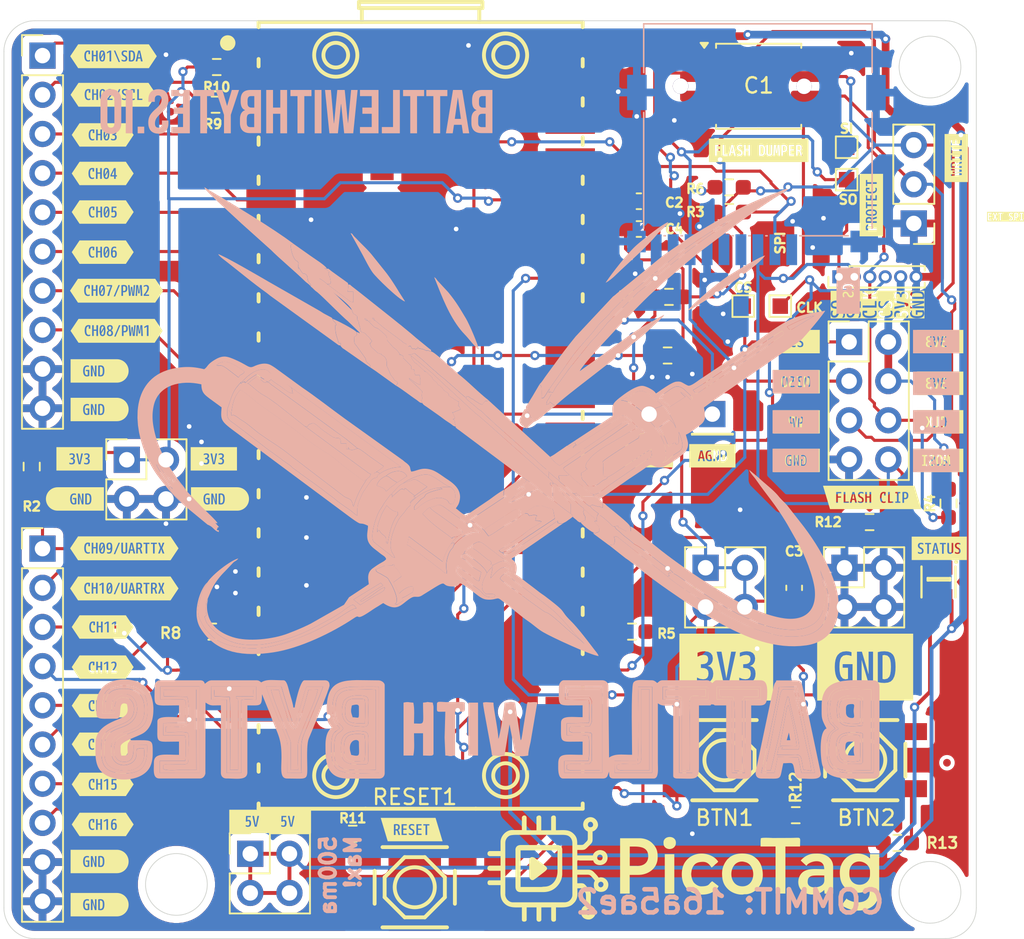
<source format=kicad_pcb>
(kicad_pcb (version 20241229) (generator "pcbnew") (generator_version "9.0")
  (layers (0 "F.Cu" signal) (2 "B.Cu" signal) (13 "F.Paste" user) (15 "B.Paste" user) (5 "F.SilkS" user "F.Silkscreen") (7 "B.SilkS" user "B.Silkscreen") (1 "F.Mask" user) (3 "B.Mask" user) (25 "Edge.Cuts" user))
  (net 0 "")
  (net 3 "SPI_MOSI")
  (net 4 "3V3")
  (net 5 "SPI_MISO")
  (net 6 "{slash}WP")
  (net 7 "SPI_CLK")
  (net 8 "GND")
  (net 9 "FLASH_CS")
  (net 11 "MMC_CD")
  (net 13 "MMC_CS")
  (net 14 "CH15")
  (net 15 "CH14")
  (net 16 "CH10")
  (net 17 "CH11")
  (net 18 "CH9")
  (net 19 "CH16")
  (net 20 "CH13")
  (net 21 "CH12")
  (net 22 "CH3")
  (net 23 "CH8")
  (net 24 "CH7")
  (net 25 "CH2")
  (net 26 "CH1")
  (net 27 "CH4")
  (net 28 "CH5")
  (net 29 "CH6")
  (net 30 "ADC0")
  (net 31 "LED")
  (net 32 "ADC1")
  (net 33 "+5V")
  (net 34 "AGND")
  (net 36 "RESET")
  (net 37 "Net-(MODE2-Pad1)")
  (net 38 "BTN1")
  (net 39 "Net-(BTN1-Pad1)")
  (net 41 "Net-(BTN2-Pad1)")
  (net 43 "BTN2")
  (net 44 "Net-(R11-Pad2)")
  (net 47 "EXT_SPI_CS")
  (net 48 "AVREF")
  (footprint "Connector_PinHeader_2.54mm:PinHeader_1x03_P2.54mm_Vertical" (layer "F.Cu") (at 185.95 51.64 180)
    (property "Reference" "J4" (hide yes))
    (property "Value" "FLASH_WP" (hide yes))
  )
  (footprint "kibuzzard-68007B18" (layer "F.Cu") (at 133.2 93)
    (property "Reference" "kibuzzard-68007B18" (hide yes))
    (property "Value" "G***" (hide yes))
  )
  (footprint "kibuzzard-68007E72" (layer "F.Cu") (at 187.66 64.5)
    (property "Reference" "kibuzzard-68007E72" (hide yes))
    (property "Value" "G***" (hide yes))
  )
  (footprint "kibuzzard-68007EBE" (layer "F.Cu") (at 178.36 61.9)
    (property "Reference" "kibuzzard-68007EBE" (hide yes))
    (property "Value" "G***" (hide yes))
  )
  (footprint "Connector_PinHeader_2.54mm:PinHeader_1x01_P2.54mm_Vertical" (layer "F.Cu") (at 168.8 64)
    (property "Reference" "J10" (hide yes))
    (property "Value" "Conn_01x01_Pin" (hide yes))
  )
  (footprint "kibuzzard-68010687" (layer "F.Cu") (at 134.8 75.3)
    (property "Reference" "kibuzzard-68010687" (hide yes))
    (property "Value" "G***" (hide yes))
  )
  (footprint "kibuzzard-68007B18" (layer "F.Cu") (at 133.2 61.2)
    (property "Reference" "kibuzzard-68007B18" (hide yes))
    (property "Value" "G***" (hide yes))
  )
  (footprint "kibuzzard-680101E8" (layer "F.Cu") (at 143.1 90.4)
    (property "Reference" "kibuzzard-680101E8" (hide yes))
    (property "Value" "G***" (hide yes))
  )
  (footprint "Connector_PinHeader_1.00mm:PinHeader_1x06_P1.00mm_Vertical" (layer "F.Cu") (at 181.1 55.1 90)
    (property "Reference" "J11" (hide yes))
    (property "Value" "Conn_01x06_Pin" (hide yes))
  )
  (footprint "Connector_PinHeader_2.54mm:PinHeader_2x02_P2.54mm_Vertical" (layer "F.Cu") (at 134.96 66.96)
    (property "Reference" "J8" (hide yes))
    (property "Value" "3V3")
  )
  (footprint "TestPoint:TestPoint_Pad_1.0x1.0mm" (layer "F.Cu") (at 174.9 57)
    (property "Reference" "TP_FLASH_CS1" (hide yes))
    (property "Value" "TestPoint" (hide yes))
  )
  (footprint "kibuzzard-68008576" (layer "F.Cu") (at 153.416 90.932)
    (property "Reference" "kibuzzard-68008576" (hide yes))
    (property "Value" "G***" (hide yes))
  )
  (footprint "Connector_PinHeader_2.54mm:PinHeader_2x02_P2.54mm_Vertical" (layer "F.Cu") (at 172.46 73.96)
    (property "Reference" "J7" (hide yes))
    (property "Value" "3V3")
  )
  (footprint "kibuzzard-680101E8" (layer "F.Cu") (at 145.4 90.4)
    (property "Reference" "kibuzzard-680101E8" (hide yes))
    (property "Value" "G***" (hide yes))
  )
  (footprint "Resistor_SMD:R_0603_1608Metric_Pad0.98x0.95mm_HandSolder" (layer "F.Cu") (at 140.5 78.1 180)
    (property "Reference" "R8")
    (property "Value" "10k")
  )
  (footprint "easyeda2kicad:SW-SMD_4P-L5.2-W5.2-P3.70-LS6.5" (layer "F.Cu") (at 173.684 86.432 180)
    (property "Reference" "BTN1")
    (property "Value" "4*4*1.7" (hide yes))
  )
  (footprint "kibuzzard-68007D14" (layer "F.Cu") (at 133.4 53.5)
    (property "Reference" "kibuzzard-68007D14" (hide yes))
    (property "Value" "G***" (hide yes))
  )
  (footprint "kibuzzard-68010F28" (layer "F.Cu") (at 168.8 66.7)
    (property "Reference" "kibuzzard-68010F28" (hide yes))
    (property "Value" "G***" (hide yes))
  )
  (footprint "kibuzzard-68007B80" (layer "F.Cu") (at 133.4 88)
    (property "Reference" "kibuzzard-68007B80" (hide yes))
    (property "Value" "G***" (hide yes))
  )
  (footprint "kibuzzard-680103C8" (layer "F.Cu") (at 172.9 66.7)
    (property "Reference" "kibuzzard-680103C8" (hide yes))
    (property "Value" "G***" (hide yes))
  )
  (footprint "Fiducial:Fiducial_0.5mm_Mask1mm" (layer "F.Cu") (at 167.2 41.1)
    (property "Reference" "FID1" (hide yes))
    (property "Value" "Fiducial" (hide yes))
  )
  (footprint "Resistor_SMD:R_0603_1608Metric_Pad0.98x0.95mm_HandSolder" (layer "F.Cu") (at 140.7125 43.942)
    (property "Reference" "R9")
    (property "Value" "10k" (hide yes))
  )
  (footprint "Connector_PinHeader_2.54mm:PinHeader_1x10_P2.54mm_Vertical" (layer "F.Cu") (at 129.5 40.76)
    (property "Reference" "J2" (hide yes))
    (property "Value" "Conn_01x10_Pin" (hide yes))
  )
  (footprint "Resistor_SMD:R_0603_1608Metric_Pad0.98x0.95mm_HandSolder" (layer "F.Cu") (at 170 60.2 180)
    (property "Reference" "R7" (hide yes))
    (property "Value" "10k" (hide yes))
  )
  (footprint "kibuzzard-68007EC6" (layer "F.Cu") (at 178.36 64.5)
    (property "Reference" "kibuzzard-68007EC6" (hide yes))
    (property "Value" "G***" (hide yes))
  )
  (footprint "kibuzzard-68007D57" (layer "F.Cu") (at 187.66 62)
    (property "Reference" "kibuzzard-68007D57" (hide yes))
    (property "Value" "G***" (hide yes))
  )
  (footprint "kibuzzard-68010671" (layer "F.Cu") (at 134.8 72.7)
    (property "Reference" "kibuzzard-68010671" (hide yes))
    (property "Value" "G***" (hide yes))
  )
  (footprint "easyeda2kicad:COMM-SMD_L51.0-W21.0-P2.54_PICOW" (layer "F.Cu") (at 154 64 -90)
    (property "Reference" "U1" (hide yes))
    (property "Value" "PICO W" (hide yes))
  )
  (footprint "kibuzzard-6801040C" (layer "F.Cu") (at 134.3 56)
    (property "Reference" "kibuzzard-6801040C" (hide yes))
    (property "Value" "G***" (hide yes))
  )
  (footprint "Resistor_SMD:R_0603_1608Metric_Pad0.98x0.95mm_HandSolder" (layer "F.Cu") (at 128.8 67.4 -90)
    (property "Reference" "R2")
    (property "Value" "10k" (hide yes))
  )
  (footprint "Connector_PinHeader_2.54mm:PinHeader_1x10_P2.54mm_Vertical" (layer "F.Cu") (at 129.5 72.72)
    (property "Reference" "J1" (hide yes))
    (property "Value" "Conn_01x10_Pin" (hide yes))
  )
  (footprint "Resistor_SMD:R_0603_1608Metric_Pad0.98x0.95mm_HandSolder" (layer "F.Cu") (at 170.0875 56.4)
    (property "Reference" "R1")
    (property "Value" "10k" (hide yes))
  )
  (footprint "Connector_PinHeader_2.54mm:PinHeader_2x02_P2.54mm_Vertical" (layer "F.Cu") (at 181.46 73.96)
    (property "Reference" "J6" (hide yes))
    (property "Value" "GND")
  )
  (footprint "kibuzzard-68010222" (layer "F.Cu") (at 187.6 72.7)
    (property "Reference" "kibuzzard-68010222" (hide yes))
    (property "Value" "G***" (hide yes))
  )
  (footprint "Resistor_SMD:R_0603_1608Metric_Pad0.98x0.95mm_HandSolder" (layer "F.Cu") (at 184.8875 91.8)
    (property "Reference" "R13")
    (property "Value" "10k" (hide yes))
  )
  (footprint "kibuzzard-68007D57" (layer "F.Cu") (at 131.9 66.9)
    (property "Reference" "kibuzzard-68007D57" (hide yes))
    (property "Value" "G***" (hide yes))
  )
  (footprint "easyeda2kicad:LED-SMD_4P-L2.0-W2.0-TL_WS2812B-2020" (layer "F.Cu") (at 187.55 74.88 -90)
    (property "Reference" "LED1" (hide yes))
    (property "Value" "WS2812B-2020")
  )
  (footprint "Capacitor_SMD:C_0603_1608Metric_Pad1.08x0.95mm_HandSolder" (layer "F.Cu") (at 168.1375 52 180)
    (property "Reference" "C4")
    (property "Value" ".1uf")
  )
  (footprint "kibuzzard-68007D57" (layer "F.Cu") (at 187.66 59.3)
    (property "Reference" "kibuzzard-68007D57" (hide yes))
    (property "Value" "G***" (hide yes))
  )
  (footprint "kibuzzard-68007F95" (layer "F.Cu") (at 183.2 50.45 90)
    (property "Reference" "kibuzzard-68007F95" (hide yes))
    (property "Value" "G***" (hide yes))
  )
  (footprint "Resistor_SMD:R_0603_1608Metric_Pad0.98x0.95mm_HandSolder" (layer "F.Cu") (at 174 50.9 180)
    (property "Reference" "R3")
    (property "Value" "47k" (hide yes))
  )
  (footprint "kibuzzard-68007E7E" (layer "F.Cu") (at 187.66 67)
    (property "Reference" "kibuzzard-68007E7E" (hide yes))
    (property "Value" "G***" (hide yes))
  )
  (footprint "easyeda2kicad:SW-SMD_4P-L5.2-W5.2-P3.70-LS6.5" (layer "F.Cu") (at 182.805 86.432 180)
    (property "Reference" "BTN2")
    (property "Value" "4*4*1.7" (hide yes))
  )
  (footprint "TestPoint:TestPoint_Pad_1.0x1.0mm" (layer "F.Cu") (at 177.3 57)
    (property "Reference" "TP_CLK1" (hide yes))
    (property "Value" "TestPoint" (hide yes))
  )
  (footprint "Connector_PinHeader_2.54mm:PinHeader_1x01_P2.54mm_Vertical" (layer "F.Cu") (at 172.9 64)
    (property "Reference" "J5" (hide yes))
    (property "Value" "Conn_01x01_Pin" (hide yes))
  )
  (footprint "pico_tag:SOIC-8_5.3x5.3mm_P1.27mm flash dumper" (layer "F.Cu") (at 175.9 42.75)
    (property "Reference" "C1")
    (property "Value" "FLASH_DUMPER" (hide yes))
  )
  (footprint "Connector_PinHeader_2.54mm:PinHeader_2x04_P2.54mm_Vertical" (layer "F.Cu") (at 181.76 59.32)
    (property "Reference" "J3" (hide yes))
    (property "Value" "FLASH_CLIP" (hide yes))
  )
  (footprint "kibuzzard-68007B99" (layer "F.Cu") (at 133.4 82.9)
    (property "Reference" "kibuzzard-68007B99" (hide yes))
    (property "Value" "G***" (hide yes))
  )
  (footprint "kibuzzard-680103FD" (layer "F.Cu") (at 134.3 58.6)
    (property "Reference" "kibuzzard-680103FD" (hide yes))
    (property "Value" "G***" (hide yes))
  )
  (footprint "kibuzzard-680107A5" (layer "F.Cu") (at 191.9 51.2)
    (property "Reference" "kibuzzard-680107A5" (hide yes))
    (property "Value" "G***" (hide yes))
  )
  (footprint "kibuzzard-68007CFB" (layer "F.Cu") (at 133.4 45.9)
    (property "Reference" "kibuzzard-68007CFB" (hide yes))
    (property "Value" "G***" (hide yes))
  )
  (footprint "Resistor_SMD:R_0603_1608Metric_Pad0.98x0.95mm_HandSolder" (layer "F.Cu") (at 149.6 91.2)
    (property "Reference" "R11")
    (property "Value" "10k" (hide yes))
  )
  (footprint "kibuzzard-6800931D" (layer "F.Cu") (at 131.6 69.5)
    (property "Reference" "kibuzzard-6800931D" (hide yes))
    (property "Value" "G***" (hide yes))
  )
  (footprint "Capacitor_SMD:C_0603_1608Metric_Pad1.08x0.95mm_HandSolder" (layer "F.Cu") (at 168.1375 50.2 180)
    (property "Reference" "C2")
    (property "Value" "10uf")
  )
  (footprint "kibuzzard-680092FB" (layer "F.Cu") (at 141 69.5)
    (property "Reference" "kibuzzard-680092FB" (hide yes))
    (property "Value" "G***" (hide yes))
  )
  (footprint "kibuzzard-68007D03" (layer "F.Cu") (at 133.4 48.4)
    (property "Reference" "kibuzzard-68007D03" (hide yes))
    (property "Value" "G***" (hide yes))
  )
  (footprint "TestPoint:TestPoint_Pad_1.0x1.0mm" (layer "F.Cu") (at 181.6 48.8)
    (property "Reference" "TP_MISO1" (hide yes))
    (property "Value" "TP_MISO" (hide yes))
  )
  (footprint "kibuzzard-68008EB3" (layer "F.Cu") (at 183.26 69.4)
    (property "Reference" "kibuzzard-68008EB3" (hide yes))
    (property "Value" "G***" (hide yes))
  )
  (footprint "Resistor_SMD:R_0603_1608Metric_Pad0.98x0.95mm_HandSolder" (layer "F.Cu") (at 188.2 69.7875 90)
    (property "Reference" "R4")
    (property "Value" "47k" (hide yes))
  )
  (footprint "Connector_PinHeader_2.54mm:PinHeader_2x02_P2.54mm_Vertical" (layer "F.Cu") (at 142.96 92.5)
    (property "Reference" "J9" (hide yes))
    (property "Value" "3V3" (hide yes))
  )
  (footprint "Resistor_SMD:R_0603_1608Metric_Pad0.98x0.95mm_HandSolder" (layer "F.Cu") (at 178.3 90 180)
    (property "Reference" "R12")
    (property "Value" "10k" (hide yes))
  )
  (footprint "kibuzzard-6800961B" (layer "F.Cu") (at 134.1 40.8)
    (property "Reference" "kibuzzard-6800961B" (hide yes))
    (property "Value" "G***" (hide yes))
  )
  (footprint "kibuzzard-68009629" (layer "F.Cu") (at 134.1 43.3)
    (property "Reference" "kibuzzard-68009629" (hide yes))
    (property "Value" "G***" (hide yes))
  )
  (footprint "Resistor_SMD:R_0603_1608Metric_Pad0.98x0.95mm_HandSolder" (layer "F.Cu") (at 183.0875 71 180)
    (property "Reference" "R12")
    (property "Value" "10k" (hide yes))
  )
  (footprint "kibuzzard-68007BB6" (layer "F.Cu") (at 133.4 90.6)
    (property "Reference" "kibuzzard-68007BB6" (hide yes))
    (property "Value" "G***" (hide yes))
  )
  (footprint "kibuzzard-68007EF9" (layer "F.Cu") (at 175.9 46.9)
    (property "Reference" "kibuzzard-68007EF9" (hide yes))
    (property "Value" "G***" (hide yes))
  )
  (footprint "TestPoint:TestPoint_Pad_1.0x1.0mm" (layer "F.Cu") (at 181.6 46.7)
    (property "Reference" "TP_MOSI1" (hide yes))
    (property "Value" "TestPoint" (hide yes))
  )
  (footprint "kibuzzard-68007EB4" (layer "F.Cu") (at 178.36 59.3)
    (property "Reference" "kibuzzard-68007EB4" (hide yes))
    (property "Value" "G***" (hide yes))
  )
  (footprint "Resistor_SMD:R_0603_1608Metric_Pad0.98x0.95mm_HandSolder" (layer "F.Cu") (at 167.6875 78.1)
    (property "Reference" "R5")
    (property "Value" "47k" (hide yes))
  )
  (footprint "Resistor_SMD:R_0603_1608Metric_Pad0.98x0.95mm_HandSolder" (layer "F.Cu") (at 140.7875 41.5)
    (property "Reference" "R10")
    (property "Value" "10k" (hide yes))
  )
  (footprint "Resistor_SMD:R_0603_1608Metric_Pad0.98x0.95mm_HandSolder" (layer "F.Cu") (at 173.99 49.3)
    (property "Reference" "R6")
    (property "Value" "47k" (hide yes))
  )
  (footprint "kibuzzard-68007D0C" (layer "F.Cu") (at 133.4 50.9)
    (property "Reference" "kibuzzard-68007D0C" (hide yes))
    (property "Value" "G***" (hide yes))
  )
  (footprint "kibuzzard-68010D69" (layer "F.Cu") (at 183.6 56.9 90)
    (property "Reference" "kibuzzard-68010D69" (hide yes))
    (property "Value" "G***" (hide yes))
  )
  (footprint "easyeda2kicad:SW-SMD_4P-L5.2-W5.2-P3.70-LS6.5" (layer "F.Cu") (at 153.618 94.67)
    (property "Reference" "RESET1")
    (property "Value" "4*4*1.7" (hide yes))
  )
  (footprint "Capacitor_SMD:C_0603_1608Metric_Pad1.08x0.95mm_HandSolder" (layer "F.Cu") (at 178.2 75.2625 -90)
    (property "Reference" "C3")
    (property "Value" "10uf" (hide yes))
  )
  (footprint "kibuzzard-68007B18" (layer "F.Cu") (at 133.2 95.8)
    (property "Reference" "kibuzzard-68007B18" (hide yes))
    (property "Value" "G***" (hide yes))
  )
  (footprint "kibuzzard-68007ECE" (layer "F.Cu") (at 178.36 67)
    (property "Reference" "kibuzzard-68007ECE" (hide yes))
    (property "Value" "G***" (hide yes))
  )
  (footprint "Fiducial:Fiducial_0.5mm_Mask1mm" (layer "F.Cu") (at 136.5 91.3)
    (property "Reference" "FID4" (hide yes))
    (property "Value" "Fiducial" (hide yes))
  )
  (footprint "kibuzzard-68007D57" (layer "F.Cu") (at 140.6 66.9)
    (property "Reference" "kibuzzard-68007D57" (hide yes))
    (property "Value" "G***" (hide yes))
  )
  (footprint "kibuzzard-68007B18" (layer "F.Cu") (at 133.2 63.7)
    (property "Reference" "kibuzzard-68007B18" (hide yes))
    (property "Value" "G***" (hide yes))
  )
  (footprint "kibuzzard-68007E04" (layer "F.Cu") (at 173.8 80.4)
    (property "Reference" "kibuzzard-68007E04" (hide yes))
    (property "Value" "G***" (hide yes))
  )
  (footprint "Fiducial:Fiducial_0.5mm_Mask1mm" (layer "F.Cu") (at 188.1 86.6)
    (property "Reference" "FID3" (hide yes))
    (property "Value" "Fiducial" (hide yes))
  )
  (footprint "kibuzzard-68007E1C" (layer "F.Cu") (at 182.8 80.4)
    (property "Reference" "kibuzzard-68007E1C" (hide yes))
    (property "Value" "G***" (hide yes))
  )
  (footprint "kibuzzard-68007C1F" (layer "F.Cu") (at 133.4 77.8)
    (property "Reference" "kibuzzard-68007C1F" (hide yes))
    (property "Value" "G***" (hide yes))
  )
  (footprint "Fiducial:Fiducial_0.5mm_Mask1mm" (layer "F.Cu") (at 137.8 44.4)
    (property "Reference" "FID2" (hide yes))
    (property "Value" "Fiducial" (hide yes))
  )
  (footprint "kibuzzard-68007BA4" (layer "F.Cu") (at 133.4 80.4)
    (property "Reference" "kibuzzard-68007BA4" (hide yes))
    (property "Value" "G***" (hide yes))
  )
  (footprint "kibuzzard-68007FD8" (layer "F.Cu") (at 188.7 47.4 90)
    (property "Reference" "kibuzzard-68007FD8" (hide yes))
    (property "Value" "G***" (hide yes))
  )
  (footprint "kibuzzard-68007B8F" (layer "F.Cu") (at 133.4 85.4)
    (property "Reference" "kibuzzard-68007B8F" (hide yes))
    (property "Value" "G***" (hide yes))
  )
  (footprint "easyeda2kicad:TF-SMD_TF-015" (layer "B.Cu") (at 175.74 48.25)
    (property "Reference" "Card1" (hide yes))
    (property "Value" "TF-015" (hide yes))
  )
  (footprint "kibuzzard-68007EBE" (layer "B.Cu") (at 178.3 61.9 180)
    (property "Reference" "kibuzzard-68007EBE" (hide yes))
    (property "Value" "G***" (hide yes))
  )
  (footprint "kibuzzard-68007D57" (layer "B.Cu") (at 187.4 59.3 180)
    (property "Reference" "kibuzzard-68007D57" (hide yes))
    (property "Value" "G***" (hide yes))
  )
  (footprint "kibuzzard-68007EC6" (layer "B.Cu") (at 178.3 64.5 180)
    (property "Reference" "kibuzzard-68007EC6" (hide yes))
    (property "Value" "G***" (hide yes))
  )
  (footprint "kibuzzard-68007D57" (layer "B.Cu") (at 187.4 62 180)
    (property "Reference" "kibuzzard-68007D57" (hide yes))
    (property "Value" "G***" (hide yes))
  )
  (footprint "kibuzzard-68007ECE" (layer "B.Cu") (at 178.3 67 180)
    (property "Reference" "kibuzzard-68007ECE" (hide yes))
    (property "Value" "G***" (hide yes))
  )
  (footprint "kibuzzard-68007EB4" (layer "B.Cu") (at 181.7 56 -90)
    (property "Reference" "kibuzzard-68007EB4" (hide yes))
    (property "Value" "G***" (hide yes))
  )
  (footprint "kibuzzard-68007E72" (layer "B.Cu") (at 187.4 64.5 180)
    (property "Reference" "kibuzzard-68007E72" (hide yes))
    (property "Value" "G***" (hide yes))
  )
  (footprint "kibuzzard-68007E7E" (layer "B.Cu") (at 187.4 67 180)
    (property "Reference" "kibuzzard-68007E7E" (hide yes))
    (property "Value" "G***" (hide yes))
  )
  (gr_poly (pts (xy 170.434368 95.021693) (xy 170.434171 95.030591) (xy 170.433566 95.038651) (xy 170.433106 95.042378) (xy 170.432537 95.045909) (xy 170.431857 95.049249) (xy 170.431064 95.052402) (xy 170.430156 95.055372) (xy 170.429129 95.058166) (xy 170.427983 95.060786) (xy 170.426715 95.063237) (xy 170.425322 95.065525) (xy 170.423803 95.067653) (xy 170.422154 95.069626) (xy 170.420374 95.071449) (xy 170.418461 95.073126) (xy 170.416411 95.074662) (xy 170.414223 95.076061) (xy 170.411895 95.077328) (xy 170.409424 95.078468) (xy 170.406809 95.079484) (xy 170.404045 95.080382) (xy 170.401133 95.081167) (xy 170.398068 95.081841) (xy 170.394849 95.082412) (xy 170.387941 95.083256) (xy 170.380388 95.083736) (xy 170.372173 95.083887) (xy 169.878763 95.083887) (xy 169.869865 95.08369) (xy 169.861806 95.083086) (xy 169.858079 95.082625) (xy 169.854548 95.082056) (xy 169.851208 95.081376) (xy 169.848055 95.080583) (xy 169.845084 95.079675) (xy 169.842291 95.078649) (xy 169.839671 95.077503) (xy 169.83722 95.076235) (xy 169.834932 95.074842) (xy 169.832804 95.073322) (xy 169.830831 95.071674) (xy 169.829008 95.069894) (xy 169.827331 95.06798) (xy 169.825795 95.065931) (xy 169.824396 95.063743) (xy 169.823129 95.061415) (xy 169.821989 95.058944) (xy 169.820973 95.056328) (xy 169.820075 95.053565) (xy 169.81929 95.050652) (xy 169.818615 95.047588) (xy 169.818045 95.044369) (xy 169.817201 95.03746) (xy 169.816721 95.029908) (xy 169.816569 95.021693) (xy 169.816569 92.525619) (xy 170.434368 92.525619)) (stroke (width -0.000001)) (fill yes) (layer "F.SilkS"))
  (gr_poly (pts (xy 162.879435 91.933036) (xy 162.895412 91.934044) (xy 162.911133 91.935711) (xy 162.926582 91.938027) (xy 162.941739 91.94098) (xy 162.956586 91.94456) (xy 162.971105 91.948757) (xy 162.985278 91.953559) (xy 162.999086 91.958957) (xy 163.012512 91.964939) (xy 163.025537 91.971495) (xy 163.038143 91.978615) (xy 163.050312 91.986287) (xy 163.062025 91.994502) (xy 163.073264 92.003248) (xy 163.084012 92.012514) (xy 163.094249 92.022291) (xy 163.103958 92.032568) (xy 163.11312 92.043333) (xy 163.121717 92.054577) (xy 163.129731 92.066288) (xy 163.137144 92.078456) (xy 163.143938 92.091071) (xy 163.150093 92.104122) (xy 163.155593 92.117597) (xy 163.160419 92.131488) (xy 163.164552 92.145782) (xy 163.167974 92.160469) (xy 163.170668 92.175539) (xy 163.172615 92.190981) (xy 163.173796 92.206785) (xy 163.174194 92.222939) (xy 163.174194 93.790241) (xy 163.173688 93.824605) (xy 163.172192 93.858504) (xy 163.169732 93.891934) (xy 163.166339 93.924891) (xy 163.156866 93.98937) (xy 163.144004 94.051912) (xy 163.127983 94.112486) (xy 163.109035 94.171061) (xy 163.087391 94.227608) (xy 163.06328 94.282096) (xy 163.036935 94.334495) (xy 163.008585 94.384774) (xy 162.978461 94.432903) (xy 162.946795 94.478851) (xy 162.913817 94.522589) (xy 162.879758 94.564086) (xy 162.844848 94.60331) (xy 162.809319 94.640233) (xy 162.77107 94.676896) (xy 162.73092 94.712162) (xy 162.688814 94.745897) (xy 162.644698 94.777968) (xy 162.598516 94.808242) (xy 162.550215 94.836583) (xy 162.49974 94.86286) (xy 162.447036 94.886938) (xy 162.392048 94.908684) (xy 162.334721 94.927964) (xy 162.275002 94.944644) (xy 162.212834 94.958592) (xy 162.148165 94.969672) (xy 162.080938 94.977752) (xy 162.0111 94.982698) (xy 161.938595 94.984376) (xy 160.45422 94.984376) (xy 160.435087 94.983954) (xy 160.416563 94.982696) (xy 160.398645 94.980618) (xy 160.381335 94.977736) (xy 160.364633 94.974064) (xy 160.348537 94.969617) (xy 160.333049 94.964412) (xy 160.318169 94.958462) (xy 160.303896 94.951783) (xy 160.29023 94.944391) (xy 160.277172 94.936301) (xy 160.26472 94.927527) (xy 160.252877 94.918085) (xy 160.24164 94.90799) (xy 160.231012 94.897257) (xy 160.22099 94.885902) (xy 160.211576 94.873939) (xy 160.202769 94.861384) (xy 160.194569 94.848252) (xy 160.186977 94.834559) (xy 160.179993 94.820318) (xy 160.173615 94.805547) (xy 160.167845 94.790259) (xy 160.162683 94.77447) (xy 160.158127 94.758195) (xy 160.154179 94.741449) (xy 160.148106 94.706606) (xy 160.144461 94.670063) (xy 160.143907 94.652672) (xy 160.474951 94.652672) (xy 161.834938 94.652672) (xy 161.834938 94.648526) (xy 161.84576 94.648432) (xy 161.855046 94.648162) (xy 161.863007 94.647733) (xy 161.869857 94.647166) (xy 161.875808 94.646476) (xy 161.881073 94.645684) (xy 161.890394 94.643862) (xy 161.899521 94.641845) (xy 161.904543 94.64081) (xy 161.910154 94.63978) (xy 161.916567 94.638775) (xy 161.923994 94.637812) (xy 161.932648 94.63691) (xy 161.942742 94.636087) (xy 161.949909 94.635909) (xy 161.958873 94.635439) (xy 161.981613 94.634014) (xy 162.009795 94.632589) (xy 162.025562 94.632119) (xy 162.042253 94.631941) (xy 162.08012 94.628799) (xy 162.113517 94.625462) (xy 162.143416 94.621737) (xy 162.170788 94.617429) (xy 162.18383 94.614995) (xy 162.196605 94.612343) (xy 162.209234 94.609448) (xy 162.221839 94.606285) (xy 162.247462 94.599062) (xy 162.274446 94.590478) (xy 162.308614 94.578057) (xy 162.341917 94.564139) (xy 162.405872 94.531952) (xy 162.466195 94.494189) (xy 162.522771 94.451123) (xy 162.575483 94.403029) (xy 162.624217 94.350178) (xy 162.668858 94.292846) (xy 162.709289 94.231304) (xy 162.745396 94.165827) (xy 162.777064 94.096687) (xy 162.804176 94.024158) (xy 162.826617 93.948513) (xy 162.844272 93.870026) (xy 162.857026 93.78897) (xy 162.864763 93.705618) (xy 162.867367 93.620243) (xy 162.867367 92.280987) (xy 160.474951 92.280987) (xy 160.474951 94.652672) (xy 160.143907 94.652672) (xy 160.143247 94.63194) (xy 160.143247 92.260256) (xy 160.139101 92.264402) (xy 160.139512 92.243752) (xy 160.140736 92.223779) (xy 160.14276 92.204485) (xy 160.145571 92.185866) (xy 160.149157 92.167921) (xy 160.153504 92.150648) (xy 160.1586 92.134047) (xy 160.164432 92.118116) (xy 160.170986 92.102852) (xy 160.178251 92.088255) (xy 160.186212 92.074324) (xy 160.194857 92.061055) (xy 160.204174 92.048449) (xy 160.214148 92.036503) (xy 160.224768 92.025217) (xy 160.236021 92.014588) (xy 160.247892 92.004614) (xy 160.260371 91.995296) (xy 160.273443 91.98663) (xy 160.287096 91.978615) (xy 160.301317 91.971251) (xy 160.316093 91.964534) (xy 160.331411 91.958465) (xy 160.347258 91.953041) (xy 160.363621 91.948261) (xy 160.380488 91.944123) (xy 160.397845 91.940625) (xy 160.41568 91.937768) (xy 160.452731 91.933963) (xy 160.491536 91.932698) (xy 162.863221 91.932698)) (stroke (width -0.000001)) (fill yes) (layer "F.SilkS"))
  (gr_poly (pts (xy 174.9153 92.48555) (xy 174.994824 92.490869) (xy 175.073145 92.499554) (xy 175.149687 92.51156) (xy 175.223872 92.526847) (xy 175.295123 92.54537) (xy 175.362864 92.567089) (xy 175.426517 92.59196) (xy 175.451325 92.602849) (xy 175.474548 92.613768) (xy 175.496349 92.624748) (xy 175.516894 92.63582) (xy 175.536345 92.647012) (xy 175.554866 92.658357) (xy 175.572623 92.669884) (xy 175.589778 92.681623) (xy 175.606496 92.693606) (xy 175.62294 92.705861) (xy 175.655666 92.731314) (xy 175.725052 92.786836) (xy 175.782648 92.83493) (xy 175.835779 92.887246) (xy 175.88455 92.943436) (xy 175.929063 93.003156) (xy 175.969421 93.066058) (xy 176.005729 93.131797) (xy 176.038088 93.200025) (xy 176.066603 93.270398) (xy 176.091376 93.342569) (xy 176.112512 93.416191) (xy 176.130112 93.490918) (xy 176.144281 93.566405) (xy 176.155121 93.642305) (xy 176.162737 93.718272) (xy 176.16723 93.793959) (xy 176.168705 93.86902) (xy 176.167473 93.925991) (xy 176.163806 93.98257) (xy 176.157745 94.038681) (xy 176.149334 94.094249) (xy 176.138615 94.149197) (xy 176.12563 94.20345) (xy 176.110423 94.256931) (xy 176.093035 94.309565) (xy 176.073509 94.361276) (xy 176.051888 94.411988) (xy 176.028214 94.461624) (xy 176.002529 94.51011) (xy 175.974877 94.557369) (xy 175.945299 94.603325) (xy 175.913838 94.647902) (xy 175.880537 94.691025) (xy 175.845438 94.732617) (xy 175.808584 94.772603) (xy 175.770017 94.810906) (xy 175.72978 94.847451) (xy 175.687915 94.882161) (xy 175.644465 94.914962) (xy 175.599472 94.945776) (xy 175.552979 94.974528) (xy 175.505029 95.001143) (xy 175.455663 95.025543) (xy 175.404924 95.047654) (xy 175.352856 95.067399) (xy 175.299499 95.084702) (xy 175.244898 95.099488) (xy 175.189094 95.111681) (xy 175.13213 95.121204) (xy 174.974569 95.12535) (xy 174.960325 95.126904) (xy 174.948469 95.128452) (xy 174.938665 95.129988) (xy 174.930579 95.131505) (xy 174.923879 95.132998) (xy 174.918229 95.134461) (xy 174.908746 95.137271) (xy 174.899457 95.139887) (xy 174.894051 95.141106) (xy 174.88769 95.142259) (xy 174.880043 95.143339) (xy 174.870773 95.144341) (xy 174.859548 95.145257) (xy 174.846033 95.146082) (xy 174.785355 95.147316) (xy 174.72328 95.144875) (xy 174.66016 95.138875) (xy 174.596348 95.129432) (xy 174.532196 95.11666) (xy 174.468056 95.100675) (xy 174.40428 95.081593) (xy 174.341221 95.059528) (xy 174.279231 95.034596) (xy 174.218662 95.006914) (xy 174.159867 94.976595) (xy 174.103198 94.943755) (xy 174.049006 94.908511) (xy 173.997645 94.870977) (xy 173.949467 94.831268) (xy 173.904823 94.7895) (xy 173.850022 94.732117) (xy 173.800517 94.674837) (xy 173.756066 94.617375) (xy 173.716425 94.559445) (xy 173.681352 94.500762) (xy 173.650603 94.441041) (xy 173.623935 94.379995) (xy 173.601106 94.31734) (xy 173.581873 94.25279) (xy 173.565992 94.186059) (xy 173.553221 94.116863) (xy 173.543317 94.044915) (xy 173.536037 93.96993) (xy 173.531138 93.891623) (xy 173.528376 93.809709) (xy 173.528347 93.806827) (xy 174.12976 93.806827) (xy 174.131939 93.882139) (xy 174.139662 93.956863) (xy 174.152958 94.030408) (xy 174.171855 94.102186) (xy 174.196382 94.171607) (xy 174.226568 94.238083) (xy 174.262443 94.301023) (xy 174.304034 94.35984) (xy 174.351371 94.413943) (xy 174.404483 94.462744) (xy 174.463398 94.505654) (xy 174.528145 94.542083) (xy 174.598753 94.571442) (xy 174.675251 94.593142) (xy 174.757668 94.606594) (xy 174.846033 94.611209) (xy 174.924121 94.607561) (xy 174.997474 94.596895) (xy 175.066118 94.579624) (xy 175.130079 94.556166) (xy 175.189386 94.526934) (xy 175.244063 94.492344) (xy 175.294139 94.452812) (xy 175.339638 94.408753) (xy 175.380588 94.360582) (xy 175.417016 94.308714) (xy 175.448947 94.253565) (xy 175.476409 94.195551) (xy 175.499429 94.135085) (xy 175.518031 94.072584) (xy 175.532245 94.008462) (xy 175.542094 93.943136) (xy 175.547608 93.877021) (xy 175.548811 93.81053) (xy 175.545731 93.744081) (xy 175.538394 93.678089) (xy 175.526826 93.612968) (xy 175.511055 93.549133) (xy 175.491107 93.487001) (xy 175.467008 93.426986) (xy 175.438785 93.369504) (xy 175.406464 93.31497) (xy 175.370073 93.2638) (xy 175.329637 93.216408) (xy 175.285184 93.17321) (xy 175.236739 93.134621) (xy 175.18433 93.101056) (xy 175.127983 93.072931) (xy 175.098141 93.061569) (xy 175.062615 93.049673) (xy 175.023103 93.037874) (xy 174.981308 93.026804) (xy 174.93893 93.017094) (xy 174.918053 93.012946) (xy 174.897669 93.009376) (xy 174.877989 93.006462) (xy 174.859226 93.004282) (xy 174.841593 93.002917) (xy 174.825302 93.002444) (xy 174.742705 93.007059) (xy 174.665189 93.020511) (xy 174.592785 93.042211) (xy 174.525521 93.071571) (xy 174.463425 93.108) (xy 174.406527 93.150909) (xy 174.354856 93.19971) (xy 174.308439 93.253814) (xy 174.267307 93.31263) (xy 174.231488 93.375571) (xy 174.20101 93.442046) (xy 174.175904 93.511467) (xy 174.156196 93.583245) (xy 174.141917 93.65679) (xy 174.133096 93.731514) (xy 174.12976 93.806827) (xy 173.528347 93.806827) (xy 173.52751 93.7239) (xy 173.531655 93.7239) (xy 173.532172 93.689512) (xy 173.533699 93.655541) (xy 173.539648 93.58887) (xy 173.549229 93.523924) (xy 173.56217 93.460739) (xy 173.578195 93.399353) (xy 173.597032 93.3398) (xy 173.618409 93.282118) (xy 173.642051 93.226344) (xy 173.667685 93.172513) (xy 173.695038 93.120662) (xy 173.723836 93.070827) (xy 173.753807 93.023046) (xy 173.784676 92.977353) (xy 173.816171 92.933787) (xy 173.848018 92.892382) (xy 173.879945 92.853177) (xy 174.045797 92.708056) (xy 174.056094 92.70033) (xy 174.066756 92.692702) (xy 174.089075 92.677736) (xy 174.11256 92.66316) (xy 174.137017 92.648971) (xy 174.162251 92.635172) (xy 174.188068 92.621761) (xy 174.214274 92.608739) (xy 174.240674 92.596106) (xy 174.305056 92.569229) (xy 174.373429 92.546099) (xy 174.445214 92.526675) (xy 174.519837 92.510912) (xy 174.596719 92.49877) (xy 174.675283 92.490205) (xy 174.754952 92.485175) (xy 174.83515 92.483637)) (stroke (width -0.000001)) (fill yes) (layer "F.SilkS"))
  (gr_poly (pts (xy 178.482447 91.464587) (xy 178.503422 91.468267) (xy 178.521587 91.473451) (xy 178.53713 91.480316) (xy 178.550238 91.489044) (xy 178.561098 91.499812) (xy 178.569899 91.5128) (xy 178.576828 91.528187) (xy 178.582072 91.546153) (xy 178.585819 91.566876) (xy 178.588256 91.590535) (xy 178.589952 91.647381) (xy 178.585879 91.804195) (xy 178.58311 91.907031) (xy 178.581854 92.028063) (xy 177.632349 92.028063) (xy 177.632349 95.079741) (xy 176.993818 95.079741) (xy 176.993818 92.028063) (xy 176.023584 92.028063) (xy 176.023584 91.638311) (xy 176.027731 91.63831) (xy 176.040169 91.501483) (xy 176.045109 91.495916) (xy 176.052818 91.490862) (xy 176.075866 91.482209) (xy 176.107951 91.475354) (xy 176.147714 91.470126) (xy 176.193793 91.466357) (xy 176.244828 91.463874) (xy 176.356324 91.462093) (xy 176.471319 91.463421) (xy 176.578929 91.466498) (xy 176.728455 91.472459) (xy 176.75986 91.473997) (xy 176.78145 91.475439) (xy 176.807235 91.477641) (xy 176.817455 91.478208) (xy 176.82991 91.478289) (xy 176.847612 91.477787) (xy 176.873575 91.476605) (xy 177.943321 91.472459) (xy 178.076901 91.471045) (xy 178.19099 91.467762) (xy 178.366698 91.461315) (xy 178.431317 91.46102)) (stroke (width -0.000001)) (fill yes) (layer "F.SilkS"))
  (gr_poly (pts (xy 170.173491 91.412103) (xy 170.210853 91.416272) (xy 170.247625 91.423306) (xy 170.283514 91.433223) (xy 170.318225 91.44604) (xy 170.351463 91.461774) (xy 170.382933 91.480444) (xy 170.412341 91.502066) (xy 170.439393 91.526658) (xy 170.463793 91.554238) (xy 170.485248 91.584822) (xy 170.503463 91.61843) (xy 170.518142 91.655077) (xy 170.528992 91.694781) (xy 170.535718 91.73756) (xy 170.538026 91.783431) (xy 170.536829 91.818109) (xy 170.533307 91.851384) (xy 170.527565 91.883237) (xy 170.519708 91.913651) (xy 170.50984 91.942607) (xy 170.498067 91.970088) (xy 170.484493 91.996074) (xy 170.469223 92.020548) (xy 170.452362 92.043491) (xy 170.434014 92.064886) (xy 170.414284 92.084713) (xy 170.393278 92.102956) (xy 170.371099 92.119595) (xy 170.347853 92.134612) (xy 170.323644 92.147989) (xy 170.298577 92.159708) (xy 170.272757 92.169751) (xy 170.246289 92.178099) (xy 170.219277 92.184735) (xy 170.191826 92.189639) (xy 170.164041 92.192795) (xy 170.136027 92.194182) (xy 170.107889 92.193785) (xy 170.07973 92.191583) (xy 170.051657 92.187559) (xy 170.023773 92.181695) (xy 169.996184 92.173972) (xy 169.968995 92.164373) (xy 169.942309 92.152878) (xy 169.916233 92.139471) (xy 169.89087 92.124132) (xy 169.866325 92.106843) (xy 169.854636 92.097442) (xy 169.843653 92.0879) (xy 169.833355 92.078223) (xy 169.82372 92.068417) (xy 169.814726 92.058486) (xy 169.806351 92.048435) (xy 169.798572 92.038271) (xy 169.791368 92.027998) (xy 169.784717 92.017622) (xy 169.778596 92.007148) (xy 169.767859 91.985928) (xy 169.75898 91.96438) (xy 169.751784 91.942546) (xy 169.746094 91.920469) (xy 169.741734 91.898192) (xy 169.738528 91.875756) (xy 169.7363 91.853206) (xy 169.734873 91.830582) (xy 169.734073 91.807928) (xy 169.733643 91.7627) (xy 169.735951 91.720831) (xy 169.742677 91.68153) (xy 169.753527 91.644815) (xy 169.768207 91.610704) (xy 169.786421 91.579213) (xy 169.807876 91.550361) (xy 169.832277 91.524164) (xy 169.859328 91.500641) (xy 169.888736 91.479808) (xy 169.920207 91.461683) (xy 169.953444 91.446284) (xy 169.988155 91.433628) (xy 170.024044 91.423732) (xy 170.060817 91.416614) (xy 170.098178 91.412292) (xy 170.135835 91.410782)) (stroke (width -0.000001)) (fill yes) (layer "F.SilkS"))
  (gr_poly (pts (xy 161.226324 92.716542) (xy 161.239126 92.717116) (xy 161.25143 92.718064) (xy 161.263267 92.719378) (xy 161.274666 92.72105) (xy 161.285659 92.723072) (xy 161.296274 92.725438) (xy 161.306544 92.72814) (xy 161.316498 92.731169) (xy 161.326166 92.734519) (xy 161.335579 92.738182) (xy 161.344768 92.74215) (xy 161.362592 92.750971) (xy 161.379882 92.760922) (xy 161.39688 92.771941) (xy 161.41383 92.783969) (xy 161.430974 92.796945) (xy 161.448555 92.810807) (xy 161.486001 92.840949) (xy 161.506352 92.857107) (xy 161.528112 92.873908) (xy 161.647836 92.964609) (xy 161.764451 93.052199) (xy 161.930222 93.174985) (xy 161.998428 93.226156) (xy 162.056636 93.271824) (xy 162.081942 93.292902) (xy 162.104689 93.312973) (xy 162.124858 93.33216) (xy 162.142429 93.350587) (xy 162.157382 93.368376) (xy 162.169698 93.385651) (xy 162.179356 93.402533) (xy 162.186337 93.419147) (xy 162.190622 93.435615) (xy 162.19219 93.45206) (xy 162.191022 93.468606) (xy 162.187099 93.485374) (xy 162.180399 93.502489) (xy 162.170904 93.520073) (xy 162.158594 93.53825) (xy 162.143449 93.557141) (xy 162.125449 93.576871) (xy 162.104575 93.597561) (xy 162.080807 93.619336) (xy 162.054125 93.642318) (xy 161.991941 93.692396) (xy 161.917864 93.748778) (xy 161.791402 93.846281) (xy 161.593416 93.997038) (xy 161.49141 94.072587) (xy 161.400095 94.137689) (xy 161.361421 94.163847) (xy 161.328992 94.184424) (xy 161.303997 94.198428) (xy 161.287626 94.204872) (xy 161.27485 94.207147) (xy 161.262191 94.208545) (xy 161.249666 94.209089) (xy 161.237296 94.208799) (xy 161.225098 94.207699) (xy 161.213093 94.20581) (xy 161.201299 94.203154) (xy 161.189735 94.199753) (xy 161.17842 94.19563) (xy 161.167372 94.190806) (xy 161.156612 94.185303) (xy 161.146158 94.179143) (xy 161.136029 94.172349) (xy 161.126243 94.164942) (xy 161.116821 94.156944) (xy 161.10778 94.148378) (xy 161.099141 94.139265) (xy 161.090921 94.129628) (xy 161.08314 94.119488) (xy 161.075817 94.108867) (xy 161.06897 94.097788) (xy 161.06262 94.086272) (xy 161.056784 94.074341) (xy 161.051482 94.062018) (xy 161.046732 94.049325) (xy 161.042554 94.036283) (xy 161.038967 94.022915) (xy 161.03599 94.009242) (xy 161.033641 93.995287) (xy 161.031939 93.981071) (xy 161.030905 93.966617) (xy 161.030556 93.951947) (xy 161.030556 92.919518) (xy 161.02641 92.923664) (xy 161.026627 92.913949) (xy 161.027275 92.904254) (xy 161.028347 92.894596) (xy 161.029835 92.884995) (xy 161.031734 92.87547) (xy 161.034035 92.86604) (xy 161.036733 92.856724) (xy 161.03982 92.847541) (xy 161.04329 92.838509) (xy 161.047136 92.829648) (xy 161.051351 92.820978) (xy 161.055928 92.812516) (xy 161.06086 92.804281) (xy 161.066141 92.796294) (xy 161.071763 92.788572) (xy 161.07772 92.781135) (xy 161.084005 92.774001) (xy 161.090611 92.767191) (xy 161.097532 92.760722) (xy 161.10476 92.754613) (xy 161.112289 92.748884) (xy 161.120111 92.743554) (xy 161.128221 92.738641) (xy 161.13661 92.734165) (xy 161.145273 92.730144) (xy 161.154203 92.726598) (xy 161.163392 92.723545) (xy 161.172834 92.721005) (xy 161.182522 92.718997) (xy 161.192449 92.717538) (xy 161.202608 92.716649) (xy 161.212993 92.716349)) (stroke (width -0.000001)) (fill yes) (layer "F.SilkS"))
  (gr_poly (pts (xy 178.625105 92.941905) (xy 178.623314 92.944395) (xy 178.623316 92.940249)) (stroke (width -0.000001)) (fill yes) (layer "F.SilkS"))
  (gr_poly (pts (xy 181.156775 93.707096) (xy 181.156702 93.711462) (xy 181.156704 93.703169)) (stroke (width -0.000001)) (fill yes) (layer "F.SilkS"))
  (gr_poly (pts (xy 168.2428 91.49477) (xy 168.30572 91.499418) (xy 168.367414 91.506993) (xy 168.427753 91.517355) (xy 168.48661 91.530366) (xy 168.543857 91.545885) (xy 168.599368 91.563773) (xy 168.653014 91.583891) (xy 168.704667 91.606097) (xy 168.754201 91.630253) (xy 168.801488 91.656219) (xy 168.8464 91.683855) (xy 168.888809 91.713022) (xy 168.928589 91.74358) (xy 168.965611 91.775389) (xy 168.999748 91.808309) (xy 169.051583 91.862606) (xy 169.098401 91.915384) (xy 169.140433 91.967069) (xy 169.17791 92.018086) (xy 169.211062 92.06886) (xy 169.24012 92.119816) (xy 169.265316 92.17138) (xy 169.286879 92.223976) (xy 169.305042 92.27803) (xy 169.320034 92.333966) (xy 169.332086 92.392211) (xy 169.341429 92.453189) (xy 169.348294 92.517325) (xy 169.352912 92.585044) (xy 169.355514 92.656772) (xy 169.35633 92.732934) (xy 169.354668 92.796021) (xy 169.349737 92.857753) (xy 169.341622 92.918088) (xy 169.330407 92.976983) (xy 169.316177 93.034397) (xy 169.299015 93.090286) (xy 169.279007 93.144608) (xy 169.256235 93.19732) (xy 169.230786 93.248381) (xy 169.202741 93.297746) (xy 169.172187 93.345375) (xy 169.139208 93.391225) (xy 169.103886 93.435252) (xy 169.066308 93.477414) (xy 169.026557 93.51767) (xy 168.984717 93.555975) (xy 168.940873 93.592289) (xy 168.895109 93.626568) (xy 168.847509 93.658769) (xy 168.798158 93.688851) (xy 168.747139 93.716771) (xy 168.694538 93.742486) (xy 168.640438 93.765954) (xy 168.584923 93.787132) (xy 168.528078 93.805977) (xy 168.469988 93.822448) (xy 168.410736 93.836502) (xy 168.350406 93.848095) (xy 168.289083 93.857187) (xy 168.226852 93.863733) (xy 168.163796 93.867692) (xy 168.1 93.869021) (xy 167.544395 93.869021) (xy 167.544395 95.083888) (xy 166.926597 95.083888) (xy 166.92245 95.079741) (xy 166.92245 92.032209) (xy 167.548542 92.032209) (xy 167.548542 93.288539) (xy 168.02122 93.288539) (xy 168.025367 93.292685) (xy 168.066529 93.291993) (xy 168.106808 93.289922) (xy 168.146171 93.286477) (xy 168.184586 93.281663) (xy 168.222021 93.275486) (xy 168.258441 93.26795) (xy 168.293816 93.259061) (xy 168.328111 93.248825) (xy 168.361296 93.237246) (xy 168.393336 93.224331) (xy 168.424199 93.210084) (xy 168.453853 93.19451) (xy 168.482265 93.177615) (xy 168.509402 93.159405) (xy 168.535231 93.139884) (xy 168.559721 93.119059) (xy 168.582838 93.096933) (xy 168.60455 93.073513) (xy 168.624824 93.048804) (xy 168.643627 93.022811) (xy 168.660927 92.99554) (xy 168.676691 92.966995) (xy 168.690887 92.937182) (xy 168.703481 92.906107) (xy 168.714442 92.873775) (xy 168.723736 92.840191) (xy 168.731331 92.80536) (xy 168.737194 92.769287) (xy 168.741293 92.731979) (xy 168.743595 92.69344) (xy 168.744067 92.653676) (xy 168.742677 92.612692) (xy 168.737698 92.554847) (xy 168.729084 92.500946) (xy 168.71699 92.45085) (xy 168.70157 92.404421) (xy 168.68298 92.361521) (xy 168.661374 92.322011) (xy 168.636908 92.285754) (xy 168.609736 92.252611) (xy 168.580013 92.222444) (xy 168.547894 92.195116) (xy 168.513533 92.170487) (xy 168.477087 92.148419) (xy 168.438709 92.128775) (xy 168.398554 92.111416) (xy 168.356778 92.096204) (xy 168.313535 92.083002) (xy 168.223268 92.06207) (xy 168.128992 92.047515) (xy 168.031947 92.038232) (xy 167.933371 92.033116) (xy 167.736583 92.030962) (xy 167.548542 92.032209) (xy 166.92245 92.032209) (xy 166.92245 91.49319) (xy 168.178781 91.49319)) (stroke (width -0.000001)) (fill yes) (layer "F.SilkS"))
  (gr_poly (pts (xy 172.302952 92.490638) (xy 172.382348 92.498356) (xy 172.460888 92.51032) (xy 172.538299 92.526429) (xy 172.614303 92.546583) (xy 172.688625 92.570682) (xy 172.760991 92.598625) (xy 172.831123 92.630313) (xy 172.898747 92.665645) (xy 172.963587 92.704522) (xy 173.025368 92.746842) (xy 173.083813 92.792505) (xy 173.138647 92.841412) (xy 173.189595 92.893462) (xy 173.236381 92.948555) (xy 173.278729 93.00659) (xy 173.266333 93.023676) (xy 173.253997 93.039291) (xy 173.241686 93.053619) (xy 173.229362 93.066841) (xy 173.21699 93.07914) (xy 173.204533 93.090699) (xy 173.191955 93.101698) (xy 173.179218 93.112321) (xy 173.125965 93.154691) (xy 173.111892 93.166164) (xy 173.097443 93.178354) (xy 173.08258 93.191443) (xy 173.067268 93.205613) (xy 173.04184 93.230814) (xy 173.01544 93.256405) (xy 172.988262 93.281995) (xy 172.960502 93.307197) (xy 172.932352 93.331621) (xy 172.904008 93.35488) (xy 172.889824 93.36595) (xy 172.875665 93.376583) (xy 172.861553 93.38673) (xy 172.847515 93.396343) (xy 172.802383 93.329119) (xy 172.778357 93.295699) (xy 172.753122 93.262819) (xy 172.726502 93.230789) (xy 172.698321 93.19992) (xy 172.668403 93.17052) (xy 172.636571 93.1429) (xy 172.602651 93.117369) (xy 172.566465 93.094238) (xy 172.547467 93.083668) (xy 172.527837 93.073815) (xy 172.507553 93.064716) (xy 172.486592 93.056411) (xy 172.464932 93.048938) (xy 172.442553 93.042335) (xy 172.41943 93.036642) (xy 172.395543 93.031897) (xy 172.37087 93.02814) (xy 172.345388 93.025408) (xy 172.319075 93.02374) (xy 172.29191 93.023176) (xy 172.221537 93.024709) (xy 172.154961 93.029419) (xy 172.092089 93.03747) (xy 172.062014 93.042799) (xy 172.032831 93.049025) (xy 172.004529 93.056168) (xy 171.977096 93.064249) (xy 171.950521 93.073288) (xy 171.924792 93.083305) (xy 171.899899 93.094322) (xy 171.875829 93.106358) (xy 171.852572 93.119434) (xy 171.830116 93.133571) (xy 171.808449 93.148789) (xy 171.787561 93.165108) (xy 171.767439 93.18255) (xy 171.748073 93.201135) (xy 171.72945 93.220882) (xy 171.711561 93.241813) (xy 171.694392 93.263948) (xy 171.677934 93.287308) (xy 171.662173 93.311913) (xy 171.6471 93.337783) (xy 171.632703 93.36494) (xy 171.61897 93.393403) (xy 171.60589 93.423193) (xy 171.593452 93.454331) (xy 171.581643 93.486837) (xy 171.570454 93.520732) (xy 171.564931 93.54582) (xy 171.558144 93.581501) (xy 171.550775 93.624373) (xy 171.543503 93.671035) (xy 171.537008 93.718086) (xy 171.531971 93.762124) (xy 171.529072 93.799749) (xy 171.528636 93.815093) (xy 171.528991 93.827558) (xy 171.531312 93.863859) (xy 171.535121 93.901066) (xy 171.540352 93.938916) (xy 171.546937 93.977149) (xy 171.554809 94.015503) (xy 171.563903 94.053718) (xy 171.57415 94.091531) (xy 171.585485 94.128683) (xy 171.597839 94.164912) (xy 171.611148 94.199956) (xy 171.625343 94.233554) (xy 171.640358 94.265446) (xy 171.656127 94.29537) (xy 171.672581 94.323065) (xy 171.689655 94.34827) (xy 171.707282 94.370724) (xy 171.725479 94.390507) (xy 171.745765 94.410818) (xy 171.767995 94.431409) (xy 171.792022 94.45203) (xy 171.817702 94.472433) (xy 171.844888 94.492368) (xy 171.873434 94.511586) (xy 171.903195 94.529838) (xy 171.934025 94.546876) (xy 171.965778 94.56245) (xy 171.998309 94.576311) (xy 172.031471 94.58821) (xy 172.065119 94.597899) (xy 172.099108 94.605128) (xy 172.13329 94.609647) (xy 172.150409 94.610814) (xy 172.167521 94.611209) (xy 172.219969 94.610717) (xy 172.268597 94.609261) (xy 172.313594 94.606874) (xy 172.35515 94.603589) (xy 172.393453 94.599438) (xy 172.428693 94.594455) (xy 172.461059 94.588672) (xy 172.490739 94.58212) (xy 172.517923 94.574834) (xy 172.5428 94.566846) (xy 172.565558 94.558188) (xy 172.586388 94.548893) (xy 172.605477 94.538994) (xy 172.623015 94.528523) (xy 172.639191 94.517513) (xy 172.654195 94.505997) (xy 172.668214 94.494007) (xy 172.681438 94.481576) (xy 172.706258 94.455521) (xy 172.754678 94.399554) (xy 172.781302 94.370164) (xy 172.795879 94.355232) (xy 172.811552 94.340185) (xy 172.828509 94.325057) (xy 172.84694 94.309879) (xy 172.867034 94.294684) (xy 172.888979 94.279505) (xy 172.915864 94.298303) (xy 172.94216 94.317356) (xy 172.99335 94.356082) (xy 173.043275 94.395391) (xy 173.092666 94.434992) (xy 173.142252 94.474592) (xy 173.192761 94.513901) (xy 173.244921 94.552627) (xy 173.271849 94.57168) (xy 173.299463 94.590478) (xy 173.29946 94.59877) (xy 173.29494 94.613269) (xy 173.289193 94.62798) (xy 173.282281 94.642874) (xy 173.274266 94.65792) (xy 173.255174 94.688345) (xy 173.232406 94.719013) (xy 173.206456 94.749681) (xy 173.177816 94.780106) (xy 173.146976 94.810045) (xy 173.11443 94.839256) (xy 173.08067 94.867494) (xy 173.046186 94.894518) (xy 173.011472 94.920084) (xy 172.977019 94.94395) (xy 172.943319 94.965872) (xy 172.910865 94.985607) (xy 172.880147 95.002913) (xy 172.851659 95.017547) (xy 172.773927 95.051511) (xy 172.691986 95.080324) (xy 172.606486 95.103987) (xy 172.518076 95.1225) (xy 172.427408 95.135862) (xy 172.335129 95.144074) (xy 172.241891 95.147135) (xy 172.148343 95.145045) (xy 172.055135 95.137805) (xy 171.962918 95.125415) (xy 171.87234 95.107874) (xy 171.784052 95.085183) (xy 171.698703 95.057341) (xy 171.616944 95.024349) (xy 171.539425 94.986206) (xy 171.466795 94.942913) (xy 171.434673 94.920848) (xy 171.403596 94.89817) (xy 171.37354 94.874848) (xy 171.344479 94.850852) (xy 171.31639 94.826152) (xy 171.289249 94.800716) (xy 171.263031 94.774515) (xy 171.237712 94.747519) (xy 171.213267 94.719696) (xy 171.189673 94.691017) (xy 171.166905 94.661452) (xy 171.144938 94.630969) (xy 171.123749 94.599538) (xy 171.103313 94.56713) (xy 171.083606 94.533714) (xy 171.064604 94.499259) (xy 171.029033 94.424668) (xy 170.998498 94.344501) (xy 170.972979 94.259597) (xy 170.952459 94.170794) (xy 170.93692 94.07893) (xy 170.926342 93.984842) (xy 170.920709 93.88937) (xy 170.920001 93.793351) (xy 170.924201 93.697624) (xy 170.933291 93.603026) (xy 170.947251 93.510396) (xy 170.966064 93.420573) (xy 170.989712 93.334393) (xy 171.018176 93.252696) (xy 171.051439 93.176319) (xy 171.089481 93.106101) (xy 171.141244 93.026313) (xy 171.196837 92.952474) (xy 171.255984 92.884483) (xy 171.318411 92.822242) (xy 171.383841 92.765649) (xy 171.451998 92.714604) (xy 171.522608 92.669007) (xy 171.595395 92.628758) (xy 171.670083 92.593757) (xy 171.746396 92.563904) (xy 171.824059 92.539097) (xy 171.902796 92.519238) (xy 171.982333 92.504225) (xy 172.062392 92.493959) (xy 172.142698 92.488339) (xy 172.222977 92.487266)) (stroke (width -0.000001)) (fill yes) (layer "F.SilkS"))
  (gr_poly (pts (xy 160.719583 90.01296) (xy 160.732828 90.01432) (xy 160.746056 90.016839) (xy 160.75915 90.020513) (xy 160.771995 90.025334) (xy 160.784475 90.031298) (xy 160.790542 90.034706) (xy 160.796475 90.038397) (xy 160.80226 90.04237) (xy 160.807881 90.046626) (xy 160.813324 90.051162) (xy 160.818576 90.055978) (xy 160.82362 90.061074) (xy 160.828444 90.066448) (xy 160.833033 90.0721) (xy 160.837372 90.07803) (xy 160.841446 90.084235) (xy 160.845242 90.090717) (xy 160.848745 90.097473) (xy 160.85194 90.104503) (xy 160.854814 90.111806) (xy 160.857351 90.119382) (xy 160.859537 90.12723) (xy 160.861359 90.135349) (xy 160.8628 90.143738) (xy 160.863848 90.152397) (xy 160.864487 90.161324) (xy 160.864703 90.17052) (xy 160.864703 90.974902) (xy 161.503234 90.974902) (xy 161.503234 90.149788) (xy 161.504126 90.137468) (xy 161.506726 90.125423) (xy 161.510921 90.113708) (xy 161.516596 90.102381) (xy 161.523637 90.091497) (xy 161.531932 90.081113) (xy 161.541365 90.071285) (xy 161.551823 90.062068) (xy 161.563192 90.05352) (xy 161.575359 90.045695) (xy 161.588208 90.038652) (xy 161.601627 90.032445) (xy 161.615502 90.02713) (xy 161.629718 90.022765) (xy 161.644162 90.019405) (xy 161.65872 90.017107) (xy 161.673278 90.015925) (xy 161.687722 90.015918) (xy 161.701938 90.017141) (xy 161.715813 90.019649) (xy 161.729232 90.0235) (xy 161.742081 90.02875) (xy 161.754248 90.035454) (xy 161.765617 90.043669) (xy 161.776075 90.053451) (xy 161.785508 90.064856) (xy 161.793803 90.07794) (xy 161.800844 90.09276) (xy 161.806519 90.109372) (xy 161.810714 90.127832) (xy 161.813314 90.148196) (xy 161.814206 90.17052) (xy 161.814206 90.974902) (xy 162.452737 90.974902) (xy 162.452737 90.149788) (xy 162.453629 90.136409) (xy 162.456229 90.123509) (xy 162.460424 90.111132) (xy 162.466099 90.09932) (xy 162.473141 90.088115) (xy 162.481435 90.07756) (xy 162.490868 90.067697) (xy 162.501326 90.05857) (xy 162.512695 90.050219) (xy 162.524862 90.042689) (xy 162.537711 90.036021) (xy 162.551131 90.030258) (xy 162.565005 90.025443) (xy 162.579221 90.021617) (xy 162.593665 90.018824) (xy 162.608223 90.017107) (xy 162.622781 90.016506) (xy 162.637225 90.017066) (xy 162.651441 90.018828) (xy 162.665316 90.021836) (xy 162.678735 90.026131) (xy 162.691584 90.031756) (xy 162.703751 90.038754) (xy 162.71512 90.047167) (xy 162.725578 90.057038) (xy 162.735011 90.068409) (xy 162.743306 90.081323) (xy 162.750347 90.095821) (xy 162.756022 90.111948) (xy 162.760217 90.129745) (xy 162.762817 90.149255) (xy 162.763709 90.17052) (xy 162.763709 90.974902) (xy 162.943159 90.972295) (xy 163.109343 90.968035) (xy 163.187931 90.966956) (xy 163.263768 90.967468) (xy 163.337042 90.97024) (xy 163.407941 90.975939) (xy 163.476654 90.985234) (xy 163.543368 90.998792) (xy 163.576035 91.007379) (xy 163.608273 91.017282) (xy 163.640105 91.028586) (xy 163.671555 91.041373) (xy 163.702647 91.055727) (xy 163.733405 91.071731) (xy 163.763851 91.089469) (xy 163.794009 91.109025) (xy 163.823903 91.130482) (xy 163.853556 91.153924) (xy 163.882993 91.179434) (xy 163.912235 91.207095) (xy 163.95379 91.249634) (xy 163.990067 91.291827) (xy 164.021425 91.333814) (xy 164.048221 91.375733) (xy 164.070814 91.417726) (xy 164.089562 91.459931) (xy 164.104825 91.502488) (xy 164.116959 91.545537) (xy 164.126323 91.589218) (xy 164.133277 91.63367) (xy 164.138177 91.679034) (xy 164.141383 91.725448) (xy 164.143253 91.773052) (xy 164.144145 91.821987) (xy 164.144428 91.924405) (xy 164.379731 91.926543) (xy 164.417724 91.926152) (xy 164.449667 91.924624) (xy 164.463727 91.923315) (xy 164.476703 91.921578) (xy 164.488738 91.919366) (xy 164.499973 91.916631) (xy 164.510553 91.913325) (xy 164.52062 91.9094) (xy 164.530316 91.904809) (xy 164.539784 91.899503) (xy 164.549168 91.893435) (xy 164.558609 91.886557) (xy 164.56825 91.878821) (xy 164.578235 91.87018) (xy 164.599804 91.849988) (xy 164.62446 91.825599) (xy 164.687593 91.7627) (xy 164.73411 91.71709) (xy 164.746012 91.704838) (xy 164.757708 91.692148) (xy 164.76904 91.678972) (xy 164.779849 91.665262) (xy 164.789978 91.650968) (xy 164.799268 91.636043) (xy 164.807563 91.620438) (xy 164.811287 91.612365) (xy 164.814704 91.604104) (xy 164.817792 91.595648) (xy 164.820532 91.586992) (xy 164.822905 91.57813) (xy 164.824891 91.569054) (xy 164.82647 91.559761) (xy 164.827622 91.550242) (xy 164.828328 91.540493) (xy 164.828568 91.530507) (xy 164.828858 91.425876) (xy 164.829532 91.337955) (xy 164.830835 91.205994) (xy 164.830871 91.158833) (xy 164.830099 91.122137) (xy 164.829316 91.107225) (xy 164.828221 91.094344) (xy 164.826774 91.083299) (xy 164.82494 91.073895) (xy 164.82268 91.065937) (xy 164.819958 91.059228) (xy 164.816737 91.053575) (xy 164.812979 91.048783) (xy 164.808647 91.044655) (xy 164.803703 91.040997) (xy 164.798112 91.037614) (xy 164.791834 91.034311) (xy 164.777074 91.027163) (xy 164.759125 91.017993) (xy 164.748862 91.012162) (xy 164.73769 91.005239) (xy 164.725573 90.997031) (xy 164.712471 90.987341) (xy 164.690277 90.968961) (xy 164.669555 90.949626) (xy 164.650297 90.929401) (xy 164.632493 90.908351) (xy 164.616135 90.886542) (xy 164.601214 90.864039) (xy 164.587719 90.840908) (xy 164.575643 90.817213) (xy 164.564977 90.793021) (xy 164.55571 90.768395) (xy 164.547834 90.743402) (xy 164.541339 90.718107) (xy 164.536218 90.692575) (xy 164.532459 90.666871) (xy 164.530056 90.641062) (xy 164.529206 90.620307) (xy 164.834239 90.620307) (xy 164.835509 90.636677) (xy 164.838081 90.652789) (xy 164.841955 90.668513) (xy 164.847131 90.683721) (xy 164.853611 90.698284) (xy 164.861395 90.712073) (xy 164.870485 90.724958) (xy 164.88088 90.736811) (xy 164.892582 90.747501) (xy 164.905591 90.756902) (xy 164.919908 90.764882) (xy 164.935534 90.771314) (xy 164.95247 90.776068) (xy 164.970717 90.779015) (xy 164.990274 90.780026) (xy 165.015293 90.779015) (xy 165.038291 90.776068) (xy 165.059315 90.771314) (xy 165.078407 90.764882) (xy 165.095614 90.756902) (xy 165.110979 90.747501) (xy 165.124548 90.736811) (xy 165.136366 90.724958) (xy 165.146477 90.712073) (xy 165.154926 90.698284) (xy 165.161758 90.683721) (xy 165.167018 90.668513) (xy 165.17075 90.652789) (xy 165.172999 90.636677) (xy 165.173811 90.620307) (xy 165.173229 90.603808) (xy 165.171299 90.587309) (xy 165.168065 90.570939) (xy 165.163573 90.554828) (xy 165.157867 90.539103) (xy 165.150991 90.523895) (xy 165.142991 90.509332) (xy 165.133912 90.495544) (xy 165.123797 90.482658) (xy 165.112693 90.470806) (xy 165.100643 90.460115) (xy 165.087693 90.450715) (xy 165.073888 90.442734) (xy 165.059271 90.436302) (xy 165.043889 90.431548) (xy 165.027785 90.428601) (xy 165.011005 90.42759) (xy 164.99027 90.428601) (xy 164.970823 90.431548) (xy 164.952665 90.436302) (xy 164.935797 90.442734) (xy 164.920219 90.450715) (xy 164.905933 90.460115) (xy 164.89294 90.470806) (xy 164.881239 90.482658) (xy 164.870832 90.495544) (xy 164.861719 90.509332) (xy 164.853902 90.523895) (xy 164.84738 90.539103) (xy 164.842156 90.554828) (xy 164.838228 90.570939) (xy 164.835599 90.587309) (xy 164.834269 90.603808) (xy 164.834239 90.620307) (xy 164.529206 90.620307) (xy 164.528997 90.615211) (xy 164.529275 90.589384) (xy 164.53088 90.563647) (xy 164.533803 90.538065) (xy 164.538035 90.512703) (xy 164.543567 90.487627) (xy 164.550389 90.462901) (xy 164.558493 90.438591) (xy 164.567869 90.414763) (xy 164.578508 90.391481) (xy 164.590402 90.368811) (xy 164.603541 90.346819) (xy 164.617916 90.325569) (xy 164.633518 90.305127) (xy 164.650337 90.285557) (xy 164.668366 90.266927) (xy 164.687593 90.2493) (xy 164.720179 90.223011) (xy 164.75334 90.200062) (xy 164.78697 90.180369) (xy 164.820963 90.163847) (xy 164.855215 90.15041) (xy 164.889619 90.139973) (xy 164.92407 90.132452) (xy 164.958463 90.127761) (xy 164.992692 90.125815) (xy 165.026651 90.12653) (xy 165.060236 90.12982) (xy 165.093339 90.1356) (xy 165.125857 90.143785) (xy 165.157683 90.154291) (xy 165.188712 90.167031) (xy 165.218838 90.181922) (xy 165.247956 90.198878) (xy 165.27596 90.217814) (xy 165.302745 90.238644) (xy 165.328205 90.261285) (xy 165.352234 90.28565) (xy 165.374728 90.311656) (xy 165.395581 90.339216) (xy 165.414686 90.368247) (xy 165.431939 90.398662) (xy 165.447234 90.430376) (xy 165.460465 90.463306) (xy 165.471528 90.497365) (xy 165.480315 90.532469) (xy 165.486723 90.568532) (xy 165.490645 90.60547) (xy 165.491976 90.643198) (xy 165.491553 90.655908) (xy 165.490295 90.669127) (xy 165.488218 90.682804) (xy 165.485335 90.69689) (xy 165.477217 90.726086) (xy 165.466061 90.756314) (xy 165.451991 90.787175) (xy 165.435126 90.818266) (xy 165.415589 90.849187) (xy 165.393501 90.879537) (xy 165.368984 90.908916) (xy 165.342158 90.936922) (xy 165.327918 90.950284) (xy 165.313146 90.963154) (xy 165.297858 90.97548) (xy 165.282069 90.987212) (xy 165.265794 90.9983) (xy 165.249049 91.008694) (xy 165.231847 91.018345) (xy 165.214206 91.027201) (xy 165.196139 91.035213) (xy 165.177663 91.04233) (xy 165.158791 91.048504) (xy 165.13954 91.053682) (xy 165.13954 91.530507) (xy 165.139144 91.564072) (xy 165.137929 91.594953) (xy 165.13585 91.62338) (xy 165.132867 91.649583) (xy 165.128936 91.673795) (xy 165.126603 91.685226) (xy 165.124016 91.696246) (xy 165.121171 91.706882) (xy 165.118062 91.717165) (xy 165.114685 91.727123) (xy 165.111034 91.736785) (xy 165.107104 91.74618) (xy 165.102888 91.755336) (xy 165.098383 91.764283) (xy 165.093582 91.773049) (xy 165.088481 91.781664) (xy 165.083074 91.790155) (xy 165.07132 91.806884) (xy 165.058279 91.823467) (xy 165.043908 91.840135) (xy 165.028164 91.857119) (xy 165.011005 91.87465) (xy 164.778877 92.110276) (xy 164.73899 92.147728) (xy 164.702778 92.178067) (xy 164.668448 92.202029) (xy 164.65143 92.211848) (xy 164.63421 92.220348) (xy 164.616565 92.227621) (xy 164.598271 92.233759) (xy 164.579104 92.238855) (xy 164.55884 92.242999) (xy 164.514124 92.2488) (xy 164.462333 92.251899) (xy 164.401674 92.253029) (xy 164.330356 92.252927) (xy 164.148574 92.251963) (xy 164.148574 92.604399) (xy 165.160272 92.604399) (xy 165.166071 92.582702) (xy 165.173331 92.561189) (xy 165.182009 92.539921) (xy 165.192058 92.518962) (xy 165.203434 92.498374) (xy 165.216092 92.478218) (xy 165.229988 92.458557) (xy 165.245077 92.439454) (xy 165.261313 92.42097) (xy 165.278653 92.403168) (xy 165.297051 92.386109) (xy 165.316463 92.369858) (xy 165.336843 92.354474) (xy 165.358147 92.340022) (xy 165.380331 92.326562) (xy 165.403349 92.314158) (xy 165.427156 92.302871) (xy 165.451708 92.292764) (xy 165.476961 92.283899) (xy 165.502868 92.276339) (xy 165.529386 92.270145) (xy 165.556469 92.26538) (xy 165.584074 92.262106) (xy 165.612154 92.260385) (xy 165.640665 92.26028) (xy 165.669563 92.261853) (xy 165.698803 92.265166) (xy 165.728339 92.270282) (xy 165.758128 92.277261) (xy 165.788124 92.286168) (xy 165.818282 92.297064) (xy 165.848558 92.310012) (xy 165.87814 92.32506) (xy 165.906209 92.342162) (xy 165.932712 92.361231) (xy 165.957593 92.382183) (xy 165.980797 92.404933) (xy 166.00227 92.429396) (xy 166.021958 92.455486) (xy 166.039806 92.48312) (xy 166.055758 92.512211) (xy 166.069761 92.542674) (xy 166.08176 92.574425) (xy 166.091699 92.607379) (xy 166.099525 92.64145) (xy 166.105183 92.676554) (xy 166.108618 92.712606) (xy 166.109775 92.74952) (xy 166.107404 92.802386) (xy 166.100483 92.85215) (xy 166.089293 92.898817) (xy 166.074118 92.942395) (xy 166.055241 92.982891) (xy 166.032945 93.020312) (xy 166.007514 93.054663) (xy 165.979231 93.085953) (xy 165.948378 93.114188) (xy 165.91524 93.139374) (xy 165.880098 93.161519) (xy 165.843237 93.18063) (xy 165.80494 93.196712) (xy 165.765489 93.209774) (xy 165.725168 93.219822) (xy 165.68426 93.226862) (xy 165.643049 93.230903) (xy 165.601817 93.231949) (xy 165.560848 93.230009) (xy 165.520425 93.225089) (xy 165.480831 93.217196) (xy 165.442349 93.206336) (xy 165.405262 93.192518) (xy 165.369854 93.175746) (xy 165.336408 93.156029) (xy 165.305207 93.133373) (xy 165.276534 93.107785) (xy 165.250672 93.079272) (xy 165.227905 93.04784) (xy 165.208516 93.013497) (xy 165.192787 92.976249) (xy 165.181003 92.936103) (xy 164.335158 92.936103) (xy 164.294798 92.93388) (xy 164.260476 92.929786) (xy 164.208048 92.922109) (xy 164.188995 92.921587) (xy 164.174084 92.925316) (xy 164.168034 92.929254) (xy 164.162842 92.934828) (xy 164.158448 92.94223) (xy 164.154794 92.951652) (xy 164.149467 92.977319) (xy 164.146388 93.01336) (xy 164.145076 93.122687) (xy 164.148574 93.533171) (xy 164.8493 93.533171) (xy 164.869129 93.5334) (xy 164.88821 93.534083) (xy 164.906571 93.53521) (xy 164.924241 93.536774) (xy 164.941249 93.538767) (xy 164.957624 93.541179) (xy 164.973394 93.544002) (xy 164.988589 93.547229) (xy 165.003238 93.550851) (xy 165.017368 93.554859) (xy 165.03101 93.559245) (xy 165.044192 93.564001) (xy 165.056942 93.569118) (xy 165.06929 93.574588) (xy 165.081265 93.580403) (xy 165.092895 93.586554) (xy 165.104208 93.593033) (xy 165.115235 93.599832) (xy 165.136544 93.614355) (xy 165.157051 93.630057) (xy 165.176987 93.64687) (xy 165.196582 93.664728) (xy 165.216069 93.683563) (xy 165.255637 93.7239) (xy 165.288993 93.757524) (xy 165.3258 93.795424) (xy 165.364453 93.836434) (xy 165.403349 93.879387) (xy 165.440884 93.923117) (xy 165.458641 93.94491) (xy 165.475456 93.966459) (xy 165.491129 93.98762) (xy 165.505459 94.008246) (xy 165.518248 94.028192) (xy 165.529293 94.047312) (xy 165.541081 94.046396) (xy 165.551684 94.045231) (xy 165.56128 94.043859) (xy 165.570043 94.042323) (xy 165.57815 94.040666) (xy 165.585778 94.03893) (xy 165.600298 94.035391) (xy 165.615013 94.032047) (xy 165.622883 94.030553) (xy 165.631331 94.029236) (xy 165.640531 94.028138) (xy 165.650661 94.027301) (xy 165.661896 94.026768) (xy 165.674413 94.02658) (xy 165.700611 94.027277) (xy 165.726325 94.029338) (xy 165.751532 94.032716) (xy 165.776208 94.037367) (xy 165.800332 94.043245) (xy 165.823881 94.050304) (xy 165.846831 94.058499) (xy 165.86916 94.067784) (xy 165.890845 94.078114) (xy 165.911864 94.089443) (xy 165.932193 94.101725) (xy 165.951811 94.114916) (xy 165.970693 94.128969) (xy 165.988818 94.143839) (xy 166.006162 94.15948) (xy 166.022703 94.175847) (xy 166.038418 94.192895) (xy 166.053284 94.210577) (xy 166.067278 94.228848) (xy 166.080378 94.247662) (xy 166.092561 94.266975) (xy 166.103805 94.286741) (xy 166.114085 94.306913) (xy 166.12338 94.327446) (xy 166.131667 94.348296) (xy 166.138923 94.369416) (xy 166.145125 94.39076) (xy 166.15025 94.412284) (xy 166.154276 94.433941) (xy 166.15718 94.455686) (xy 166.158939 94.477474) (xy 166.159531 94.499259) (xy 166.157207 94.556793) (xy 166.14969 94.610468) (xy 166.137325 94.66031) (xy 166.120457 94.706347) (xy 166.099431 94.748606) (xy 166.074593 94.787115) (xy 166.046289 94.821901) (xy 166.014864 94.85299) (xy 165.980663 94.880411) (xy 165.944031 94.904191) (xy 165.905315 94.924358) (xy 165.86486 94.940937) (xy 165.823011 94.953958) (xy 165.780113 94.963446) (xy 165.736512 94.96943) (xy 165.692553 94.971937) (xy 165.648583 94.970994) (xy 165.604946 94.966629) (xy 165.561987 94.958868) (xy 165.520053 94.94774) (xy 165.479488 94.933271) (xy 165.440638 94.915488) (xy 165.403849 94.89442) (xy 165.369466 94.870094) (xy 165.337834 94.842536) (xy 165.309299 94.811774) (xy 165.284206 94.777836) (xy 165.262901 94.740748) (xy 165.245729 94.700539) (xy 165.233036 94.657235) (xy 165.225166 94.610864) (xy 165.222466 94.561453) (xy 165.222755 94.511629) (xy 165.223182 94.490967) (xy 165.504415 94.490967) (xy 165.504738 94.503176) (xy 165.505685 94.514927) (xy 165.507227 94.526227) (xy 165.509331 94.537078) (xy 165.511966 94.547486) (xy 165.515102 94.557455) (xy 165.518707 94.56699) (xy 165.522749 94.576095) (xy 165.527199 94.584775) (xy 165.532025 94.593035) (xy 165.537195 94.600878) (xy 165.542679 94.60831) (xy 165.548446 94.615335) (xy 165.554463 94.621958) (xy 165.560701 94.628182) (xy 165.567128 94.634014) (xy 165.573713 94.639457) (xy 165.580424 94.644515) (xy 165.587231 94.649194) (xy 165.594103 94.653498) (xy 165.607916 94.660999) (xy 165.621613 94.667054) (xy 165.634946 94.671701) (xy 165.647665 94.674975) (xy 165.659522 94.676912) (xy 165.670267 94.67755) (xy 165.666121 94.673404) (xy 165.680294 94.672829) (xy 165.694031 94.671141) (xy 165.707311 94.668392) (xy 165.720112 94.664633) (xy 165.732412 94.659918) (xy 165.744189 94.654299) (xy 165.755421 94.647828) (xy 165.766086 94.640557) (xy 165.776162 94.63254) (xy 165.785626 94.623827) (xy 165.794457 94.614473) (xy 165.802633 94.604528) (xy 165.810132 94.594046) (xy 165.816932 94.583079) (xy 165.82301 94.571679) (xy 165.828345 94.559899) (xy 165.832915 94.54779) (xy 165.836698 94.535407) (xy 165.839671 94.5228) (xy 165.841813 94.510022) (xy 165.843101 94.497125) (xy 165.843514 94.484163) (xy 165.84303 94.471187) (xy 165.841626 94.45825) (xy 165.839281 94.445403) (xy 165.835973 94.432701) (xy 165.831679 94.420194) (xy 165.826378 94.407935) (xy 165.820047 94.395977) (xy 165.812664 94.384372) (xy 165.804208 94.373173) (xy 165.794657 94.362431) (xy 165.785069 94.353209) (xy 165.774998 94.34497) (xy 165.764496 94.337702) (xy 165.753615 94.33139) (xy 165.742405 94.326024) (xy 165.730919 94.321588) (xy 165.719208 94.318072) (xy 165.707325 94.315461) (xy 165.69532 94.313743) (xy 165.683245 94.312905) (xy 165.671151 94.312934) (xy 165.659092 94.313817) (xy 165.647117 94.315542) (xy 165.635279 94.318094) (xy 165.623629 94.321462) (xy 165.612219 94.325633) (xy 165.6011 94.330593) (xy 165.590325 94.336329) (xy 165.579945 94.34283) (xy 165.570011 94.350081) (xy 165.560575 94.358071) (xy 165.551688 94.366785) (xy 165.543403 94.376212) (xy 165.535771 94.386337) (xy 165.528844 94.397149) (xy 165.522672 94.408635) (xy 165.517309 94.420781) (xy 165.512805 94.433574) (xy 165.509212 94.447003) (xy 165.506581 94.461053) (xy 165.504965 94.475712) (xy 165.504415 94.490967) (xy 165.223182 94.490967) (xy 165.223608 94.470332) (xy 165.225008 94.436566) (xy 165.226937 94.409336) (xy 165.229375 94.387645) (xy 165.232306 94.370497) (xy 165.23571 94.356896) (xy 165.23957 94.345845) (xy 165.243867 94.33635) (xy 165.248583 94.327414) (xy 165.2537 94.31804) (xy 165.2592 94.307233) (xy 165.265064 94.293997) (xy 165.271274 94.277334) (xy 165.277813 94.256251) (xy 165.284661 94.229749) (xy 165.085638 93.99341) (xy 165.052573 93.960151) (xy 165.037599 93.94537) (xy 165.02325 93.931799) (xy 165.009216 93.919417) (xy 164.995189 93.908208) (xy 164.980858 93.898153) (xy 164.965914 93.889234) (xy 164.950046 93.881433) (xy 164.932946 93.87473) (xy 164.914303 93.869109) (xy 164.893807 93.864551) (xy 164.871149 93.861037) (xy 164.84602 93.85855) (xy 164.818108 93.857071) (xy 164.787105 93.856582) (xy 164.148574 93.856582) (xy 164.148574 94.412187) (xy 164.214636 94.411735) (xy 164.273384 94.410713) (xy 164.371956 94.408947) (xy 164.413286 94.4092) (xy 164.450315 94.410875) (xy 164.467452 94.4124) (xy 164.483797 94.414468) (xy 164.499444 94.41714) (xy 164.514486 94.420479) (xy 164.529017 94.424547) (xy 164.543133 94.429405) (xy 164.556927 94.435117) (xy 164.570493 94.441745) (xy 164.583926 94.449351) (xy 164.597319 94.457996) (xy 164.610766 94.467744) (xy 164.624363 94.478657) (xy 164.638202 94.490796) (xy 164.652379 94.504225) (xy 164.666986 94.519005) (xy 164.682119 94.535199) (xy 164.714338 94.572076) (xy 164.749788 94.615355) (xy 164.869521 94.766712) (xy 164.914388 94.827576) (xy 164.95043 94.881626) (xy 164.978528 94.931157) (xy 164.999562 94.978465) (xy 165.014414 95.025846) (xy 165.023962 95.075595) (xy 165.02909 95.130009) (xy 165.030676 95.191384) (xy 165.026748 95.344198) (xy 165.019225 95.552403) (xy 165.016317 95.683018) (xy 165.015151 95.834368) (xy 165.069527 95.862933) (xy 165.11848 95.893312) (xy 165.162178 95.925326) (xy 165.200788 95.958798) (xy 165.234474 95.993547) (xy 165.263404 96.029397) (xy 165.287744 96.066169) (xy 165.30766 96.103683) (xy 165.323319 96.141763) (xy 165.334886 96.180229) (xy 165.342527 96.218903) (xy 165.34641 96.257607) (xy 165.346701 96.296162) (xy 165.343565 96.334389) (xy 165.337169 96.372111) (xy 165.327679 96.409149) (xy 165.315262 96.445325) (xy 165.300083 96.480459) (xy 165.28231 96.514375) (xy 165.262108 96.546892) (xy 165.239643 96.577834) (xy 165.215082 96.607021) (xy 165.188592 96.634275) (xy 165.160337 96.659417) (xy 165.130485 96.68227) (xy 165.099202 96.702655) (xy 165.066655 96.720393) (xy 165.033008 96.735306) (xy 164.99843 96.747216) (xy 164.963085 96.755943) (xy 164.927141 96.761311) (xy 164.890763 96.76314) (xy 164.828564 96.760629) (xy 164.770959 96.753306) (xy 164.717852 96.741486) (xy 164.669146 96.725483) (xy 164.624747 96.70561) (xy 164.584558 96.682184) (xy 164.548484 96.655516) (xy 164.51643 96.625923) (xy 164.488299 96.593718) (xy 164.463996 96.559216) (xy 164.443425 96.52273) (xy 164.426491 96.484576) (xy 164.413097 96.445068) (xy 164.403149 96.404519) (xy 164.396551 96.363245) (xy 164.393207 96.321559) (xy 164.393031 96.282169) (xy 164.679301 96.282169) (xy 164.683448 96.282169) (xy 164.683642 96.289976) (xy 164.684222 96.297836) (xy 164.685184 96.305727) (xy 164.686526 96.31363) (xy 164.688244 96.321524) (xy 164.690336 96.329389) (xy 164.692798 96.337203) (xy 164.695628 96.344946) (xy 164.698822 96.352599) (xy 164.702378 96.36014) (xy 164.706292 96.367548) (xy 164.710561 96.374805) (xy 164.715183 96.381888) (xy 164.720154 96.388777) (xy 164.725471 96.395453) (xy 164.731131 96.401893) (xy 164.737131 96.408079) (xy 164.743468 96.413989) (xy 164.75014 96.419603) (xy 164.757142 96.4249) (xy 164.764473 96.429861) (xy 164.772128 96.434464) (xy 164.780105 96.438688) (xy 164.788401 96.442514) (xy 164.797013 96.445921) (xy 164.805938 96.448889) (xy 164.815173 96.451396) (xy 164.824714 96.453423) (xy 164.834559 96.454948) (xy 164.844704 96.455952) (xy 164.855147 96.456414) (xy 164.865885 96.456314) (xy 164.875116 96.455732) (xy 164.884147 96.454768) (xy 164.892971 96.453429) (xy 164.901582 96.451722) (xy 164.909975 96.449653) (xy 164.918143 96.44723) (xy 164.92608 96.444459) (xy 164.933781 96.441348) (xy 164.941238 96.437902) (xy 164.948446 96.434129) (xy 164.9554 96.430036) (xy 164.962092 96.425629) (xy 164.968517 96.420916) (xy 164.974669 96.415902) (xy 164.980541 96.410596) (xy 164.986128 96.405003) (xy 164.991423 96.399131) (xy 164.99642 96.392986) (xy 165.001114 96.386576) (xy 165.005498 96.379906) (xy 165.009567 96.372985) (xy 165.013313 96.365819) (xy 165.016732 96.358414) (xy 165.019816 96.350777) (xy 165.02256 96.342916) (xy 165.024959 96.334837) (xy 165.027004 96.326546) (xy 165.028692 96.318052) (xy 165.030015 96.30936) (xy 165.030967 96.300478) (xy 165.031543 96.291412) (xy 165.031737 96.282169) (xy 165.030726 96.259692) (xy 165.027779 96.238894) (xy 165.023025 96.21975) (xy 165.016593 96.202239) (xy 165.008613 96.186337) (xy 164.999212 96.172022) (xy 164.988521 96.159271) (xy 164.976669 96.148062) (xy 164.963784 96.13837) (xy 164.949995 96.130175) (xy 164.935432 96.123452) (xy 164.920224 96.118179) (xy 164.904499 96.114334) (xy 164.888388 96.111893) (xy 164.872018 96.110834) (xy 164.855519 96.111134) (xy 164.83902 96.11277) (xy 164.82265 96.115719) (xy 164.806539 96.11996) (xy 164.790814 96.125468) (xy 164.775606 96.132221) (xy 164.761043 96.140196) (xy 164.747254 96.149371) (xy 164.734369 96.159723) (xy 164.722517 96.171229) (xy 164.711826 96.183866) (xy 164.702425 96.197612) (xy 164.694445 96.212443) (xy 164.688013 96.228337) (xy 164.683259 96.245271) (xy 164.680312 96.263223) (xy 164.679301 96.282169) (xy 164.393031 96.282169) (xy 164.393021 96.279776) (xy 164.395897 96.23821) (xy 164.401741 96.197175) (xy 164.410456 96.156986) (xy 164.421947 96.117958) (xy 164.436117 96.080403) (xy 164.452872 96.044638) (xy 164.472116 96.010975) (xy 164.493753 95.97973) (xy 164.517687 95.951216) (xy 164.543823 95.925748) (xy 164.572065 95.903641) (xy 164.602317 95.885208) (xy 164.634484 95.870764) (xy 164.66847 95.860623) (xy 164.704179 95.8551) (xy 164.70503 95.772401) (xy 164.707095 95.681733) (xy 164.711954 95.488152) (xy 164.71329 95.39107) (xy 164.712926 95.297681) (xy 164.710132 95.210901) (xy 164.707596 95.170899) (xy 164.704179 95.133644) (xy 164.702893 95.123328) (xy 164.701369 95.11336) (xy 164.699615 95.103722) (xy 164.697636 95.0944) (xy 164.695438 95.085374) (xy 164.693028 95.07663) (xy 164.690411 95.06815) (xy 164.687594 95.059917) (xy 164.681383 95.044128) (xy 164.674443 95.029128) (xy 164.666822 95.014784) (xy 164.65857 95.000962) (xy 164.649735 94.987529) (xy 164.640365 94.974351) (xy 164.63051 94.961295) (xy 164.620217 94.948226) (xy 164.575644 94.893158) (xy 164.52754 94.831805) (xy 164.50819 94.808175) (xy 164.490904 94.788723) (xy 164.474882 94.773061) (xy 164.459321 94.7608) (xy 164.451463 94.755824) (xy 164.44342 94.751552) (xy 164.435091 94.747936) (xy 164.426377 94.744927) (xy 164.407391 94.740538) (xy 164.385659 94.737995) (xy 164.360381 94.73691) (xy 164.330753 94.736894) (xy 164.255245 94.738514) (xy 164.152721 94.739745) (xy 164.154373 94.864126) (xy 164.157386 94.977574) (xy 164.158844 95.082373) (xy 164.158078 95.132243) (xy 164.155831 95.180808) (xy 164.151737 95.228351) (xy 164.145433 95.27516) (xy 164.136553 95.32152) (xy 164.124734 95.367715) (xy 164.10961 95.414032) (xy 164.090818 95.460756) (xy 164.067993 95.508172) (xy 164.040771 95.556566) (xy 164.030474 95.572654) (xy 164.019813 95.588287) (xy 164.008811 95.603495) (xy 163.997494 95.618307) (xy 163.985885 95.632756) (xy 163.974009 95.64687) (xy 163.96189 95.66068) (xy 163.949552 95.674218) (xy 163.924318 95.700594) (xy 163.898501 95.726241) (xy 163.872295 95.751402) (xy 163.845895 95.77632) (xy 163.819796 95.79805) (xy 163.792836 95.818186) (xy 163.765051 95.836789) (xy 163.736479 95.853918) (xy 163.677122 95.883988) (xy 163.615062 95.908872) (xy 163.550597 95.929043) (xy 163.484025 95.944974) (xy 163.415642 95.95714) (xy 163.345747 95.966013) (xy 163.274637 95.972069) (xy 163.20261 95.97578) (xy 163.056996 95.978064) (xy 162.767856 95.975343) (xy 162.767856 96.779725) (xy 162.766964 96.793763) (xy 162.764364 96.807092) (xy 162.760169 96.819685) (xy 162.754494 96.831514) (xy 162.747452 96.842549) (xy 162.739158 96.852764) (xy 162.729725 96.862131) (xy 162.719267 96.87062) (xy 162.707897 96.878204) (xy 162.695731 96.884856) (xy 162.682881 96.890546) (xy 162.669462 96.895247) (xy 162.655588 96.89893) (xy 162.641372 96.901568) (xy 162.626928 96.903133) (xy 162.61237 96.903596) (xy 162.597812 96.902929) (xy 162.583368 96.901105) (xy 162.569152 96.898094) (xy 162.555277 96.89387) (xy 162.541858 96.888404) (xy 162.529008 96.881667) (xy 162.516842 96.873632) (xy 162.505473 96.864271) (xy 162.495015 96.853555) (xy 162.485582 96.841457) (xy 162.477287 96.827948) (xy 162.470245 96.813001) (xy 162.46457 96.796587) (xy 162.460376 96.778677) (xy 162.457775 96.759245) (xy 162.456883 96.738262) (xy 162.456883 95.975343) (xy 161.818353 95.975343) (xy 161.818353 96.779725) (xy 161.817461 96.793763) (xy 161.814861 96.807092) (xy 161.810666 96.819685) (xy 161.804991 96.831514) (xy 161.797949 96.842549) (xy 161.789655 96.852764) (xy 161.780222 96.862131) (xy 161.769763 96.87062) (xy 161.758394 96.878204) (xy 161.746228 96.884856) (xy 161.733378 96.890546) (xy 161.719959 96.895247) (xy 161.706085 96.89893) (xy 161.691868 96.901568) (xy 161.677424 96.903133) (xy 161.662867 96.903596) (xy 161.648309 96.902929) (xy 161.633865 96.901105) (xy 161.619648 96.898094) (xy 161.605774 96.89387) (xy 161.592355 96.888404) (xy 161.579505 96.881667) (xy 161.567339 96.873632) (xy 161.55597 96.864271) (xy 161.545512 96.853555) (xy 161.536078 96.841457) (xy 161.527784 96.827948) (xy 161.520742 96.813001) (xy 161.515067 96.796587) (xy 161.510873 96.778677) (xy 161.508272 96.759245) (xy 161.50738 96.738262) (xy 161.50738 95.975343) (xy 160.86885 95.975343) (xy 160.86885 96.779725) (xy 160.867958 96.793353) (xy 160.865357 96.806237) (xy 160.861163 96.818366) (xy 160.855488 96.829724) (xy 160.848446 96.840299) (xy 160.840152 96.850077) (xy 160.830718 96.859044) (xy 160.82026 96.867187) (xy 160.808891 96.874491) (xy 160.796725 96.880944) (xy 160.783875 96.886531) (xy 160.770456 96.891238) (xy 160.756581 96.895054) (xy 160.742365 96.897962) (xy 160.727921 96.89995) (xy 160.713363 96.901005) (xy 160.698805 96.901112) (xy 160.684362 96.900258) (xy 160.670145 96.898429) (xy 160.656271 96.895611) (xy 160.642852 96.891792) (xy 160.630002 96.886956) (xy 160.617836 96.881092) (xy 160.606467 96.874183) (xy 160.596008 96.866219) (xy 160.586575 96.857183) (xy 160.578281 96.847064) (xy 160.571239 96.835846) (xy 160.565564 96.823518) (xy 160.561369 96.810064) (xy 160.558769 96.795471) (xy 160.557877 96.779725) (xy 160.557877 95.975343) (xy 160.243795 95.978129) (xy 160.169161 95.977444) (xy 160.096083 95.975124) (xy 160.024559 95.970631) (xy 159.95459 95.963422) (xy 159.886176 95.952958) (xy 159.819317 95.938698) (xy 159.754013 95.920102) (xy 159.690263 95.896628) (xy 159.658972 95.882893) (xy 159.628069 95.867736) (xy 159.597555 95.85109) (xy 159.567429 95.832886) (xy 159.537692 95.813058) (xy 159.508344 95.791538) (xy 159.479385 95.768257) (xy 159.450814 95.74315) (xy 159.419386 95.71307) (xy 159.390345 95.682679) (xy 159.363599 95.651959) (xy 159.339059 95.62089) (xy 159.316631 95.589454) (xy 159.296227 95.557632) (xy 159.277754 95.525404) (xy 159.261121 95.492752) (xy 159.233012 95.426098) (xy 159.211171 95.357519) (xy 159.194869 95.286863) (xy 159.183378 95.213978) (xy 159.175968 95.138712) (xy 159.174622 95.112912) (xy 159.479838 95.112912) (xy 159.480548 95.141076) (xy 159.482647 95.168799) (xy 159.486091 95.196049) (xy 159.490836 95.222797) (xy 159.496838 95.249013) (xy 159.504054 95.274669) (xy 159.512439 95.299734) (xy 159.521949 95.324179) (xy 159.532541 95.347973) (xy 159.544169 95.371089) (xy 159.55679 95.393495) (xy 159.570361 95.415162) (xy 159.584836 95.436062) (xy 159.600172 95.456163) (xy 159.616326 95.475437) (xy 159.633252 95.493853) (xy 159.650907 95.511383) (xy 159.669246 95.527996) (xy 159.688227 95.543664) (xy 159.707804 95.558356) (xy 159.727934 95.572042) (xy 159.748573 95.584694) (xy 159.769676 95.596282) (xy 159.7912 95.606775) (xy 159.8131 95.616145) (xy 159.835333 95.624361) (xy 159.857855 95.631395) (xy 159.880621 95.637216) (xy 159.903587 95.641796) (xy 159.92671 95.645103) (xy 159.949945 95.647109) (xy 159.973248 95.647785) (xy 163.315168 95.647785) (xy 163.344226 95.647159) (xy 163.372325 95.645307) (xy 163.399477 95.642264) (xy 163.425693 95.638067) (xy 163.450986 95.632752) (xy 163.475368 95.626357) (xy 163.49885 95.618916) (xy 163.521447 95.610468) (xy 163.543168 95.601048) (xy 163.564027 95.590692) (xy 163.584036 95.579438) (xy 163.603206 95.567321) (xy 163.621551 95.554378) (xy 163.639082 95.540645) (xy 163.655811 95.526159) (xy 163.67175 95.510957) (xy 163.685819 95.496434) (xy 163.699948 95.48088) (xy 163.714005 95.464329) (xy 163.727855 95.446818) (xy 163.741365 95.428385) (xy 163.754401 95.409064) (xy 163.76683 95.388894) (xy 163.778517 95.367909) (xy 163.78933 95.346147) (xy 163.799135 95.323644) (xy 163.807799 95.300437) (xy 163.815186 95.276561) (xy 163.821165 95.252054) (xy 163.8256 95.226951) (xy 163.82836 95.20129) (xy 163.829309 95.175106) (xy 163.829309 92.74783) (xy 165.438793 92.74783) (xy 165.439253 92.761645) (xy 165.440669 92.775402) (xy 165.443063 92.789039) (xy 165.446459 92.802494) (xy 165.450881 92.815704) (xy 165.456352 92.828608) (xy 165.462895 92.841143) (xy 165.470536 92.853247) (xy 165.479295 92.864857) (xy 165.489199 92.875911) (xy 165.500269 92.886347) (xy 165.50937 92.893599) (xy 165.518077 92.899855) (xy 165.52648 92.905188) (xy 165.53467 92.90967) (xy 165.542739 92.913375) (xy 165.550778 92.916376) (xy 165.558877 92.918745) (xy 165.567128 92.920555) (xy 165.575622 92.921879) (xy 165.58445 92.92279) (xy 165.593703 92.923361) (xy 165.603473 92.923664) (xy 165.649536 92.923664) (xy 165.649536 92.92781) (xy 165.664397 92.92674) (xy 165.678634 92.92362) (xy 165.692204 92.918586) (xy 165.705065 92.911776) (xy 165.717177 92.903326) (xy 165.728496 92.893373) (xy 165.738982 92.882053) (xy 165.748593 92.869503) (xy 165.757287 92.85586) (xy 165.765021 92.84126) (xy 165.771756 92.825841) (xy 165.777447 92.809738) (xy 165.782055 92.793088) (xy 165.785536 92.776029) (xy 165.78785 92.758696) (xy 165.788955 92.741227) (xy 165.788808 92.723757) (xy 165.787369 92.706425) (xy 165.784594 92.689365) (xy 165.780444 92.672716) (xy 165.774875 92.656613) (xy 165.767846 92.641193) (xy 165.759315 92.626594) (xy 165.749241 92.612951) (xy 165.737582 92.600401) (xy 165.724295 92.589081) (xy 165.70934 92.579128) (xy 165.692675 92.570678) (xy 165.674257 92.563868) (xy 165.654045 92.558834) (xy 165.631998 92.555714) (xy 165.608073 92.554643) (xy 165.593913 92.555289) (xy 165.580214 92.557184) (xy 165.566999 92.560267) (xy 165.554292 92.564475) (xy 165.542117 92.569745) (xy 165.530496 92.576017) (xy 165.519454 92.583226) (xy 165.509015 92.591312) (xy 165.499201 92.600212) (xy 165.490035 92.609863) (xy 165.481543 92.620204) (xy 165.473747 92.631172) (xy 165.46667 92.642704) (xy 165.460337 92.65474) (xy 165.454771 92.667215) (xy 165.449995 92.680069) (xy 165.446033 92.693238) (xy 165.442908 92.706662) (xy 165.440644 92.720276) (xy 165.439265 92.734019) (xy 165.438793 92.74783) (xy 163.829309 92.74783) (xy 163.829309 91.812455) (xy 163.82902 91.792048) (xy 163.828157 91.772029) (xy 163.826733 91.752399) (xy 163.824758 91.733157) (xy 163.822242 91.714305) (xy 163.819197 91.695841) (xy 163.815632 91.677765) (xy 163.811558 91.660079) (xy 163.806986 91.642781) (xy 163.801927 91.625872) (xy 163.796391 91.609351) (xy 163.790389 91.59322) (xy 163.783932 91.577477) (xy 163.777029 91.562122) (xy 163.769692 91.547157) (xy 163.761932 91.53258) (xy 163.753759 91.518392) (xy 163.745183 91.504592) (xy 163.736215 91.491182) (xy 163.726867 91.47816) (xy 163.717147 91.465526) (xy 163.707068 91.453282) (xy 163.69664 91.441426) (xy 163.685873 91.429959) (xy 163.674778 91.418881) (xy 163.663366 91.408191) (xy 163.651647 91.39789) (xy 163.639632 91.387978) (xy 163.614756 91.369319) (xy 163.588824 91.352216) (xy 163.559837 91.336299) (xy 163.528937 91.322641) (xy 163.496252 91.311073) (xy 163.461908 91.301424) (xy 163.426034 91.293524) (xy 163.388757 91.287203) (xy 163.350204 91.282291) (xy 163.310503 91.278619) (xy 163.228169 91.274311) (xy 163.142773 91.272918) (xy 162.966879 91.273436) (xy 160.205442 91.273436) (xy 160.16082 91.273841) (xy 160.11202 91.27512) (xy 160.060693 91.277372) (xy 160.008492 91.280692) (xy 159.957068 91.285178) (xy 159.908074 91.290928) (xy 159.885004 91.294307) (xy 159.863161 91.298038) (xy 159.842751 91.302134) (xy 159.823982 91.306606) (xy 159.80659 91.311363) (xy 159.789415 91.317064) (xy 159.772479 91.323681) (xy 159.755803 91.331185) (xy 159.739409 91.339548) (xy 159.723319 91.348743) (xy 159.692142 91.369514) (xy 159.662447 91.393273) (xy 159.63441 91.419796) (xy 159.608207 91.448857) (xy 159.584015 91.480233) (xy 159.562009 91.513698) (xy 159.542365 91.549027) (xy 159.525261 91.585997) (xy 159.510871 91.624382) (xy 159.499373 91.663957) (xy 159.490941 91.704497) (xy 159.485753 91.745779) (xy 159.484431 91.766628) (xy 159.483985 91.787577) (xy 159.483985 95.108766) (xy 159.479838 95.112912) (xy 159.174622 95.112912) (xy 159.171911 95.060913) (xy 159.170477 94.98043) (xy 159.170939 94.89711) (xy 159.177158 94.53243) (xy 158.455702 94.53243) (xy 158.440639 94.531538) (xy 158.426548 94.528937) (xy 158.413429 94.524743) (xy 158.401282 94.519068) (xy 158.390106 94.512026) (xy 158.379902 94.503731) (xy 158.37067 94.494298) (xy 158.36241 94.48384) (xy 158.355122 94.472471) (xy 158.348805 94.460305) (xy 158.34346 94.447455) (xy 158.339087 94.434036) (xy 158.335686 94.420161) (xy 158.333256 94.405945) (xy 158.331799 94.391501) (xy 158.331313 94.376943) (xy 158.331799 94.362385) (xy 158.333256 94.347941) (xy 158.335686 94.333725) (xy 158.339087 94.319851) (xy 158.34346 94.306432) (xy 158.348805 94.293582) (xy 158.355122 94.281416) (xy 158.36241 94.270046) (xy 158.37067 94.259588) (xy 158.379902 94.250155) (xy 158.390106 94.241861) (xy 158.401282 94.234819) (xy 158.413429 94.229144) (xy 158.426548 94.224949) (xy 158.440639 94.222349) (xy 158.455702 94.221457) (xy 159.177158 94.221457) (xy 159.177158 93.603658) (xy 158.497165 93.603658) (xy 158.476077 93.602707) (xy 158.45635 93.599933) (xy 158.437983 93.595459) (xy 158.420977 93.589405) (xy 158.405331 93.581894) (xy 158.391045 93.573047) (xy 158.378121 93.562985) (xy 158.366556 93.551829) (xy 158.356353 93.539702) (xy 158.347509 93.526725) (xy 158.340026 93.513018) (xy 158.333904 93.498705) (xy 158.329142 93.483905) (xy 158.325741 93.468741) (xy 158.3237 93.453334) (xy 158.32302 93.437806) (xy 158.3237 93.422278) (xy 158.325741 93.406871) (xy 158.329142 93.391707) (xy 158.333904 93.376907) (xy 158.340026 93.362593) (xy 158.347509 93.348887) (xy 158.356353 93.33591) (xy 158.366556 93.323783) (xy 158.378121 93.312627) (xy 158.391045 93.302565) (xy 158.405331 93.293718) (xy 158.420977 93.286207) (xy 158.437983 93.280153) (xy 158.45635 93.275679) (xy 158.476077 93.272905) (xy 158.497165 93.271954) (xy 159.177158 93.271954) (xy 159.177158 92.654155) (xy 158.497165 92.654155) (xy 158.47683 92.653203) (xy 158.457807 92.650429) (xy 158.440096 92.645955) (xy 158.423698 92.639902) (xy 158.408611 92.632391) (xy 158.394835 92.623543) (xy 158.382372 92.613481) (xy 158.371221 92.602326) (xy 158.361382 92.590199) (xy 158.352854 92.577221) (xy 158.345639 92.563515) (xy 158.339735 92.549201) (xy 158.335143 92.534402) (xy 158.331863 92.519238) (xy 158.329896 92.503831) (xy 158.32924 92.488303) (xy 158.329896 92.472774) (xy 158.331863 92.457367) (xy 158.335143 92.442203) (xy 158.339735 92.427404) (xy 158.345639 92.41309) (xy 158.352854 92.399384) (xy 158.361382 92.386406) (xy 158.371221 92.374279) (xy 158.382372 92.363124) (xy 158.394835 92.353062) (xy 158.408611 92.344215) (xy 158.423698 92.336703) (xy 158.440096 92.33065) (xy 158.457807 92.326176) (xy 158.47683 92.323402) (xy 158.497165 92.322451) (xy 159.177158 92.322451) (xy 159.177158 91.725383) (xy 159.178205 91.689998) (xy 159.181303 91.654636) (xy 159.18639 91.619369) (xy 159.193403 91.584271) (xy 159.202282 91.549412) (xy 159.212963 91.514866) (xy 159.225384 91.480704) (xy 159.239482 91.446998) (xy 159.255197 91.41382) (xy 159.272465 91.381243) (xy 159.291223 91.349338) (xy 159.311411 91.318179) (xy 159.332965 91.287836) (xy 159.355824 91.258382) (xy 159.379924 91.22989) (xy 159.405205 91.202431) (xy 159.431603 91.176077) (xy 159.459056 91.1509) (xy 159.487503 91.126974) (xy 159.51688 91.104369) (xy 159.547125 91.083158) (xy 159.578177 91.063413) (xy 159.609973 91.045206) (xy 159.642451 91.02861) (xy 159.675548 91.013696) (xy 159.709203 91.000536) (xy 159.743353 90.989203) (xy 159.777935 90.979769) (xy 159.812888 90.972306) (xy 159.848149 90.966886) (xy 159.883656 90.963581) (xy 159.919346 90.962463) (xy 160.557877 90.962463) (xy 160.557877 90.149788) (xy 160.558153 90.143547) (xy 160.558964 90.137273) (xy 160.560289 90.130983) (xy 160.562104 90.124692) (xy 160.564387 90.118416) (xy 160.567115 90.112171) (xy 160.570265 90.105973) (xy 160.573814 90.099838) (xy 160.57774 90.093782) (xy 160.58202 90.087821) (xy 160.591549 90.076248) (xy 160.602221 90.065246) (xy 160.613852 90.054942) (xy 160.626261 90.045464) (xy 160.639264 90.036939) (xy 160.652681 90.029496) (xy 160.666329 90.023261) (xy 160.673182 90.020637) (xy 160.680025 90.018363) (xy 160.686834 90.016455) (xy 160.693587 90.014928) (xy 160.700262 90.0138) (xy 160.706834 90.013085) (xy 160.713282 90.0128)) (stroke (width -0.000001)) (fill yes) (layer "F.SilkS"))
  (gr_poly (pts (xy 182.374161 92.487784) (xy 182.455523 92.494474) (xy 182.536344 92.506418) (xy 182.616036 92.523671) (xy 182.694009 92.546286) (xy 182.769674 92.574319) (xy 182.842441 92.607824) (xy 182.911723 92.646857) (xy 182.944872 92.668463) (xy 182.976929 92.691471) (xy 182.995223 92.705627) (xy 183.012886 92.719977) (xy 183.046898 92.748483) (xy 183.06354 92.76225) (xy 183.080134 92.775434) (xy 183.088458 92.781747) (xy 183.096824 92.787841) (xy 183.105252 92.793692) (xy 183.113758 92.799275) (xy 183.113758 92.529766) (xy 183.710825 92.529766) (xy 183.710825 94.90145) (xy 183.707902 95.002228) (xy 183.699107 95.100691) (xy 183.692493 95.14897) (xy 183.684395 95.196568) (xy 183.674808 95.24345) (xy 183.663726 95.289583) (xy 183.651143 95.334933) (xy 183.637055 95.379465) (xy 183.621456 95.423145) (xy 183.604341 95.465939) (xy 183.585705 95.507813) (xy 183.565542 95.548732) (xy 183.543846 95.588663) (xy 183.520614 95.627572) (xy 183.495838 95.665423) (xy 183.469515 95.702184) (xy 183.441638 95.737819) (xy 183.412202 95.772296) (xy 183.381203 95.805578) (xy 183.348634 95.837633) (xy 183.314491 95.868426) (xy 183.278768 95.897924) (xy 183.241459 95.926091) (xy 183.20256 95.952893) (xy 183.162065 95.978298) (xy 183.119969 96.002269) (xy 183.076267 96.024774) (xy 183.030952 96.045778) (xy 182.984021 96.065247) (xy 182.935467 96.083146) (xy 182.852548 96.109582) (xy 182.770986 96.131516) (xy 182.69085 96.149185) (xy 182.612209 96.162825) (xy 182.535132 96.172672) (xy 182.459688 96.178962) (xy 182.385946 96.181931) (xy 182.313975 96.181815) (xy 182.243845 96.178851) (xy 182.175624 96.173275) (xy 182.109381 96.165322) (xy 182.045186 96.155229) (xy 181.983108 96.143232) (xy 181.923215 96.129567) (xy 181.865578 96.11447) (xy 181.810264 96.098177) (xy 181.706885 96.062948) (xy 181.613631 96.02577) (xy 181.531054 95.988532) (xy 181.459707 95.953121) (xy 181.352916 95.89534) (xy 181.318576 95.876748) (xy 181.297678 95.867539) (xy 181.299182 95.85751) (xy 181.302081 95.84615) (xy 181.306289 95.833562) (xy 181.31172 95.819848) (xy 181.325902 95.789452) (xy 181.343935 95.755783) (xy 181.365126 95.719659) (xy 181.388783 95.681902) (xy 181.414213 95.643331) (xy 181.440725 95.604767) (xy 181.494222 95.530935) (xy 181.543735 95.466967) (xy 181.565266 95.440732) (xy 181.583724 95.419422) (xy 181.598416 95.403858) (xy 181.60865 95.39486) (xy 181.614359 95.412595) (xy 181.617132 95.419878) (xy 181.620117 95.426346) (xy 181.623515 95.432183) (xy 181.627527 95.43757) (xy 181.632352 95.442691) (xy 181.638192 95.447726) (xy 181.645247 95.452858) (xy 181.653717 95.45827) (xy 181.663802 95.464143) (xy 181.675704 95.47066) (xy 181.74548 95.506811) (xy 181.765693 95.515953) (xy 181.785906 95.524756) (xy 181.806118 95.533267) (xy 181.826331 95.541536) (xy 181.866757 95.557538) (xy 181.907185 95.573151) (xy 181.966804 95.592962) (xy 182.031573 95.610168) (xy 182.100619 95.624398) (xy 182.173066 95.635281) (xy 182.248039 95.642447) (xy 182.324665 95.645525) (xy 182.402068 95.644146) (xy 182.479374 95.637937) (xy 182.555708 95.62653) (xy 182.630195 95.609553) (xy 182.666473 95.59886) (xy 182.701962 95.586636) (xy 182.736552 95.572834) (xy 182.770133 95.557408) (xy 182.802597 95.540312) (xy 182.833834 95.5215) (xy 182.863734 95.500924) (xy 182.89219 95.47854) (xy 182.91909 95.454299) (xy 182.944326 95.428157) (xy 182.967789 95.400067) (xy 182.989368 95.369983) (xy 183.0052 95.345215) (xy 183.019328 95.320671) (xy 183.031846 95.296357) (xy 183.042849 95.272277) (xy 183.052431 95.248437) (xy 183.060686 95.224843) (xy 183.067708 95.201499) (xy 183.07359 95.17841) (xy 183.078429 95.155583) (xy 183.082316 95.133023) (xy 183.087617 95.088722) (xy 183.090245 95.045551) (xy 183.090954 95.003553) (xy 183.089626 94.923243) (xy 183.089095 94.885016) (xy 183.089658 94.848131) (xy 183.092067 94.812632) (xy 183.0942 94.795414) (xy 183.097076 94.778559) (xy 183.100791 94.762072) (xy 183.105437 94.745957) (xy 183.111111 94.73022) (xy 183.117905 94.714867) (xy 183.107894 94.719084) (xy 183.098072 94.723921) (xy 183.088432 94.729316) (xy 183.078968 94.73521) (xy 183.069674 94.74154) (xy 183.060545 94.748248) (xy 183.051573 94.755271) (xy 183.042753 94.762549) (xy 183.034078 94.770022) (xy 183.025544 94.777628) (xy 183.00887 94.792999) (xy 182.992681 94.808175) (xy 182.976931 94.822671) (xy 182.948039 94.846738) (xy 182.917417 94.8692) (xy 182.885182 94.890078) (xy 182.851448 94.909395) (xy 182.816333 94.927172) (xy 182.779952 94.943431) (xy 182.703858 94.971484) (xy 182.624095 94.993731) (xy 182.541593 95.010347) (xy 182.457281 95.02151) (xy 182.372089 95.027394) (xy 182.286945 95.028177) (xy 182.202779 95.024033) (xy 182.12052 95.01514) (xy 182.041098 95.001674) (xy 181.965441 94.98381) (xy 181.894479 94.961726) (xy 181.829141 94.935596) (xy 181.770357 94.905597) (xy 181.688304 94.85392) (xy 181.613041 94.79985) (xy 181.544361 94.743229) (xy 181.48206 94.683899) (xy 181.425929 94.621702) (xy 181.375762 94.556481) (xy 181.331353 94.488077) (xy 181.292496 94.416333) (xy 181.258983 94.34109) (xy 181.230609 94.262191) (xy 181.207166 94.179477) (xy 181.188449 94.092792) (xy 181.174251 94.001976) (xy 181.164365 93.906872) (xy 181.158585 93.807322) (xy 181.158576 93.806826) (xy 181.774504 93.806826) (xy 181.774504 93.806827) (xy 181.774504 93.806826) (xy 181.778346 93.894015) (xy 181.789544 93.975244) (xy 181.807609 94.050557) (xy 181.83205 94.119993) (xy 181.862376 94.183596) (xy 181.898097 94.241407) (xy 181.938723 94.293468) (xy 181.983762 94.33982) (xy 182.032726 94.380506) (xy 182.085122 94.415566) (xy 182.140461 94.445043) (xy 182.198253 94.468979) (xy 182.258006 94.487415) (xy 182.31923 94.500393) (xy 182.381436 94.507955) (xy 182.444132 94.510143) (xy 182.506828 94.506997) (xy 182.569033 94.498561) (xy 182.630258 94.484876) (xy 182.690011 94.465983) (xy 182.747802 94.441924) (xy 182.803141 94.412742) (xy 182.855538 94.378477) (xy 182.904501 94.339172) (xy 182.949541 94.294869) (xy 182.990166 94.245608) (xy 183.025888 94.191433) (xy 183.056214 94.132384) (xy 183.080655 94.068503) (xy 183.098719 93.999833) (xy 183.109918 93.926414) (xy 183.11376 93.848289) (xy 183.11376 93.640974) (xy 183.111512 93.589606) (xy 183.104913 93.53974) (xy 183.094177 93.491468) (xy 183.079521 93.444883) (xy 183.061159 93.400078) (xy 183.039309 93.357145) (xy 183.014184 93.316177) (xy 182.986002 93.277266) (xy 182.954977 93.240505) (xy 182.921325 93.205987) (xy 182.885262 93.173804) (xy 182.847004 93.14405) (xy 182.806765 93.116816) (xy 182.764762 93.092195) (xy 182.72121 93.070279) (xy 182.676325 93.051163) (xy 182.630322 93.034937) (xy 182.583418 93.021695) (xy 182.535827 93.01153) (xy 182.487765 93.004533) (xy 182.439449 93.000798) (xy 182.391093 93.000417) (xy 182.342913 93.003483) (xy 182.295124 93.010089) (xy 182.247943 93.020326) (xy 182.201585 93.034288) (xy 182.156266 93.052068) (xy 182.112201 93.073757) (xy 182.069606 93.099449) (xy 182.028696 93.129236) (xy 181.989687 93.163211) (xy 181.952795 93.201466) (xy 181.923461 93.2371) (xy 181.897516 93.272545) (xy 181.874754 93.307905) (xy 181.854968 93.343283) (xy 181.837952 93.378782) (xy 181.823498 93.414507) (xy 181.811402 93.450559) (xy 181.801455 93.487043) (xy 181.793452 93.524061) (xy 181.787186 93.561717) (xy 181.78245 93.600114) (xy 181.779039 93.639355) (xy 181.776745 93.679543) (xy 181.775362 93.720783) (xy 181.774504 93.806826) (xy 181.158576 93.806826) (xy 181.156775 93.707096) (xy 181.15745 93.666593) (xy 181.159677 93.622185) (xy 181.163354 93.578259) (xy 181.168453 93.534839) (xy 181.174945 93.491947) (xy 181.182804 93.449607) (xy 181.192 93.40784) (xy 181.202506 93.366671) (xy 181.214293 93.326121) (xy 181.227334 93.286213) (xy 181.2416 93.24697) (xy 181.257064 93.208415) (xy 181.273696 93.17057) (xy 181.29147 93.133459) (xy 181.310357 93.097105) (xy 181.330328 93.061529) (xy 181.351357 93.026755) (xy 181.373414 92.992805) (xy 181.396472 92.959703) (xy 181.420502 92.92747) (xy 181.445477 92.896131) (xy 181.471369 92.865707) (xy 181.498148 92.836222) (xy 181.525788 92.807697) (xy 181.55426 92.780157) (xy 181.583536 92.753623) (xy 181.613587 92.728119) (xy 181.644387 92.703667) (xy 181.675906 92.68029) (xy 181.708117 92.658011) (xy 181.740992 92.636853) (xy 181.774502 92.616838) (xy 181.838979 92.583466) (xy 181.907629 92.554911) (xy 181.979862 92.531226) (xy 182.05509 92.512468) (xy 182.132723 92.49869) (xy 182.212172 92.489946) (xy 182.292848 92.486293)) (stroke (width -0.000001)) (fill yes) (layer "F.SilkS"))
  (gr_poly (pts (xy 179.767036 92.489258) (xy 179.819447 92.492107) (xy 179.870968 92.496826) (xy 179.921543 92.503389) (xy 179.971116 92.511771) (xy 180.019631 92.521947) (xy 180.067031 92.533892) (xy 180.113261 92.547581) (xy 180.158264 92.562989) (xy 180.201983 92.580091) (xy 180.244364 92.598861) (xy 180.285349 92.619275) (xy 180.324882 92.641308) (xy 180.362908 92.664934) (xy 180.399369 92.690129) (xy 180.434211 92.716867) (xy 180.467376 92.745124) (xy 180.498808 92.774874) (xy 180.528452 92.806092) (xy 180.556251 92.838754) (xy 180.582149 92.872834) (xy 180.60609 92.908307) (xy 180.628017 92.945148) (xy 180.647875 92.983332) (xy 180.665607 93.022834) (xy 180.681157 93.063629) (xy 180.694469 93.105692) (xy 180.705486 93.148998) (xy 180.714153 93.193521) (xy 180.720413 93.239237) (xy 180.72421 93.286121) (xy 180.725489 93.334148) (xy 180.725489 95.088034) (xy 180.169884 95.088034) (xy 180.169651 95.069478) (xy 180.168993 95.052515) (xy 180.167971 95.036887) (xy 180.166644 95.02234) (xy 180.163324 94.99547) (xy 180.159518 94.969864) (xy 180.155712 94.94348) (xy 180.152392 94.914277) (xy 180.151066 94.897982) (xy 180.150043 94.880216) (xy 180.149386 94.860726) (xy 180.149153 94.839255) (xy 180.100777 94.889879) (xy 180.047658 94.935997) (xy 179.990202 94.977571) (xy 179.928816 95.014566) (xy 179.863908 95.046945) (xy 179.795884 95.074671) (xy 179.725151 95.097709) (xy 179.652116 95.116021) (xy 179.577186 95.129571) (xy 179.500767 95.138324) (xy 179.423268 95.142241) (xy 179.345095 95.141288) (xy 179.266654 95.135427) (xy 179.188353 95.124621) (xy 179.110599 95.108836) (xy 179.033798 95.088034) (xy 178.971631 95.066587) (xy 178.913367 95.042015) (xy 178.858951 95.014498) (xy 178.808327 94.984214) (xy 178.761438 94.951343) (xy 178.718228 94.916063) (xy 178.678641 94.878555) (xy 178.642621 94.838996) (xy 178.610111 94.797567) (xy 178.581056 94.754446) (xy 178.555399 94.709813) (xy 178.533084 94.663847) (xy 178.514055 94.616727) (xy 178.498255 94.568632) (xy 178.485629 94.519742) (xy 178.476121 94.470234) (xy 178.469673 94.42029) (xy 178.466231 94.370087) (xy 178.465911 94.337553) (xy 179.075262 94.337553) (xy 179.075262 94.3417) (xy 179.075308 94.338536) (xy 179.077054 94.375523) (xy 179.082311 94.410947) (xy 179.090851 94.443882) (xy 179.102496 94.474381) (xy 179.117066 94.502499) (xy 179.13438 94.528291) (xy 179.154259 94.551811) (xy 179.176523 94.573115) (xy 179.200991 94.592256) (xy 179.227484 94.60929) (xy 179.255822 94.62427) (xy 179.285825 94.637253) (xy 179.317313 94.648292) (xy 179.350106 94.657442) (xy 179.384024 94.664757) (xy 179.418887 94.670294) (xy 179.49073 94.676246) (xy 179.564194 94.675736) (xy 179.637841 94.6692) (xy 179.71023 94.657077) (xy 179.779923 94.639804) (xy 179.845479 94.617817) (xy 179.90546 94.591554) (xy 179.958425 94.561453) (xy 180.000881 94.531866) (xy 180.019647 94.516989) (xy 180.036857 94.502012) (xy 180.052575 94.486901) (xy 180.066868 94.471623) (xy 180.079798 94.456145) (xy 180.091431 94.440433) (xy 180.10183 94.424454) (xy 180.111062 94.408174) (xy 180.119189 94.39156) (xy 180.126277 94.374578) (xy 180.13239 94.357196) (xy 180.137593 94.339379) (xy 180.145527 94.302309) (xy 180.150593 94.263102) (xy 180.153309 94.221489) (xy 180.154191 94.177204) (xy 180.153754 94.129979) (xy 180.150993 94.025641) (xy 180.149155 93.906338) (xy 179.739708 93.903228) (xy 179.621797 93.905123) (xy 179.512439 93.909836) (xy 179.463274 93.913523) (xy 179.419017 93.918242) (xy 179.380591 93.924103) (xy 179.348919 93.931215) (xy 179.32807 93.93763) (xy 179.308265 93.944435) (xy 179.289478 93.951633) (xy 179.271686 93.959227) (xy 179.254862 93.967219) (xy 179.238982 93.975611) (xy 179.224021 93.984405) (xy 179.209953 93.993604) (xy 179.196754 94.00321) (xy 179.184398 94.013225) (xy 179.17286 94.023652) (xy 179.162116 94.034492) (xy 179.152141 94.045749) (xy 179.142908 94.057424) (xy 179.134394 94.069519) (xy 179.126573 94.082037) (xy 179.11942 94.094981) (xy 179.11291 94.108351) (xy 179.107018 94.122152) (xy 179.101719 94.136385) (xy 179.0928 94.166155) (xy 179.085952 94.19768) (xy 179.080974 94.230979) (xy 179.077667 94.26607) (xy 179.07583 94.302971) (xy 179.075308 94.338536) (xy 179.075262 94.337553) (xy 178.465911 94.337553) (xy 178.465737 94.319806) (xy 178.468136 94.269625) (xy 178.473371 94.219723) (xy 178.481387 94.170279) (xy 178.492126 94.121474) (xy 178.505534 94.073485) (xy 178.521553 94.026493) (xy 178.540128 93.980675) (xy 178.561202 93.936212) (xy 178.584719 93.893283) (xy 178.610623 93.852066) (xy 178.638858 93.812742) (xy 178.669367 93.775488) (xy 178.702095 93.740485) (xy 178.733512 93.710976) (xy 178.766313 93.683805) (xy 178.800449 93.658879) (xy 178.83587 93.636107) (xy 178.872527 93.615397) (xy 178.910371 93.596657) (xy 178.989421 93.564721) (xy 179.072626 93.539563) (xy 179.15959 93.520448) (xy 179.249918 93.506641) (xy 179.343217 93.497408) (xy 179.439091 93.492014) (xy 179.537146 93.489723) (xy 179.738217 93.491513) (xy 179.943273 93.496898) (xy 180.149155 93.5) (xy 180.146072 93.42535) (xy 180.137079 93.357501) (xy 180.122558 93.296209) (xy 180.102889 93.241228) (xy 180.078456 93.192316) (xy 180.04964 93.149226) (xy 180.016823 93.111715) (xy 179.980387 93.079539) (xy 179.940714 93.052452) (xy 179.898185 93.03021) (xy 179.853182 93.01257) (xy 179.806088 92.999285) (xy 179.757285 92.990113) (xy 179.707153 92.984808) (xy 179.656076 92.983125) (xy 179.604434 92.984822) (xy 179.55261 92.989652) (xy 179.500986 92.997372) (xy 179.449943 93.007737) (xy 179.399864 93.020503) (xy 179.35113 93.035424) (xy 179.304124 93.052258) (xy 179.259226 93.070759) (xy 179.216819 93.090682) (xy 179.177286 93.111784) (xy 179.141006 93.133819) (xy 179.108364 93.156544) (xy 179.07974 93.179714) (xy 179.055517 93.203084) (xy 179.036075 93.226411) (xy 179.021798 93.249448) (xy 179.013067 93.271953) (xy 179.000832 93.2682) (xy 178.9904 93.264665) (xy 178.981535 93.261276) (xy 178.974001 93.25796) (xy 178.970659 93.256306) (xy 178.96756 93.254643) (xy 178.964675 93.252962) (xy 178.961975 93.251254) (xy 178.95701 93.247719) (xy 178.952427 93.243966) (xy 178.947991 93.239921) (xy 178.943463 93.235511) (xy 178.933186 93.225308) (xy 178.926964 93.219367) (xy 178.919703 93.212771) (xy 178.911166 93.205447) (xy 178.901117 93.19732) (xy 178.625105 92.941905) (xy 178.637161 92.925142) (xy 178.653626 92.904844) (xy 178.672411 92.883719) (xy 178.693218 92.861988) (xy 178.71575 92.839867) (xy 178.73971 92.817577) (xy 178.764799 92.795335) (xy 178.790721 92.77336) (xy 178.817177 92.751872) (xy 178.84387 92.731088) (xy 178.870502 92.711227) (xy 178.896775 92.692508) (xy 178.922393 92.675149) (xy 178.947057 92.65937) (xy 178.97047 92.645388) (xy 178.992334 92.633423) (xy 179.041616 92.608561) (xy 179.088639 92.586712) (xy 179.133767 92.567681) (xy 179.177364 92.551274) (xy 179.219794 92.537297) (xy 179.261424 92.525554) (xy 179.302615 92.515853) (xy 179.343734 92.507997) (xy 179.385145 92.501794) (xy 179.427211 92.497048) (xy 179.470298 92.493566) (xy 179.514769 92.491153) (xy 179.609324 92.488756) (xy 179.713791 92.488302)) (stroke (width -0.000001)) (fill yes) (layer "F.SilkS"))
  (gr_poly (pts (xy 165.175721 71.703571) (xy 165.171752 71.704277) (xy 165.16882 71.705234) (xy 165.166857 71.706377) (xy 165.165792 71.707641) (xy 165.165556 71.70896) (xy 165.16608 71.710269) (xy 165.167295 71.711503) (xy 165.171518 71.713486) (xy 165.17767 71.714388) (xy 165.185196 71.713688) (xy 165.189301 71.712574) (xy 165.19354 71.710863) (xy 165.197846 71.708492) (xy 165.202147 71.705394) (xy 165.202907 71.704696) (xy 165.194548 71.703608) (xy 165.180797 71.70318)) (stroke (width -0.000001)) (fill yes) (layer "B.SilkS"))
  (gr_poly (pts (xy 144.192314 61.858293) (xy 144.162388 61.871595) (xy 144.123201 61.886174) (xy 144.100023 61.89547) (xy 144.100023 61.895468) (xy 144.098542 61.892917) (xy 144.095601 61.890416) (xy 144.091035 61.887998) (xy 144.084681 61.885696) (xy 144.076374 61.883543) (xy 144.065952 61.881571) (xy 144.051728 61.878538) (xy 144.036642 61.874459) (xy 144.020923 61.869376) (xy 144.004799 61.863333) (xy 143.999824 61.861209) (xy 144.007046 61.869893) (xy 144.020505 61.887597) (xy 144.03562 61.909042) (xy 144.052654 61.934774) (xy 144.117919 61.940139) (xy 144.139828 61.942768) (xy 144.156412 61.945893) (xy 144.169042 61.949915) (xy 144.179085 61.955233) (xy 144.18791 61.962245) (xy 144.196887 61.971353) (xy 144.220767 61.997448) (xy 144.238409 62.015236) (xy 144.261677 62.036715) (xy 144.29194 62.062286) (xy 144.330566 62.092348) (xy 144.378925 62.127301) (xy 144.438385 62.167543) (xy 147.002159 64.029688) (xy 148.461948 65.097096) (xy 149.193504 65.629137) (xy 149.911762 66.221033) (xy 149.925453 66.221475) (xy 149.941484 66.224567) (xy 149.959703 66.230154) (xy 149.979955 66.238081) (xy 150.025946 66.260335) (xy 150.078231 66.290084) (xy 150.135582 66.326088) (xy 150.196771 66.367104) (xy 150.325754 66.459205) (xy 150.749725 66.779676) (xy 150.961294 66.928274) (xy 151.182839 67.0856) (xy 151.400644 67.237938) (xy 151.503857 67.307951) (xy 151.60099 67.371572) (xy 151.582968 67.397289) (xy 151.564984 67.420964) (xy 151.546923 67.442818) (xy 151.528666 67.463069) (xy 151.510098 67.481937) (xy 151.491101 67.499641) (xy 151.471559 67.516399) (xy 151.451354 67.532432) (xy 151.43037 67.547958) (xy 151.408489 67.563197) (xy 151.361572 67.593689) (xy 151.251839 67.660869) (xy 151.208656 67.688426) (xy 151.164498 67.71797) (xy 151.095286 67.765767) (xy 151.100644 67.763673) (xy 151.109828 67.760595) (xy 151.11926 67.757975) (xy 151.128959 67.755848) (xy 151.138946 67.754246) (xy 151.14924 67.753204) (xy 151.159861 67.752757) (xy 151.17083 67.752938) (xy 151.182167 67.753781) (xy 151.193892 67.755321) (xy 151.206025 67.757592) (xy 151.218586 67.760627) (xy 151.24083 67.767315) (xy 151.260269 67.774265) (xy 151.277038 67.781446) (xy 151.291274 67.788828) (xy 151.303114 67.79638) (xy 151.312693 67.804072) (xy 151.320149 67.811874) (xy 151.325617 67.819756) (xy 151.329235 67.827685) (xy 151.331138 67.835633) (xy 151.331462 67.843569) (xy 151.330345 67.851463) (xy 151.327923 67.859283) (xy 151.324331 67.866999) (xy 151.319707 67.874582) (xy 151.314186 67.882) (xy 151.307906 67.889224) (xy 151.301002 67.896222) (xy 151.299061 67.897915) (xy 151.369949 67.848952) (xy 151.448212 67.799103) (xy 151.528517 67.751227) (xy 151.6111 67.705592) (xy 151.696202 67.662465) (xy 151.784061 67.622114) (xy 151.874916 67.584808) (xy 151.969005 67.550815) (xy 152.066566 67.520401) (xy 152.16784 67.493835) (xy 152.273064 67.471386) (xy 152.382476 67.45332) (xy 152.496317 67.439907) (xy 152.614824 67.431413) (xy 152.738235 67.428106) (xy 150.610069 65.891836) (xy 147.310162 63.490998) (xy 145.590267 62.250218) (xy 145.601185 62.258884) (xy 145.623159 62.278522) (xy 145.639036 62.295579) (xy 145.649963 62.311564) (xy 145.657091 62.327987) (xy 145.661569 62.346359) (xy 145.664547 62.368189) (xy 145.6706 62.428265) (xy 145.675975 62.46953) (xy 145.684447 62.520294) (xy 145.697166 62.582066) (xy 145.715282 62.656357) (xy 145.662524 62.64686) (xy 145.612439 62.634625) (xy 145.564586 62.619721) (xy 145.51852 62.602217) (xy 145.473799 62.582179) (xy 145.429979 62.559677) (xy 145.386617 62.534778) (xy 145.343269 62.50755) (xy 145.299493 62.478063) (xy 145.254844 62.446384) (xy 145.161159 62.376722) (xy 145.058667 62.299111) (xy 144.943821 62.214096) (xy 144.597164 61.982991) (xy 144.496666 61.912745) (xy 144.476624 61.898035) (xy 144.100207 61.898035) (xy 144.099257 61.900587) (xy 144.097339 61.90309) (xy 144.094614 61.905512) (xy 144.087405 61.909978) (xy 144.078938 61.913724) (xy 144.070525 61.916486) (xy 144.063476 61.918001) (xy 144.059101 61.918006) (xy 144.058326 61.91736) (xy 144.058711 61.916237) (xy 144.063616 61.912433) (xy 144.075125 61.90633) (xy 144.09455 61.897664) (xy 144.100023 61.89547) (xy 144.100207 61.898035) (xy 144.476624 61.898035) (xy 144.450933 61.87918) (xy 144.409807 61.847487) (xy 144.374488 61.818287) (xy 144.346173 61.792204) (xy 144.326061 61.769862) (xy 144.319455 61.760289) (xy 144.31535 61.751885)) (stroke (width -0.000001)) (fill yes) (layer "B.SilkS"))
  (gr_poly (pts (xy 156.802727 73.038679) (xy 156.801272 73.045262) (xy 156.79837 73.054441) (xy 156.804713 73.035785) (xy 156.803792 73.035639) (xy 156.802997 73.035373)) (stroke (width -0.000001)) (fill yes) (layer "B.SilkS"))
  (gr_poly (pts (xy 153.167187 59.627043) (xy 153.191124 59.659578) (xy 153.226976 59.700276) (xy 153.273174 59.74795) (xy 153.32815 59.801411) (xy 153.45816 59.920939) (xy 153.604458 60.049351) (xy 153.754497 60.17714) (xy 153.89573 60.294797) (xy 154.101583 60.461683) (xy 154.809862 61.106783) (xy 154.871745 61.154999) (xy 154.898302 61.175756) (xy 154.923339 61.195733) (xy 154.947908 61.216022) (xy 154.973062 61.237714) (xy 154.999852 61.2619) (xy 155.029331 61.289672) (xy 155.085263 61.341765) (xy 155.145092 61.3953) (xy 155.207726 61.449537) (xy 155.272075 61.503735) (xy 155.337047 61.557154) (xy 155.401552 61.609053) (xy 155.464498 61.658691) (xy 155.524794 61.70533) (xy 156.818319 62.845894) (xy 156.83735 62.859248) (xy 156.851325 62.869645) (xy 156.861033 62.87748) (xy 156.867263 62.883148) (xy 156.870804 62.887042) (xy 156.872446 62.889558) (xy 156.873186 62.892032) (xy 156.873863 62.89278) (xy 156.875797 62.893728) (xy 156.886591 62.8978) (xy 156.911882 62.907405) (xy 156.957981 62.925701) (xy 156.964557 62.903149) (xy 156.970529 62.884012) (xy 156.973455 62.875252) (xy 156.957981 62.879147) (xy 156.966603 62.868381) (xy 156.973802 62.858643) (xy 156.979638 62.850104) (xy 156.984168 62.842933) (xy 156.987451 62.837301) (xy 156.988829 62.834721) (xy 156.990402 62.831346) (xy 156.990586 62.831075) (xy 156.990509 62.831337) (xy 156.989545 62.833379) (xy 156.988829 62.834721) (xy 156.987207 62.838198) (xy 156.984235 62.845382) (xy 156.980426 62.855299) (xy 156.975838 62.868118) (xy 156.973455 62.875252) (xy 156.988519 62.871459) (xy 157.013367 62.864716) (xy 157.049425 62.854727) (xy 157.06235 62.851813) (xy 157.073014 62.850505) (xy 157.077766 62.850506) (xy 157.082275 62.850971) (xy 157.086648 62.851921) (xy 157.090991 62.853376) (xy 157.100019 62.857885) (xy 157.110215 62.864664) (xy 157.137545 62.885693) (xy 157.156392 62.900275) (xy 157.179838 62.91779) (xy 157.20874 62.938402) (xy 157.243954 62.962278) (xy 157.282665 62.986537) (xy 157.312355 63.003902) (xy 157.33429 63.015433) (xy 157.349738 63.022185) (xy 157.355424 63.024099) (xy 157.359963 63.025215) (xy 157.363514 63.025665) (xy 157.366234 63.025582) (xy 157.369815 63.02434) (xy 157.371975 63.022548) (xy 157.373978 63.021263) (xy 157.375317 63.021141) (xy 157.377092 63.021542) (xy 157.382583 63.024441) (xy 157.391718 63.031017) (xy 157.405763 63.042328) (xy 157.425984 63.059431) (xy 157.490021 63.11524) (xy 157.649635 63.214998) (xy 157.679786 63.230747) (xy 157.703638 63.244503) (xy 157.722298 63.256535) (xy 157.736871 63.267111) (xy 157.776411 63.300207) (xy 157.787136 63.30752) (xy 157.800408 63.314983) (xy 157.817334 63.322865) (xy 157.839019 63.331434) (xy 157.866569 63.340958) (xy 157.901089 63.351704) (xy 157.943685 63.363941) (xy 157.995462 63.377936) (xy 158.175028 63.151818) (xy 158.272487 63.152461) (xy 158.32747 63.153221) (xy 158.342322 63.153097) (xy 158.3505 63.152344) (xy 158.352498 63.151664) (xy 158.353321 63.150744) (xy 158.353133 63.149558) (xy 158.352098 63.148077) (xy 158.342785 63.138667) (xy 158.337324 63.131484) (xy 158.334968 63.127178) (xy 158.333081 63.122359) (xy 158.331828 63.116998) (xy 158.331372 63.11107) (xy 158.331877 63.104546) (xy 158.33351 63.0974) (xy 158.336433 63.089603) (xy 158.340811 63.081128) (xy 158.346809 63.071948) (xy 158.354591 63.062036) (xy 158.245752 62.976927) (xy 158.13402 62.885563) (xy 157.903707 62.687736) (xy 157.667314 62.475881) (xy 157.428506 62.257323) (xy 157.190945 62.039388) (xy 156.958293 61.829403) (xy 156.734215 61.634694) (xy 156.626536 61.545356) (xy 156.522373 61.462585) (xy 155.611252 60.657873) (xy 155.444054 60.509275) (xy 155.312563 60.394138) (xy 155.166499 60.269649) (xy 155.018875 60.149212) (xy 154.948546 60.094703) (xy 154.882709 60.046233) (xy 154.822989 60.005479) (xy 154.771014 59.974117) (xy 154.72841 59.953821) (xy 154.711132 59.948347) (xy 154.696806 59.946268) (xy 154.70013 59.952917) (xy 154.652317 59.943001) (xy 154.61518 59.934375) (xy 154.587318 59.926928) (xy 154.567328 59.920548) (xy 154.553806 59.915123) (xy 154.54535 59.91054) (xy 154.540557 59.906688) (xy 154.538025 59.903454) (xy 154.536349 59.900727) (xy 154.536162 59.900531) (xy 154.369203 59.900531) (xy 154.368695 59.901443) (xy 154.367398 59.901902) (xy 154.363098 59.901646) (xy 154.35763 59.900129) (xy 154.352318 59.897715) (xy 154.348486 59.894771) (xy 154.347539 59.893214) (xy 154.34746 59.891661) (xy 154.348413 59.890158) (xy 154.350564 59.88875) (xy 154.353801 59.887585) (xy 154.360032 59.891447) (xy 154.36719 59.897167) (xy 154.368757 59.899121) (xy 154.369203 59.900531) (xy 154.536162 59.900531) (xy 154.534128 59.898395) (xy 154.529959 59.896345) (xy 154.522438 59.894466) (xy 154.510163 59.892645) (xy 154.491732 59.89077) (xy 154.430786 59.886412) (xy 154.39791 59.884871) (xy 154.374465 59.88499) (xy 154.359124 59.886405) (xy 154.354079 59.887484) (xy 154.353801 59.887585) (xy 154.346406 59.883003) (xy 154.324987 59.871471) (xy 154.294449 59.856485) (xy 154.26683 59.843485) (xy 154.240668 59.831858) (xy 154.2159 59.821519) (xy 154.192464 59.81238) (xy 154.170297 59.804354) (xy 154.149335 59.797354) (xy 154.129518 59.791292) (xy 154.110781 59.786083) (xy 154.093062 59.781638) (xy 154.076298 59.777871) (xy 154.060427 59.774695) (xy 154.045386 59.772022) (xy 154.017543 59.767839) (xy 153.992267 59.764625) (xy 153.969056 59.761683) (xy 153.947408 59.758318) (xy 153.937014 59.756259) (xy 153.926823 59.753833) (xy 153.916771 59.750952) (xy 153.906797 59.747531) (xy 153.896838 59.743481) (xy 153.88683 59.738715) (xy 153.876712 59.733147) (xy 153.86642 59.726689) (xy 153.855892 59.719255) (xy 153.845065 59.710757) (xy 153.833877 59.701108) (xy 153.822264 59.690222) (xy 153.802313 59.650319) (xy 153.802294 59.649696) (xy 153.802239 59.649073) (xy 153.802151 59.648451) (xy 153.802033 59.647832) (xy 153.801889 59.647214) (xy 153.801721 59.6466) (xy 153.801325 59.645383) (xy 153.800871 59.644186) (xy 153.800383 59.643013) (xy 153.799402 59.640759) (xy 153.798958 59.639688) (xy 153.798577 59.638661) (xy 153.798485 59.638373) (xy 153.792309 59.695963) (xy 153.790013 59.717133) (xy 153.78797 59.732827) (xy 153.78585 59.743923) (xy 153.784657 59.748021) (xy 153.78332 59.751298) (xy 153.781798 59.753864) (xy 153.78005 59.755828) (xy 153.778033 59.7573) (xy 153.775708 59.75839) (xy 153.769963 59.759861) (xy 153.762485 59.761118) (xy 153.752941 59.763037) (xy 153.747291 59.764519) (xy 153.741001 59.766495) (xy 153.734028 59.769076) (xy 153.726332 59.77237) (xy 153.717872 59.776487) (xy 153.708605 59.781537) (xy 153.698491 59.787629) (xy 153.687488 59.794874) (xy 153.675554 59.80338) (xy 153.662649 59.813257) (xy 153.651645 59.799575) (xy 153.641055 59.788323) (xy 153.630844 59.779301) (xy 153.62098 59.772308) (xy 153.611427 59.767144) (xy 153.602152 59.763609) (xy 153.59312 59.761503) (xy 153.584298 59.760624) (xy 153.575651 59.760773) (xy 153.567146 59.76175) (xy 153.550422 59.765385) (xy 153.517169 59.773769) (xy 153.508698 59.774929) (xy 153.500095 59.775314) (xy 153.491327 59.774723) (xy 153.482358 59.772957) (xy 153.473156 59.769815) (xy 153.463686 59.765096) (xy 153.453914 59.758601) (xy 153.443806 59.750128) (xy 153.433328 59.739479) (xy 153.422445 59.726451) (xy 153.411124 59.710846) (xy 153.399331 59.692463) (xy 153.387031 59.6711) (xy 153.37419 59.646559) (xy 153.360775 59.618639) (xy 153.34675 59.587139)) (stroke (width -0.000001)) (fill yes) (layer "B.SilkS"))
  (gr_poly (pts (xy 143.864365 61.739054) (xy 143.866232 61.746071) (xy 143.868684 61.752981) (xy 143.871693 61.759776) (xy 143.87523 61.766452) (xy 143.879268 61.773003) (xy 143.883777 61.779424) (xy 143.888728 61.785709) (xy 143.894093 61.791853) (xy 143.899844 61.79785) (xy 143.905952 61.803695) (xy 143.912388 61.809382) (xy 143.919123 61.814906) (xy 143.92613 61.820261) (xy 143.940841 61.830444) (xy 143.956292 61.839887) (xy 143.972255 61.848545) (xy 143.988501 61.856375) (xy 143.999824 61.861209) (xy 143.99498 61.855384) (xy 143.984044 61.843525) (xy 143.973976 61.83377) (xy 143.964511 61.825574) (xy 143.955388 61.818391) (xy 143.937112 61.804882) (xy 143.927433 61.797465) (xy 143.917043 61.788879) (xy 143.90568 61.778578) (xy 143.893079 61.766018) (xy 143.878978 61.750651) (xy 143.863113 61.731933)) (stroke (width -0.000001)) (fill yes) (layer "B.SilkS"))
  (gr_poly (pts (xy 152.010002 69.256998) (xy 152.03115 69.243375) (xy 152.052809 69.227547) (xy 152.057508 69.223597) (xy 152.057085 69.22342) (xy 152.050147 69.219275) (xy 152.043255 69.213768)) (stroke (width -0.000001)) (fill yes) (layer "B.SilkS"))
  (gr_poly (pts (xy 136.278191 85.447725) (xy 136.281509 85.447687) (xy 136.278191 85.447687)) (stroke (width -0.000001)) (fill yes) (layer "B.SilkS"))
  (gr_poly (pts (xy 170.59228 62.215205) (xy 170.556926 62.219893) (xy 170.521702 62.227087) (xy 170.486499 62.236689) (xy 170.45121 62.248601) (xy 170.415726 62.262725) (xy 170.379941 62.278963) (xy 170.343746 62.297217) (xy 170.269694 62.339381) (xy 170.192711 62.388433) (xy 170.111933 62.443588) (xy 169.935545 62.569071) (xy 169.838211 62.63783) (xy 169.733633 62.709556) (xy 169.572305 62.817419) (xy 169.550642 62.832451) (xy 169.535188 62.843995) (xy 169.529594 62.848661) (xy 169.525317 62.852695) (xy 169.522279 62.856179) (xy 169.5204 62.859193) (xy 169.519603 62.861817) (xy 169.519808 62.864132) (xy 169.520938 62.866218) (xy 169.522913 62.868155) (xy 169.525656 62.870024) (xy 169.529087 62.871906) (xy 169.537702 62.876027) (xy 169.548128 62.881161) (xy 169.553825 62.884309) (xy 169.559738 62.887951) (xy 169.565791 62.892168) (xy 169.571904 62.89704) (xy 169.577998 62.902648) (xy 169.583996 62.909072) (xy 169.588431 62.914711) (xy 169.592978 62.920359) (xy 169.597593 62.92595) (xy 169.602233 62.931413) (xy 169.606853 62.936682) (xy 169.611409 62.941688) (xy 169.615859 62.946362) (xy 169.620158 62.950637) (xy 169.624261 62.954445) (xy 169.628127 62.957717) (xy 169.629956 62.95913) (xy 169.631709 62.960384) (xy 169.633381 62.96147) (xy 169.634965 62.96238) (xy 169.636458 62.963104) (xy 169.637852 62.963635) (xy 169.639142 62.963964) (xy 169.640324 62.964082) (xy 169.641391 62.96398) (xy 169.642338 62.963651) (xy 169.64316 62.963086) (xy 169.64385 62.962276) (xy 169.644512 62.961447) (xy 169.645248 62.960821) (xy 169.646052 62.960391) (xy 169.646922 62.960146) (xy 169.647853 62.960076) (xy 169.648841 62.960172) (xy 169.649881 62.960424) (xy 169.650969 62.960822) (xy 169.652101 62.961356) (xy 169.653272 62.962017) (xy 169.655716 62.963679) (xy 169.658268 62.965732) (xy 169.660893 62.968096) (xy 169.663556 62.970694) (xy 169.666225 62.973448) (xy 169.67144 62.979111) (xy 169.676266 62.984463) (xy 169.680429 62.988879) (xy 169.434359 62.955626) (xy 169.457493 62.984748) (xy 169.475093 63.007791) (xy 169.488018 63.025535) (xy 169.497123 63.038758) (xy 169.507307 63.054761) (xy 169.5101 63.059099) (xy 169.512503 63.062035) (xy 169.515373 63.064347) (xy 169.519569 63.066815) (xy 169.535364 63.075336) (xy 169.548678 63.082947) (xy 169.566746 63.093832) (xy 169.590426 63.10877) (xy 169.620574 63.12854) (xy 169.660045 63.153408) (xy 169.69864 63.175977) (xy 169.736338 63.196753) (xy 169.77312 63.216244) (xy 169.84386 63.253393) (xy 169.877778 63.272066) (xy 169.910702 63.291478) (xy 169.942614 63.312137) (xy 169.973493 63.334551) (xy 169.988539 63.346573) (xy 170.003319 63.359224) (xy 170.017832 63.372566) (xy 170.032074 63.386664) (xy 170.046044 63.401579) (xy 170.059738 63.417377) (xy 170.073155 63.434119) (xy 170.086292 63.45187) (xy 170.099146 63.470692) (xy 170.111715 63.49065) (xy 170.123997 63.511805) (xy 170.135989 63.534222) (xy 171.150193 62.882472) (xy 171.1305 62.863909) (xy 171.110173 62.845569) (xy 171.068204 62.809213) (xy 171.025456 62.7727) (xy 170.983098 62.73533) (xy 170.962431 62.716104) (xy 170.942299 62.696401) (xy 170.922849 62.676133) (xy 170.904227 62.655212) (xy 170.886579 62.633551) (xy 170.870052 62.611061) (xy 170.854791 62.587656) (xy 170.847682 62.575583) (xy 170.845599 62.571771) (xy 170.840945 62.569895) (xy 170.840943 62.563247) (xy 170.845599 62.571771) (xy 170.869397 62.58136) (xy 170.898507 62.594432) (xy 170.928075 62.608926) (xy 170.957901 62.624658) (xy 170.987785 62.641441) (xy 171.017528 62.659092) (xy 171.04693 62.677425) (xy 171.075792 62.696254) (xy 171.103913 62.715396) (xy 171.131094 62.734664) (xy 171.157135 62.753873) (xy 171.181836 62.772839) (xy 171.204999 62.791377) (xy 171.226422 62.809301) (xy 171.245907 62.826425) (xy 171.263253 62.842566) (xy 171.276048 62.856344) (xy 171.291732 62.874539) (xy 171.330225 62.920034) (xy 171.352266 62.945258) (xy 171.375655 62.97075) (xy 171.40001 62.995473) (xy 171.424943 63.018389) (xy 171.437507 63.028845) (xy 171.450072 63.03846) (xy 171.462589 63.047104) (xy 171.475011 63.054648) (xy 171.487288 63.060963) (xy 171.499375 63.065918) (xy 171.511221 63.069383) (xy 171.522779 63.071229) (xy 171.534001 63.071327) (xy 171.544839 63.069547) (xy 171.555244 63.065758) (xy 171.565169 63.059831) (xy 171.574566 63.051638) (xy 171.583386 63.041047) (xy 171.591581 63.027929) (xy 171.599104 63.012154) (xy 171.602654 63.002583) (xy 171.605218 62.993182) (xy 171.60682 62.983924) (xy 171.607488 62.974784) (xy 171.607248 62.965737) (xy 171.606125 62.956757) (xy 171.604146 62.947818) (xy 171.601338 62.938895) (xy 171.597725 62.929962) (xy 171.593335 62.920994) (xy 171.582328 62.90285) (xy 171.568524 62.884257) (xy 171.552134 62.865012) (xy 171.533367 62.844909) (xy 171.512432 62.823745) (xy 171.464898 62.777412) (xy 171.411207 62.724376) (xy 171.382576 62.694834) (xy 171.353034 62.663002) (xy 171.020508 62.357078) (xy 170.976622 62.327729) (xy 170.93405 62.301964) (xy 170.892685 62.279686) (xy 170.85242 62.260795) (xy 170.813145 62.245196) (xy 170.774754 62.232788) (xy 170.737139 62.223475) (xy 170.700192 62.217158) (xy 170.663805 62.213739) (xy 170.62787 62.213121)) (stroke (width -0.000001)) (fill yes) (layer "B.SilkS"))
  (gr_poly (pts (xy 177.215467 81.700117) (xy 177.159958 82.054499) (xy 177.096849 82.409075) (xy 177.027896 82.763417) (xy 176.95485 83.117096) (xy 176.656824 84.516615) (xy 176.068253 87.263281) (xy 176.92617 87.256628) (xy 177.135661 86.222475) (xy 178.472415 86.252401) (xy 178.671931 87.259954) (xy 179.542453 87.249987) (xy 179.517309 87.13027) (xy 179.300405 87.13027) (xy 179.248991 87.117659) (xy 179.201265 87.107127) (xy 179.157079 87.098471) (xy 179.116281 87.09149) (xy 179.044254 87.081747) (xy 178.983985 87.076286) (xy 178.89393 87.071758) (xy 178.861748 87.069468) (xy 178.848343 87.067611) (xy 178.836531 87.06501) (xy 178.82616 87.061465) (xy 178.817081 87.056772) (xy 178.809144 87.050732) (xy 178.8022 87.043142) (xy 178.796098 87.033802) (xy 178.79069 87.022508) (xy 178.785824 87.00906) (xy 178.781352 86.993257) (xy 178.772989 86.953776) (xy 178.764401 86.902454) (xy 178.741761 86.757837) (xy 178.691778 86.462747) (xy 178.66817 86.353147) (xy 178.641795 86.2657) (xy 178.626705 86.229547) (xy 178.609887 86.198049) (xy 178.590993 86.17091) (xy 178.569678 86.147836) (xy 178.545597 86.128532) (xy 178.518403 86.112703) (xy 178.487751 86.100055) (xy 178.453294 86.090293) (xy 178.371585 86.078249) (xy 178.270509 86.074212) (xy 177.999188 86.080733) (xy 177.617199 86.090995) (xy 177.377787 86.091635) (xy 177.102407 86.086138) (xy 177.152702 85.808477) (xy 177.166348 85.744713) (xy 177.174001 85.712982) (xy 177.18237 85.681182) (xy 177.191577 85.649188) (xy 177.201743 85.616873) (xy 177.212991 85.58411) (xy 177.225442 85.550771) (xy 177.329118 85.57047) (xy 177.398161 85.589583) (xy 177.421415 85.598884) (xy 177.438076 85.607995) (xy 177.44883 85.616902) (xy 177.454366 85.625589) (xy 177.455372 85.634043) (xy 177.452536 85.642248) (xy 177.43809 85.657854) (xy 177.393368 85.685443) (xy 177.3741 85.697192) (xy 177.364233 85.707421) (xy 177.364545 85.711929) (xy 177.369271 85.716013) (xy 177.394719 85.722852) (xy 177.44608 85.72782) (xy 177.528859 85.730801) (xy 177.648561 85.731678) (xy 177.810688 85.730333) (xy 177.980277 85.72893) (xy 178.149865 85.729086) (xy 178.489041 85.730333) (xy 178.489041 85.687105) (xy 178.496797 85.679189) (xy 178.50327 85.668046) (xy 178.508525 85.653879) (xy 178.512623 85.636888) (xy 178.517602 85.595248) (xy 178.518709 85.544742) (xy 178.517902 85.524168) (xy 178.359356 85.524168) (xy 177.275322 85.504217) (xy 177.707605 83.153257) (xy 177.716984 83.098818) (xy 177.721429 83.075267) (xy 177.725894 83.05381) (xy 177.730515 83.034185) (xy 177.735428 83.016128) (xy 177.74077 82.999377) (xy 177.746677 82.983668) (xy 177.753286 82.968739) (xy 177.760732 82.954325) (xy 177.769152 82.940165) (xy 177.778683 82.925996) (xy 177.789461 82.911553) (xy 177.801622 82.896575) (xy 177.815303 82.880797) (xy 177.83064 82.863958) (xy 177.891138 83.091056) (xy 177.967963 83.40821) (xy 178.053751 83.785451) (xy 178.141136 84.192816) (xy 178.222754 84.600336) (xy 178.29124 84.978045) (xy 178.339229 85.295978) (xy 178.353236 85.423164) (xy 178.359356 85.524168) (xy 178.517902 85.524168) (xy 178.516445 85.486989) (xy 178.511312 85.423605) (xy 178.494445 85.286412) (xy 178.472123 85.146102) (xy 178.448359 85.015612) (xy 178.41256 84.83584) (xy 177.90047 82.644491) (xy 177.896097 82.626115) (xy 177.892291 82.608386) (xy 177.888998 82.59129) (xy 177.886163 82.57481) (xy 177.881642 82.543639) (xy 177.878285 82.514753) (xy 177.87329 82.463348) (xy 177.870766 82.440585) (xy 177.867634 82.41962) (xy 177.8657 82.409773) (xy 177.863449 82.40033) (xy 177.860823 82.391275) (xy 177.857768 82.382594) (xy 177.854229 82.37427) (xy 177.850149 82.36629) (xy 177.845474 82.358637) (xy 177.840148 82.351296) (xy 177.834116 82.344252) (xy 177.827322 82.337491) (xy 177.819711 82.330996) (xy 177.811227 82.324752) (xy 177.801816 82.318745) (xy 177.791421 82.312959) (xy 177.779988 82.307378) (xy 177.76746 82.301988) (xy 177.760263 82.337669) (xy 177.752438 82.372482) (xy 177.735195 82.440092) (xy 177.716315 82.505986) (xy 177.696382 82.571336) (xy 177.6557 82.705073) (xy 177.636119 82.775799) (xy 177.617823 82.850656) (xy 177.603145 82.918135) (xy 177.588935 82.992083) (xy 177.561294 83.151592) (xy 177.533652 83.313594) (xy 177.519442 83.39066) (xy 177.504764 83.462503) (xy 177.443455 83.750086) (xy 177.383392 84.049828) (xy 177.262021 84.659597) (xy 176.683425 87.087038) (xy 176.320972 87.087038) (xy 176.326842 87.007055) (xy 176.338936 86.910735) (xy 176.378645 86.677928) (xy 176.433784 86.406309) (xy 176.498042 86.11357) (xy 176.628663 85.535495) (xy 176.682399 85.285542) (xy 176.720003 85.085233) (xy 177.105733 83.116678) (xy 177.121262 83.034014) (xy 177.137687 82.95478) (xy 177.171823 82.801609) (xy 177.188832 82.72518) (xy 177.205335 82.647192) (xy 177.220981 82.566399) (xy 177.235418 82.481554) (xy 177.251109 82.384302) (xy 177.2668 82.293987) (xy 177.275133 82.251163) (xy 177.28405 82.209751) (xy 177.293747 82.169645) (xy 177.304417 82.130737) (xy 177.316257 82.09292) (xy 177.329461 82.056087) (xy 177.344223 82.020131) (xy 177.360739 81.984945) (xy 177.379203 81.950421) (xy 177.399811 81.916452) (xy 177.422756 81.882932) (xy 177.448235 81.849752) (xy 178.213044 81.853079) (xy 179.047685 85.783537) (xy 179.120373 86.076265) (xy 179.161841 86.252907) (xy 179.202725 86.439447) (xy 179.240024 86.628168) (xy 179.270737 86.811356) (xy 179.282686 86.898464) (xy 179.291864 86.981295) (xy 179.297895 87.058885) (xy 179.300405 87.13027) (xy 179.517309 87.13027) (xy 178.372658 81.680166)) (stroke (width -0.000001)) (fill yes) (layer "B.SilkS"))
  (gr_poly (pts (xy 152.485093 67.69828) (xy 152.435122 67.70264) (xy 152.384927 67.709425) (xy 152.284571 67.729922) (xy 152.185433 67.75907) (xy 152.08892 67.796167) (xy 151.99644 67.840513) (xy 151.909401 67.891405) (xy 151.829211 67.948142) (xy 151.792124 67.978483) (xy 151.757277 68.010023) (xy 151.772001 68.012379) (xy 151.786262 68.015077) (xy 151.800085 68.018107) (xy 151.813494 68.02146) (xy 151.839167 68.0291) (xy 151.863476 68.037924) (xy 151.886617 68.047859) (xy 151.908783 68.058831) (xy 151.93017 68.070767) (xy 151.950972 68.083595) (xy 151.971385 68.097241) (xy 151.991603 68.111632) (xy 152.032233 68.142358) (xy 152.074422 68.175189) (xy 152.119728 68.209539) (xy 152.159574 68.238336) (xy 152.201563 68.267211) (xy 152.245343 68.295931) (xy 152.290566 68.32426) (xy 152.336879 68.351966) (xy 152.383932 68.378815) (xy 152.431375 68.404573) (xy 152.478857 68.429006) (xy 152.514631 68.410497) (xy 152.551968 68.390038) (xy 152.630417 68.344212) (xy 152.712373 68.293398) (xy 152.796004 68.239467) (xy 153.110657 68.029976) (xy 153.088192 67.983599) (xy 153.062688 67.941051) (xy 153.034322 67.902243) (xy 153.003268 67.867089) (xy 152.969703 67.835501) (xy 152.933804 67.80739) (xy 152.895745 67.78267) (xy 152.855703 67.761252) (xy 152.813854 67.743049) (xy 152.770374 67.727974) (xy 152.725439 67.715937) (xy 152.679225 67.706853) (xy 152.631907 67.700633) (xy 152.583662 67.697189) (xy 152.534665 67.696434)) (stroke (width -0.000001)) (fill yes) (layer "B.SilkS"))
  (gr_poly (pts (xy 162.482174 69.516855) (xy 162.457966 69.562919) (xy 162.534447 69.52634) (xy 162.487099 69.506616)) (stroke (width -0.000001)) (fill yes) (layer "B.SilkS"))
  (gr_poly (pts (xy 177.868526 49.336698) (xy 177.830348 49.344234) (xy 177.789706 49.354322) (xy 177.747041 49.36664) (xy 177.702799 49.380869) (xy 177.657422 49.396685) (xy 177.565035 49.431795) (xy 177.473428 49.469399) (xy 177.386147 49.506925) (xy 177.238744 49.571456) (xy 176.586994 49.824175) (xy 176.205673 49.968857) (xy 175.815273 50.12932) (xy 175.420119 50.302954) (xy 175.024537 50.487149) (xy 174.632851 50.679293) (xy 174.249388 50.876776) (xy 173.878472 51.076987) (xy 173.524429 51.277314) (xy 173.030004 51.563702) (xy 172.359756 51.95733) (xy 171.708213 52.350957) (xy 171.450246 52.514259) (xy 171.269902 52.637345) (xy 169.670452 53.747982) (xy 166.694344 56.188723) (xy 166.67525 56.207002) (xy 166.65772 56.223352) (xy 166.641525 56.238027) (xy 166.626435 56.25128) (xy 166.612223 56.263363) (xy 166.598658 56.27453) (xy 166.572556 56.295131) (xy 166.518053 56.336489) (xy 166.485989 56.361299) (xy 166.448275 56.391564) (xy 164.047436 58.958665) (xy 163.728315 59.355397) (xy 163.463437 59.692819) (xy 163.236592 59.989872) (xy 163.031569 60.265491) (xy 162.622146 60.828188) (xy 162.105484 61.532416) (xy 162.058307 61.59811) (xy 162.011131 61.667037) (xy 161.96333 61.737758) (xy 161.914283 61.808829) (xy 161.863365 61.878808) (xy 161.837009 61.912938) (xy 161.809953 61.946255) (xy 161.782117 61.978578) (xy 161.753423 62.009727) (xy 161.723795 62.039522) (xy 161.693153 62.067783) (xy 161.789585 62.137613) (xy 161.795551 62.147538) (xy 161.800993 62.160356) (xy 161.810395 62.193928) (xy 161.817964 62.236842) (xy 161.823878 62.287613) (xy 161.828311 62.344756) (xy 161.831438 62.406784) (xy 161.834477 62.539554) (xy 161.834399 62.674038) (xy 161.832606 62.798353) (xy 161.829489 62.968928) (xy 161.872798 62.954205) (xy 161.906308 62.944352) (xy 161.931283 62.938475) (xy 161.948991 62.935675) (xy 161.960697 62.935058) (xy 161.967669 62.935727) (xy 161.972476 62.937338) (xy 161.973541 62.933337) (xy 161.975837 62.926992) (xy 161.980997 62.916555) (xy 161.990287 62.901131) (xy 162.004975 62.879822) (xy 162.026326 62.851732) (xy 162.055607 62.815966) (xy 162.328278 62.380357) (xy 163.808018 60.285443) (xy 163.871507 60.194667) (xy 163.946205 60.09528) (xy 164.122931 59.875813) (xy 164.325609 59.63733) (xy 164.541654 59.390117) (xy 164.963494 58.910656) (xy 165.144117 58.698983) (xy 165.28776 58.51973) (xy 165.364725 58.419696) (xy 165.431973 58.334055) (xy 165.490931 58.260913) (xy 165.543025 58.198375) (xy 165.589684 58.144547) (xy 165.632333 58.097533) (xy 165.672401 58.055439) (xy 165.711314 58.016369) (xy 165.883968 57.852444) (xy 166.000475 57.739366) (xy 166.071269 57.668416) (xy 166.152327 57.585333) (xy 166.176922 57.559081) (xy 166.199763 57.533843) (xy 166.241277 57.485783) (xy 166.279049 57.439904) (xy 166.315263 57.394961) (xy 166.352101 57.349707) (xy 166.391744 57.302893) (xy 166.413299 57.278512) (xy 166.436375 57.253274) (xy 166.461243 57.227023) (xy 166.488176 57.199602) (xy 167.209757 56.478021) (xy 167.618765 56.118893) (xy 170.398682 53.851066) (xy 170.428885 53.827526) (xy 170.457316 53.804278) (xy 170.484226 53.781304) (xy 170.50987 53.758582) (xy 170.558373 53.713821) (xy 170.604848 53.669839) (xy 170.651324 53.626481) (xy 170.675195 53.604987) (xy 170.699826 53.58359) (xy 170.725471 53.562272) (xy 170.752381 53.541011) (xy 170.780812 53.51979) (xy 170.811015 53.498588) (xy 171.243715 53.206797) (xy 171.456792 53.060901) (xy 171.562921 52.986316) (xy 171.668933 52.910017) (xy 172.081888 52.639996) (xy 172.897616 52.119021) (xy 173.330653 51.8485) (xy 173.713344 51.616128) (xy 173.995342 51.455534) (xy 174.082847 51.412664) (xy 174.1263 51.400349) (xy 174.127035 51.401009) (xy 174.127975 51.401733) (xy 174.129091 51.402505) (xy 174.130352 51.403311) (xy 174.13173 51.404137) (xy 174.133197 51.404967) (xy 174.134721 51.405788) (xy 174.136275 51.406584) (xy 174.137829 51.407342) (xy 174.139353 51.408046) (xy 174.14082 51.408681) (xy 174.142198 51.409234) (xy 174.14346 51.40969) (xy 174.144575 51.410033) (xy 174.145515 51.41025) (xy 174.146251 51.410325) (xy 173.371466 51.978945) (xy 173.147907 52.12093) (xy 172.840567 52.328616) (xy 172.478205 52.581349) (xy 172.089578 52.858476) (xy 171.703445 53.139343) (xy 171.348564 53.403299) (xy 171.053694 53.629689) (xy 170.847593 53.797861) (xy 170.748121 53.881116) (xy 170.647246 53.961994) (xy 170.444405 54.120827) (xy 170.343998 54.200887) (xy 170.245305 54.282778) (xy 170.196845 54.324739) (xy 170.149106 54.367552) (xy 170.102186 54.41135) (xy 170.056181 54.456263) (xy 169.254793 55.094713) (xy 169.202732 55.135102) (xy 169.152386 55.176383) (xy 169.10352 55.218433) (xy 169.055902 55.261132) (xy 168.96347 55.347985) (xy 168.87322 55.435968) (xy 168.783283 55.524106) (xy 168.691786 55.611427) (xy 168.644869 55.654476) (xy 168.59686 55.696955) (xy 168.547527 55.738742) (xy 168.496635 55.779716) (xy 168.301691 55.933509) (xy 168.198764 56.016329) (xy 168.094278 56.102266) (xy 166.308615 57.884606) (xy 166.21239 57.979428) (xy 166.169031 58.02226) (xy 166.127388 58.064586) (xy 166.086367 58.108314) (xy 166.06575 58.131301) (xy 166.04488 58.155355) (xy 166.023619 58.180714) (xy 166.001833 58.207617) (xy 165.979384 58.236303) (xy 165.956137 58.26701) (xy 165.294409 59.038471) (xy 165.113598 59.220113) (xy 165.073559 59.262308) (xy 165.033013 59.307349) (xy 165.012148 59.331581) (xy 164.990674 59.357299) (xy 164.968431 59.384761) (xy 164.945257 59.414224) (xy 163.655056 61.013674) (xy 163.60871 61.076335) (xy 163.573587 61.123409) (xy 163.557506 61.145192) (xy 163.540958 61.167988) (xy 163.522851 61.193434) (xy 163.502094 61.223166) (xy 162.743935 62.270624) (xy 162.725819 62.299955) (xy 162.708747 62.329296) (xy 162.67691 62.387735) (xy 162.616744 62.501729) (xy 162.601239 62.529229) (xy 162.585141 62.556193) (xy 162.568243 62.582553) (xy 162.550342 62.608241) (xy 162.531234 62.633189) (xy 162.510712 62.657328) (xy 162.488573 62.68059) (xy 162.464613 62.702907) (xy 162.298349 62.998855) (xy 162.277855 63.030476) (xy 162.259869 63.057294) (xy 162.230546 63.099756) (xy 162.208627 63.13271) (xy 162.199896 63.147643) (xy 162.192358 63.162625) (xy 162.185794 63.178464) (xy 162.179986 63.195968) (xy 162.174713 63.215947) (xy 162.169757 63.23921) (xy 162.164898 63.266563) (xy 162.159917 63.298817) (xy 162.148714 63.381261) (xy 162.170635 63.373865) (xy 162.190343 63.367809) (xy 162.207964 63.36297) (xy 162.223623 63.359224) (xy 162.237446 63.35645) (xy 162.249558 63.354526) (xy 162.269151 63.352736) (xy 162.283405 63.352875) (xy 162.293324 63.353963) (xy 162.299911 63.355023) (xy 162.30417 63.355074) (xy 162.374832 63.201696) (xy 162.375191 63.202953) (xy 162.375643 63.204226) (xy 162.376181 63.205514) (xy 162.376799 63.206814) (xy 162.377494 63.208124) (xy 162.378258 63.209441) (xy 162.379975 63.212088) (xy 162.381906 63.214734) (xy 162.384008 63.217362) (xy 162.386237 63.21995) (xy 162.388548 63.222479) (xy 162.390898 63.224931) (xy 162.393244 63.227285) (xy 162.397745 63.231624) (xy 162.404758 63.238274) (xy 162.733959 63.471043) (xy 162.78244 63.415698) (xy 162.855734 63.343612) (xy 163.062848 63.159248) (xy 163.327479 62.938021) (xy 163.621804 62.699998) (xy 164.188241 62.253842) (xy 164.539576 61.981327) (xy 166.345192 60.581392) (xy 166.402267 60.536222) (xy 166.458874 60.490623) (xy 166.57131 60.398919) (xy 166.683746 60.307838) (xy 166.740353 60.263018) (xy 166.797428 60.218939) (xy 167.482431 59.683572) (xy 167.498081 59.670627) (xy 167.512703 59.65795) (xy 167.526438 59.645498) (xy 167.539428 59.633225) (xy 167.551814 59.621089) (xy 167.563737 59.609046) (xy 167.586761 59.585061) (xy 167.609628 59.56092) (xy 167.63347 59.536273) (xy 167.646109 59.52365) (xy 167.659416 59.510769) (xy 167.673532 59.497585) (xy 167.688597 59.484056) (xy 167.786385 59.398148) (xy 167.875006 59.322547) (xy 168.030787 59.195174) (xy 168.298782 58.986099) (xy 168.435157 58.876027) (xy 168.509223 58.813403) (xy 168.589223 58.743355) (xy 168.676665 58.66411) (xy 168.77306 58.573896) (xy 168.879918 58.47094) (xy 168.998749 58.353468) (xy 169.051399 58.301908) (xy 169.107742 58.248521) (xy 169.22788 58.138002) (xy 169.351915 58.025378) (xy 169.472599 57.914118) (xy 169.529419 57.860083) (xy 169.582683 57.80769) (xy 169.631485 57.757372) (xy 169.67492 57.709563) (xy 169.712081 57.664695) (xy 169.742062 57.623203) (xy 169.754077 57.603858) (xy 169.763957 57.58552) (xy 169.771589 57.568243) (xy 169.77686 57.55208) (xy 169.401105 57.764897) (xy 168.923411 58.029775) (xy 168.72435 58.140275) (xy 168.534875 58.247891) (xy 168.342283 58.36143) (xy 168.133869 58.4897) (xy 167.896931 58.641506) (xy 167.618765 58.825655) (xy 164.313458 61.209866) (xy 164.313458 61.209865) (xy 164.32226 61.18618) (xy 164.337778 61.155955) (xy 164.387224 61.077699) (xy 164.458316 60.978732) (xy 164.547577 60.862687) (xy 164.766694 60.5939) (xy 165.016751 60.300406) (xy 165.269926 60.011278) (xy 165.498394 59.755583) (xy 165.769922 59.460778) (xy 166.920462 58.217131) (xy 168.138338 56.972653) (xy 168.474371 56.63562) (xy 168.794661 56.323292) (xy 169.085024 56.053205) (xy 169.21455 55.939482) (xy 169.331275 55.842896) (xy 169.723656 55.467141) (xy 170.04983 55.200906) (xy 170.36221 54.937126) (xy 170.973954 54.409293) (xy 171.287502 54.141421) (xy 171.615625 53.868367) (xy 171.965414 53.58822) (xy 172.343961 53.299072) (xy 174.610958 51.601527) (xy 175.170498 51.194286) (xy 175.743521 50.788916) (xy 176.338209 50.382923) (xy 176.962748 49.973812) (xy 177.459458 49.670382) (xy 177.60575 49.57543) (xy 177.673882 49.528841) (xy 177.73665 49.483752) (xy 177.792541 49.440845) (xy 177.840038 49.400802) (xy 177.877628 49.364306) (xy 177.892235 49.3476) (xy 177.903796 49.332037)) (stroke (width -0.000001)) (fill yes) (layer "B.SilkS"))
  (gr_poly (pts (xy 144.905487 44.12963) (xy 144.435117 44.12963) (xy 144.435117 42.985643) (xy 143.993782 42.985643) (xy 143.993782 45.79625) (xy 144.435117 45.79625) (xy 144.435117 44.530315) (xy 144.905487 44.530315) (xy 144.905487 45.79625) (xy 145.346822 45.79625) (xy 145.346822 42.985643) (xy 144.905487 42.985643)) (stroke (width -0.000001)) (fill yes) (layer "B.SilkS"))
  (gr_poly (pts (xy 150.396882 57.790526) (xy 150.394547 57.791053) (xy 150.390591 57.793239) (xy 150.387215 57.796541) (xy 150.380427 57.8046) (xy 150.37613 57.808413) (xy 150.37064 57.811452) (xy 150.378124 57.829104) (xy 150.386832 57.845314) (xy 150.39672 57.860139) (xy 150.407744 57.873638) (xy 150.419863 57.885868) (xy 150.433031 57.896887) (xy 150.447206 57.906752) (xy 150.462345 57.915522) (xy 150.478405 57.923255) (xy 150.495342 57.930008) (xy 150.513114 57.935839) (xy 150.531676 57.940806) (xy 150.550986 57.944967) (xy 150.571 57.94838) (xy 150.57879 57.949273) (xy 150.563507 57.934487) (xy 150.529375 57.899532) (xy 150.500256 57.870417) (xy 150.475705 57.846671) (xy 150.45528 57.827819) (xy 150.438538 57.81339) (xy 150.425034 57.802912) (xy 150.414327 57.795912) (xy 150.405972 57.791917) (xy 150.402538 57.790898) (xy 150.399527 57.790454)) (stroke (width -0.000001)) (fill yes) (layer "B.SilkS"))
  (gr_poly (pts (xy 150.468529 68.223257) (xy 150.468023 68.223596) (xy 150.467612 68.224143) (xy 150.467362 68.224888) (xy 150.467337 68.225818) (xy 150.467603 68.226923) (xy 150.468222 68.22819) (xy 150.468684 68.228819) (xy 150.46935 68.227707) (xy 150.469976 68.22626) (xy 150.470248 68.225103) (xy 150.470228 68.224223) (xy 150.469982 68.223611) (xy 150.469574 68.223253) (xy 150.469068 68.223139)) (stroke (width -0.000001)) (fill yes) (layer "B.SilkS"))
  (gr_poly (pts (xy 154.350094 59.878774) (xy 154.347843 59.880182) (xy 154.346787 59.881685) (xy 154.346763 59.883238) (xy 154.347606 59.884795) (xy 154.351241 59.887739) (xy 154.356381 59.890153) (xy 154.361715 59.89167) (xy 154.365934 59.891926) (xy 154.367216 59.891467) (xy 154.367728 59.890555) (xy 154.367305 59.889145) (xy 154.365785 59.887191) (xy 154.358796 59.88147) (xy 154.352951 59.877772)) (stroke (width -0.000001)) (fill yes) (layer "B.SilkS"))
  (gr_poly (pts (xy 142.280162 62.469077) (xy 142.2392 62.512588) (xy 142.200553 62.557348) (xy 142.164139 62.603259) (xy 142.129878 62.650225) (xy 142.097689 62.698148) (xy 142.039208 62.796481) (xy 141.988053 62.897483) (xy 141.943581 63.000381) (xy 141.905149 63.104398) (xy 141.872114 63.208761) (xy 141.843833 63.312696) (xy 141.819663 63.415428) (xy 141.798961 63.516182) (xy 141.781085 63.614183) (xy 141.724972 63.96318) (xy 141.725501 63.970527) (xy 141.725859 63.977605) (xy 141.726147 63.990977) (xy 141.726016 64.003337) (xy 141.725646 64.014722) (xy 141.724912 64.034725) (xy 141.724907 64.043421) (xy 141.725075 64.04746) (xy 141.725385 64.051299) (xy 141.725861 64.054944) (xy 141.726526 64.058398) (xy 141.7274 64.061667) (xy 141.728509 64.064756) (xy 141.729872 64.06767) (xy 141.731515 64.070413) (xy 141.733457 64.072991) (xy 141.735724 64.075408) (xy 141.738336 64.077668) (xy 141.741316 64.079778) (xy 141.744687 64.081742) (xy 141.748472 64.083565) (xy 141.752693 64.085251) (xy 141.757372 64.086806) (xy 141.762532 64.088234) (xy 141.768196 64.08954) (xy 141.768527 64.089521) (xy 141.768894 64.089466) (xy 141.769293 64.089376) (xy 141.769723 64.089254) (xy 141.770659 64.088926) (xy 141.771678 64.088501) (xy 141.772755 64.087998) (xy 141.773867 64.087436) (xy 141.774988 64.086835) (xy 141.776094 64.086215) (xy 141.778166 64.084994) (xy 141.779887 64.083928) (xy 141.781498 64.082889) (xy 141.7948 64.072914) (xy 141.81038 64.06827) (xy 141.826541 64.065498) (xy 141.843241 64.0645) (xy 141.860436 64.065179) (xy 141.878084 64.067439) (xy 141.896142 64.071182) (xy 141.914568 64.076313) (xy 141.933319 64.082734) (xy 141.952353 64.090348) (xy 141.971627 64.099059) (xy 142.010723 64.119383) (xy 142.050267 64.142932) (xy 142.089919 64.168931) (xy 142.129336 64.196606) (xy 142.168179 64.225182) (xy 142.242776 64.281938) (xy 142.310983 64.333006) (xy 142.341838 64.35447) (xy 142.370071 64.372188) (xy 142.460658 64.426858) (xy 142.547031 64.48237) (xy 142.62981 64.53871) (xy 142.709612 64.595864) (xy 142.787057 64.653816) (xy 142.862763 64.712553) (xy 143.011432 64.832321) (xy 143.315121 65.080624) (xy 143.480039 65.208925) (xy 143.567931 65.274062) (xy 143.660271 65.339838) (xy 143.990997 65.567625) (xy 144.259181 65.746819) (xy 144.693179 66.031908) (xy 144.901625 66.174043) (xy 145.13279 66.340066) (xy 145.407988 66.548096) (xy 145.748535 66.816253) (xy 149.023914 69.323499) (xy 149.047195 69.339048) (xy 149.070265 69.353351) (xy 149.093108 69.366526) (xy 149.115709 69.378691) (xy 149.160121 69.400466) (xy 149.203374 69.419621) (xy 149.285895 69.453848) (xy 149.324911 69.47081) (xy 149.36226 69.488932) (xy 149.38027 69.498723) (xy 149.397817 69.509158) (xy 149.414883 69.520356) (xy 149.431454 69.532433) (xy 149.447514 69.54551) (xy 149.463046 69.559703) (xy 149.478035 69.575131) (xy 149.492465 69.591912) (xy 149.506321 69.610163) (xy 149.519585 69.630004) (xy 149.532244 69.651553) (xy 149.54428 69.674926) (xy 149.555677 69.700244) (xy 149.566421 69.727622) (xy 149.576496 69.757181) (xy 149.585884 69.789037) (xy 149.592533 69.828939) (xy 149.602509 69.868843) (xy 149.608256 69.889401) (xy 149.612011 69.905342) (xy 149.613249 69.91177) (xy 149.614119 69.91727) (xy 149.614664 69.921917) (xy 149.614927 69.925787) (xy 149.614952 69.928956) (xy 149.61478 69.931499) (xy 149.614457 69.933492) (xy 149.614025 69.935009) (xy 149.613006 69.936922) (xy 149.61207 69.937841) (xy 149.611563 69.93837) (xy 149.61183 69.939114) (xy 149.616071 69.94366) (xy 149.62756 69.956312) (xy 149.636887 69.967187) (xy 149.649063 69.981901) (xy 149.695043 69.840792) (xy 149.739767 69.709698) (xy 149.783692 69.58741) (xy 149.827276 69.472721) (xy 149.870976 69.364423) (xy 149.915252 69.261307) (xy 149.96056 69.162167) (xy 150.007359 69.065793) (xy 150.056106 68.970977) (xy 150.10726 68.876512) (xy 150.218617 68.683803) (xy 150.345093 68.478001) (xy 150.490353 68.249441) (xy 150.493683 68.24279) (xy 150.487905 68.240639) (xy 150.482997 68.238558) (xy 150.478895 68.236558) (xy 150.475536 68.234652) (xy 150.472853 68.23285) (xy 150.470783 68.231165) (xy 150.469261 68.229608) (xy 150.468684 68.228819) (xy 150.468302 68.229456) (xy 150.466771 68.231518) (xy 150.46469 68.233904) (xy 150.461995 68.236626) (xy 150.458622 68.239696) (xy 150.454506 68.243126) (xy 150.449583 68.246926) (xy 150.443788 68.251108) (xy 150.437056 68.255684) (xy 150.429323 68.260666) (xy 150.420525 68.266065) (xy 150.417285 68.268166) (xy 150.413777 68.270709) (xy 150.405822 68.277029) (xy 150.385196 68.293915) (xy 150.37198 68.304092) (xy 150.364527 68.309529) (xy 150.356464 68.315166) (xy 150.347759 68.320977) (xy 150.338377 68.32694) (xy 150.328283 68.33303) (xy 150.317444 68.339222) (xy 149.103722 67.4281) (xy 148.98385 67.332116) (xy 148.840559 67.213881) (xy 148.509748 66.941365) (xy 148.335243 66.802438) (xy 148.163349 66.671967) (xy 148.080415 66.612302) (xy 148.000574 66.557629) (xy 147.924639 66.508908) (xy 147.853424 66.4671) (xy 147.687857 66.368966) (xy 147.49092 66.242542) (xy 147.274576 66.096633) (xy 147.05079 65.940047) (xy 146.831524 65.781591) (xy 146.628742 65.630071) (xy 146.454406 65.494294) (xy 146.32048 65.383066) (xy 146.07345 65.178939) (xy 145.75581 64.934675) (xy 145.389226 64.663758) (xy 144.995365 64.379669) (xy 143.580467 63.38126) (xy 143.523133 63.339087) (xy 143.456763 63.287198) (xy 143.302236 63.160597) (xy 142.943263 62.860441) (xy 142.760094 62.712214) (xy 142.672244 62.644104) (xy 142.588655 62.582107) (xy 142.510658 62.527806) (xy 142.439583 62.482784) (xy 142.376759 62.448624) (xy 142.348857 62.436113) (xy 142.323517 62.42691)) (stroke (width -0.000001)) (fill yes) (layer "B.SilkS"))
  (gr_poly (pts (xy 149.840052 84.546199) (xy 149.741129 84.551426) (xy 149.642439 84.561289) (xy 149.545016 84.576638) (xy 149.497102 84.586634) (xy 149.449892 84.598318) (xy 149.403515 84.611798) (xy 149.3581 84.627179) (xy 149.313777 84.644566) (xy 149.270673 84.664067) (xy 149.228918 84.685786) (xy 149.188642 84.70983) (xy 149.149974 84.736304) (xy 149.113042 84.765315) (xy 149.077975 84.796969) (xy 149.044903 84.831371) (xy 149.013955 84.868627) (xy 148.98526 84.908844) (xy 148.958946 84.952127) (xy 148.935144 84.998582) (xy 148.913982 85.048315) (xy 148.895589 85.101433) (xy 148.880094 85.158041) (xy 148.867626 85.218244) (xy 148.859412 85.269003) (xy 148.85226 85.323639) (xy 148.846218 85.381587) (xy 148.841335 85.442283) (xy 148.835243 85.569656) (xy 148.834373 85.701237) (xy 148.836017 85.767193) (xy 148.839114 85.832507) (xy 148.84371 85.896612) (xy 148.849856 85.958944) (xy 148.857599 86.018939) (xy 148.866989 86.07603) (xy 148.878074 86.129653) (xy 148.890903 86.179243) (xy 148.890903 86.182565) (xy 148.907765 86.23529) (xy 148.927127 86.284436) (xy 148.94892 86.330128) (xy 148.973073 86.372489) (xy 148.999515 86.411641) (xy 149.028176 86.44771) (xy 149.058985 86.480819) (xy 149.091872 86.511091) (xy 149.126766 86.53865) (xy 149.163595 86.563619) (xy 149.202291 86.586122) (xy 149.242781 86.606284) (xy 149.284996 86.624226) (xy 149.328864 86.640073) (xy 149.42128 86.665976) (xy 149.519463 86.684982) (xy 149.622848 86.69808) (xy 149.73087 86.706258) (xy 149.842964 86.710505) (xy 150.077109 86.711161) (xy 150.320763 86.70796) (xy 150.418969 86.705167) (xy 150.458264 86.701223) (xy 150.49165 86.694346) (xy 150.506276 86.689519) (xy 150.519601 86.683612) (xy 150.531685 86.676509) (xy 150.542588 86.668095) (xy 150.552368 86.658253) (xy 150.561084 86.646869) (xy 150.568796 86.633826) (xy 150.575562 86.619008) (xy 150.581441 86.602301) (xy 150.586493 86.583588) (xy 150.594351 86.539683) (xy 150.599608 86.486366) (xy 150.602736 86.422714) (xy 150.604496 86.260698) (xy 150.603413 86.046232) (xy 150.60399 85.823713) (xy 150.607023 85.638472) (xy 150.411793 85.638472) (xy 150.408552 85.905967) (xy 150.398024 86.150822) (xy 150.389942 86.257928) (xy 150.379936 86.351175) (xy 150.367972 86.427833) (xy 150.354015 86.485166) (xy 150.354019 86.481844) (xy 150.033248 86.500009) (xy 149.889487 86.505392) (xy 149.756822 86.506211) (xy 149.635263 86.500892) (xy 149.578652 86.49544) (xy 149.52482 86.487863) (xy 149.47377 86.477965) (xy 149.425502 86.46555) (xy 149.380018 86.45042) (xy 149.337319 86.432379) (xy 149.297407 86.41123) (xy 149.260281 86.386777) (xy 149.225945 86.358823) (xy 149.194398 86.327172) (xy 149.165642 86.291626) (xy 149.139679 86.251989) (xy 149.116509 86.208064) (xy 149.096134 86.159655) (xy 149.078555 86.106565) (xy 149.063773 86.048597) (xy 149.051789 85.985555) (xy 149.042605 85.917242) (xy 149.036222 85.843462) (xy 149.032641 85.764017) (xy 149.031863 85.67871) (xy 149.03389 85.587347) (xy 149.037084 85.516904) (xy 149.041833 85.449024) (xy 149.048364 85.383774) (xy 149.056907 85.321223) (xy 149.067691 85.261438) (xy 149.080945 85.204489) (xy 149.088569 85.177098) (xy 149.096896 85.150442) (xy 149.105956 85.124529) (xy 149.115776 85.099367) (xy 149.126385 85.074965) (xy 149.137811 85.051331) (xy 149.150084 85.028474) (xy 149.163232 85.006403) (xy 149.177284 84.985126) (xy 149.192267 84.964651) (xy 149.208212 84.944987) (xy 149.225146 84.926143) (xy 149.243098 84.908126) (xy 149.262096 84.890947) (xy 149.28217 84.874612) (xy 149.303348 84.859131) (xy 149.325658 84.844512) (xy 149.349129 84.830764) (xy 149.37379 84.817895) (xy 149.39967 84.805914) (xy 149.444692 84.788956) (xy 149.495647 84.774219) (xy 149.551687 84.761664) (xy 149.611966 84.751253) (xy 149.675634 84.742946) (xy 149.741845 84.736704) (xy 149.809752 84.732489) (xy 149.878506 84.730262) (xy 149.94726 84.729982) (xy 150.015166 84.731612) (xy 150.081377 84.735113) (xy 150.145046 84.740445) (xy 150.205324 84.74757) (xy 150.261365 84.756448) (xy 150.31232 84.767041) (xy 150.357342 84.77931) (xy 150.369689 84.839566) (xy 150.380522 84.918756) (xy 150.397505 85.123005) (xy 150.40802 85.370198) (xy 150.411793 85.638472) (xy 150.607023 85.638472) (xy 150.607257 85.62419) (xy 150.616089 85.289164) (xy 150.618771 85.151176) (xy 150.618375 85.031216) (xy 150.616572 84.977609) (xy 150.613459 84.928042) (xy 150.608855 84.882361) (xy 150.60258 84.84041) (xy 150.594454 84.802035) (xy 150.584298 84.76708) (xy 150.571929 84.73539) (xy 150.55717 84.706809) (xy 150.539838 84.681183) (xy 150.519754 84.658355) (xy 150.496738 84.638172) (xy 150.470609 84.620476) (xy 150.441187 84.605114) (xy 150.408293 84.59193) (xy 150.371745 84.580769) (xy 150.331364 84.571475) (xy 150.286969 84.563893) (xy 150.23838 84.557868) (xy 150.185417 84.553244) (xy 150.127899 84.549867) (xy 150.03447 84.546268) (xy 149.938177 84.544762)) (stroke (width -0.000001)) (fill yes) (layer "B.SilkS"))
  (gr_poly (pts (xy 162.573744 68.412494) (xy 162.573171 68.412737) (xy 162.573901 68.413185) (xy 162.575732 68.413617) (xy 162.576216 68.413481) (xy 162.576427 68.413211) (xy 162.576375 68.412883) (xy 162.576071 68.412571) (xy 162.574745 68.412302)) (stroke (width -0.000001)) (fill yes) (layer "B.SilkS"))
  (gr_poly (pts (xy 145.578941 53.036376) (xy 145.58114 53.091708) (xy 145.586398 53.152325) (xy 145.594578 53.217277) (xy 145.605544 53.285614) (xy 145.61916 53.356387) (xy 145.63529 53.428646) (xy 145.653796 53.50144) (xy 145.674543 53.573821) (xy 145.697395 53.644837) (xy 145.722214 53.71354) (xy 145.748865 53.77898) (xy 145.777211 53.840205) (xy 145.807116 53.896268) (xy 145.838443 53.946218) (xy 145.871057 53.989104) (xy 145.887803 54.007602) (xy 145.90482 54.023978) (xy 145.930356 54.046) (xy 145.95012 54.061582) (xy 145.958079 54.06726) (xy 145.964886 54.071689) (xy 145.970637 54.074991) (xy 145.975429 54.077286) (xy 145.979359 54.078694) (xy 145.982523 54.079337) (xy 145.985019 54.079334) (xy 145.986944 54.078806) (xy 145.988393 54.077874) (xy 145.989464 54.076658) (xy 145.99086 54.073857) (xy 145.991904 54.071368) (xy 145.992537 54.070542) (xy 145.993373 54.070155) (xy 145.994508 54.070329) (xy 145.996039 54.071183) (xy 146.000679 54.075416) (xy 146.008066 54.083818) (xy 146.018974 54.097355) (xy 146.054455 54.143687) (xy 146.06008 54.15112) (xy 146.065127 54.158454) (xy 146.069621 54.165686) (xy 146.073588 54.172816) (xy 146.077053 54.179841) (xy 146.080042 54.186759) (xy 146.08258 54.193569) (xy 146.084694 54.200269) (xy 146.086408 54.206856) (xy 146.087748 54.21333) (xy 146.08874 54.219688) (xy 146.089409 54.225929) (xy 146.089781 54.23205) (xy 146.089881 54.238051) (xy 146.089736 54.243928) (xy 146.08937 54.24968) (xy 146.088079 54.260803) (xy 146.086213 54.271405) (xy 146.083978 54.281471) (xy 146.081576 54.290986) (xy 146.077095 54.308307) (xy 146.075424 54.316084) (xy 146.074406 54.323251) (xy 146.07301 54.340396) (xy 146.071928 54.356322) (xy 146.071144 54.37108) (xy 146.070639 54.384717) (xy 146.070398 54.397282) (xy 146.070402 54.408825) (xy 146.070636 54.419393) (xy 146.071081 54.429036) (xy 146.071721 54.437802) (xy 146.072539 54.445741) (xy 146.073518 54.452899) (xy 146.074641 54.459327) (xy 146.07589 54.465073) (xy 146.077248 54.470186) (xy 146.078584 54.474355) (xy 146.078877 54.474073) (xy 146.083239 54.473927) (xy 146.08913 54.47684) (xy 146.096681 54.483166) (xy 146.117283 54.507466) (xy 146.146089 54.549652) (xy 146.184139 54.612549) (xy 146.231731 54.693116) (xy 146.271674 54.756581) (xy 146.289092 54.782522) (xy 146.304974 54.804936) (xy 146.319446 54.82407) (xy 146.332634 54.840173) (xy 146.344661 54.853496) (xy 146.355656 54.864286) (xy 146.365741 54.872792) (xy 146.375044 54.879265) (xy 146.383689 54.883952) (xy 146.391802 54.887103) (xy 146.399508 54.888967) (xy 146.406933 54.889792) (xy 146.42144 54.889326) (xy 146.436328 54.887695) (xy 146.452598 54.886892) (xy 146.461566 54.887424) (xy 146.471256 54.888909) (xy 146.481793 54.891598) (xy 146.493303 54.895739) (xy 146.505912 54.901582) (xy 146.519744 54.909374) (xy 146.534926 54.919366) (xy 146.551582 54.931806) (xy 146.569839 54.946943) (xy 146.589821 54.965027) (xy 146.601038 54.975998) (xy 146.611048 54.987096) (xy 146.619932 54.998332) (xy 146.62777 55.009716) (xy 146.63464 55.021259) (xy 146.640624 55.03297) (xy 146.6458 55.04486) (xy 146.650248 55.056939) (xy 146.657281 55.081707) (xy 146.662361 55.107357) (xy 146.666125 55.133971) (xy 146.669212 55.161633) (xy 146.675908 55.220429) (xy 146.680793 55.251729) (xy 146.687553 55.284407) (xy 146.696827 55.318547) (xy 146.709252 55.354231) (xy 146.716845 55.372678) (xy 146.725466 55.391542) (xy 146.735194 55.410834) (xy 146.746109 55.430563) (xy 146.761416 55.454897) (xy 146.776128 55.475908) (xy 146.790197 55.494173) (xy 146.803575 55.510265) (xy 146.82806 55.538231) (xy 146.83907 55.551255) (xy 146.849193 55.564405) (xy 146.858381 55.578256) (xy 146.86261 55.585625) (xy 146.866586 55.593384) (xy 146.870304 55.601606) (xy 146.873757 55.610362) (xy 146.876941 55.619726) (xy 146.879848 55.629767) (xy 146.882472 55.640558) (xy 146.884808 55.652172) (xy 146.886849 55.664679) (xy 146.88859 55.678152) (xy 146.890023 55.692663) (xy 146.891144 55.708282) (xy 146.892422 55.743138) (xy 146.9148 55.760434) (xy 146.934753 55.776293) (xy 146.952582 55.790914) (xy 146.96859 55.804499) (xy 146.983078 55.817245) (xy 146.996348 55.829354) (xy 147.008702 55.841024) (xy 147.020443 55.852455) (xy 147.067309 55.899788) (xy 147.094912 55.927215) (xy 147.110814 55.942568) (xy 147.128517 55.959279) (xy 147.14453 55.974479) (xy 147.159048 55.987823) (xy 147.172289 55.99956) (xy 147.184474 56.009938) (xy 147.19582 56.019205) (xy 147.206549 56.027609) (xy 147.227026 56.042826) (xy 147.270202 56.073845) (xy 147.296408 56.093621) (xy 147.311432 56.105445) (xy 147.32803 56.118891) (xy 147.49854 56.270931) (xy 147.726334 56.486645) (xy 148.28238 57.02835) (xy 148.85339 57.582526) (xy 149.099888 57.813826) (xy 149.296585 57.987688) (xy 149.984913 58.65274) (xy 149.99355 58.664459) (xy 150.000857 58.673699) (xy 150.006985 58.680863) (xy 150.012086 58.686357) (xy 150.019808 58.693949) (xy 150.022732 58.696856) (xy 150.025231 58.69971) (xy 150.027458 58.702914) (xy 150.029563 58.706873) (xy 150.031698 58.711992) (xy 150.034012 58.718674) (xy 150.036658 58.727324) (xy 150.039786 58.738346) (xy 150.048092 58.769124) (xy 150.023638 58.752626) (xy 150.00459 58.73908) (xy 149.990122 58.728164) (xy 149.979404 58.719557) (xy 149.965909 58.707983) (xy 149.961475 58.704374) (xy 149.957479 58.701787) (xy 149.953094 58.699902) (xy 149.947491 58.698397) (xy 149.929319 58.695241) (xy 149.896339 58.689747) (xy 149.872226 58.685319) (xy 149.841927 58.679342) (xy 149.849634 58.713906) (xy 149.855267 58.745425) (xy 149.85729 58.760115) (xy 149.858776 58.774129) (xy 149.859719 58.787497) (xy 149.860112 58.800247) (xy 149.859951 58.812407) (xy 149.859228 58.824007) (xy 149.857937 58.835074) (xy 149.856073 58.845638) (xy 149.853629 58.855727) (xy 149.8506 58.865369) (xy 149.846978 58.874594) (xy 149.842759 58.88343) (xy 149.837936 58.891906) (xy 149.832503 58.900049) (xy 149.826453 58.90789) (xy 149.819781 58.915455) (xy 149.812481 58.922775) (xy 149.804546 58.929878) (xy 149.795971 58.936791) (xy 149.786749 58.943545) (xy 149.776875 58.950167) (xy 149.766341 58.956686) (xy 149.743274 58.96953) (xy 149.717498 58.982305) (xy 149.688965 58.995242) (xy 149.691817 59.117419) (xy 149.693737 59.169808) (xy 149.696188 59.216995) (xy 149.699321 59.259428) (xy 149.703287 59.297555) (xy 149.70563 59.315143) (xy 149.708237 59.331824) (xy 149.711128 59.347652) (xy 149.714322 59.362683) (xy 149.717837 59.376974) (xy 149.721692 59.390581) (xy 149.725907 59.403559) (xy 149.7305 59.415965) (xy 149.735489 59.427855) (xy 149.740895 59.439284) (xy 149.746735 59.450309) (xy 149.753029 59.460986) (xy 149.759796 59.471371) (xy 149.767054 59.481519) (xy 149.774822 59.491487) (xy 149.783119 59.501331) (xy 149.791964 59.511106) (xy 149.801376 59.52087) (xy 149.821976 59.540584) (xy 150.330738 60.242215) (xy 150.359994 60.286223) (xy 150.383346 60.320573) (xy 150.41491 60.365301) (xy 150.430575 60.386415) (xy 150.434053 60.391247) (xy 150.435485 60.39393) (xy 150.433615 60.408218) (xy 150.434463 60.418938) (xy 150.437123 60.435021) (xy 150.442238 60.457719) (xy 150.450451 60.488284) (xy 150.457687 60.513584) (xy 150.464544 60.536059) (xy 150.471186 60.556) (xy 150.477779 60.573701) (xy 150.48449 60.589454) (xy 150.48794 60.596691) (xy 150.491483 60.603551) (xy 150.495137 60.610069) (xy 150.498924 60.616284) (xy 150.502864 60.62223) (xy 150.506979 60.627945) (xy 150.511288 60.633465) (xy 150.515813 60.638826) (xy 150.525592 60.649221) (xy 150.536482 60.659421) (xy 150.548648 60.669718) (xy 150.562256 60.680405) (xy 150.577472 60.691774) (xy 150.613388 60.717726) (xy 150.696518 60.787557) (xy 150.7051 60.802844) (xy 150.71222 60.816951) (xy 150.717994 60.829947) (xy 150.722536 60.841898) (xy 150.725962 60.852873) (xy 150.728389 60.862938) (xy 150.729931 60.872162) (xy 150.730706 60.880613) (xy 150.730827 60.888357) (xy 150.730412 60.895462) (xy 150.728432 60.908027) (xy 150.72312 60.928465) (xy 150.721637 60.937421) (xy 150.721594 60.941819) (xy 150.722171 60.946254) (xy 150.723484 60.950794) (xy 150.725648 60.955507) (xy 150.728778 60.960459) (xy 150.732992 60.965719) (xy 150.738403 60.971353) (xy 150.745129 60.977431) (xy 150.753284 60.984019) (xy 150.762984 60.991184) (xy 150.774346 60.998995) (xy 150.787484 61.007519) (xy 150.819553 61.026976) (xy 150.881895 61.070107) (xy 150.937964 61.108289) (xy 151.038604 61.176197) (xy 151.086839 61.209118) (xy 151.136127 61.243481) (xy 151.188299 61.280884) (xy 151.245186 61.322924) (xy 152.399052 62.154239) (xy 152.515436 62.001278) (xy 152.508983 61.983755) (xy 152.502704 61.967906) (xy 152.496577 61.953631) (xy 152.490581 61.940832) (xy 152.484695 61.929409) (xy 152.478897 61.919263) (xy 152.473165 61.910294) (xy 152.46748 61.902403) (xy 152.461819 61.895492) (xy 152.45616 61.889461) (xy 152.450484 61.88421) (xy 152.444768 61.87964) (xy 152.438991 61.875652) (xy 152.433132 61.872148) (xy 152.421082 61.86619) (xy 152.395058 61.855701) (xy 152.380743 61.849582) (xy 152.373185 61.845957) (xy 152.365331 61.841822) (xy 152.357162 61.837078) (xy 152.348654 61.831626) (xy 152.339787 61.825366) (xy 152.33054 61.8182) (xy 152.32089 61.810028) (xy 152.310818 61.800751) (xy 152.300301 61.79027) (xy 152.289318 61.778485) (xy 152.242764 61.698679) (xy 152.229464 61.675402) (xy 152.213624 61.651968) (xy 152.198451 61.631174) (xy 152.183834 61.612464) (xy 152.16966 61.595284) (xy 152.142194 61.563291) (xy 152.115157 61.530753) (xy 152.101519 61.512891) (xy 152.087652 61.493227) (xy 152.073444 61.471205) (xy 152.058784 61.446271) (xy 152.043558 61.417868) (xy 152.027655 61.385442) (xy 152.010963 61.348437) (xy 151.99337 61.306298) (xy 151.860359 60.987074) (xy 151.847092 60.969922) (xy 151.835857 60.952149) (xy 151.826487 60.933776) (xy 151.818813 60.914827) (xy 151.812666 60.895322) (xy 151.807877 60.875284) (xy 151.8017 60.833696) (xy 151.798932 60.790237) (xy 151.798225 60.745083) (xy 151.797595 60.650391) (xy 151.794973 60.601204) (xy 151.789015 60.551023) (xy 151.784363 60.525614) (xy 151.778371 60.500023) (xy 151.770871 60.474272) (xy 151.761692 60.448381) (xy 151.750668 60.422374) (xy 151.737629 60.396271) (xy 151.722406 60.370096) (xy 151.704832 60.343869) (xy 151.684736 60.317613) (xy 151.661952 60.29135) (xy 151.636309 60.265102) (xy 151.607639 60.238889) (xy 151.541134 60.198987) (xy 151.502846 60.173412) (xy 151.476434 60.153537) (xy 151.459901 60.138591) (xy 151.451248 60.127805) (xy 151.449254 60.123732) (xy 151.44848 60.120409) (xy 151.449599 60.115634) (xy 151.455509 60.110867) (xy 151.456306 60.109336) (xy 151.453002 60.107347) (xy 151.426101 60.098917) (xy 151.23521 60.0427) (xy 150.819553 59.666945) (xy 150.805315 59.647565) (xy 150.793556 59.630367) (xy 150.783949 59.61504) (xy 150.77617 59.601271) (xy 150.76989 59.58875) (xy 150.764785 59.577163) (xy 150.760527 59.5662) (xy 150.75679 59.555549) (xy 150.749574 59.533935) (xy 150.745443 59.522348) (xy 150.740527 59.509826) (xy 150.734501 59.496058) (xy 150.727039 59.48073) (xy 150.717813 59.463533) (xy 150.707538 59.445935) (xy 150.706027 59.446959) (xy 150.703434 59.447556) (xy 150.70186 59.446457) (xy 150.701194 59.443884) (xy 150.701331 59.440061) (xy 150.703579 59.429554) (xy 150.707741 59.416719) (xy 150.71836 59.391195) (xy 150.723093 59.382072) (xy 150.726291 59.377751) (xy 150.727045 59.377949) (xy 150.727092 59.380016) (xy 150.724635 59.39065) (xy 150.718058 59.411434) (xy 150.706497 59.444153) (xy 150.707538 59.445935) (xy 150.709744 59.444442) (xy 150.714695 59.439784) (xy 150.728726 59.423149) (xy 150.748982 59.395273) (xy 150.776325 59.354371) (xy 150.780507 59.348898) (xy 150.784372 59.344726) (xy 150.787994 59.341519) (xy 150.791445 59.338939) (xy 150.798128 59.334322) (xy 150.801506 59.331611) (xy 150.805006 59.328184) (xy 150.8087 59.323705) (xy 150.812663 59.317838) (xy 150.816966 59.310247) (xy 150.821684 59.300595) (xy 150.826889 59.288546) (xy 150.832654 59.273765) (xy 150.839052 59.255916) (xy 150.846157 59.234661) (xy 150.838687 59.229569) (xy 150.832382 59.225412) (xy 150.822621 59.219282) (xy 150.815587 59.215021) (xy 150.812691 59.213203) (xy 150.809995 59.211384) (xy 150.807338 59.20941) (xy 150.804559 59.207124) (xy 150.801498 59.20437) (xy 150.797993 59.200993) (xy 150.793884 59.196836) (xy 150.78901 59.191744) (xy 150.776325 59.178132) (xy 150.76506 59.166167) (xy 150.756036 59.156297) (xy 150.748999 59.148278) (xy 150.743696 59.141866) (xy 150.741615 59.139187) (xy 150.739874 59.136818) (xy 150.738439 59.134729) (xy 150.737279 59.13289) (xy 150.736363 59.131271) (xy 150.735658 59.12984) (xy 150.735134 59.128567) (xy 150.734759 59.127422) (xy 150.734327 59.125394) (xy 150.734109 59.123512) (xy 150.733853 59.121533) (xy 150.733304 59.119213) (xy 150.732841 59.117849) (xy 150.73221 59.116308) (xy 150.731379 59.11456) (xy 150.730317 59.112575) (xy 150.728992 59.110322) (xy 150.727372 59.107771) (xy 150.725426 59.10489) (xy 150.723122 59.101651) (xy 150.606735 58.975291) (xy 150.588532 58.960778) (xy 150.571893 58.947139) (xy 150.556726 58.934332) (xy 150.542939 58.922314) (xy 150.53044 58.911045) (xy 150.519139 58.90048) (xy 150.499756 58.881301) (xy 150.484056 58.86444) (xy 150.471303 58.849562) (xy 150.460761 58.83633) (xy 150.451695 58.824408) (xy 150.44337 58.81346) (xy 150.435049 58.803151) (xy 150.425998 58.793144) (xy 150.420969 58.788148) (xy 150.415481 58.783102) (xy 150.409443 58.777963) (xy 150.402762 58.77269) (xy 150.395347 58.767241) (xy 150.387106 58.761572) (xy 150.377946 58.755643) (xy 150.367777 58.749412) (xy 150.34404 58.735873) (xy 150.329971 58.728525) (xy 150.316434 58.722017) (xy 150.30342 58.716276) (xy 150.290914 58.711226) (xy 150.267381 58.702899) (xy 150.245737 58.696437) (xy 150.207731 58.686715) (xy 150.191173 58.682256) (xy 150.176116 58.677265) (xy 150.169119 58.674384) (xy 150.162461 58.671145) (xy 150.156129 58.667474) (xy 150.150111 58.663295) (xy 150.144396 58.658535) (xy 150.13897 58.653117) (xy 150.133822 58.646968) (xy 150.128939 58.640012) (xy 150.12431 58.632174) (xy 150.119921 58.62338) (xy 150.115762 58.613554) (xy 150.111819 58.602622) (xy 150.108081 58.590509) (xy 150.104536 58.57714) (xy 150.10117 58.562439) (xy 150.097973 58.546333) (xy 150.058067 58.32354) (xy 150.044823 58.287732) (xy 150.033084 58.255017) (xy 150.022761 58.225237) (xy 150.013761 58.198233) (xy 150.005994 58.173844) (xy 149.999368 58.151911) (xy 149.993791 58.132275) (xy 149.989173 58.114776) (xy 149.985422 58.099255) (xy 149.982446 58.085552) (xy 149.980155 58.073507) (xy 149.978457 58.062962) (xy 149.976475 58.04573) (xy 149.975769 58.03258) (xy 149.975262 58.01342) (xy 149.974 58.004859) (xy 149.972798 58.000274) (xy 149.971092 57.995274) (xy 149.968793 57.9897) (xy 149.965807 57.983391) (xy 149.957414 57.967932) (xy 149.945183 57.947621) (xy 149.928383 57.921183) (xy 149.913648 57.898475) (xy 149.907339 57.889565) (xy 149.90169 57.882138) (xy 149.89667 57.876084) (xy 149.892245 57.871295) (xy 149.888383 57.86766) (xy 149.885051 57.86507) (xy 149.882215 57.863415) (xy 149.879844 57.862586) (xy 149.879032 57.862538) (xy 149.879012 57.863901) (xy 149.878169 57.872172) (xy 149.876946 57.876293) (xy 149.876275 57.877071) (xy 149.875607 57.87714) (xy 149.874975 57.876611) (xy 149.874413 57.875591) (xy 149.873629 57.872523) (xy 149.873517 57.868811) (xy 149.87434 57.865333) (xy 149.875184 57.863956) (xy 149.876361 57.862966) (xy 149.877903 57.862472) (xy 149.879032 57.862538) (xy 149.879212 57.850603) (xy 149.878506 57.831402) (xy 149.876376 57.798461) (xy 149.878922 57.817269) (xy 149.880107 57.822678) (xy 149.881462 57.826401) (xy 149.882196 57.827323) (xy 149.882963 57.827455) (xy 149.883761 57.826673) (xy 149.884586 57.824855) (xy 149.886306 57.817618) (xy 149.888099 57.804761) (xy 149.889941 57.785298) (xy 149.891808 57.758246) (xy 149.893189 57.740205) (xy 149.894756 57.725676) (xy 149.896381 57.714195) (xy 149.897938 57.705302) (xy 149.90034 57.693423) (xy 149.900933 57.689513) (xy 149.90095 57.686338) (xy 149.900704 57.684881) (xy 149.900267 57.683435) (xy 149.898755 57.680343) (xy 149.896289 57.676598) (xy 149.892741 57.671738) (xy 149.881895 57.656819) (xy 149.874343 57.645836) (xy 149.865204 57.631886) (xy 149.735519 57.535454) (xy 149.713644 57.523558) (xy 149.696279 57.514956) (xy 149.682869 57.509121) (xy 149.672859 57.505526) (xy 149.665694 57.503646) (xy 149.660818 57.502954) (xy 149.655713 57.503032) (xy 149.654373 57.50275) (xy 149.653102 57.501551) (xy 149.648542 57.494303) (xy 149.637591 57.47708) (xy 149.628331 57.463412) (xy 149.615807 57.445672) (xy 149.542652 57.259457) (xy 147.434441 55.214422) (xy 147.46196 55.224918) (xy 147.491866 55.238687) (xy 147.52374 55.255339) (xy 147.557163 55.274485) (xy 147.591716 55.295736) (xy 147.626981 55.318701) (xy 147.662538 55.342991) (xy 147.697968 55.368216) (xy 147.766772 55.419913) (xy 147.830043 55.470675) (xy 147.884429 55.517385) (xy 147.907243 55.538246) (xy 147.926579 55.556925) (xy 147.965143 55.559186) (xy 147.999883 55.560828) (xy 148.030951 55.561623) (xy 148.058497 55.561341) (xy 148.070997 55.560725) (xy 148.082673 55.559754) (xy 148.093544 55.558399) (xy 148.103629 55.556632) (xy 148.112946 55.554425) (xy 148.121516 55.551748) (xy 148.129356 55.548573) (xy 148.136485 55.544871) (xy 148.142923 55.540614) (xy 148.148688 55.535772) (xy 148.153799 55.530319) (xy 148.158275 55.524224) (xy 148.162135 55.51746) (xy 148.165397 55.509997) (xy 148.168081 55.501807) (xy 148.170206 55.492861) (xy 148.17179 55.483132) (xy 148.172852 55.472589) (xy 148.173411 55.461205) (xy 148.173486 55.448951) (xy 148.173096 55.435798) (xy 148.172259 55.421718) (xy 148.169323 55.390661) (xy 148.099495 55.038184) (xy 148.096822 55.036653) (xy 148.094403 55.035757) (xy 148.09222 55.03543) (xy 148.090252 55.035605) (xy 148.088482 55.036217) (xy 148.08689 55.037197) (xy 148.084166 55.040002) (xy 148.076632 55.052732) (xy 148.075757 55.053398) (xy 148.074834 55.053637) (xy 148.073844 55.053383) (xy 148.072768 55.05257) (xy 148.071587 55.05113) (xy 148.070282 55.048998) (xy 148.067227 55.042392) (xy 148.063451 55.032221) (xy 148.058803 55.017953) (xy 148.053133 54.999058) (xy 148.046288 54.975004) (xy 148.040338 54.952976) (xy 148.036098 54.932946) (xy 148.033407 54.914789) (xy 148.032104 54.89838) (xy 148.032028 54.883593) (xy 148.03302 54.870302) (xy 148.034917 54.858383) (xy 148.03756 54.847709) (xy 148.040787 54.838155) (xy 148.044438 54.829597) (xy 148.052368 54.814963) (xy 148.066241 54.792115) (xy 148.068357 54.787008) (xy 148.069612 54.781894) (xy 148.069843 54.776645) (xy 148.068891 54.771137) (xy 148.066594 54.765244) (xy 148.062792 54.758841) (xy 148.057325 54.751802) (xy 148.05003 54.744002) (xy 148.040749 54.735316) (xy 148.029319 54.725618) (xy 147.999372 54.702683) (xy 147.958903 54.674196) (xy 147.906628 54.639153) (xy 147.894562 54.631449) (xy 147.883287 54.624515) (xy 147.872775 54.618303) (xy 147.862996 54.612765) (xy 147.853924 54.607853) (xy 147.845531 54.603519) (xy 147.837787 54.599715) (xy 147.830666 54.596392) (xy 147.818178 54.590999) (xy 147.807843 54.586955) (xy 147.792737 54.581376) (xy 147.787516 54.579071) (xy 147.785392 54.577872) (xy 147.783553 54.576577) (xy 147.781973 54.575138) (xy 147.780622 54.573507) (xy 147.779474 54.571637) (xy 147.7785 54.569478) (xy 147.777672 54.566983) (xy 147.776963 54.564105) (xy 147.776343 54.560793) (xy 147.775786 54.557002) (xy 147.774745 54.547785) (xy 147.773617 54.53607) (xy 147.923252 54.575973) (xy 147.926575 54.56932) (xy 147.916237 54.54924) (xy 147.902204 54.527726) (xy 147.863941 54.480818) (xy 147.81356 54.429438) (xy 147.752832 54.374429) (xy 147.683531 54.316634) (xy 147.60743 54.256895) (xy 147.441921 54.134958) (xy 146.862495 53.738005) (xy 145.758507 52.95657)) (stroke (width -0.000001)) (fill yes) (layer "B.SilkS"))
  (gr_poly (pts (xy 142.953189 42.986255) (xy 142.912777 42.988092) (xy 142.873742 42.991155) (xy 142.836094 42.995442) (xy 142.799841 43.000954) (xy 142.764992 43.007691) (xy 142.731555 43.015653) (xy 142.699538 43.02484) (xy 142.66895 43.035252) (xy 142.6398 43.046889) (xy 142.612096 43.05975) (xy 142.585847 43.073837) (xy 142.56106 43.089148) (xy 142.537745 43.105685) (xy 142.515911 43.123446) (xy 142.495565 43.142433) (xy 142.476578 43.162712) (xy 142.458817 43.184352) (xy 142.44228 43.207354) (xy 142.426969 43.231716) (xy 142.412882 43.257439) (xy 142.400021 43.284524) (xy 142.388384 43.312969) (xy 142.377972 43.342776) (xy 142.368785 43.373943) (xy 142.360823 43.406472) (xy 142.354086 43.440361) (xy 142.348574 43.475612) (xy 142.344287 43.512223) (xy 142.341225 43.550196) (xy 142.339387 43.589529) (xy 142.338775 43.630224) (xy 142.338775 43.740558) (xy 142.339047 43.767439) (xy 142.339864 43.793649) (xy 142.341225 43.819195) (xy 142.34313 43.844086) (xy 142.34558 43.868331) (xy 142.348575 43.891938) (xy 142.352113 43.914915) (xy 142.356196 43.937271) (xy 142.360824 43.959015) (xy 142.365996 43.980155) (xy 142.371712 44.000699) (xy 142.377973 44.020657) (xy 142.384778 44.040036) (xy 142.392128 44.058845) (xy 142.400022 44.077093) (xy 142.40846 44.094787) (xy 142.417444 44.11187) (xy 142.426981 44.12828) (xy 142.437079 44.144027) (xy 142.447748 44.159118) (xy 142.458994 44.173564) (xy 142.470828 44.187371) (xy 142.483257 44.200549) (xy 142.496291 44.213106) (xy 142.509936 44.22505) (xy 142.524203 44.236391) (xy 142.539099 44.247136) (xy 142.554634 44.257294) (xy 142.570814 44.266873) (xy 142.58765 44.275883) (xy 142.605149 44.284331) (xy 142.623321 44.292227) (xy 142.623321 44.298034) (xy 142.602956 44.305468) (xy 142.583239 44.313616) (xy 142.564167 44.322476) (xy 142.545742 44.332048) (xy 142.527964 44.34233) (xy 142.510832 44.353321) (xy 142.494347 44.36502) (xy 142.478508 44.377427) (xy 142.463315 44.390539) (xy 142.448769 44.404357) (xy 142.43487 44.418878) (xy 142.421617 44.434102) (xy 142.409011 44.450028) (xy 142.39705 44.466655) (xy 142.385737 44.483981) (xy 142.37507 44.502006) (xy 142.365049 44.520728) (xy 142.355675 44.540147) (xy 142.346948 44.560262) (xy 142.338867 44.58107) (xy 142.331432 44.602572) (xy 142.324644 44.624766) (xy 142.318502 44.647651) (xy 142.313007 44.671227) (xy 142.308158 44.695491) (xy 142.303956 44.720443) (xy 142.3004 44.746083) (xy 142.297491 44.772408) (xy 142.295229 44.799418) (xy 142.293612 44.827111) (xy 142.292319 44.884545) (xy 142.292319 45.122634) (xy 142.292998 45.162373) (xy 142.29503 45.201006) (xy 142.298406 45.238516) (xy 142.303117 45.274887) (xy 142.309155 45.310101) (xy 142.316512 45.34414) (xy 142.325179 45.376989) (xy 142.335147 45.40863) (xy 142.346408 45.439046) (xy 142.358954 45.46822) (xy 142.372775 45.496136) (xy 142.387864 45.522775) (xy 142.404212 45.548121) (xy 142.421811 45.572157) (xy 142.440651 45.594867) (xy 142.460725 45.616232) (xy 142.483048 45.637263) (xy 142.506478 45.656813) (xy 142.53103 45.674901) (xy 142.556722 45.691542) (xy 142.583571 45.706754) (xy 142.611594 45.720555) (xy 142.640808 45.73296) (xy 142.67123 45.743987) (xy 142.702876 45.753653) (xy 142.735765 45.761975) (xy 142.769912 45.76897) (xy 142.805336 45.774655) (xy 142.842052 45.779047) (xy 142.880079 45.782164) (xy 142.919432 45.784021) (xy 142.96013 45.784636) (xy 143.656976 45.784636) (xy 143.656976 45.395565) (xy 143.215639 45.395565) (xy 142.965937 45.395565) (xy 142.951986 45.395294) (xy 142.938444 45.394487) (xy 142.92531 45.393153) (xy 142.912584 45.3913) (xy 142.900267 45.388937) (xy 142.888358 45.386072) (xy 142.876857 45.382713) (xy 142.865765 45.378869) (xy 142.855081 45.37455) (xy 142.844805 45.369762) (xy 142.834938 45.364515) (xy 142.825479 45.358817) (xy 142.816428 45.352677) (xy 142.807785 45.346103) (xy 142.799551 45.339103) (xy 142.791725 45.331687) (xy 142.785331 45.323724) (xy 142.779227 45.315071) (xy 142.773428 45.305721) (xy 142.767953 45.295665) (xy 142.762818 45.284895) (xy 142.75804 45.273401) (xy 142.753637 45.261176) (xy 142.749625 45.248211) (xy 142.746021 45.234497) (xy 142.742842 45.220026) (xy 142.740106 45.20479) (xy 142.737829 45.188779) (xy 142.736028 45.171986) (xy 142.734721 45.154402) (xy 142.733924 45.136019) (xy 142.733655 45.116827) (xy 142.733655 44.872931) (xy 142.733926 44.849452) (xy 142.734733 44.826917) (xy 142.736067 44.805318) (xy 142.73792 44.784646) (xy 142.740283 44.764892) (xy 142.743148 44.746049) (xy 142.746507 44.728108) (xy 142.750351 44.71106) (xy 142.75467 44.694896) (xy 142.759458 44.679609) (xy 142.764705 44.665189) (xy 142.770403 44.651628) (xy 142.776543 44.638918) (xy 142.783118 44.62705) (xy 142.790117 44.616016) (xy 142.797533 44.605807) (xy 142.806519 44.596346) (xy 142.816065 44.587558) (xy 142.826191 44.579433) (xy 142.836912 44.571963) (xy 142.848245 44.565139) (xy 142.860208 44.558954) (xy 142.872817 44.553398) (xy 142.88609 44.548462) (xy 142.900043 44.54414) (xy 142.914694 44.540421) (xy 142.930059 44.537298) (xy 142.946156 44.534761) (xy 142.963002 44.532804) (xy 142.980613 44.531416) (xy 142.999007 44.530589) (xy 143.0182 44.530315) (xy 143.215639 44.530315) (xy 143.215639 45.395565) (xy 143.656976 45.395565) (xy 143.656976 44.12963) (xy 143.221446 44.12963) (xy 143.047236 44.12963) (xy 143.047235 44.12963) (xy 143.031109 44.129357) (xy 143.015409 44.128541) (xy 143.000152 44.12718) (xy 142.985353 44.125274) (xy 142.971031 44.122824) (xy 142.957203 44.11983) (xy 142.943884 44.116291) (xy 142.931094 44.112208) (xy 142.918847 44.107581) (xy 142.907162 44.102409) (xy 142.896056 44.096693) (xy 142.885545 44.090432) (xy 142.875646 44.083627) (xy 142.866377 44.076277) (xy 142.857754 44.068383) (xy 142.849795 44.059945) (xy 142.841422 44.050894) (xy 142.833713 44.041163) (xy 142.826649 44.030751) (xy 142.820216 44.019659) (xy 142.814394 44.007886) (xy 142.809169 43.995432) (xy 142.804521 43.982299) (xy 142.800435 43.968484) (xy 142.796894 43.953989) (xy 142.79388 43.938814) (xy 142.791376 43.922958) (xy 142.789365 43.906421) (xy 142.787831 43.889204) (xy 142.786757 43.871307) (xy 142.786124 43.852729) (xy 142.785917 43.83347) (xy 142.785917 43.67668) (xy 142.786121 43.657487) (xy 142.786734 43.639093) (xy 142.787755 43.621482) (xy 142.789184 43.604637) (xy 142.791021 43.58854) (xy 142.793267 43.573174) (xy 142.795921 43.558524) (xy 142.798983 43.54457) (xy 142.802454 43.531297) (xy 142.806333 43.518688) (xy 142.81062 43.506725) (xy 142.815316 43.495392) (xy 142.820419 43.484671) (xy 142.825932 43.474545) (xy 142.831852 43.464998) (xy 142.838181 43.456013) (xy 142.841515 43.451726) (xy 142.844984 43.447574) (xy 142.848587 43.443559) (xy 142.852324 43.439681) (xy 142.856192 43.435938) (xy 142.860191 43.432331) (xy 142.864319 43.42886) (xy 142.868577 43.425526) (xy 142.877473 43.419265) (xy 142.886871 43.413549) (xy 142.896763 43.408377) (xy 142.907139 43.403749) (xy 142.917992 43.399666) (xy 142.929312 43.396128) (xy 142.941093 43.393133) (xy 142.953323 43.390684) (xy 142.965997 43.388778) (xy 142.979104 43.387417) (xy 142.992636 43.386601) (xy 143.006585 43.386328) (xy 143.221446 43.386328) (xy 143.221446 44.12963) (xy 143.656976 44.12963) (xy 143.656976 42.985643) (xy 142.994971 42.985643)) (stroke (width -0.000001)) (fill yes) (layer "B.SilkS"))
  (gr_poly (pts (xy 141.256104 60.601342) (xy 141.226508 60.606395) (xy 141.191418 60.613708) (xy 141.15282 60.622736) (xy 141.112703 60.632932) (xy 141.073053 60.643752) (xy 141.035858 60.65465) (xy 141.003106 60.665081) (xy 140.976784 60.674498) (xy 140.770618 60.824135) (xy 140.821595 60.838167) (xy 140.865753 60.846301) (xy 140.904533 60.849963) (xy 140.939377 60.850581) (xy 141.003024 60.848393) (xy 141.034712 60.84844) (xy 141.068231 60.851153) (xy 141.105023 60.857957) (xy 141.14653 60.87028) (xy 141.194194 60.889548) (xy 141.249457 60.91719) (xy 141.313761 60.954633) (xy 141.388546 61.003303) (xy 141.475257 61.064628) (xy 141.575333 61.140035) (xy 142.143951 61.575644) (xy 142.145348 61.577111) (xy 142.147017 61.578963) (xy 142.151017 61.58349) (xy 142.155642 61.588562) (xy 142.15809 61.591096) (xy 142.160578 61.593518) (xy 142.163065 61.595745) (xy 142.164297 61.596759) (xy 142.165514 61.597694) (xy 142.166712 61.598538) (xy 142.167885 61.599283) (xy 142.169029 61.599916) (xy 142.170138 61.600428) (xy 142.171209 61.600809) (xy 142.172236 61.601048) (xy 142.173214 61.601134) (xy 142.174139 61.601058) (xy 142.175005 61.600809) (xy 142.175808 61.600377) (xy 142.176543 61.599751) (xy 142.177204 61.598922) (xy 142.177856 61.598092) (xy 142.178564 61.597466) (xy 142.179324 61.597034) (xy 142.180133 61.596785) (xy 142.180988 61.596709) (xy 142.181887 61.596795) (xy 142.182826 61.597034) (xy 142.183802 61.597415) (xy 142.184812 61.597927) (xy 142.185854 61.59856) (xy 142.188017 61.600149) (xy 142.190268 61.602098) (xy 142.192583 61.604325) (xy 142.194937 61.606746) (xy 142.197305 61.60928) (xy 142.201988 61.614352) (xy 142.204254 61.616725) (xy 142.206437 61.618879) (xy 142.208513 61.620731) (xy 142.210457 61.622198) (xy 142.221831 61.59848) (xy 142.232908 61.577101) (xy 142.243721 61.557906) (xy 142.254302 61.540742) (xy 142.264687 61.525453) (xy 142.274907 61.511885) (xy 142.284998 61.499882) (xy 142.294991 61.489291) (xy 142.304921 61.479957) (xy 142.314822 61.471725) (xy 142.324726 61.46444) (xy 142.334667 61.457948) (xy 142.354794 61.446724) (xy 142.375472 61.436815) (xy 142.396968 61.426984) (xy 142.419551 61.415993) (xy 142.443488 61.402606) (xy 142.456048 61.394627) (xy 142.469046 61.385585) (xy 142.482518 61.375325) (xy 142.496495 61.363693) (xy 142.511012 61.350534) (xy 142.526102 61.335693) (xy 142.541798 61.319016) (xy 142.558135 61.300348) (xy 142.575145 61.279534) (xy 142.592861 61.25642) (xy 142.592857 61.253093) (xy 142.566302 61.22769) (xy 142.523964 61.192491) (xy 142.398956 61.099351) (xy 142.231862 60.986961) (xy 142.136917 60.9277) (xy 142.036711 60.86861) (xy 141.932998 60.81135) (xy 141.827531 60.757584) (xy 141.722065 60.70897) (xy 141.618351 60.667172) (xy 141.518145 60.633848) (xy 141.423199 60.610662) (xy 141.378247 60.603389) (xy 141.335268 60.599273) (xy 141.29448 60.598521)) (stroke (width -0.000001)) (fill yes) (layer "B.SilkS"))
  (gr_poly (pts (xy 168.048142 64.846901) (xy 168.033097 64.853045) (xy 168.015753 64.862532) (xy 167.995974 64.875082) (xy 167.889774 64.950368) (xy 167.818514 64.999175) (xy 167.777868 65.025398) (xy 167.733694 65.052464) (xy 167.685858 65.080095) (xy 167.634222 65.108013) (xy 167.57865 65.135941) (xy 167.519007 65.163601) (xy 166.158976 65.971639) (xy 166.115413 65.993135) (xy 166.059556 66.024363) (xy 165.918518 66.110988) (xy 165.750982 66.221462) (xy 165.572068 66.345731) (xy 165.396894 66.47374) (xy 165.240581 66.595437) (xy 165.174221 66.650776) (xy 165.118247 66.700767) (xy 165.074548 66.744152) (xy 165.045013 66.779676) (xy 164.759041 67.132154) (xy 164.742414 67.168733) (xy 164.709164 67.281791) (xy 164.704871 67.288234) (xy 164.700462 67.295995) (xy 164.695395 67.306523) (xy 164.690309 67.319623) (xy 164.685841 67.3351) (xy 164.682631 67.352758) (xy 164.681314 67.372405) (xy 164.681566 67.382912) (xy 164.682531 67.393844) (xy 164.684289 67.405174) (xy 164.686919 67.41688) (xy 164.690502 67.428937) (xy 164.695116 67.441319) (xy 164.700842 67.454004) (xy 164.70776 67.466967) (xy 164.71595 67.480183) (xy 164.72549 67.493627) (xy 164.736461 67.507277) (xy 164.748943 67.521106) (xy 164.763015 67.535092) (xy 164.778757 67.549209) (xy 164.796249 67.563433) (xy 164.815571 67.577739) (xy 164.806829 67.574462) (xy 164.798631 67.572096) (xy 164.790896 67.570618) (xy 164.783546 67.570004) (xy 164.7765 67.57023) (xy 164.769679 67.571273) (xy 164.763003 67.573108) (xy 164.756392 67.575713) (xy 164.743046 67.583134) (xy 164.729004 67.593346) (xy 164.696278 67.621383) (xy 164.653108 67.658305) (xy 164.626011 67.679623) (xy 164.594389 67.702592) (xy 164.557605 67.727022) (xy 164.515018 67.752724) (xy 164.465993 67.779507) (xy 164.438865 67.793245) (xy 164.409889 67.807182) (xy 164.409748 67.860734) (xy 164.410554 67.909943) (xy 164.41228 67.955044) (xy 164.414897 67.996273) (xy 164.418379 68.033867) (xy 164.422698 68.068059) (xy 164.427827 68.099087) (xy 164.433738 68.127186) (xy 164.440405 68.152591) (xy 164.447799 68.175538) (xy 164.455893 68.196262) (xy 164.46466 68.215) (xy 164.474072 68.231986) (xy 164.484102 68.247458) (xy 164.494723 68.261649) (xy 164.505907 68.274796) (xy 164.517627 68.287134) (xy 164.529856 68.2989) (xy 164.555728 68.321655) (xy 164.583305 68.344946) (xy 164.612367 68.370657) (xy 164.627387 68.38501) (xy 164.642696 68.400675) (xy 164.658267 68.417887) (xy 164.674073 68.436883) (xy 164.690085 68.457898) (xy 164.706277 68.481168) (xy 164.722621 68.506928) (xy 164.73909 68.535413) (xy 164.858801 68.671749) (xy 164.859482 68.672938) (xy 164.860273 68.674016) (xy 164.861167 68.674986) (xy 164.862159 68.675854) (xy 164.86324 68.676624) (xy 164.864405 68.677302) (xy 164.865647 68.677892) (xy 164.866958 68.6784) (xy 164.868333 68.678829) (xy 164.869765 68.679186) (xy 164.872771 68.679699) (xy 164.875923 68.679978) (xy 164.879168 68.680063) (xy 164.882452 68.679991) (xy 164.885721 68.679803) (xy 164.892002 68.679231) (xy 164.89758 68.67866) (xy 164.899973 68.678471) (xy 164.902029 68.6784) (xy 164.948291 68.680659) (xy 164.993584 68.681193) (xy 165.037952 68.679993) (xy 165.081438 68.67705) (xy 165.124086 68.672353) (xy 165.16594 68.665892) (xy 165.207043 68.657659) (xy 165.247441 68.647642) (xy 165.287176 68.635833) (xy 165.326292 68.622222) (xy 165.364834 68.606799) (xy 165.402845 68.589554) (xy 165.440368 68.570477) (xy 165.477449 68.549559) (xy 165.51413 68.52679) (xy 165.550455 68.502161) (xy 165.569221 68.48856) (xy 165.586948 68.475189) (xy 165.60377 68.462041) (xy 165.619818 68.449113) (xy 165.650115 68.423894) (xy 165.678893 68.399494) (xy 165.707203 68.375873) (xy 165.721512 68.364342) (xy 165.736098 68.352992) (xy 165.751093 68.341817) (xy 165.766629 68.330812) (xy 165.782837 68.319974) (xy 165.799849 68.309295) (xy 165.813977 68.300908) (xy 165.827691 68.293167) (xy 165.853936 68.279401) (xy 165.8787 68.267554) (xy 165.9021 68.257183) (xy 165.945277 68.239095) (xy 165.965287 68.230492) (xy 165.984401 68.221592) (xy 166.002735 68.211952) (xy 166.011647 68.206716) (xy 166.020407 68.201128) (xy 166.029031 68.195134) (xy 166.037534 68.188677) (xy 166.045929 68.181703) (xy 166.054231 68.174156) (xy 166.062456 68.16598) (xy 166.070617 68.157121) (xy 166.07873 68.147523) (xy 166.086809 68.13713) (xy 166.094868 68.125887) (xy 166.102922 68.113738) (xy 166.110986 68.100629) (xy 166.119074 68.086504) (xy 166.119072 68.079855) (xy 165.846401 68.016676) (xy 165.829775 67.507911) (xy 165.835023 67.444627) (xy 165.837432 67.414973) (xy 165.839335 67.385708) (xy 165.840459 67.356131) (xy 165.84053 67.325541) (xy 165.840086 67.309647) (xy 165.839277 67.293237) (xy 165.838068 67.276222) (xy 165.836426 67.258516) (xy 165.835179 67.245595) (xy 165.833932 67.234174) (xy 165.832685 67.224117) (xy 165.831438 67.215287) (xy 165.830191 67.207549) (xy 165.828944 67.200765) (xy 165.827697 67.1948) (xy 165.82645 67.189517) (xy 165.816475 67.155433) (xy 165.809823 67.129246) (xy 165.806186 67.115685) (xy 165.804563 67.110015) (xy 165.803173 67.105554) (xy 165.799849 67.085602) (xy 165.803719 67.073288) (xy 165.818618 67.0547) (xy 165.878772 67.00034) (xy 165.974854 66.925795) (xy 166.101409 66.834337) (xy 166.424115 66.613779) (xy 166.803246 66.364852) (xy 167.55621 65.886637) (xy 168.011147 65.609186) (xy 168.025826 65.601) (xy 168.039343 65.593262) (xy 168.051745 65.585954) (xy 168.063078 65.579058) (xy 168.073387 65.572553) (xy 168.082721 65.566422) (xy 168.091124 65.560644) (xy 168.098642 65.555203) (xy 168.105323 65.550078) (xy 168.111213 65.545251) (xy 168.116357 65.540702) (xy 168.120802 65.536414) (xy 168.124595 65.532366) (xy 168.127781 65.528541) (xy 168.130407 65.52492) (xy 168.132519 65.521482) (xy 168.134163 65.518211) (xy 168.135386 65.515086) (xy 168.136234 65.512089) (xy 168.136753 65.509201) (xy 168.13699 65.506403) (xy 168.13699 65.503676) (xy 168.136801 65.501002) (xy 168.136467 65.498361) (xy 168.134623 65.487755) (xy 168.134265 65.484999) (xy 168.134042 65.482162) (xy 168.133998 65.479227) (xy 168.134181 65.476175) (xy 168.177409 65.346491) (xy 168.210012 65.309879) (xy 168.235134 65.283817) (xy 168.254098 65.266777) (xy 168.261686 65.261162) (xy 168.268231 65.257228) (xy 168.273899 65.254785) (xy 168.278856 65.253642) (xy 168.283267 65.253606) (xy 168.287299 65.254488) (xy 168.294885 65.258237) (xy 168.302938 65.263359) (xy 168.312784 65.268326) (xy 168.318793 65.270273) (xy 168.325747 65.271608) (xy 168.333812 65.272139) (xy 168.343153 65.271674) (xy 168.353936 65.270024) (xy 168.366326 65.266997) (xy 168.380489 65.262401) (xy 168.396591 65.256045) (xy 168.414797 65.247739) (xy 168.435273 65.23729) (xy 168.458184 65.224509) (xy 168.483697 65.209203) (xy 168.511976 65.191181) (xy 168.543188 65.170253) (xy 168.529905 65.165597) (xy 168.517468 65.160984) (xy 168.505849 65.156421) (xy 168.495017 65.151911) (xy 168.484943 65.14746) (xy 168.475596 65.143072) (xy 168.466947 65.138752) (xy 168.458965 65.134505) (xy 168.451622 65.130337) (xy 168.444887 65.126251) (xy 168.438731 65.122252) (xy 168.433123 65.118347) (xy 168.428034 65.114538) (xy 168.423434 65.110832) (xy 168.419293 65.107233) (xy 168.415581 65.103747) (xy 168.412269 65.100377) (xy 168.409326 65.097128) (xy 168.406723 65.094007) (xy 168.40443 65.091017) (xy 168.402417 65.088163) (xy 168.400654 65.085451) (xy 168.39776 65.08047) (xy 168.393662 65.072416) (xy 168.391981 65.069423) (xy 168.391128 65.068201) (xy 168.390226 65.067169) (xy 168.375836 65.051991) (xy 168.353648 65.040566) (xy 168.061025 64.844375)) (stroke (width -0.000001)) (fill yes) (layer "B.SilkS"))
  (gr_poly (pts (xy 173.175276 81.683492) (xy 173.191902 82.494856) (xy 174.169529 82.508157) (xy 174.169529 87.249979) (xy 175.010819 87.253305) (xy 175.030771 82.561361) (xy 175.04641 82.550625) (xy 175.057373 82.542812) (xy 175.065842 82.537103) (xy 175.069824 82.534782) (xy 175.074 82.53268) (xy 175.078643 82.530695) (xy 175.084027 82.528725) (xy 175.090425 82.526667) (xy 175.098108 82.52442) (xy 175.118423 82.518945) (xy 175.147156 82.511484) (xy 176.044976 82.498182) (xy 176.044975 82.498182) (xy 176.042336 81.846426) (xy 175.868738 81.846426) (xy 175.868738 82.331915) (xy 174.921039 82.331915) (xy 174.916741 82.379507) (xy 174.911446 82.416189) (xy 174.905322 82.443674) (xy 174.898541 82.463678) (xy 174.891272 82.477914) (xy 174.883687 82.488097) (xy 174.868249 82.503164) (xy 174.860737 82.511477) (xy 174.853591 82.522596) (xy 174.84698 82.538235) (xy 174.841076 82.560108) (xy 174.836048 82.589932) (xy 174.832068 82.629419) (xy 174.829305 82.680286) (xy 174.82793 82.744245) (xy 174.831256 87.126936) (xy 174.339118 87.126936) (xy 174.357406 84.59974) (xy 174.353795 83.810316) (xy 174.337247 83.11761) (xy 174.322611 82.83249) (xy 174.30293 82.601507) (xy 174.277597 82.434645) (xy 174.246011 82.34189) (xy 174.193342 82.338847) (xy 174.13905 82.337026) (xy 174.026907 82.336019) (xy 173.797516 82.337317) (xy 173.68549 82.335491) (xy 173.631286 82.333057) (xy 173.578724 82.329263) (xy 173.52813 82.323852) (xy 173.47983 82.316566) (xy 173.434151 82.307146) (xy 173.391418 82.295336) (xy 173.390172 82.292585) (xy 173.388931 82.289386) (xy 173.3877 82.285837) (xy 173.386483 82.282034) (xy 173.381859 82.26624) (xy 173.379761 82.259356) (xy 173.378782 82.256508) (xy 173.377858 82.254186) (xy 173.376991 82.252488) (xy 173.376582 82.251903) (xy 173.376189 82.25151) (xy 173.375812 82.251322) (xy 173.375454 82.251351) (xy 173.375114 82.251609) (xy 173.374792 82.252107) (xy 173.374471 82.252606) (xy 173.374131 82.252864) (xy 173.373775 82.252893) (xy 173.373402 82.252706) (xy 173.373015 82.252313) (xy 173.372615 82.251728) (xy 173.371779 82.25003) (xy 173.370904 82.247708) (xy 173.369999 82.244861) (xy 173.368142 82.237976) (xy 173.361491 82.208879) (xy 173.358997 82.198851) (xy 173.356503 82.188513) (xy 173.354009 82.17755) (xy 173.351515 82.165651) (xy 173.350411 82.159696) (xy 173.349541 82.15417) (xy 173.348827 82.148877) (xy 173.34819 82.143623) (xy 173.346839 82.132453) (xy 173.345969 82.126147) (xy 173.344865 82.1191) (xy 173.343183 82.104823) (xy 173.341858 82.089523) (xy 173.340136 82.056439) (xy 173.339429 82.021017) (xy 173.339461 81.984426) (xy 173.341539 81.849752) (xy 175.868737 81.843103) (xy 175.868738 81.846426) (xy 176.042336 81.846426) (xy 176.04165 81.67684)) (stroke (width -0.000001)) (fill yes) (layer "B.SilkS"))
  (gr_poly (pts (xy 172.483621 82.295339) (xy 172.486947 82.295339) (xy 172.483619 82.295271)) (stroke (width -0.000001)) (fill yes) (layer "B.SilkS"))
  (gr_poly (pts (xy 146.736134 81.86638) (xy 146.595954 82.391824) (xy 146.481636 82.798746) (xy 146.350405 83.239298) (xy 146.211692 83.666601) (xy 146.142477 83.860634) (xy 146.074928 84.033775) (xy 146.010223 84.180165) (xy 145.949541 84.293944) (xy 145.921078 84.336773) (xy 145.894062 84.369252) (xy 145.868641 84.390648) (xy 145.844964 84.400228) (xy 145.811993 84.393889) (xy 145.780379 84.38373) (xy 145.750083 84.369945) (xy 145.721062 84.352726) (xy 145.693274 84.332269) (xy 145.666675 84.308765) (xy 145.641223 84.28241) (xy 145.616875 84.253397) (xy 145.571324 84.18817) (xy 145.529679 84.114632) (xy 145.491599 84.034334) (xy 145.456744 83.948824) (xy 145.424772 83.859651) (xy 145.395343 83.768364) (xy 145.34275 83.585644) (xy 145.296235 83.413056) (xy 145.253071 83.262991) (xy 145.197938 83.093208) (xy 145.138714 82.919139) (xy 145.016563 82.564687) (xy 144.957923 82.387577) (xy 144.903764 82.212728) (xy 144.85623 82.041775) (xy 144.835616 81.958272) (xy 144.817463 81.876356) (xy 144.31535 81.859728) (xy 144.329774 81.945906) (xy 144.357019 82.055198) (xy 144.395486 82.184451) (xy 144.443579 82.330513) (xy 144.562249 82.660461) (xy 144.700247 83.01983) (xy 145.189892 84.247267) (xy 145.370677 84.714459) (xy 145.489582 85.004543) (xy 145.558607 85.189803) (xy 145.578165 85.265713) (xy 145.589755 85.342524) (xy 145.575623 87.073736) (xy 146.061111 87.067087) (xy 146.052622 86.870404) (xy 146.046822 86.670136) (xy 146.041574 86.263208) (xy 146.041937 85.855032) (xy 146.044483 85.454336) (xy 146.058497 85.32037) (xy 146.097057 85.153388) (xy 146.156805 84.957862) (xy 146.234386 84.738263) (xy 146.368109 84.400228) (xy 145.844967 84.400228) (xy 145.844963 84.400228) (xy 145.844964 84.400228) (xy 145.844967 84.400228) (xy 146.368109 84.400228) (xy 146.429621 84.244735) (xy 146.655914 83.708576) (xy 146.886416 83.165558) (xy 147.094277 82.651454) (xy 147.181327 82.416424) (xy 147.252649 82.202037) (xy 147.304886 82.012765) (xy 147.334682 81.853079)) (stroke (width -0.000001)) (fill yes) (layer "B.SilkS"))
  (gr_poly (pts (xy 158.650753 42.985643) (xy 158.65656 42.985643) (xy 158.650753 42.974028)) (stroke (width -0.000001)) (fill yes) (layer "B.SilkS"))
  (gr_poly (pts (xy 152.861134 43.386328) (xy 153.325696 43.386328) (xy 153.325696 45.79625) (xy 153.767032 45.79625) (xy 153.767032 43.386328) (xy 154.225788 43.386328) (xy 154.225788 42.985643) (xy 152.861134 42.985643)) (stroke (width -0.000001)) (fill yes) (layer "B.SilkS"))
  (gr_poly (pts (xy 181.948425 82.24701) (xy 181.804241 82.25223) (xy 181.673804 82.261989) (xy 181.556542 82.277156) (xy 181.502674 82.287038) (xy 181.451886 82.298596) (xy 181.404108 82.31194) (xy 181.359267 82.327178) (xy 181.317293 82.344417) (xy 181.278114 82.363767) (xy 181.241659 82.385335) (xy 181.207857 82.409231) (xy 181.176637 82.435562) (xy 181.147927 82.464437) (xy 181.121656 82.495964) (xy 181.097753 82.530252) (xy 181.076147 82.567409) (xy 181.056767 82.607543) (xy 181.03954 82.650763) (xy 181.024396 82.697177) (xy 181.011265 82.746894) (xy 181.000073 82.800022) (xy 180.990751 82.856668) (xy 180.983227 82.916943) (xy 180.97743 82.980953) (xy 180.973288 83.048808) (xy 180.969686 83.196485) (xy 180.971208 83.297629) (xy 180.976369 83.392322) (xy 180.985127 83.480757) (xy 180.997437 83.563127) (xy 181.013257 83.639625) (xy 181.032543 83.710444) (xy 181.055252 83.775777) (xy 181.081341 83.835817) (xy 181.110767 83.890758) (xy 181.143486 83.940791) (xy 181.179456 83.986111) (xy 181.218632 84.026909) (xy 181.260972 84.06338) (xy 181.306432 84.095716) (xy 181.35497 84.12411) (xy 181.406541 84.148755) (xy 181.461104 84.169845) (xy 181.518614 84.187571) (xy 181.579028 84.202128) (xy 181.642304 84.213708) (xy 181.777265 84.22871) (xy 181.923152 84.234121) (xy 182.079618 84.231485) (xy 182.246319 84.222346) (xy 182.609039 84.190737) (xy 182.624245 84.129323) (xy 182.636388 84.05014) (xy 182.645754 83.955526) (xy 182.652631 83.847819) (xy 182.660067 83.602478) (xy 182.660996 83.33282) (xy 182.649973 82.653584) (xy 182.480964 82.653584) (xy 182.476028 83.01692) (xy 182.475145 83.197057) (xy 182.476444 83.378127) (xy 182.479354 83.741827) (xy 182.478848 83.808614) (xy 182.477022 83.86603) (xy 182.473413 83.914757) (xy 182.470796 83.936074) (xy 182.467559 83.955475) (xy 182.463646 83.973044) (xy 182.458997 83.988867) (xy 182.453556 84.003029) (xy 182.447264 84.015616) (xy 182.440063 84.026711) (xy 182.431896 84.036402) (xy 182.422706 84.044773) (xy 182.412433 84.051908) (xy 182.40102 84.057894) (xy 182.38841 84.062816) (xy 182.374544 84.066759) (xy 182.359365 84.069808) (xy 182.342815 84.072048) (xy 182.324835 84.073565) (xy 182.284358 84.07477) (xy 182.237471 84.074105) (xy 182.183711 84.072251) (xy 182.05372 84.067705) (xy 181.967322 84.06599) (xy 181.87878 84.062716) (xy 181.789693 84.056949) (xy 181.745444 84.052838) (xy 181.701658 84.047753) (xy 181.658535 84.041576) (xy 181.616273 84.034192) (xy 181.575074 84.025483) (xy 181.535136 84.015332) (xy 181.496659 84.003622) (xy 181.459843 83.990236) (xy 181.424888 83.975059) (xy 181.391994 83.957971) (xy 181.364948 83.940806) (xy 181.339295 83.921184) (xy 181.315024 83.899224) (xy 181.292125 83.875041) (xy 181.270588 83.84875) (xy 181.250401 83.82047) (xy 181.21404 83.758403) (xy 181.182959 83.689769) (xy 181.157076 83.6155) (xy 181.136307 83.536526) (xy 181.120569 83.453777) (xy 181.109781 83.368183) (xy 181.103859 83.280674) (xy 181.10272 83.192182) (xy 181.106281 83.103637) (xy 181.11446 83.015968) (xy 181.127174 82.930106) (xy 181.14434 82.846982) (xy 181.165876 82.767526) (xy 181.178415 82.732202) (xy 181.193512 82.699133) (xy 181.211057 82.668259) (xy 181.230939 82.639517) (xy 181.253047 82.612846) (xy 181.27727 82.588182) (xy 181.303498 82.565465) (xy 181.331619 82.544631) (xy 181.361523 82.525619) (xy 181.393099 82.508367) (xy 181.426236 82.492812) (xy 181.460824 82.478892) (xy 181.533906 82.455711) (xy 181.611461 82.438327) (xy 181.6926 82.426242) (xy 181.776438 82.418959) (xy 181.862088 82.415983) (xy 181.948663 82.416816) (xy 182.035277 82.420961) (xy 182.121044 82.427921) (xy 182.205076 82.4372) (xy 182.286488 82.448301) (xy 182.283163 82.448301) (xy 182.323213 82.452897) (xy 182.357598 82.45514) (xy 182.41103 82.458121) (xy 182.430904 82.461636) (xy 182.44677 82.468351) (xy 182.453329 82.473342) (xy 182.459041 82.479654) (xy 182.463958 82.48746) (xy 182.468131 82.496934) (xy 182.474454 82.521578) (xy 182.478425 82.554976) (xy 182.480457 82.598516) (xy 182.480964 82.653584) (xy 182.649973 82.653584) (xy 182.645617 82.385122) (xy 182.645617 82.381796) (xy 182.521231 82.309991) (xy 182.497368 82.29713) (xy 182.474586 82.286052) (xy 182.45198 82.27663) (xy 182.428643 82.268738) (xy 182.40367 82.262248) (xy 182.376154 82.257035) (xy 182.345189 82.252971) (xy 182.309869 82.24993) (xy 182.269289 82.247785) (xy 182.222542 82.24641) (xy 182.106924 82.245462)) (stroke (width -0.000001)) (fill yes) (layer "B.SilkS"))
  (gr_poly (pts (xy 153.382195 60.242975) (xy 153.385018 60.267888) (xy 153.388493 60.290628) (xy 153.392636 60.311473) (xy 153.397461 60.330702) (xy 153.402982 60.34859) (xy 153.409214 60.365417) (xy 153.416172 60.381459) (xy 153.423871 60.396995) (xy 153.432324 60.412302) (xy 153.441548 60.427658) (xy 153.451555 60.44334) (xy 153.49972 60.514886) (xy 153.520292 60.545243) (xy 153.539759 60.571792) (xy 153.558339 60.595008) (xy 153.576253 60.615371) (xy 153.593718 60.633356) (xy 153.610954 60.649442) (xy 153.62818 60.664105) (xy 153.645616 60.677823) (xy 153.681993 60.704334) (xy 153.721837 60.732794) (xy 153.743608 60.748948) (xy 153.766904 60.767021) (xy 153.791943 60.78749) (xy 153.818945 60.810834) (xy 153.84222 60.83411) (xy 153.865498 60.857387) (xy 154.23504 61.190633) (xy 154.240384 61.193374) (xy 154.279795 61.216655) (xy 154.337687 61.253093) (xy 154.363425 61.270131) (xy 154.384922 61.28528) (xy 154.402765 61.298831) (xy 154.417544 61.311077) (xy 154.429849 61.322309) (xy 154.440269 61.332821) (xy 154.449393 61.342904) (xy 154.457811 61.35285) (xy 154.474885 61.373503) (xy 154.484721 61.384794) (xy 154.496207 61.397118) (xy 154.509934 61.410766) (xy 154.526492 61.426032) (xy 154.546468 61.443207) (xy 154.570454 61.462584) (xy 154.596829 61.483554) (xy 154.62056 61.502876) (xy 154.641787 61.520639) (xy 154.660651 61.536928) (xy 154.677295 61.551832) (xy 154.691858 61.565438) (xy 154.704483 61.577831) (xy 154.71531 61.5891) (xy 154.724482 61.599331) (xy 154.732138 61.608612) (xy 154.738421 61.61703) (xy 154.743471 61.624671) (xy 154.74743 61.631623) (xy 154.75044 61.637973) (xy 154.752641 61.643808) (xy 154.754174 61.649215) (xy 154.755804 61.659092) (xy 154.75646 61.668303) (xy 154.757272 61.677542) (xy 154.758089 61.68239) (xy 154.75937 61.687507) (xy 154.761254 61.69298) (xy 154.763883 61.698895) (xy 154.767399 61.70534) (xy 154.771943 61.712401) (xy 154.777656 61.720167) (xy 154.784679 61.728723) (xy 154.793153 61.738157) (xy 154.803221 61.748557) (xy 155.042641 61.961373) (xy 155.060441 61.989403) (xy 155.074373 62.012752) (xy 155.085091 62.031961) (xy 155.093246 62.04757) (xy 155.104482 62.070152) (xy 155.108867 62.078206) (xy 155.113302 62.084823) (xy 155.118437 62.090544) (xy 155.124927 62.09591) (xy 155.133423 62.10146) (xy 155.144579 62.107737) (xy 155.228853 62.150913) (xy 155.438345 62.353754) (xy 155.442282 62.362184) (xy 155.445409 62.369449) (xy 155.447794 62.375628) (xy 155.449502 62.380804) (xy 155.450602 62.385056) (xy 155.45116 62.388467) (xy 155.451243 62.391116) (xy 155.450918 62.393085) (xy 155.450252 62.394455) (xy 155.449312 62.395307) (xy 155.448165 62.395722) (xy 155.446878 62.39578) (xy 155.444152 62.395153) (xy 155.441669 62.394072) (xy 155.439966 62.393186) (xy 155.439574 62.393019) (xy 155.439578 62.393143) (xy 155.444891 62.398177) (xy 155.461893 62.414355) (xy 155.494873 62.446861) (xy 155.611258 62.536643) (xy 155.614012 62.538588) (xy 155.617239 62.540669) (xy 155.624818 62.545164) (xy 155.642432 62.554932) (xy 155.651297 62.559894) (xy 155.659422 62.5647) (xy 155.663024 62.566996) (xy 155.666222 62.569194) (xy 155.668942 62.571276) (xy 155.671112 62.573221) (xy 155.728634 62.617519) (xy 155.769512 62.6528) (xy 155.784524 62.667481) (xy 155.796352 62.680415) (xy 155.805322 62.691768) (xy 155.81176 62.701711) (xy 155.815991 62.710412) (xy 155.818341 62.71804) (xy 155.819136 62.724763) (xy 155.818702 62.730749) (xy 155.815449 62.741188) (xy 155.811188 62.750707) (xy 155.808524 62.760654) (xy 155.808606 62.766211) (xy 155.810064 62.77238) (xy 155.813225 62.779331) (xy 155.818414 62.787232) (xy 155.825956 62.796253) (xy 155.836179 62.806561) (xy 155.865966 62.831716) (xy 155.91038 62.864045) (xy 155.972029 62.904899) (xy 156.053516 62.955626) (xy 156.163252 63.032107) (xy 156.164574 63.033353) (xy 156.166032 63.034595) (xy 156.167607 63.035826) (xy 156.169279 63.037043) (xy 156.17103 63.038241) (xy 156.172838 63.039414) (xy 156.176554 63.041668) (xy 156.180268 63.043765) (xy 156.183827 63.045668) (xy 156.189854 63.048733) (xy 156.210591 63.059112) (xy 156.234797 63.070659) (xy 156.261574 63.083921) (xy 156.275648 63.091366) (xy 156.290028 63.099443) (xy 156.304602 63.108223) (xy 156.31926 63.117771) (xy 156.333888 63.128158) (xy 156.348375 63.13945) (xy 156.362609 63.151717) (xy 156.376478 63.165026) (xy 156.389868 63.179446) (xy 156.40267 63.195044) (xy 156.405871 63.198362) (xy 156.409225 63.200311) (xy 156.412708 63.201043) (xy 156.416296 63.200707) (xy 156.423699 63.19744) (xy 156.431247 63.191718) (xy 156.446042 63.177742) (xy 156.452919 63.171903) (xy 156.459201 63.168442) (xy 156.462061 63.16798) (xy 156.464703 63.168565) (xy 156.467104 63.170349) (xy 156.469241 63.173482) (xy 156.471091 63.178115) (xy 156.47263 63.184399) (xy 156.474684 63.202526) (xy 156.475218 63.229069) (xy 156.474047 63.265238) (xy 156.470987 63.31224) (xy 156.465851 63.371282) (xy 156.412645 63.46439) (xy 156.460692 63.474605) (xy 156.476781 63.478293) (xy 156.488398 63.481275) (xy 156.496157 63.483731) (xy 156.498782 63.484818) (xy 156.500673 63.485841) (xy 156.501905 63.486822) (xy 156.502558 63.487785) (xy 156.502705 63.488751) (xy 156.502426 63.489744) (xy 156.500892 63.491898) (xy 156.498568 63.494427) (xy 156.496069 63.497511) (xy 156.494946 63.499317) (xy 156.494009 63.501331) (xy 156.493335 63.503573) (xy 156.493001 63.506066) (xy 156.493083 63.508834) (xy 156.493658 63.511898) (xy 156.494804 63.515281) (xy 156.496595 63.519005) (xy 156.499111 63.523094) (xy 156.502426 63.52757) (xy 156.592207 63.690508) (xy 156.071395 63.907779) (xy 156.086769 63.943228) (xy 156.203154 64.195947) (xy 156.204475 64.197856) (xy 156.205933 64.199838) (xy 156.209181 64.204001) (xy 156.216455 64.212989) (xy 156.22017 64.217737) (xy 156.221979 64.220157) (xy 156.223729 64.222601) (xy 156.225401 64.225065) (xy 156.226976 64.227544) (xy 156.228434 64.230032) (xy 156.229755 64.232526) (xy 156.229103 64.233734) (xy 156.228397 64.234871) (xy 156.227641 64.23594) (xy 156.226839 64.236948) (xy 156.225995 64.2379) (xy 156.225115 64.238802) (xy 156.224202 64.239658) (xy 156.22326 64.240475) (xy 156.221307 64.242012) (xy 156.219291 64.243456) (xy 156.215206 64.246242) (xy 156.213205 64.247672) (xy 156.211277 64.249184) (xy 156.210351 64.249985) (xy 156.209457 64.250823) (xy 156.208597 64.251704) (xy 156.207777 64.252633) (xy 156.207001 64.253615) (xy 156.206273 64.254657) (xy 156.205597 64.255763) (xy 156.204978 64.256939) (xy 156.20442 64.25819) (xy 156.203927 64.259523) (xy 156.203504 64.260942) (xy 156.203154 64.262453) (xy 156.202804 64.263983) (xy 156.202381 64.265455) (xy 156.201889 64.266872) (xy 156.201335 64.268233) (xy 156.200722 64.269541) (xy 156.200055 64.270797) (xy 156.19934 64.272002) (xy 156.198581 64.273156) (xy 156.197783 64.274262) (xy 156.196951 64.275321) (xy 156.19609 64.276333) (xy 156.195204 64.2773) (xy 156.194299 64.278223) (xy 156.193379 64.279104) (xy 156.191515 64.280742) (xy 156.189651 64.282225) (xy 156.187826 64.283561) (xy 156.184449 64.285834) (xy 156.181695 64.28764) (xy 156.180649 64.288391) (xy 156.179876 64.289056) (xy 156.159925 64.309007) (xy 156.15013 64.322337) (xy 156.142843 64.331263) (xy 156.148052 64.338179) (xy 156.154475 64.348627) (xy 156.161152 64.361563) (xy 156.168056 64.377177) (xy 156.175159 64.395663) (xy 156.182433 64.417212) (xy 156.189852 64.442018) (xy 156.272984 64.821098) (xy 156.273109 64.826953) (xy 156.272897 64.832089) (xy 156.272398 64.836567) (xy 156.271665 64.840446) (xy 156.269703 64.846649) (xy 156.267424 64.851181) (xy 156.263572 64.857163) (xy 156.262828 64.859576) (xy 156.262932 64.86085) (xy 156.263423 64.862248) (xy 156.265772 64.86566) (xy 156.270288 64.870295) (xy 156.287479 64.885161) (xy 156.366089 64.950783) (xy 156.383943 64.965837) (xy 156.400434 64.978944) (xy 156.416067 64.990647) (xy 156.431349 65.001493) (xy 156.499102 65.047215) (xy 160.562569 68.089828) (xy 160.597273 68.100683) (xy 160.626976 68.11089) (xy 160.652284 68.120581) (xy 160.673808 68.129887) (xy 160.683341 68.134437) (xy 160.692156 68.13894) (xy 160.707937 68.147871) (xy 160.72176 68.156811) (xy 160.734234 68.165893) (xy 160.745967 68.175248) (xy 160.757569 68.185007) (xy 160.782814 68.206264) (xy 160.797675 68.218025) (xy 160.81484 68.230716) (xy 160.834917 68.24447) (xy 160.858517 68.259416) (xy 160.88363 68.271035) (xy 160.904486 68.281135) (xy 160.92166 68.289987) (xy 160.935726 68.297865) (xy 160.947259 68.305041) (xy 160.956834 68.311789) (xy 160.965025 68.318382) (xy 160.972408 68.325091) (xy 161.005348 68.358551) (xy 161.01731 68.369936) (xy 161.031911 68.383075) (xy 161.049727 68.39824) (xy 161.071333 68.415704) (xy 161.257547 68.545389) (xy 161.31659 68.585838) (xy 161.369514 68.621454) (xy 161.393914 68.638181) (xy 161.417061 68.654577) (xy 161.43905 68.670934) (xy 161.459971 68.687544) (xy 161.479919 68.704699) (xy 161.498985 68.722693) (xy 161.517261 68.741816) (xy 161.534842 68.762362) (xy 161.551818 68.784622) (xy 161.568283 68.80889) (xy 161.584329 68.835456) (xy 161.600048 68.864614) (xy 161.647878 68.897399) (xy 161.699936 68.935328) (xy 161.81432 69.023188) (xy 162.067247 69.222911) (xy 162.196127 69.321058) (xy 162.259057 69.366702) (xy 162.320175 69.408917) (xy 162.378877 69.446846) (xy 162.434559 69.479631) (xy 162.486617 69.506415) (xy 162.487099 69.506616) (xy 162.502617 69.474352) (xy 162.519582 69.434917) (xy 162.533356 69.39806) (xy 162.544228 69.363286) (xy 162.552483 69.330106) (xy 162.55841 69.298027) (xy 162.562297 69.266556) (xy 162.564429 69.235202) (xy 162.565096 69.203474) (xy 162.564584 69.170878) (xy 162.56318 69.136923) (xy 162.5544 68.977674) (xy 162.553512 68.951484) (xy 162.553224 68.927607) (xy 162.553724 68.885761) (xy 162.554458 68.850073) (xy 162.554461 68.833893) (xy 162.553983 68.818477) (xy 162.552843 68.803567) (xy 162.550859 68.788907) (xy 162.547853 68.774236) (xy 162.54591 68.766816) (xy 162.543643 68.759298) (xy 162.541031 68.751647) (xy 162.53805 68.743833) (xy 162.534679 68.735823) (xy 162.530894 68.727584) (xy 162.521994 68.710293) (xy 162.511169 68.691702) (xy 162.506949 68.684773) (xy 162.502967 68.678823) (xy 162.49915 68.673662) (xy 162.495426 68.6691) (xy 162.491722 68.664947) (xy 162.487964 68.661014) (xy 162.479995 68.653045) (xy 162.470935 68.643673) (xy 162.465813 68.637986) (xy 162.4602 68.631379) (xy 162.454021 68.623661) (xy 162.447204 68.614642) (xy 162.439676 68.604133) (xy 162.431364 68.591943) (xy 162.419877 68.576646) (xy 162.411328 68.566361) (xy 162.405301 68.560256) (xy 162.401384 68.557496) (xy 162.400087 68.557111) (xy 162.399162 68.55725) (xy 162.398557 68.55781) (xy 162.398221 68.558685) (xy 162.398146 68.560967) (xy 162.398525 68.563264) (xy 162.396291 68.555938) (xy 162.387128 68.530706) (xy 162.368183 68.48221) (xy 162.454639 68.452282) (xy 162.472392 68.450839) (xy 162.487236 68.449158) (xy 162.509662 68.445995) (xy 162.517974 68.444971) (xy 162.52484 68.444624) (xy 162.527845 68.444776) (xy 162.530624 68.445184) (xy 162.533225 68.445875) (xy 162.535693 68.446878) (xy 162.538073 68.448222) (xy 162.54041 68.449936) (xy 162.542752 68.452048) (xy 162.545143 68.454587) (xy 162.550255 68.46106) (xy 162.550896 68.461994) (xy 162.551071 68.452282) (xy 162.553827 68.444427) (xy 162.556474 68.437646) (xy 162.559004 68.431864) (xy 162.561404 68.427005) (xy 162.563667 68.422993) (xy 162.56578 68.419754) (xy 162.567733 68.417211) (xy 162.569517 68.415289) (xy 162.57112 68.413913) (xy 162.572533 68.413006) (xy 162.573171 68.412737) (xy 162.570852 68.411311) (xy 162.566503 68.407392) (xy 162.560771 68.400822) (xy 162.55736 68.396355) (xy 162.553572 68.390999) (xy 162.549397 68.384678) (xy 162.544824 68.377318) (xy 162.539844 68.368842) (xy 162.534445 68.359174) (xy 162.188618 68.029974) (xy 162.188625 68.029974) (xy 158.337975 64.608281) (xy 158.318094 64.591434) (xy 158.302384 64.577626) (xy 158.277704 64.555077) (xy 158.265851 64.544309) (xy 158.252401 64.532528) (xy 158.235911 64.51872) (xy 158.214939 64.501873) (xy 157.782654 64.119467) (xy 157.703004 64.058054) (xy 157.631771 64.002252) (xy 157.503334 63.9) (xy 155.724319 62.250672) (xy 155.697718 62.230719) (xy 155.690287 62.225732) (xy 155.68667 62.223238) (xy 155.683168 62.220744) (xy 155.679823 62.21825) (xy 155.678221 62.217003) (xy 155.676673 62.215756) (xy 155.675183 62.214509) (xy 155.673757 62.213262) (xy 155.672399 62.212015) (xy 155.671114 62.210767) (xy 154.813196 61.40273) (xy 154.771299 61.366236) (xy 154.734274 61.335237) (xy 154.668133 61.281773) (xy 154.635666 61.255334) (xy 154.601368 61.226439) (xy 154.563563 61.193102) (xy 154.520575 61.153335) (xy 154.484438 61.120433) (xy 154.450328 61.090883) (xy 154.417465 61.06367) (xy 154.38507 61.037782) (xy 154.318565 60.985929) (xy 154.282896 60.957937) (xy 154.244577 60.927217) (xy 153.380011 60.215612)) (stroke (width -0.000001)) (fill yes) (layer "B.SilkS"))
  (gr_poly (pts (xy 149.772099 81.670191) (xy 149.567155 81.675069) (xy 149.379679 81.687862) (xy 149.209134 81.70955) (xy 149.130044 81.724035) (xy 149.054986 81.741112) (xy 148.983892 81.760901) (xy 148.916697 81.783526) (xy 148.853332 81.809109) (xy 148.793732 81.837772) (xy 148.737829 81.869637) (xy 148.685555 81.904828) (xy 148.636845 81.943466) (xy 148.591631 81.985675) (xy 148.549847 82.031575) (xy 148.511424 82.08129) (xy 148.476297 82.134942) (xy 148.444398 82.192653) (xy 148.41566 82.254546) (xy 148.390016 82.320743) (xy 148.3674 82.391367) (xy 148.347744 82.466539) (xy 148.330982 82.546383) (xy 148.317045 82.631021) (xy 148.305869 82.720574) (xy 148.297384 82.815166) (xy 148.288225 83.019955) (xy 148.289032 83.246366) (xy 148.292066 83.333943) (xy 148.296743 83.415421) (xy 148.302971 83.491071) (xy 148.310659 83.561167) (xy 148.319716 83.625981) (xy 148.330051 83.685784) (xy 148.341571 83.740849) (xy 148.354187 83.791448) (xy 148.367805 83.837853) (xy 148.382336 83.880336) (xy 148.397688 83.91917) (xy 148.413769 83.954626) (xy 148.430488 83.986977) (xy 148.447753 84.016495) (xy 148.465475 84.043452) (xy 148.48356 84.06812) (xy 148.501918 84.090772) (xy 148.520458 84.111679) (xy 148.557716 84.149349) (xy 148.630391 84.215731) (xy 148.664346 84.248798) (xy 148.680409 84.266253) (xy 148.69574 84.284685) (xy 148.710247 84.304366) (xy 148.72384 84.325569) (xy 148.736427 84.348566) (xy 148.747917 84.373628) (xy 148.747921 84.376955) (xy 148.407082 84.642974) (xy 148.387259 84.666535) (xy 148.368057 84.692505) (xy 148.349549 84.721149) (xy 148.331809 84.752733) (xy 148.314911 84.787522) (xy 148.298931 84.825782) (xy 148.283942 84.867777) (xy 148.270019 84.913774) (xy 148.257235 84.964038) (xy 148.245666 85.018835) (xy 148.235385 85.078429) (xy 148.226467 85.143087) (xy 148.218985 85.213074) (xy 148.213015 85.288655) (xy 148.205906 85.457662) (xy 148.206442 85.811043) (xy 148.224227 86.116531) (xy 148.240155 86.252376) (xy 148.261076 86.377519) (xy 148.287218 86.492384) (xy 148.318808 86.597395) (xy 148.356072 86.692976) (xy 148.399238 86.77955) (xy 148.448533 86.857542) (xy 148.504184 86.927375) (xy 148.566418 86.989473) (xy 148.635463 87.044259) (xy 148.711545 87.092158) (xy 148.794891 87.133593) (xy 148.885729 87.168988) (xy 148.984285 87.198767) (xy 149.090788 87.223353) (xy 149.205463 87.243171) (xy 149.460241 87.270195) (xy 149.750435 87.28323) (xy 150.077863 87.285666) (xy 150.444342 87.280893) (xy 151.30172 87.263281) (xy 151.301597 87.057115) (xy 151.098877 87.057115) (xy 150.920904 87.067228) (xy 150.739386 87.07317) (xy 150.555451 87.075762) (xy 150.37023 87.07582) (xy 149.639088 87.067091) (xy 149.441187 87.060042) (xy 149.263412 87.04219) (xy 149.181811 87.029003) (xy 149.104927 87.012862) (xy 149.032656 86.993684) (xy 148.964893 86.971386) (xy 148.901533 86.945882) (xy 148.842472 86.917089) (xy 148.787605 86.884922) (xy 148.736827 86.849299) (xy 148.690033 86.810134) (xy 148.647119 86.767344) (xy 148.60798 86.720845) (xy 148.572512 86.670553) (xy 148.540609 86.616383) (xy 148.512166 86.558252) (xy 148.48708 86.496076) (xy 148.465246 86.42977) (xy 148.446558 86.359251) (xy 148.430911 86.284434) (xy 148.408326 86.121572) (xy 148.396652 85.940513) (xy 148.39505 85.740583) (xy 148.402685 85.52111) (xy 148.418716 85.281423) (xy 148.42484 85.214616) (xy 148.432554 85.153046) (xy 148.441773 85.096439) (xy 148.452412 85.044518) (xy 148.464386 84.997008) (xy 148.477608 84.953633) (xy 148.491995 84.914117) (xy 148.507461 84.878184) (xy 148.523921 84.845558) (xy 148.541289 84.815964) (xy 148.55948 84.789126) (xy 148.578409 84.764768) (xy 148.597991 84.742614) (xy 148.61814 84.722388) (xy 148.638772 84.703814) (xy 148.6598 84.686618) (xy 148.832089 84.565505) (xy 148.852855 84.548287) (xy 148.873165 84.529687) (xy 148.892934 84.509429) (xy 148.912077 84.487239) (xy 148.930509 84.462839) (xy 148.948145 84.435955) (xy 148.964899 84.40631) (xy 148.980686 84.373628) (xy 148.970706 84.348281) (xy 148.959527 84.324502) (xy 148.947237 84.302122) (xy 148.933925 84.280976) (xy 148.919677 84.260897) (xy 148.904582 84.241718) (xy 148.872199 84.205392) (xy 148.726304 84.062718) (xy 148.689245 84.021033) (xy 148.653356 83.974274) (xy 148.636069 83.948573) (xy 148.619337 83.921104) (xy 148.603248 83.891698) (xy 148.58789 83.860189) (xy 148.57335 83.82641) (xy 148.559717 83.790194) (xy 148.547076 83.751375) (xy 148.535518 83.709786) (xy 148.525128 83.665259) (xy 148.515995 83.617629) (xy 148.508207 83.566727) (xy 148.50185 83.512388) (xy 148.489185 83.359509) (xy 148.482209 83.194044) (xy 148.481366 83.108406) (xy 148.48256 83.021798) (xy 148.485994 82.934948) (xy 148.491873 82.848579) (xy 148.500402 82.763419) (xy 148.511785 82.680192) (xy 148.526228 82.599625) (xy 148.543934 82.522444) (xy 148.565108 82.449373) (xy 148.589955 82.38114) (xy 148.618679 82.318469) (xy 148.634559 82.289446) (xy 148.651485 82.262087) (xy 148.691776 82.205583) (xy 148.735331 82.15438) (xy 148.782139 82.108242) (xy 148.832192 82.066936) (xy 148.885479 82.030229) (xy 148.94199 81.997886) (xy 149.001716 81.969673) (xy 149.064648 81.945358) (xy 149.130774 81.924705) (xy 149.200087 81.907481) (xy 149.272575 81.893453) (xy 149.34823 81.882386) (xy 149.427041 81.874047) (xy 149.508999 81.868202) (xy 149.594094 81.864617) (xy 149.682316 81.863058) (xy 150.396416 81.85017) (xy 150.583514 81.849189) (xy 150.765312 81.851365) (xy 150.937446 81.857827) (xy 151.095551 81.869707) (xy 151.095551 81.873037) (xy 151.098877 87.057115) (xy 151.301597 87.057115) (xy 151.298393 81.670191) (xy 150.917755 81.665514) (xy 150.535246 81.665202)) (stroke (width -0.000001)) (fill yes) (layer "B.SilkS"))
  (gr_poly (pts (xy 162.550789 68.467936) (xy 162.550065 68.481345) (xy 162.549077 68.492679) (xy 162.548006 68.502109) (xy 162.546337 68.515936) (xy 162.546099 68.520675) (xy 162.546208 68.522575) (xy 162.546499 68.524191) (xy 162.546995 68.525543) (xy 162.547718 68.526655) (xy 162.54869 68.527545) (xy 162.549935 68.528237) (xy 162.551475 68.52875) (xy 162.553331 68.529108) (xy 162.558086 68.529438) (xy 162.594301 68.528763) (xy 162.581809 68.509747) (xy 162.571524 68.493698) (xy 162.556112 68.469583) (xy 162.550896 68.461994)) (stroke (width -0.000001)) (fill yes) (layer "B.SilkS"))
  (gr_poly (pts (xy 168.080978 81.680166) (xy 168.105762 82.625578) (xy 168.11714 84.185747) (xy 168.114003 84.988667) (xy 168.102956 85.696039) (xy 168.082478 86.224781) (xy 168.068228 86.396204) (xy 168.05105 86.491815) (xy 166.558008 86.485166) (xy 166.567984 87.256628) (xy 168.988774 87.256628) (xy 168.989083 87.083711) (xy 168.829162 87.083711) (xy 167.20311 87.083711) (xy 167.045731 87.089324) (xy 167.013315 87.089948) (xy 166.982921 87.089792) (xy 166.954173 87.088623) (xy 166.926697 87.086208) (xy 166.900116 87.082311) (xy 166.874057 87.0767) (xy 166.848145 87.06914) (xy 166.835126 87.064557) (xy 166.822003 87.059398) (xy 166.795257 87.04724) (xy 166.767532 87.032433) (xy 166.738454 87.014741) (xy 166.707645 86.993932) (xy 166.717621 86.767812) (xy 166.765421 86.722923) (xy 166.768364 86.721477) (xy 166.772208 86.720079) (xy 166.784489 86.716377) (xy 166.806045 86.709713) (xy 166.821482 86.704614) (xy 166.840654 86.697984) (xy 167.110001 86.674707) (xy 167.575738 86.687995) (xy 167.755463 86.693193) (xy 167.903647 86.6931) (xy 168.023209 86.684473) (xy 168.073169 86.675946) (xy 168.117068 86.664069) (xy 168.15527 86.648436) (xy 168.18814 86.628642) (xy 168.216042 86.604281) (xy 168.239343 86.574949) (xy 168.258405 86.540239) (xy 168.273595 86.499746) (xy 168.285276 86.453064) (xy 168.293813 86.399788) (xy 168.302916 86.271832) (xy 168.303822 86.112634) (xy 168.292709 85.687534) (xy 168.286527 85.415144) (xy 168.283818 85.098535) (xy 168.283818 81.84643) (xy 168.825835 81.84643) (xy 168.829162 81.84643) (xy 168.829162 87.083711) (xy 168.989083 87.083711) (xy 168.998749 81.673517)) (stroke (width -0.000001)) (fill yes) (layer "B.SilkS"))
  (gr_poly (pts (xy 141.206486 60.27249) (xy 141.141212 60.2809) (xy 141.07437 60.294736) (xy 141.005507 60.314276) (xy 140.934169 60.339798) (xy 140.859904 60.371579) (xy 140.782258 60.409896) (xy 140.700779 60.455028) (xy 140.649974 60.485323) (xy 140.602805 60.514511) (xy 140.559091 60.542635) (xy 140.51865 60.569737) (xy 140.4813 60.59586) (xy 140.446858 60.621047) (xy 140.415143 60.645339) (xy 140.385972 60.668781) (xy 140.359163 60.691414) (xy 140.334535 60.713281) (xy 140.311905 60.734424) (xy 140.291091 60.754887) (xy 140.271912 60.774712) (xy 140.254185 60.793941) (xy 140.222358 60.830784) (xy 140.194156 60.865756) (xy 140.168121 60.899198) (xy 140.142797 60.931452) (xy 140.116728 60.962859) (xy 140.088458 60.993759) (xy 140.073042 61.009125) (xy 140.056529 61.024493) (xy 140.038738 61.039904) (xy 140.019486 61.055402) (xy 139.998591 61.071029) (xy 139.975872 61.086828) (xy 139.743766 61.035689) (xy 139.518751 60.995072) (xy 139.407711 60.978977) (xy 139.297011 60.965833) (xy 139.186175 60.955748) (xy 139.074725 60.94883) (xy 138.962184 60.945185) (xy 138.848074 60.94492) (xy 138.731919 60.948143) (xy 138.613241 60.954961) (xy 138.491562 60.96548) (xy 138.366405 60.979809) (xy 138.237293 60.998054) (xy 138.103748 61.020323) (xy 137.839549 61.076348) (xy 137.592276 61.147351) (xy 137.361593 61.232685) (xy 137.147165 61.331702) (xy 136.948656 61.443753) (xy 136.765729 61.568192) (xy 136.598047 61.704369) (xy 136.445276 61.851638) (xy 136.307079 62.009349) (xy 136.18312 62.176857) (xy 136.073062 62.353512) (xy 135.976571 62.538667) (xy 135.893308 62.731675) (xy 135.82294 62.931886) (xy 135.765128 63.138654) (xy 135.719538 63.35133) (xy 135.685833 63.569267) (xy 135.663678 63.791816) (xy 135.652669 64.248163) (xy 135.683823 64.715187) (xy 135.754452 65.187705) (xy 135.861867 65.660535) (xy 136.003379 66.128494) (xy 136.176298 66.586399) (xy 136.377937 67.029068) (xy 136.453458 67.177828) (xy 136.526957 67.315716) (xy 136.598908 67.444018) (xy 136.669782 67.564019) (xy 136.740052 67.677007) (xy 136.81019 67.784266) (xy 136.880669 67.887083) (xy 136.951962 67.986743) (xy 137.098878 68.181738) (xy 137.254717 68.379539) (xy 137.608284 68.824709) (xy 137.681659 68.916434) (xy 137.753393 69.002363) (xy 137.82348 69.082934) (xy 137.891917 69.158586) (xy 137.958697 69.229756) (xy 138.023816 69.296883) (xy 138.149053 69.420762) (xy 138.379379 69.639294) (xy 138.484392 69.740961) (xy 138.534343 69.79143) (xy 138.582584 69.842239) (xy 138.564437 69.811967) (xy 138.543787 69.781615) (xy 138.520822 69.75116) (xy 138.495726 69.720581) (xy 138.43989 69.658963) (xy 138.37777 69.596585) (xy 138.096267 69.335967) (xy 138.025087 69.26716) (xy 137.956567 69.19654) (xy 137.892197 69.123933) (xy 137.862034 69.08683) (xy 137.833467 69.049164) (xy 137.806683 69.010913) (xy 137.781869 68.972056) (xy 137.759209 68.93257) (xy 137.738892 68.892435) (xy 137.721102 68.851627) (xy 137.706027 68.810125) (xy 137.693852 68.767907) (xy 137.684765 68.724951) (xy 137.796264 68.744383) (xy 137.816809 68.748534) (xy 137.81791 68.748788) (xy 137.707105 68.59698) (xy 137.547142 68.368128) (xy 137.371358 68.10853) (xy 137.197757 67.843477) (xy 137.04434 67.598258) (xy 136.980827 67.49099) (xy 136.929112 67.398164) (xy 136.891444 67.322943) (xy 136.870075 67.268486) (xy 136.918347 67.28458) (xy 136.958066 67.299667) (xy 136.990575 67.314451) (xy 137.017219 67.32964) (xy 137.039343 67.345939) (xy 137.058292 67.364055) (xy 137.075408 67.384694) (xy 137.092038 67.408563) (xy 137.180573 67.550458) (xy 137.214933 67.601068) (xy 137.256872 67.659146) (xy 137.307735 67.725397) (xy 137.368866 67.800527) (xy 137.460881 67.908494) (xy 137.521599 67.982079) (xy 137.58376 68.060729) (xy 137.604707 68.088519) (xy 137.692818 68.099385) (xy 137.715299 68.103289) (xy 137.736859 68.108478) (xy 137.747377 68.111713) (xy 137.757766 68.11546) (xy 137.768059 68.119781) (xy 137.778288 68.124741) (xy 137.788489 68.130401) (xy 137.798694 68.136827) (xy 137.808937 68.144081) (xy 137.81925 68.152226) (xy 137.829669 68.161326) (xy 137.840226 68.171444) (xy 137.850954 68.182643) (xy 137.861888 68.194987) (xy 137.87306 68.208539) (xy 137.884505 68.223362) (xy 137.896255 68.23952) (xy 137.900705 68.245983) (xy 137.900633 68.245101) (xy 137.897579 68.219511) (xy 137.934622 68.231961) (xy 137.96736 68.24375) (xy 137.996048 68.25488) (xy 138.02094 68.26535) (xy 138.042291 68.275163) (xy 138.060355 68.284319) (xy 138.075387 68.29282) (xy 138.087641 68.300668) (xy 138.097372 68.307862) (xy 138.104835 68.314406) (xy 138.110283 68.320298) (xy 138.113971 68.325542) (xy 138.116155 68.330138) (xy 138.117088 68.334088) (xy 138.117053 68.335892) (xy 138.123371 68.331487) (xy 138.141352 68.322165) (xy 138.169602 68.31033) (xy 138.210156 68.295992) (xy 138.235836 68.32014) (xy 138.259423 68.341727) (xy 138.301287 68.378811) (xy 138.337696 68.41044) (xy 138.370598 68.439809) (xy 138.386343 68.454644) (xy 138.401941 68.470113) (xy 138.417638 68.486614) (xy 138.433675 68.504548) (xy 138.450296 68.524313) (xy 138.467746 68.546308) (xy 138.486267 68.570935) (xy 138.506104 68.598591) (xy 138.523674 68.623116) (xy 138.541453 68.646871) (xy 138.559418 68.669945) (xy 138.577544 68.692425) (xy 138.614181 68.735952) (xy 138.651169 68.778154) (xy 138.725417 68.861389) (xy 138.762288 68.903825) (xy 138.798729 68.947742) (xy 138.780525 68.910289) (xy 138.762054 68.875061) (xy 138.74328 68.841791) (xy 138.72417 68.810212) (xy 138.70469 68.780055) (xy 138.684806 68.751052) (xy 138.664483 68.722936) (xy 138.643688 68.695439) (xy 138.600544 68.641228) (xy 138.555101 68.586276) (xy 138.507086 68.528442) (xy 138.456226 68.46558) (xy 138.36977 68.35252) (xy 138.288302 68.244449) (xy 138.248659 68.190726) (xy 138.209328 68.136378) (xy 138.169996 68.080784) (xy 138.130352 68.023319) (xy 137.959374 67.768365) (xy 137.80375 67.529933) (xy 137.660751 67.300854) (xy 137.52765 67.073957) (xy 137.401719 66.842072) (xy 137.28023 66.59803) (xy 137.160456 66.334659) (xy 137.039669 66.04479) (xy 136.986354 65.906889) (xy 136.936117 65.767079) (xy 136.888921 65.624697) (xy 136.844724 65.47908) (xy 136.80349 65.329566) (xy 136.765178 65.175494) (xy 136.72975 65.0162) (xy 136.697166 64.851021) (xy 136.680293 64.755979) (xy 136.66583 64.661638) (xy 136.653774 64.567998) (xy 136.644118 64.475059) (xy 136.63686 64.382822) (xy 136.631993 64.291287) (xy 136.629513 64.200452) (xy 136.629415 64.11032) (xy 136.631693 64.020888) (xy 136.636344 63.932158) (xy 136.643363 63.84413) (xy 136.652744 63.756803) (xy 136.664482 63.670177) (xy 136.678573 63.584253) (xy 136.695013 63.49903) (xy 136.713795 63.414509) (xy 136.746372 63.2948) (xy 136.785345 63.180666) (xy 136.830485 63.07205) (xy 136.881563 62.968898) (xy 136.938349 62.871152) (xy 137.000616 62.778757) (xy 137.068133 62.691657) (xy 137.140673 62.609796) (xy 137.218005 62.533117) (xy 137.299902 62.461565) (xy 137.386134 62.395084) (xy 137.476472 62.333617) (xy 137.570687 62.277109) (xy 137.668551 62.225504) (xy 137.769834 62.178746) (xy 137.874308 62.136777) (xy 138.091912 62.066989) (xy 138.31953 62.015691) (xy 138.555331 61.982435) (xy 138.797484 61.966774) (xy 139.044158 61.968258) (xy 139.29352 61.986439) (xy 139.543739 62.020871) (xy 139.792984 62.071104) (xy 139.793584 62.118951) (xy 139.795372 62.164663) (xy 139.798324 62.208326) (xy 139.802421 62.250025) (xy 139.80764 62.289846) (xy 139.81396 62.327875) (xy 139.821361 62.364198) (xy 139.829821 62.398901) (xy 139.839318 62.43207) (xy 139.849831 62.46379) (xy 139.86134 62.494148) (xy 139.873821 62.523228) (xy 139.887256 62.551118) (xy 139.901621 62.577903) (xy 139.916895 62.603668) (xy 139.933058 62.6285) (xy 139.950088 62.652485) (xy 139.967964 62.675707) (xy 140.006168 62.720211) (xy 140.047498 62.762698) (xy 140.091786 62.803856) (xy 140.13886 62.84437) (xy 140.188549 62.884929) (xy 140.295094 62.968924) (xy 141.10313 63.56082) (xy 141.083822 63.809909) (xy 141.078121 63.916872) (xy 141.076477 64.014146) (xy 141.07751 64.059627) (xy 141.079958 64.103257) (xy 141.083953 64.145227) (xy 141.089629 64.185728) (xy 141.09712 64.224951) (xy 141.106558 64.263085) (xy 141.118078 64.300322) (xy 141.131812 64.336852) (xy 141.147894 64.372866) (xy 141.166457 64.408554) (xy 141.187634 64.444107) (xy 141.21156 64.479715) (xy 141.238366 64.51557) (xy 141.268187 64.55186) (xy 141.301156 64.588778) (xy 141.337406 64.626514) (xy 141.377071 64.665258) (xy 141.420284 64.705201) (xy 141.517886 64.789445) (xy 141.63128 64.880772) (xy 141.761532 64.980706) (xy 149.193489 70.507288) (xy 149.407105 70.666125) (xy 149.582187 70.79335) (xy 149.723377 70.892499) (xy 149.835316 70.967108) (xy 149.922647 71.020713) (xy 149.990012 71.056851) (xy 150.017658 71.069475) (xy 150.042053 71.079058) (xy 150.063777 71.086043) (xy 150.083412 71.09087) (xy 150.234867 71.104899) (xy 150.292446 71.117783) (xy 150.327384 71.128063) (xy 150.367195 71.14149) (xy 150.41246 71.158507) (xy 150.463757 71.179557) (xy 150.521668 71.20508) (xy 150.586773 71.235519) (xy 150.58585 71.289528) (xy 150.583285 71.341979) (xy 150.579386 71.393105) (xy 150.574459 71.443139) (xy 150.550611 71.637044) (xy 150.5405 71.733528) (xy 150.536971 71.782472) (xy 150.534869 71.832195) (xy 150.534501 71.882932) (xy 150.536175 71.934915) (xy 150.540196 71.988379) (xy 150.546871 72.043558) (xy 150.554001 72.087018) (xy 150.562879 72.128908) (xy 150.573439 72.169294) (xy 150.585618 72.208242) (xy 150.599351 72.245819) (xy 150.614573 72.282092) (xy 150.63122 72.317126) (xy 150.649227 72.350988) (xy 150.668529 72.383744) (xy 150.689063 72.415461) (xy 150.710763 72.446205) (xy 150.733566 72.476042) (xy 150.782219 72.533263) (xy 150.834505 72.587653) (xy 150.889909 72.639744) (xy 150.947914 72.690068) (xy 151.008004 72.739154) (xy 151.069663 72.787533) (xy 151.19562 72.884297) (xy 151.258886 72.933744) (xy 151.321655 72.984607) (xy 151.366114 73.020182) (xy 151.408443 73.052385) (xy 151.44862 73.081666) (xy 151.48662 73.108473) (xy 151.555989 73.156455) (xy 151.58731 73.178527) (xy 151.616357 73.199917) (xy 151.643104 73.221073) (xy 151.655608 73.231704) (xy 151.667528 73.242444) (xy 151.678861 73.253349) (xy 151.689604 73.264477) (xy 151.699755 73.275882) (xy 151.709309 73.287621) (xy 151.718263 73.299749) (xy 151.726616 73.312323) (xy 151.734364 73.325399) (xy 151.741503 73.339033) (xy 151.748031 73.35328) (xy 151.753944 73.368197) (xy 151.75924 73.38384) (xy 151.763916 73.400264) (xy 151.746532 73.422329) (xy 151.726942 73.443668) (xy 151.705355 73.464335) (xy 151.68198 73.484383) (xy 151.657026 73.503866) (xy 151.630704 73.522838) (xy 151.603223 73.541352) (xy 151.574792 73.559462) (xy 151.515918 73.594682) (xy 151.455758 73.628928) (xy 151.395988 73.662629) (xy 151.338284 73.696212) (xy 151.277019 73.733057) (xy 151.219768 73.769005) (xy 151.165557 73.804408) (xy 151.113412 73.839615) (xy 151.01142 73.910849) (xy 150.905998 73.985512) (xy 150.865145 74.015941) (xy 150.8279 74.047322) (xy 150.794112 74.079573) (xy 150.76363 74.112611) (xy 150.736301 74.146356) (xy 150.711976 74.180725) (xy 150.6905 74.215638) (xy 150.671724 74.251012) (xy 150.655496 74.286766) (xy 150.641663 74.322818) (xy 150.630075 74.359087) (xy 150.620579 74.395492) (xy 150.613025 74.431949) (xy 150.60726 74.468379) (xy 150.603132 74.5047) (xy 150.600492 74.540829) (xy 150.599062 74.612187) (xy 150.601758 74.681801) (xy 150.607367 74.749019) (xy 150.614676 74.813188) (xy 150.629542 74.929766) (xy 150.634674 74.980871) (xy 150.636654 75.026315) (xy 149.359753 75.870933) (xy 149.033878 76.35642) (xy 146.875786 77.583442) (xy 146.691831 77.673322) (xy 146.514578 77.756927) (xy 146.341067 77.835778) (xy 146.168335 77.911396) (xy 145.993422 77.985298) (xy 145.813364 78.059006) (xy 145.425972 78.211916) (xy 145.230706 78.282228) (xy 145.022746 78.347011) (xy 144.803972 78.405881) (xy 144.576265 78.458452) (xy 144.341505 78.504341) (xy 144.101571 78.543162) (xy 143.858345 78.57453) (xy 143.613707 78.598061) (xy 143.369535 78.61337) (xy 143.127712 78.620072) (xy 142.890117 78.617781) (xy 142.65863 78.606115) (xy 142.435131 78.584686) (xy 142.221501 78.553112) (xy 142.01962 78.511006) (xy 141.831367 78.457985) (xy 141.688056 78.408948) (xy 141.547785 78.355148) (xy 141.411098 78.296263) (xy 141.278543 78.23197) (xy 141.150663 78.16195) (xy 141.028005 78.08588) (xy 140.911114 78.003438) (xy 140.800537 77.914304) (xy 140.696817 77.818155) (xy 140.6477 77.76735) (xy 140.600502 77.714671) (xy 140.555291 77.660078) (xy 140.512136 77.60353) (xy 140.471104 77.544987) (xy 140.432265 77.48441) (xy 140.395685 77.421757) (xy 140.361434 77.356989) (xy 140.329579 77.290066) (xy 140.30019 77.220947) (xy 140.273333 77.149593) (xy 140.249077 77.075962) (xy 140.22749 77.000016) (xy 140.208641 76.921713) (xy 140.195723 76.863872) (xy 140.18448 76.806888) (xy 140.175031 76.749748) (xy 140.167491 76.691439) (xy 140.161977 76.630948) (xy 140.158607 76.567262) (xy 140.157497 76.499367) (xy 140.158764 76.42625) (xy 140.160383 76.386357) (xy 140.162674 76.351042) (xy 140.165531 76.319663) (xy 140.168845 76.291577) (xy 140.172509 76.266141) (xy 140.176418 76.242712) (xy 140.184536 76.199302) (xy 140.192342 76.156204) (xy 140.195861 76.133164) (xy 140.19898 76.108273) (xy 140.201592 76.080888) (xy 140.203591 76.050367) (xy 140.204869 76.016065) (xy 140.205318 75.97734) (xy 140.189838 76.011203) (xy 140.175774 76.04545) (xy 140.163065 76.080078) (xy 140.151646 76.11508) (xy 140.141455 76.150452) (xy 140.132428 76.18619) (xy 140.124502 76.222289) (xy 140.117613 76.258742) (xy 140.111699 76.295547) (xy 140.106695 76.332697) (xy 140.102539 76.370188) (xy 140.099168 76.408016) (xy 140.094524 76.484659) (xy 140.092258 76.562587) (xy 140.091427 76.612942) (xy 140.091376 76.659372) (xy 140.092027 76.702044) (xy 140.093304 76.741125) (xy 140.095128 76.776782) (xy 140.097423 76.809181) (xy 140.100112 76.83849) (xy 140.103117 76.864874) (xy 140.10636 76.888502) (xy 140.109764 76.90954) (xy 140.113253 76.928154) (xy 140.116748 76.944512) (xy 140.120173 76.95878) (xy 140.12345 76.971125) (xy 140.12925 76.990715) (xy 140.133531 77.004615) (xy 140.134908 77.009849) (xy 140.135673 77.014161) (xy 140.135749 77.017718) (xy 140.135058 77.020687) (xy 140.133524 77.023234) (xy 140.131068 77.025527) (xy 140.127614 77.027732) (xy 140.123084 77.030016) (xy 140.110487 77.03549) (xy 140.092659 77.043282) (xy 140.08159 77.048465) (xy 140.068981 77.054727) (xy 140.063199 77.07874) (xy 140.05827 77.097508) (xy 140.054111 77.11155) (xy 140.050638 77.121388) (xy 140.049134 77.124894) (xy 140.04777 77.127545) (xy 140.046536 77.129405) (xy 140.045423 77.130539) (xy 140.044419 77.131014) (xy 140.043514 77.130894) (xy 140.042698 77.130244) (xy 140.041961 77.12913) (xy 140.040681 77.125768) (xy 140.039591 77.12133) (xy 140.037649 77.111309) (xy 140.036632 77.106768) (xy 140.035474 77.103235) (xy 140.034816 77.10201) (xy 140.034091 77.101232) (xy 140.03329 77.100967) (xy 140.032402 77.10128) (xy 140.022427 77.104606) (xy 140.02173 77.104643) (xy 140.020901 77.104743) (xy 140.018947 77.105074) (xy 140.016759 77.105483) (xy 140.015638 77.105681) (xy 140.014532 77.105854) (xy 140.013464 77.105988) (xy 140.01246 77.106068) (xy 140.011544 77.10608) (xy 140.011126 77.106056) (xy 140.010739 77.10601) (xy 140.010387 77.105939) (xy 140.010071 77.105842) (xy 140.009796 77.105716) (xy 140.009564 77.105561) (xy 140.009378 77.105375) (xy 140.009241 77.105155) (xy 140.009157 77.104899) (xy 140.009129 77.104606) (xy 140.0091 77.104304) (xy 140.009016 77.104022) (xy 140.008879 77.103759) (xy 140.008693 77.103515) (xy 140.008461 77.103291) (xy 140.008186 77.103086) (xy 140.007871 77.102901) (xy 140.007518 77.102735) (xy 140.007131 77.102589) (xy 140.006714 77.102462) (xy 140.005797 77.102267) (xy 140.004793 77.102151) (xy 140.003726 77.102112) (xy 140.002619 77.102151) (xy 140.001498 77.102267) (xy 140.000387 77.102462) (xy 139.99931 77.102735) (xy 139.998292 77.103086) (xy 139.997812 77.103291) (xy 139.997356 77.103515) (xy 139.996927 77.103759) (xy 139.996527 77.104022) (xy 139.996161 77.104304) (xy 139.995831 77.104606) (xy 140.0267 77.224355) (xy 140.040568 77.275066) (xy 140.053867 77.320644) (xy 140.066951 77.361819) (xy 140.080177 77.39932) (xy 140.093899 77.43388) (xy 140.108474 77.466228) (xy 140.124256 77.497095) (xy 140.141603 77.527213) (xy 140.160868 77.55731) (xy 140.182408 77.588119) (xy 140.206579 77.62037) (xy 140.233735 77.654793) (xy 140.298428 77.73308) (xy 140.415723 77.866469) (xy 140.536225 77.991184) (xy 140.659826 78.107413) (xy 140.786423 78.215347) (xy 140.915908 78.315175) (xy 141.048175 78.407088) (xy 141.183119 78.491276) (xy 141.320634 78.567928) (xy 141.460613 78.637235) (xy 141.602951 78.699387) (xy 141.89428 78.802983) (xy 142.193772 78.880237) (xy 142.500581 78.932668) (xy 142.813858 78.961796) (xy 143.132757 78.969142) (xy 143.456429 78.956224) (xy 143.784027 78.924562) (xy 144.114704 78.875677) (xy 144.447611 78.811088) (xy 144.781903 78.732315) (xy 145.11673 78.640876) (xy 145.360664 78.567241) (xy 145.591008 78.49213) (xy 145.80937 78.415392) (xy 146.017356 78.336876) (xy 146.216574 78.256431) (xy 146.408633 78.173906) (xy 146.595138 78.08915) (xy 146.777698 78.002012) (xy 147.13741 77.819986) (xy 147.50063 77.626621) (xy 148.289028 77.20104) (xy 148.841022 76.851886) (xy 148.985132 76.74365) (xy 149.110576 76.650474) (xy 149.21903 76.571755) (xy 149.26741 76.537629) (xy 149.31217 76.50689) (xy 149.35352 76.479463) (xy 149.391671 76.455274) (xy 149.42683 76.434245) (xy 149.459208 76.416302) (xy 149.489015 76.40137) (xy 149.516459 76.389372) (xy 149.541749 76.380234) (xy 149.565097 76.373879) (xy 149.58671 76.370233) (xy 149.606799 76.369219) (xy 149.625572 76.370763) (xy 149.64324 76.374788) (xy 149.660012 76.38122) (xy 149.676097 76.389982) (xy 149.691704 76.401) (xy 149.707043 76.414198) (xy 149.722324 76.429499) (xy 149.737757 76.44683) (xy 149.753549 76.466114) (xy 149.769911 76.487275) (xy 149.845249 76.589189) (xy 149.823651 76.587231) (xy 149.798877 76.58872) (xy 149.771101 76.59348) (xy 149.740498 76.601334) (xy 149.671509 76.625619) (xy 149.59331 76.660163) (xy 149.507297 76.703552) (xy 149.414869 76.754375) (xy 149.216361 76.872668) (xy 149.008967 77.003744) (xy 148.803872 77.1363) (xy 148.612261 77.259036) (xy 148.445316 77.360651) (xy 147.717083 77.763006) (xy 147.521319 77.870718) (xy 147.307076 77.98111) (xy 146.831836 78.205371) (xy 146.308744 78.42667) (xy 145.755179 78.635889) (xy 145.472401 78.733119) (xy 145.188522 78.823909) (xy 144.905714 78.90712) (xy 144.62615 78.981612) (xy 144.352003 79.046245) (xy 144.085445 79.099879) (xy 143.828649 79.141374) (xy 143.583786 79.169592) (xy 143.404272 79.18138) (xy 143.212584 79.186588) (xy 143.010892 79.184869) (xy 142.801362 79.175878) (xy 142.586163 79.159269) (xy 142.367461 79.134696) (xy 142.147425 79.101813) (xy 141.928221 79.060274) (xy 141.712018 79.009733) (xy 141.500983 78.949846) (xy 141.297284 78.880264) (xy 141.103089 78.800644) (xy 140.920564 78.710639) (xy 140.751878 78.609903) (xy 140.673401 78.555403) (xy 140.599198 78.49809) (xy 140.529537 78.437922) (xy 140.464691 78.374855) (xy 140.318989 78.223627) (xy 140.205631 78.104002) (xy 140.158524 78.052473) (xy 140.116434 78.004563) (xy 140.078338 77.958845) (xy 140.043213 77.913891) (xy 140.010037 77.868275) (xy 139.977787 77.82057) (xy 139.945438 77.769347) (xy 139.91197 77.713181) (xy 139.876358 77.650643) (xy 139.83758 77.580307) (xy 139.746433 77.41053) (xy 139.714867 77.347998) (xy 139.686794 77.285731) (xy 139.662085 77.223741) (xy 139.640609 77.162039) (xy 139.622236 77.100636) (xy 139.606835 77.039544) (xy 139.594277 76.978775) (xy 139.58443 76.91834) (xy 139.577166 76.858251) (xy 139.572352 76.79852) (xy 139.569558 76.680175) (xy 139.575005 76.563399) (xy 139.587652 76.448284) (xy 139.606456 76.334922) (xy 139.630374 76.223407) (xy 139.658365 76.11383) (xy 139.689385 76.006284) (xy 139.756345 75.797656) (xy 139.822914 75.598264) (xy 139.853948 75.507565) (xy 139.882419 75.430222) (xy 139.908649 75.364705) (xy 139.93296 75.309486) (xy 139.955674 75.263035) (xy 139.977111 75.223822) (xy 139.997593 75.190317) (xy 140.017442 75.160992) (xy 140.096935 75.054895) (xy 140.11844 75.023524) (xy 140.141241 74.987156) (xy 140.16566 74.94426) (xy 140.192017 74.893308) (xy 140.108425 74.970128) (xy 140.022383 75.075171) (xy 139.935962 75.205484) (xy 139.851231 75.358116) (xy 139.77026 75.530116) (xy 139.695119 75.71853) (xy 139.62788 75.920408) (xy 139.570611 76.132798) (xy 139.525383 76.352747) (xy 139.494267 76.577304) (xy 139.479332 76.803518) (xy 139.482649 77.028436) (xy 139.491798 77.139486) (xy 139.506287 77.249106) (xy 139.526373 77.356926) (xy 139.552317 77.462577) (xy 139.584376 77.56569) (xy 139.622809 77.665896) (xy 139.667875 77.762827) (xy 139.719833 77.856113) (xy 139.819459 78.011541) (xy 139.923709 78.158112) (xy 140.032434 78.296028) (xy 140.145486 78.425492) (xy 140.262714 78.546708) (xy 140.38397 78.659877) (xy 140.509104 78.765202) (xy 140.637968 78.862887) (xy 140.770412 78.953134) (xy 140.906287 79.036146) (xy 141.045443 79.112125) (xy 141.187733 79.181274) (xy 141.481113 79.299895) (xy 141.785234 79.393629) (xy 142.098901 79.4641) (xy 142.420923 79.512929) (xy 142.750105 79.541738) (xy 143.085254 79.55215) (xy 143.425176 79.545786) (xy 143.768679 79.524268) (xy 144.114568 79.489219) (xy 144.461651 79.44226) (xy 144.784195 79.38564) (xy 145.114811 79.31257) (xy 145.451905 79.224214) (xy 145.793884 79.121738) (xy 146.139157 79.006305) (xy 146.486129 78.879079) (xy 146.833209 78.741224) (xy 147.178803 78.593905) (xy 147.521319 78.438286) (xy 147.859163 78.275531) (xy 148.190744 78.106804) (xy 148.514467 77.93327) (xy 148.828741 77.756091) (xy 149.131972 77.576434) (xy 149.422568 77.395462) (xy 149.698936 77.214338) (xy 149.773432 77.16699) (xy 149.829783 77.137474) (xy 149.871668 77.122503) (xy 149.902764 77.118789) (xy 149.926748 77.123044) (xy 149.947298 77.13198) (xy 149.968091 77.142309) (xy 149.992806 77.150743) (xy 150.02512 77.153995) (xy 150.068709 77.148775) (xy 150.127253 77.131798) (xy 150.204428 77.099773) (xy 150.303912 77.049415) (xy 150.429383 76.977434) (xy 150.584518 76.880542) (xy 150.772995 76.755453) (xy 150.8767 76.684895) (xy 150.974171 76.619948) (xy 151.023296 76.588215) (xy 151.074136 76.556248) (xy 151.127782 76.523502) (xy 151.185326 76.489431) (xy 151.240784 76.456639) (xy 151.291059 76.425368) (xy 151.382765 76.36598) (xy 151.427546 76.337164) (xy 151.473847 76.308464) (xy 151.523342 76.27953) (xy 151.549812 76.264865) (xy 151.577709 76.250011) (xy 151.666883 76.307334) (xy 151.751865 76.357295) (xy 151.832866 76.400193) (xy 151.910098 76.436323) (xy 151.983772 76.465982) (xy 152.054098 76.489466) (xy 152.121289 76.507073) (xy 152.185555 76.519097) (xy 152.247109 76.525837) (xy 152.30616 76.527588) (xy 152.362921 76.524648) (xy 152.417602 76.517311) (xy 152.470416 76.505876) (xy 152.521573 76.490639) (xy 152.571284 76.471895) (xy 152.619761 76.449943) (xy 152.667216 76.425077) (xy 152.713858 76.397595) (xy 152.805554 76.335968) (xy 152.896538 76.267434) (xy 152.988502 76.194365) (xy 153.083134 76.119134) (xy 153.182127 76.044112) (xy 153.287168 75.971671) (xy 153.342486 75.93716) (xy 153.39995 75.904184) (xy 153.426256 75.890579) (xy 153.451602 75.87897) (xy 153.476062 75.86921) (xy 153.499708 75.861151) (xy 153.522614 75.854646) (xy 153.544852 75.849547) (xy 153.566497 75.845707) (xy 153.58762 75.842979) (xy 153.628595 75.840269) (xy 153.668362 75.840239) (xy 153.746609 75.843499) (xy 153.786259 75.844433) (xy 153.827039 75.84333) (xy 153.848036 75.841647) (xy 153.869534 75.839013) (xy 153.891607 75.835281) (xy 153.914328 75.830302) (xy 153.937769 75.823931) (xy 153.962005 75.816019) (xy 153.987108 75.806419) (xy 154.01315 75.794985) (xy 154.040206 75.781567) (xy 154.068348 75.76602) (xy 154.09765 75.748196) (xy 154.128183 75.727947) (xy 154.701402 75.371684) (xy 153.519326 75.371684) (xy 153.519191 75.393347) (xy 153.518195 75.41349) (xy 153.516333 75.432211) (xy 153.513603 75.449607) (xy 153.510001 75.465775) (xy 153.505526 75.480814) (xy 153.500172 75.49482) (xy 153.493939 75.50789) (xy 153.486822 75.520123) (xy 153.478818 75.531615) (xy 153.469925 75.542464) (xy 153.46014 75.552768) (xy 153.449458 75.562624) (xy 153.437878 75.572129) (xy 153.425396 75.58138) (xy 153.397715 75.599513) (xy 153.366391 75.617802) (xy 153.331399 75.637027) (xy 153.250313 75.681398) (xy 153.196322 75.712676) (xy 153.137617 75.747694) (xy 153.075716 75.784272) (xy 153.01214 75.820226) (xy 152.980198 75.837287) (xy 152.948408 75.853374) (xy 152.916958 75.868215) (xy 152.88604 75.881535) (xy 152.855842 75.893063) (xy 152.826556 75.902526) (xy 152.79837 75.909651) (xy 152.771475 75.914165) (xy 152.884533 76.070453) (xy 152.871529 76.08548) (xy 152.857502 76.099484) (xy 152.84252 76.112612) (xy 152.826652 76.125008) (xy 152.809966 76.13682) (xy 152.792529 76.148194) (xy 152.755678 76.170211) (xy 152.675976 76.215413) (xy 152.655198 76.227809) (xy 152.634215 76.240937) (xy 152.613096 76.254941) (xy 152.591909 76.269968) (xy 152.525924 76.316937) (xy 152.514469 76.324198) (xy 152.503881 76.329822) (xy 152.493586 76.333888) (xy 152.483008 76.336473) (xy 152.471572 76.337655) (xy 152.458705 76.337512) (xy 152.44383 76.336122) (xy 152.426374 76.333563) (xy 152.381419 76.32525) (xy 152.319239 76.313196) (xy 152.350769 76.296749) (xy 152.377537 76.275648) (xy 152.39975 76.250169) (xy 152.417614 76.220589) (xy 152.431334 76.187182) (xy 152.441119 76.150225) (xy 152.447173 76.109993) (xy 152.449704 76.066763) (xy 152.448918 76.02081) (xy 152.445021 75.97241) (xy 152.42872 75.869372) (xy 152.402453 75.759855) (xy 152.367872 75.646066) (xy 152.326627 75.530213) (xy 152.280369 75.4145) (xy 152.230751 75.301135) (xy 152.2191 75.276437) (xy 151.674001 75.276437) (xy 151.672441 75.297318) (xy 151.668845 75.317542) (xy 151.663261 75.337161) (xy 151.655739 75.35623) (xy 151.646327 75.374803) (xy 151.635073 75.392932) (xy 151.622027 75.410671) (xy 151.607237 75.428074) (xy 151.572621 75.462087) (xy 151.531614 75.495398) (xy 151.484605 75.528436) (xy 151.431986 75.56163) (xy 151.374144 75.595409) (xy 151.244355 75.666434) (xy 151.098355 75.744942) (xy 150.939262 75.83436) (xy 150.09132 76.369726) (xy 149.678989 76.047176) (xy 149.678347 76.045665) (xy 149.677667 76.044247) (xy 149.676952 76.042916) (xy 149.676204 76.041668) (xy 149.675423 76.040498) (xy 149.674613 76.039401) (xy 149.673775 76.038372) (xy 149.672911 76.037407) (xy 149.672023 76.0365) (xy 149.671111 76.035647) (xy 149.669229 76.034081) (xy 149.667278 76.032672) (xy 149.665274 76.031379) (xy 149.657012 76.026599) (xy 149.654959 76.025307) (xy 149.65294 76.023898) (xy 149.65097 76.022332) (xy 149.650008 76.021479) (xy 149.649063 76.020572) (xy 151.414776 74.939863) (xy 151.414772 74.939867) (xy 151.57106 75.112779) (xy 151.531974 75.131034) (xy 151.47051 75.164516) (xy 151.293505 75.269171) (xy 151.066153 75.410767) (xy 150.814564 75.573328) (xy 150.564845 75.740877) (xy 150.343104 75.897437) (xy 150.250885 75.966603) (xy 150.175451 76.027031) (xy 150.120066 76.076724) (xy 150.087994 76.113683) (xy 150.100455 76.119747) (xy 150.11232 76.12486) (xy 150.123656 76.129046) (xy 150.134528 76.132329) (xy 150.145004 76.134733) (xy 150.155148 76.136282) (xy 150.165029 76.136999) (xy 150.174711 76.136908) (xy 150.184262 76.136032) (xy 150.193748 76.134397) (xy 150.203235 76.132024) (xy 150.21279 76.128939) (xy 150.232367 76.120724) (xy 150.253011 76.109941) (xy 150.275253 76.096782) (xy 150.299623 76.081436) (xy 150.356874 76.044942) (xy 150.390816 76.024175) (xy 150.42901 76.00198) (xy 150.471987 75.978548) (xy 150.520279 75.954069) (xy 150.583943 75.919479) (xy 150.65223 75.877647) (xy 150.724385 75.829823) (xy 150.799652 75.777259) (xy 151.116747 75.544647) (xy 151.27434 75.432452) (xy 151.350255 75.381764) (xy 151.423243 75.336351) (xy 151.492548 75.297465) (xy 151.557416 75.266358) (xy 151.58795 75.254113) (xy 151.617091 75.244282) (xy 151.644745 75.237022) (xy 151.670818 75.232488) (xy 151.673476 75.254845) (xy 151.674001 75.276437) (xy 152.2191 75.276437) (xy 152.179423 75.192325) (xy 152.128036 75.090275) (xy 152.078242 74.997193) (xy 151.990038 74.846758) (xy 151.97187 74.81659) (xy 151.956922 74.790598) (xy 151.944673 74.768278) (xy 151.9346 74.749129) (xy 151.918903 74.718337) (xy 151.912236 74.705691) (xy 151.905661 74.69421) (xy 151.898658 74.68339) (xy 151.890704 74.672732) (xy 151.88128 74.661732) (xy 151.869863 74.64989) (xy 151.855933 74.636704) (xy 151.838968 74.621671) (xy 151.818448 74.60429) (xy 151.79385 74.58406) (xy 151.371544 74.341316) (xy 151.362913 74.337692) (xy 151.350502 74.332275) (xy 151.320418 74.31887) (xy 151.281761 74.301412) (xy 151.245071 74.279877) (xy 151.214406 74.261152) (xy 151.201146 74.252724) (xy 151.189167 74.244853) (xy 151.178395 74.237493) (xy 151.168755 74.230595) (xy 151.160172 74.224111) (xy 151.152572 74.217993) (xy 151.145878 74.212193) (xy 151.140017 74.206662) (xy 151.134913 74.201354) (xy 151.130491 74.196218) (xy 151.126678 74.191208) (xy 151.123397 74.186276) (xy 151.120574 74.181372) (xy 151.118134 74.17645) (xy 151.116002 74.171461) (xy 151.114103 74.166357) (xy 151.110706 74.15561) (xy 151.107343 74.143827) (xy 151.103414 74.130621) (xy 151.098322 74.115607) (xy 151.095152 74.107303) (xy 151.091466 74.098402) (xy 151.08719 74.088858) (xy 151.082249 74.078621) (xy 151.602236 73.852919) (xy 151.633237 73.843579) (xy 151.664526 73.836728) (xy 151.698455 73.831855) (xy 151.737376 73.828447) (xy 151.839608 73.823985) (xy 151.990044 73.81925) (xy 152.058326 73.815655) (xy 152.108902 73.811222) (xy 152.144174 73.806127) (xy 152.166542 73.800545) (xy 152.173638 73.797626) (xy 152.178409 73.794651) (xy 152.181155 73.791642) (xy 152.182175 73.788621) (xy 152.181771 73.78561) (xy 152.180243 73.78263) (xy 152.175012 73.776853) (xy 152.164264 73.766643) (xy 152.163268 73.764499) (xy 152.163549 73.762561) (xy 152.165407 73.760853) (xy 152.169142 73.759395) (xy 152.183444 73.75732) (xy 152.208857 73.756512) (xy 152.247782 73.757145) (xy 152.30262 73.759395) (xy 152.292637 73.766044) (xy 152.287651 73.783477) (xy 152.283888 73.799669) (xy 152.281304 73.814706) (xy 152.279855 73.828672) (xy 152.279497 73.841651) (xy 152.280186 73.853729) (xy 152.281879 73.864989) (xy 152.284531 73.875517) (xy 152.288099 73.885397) (xy 152.292539 73.894714) (xy 152.297806 73.903553) (xy 152.303859 73.911997) (xy 152.310651 73.920133) (xy 152.31814 73.928043) (xy 152.335033 73.943529) (xy 152.375248 73.975528) (xy 152.397869 73.993396) (xy 152.421698 74.013412) (xy 152.446384 74.036253) (xy 152.458939 74.048944) (xy 152.471577 74.062596) (xy 152.484254 74.077293) (xy 152.496926 74.093119) (xy 152.509549 74.110159) (xy 152.522079 74.128498) (xy 152.761499 74.517551) (xy 152.694838 74.566807) (xy 152.63223 74.612322) (xy 152.570245 74.657837) (xy 152.538415 74.681763) (xy 152.505455 74.707092) (xy 152.498009 74.713177) (xy 152.490621 74.71899) (xy 152.475943 74.729953) (xy 152.461265 74.740292) (xy 152.446431 74.75032) (xy 152.415672 74.770688) (xy 152.399435 74.781651) (xy 152.38242 74.793548) (xy 152.239433 74.899957) (xy 152.548683 75.545059) (xy 152.567758 75.584533) (xy 152.579078 75.608343) (xy 152.584865 75.620462) (xy 152.586377 75.623379) (xy 152.587339 75.624865) (xy 152.588029 75.625416) (xy 152.588723 75.625528) (xy 152.589699 75.625698) (xy 152.591236 75.626424) (xy 152.59361 75.628202) (xy 152.5971 75.631529) (xy 152.601984 75.636902) (xy 152.608538 75.644817) (xy 152.611174 75.64094) (xy 152.614045 75.636868) (xy 152.617071 75.632718) (xy 152.620176 75.628607) (xy 152.62328 75.624651) (xy 152.626307 75.620969) (xy 152.629178 75.617677) (xy 152.630531 75.616213) (xy 152.631815 75.614891) (xy 152.670349 75.571711) (xy 152.71329 75.528506) (xy 152.760139 75.48572) (xy 152.810392 75.443797) (xy 152.863548 75.403179) (xy 152.919106 75.364309) (xy 152.976563 75.327632) (xy 153.035418 75.293589) (xy 153.09517 75.262625) (xy 153.155316 75.235183) (xy 153.215354 75.211705) (xy 153.274784 75.192636) (xy 153.333104 75.178419) (xy 153.389811 75.169496) (xy 153.417403 75.167158) (xy 153.444404 75.166311) (xy 153.470751 75.167009) (xy 153.496382 75.169307) (xy 153.507172 75.237164) (xy 153.514586 75.296603) (xy 153.51702 75.323409) (xy 153.518601 75.348404) (xy 153.519326 75.371684) (xy 154.701402 75.371684) (xy 154.962824 75.209207) (xy 155.090372 75.133575) (xy 155.194495 75.07519) (xy 155.278267 75.032441) (xy 155.313482 75.016427) (xy 155.344761 75.003716) (xy 155.37249 74.994109) (xy 155.397052 74.987403) (xy 155.418832 74.983396) (xy 155.438213 74.981888) (xy 155.45558 74.982677) (xy 155.471317 74.98556) (xy 155.485808 74.990337) (xy 155.499438 74.996807) (xy 155.623564 75.08529) (xy 155.646728 75.097919) (xy 155.672873 75.110224) (xy 155.702383 75.122004) (xy 155.735642 75.133058) (xy 155.773034 75.143184) (xy 155.814942 75.152181) (xy 155.861753 75.159846) (xy 155.913849 75.165979) (xy 156.002449 75.172525) (xy 156.081038 75.174973) (xy 156.150298 75.173729) (xy 156.210914 75.169194) (xy 156.263572 75.161773) (xy 156.308955 75.15187) (xy 156.347747 75.139889) (xy 156.380633 75.126232) (xy 156.408297 75.111304) (xy 156.431424 75.095508) (xy 156.450699 75.079248) (xy 156.466804 75.062928) (xy 156.513228 75.00512) (xy 156.523756 74.994553) (xy 156.535222 74.986349) (xy 156.54831 74.98091) (xy 156.563705 74.978641) (xy 156.58209 74.979944) (xy 156.60415 74.985224) (xy 156.63057 74.994884) (xy 156.662034 75.009328) (xy 156.74283 75.054182) (xy 156.852015 75.123017) (xy 156.995063 75.21906) (xy 157.177448 75.345543) (xy 157.244595 75.394696) (xy 157.311381 75.44573) (xy 157.443989 75.550982) (xy 157.575506 75.656391) (xy 157.706166 75.757045) (xy 157.771247 75.804055) (xy 157.836202 75.848035) (xy 157.901059 75.888372) (xy 157.965848 75.924451) (xy 158.030598 75.955659) (xy 158.095339 75.981383) (xy 158.127714 75.991997) (xy 158.160098 76.001008) (xy 158.192495 76.008342) (xy 158.224907 76.013921) (xy 158.276351 76.020468) (xy 158.330328 76.025144) (xy 158.385942 76.027949) (xy 158.442296 76.028885) (xy 158.498494 76.027949) (xy 158.55364 76.025144) (xy 158.606838 76.020468) (xy 158.65719 76.013921) (xy 158.745427 75.998106) (xy 158.817536 75.982637) (xy 158.924925 75.957548) (xy 158.965982 75.950335) (xy 159.002465 75.94828) (xy 159.037263 75.952587) (xy 159.073263 75.964458) (xy 159.113356 75.985097) (xy 159.160428 76.015708) (xy 159.217369 76.057492) (xy 159.287068 76.111653) (xy 159.47629 76.26192) (xy 159.751202 76.476133) (xy 159.89537 76.588699) (xy 160.04102 76.705784) (xy 160.336448 76.946658) (xy 160.486072 77.067017) (xy 160.636865 77.185037) (xy 160.788749 77.299005) (xy 160.941647 77.407205) (xy 161.007829 77.452902) (xy 161.071922 77.49891) (xy 161.195145 77.591551) (xy 161.430875 77.777142) (xy 161.548604 77.868846) (xy 161.669723 77.958992) (xy 161.73237 78.003285) (xy 161.796843 78.046955) (xy 161.86347 78.089923) (xy 161.932575 78.132112) (xy 162.237336 78.297304) (xy 162.676653 78.515921) (xy 163.20396 78.765322) (xy 163.772689 79.022867) (xy 164.336275 79.265917) (xy 164.848151 79.47183) (xy 165.070145 79.553785) (xy 165.261749 79.617966) (xy 165.417143 79.661543) (xy 165.530504 79.681686) (xy 165.526749 79.668839) (xy 165.522365 79.655868) (xy 165.511839 79.629612) (xy 165.499189 79.603024) (xy 165.484678 79.576212) (xy 165.46857 79.549284) (xy 165.451127 79.522346) (xy 165.432612 79.495505) (xy 165.413289 79.468869) (xy 165.373269 79.416639) (xy 165.333171 79.366513) (xy 165.295099 79.319348) (xy 165.261158 79.276003) (xy 164.980113 78.906898) (xy 164.612732 78.906898) (xy 164.542337 78.837061) (xy 164.466681 78.765315) (xy 164.38705 78.692555) (xy 164.304731 78.619678) (xy 164.221008 78.547581) (xy 164.137169 78.47716) (xy 164.054499 78.40931) (xy 163.974283 78.344928) (xy 163.791017 78.196506) (xy 163.618584 78.050382) (xy 163.454412 77.906363) (xy 163.29593 77.764254) (xy 162.985745 77.484984) (xy 162.8289 77.347434) (xy 162.667456 77.211014) (xy 162.570682 77.132318) (xy 162.487606 77.067294) (xy 162.450735 77.039434) (xy 162.416726 77.014419) (xy 162.385391 76.992061) (xy 162.356543 76.972168) (xy 162.329994 76.954549) (xy 162.305557 76.939015) (xy 162.283044 76.925375) (xy 162.262267 76.913437) (xy 162.225172 76.893908) (xy 162.192774 76.878905) (xy 162.08013 76.83365) (xy 162.048706 76.818403) (xy 162.012975 76.798534) (xy 161.993027 76.786389) (xy 161.971439 76.772517) (xy 161.948024 76.756727) (xy 161.922596 76.738828) (xy 161.210573 76.230895) (xy 161.03325 76.101963) (xy 160.857836 75.97194) (xy 160.68515 75.840671) (xy 160.51601 75.707998) (xy 160.3772 75.602993) (xy 160.196109 75.473361) (xy 159.772398 75.175127) (xy 159.562433 75.023983) (xy 159.375497 74.883127) (xy 159.295768 74.819284) (xy 159.227919 74.761287) (xy 159.173992 74.710226) (xy 159.136026 74.667192) (xy 159.149819 74.635654) (xy 159.165005 74.605831) (xy 159.181575 74.577644) (xy 159.199518 74.551017) (xy 159.218825 74.525869) (xy 159.239486 74.502125) (xy 159.261492 74.479706) (xy 159.284832 74.458533) (xy 159.309497 74.43853) (xy 159.335478 74.419617) (xy 159.362763 74.401718) (xy 159.391345 74.384754) (xy 159.421212 74.368648) (xy 159.452356 74.35332) (xy 159.484766 74.338694) (xy 159.518433 74.324692) (xy 159.525526 74.317392) (xy 159.53247 74.311033) (xy 159.539271 74.305541) (xy 159.545937 74.300843) (xy 159.552473 74.296866) (xy 159.558888 74.293537) (xy 159.565186 74.290782) (xy 159.571376 74.288529) (xy 159.577463 74.286705) (xy 159.583455 74.285237) (xy 159.595178 74.283074) (xy 159.617773 74.279801) (xy 159.628751 74.277521) (xy 159.634184 74.275965) (xy 159.639588 74.274034) (xy 159.644971 74.271654) (xy 159.650338 74.268753) (xy 159.655696 74.265259) (xy 159.661053 74.261096) (xy 159.666415 74.256194) (xy 159.671788 74.250478) (xy 159.677179 74.243875) (xy 159.682596 74.236313) (xy 159.688044 74.227718) (xy 159.69353 74.218018) (xy 159.699062 74.207138) (xy 159.704645 74.195007) (xy 159.709588 74.183138) (xy 159.713829 74.171832) (xy 159.717388 74.161067) (xy 159.720284 74.150824) (xy 159.722538 74.141079) (xy 159.724168 74.131813) (xy 159.725195 74.123003) (xy 159.725636 74.114628) (xy 159.725513 74.106668) (xy 159.724844 74.0991) (xy 159.723649 74.091904) (xy 159.721947 74.085058) (xy 159.719759 74.078541) (xy 159.717102 74.072331) (xy 159.713998 74.066407) (xy 159.710465 74.060748) (xy 159.706523 74.055333) (xy 159.702191 74.05014) (xy 159.697489 74.045148) (xy 159.692436 74.040336) (xy 159.687052 74.035681) (xy 159.681356 74.031164) (xy 159.669108 74.022456) (xy 159.655846 74.01404) (xy 159.641726 74.005745) (xy 159.61154 73.98884) (xy 159.579093 73.971952) (xy 159.546611 73.958601) (xy 159.514115 73.948642) (xy 159.481628 73.941929) (xy 159.449173 73.938316) (xy 159.416772 73.937658) (xy 159.384448 73.939809) (xy 159.352223 73.944624) (xy 159.320119 73.951957) (xy 159.28816 73.961663) (xy 159.256368 73.973597) (xy 159.224765 73.987612) (xy 159.193374 74.003563) (xy 159.162218 74.021305) (xy 159.131318 74.040693) (xy 159.100698 74.06158) (xy 159.040386 74.10727) (xy 158.981463 74.157214) (xy 158.924108 74.210245) (xy 158.868501 74.2652) (xy 158.763255 74.376227) (xy 158.667166 74.48098) (xy 158.655514 74.493988) (xy 158.645338 74.505711) (xy 158.636399 74.516342) (xy 158.628458 74.526078) (xy 158.601908 74.559953) (xy 158.588419 74.57658) (xy 158.580785 74.585497) (xy 158.57224 74.595077) (xy 158.562546 74.605514) (xy 158.551464 74.617003) (xy 158.538754 74.629739) (xy 158.524179 74.643917) (xy 158.647215 74.061996) (xy 158.64661 74.049582) (xy 158.646619 74.038477) (xy 158.647177 74.028607) (xy 158.648216 74.019898) (xy 158.649668 74.012274) (xy 158.651468 74.005663) (xy 158.653548 73.999989) (xy 158.655841 73.995179) (xy 158.65828 73.991158) (xy 158.660798 73.987851) (xy 158.663328 73.985185) (xy 158.665804 73.983086) (xy 158.670323 73.980288) (xy 158.673818 73.978864) (xy 158.675755 73.97822) (xy 158.675972 73.978004) (xy 158.675598 73.97776) (xy 158.666856 73.97502) (xy 158.6572 73.97155) (xy 158.643306 73.965888) (xy 158.624639 73.95744) (xy 158.600662 73.945612) (xy 158.585427 73.958225) (xy 158.568565 73.973415) (xy 158.55032 73.990875) (xy 158.530935 74.010298) (xy 158.48972 74.053806) (xy 158.446868 74.101483) (xy 158.404328 74.150874) (xy 158.364048 74.199526) (xy 158.327977 74.244982) (xy 158.298063 74.284788) (xy 158.294739 74.284788) (xy 158.277607 74.32872) (xy 158.25994 74.369861) (xy 158.241825 74.408772) (xy 158.223349 74.446011) (xy 158.147595 74.589465) (xy 158.128632 74.626754) (xy 158.109835 74.665732) (xy 158.091291 74.706961) (xy 158.073088 74.751) (xy 158.055314 74.79841) (xy 158.038056 74.849751) (xy 158.021402 74.905583) (xy 158.00544 74.966467) (xy 157.997915 74.999859) (xy 157.991536 75.032102) (xy 157.986278 75.063236) (xy 157.982118 75.0933) (xy 157.979032 75.122334) (xy 157.976996 75.150377) (xy 157.975987 75.17747) (xy 157.97598 75.20365) (xy 157.976953 75.228959) (xy 157.978881 75.253436) (xy 157.98174 75.27712) (xy 157.985508 75.300051) (xy 157.990159 75.322268) (xy 157.995671 75.343811) (xy 158.00202 75.364719) (xy 158.009181 75.385033) (xy 158.017131 75.404792) (xy 158.025847 75.424034) (xy 158.035304 75.442801) (xy 158.045479 75.461131) (xy 158.056349 75.479064) (xy 158.067888 75.49664) (xy 158.080075 75.513898) (xy 158.092884 75.530877) (xy 158.120276 75.56416) (xy 158.149874 75.596804) (xy 158.18149 75.629127) (xy 158.214931 75.661445) (xy 158.261113 75.661905) (xy 158.307246 75.661069) (xy 158.398548 75.657185) (xy 158.4872 75.653145) (xy 158.530021 75.652114) (xy 158.571565 75.6523) (xy 158.611629 75.654124) (xy 158.650008 75.658002) (xy 158.668501 75.660844) (xy 158.686496 75.664356) (xy 158.703968 75.668591) (xy 158.72089 75.673602) (xy 158.737238 75.679442) (xy 158.752985 75.686162) (xy 158.768106 75.693814) (xy 158.782576 75.702452) (xy 158.796369 75.712127) (xy 158.809459 75.722892) (xy 158.821821 75.7348) (xy 158.833429 75.747902) (xy 158.825135 75.771275) (xy 158.816335 75.791643) (xy 158.806833 75.809196) (xy 158.801758 75.816976) (xy 158.796435 75.824123) (xy 158.790839 75.830661) (xy 158.784946 75.836615) (xy 158.778731 75.842006) (xy 158.772171 75.846861) (xy 158.76524 75.851201) (xy 158.757915 75.855051) (xy 158.750171 75.858435) (xy 158.741984 75.861376) (xy 158.724182 75.866026) (xy 158.704315 75.869189) (xy 158.682188 75.871058) (xy 158.657606 75.87182) (xy 158.630374 75.871667) (xy 158.600297 75.870788) (xy 158.53083 75.867613) (xy 158.489509 75.864418) (xy 158.45028 75.859862) (xy 158.413053 75.854007) (xy 158.377738 75.846914) (xy 158.344245 75.838644) (xy 158.312483 75.82926) (xy 158.282363 75.818823) (xy 158.253794 75.807394) (xy 158.226687 75.795034) (xy 158.200951 75.781805) (xy 158.176495 75.76777) (xy 158.153231 75.752988) (xy 158.131068 75.737522) (xy 158.109915 75.721433) (xy 158.089683 75.704783) (xy 158.070282 75.687632) (xy 158.03361 75.652078) (xy 157.999179 75.615263) (xy 157.934155 75.539814) (xy 157.90212 75.502166) (xy 157.869442 75.465224) (xy 157.835401 75.429479) (xy 157.799274 75.395426) (xy 156.595528 74.524206) (xy 156.568926 74.504255) (xy 156.469168 74.421123) (xy 156.444551 74.393931) (xy 156.422964 74.368341) (xy 156.404241 74.344164) (xy 156.388217 74.321209) (xy 156.374726 74.299287) (xy 156.368879 74.288654) (xy 156.363602 74.278208) (xy 156.358877 74.267925) (xy 156.35468 74.257781) (xy 156.350993 74.247754) (xy 156.347795 74.237818) (xy 156.345063 74.22795) (xy 156.342779 74.218127) (xy 156.340921 74.208324) (xy 156.339469 74.198519) (xy 156.337697 74.178803) (xy 156.3373 74.158791) (xy 156.33811 74.138292) (xy 156.339962 74.117115) (xy 156.342692 74.095072) (xy 156.346132 74.071972) (xy 156.349279 74.05212) (xy 156.352489 74.033689) (xy 156.355766 74.016635) (xy 156.359115 74.00092) (xy 156.362538 73.986499) (xy 156.366042 73.973333) (xy 156.369629 73.96138) (xy 156.373305 73.950598) (xy 156.377073 73.940947) (xy 156.380938 73.932384) (xy 156.384905 73.924868) (xy 156.388976 73.918359) (xy 156.393157 73.912813) (xy 156.397452 73.908191) (xy 156.401866 73.90445) (xy 156.406401 73.90155) (xy 156.411063 73.899449) (xy 156.415857 73.898105) (xy 156.420785 73.897477) (xy 156.425853 73.897523) (xy 156.431064 73.898203) (xy 156.436424 73.899475) (xy 156.441935 73.901297) (xy 156.447603 73.903628) (xy 156.453432 73.906427) (xy 156.459426 73.909652) (xy 156.471926 73.917215) (xy 156.485138 73.925986) (xy 156.499094 73.935634) (xy 157.247276 74.461025) (xy 157.281601 74.486321) (xy 157.313782 74.512196) (xy 157.344248 74.538451) (xy 157.373429 74.564887) (xy 157.429647 74.6175) (xy 157.457541 74.643278) (xy 157.485864 74.668437) (xy 157.515045 74.692778) (xy 157.545511 74.716102) (xy 157.577692 74.738207) (xy 157.612016 74.758895) (xy 157.630116 74.768645) (xy 157.648912 74.777966) (xy 157.668458 74.786832) (xy 157.688809 74.79522) (xy 157.710016 74.803103) (xy 157.732134 74.810457) (xy 157.755217 74.817257) (xy 157.779318 74.823478) (xy 157.786622 74.784908) (xy 157.794729 74.746543) (xy 157.81283 74.670621) (xy 157.832567 74.596102) (xy 157.852889 74.523375) (xy 157.872743 74.45283) (xy 157.891077 74.384857) (xy 157.906839 74.319845) (xy 157.913427 74.288571) (xy 157.918978 74.258184) (xy 157.915101 74.255548) (xy 157.911028 74.252677) (xy 157.906878 74.249651) (xy 157.902767 74.246546) (xy 157.898812 74.243442) (xy 157.89513 74.240415) (xy 157.891837 74.237544) (xy 157.890374 74.236191) (xy 157.889051 74.234907) (xy 157.887729 74.234171) (xy 157.886266 74.233225) (xy 157.884675 74.232094) (xy 157.882973 74.230803) (xy 157.879291 74.227835) (xy 157.875336 74.224516) (xy 157.871225 74.221041) (xy 157.867074 74.217606) (xy 157.863002 74.214404) (xy 157.861032 74.212952) (xy 157.859125 74.211632) (xy 157.795944 74.171728) (xy 157.623928 74.073445) (xy 157.558265 74.034607) (xy 157.503426 74.000841) (xy 157.457355 73.970796) (xy 157.417996 73.943123) (xy 157.383293 73.916473) (xy 157.351192 73.889497) (xy 157.319636 73.860845) (xy 157.28657 73.829168) (xy 157.207686 73.751343) (xy 157.098095 73.645227) (xy 157.026646 73.578187) (xy 156.941353 73.500026) (xy 156.921809 73.483311) (xy 156.901904 73.46793) (xy 156.881747 73.453659) (xy 156.861443 73.440275) (xy 156.780909 73.391124) (xy 156.761482 73.378812) (xy 156.742552 73.366041) (xy 156.724225 73.352589) (xy 156.70661 73.338232) (xy 156.689813 73.322744) (xy 156.681755 73.314506) (xy 156.673942 73.305902) (xy 156.666387 73.296903) (xy 156.659104 73.287482) (xy 156.652105 73.27761) (xy 156.645405 73.267259) (xy 156.653295 73.239992) (xy 156.659739 73.216523) (xy 156.66967 73.179348) (xy 156.673848 73.164823) (xy 156.677964 73.152461) (xy 156.682361 73.141852) (xy 156.684774 73.137077) (xy 156.687387 73.132587) (xy 156.690244 73.128331) (xy 156.693388 73.124258) (xy 156.696861 73.120316) (xy 156.700708 73.116454) (xy 156.704971 73.112622) (xy 156.709694 73.108768) (xy 156.720692 73.100789) (xy 156.734048 73.092109) (xy 156.750107 73.082318) (xy 156.791718 73.057768) (xy 156.803984 73.019381) (xy 156.818307 72.982768) (xy 156.834636 72.947908) (xy 156.852923 72.914782) (xy 156.873119 72.883371) (xy 156.895177 72.853655) (xy 156.919046 72.825614) (xy 156.944679 72.79923) (xy 156.972026 72.774482) (xy 157.001039 72.751351) (xy 157.03167 72.729818) (xy 157.063868 72.709864) (xy 157.097587 72.691468) (xy 157.132777 72.674611) (xy 157.169389 72.659274) (xy 157.207375 72.645437) (xy 157.223191 72.620397) (xy 157.244128 72.593044) (xy 157.269691 72.563947) (xy 157.299391 72.533676) (xy 157.332733 72.502801) (xy 157.369228 72.471892) (xy 157.408381 72.441519) (xy 157.449703 72.412251) (xy 157.4927 72.384659) (xy 157.53688 72.359313) (xy 157.581753 72.336783) (xy 157.626825 72.317637) (xy 157.671605 72.302447) (xy 157.693731 72.296514) (xy 157.7156 72.291782) (xy 157.73715 72.288325) (xy 157.758319 72.286213) (xy 157.779047 72.285517) (xy 157.799271 72.286308) (xy 157.816135 72.288273) (xy 157.83365 72.291625) (xy 157.851764 72.296288) (xy 157.870426 72.302188) (xy 157.909189 72.317397) (xy 157.949531 72.336655) (xy 157.991042 72.359361) (xy 158.033312 72.384917) (xy 158.075933 72.412723) (xy 158.118496 72.44218) (xy 158.160591 72.47269) (xy 158.20181 72.503652) (xy 158.279979 72.564539) (xy 158.407795 72.665388) (xy 159.011328 73.124274) (xy 159.365468 73.389255) (xy 159.486892 73.476622) (xy 159.5251 73.502273) (xy 159.545033 73.51333) (xy 159.61476 73.552402) (xy 159.622328 73.556763) (xy 159.627217 73.559858) (xy 159.63006 73.562134) (xy 159.63149 73.56404) (xy 159.632142 73.566024) (xy 159.632647 73.568535) (xy 159.633639 73.572019) (xy 159.635751 73.576925) (xy 159.639617 73.583702) (xy 159.645869 73.592798) (xy 159.655142 73.60466) (xy 159.668068 73.619737) (xy 159.713733 73.672644) (xy 159.752505 73.720956) (xy 159.784818 73.765538) (xy 159.811106 73.807251) (xy 159.822126 73.827301) (xy 159.831802 73.846956) (xy 159.840188 73.866326) (xy 159.84734 73.885518) (xy 159.853309 73.904638) (xy 159.858152 73.923796) (xy 159.861922 73.943099) (xy 159.864674 73.962654) (xy 159.867338 74.002954) (xy 159.866577 74.045558) (xy 159.862826 74.091329) (xy 159.856517 74.141127) (xy 159.814381 74.397848) (xy 159.701323 74.457702) (xy 159.771087 74.532847) (xy 159.843107 74.605118) (xy 159.917222 74.674837) (xy 159.99327 74.742324) (xy 160.071091 74.807903) (xy 160.150525 74.871893) (xy 160.313586 74.996395) (xy 160.651984 75.24049) (xy 160.824748 75.365226) (xy 160.998175 75.495184) (xy 162.01799 76.272463) (xy 162.363375 76.544043) (xy 162.512463 76.667889) (xy 162.652491 76.790372) (xy 162.788466 76.916439) (xy 162.925396 77.051041) (xy 163.068288 77.199125) (xy 163.222149 77.365642) (xy 163.58281 77.773766) (xy 164.047438 78.315004) (xy 164.081039 78.353398) (xy 164.115644 78.391309) (xy 164.187202 78.465938) (xy 164.260787 78.539399) (xy 164.335072 78.612197) (xy 164.408734 78.68484) (xy 164.480448 78.757833) (xy 164.515161 78.79462) (xy 164.548889 78.831684) (xy 164.581468 78.869089) (xy 164.612732 78.906898) (xy 164.980113 78.906898) (xy 164.929515 78.840447) (xy 164.735033 78.589253) (xy 164.530848 78.330383) (xy 164.324013 78.074786) (xy 164.121581 77.833412) (xy 163.930606 77.617212) (xy 163.841619 77.521974) (xy 163.758141 77.437135) (xy 163.617367 77.295027) (xy 163.507954 77.177667) (xy 163.424161 77.080893) (xy 163.360252 77.000539) (xy 163.188689 76.760029) (xy 163.138127 76.699305) (xy 163.07302 76.630012) (xy 162.98763 76.547988) (xy 162.876219 76.449065) (xy 162.733049 76.329081) (xy 162.552383 76.183869) (xy 162.328481 76.009266) (xy 162.055607 75.801107) (xy 162.010287 75.767861) (xy 161.964266 75.735277) (xy 161.871055 75.671006) (xy 161.777844 75.606112) (xy 161.731823 75.572749) (xy 161.686502 75.538412) (xy 161.493066 75.387529) (xy 161.303683 75.241633) (xy 161.113677 75.096984) (xy 160.918369 74.949842) (xy 160.542614 74.659297) (xy 160.444 74.586174) (xy 160.346008 74.517298) (xy 160.297636 74.485147) (xy 160.249887 74.454891) (xy 160.202918 74.426808) (xy 160.156883 74.401174) (xy 160.180576 74.297208) (xy 160.191721 74.244114) (xy 160.201775 74.190435) (xy 160.21027 74.136289) (xy 160.216739 74.081793) (xy 160.220714 74.027062) (xy 160.221727 73.972215) (xy 160.219311 73.917367) (xy 160.212999 73.862637) (xy 160.202322 73.80814) (xy 160.1952 73.781016) (xy 160.186812 73.753995) (xy 160.1771 73.72709) (xy 160.166003 73.700316) (xy 160.153466 73.673689) (xy 160.139427 73.647223) (xy 160.12383 73.620932) (xy 160.106616 73.59483) (xy 160.087726 73.568934) (xy 160.067102 73.543257) (xy 160.048536 73.521805) (xy 160.032512 73.504444) (xy 160.01869 73.490591) (xy 160.006729 73.479661) (xy 159.996287 73.471068) (xy 159.987024 73.464229) (xy 159.97067 73.453474) (xy 159.962897 73.448388) (xy 159.95494 73.442718) (xy 159.946456 73.435879) (xy 159.937105 73.427287) (xy 159.926546 73.416356) (xy 159.914439 73.402503) (xy 159.900441 73.385143) (xy 159.884213 73.363691) (xy 159.941372 73.332721) (xy 159.997012 73.300953) (xy 160.051327 73.268444) (xy 160.104511 73.235253) (xy 160.20827 73.167059) (xy 160.309846 73.096839) (xy 160.512687 72.95219) (xy 160.617069 72.878697) (xy 160.725504 72.805048) (xy 163.196171 71.10584) (xy 163.192008 71.103093) (xy 163.187183 71.100073) (xy 163.184607 71.09857) (xy 163.181967 71.097131) (xy 163.179299 71.095799) (xy 163.176636 71.094618) (xy 163.174011 71.093632) (xy 163.172724 71.093225) (xy 163.171459 71.092884) (xy 163.170222 71.092613) (xy 163.169015 71.092419) (xy 163.167844 71.092306) (xy 163.166712 71.09228) (xy 163.165624 71.092347) (xy 163.164584 71.092511) (xy 163.163597 71.09278) (xy 163.162666 71.093157) (xy 163.161796 71.093648) (xy 163.160991 71.09426) (xy 163.160255 71.094997) (xy 163.159594 71.095865) (xy 163.158632 71.096778) (xy 163.15642 71.09764) (xy 163.148546 71.099151) (xy 163.136571 71.100292) (xy 163.121094 71.100956) (xy 163.102713 71.101036) (xy 163.082028 71.100424) (xy 163.059639 71.099013) (xy 163.036143 71.096696) (xy 163.012141 71.093365) (xy 162.988232 71.088915) (xy 162.965015 71.083237) (xy 162.943088 71.076224) (xy 162.932796 71.072184) (xy 162.923051 71.06777) (xy 162.913929 71.062968) (xy 162.905503 71.057766) (xy 162.89785 71.05215) (xy 162.891044 71.046107) (xy 162.88516 71.039623) (xy 162.880272 71.032684) (xy 162.879323 71.031281) (xy 162.87967 71.039101) (xy 162.878869 71.051388) (xy 162.877954 71.054941) (xy 162.876762 71.056974) (xy 162.875343 71.057643) (xy 162.873745 71.057104) (xy 162.872018 71.055512) (xy 162.870211 71.053025) (xy 162.866555 71.045985) (xy 162.863172 71.03723) (xy 162.860457 71.028007) (xy 162.858803 71.019564) (xy 162.858606 71.013148) (xy 162.859177 71.011089) (xy 162.86026 71.010004) (xy 162.861904 71.01005) (xy 162.864159 71.011381) (xy 162.867074 71.014155) (xy 162.870698 71.018526) (xy 162.879323 71.031281) (xy 162.878772 71.018863) (xy 162.875779 70.989429) (xy 162.870296 70.949552) (xy 162.870284 70.947727) (xy 162.870193 70.944927) (xy 162.869946 70.941427) (xy 162.86974 70.939498) (xy 162.869465 70.937497) (xy 162.869113 70.935457) (xy 162.868673 70.933412) (xy 162.868135 70.931396) (xy 162.867491 70.929443) (xy 162.866729 70.927588) (xy 162.865841 70.925865) (xy 162.865346 70.925063) (xy 162.864816 70.924307) (xy 162.86425 70.923601) (xy 162.863646 70.922949) (xy 160.359726 72.625482) (xy 160.160729 72.759999) (xy 160.045371 72.835148) (xy 159.924947 72.911038) (xy 159.803587 72.984278) (xy 159.685423 73.051478) (xy 159.628831 73.081754) (xy 159.574586 73.109248) (xy 159.523205 73.133537) (xy 159.475204 73.154197) (xy 159.285666 72.991262) (xy 159.265629 72.981431) (xy 159.247736 72.972934) (xy 159.217289 72.958737) (xy 159.204189 72.952432) (xy 159.192142 72.946254) (xy 159.180874 72.939901) (xy 159.170112 72.93307) (xy 159.159584 72.92546) (xy 159.149017 72.916768) (xy 159.138139 72.906694) (xy 159.126676 72.894933) (xy 159.114355 72.881186) (xy 159.100905 72.865149) (xy 159.086052 72.84652) (xy 159.069523 72.824999) (xy 159.797756 72.379415) (xy 159.975294 72.263862) (xy 160.145661 72.150802) (xy 160.311663 72.03899) (xy 160.476109 71.927179) (xy 161.117884 71.441692) (xy 161.162005 71.41319) (xy 161.208055 71.384974) (xy 161.304305 71.328997) (xy 161.403361 71.272941) (xy 161.50195 71.21599) (xy 161.550047 71.186922) (xy 161.596798 71.157323) (xy 161.641797 71.127091) (xy 161.684632 71.096124) (xy 161.724896 71.064319) (xy 161.762179 71.031574) (xy 161.796071 70.997786) (xy 161.826164 70.962854) (xy 161.723652 70.938225) (xy 161.684301 70.929535) (xy 161.665675 70.925994) (xy 161.647015 70.922949) (xy 161.62777 70.920372) (xy 161.607391 70.918234) (xy 161.585326 70.916505) (xy 161.561025 70.915155) (xy 161.503515 70.91348) (xy 161.430456 70.912973) (xy 161.467035 70.693506) (xy 161.500651 70.666021) (xy 161.512622 70.654583) (xy 161.52344 70.642127) (xy 161.531812 70.629057) (xy 161.534678 70.622418) (xy 161.536449 70.615778) (xy 161.536962 70.609186) (xy 161.536058 70.602694) (xy 161.533574 70.596351) (xy 161.52935 70.590208) (xy 161.523223 70.584317) (xy 161.515033 70.578727) (xy 161.504618 70.573488) (xy 161.491817 70.568653) (xy 161.476469 70.56427) (xy 161.458411 70.560391) (xy 161.437484 70.557065) (xy 161.413525 70.554345) (xy 161.386373 70.55228) (xy 161.355866 70.55092) (xy 161.284145 70.55052) (xy 161.041399 70.597072) (xy 161.01802 70.570875) (xy 160.999639 70.5482) (xy 160.98533 70.528749) (xy 160.974167 70.512226) (xy 160.95758 70.486774) (xy 160.950305 70.47725) (xy 160.942474 70.469465) (xy 160.938061 70.466132) (xy 160.933162 70.463123) (xy 160.921444 70.457925) (xy 160.906395 70.453574) (xy 160.887088 70.449774) (xy 160.862598 70.446227) (xy 160.832 70.442637) (xy 160.748777 70.434135) (xy 160.704613 70.463594) (xy 160.671737 70.484695) (xy 160.634887 70.507705) (xy 160.596477 70.530872) (xy 160.558925 70.55244) (xy 160.524646 70.570658) (xy 160.50949 70.577962) (xy 160.496058 70.583771) (xy 160.465513 70.620392) (xy 160.424564 70.658992) (xy 160.374419 70.699286) (xy 160.316285 70.740994) (xy 160.251371 70.783831) (xy 160.180885 70.827515) (xy 160.028026 70.916297) (xy 159.708593 71.091601) (xy 159.561347 71.173602) (xy 159.435299 71.248823) (xy 159.32715 71.320212) (xy 159.201076 71.405942) (xy 158.91822 71.597977) (xy 158.772974 71.693059) (xy 158.632871 71.780035) (xy 158.566551 71.81873) (xy 158.50368 71.853295) (xy 158.444978 71.883027) (xy 158.391167 71.907226) (xy 158.217529 71.677774) (xy 157.819231 71.677774) (xy 157.748747 71.666947) (xy 157.678866 71.660516) (xy 157.609644 71.65828) (xy 157.541136 71.660038) (xy 157.473401 71.665588) (xy 157.406495 71.674728) (xy 157.340474 71.687257) (xy 157.275395 71.702974) (xy 157.211314 71.721677) (xy 157.148289 71.743164) (xy 157.086375 71.767234) (xy 157.02563 71.793685) (xy 156.96611 71.822316) (xy 156.907871 71.852925) (xy 156.850971 71.885311) (xy 156.795466 71.919272) (xy 156.688867 71.991114) (xy 156.588527 72.066837) (xy 156.4949 72.144831) (xy 156.408438 72.223482) (xy 156.329594 72.301178) (xy 156.258821 72.376307) (xy 156.196572 72.447257) (xy 156.143301 72.512415) (xy 156.131516 72.558773) (xy 156.117452 72.597878) (xy 156.101244 72.631285) (xy 156.08303 72.660546) (xy 156.062945 72.687216) (xy 156.041126 72.712848) (xy 155.992831 72.767215) (xy 155.966629 72.799058) (xy 155.939238 72.836078) (xy 155.910794 72.87983) (xy 155.881435 72.931868) (xy 155.851297 72.993745) (xy 155.820515 73.067015) (xy 155.789227 73.153232) (xy 155.757568 73.25395) (xy 155.736112 73.329688) (xy 155.717782 73.401437) (xy 155.702433 73.469805) (xy 155.68992 73.535402) (xy 155.680095 73.598836) (xy 155.672813 73.660716) (xy 155.667928 73.721652) (xy 155.665293 73.782251) (xy 155.664762 73.843123) (xy 155.666189 73.904877) (xy 155.669428 73.968121) (xy 155.674333 74.033465) (xy 155.688556 74.172886) (xy 155.707689 74.32801) (xy 155.660658 74.317918) (xy 155.621044 74.307441) (xy 155.587695 74.296351) (xy 155.573009 74.290504) (xy 155.559456 74.284417) (xy 155.546891 74.278063) (xy 155.535172 74.271413) (xy 155.513688 74.257107) (xy 155.493851 74.241272) (xy 155.474506 74.223679) (xy 155.432674 74.182301) (xy 155.407878 74.158059) (xy 155.378957 74.131143) (xy 155.344755 74.101323) (xy 155.304119 74.068372) (xy 155.255894 74.032059) (xy 155.198925 73.992157) (xy 154.859751 73.742763) (xy 154.836473 73.722812) (xy 154.736715 73.639681) (xy 154.660233 73.579826) (xy 154.646411 73.570059) (xy 154.624485 73.554056) (xy 154.601312 73.536806) (xy 154.591401 73.529273) (xy 154.58375 73.523298) (xy 154.557148 73.503347) (xy 154.530544 73.483396) (xy 154.194693 73.230674) (xy 154.11821 73.17082) (xy 153.732479 72.881523) (xy 153.717594 72.870774) (xy 153.706917 72.86287) (xy 153.692576 72.85201) (xy 153.686108 72.847263) (xy 153.678236 72.841775) (xy 153.667559 72.83465) (xy 153.652674 72.824993) (xy 153.635463 72.813679) (xy 153.62098 72.804464) (xy 153.608835 72.797032) (xy 153.598638 72.791066) (xy 153.582532 72.782266) (xy 153.569543 72.775531) (xy 153.556553 72.768328) (xy 153.549085 72.76376) (xy 153.540447 72.758125) (xy 153.53025 72.751107) (xy 153.518105 72.742389) (xy 153.503621 72.731654) (xy 153.48641 72.718586) (xy 153.471947 72.706337) (xy 153.454249 72.690425) (xy 153.41367 72.652912) (xy 153.39305 72.63396) (xy 153.373715 72.616645) (xy 153.356796 72.602292) (xy 153.349596 72.59664) (xy 153.343424 72.592226) (xy 153.331354 72.584272) (xy 153.318875 72.576606) (xy 153.306045 72.569203) (xy 153.292923 72.562039) (xy 153.266036 72.548328) (xy 153.23868 72.535281) (xy 153.184437 72.510393) (xy 153.158484 72.498164) (xy 153.133934 72.485819) (xy 153.240343 71.940475) (xy 155.441666 73.573179) (xy 155.455377 73.504317) (xy 155.4703 73.439552) (xy 155.486403 73.378381) (xy 155.50365 73.320303) (xy 155.522008 73.264817) (xy 155.541443 73.21142) (xy 155.56192 73.159612) (xy 155.583405 73.108889) (xy 155.629264 73.008696) (xy 155.678746 72.906828) (xy 155.73158 72.799271) (xy 155.787493 72.68201) (xy 155.953756 72.425966) (xy 155.956542 72.423322) (xy 155.959835 72.420405) (xy 155.967472 72.41391) (xy 155.971583 72.410409) (xy 155.975733 72.406792) (xy 155.979805 72.403097) (xy 155.981776 72.401232) (xy 155.983683 72.399362) (xy 156.009358 72.360376) (xy 156.034146 72.324245) (xy 156.058253 72.290627) (xy 156.081882 72.259182) (xy 156.105239 72.229568) (xy 156.128527 72.201444) (xy 156.151952 72.17447) (xy 156.175717 72.148305) (xy 156.200028 72.122608) (xy 156.225089 72.097037) (xy 156.278281 72.044911) (xy 156.397164 71.932385) (xy 156.110046 71.977049) (xy 156.060155 72.008009) (xy 156.027331 72.030519) (xy 156.009159 72.045634) (xy 156.006076 72.049262) (xy 156.006964 72.050205) (xy 156.054518 72.035026) (xy 156.085315 72.026194) (xy 156.101773 72.022651) (xy 156.105379 72.022534) (xy 156.106306 72.023342) (xy 156.101331 72.027209) (xy 156.089264 72.033194) (xy 156.053518 72.047294) (xy 156.03467 72.053294) (xy 156.018394 72.057185) (xy 156.007107 72.05791) (xy 156.004088 72.056755) (xy 156.003223 72.054412) (xy 156.004812 72.050749) (xy 156.006076 72.049262) (xy 155.965286 72.00597) (xy 155.90844 71.955538) (xy 155.754348 71.835933) (xy 155.320297 71.520657) (xy 155.060758 71.324362) (xy 154.924827 71.216415) (xy 154.786489 71.101882) (xy 154.647021 70.980724) (xy 154.5077 70.852903) (xy 154.369801 70.718379) (xy 154.2346 70.577114) (xy 154.121542 70.470705) (xy 154.13504 70.453919) (xy 154.148157 70.438355) (xy 154.160983 70.423834) (xy 154.173604 70.410175) (xy 154.186108 70.397198) (xy 154.198582 70.384722) (xy 154.223795 70.360556) (xy 154.277727 70.310313) (xy 154.307849 70.281354) (xy 154.324006 70.265284) (xy 154.341011 70.247913) (xy 154.394318 70.191072) (xy 154.407231 70.177762) (xy 154.420388 70.164794) (xy 154.433992 70.152157) (xy 154.44825 70.139842) (xy 154.463364 70.127838) (xy 154.479541 70.116136) (xy 154.496984 70.104727) (xy 154.515898 70.0936) (xy 154.536487 70.082746) (xy 154.558957 70.072155) (xy 154.583512 70.061817) (xy 154.610355 70.051723) (xy 154.746991 70.021602) (xy 154.858146 69.990005) (xy 154.948346 69.959041) (xy 155.022116 69.930819) (xy 155.083981 69.907448) (xy 155.138467 69.891039) (xy 155.190099 69.883699) (xy 155.216259 69.884089) (xy 155.243402 69.887538) (xy 155.272093 69.894309) (xy 155.3029 69.904665) (xy 155.373119 69.937189) (xy 155.458585 69.98722) (xy 155.563822 70.056866) (xy 155.85171 70.263441) (xy 156.272985 70.573787) (xy 157.819231 71.677774) (xy 158.217529 71.677774) (xy 158.111847 71.538122) (xy 158.033781 71.467668) (xy 157.927503 71.378509) (xy 157.801585 71.278128) (xy 157.6646 71.174005) (xy 157.52512 71.073624) (xy 157.457125 71.027174) (xy 157.39172 70.984465) (xy 157.329979 70.946433) (xy 157.272972 70.914011) (xy 157.221771 70.888136) (xy 157.177448 70.869743) (xy 159.531734 69.300222) (xy 159.513835 69.288298) (xy 159.503261 69.281517) (xy 159.499893 69.279618) (xy 159.497364 69.278478) (xy 159.495341 69.277923) (xy 159.493493 69.277776) (xy 159.488999 69.27801) (xy 159.485689 69.278039) (xy 159.481231 69.277776) (xy 159.475292 69.277046) (xy 159.46754 69.275672) (xy 159.457645 69.27348) (xy 159.445276 69.270294) (xy 159.43203 69.267039) (xy 159.427033 69.266175) (xy 159.423006 69.265761) (xy 159.419863 69.265751) (xy 159.417519 69.266101) (xy 159.415887 69.266764) (xy 159.414881 69.267697) (xy 159.414417 69.268854) (xy 159.414407 69.270189) (xy 159.415408 69.273217) (xy 159.419091 69.279439) (xy 159.420399 69.281912) (xy 159.420619 69.282831) (xy 159.420435 69.283479) (xy 159.419762 69.28381) (xy 159.418514 69.283779) (xy 159.413947 69.282453) (xy 159.406049 69.279139) (xy 159.394132 69.273477) (xy 159.37751 69.265107) (xy 159.355495 69.253668) (xy 159.404337 68.898759) (xy 159.350413 68.928379) (xy 159.28905 68.96372) (xy 159.167093 69.038356) (xy 159.046228 69.117357) (xy 158.926532 69.199631) (xy 158.808082 69.284087) (xy 158.690957 69.369635) (xy 158.460995 69.539638) (xy 157.543222 70.158138) (xy 157.233557 70.36846) (xy 157.15429 70.420262) (xy 157.074205 70.470504) (xy 156.993262 70.518565) (xy 156.911423 70.56382) (xy 156.851428 70.530793) (xy 156.796986 70.49897) (xy 156.747494 70.468228) (xy 156.702346 70.438446) (xy 156.660939 70.409502) (xy 156.622669 70.381274) (xy 156.586933 70.35364) (xy 156.553125 70.326478) (xy 156.425103 70.220122) (xy 156.391879 70.193497) (xy 156.356961 70.166613) (xy 156.319744 70.139349) (xy 156.279623 70.111583) (xy 156.365455 69.985484) (xy 156.402136 69.928688) (xy 156.419054 69.900166) (xy 156.435076 69.870918) (xy 156.450241 69.840463) (xy 156.464588 69.808317) (xy 156.478155 69.773998) (xy 156.490982 69.737025) (xy 156.503107 69.696915) (xy 156.514571 69.653185) (xy 156.52541 69.605354) (xy 156.535666 69.55294) (xy 156.54584 69.484419) (xy 156.55156 69.417871) (xy 156.553024 69.353264) (xy 156.551449 69.315133) (xy 156.238839 69.315133) (xy 156.237481 69.363228) (xy 156.233858 69.41087) (xy 156.228062 69.457938) (xy 156.220187 69.504309) (xy 156.210324 69.549861) (xy 156.198566 69.594474) (xy 156.185006 69.638025) (xy 156.169736 69.680392) (xy 156.152849 69.721453) (xy 156.134437 69.761088) (xy 156.114594 69.799173) (xy 156.09341 69.835588) (xy 156.056795 69.836012) (xy 156.02408 69.835431) (xy 155.995 69.833873) (xy 155.969285 69.831367) (xy 155.946669 69.82794) (xy 155.926882 69.82362) (xy 155.909657 69.818436) (xy 155.894727 69.812415) (xy 155.881823 69.805586) (xy 155.870677 69.797976) (xy 155.861022 69.789613) (xy 155.85259 69.780526) (xy 155.845112 69.770743) (xy 155.838321 69.76029) (xy 155.825728 69.737493) (xy 155.812668 69.712357) (xy 155.796996 69.685107) (xy 155.787511 69.670759) (xy 155.77657 69.655967) (xy 155.763905 69.640758) (xy 155.749247 69.625161) (xy 155.73233 69.609204) (xy 155.712884 69.592914) (xy 155.690642 69.576319) (xy 155.665337 69.559448) (xy 155.636699 69.542329) (xy 155.604463 69.52499) (xy 155.568358 69.507458) (xy 155.528118 69.489761) (xy 155.478131 69.470952) (xy 155.427964 69.455567) (xy 155.377671 69.443445) (xy 155.327304 69.434427) (xy 155.276918 69.42835) (xy 155.226566 69.425055) (xy 155.176301 69.42438) (xy 155.126178 69.426165) (xy 155.07625 69.43025) (xy 155.02657 69.436472) (xy 154.977192 69.444672) (xy 154.928169 69.45469) (xy 154.879556 69.466363) (xy 154.831406 69.479531) (xy 154.783772 69.494035) (xy 154.736708 69.509712) (xy 154.663192 69.536639) (xy 154.593436 69.564345) (xy 154.527304 69.592713) (xy 154.46466 69.621627) (xy 154.405367 69.65097) (xy 154.349289 69.680625) (xy 154.29629 69.710474) (xy 154.246232 69.740401) (xy 154.19898 69.77029) (xy 154.154398 69.800022) (xy 154.112348 69.829482) (xy 154.072695 69.858552) (xy 154.000033 69.915055) (xy 153.93532 69.968597) (xy 153.825379 70.063056) (xy 153.777968 70.102101) (xy 153.755675 70.119169) (xy 153.734142 70.134445) (xy 153.713232 70.147811) (xy 153.69281 70.159151) (xy 153.672738 70.168347) (xy 153.652881 70.175283) (xy 153.633101 70.179842) (xy 153.613263 70.181908) (xy 153.59323 70.181362) (xy 153.572866 70.178089) (xy 153.570525 70.157925) (xy 153.569096 70.138554) (xy 153.568557 70.119931) (xy 153.568886 70.102011) (xy 153.570059 70.084748) (xy 153.572056 70.068097) (xy 153.574852 70.052014) (xy 153.578426 70.036454) (xy 153.582755 70.02137) (xy 153.587817 70.006719) (xy 153.593588 69.992456) (xy 153.600047 69.978534) (xy 153.607171 69.96491) (xy 153.614937 69.951538) (xy 153.632306 69.925369) (xy 153.651974 69.899668) (xy 153.673761 69.874075) (xy 153.697487 69.848228) (xy 153.722971 69.821767) (xy 153.778494 69.765562) (xy 153.808172 69.735098) (xy 153.838888 69.702577) (xy 153.939478 69.594506) (xy 153.965795 69.567489) (xy 153.979021 69.554409) (xy 153.992267 69.541718) (xy 154.005513 69.529495) (xy 154.018739 69.517818) (xy 154.031927 69.506764) (xy 154.045055 69.496412) (xy 154.066846 69.480403) (xy 154.086264 69.467004) (xy 154.103588 69.455788) (xy 154.119095 69.446325) (xy 154.145768 69.430946) (xy 154.15749 69.424172) (xy 154.168506 69.417437) (xy 154.179093 69.410312) (xy 154.189529 69.402369) (xy 154.200092 69.393179) (xy 154.211059 69.382314) (xy 154.222708 69.369344) (xy 154.235316 69.353841) (xy 154.249162 69.335377) (xy 154.264523 69.313522) (xy 154.311077 69.23039) (xy 154.324974 69.214184) (xy 154.342213 69.198001) (xy 154.385902 69.165801) (xy 154.440511 69.133982) (xy 154.504409 69.102732) (xy 154.575965 69.072242) (xy 154.653546 69.042702) (xy 154.735521 69.014302) (xy 154.820257 68.987232) (xy 154.991488 68.93784) (xy 155.154186 68.896047) (xy 155.295295 68.863372) (xy 155.401762 68.841335) (xy 155.387213 68.831386) (xy 155.375621 68.822689) (xy 155.366435 68.81517) (xy 155.359105 68.808758) (xy 155.347811 68.798957) (xy 155.342746 68.795423) (xy 155.337335 68.792703) (xy 155.331028 68.790723) (xy 155.323274 68.78941) (xy 155.313523 68.788691) (xy 155.301225 68.788494) (xy 155.266784 68.789371) (xy 155.215548 68.791456) (xy 155.156176 68.788428) (xy 155.094205 68.789796) (xy 155.029901 68.795339) (xy 154.963529 68.804835) (xy 154.895356 68.818062) (xy 154.825645 68.834798) (xy 154.754663 68.854822) (xy 154.682675 68.877912) (xy 154.536744 68.932406) (xy 154.389974 68.996505) (xy 154.244491 69.068436) (xy 154.102417 69.146427) (xy 153.965877 69.228705) (xy 153.836994 69.313496) (xy 153.717892 69.399027) (xy 153.610695 69.483526) (xy 153.517526 69.565219) (xy 153.440509 69.642333) (xy 153.408722 69.678619) (xy 153.381769 69.713096) (xy 153.359915 69.745541) (xy 153.343428 69.775734) (xy 153.342579 69.819037) (xy 153.341005 69.852812) (xy 153.338291 69.878754) (xy 153.334023 69.89856) (xy 153.327787 69.913923) (xy 153.31917 69.926538) (xy 153.307756 69.938102) (xy 153.293133 69.950309) (xy 153.2526 69.983432) (xy 153.225862 70.007738) (xy 153.194258 70.039468) (xy 153.157374 70.080316) (xy 153.114796 70.131978) (xy 153.066109 70.196148) (xy 153.010901 70.274523) (xy 152.973147 70.327159) (xy 152.935822 70.374988) (xy 152.86168 70.46162) (xy 152.786914 70.545212) (xy 152.74881 70.589242) (xy 152.709965 70.636559) (xy 152.670186 70.688514) (xy 152.629276 70.746455) (xy 152.587041 70.811732) (xy 152.543287 70.885694) (xy 152.497818 70.96969) (xy 152.450439 71.06507) (xy 152.400957 71.173183) (xy 152.349175 71.295377) (xy 152.306628 71.402779) (xy 152.264432 71.514896) (xy 152.223561 71.630832) (xy 152.184989 71.749691) (xy 152.149691 71.870576) (xy 152.11864 71.99259) (xy 152.105012 72.053741) (xy 152.092811 72.114839) (xy 152.082159 72.175771) (xy 152.073177 72.236425) (xy 152.063949 72.30973) (xy 152.056707 72.382684) (xy 152.052193 72.455561) (xy 152.051191 72.492055) (xy 152.051147 72.528632) (xy 152.052157 72.565326) (xy 152.05431 72.602171) (xy 152.057701 72.639201) (xy 152.062422 72.67645) (xy 152.068565 72.713952) (xy 152.076224 72.751742) (xy 152.085489 72.789854) (xy 152.096455 72.828321) (xy 152.110301 72.873212) (xy 152.115773 72.889988) (xy 152.120563 72.903763) (xy 152.124885 72.915122) (xy 152.128954 72.92465) (xy 152.132983 72.932931) (xy 152.137189 72.940549) (xy 152.146983 72.956137) (xy 152.16005 72.976088) (xy 152.178106 73.005081) (xy 152.18954 73.024429) (xy 152.202864 73.04779) (xy 152.342524 73.313812) (xy 152.319619 73.307313) (xy 152.298245 73.300906) (xy 152.278335 73.294586) (xy 152.259821 73.288347) (xy 152.242638 73.282183) (xy 152.226717 73.276089) (xy 152.211992 73.270059) (xy 152.198395 73.264089) (xy 152.185861 73.258172) (xy 152.174321 73.252304) (xy 152.16371 73.246478) (xy 152.153959 73.240689) (xy 152.145002 73.234932) (xy 152.136773 73.229201) (xy 152.129203 73.22349) (xy 152.122226 73.217795) (xy 152.115776 73.21211) (xy 152.109784 73.206429) (xy 152.104185 73.200746) (xy 152.09891 73.195057) (xy 152.089069 73.183637) (xy 152.079725 73.172125) (xy 152.070342 73.160476) (xy 152.060384 73.148647) (xy 152.049315 73.136594) (xy 152.043197 73.13047) (xy 152.0366 73.124273) (xy 151.936842 73.04779) (xy 151.92936 73.042853) (xy 151.92562 73.040482) (xy 151.921879 73.038229) (xy 151.918138 73.036131) (xy 151.916268 73.035153) (xy 151.914397 73.034228) (xy 151.912527 73.033362) (xy 151.910656 73.032559) (xy 151.908786 73.031824) (xy 151.906916 73.031162) (xy 151.068951 72.372761) (xy 151.04455 72.348103) (xy 151.025722 72.330747) (xy 151.011725 72.319577) (xy 151.006308 72.315963) (xy 151.001821 72.313477) (xy 150.998171 72.31198) (xy 150.995267 72.311333) (xy 150.993016 72.311395) (xy 150.991325 72.312028) (xy 150.990101 72.313093) (xy 150.989253 72.314448) (xy 150.988311 72.317477) (xy 150.987759 72.319999) (xy 150.987397 72.320722) (xy 150.986856 72.3209) (xy 150.984862 72.319062) (xy 150.981036 72.313372) (xy 150.932613 72.229774) (xy 150.914138 72.192313) (xy 150.899139 72.149982) (xy 150.887469 72.103112) (xy 150.878981 72.052036) (xy 150.870962 71.93859) (xy 150.873902 71.812299) (xy 150.886624 71.675818) (xy 150.907947 71.531802) (xy 150.936694 71.382905) (xy 150.971685 71.231782) (xy 151.011743 71.081087) (xy 151.055687 70.933476) (xy 151.102339 70.791603) (xy 151.150521 70.658122) (xy 151.199054 70.535689) (xy 151.246759 70.426958) (xy 151.292456 70.334583) (xy 151.334969 70.261221) (xy 151.490842 70.015151) (xy 151.527375 69.956557) (xy 151.564569 69.895546) (xy 151.603245 69.830327) (xy 151.644218 69.759107) (xy 152.009996 69.260318) (xy 152.030851 69.246695) (xy 152.052255 69.230868) (xy 152.096648 69.193209) (xy 152.143047 69.148566) (xy 152.191327 69.09816) (xy 152.400714 68.863365) (xy 152.456495 68.802487) (xy 152.513396 68.743182) (xy 152.571291 68.686673) (xy 152.630053 68.634182) (xy 152.689556 68.586933) (xy 152.719545 68.565655) (xy 152.749672 68.546147) (xy 152.77992 68.52856) (xy 152.810275 68.513047) (xy 152.84072 68.499762) (xy 152.871239 68.488857) (xy 152.920186 68.446379) (xy 152.984739 68.399517) (xy 153.063049 68.34942) (xy 153.153263 68.297239) (xy 153.25353 68.244123) (xy 153.362 68.191221) (xy 153.476823 68.139682) (xy 153.596145 68.090658) (xy 153.718118 68.045296) (xy 153.774581 68.026647) (xy 153.110657 68.026647) (xy 152.794756 68.23614) (xy 152.711495 68.290072) (xy 152.629948 68.340886) (xy 152.551831 68.386712) (xy 152.514594 68.40717) (xy 152.478857 68.42568) (xy 152.226137 68.631845) (xy 152.210364 68.641324) (xy 152.197684 68.648757) (xy 152.187683 68.654436) (xy 152.179948 68.658655) (xy 152.169615 68.663876) (xy 152.163374 68.66676) (xy 152.160753 68.668056) (xy 152.157912 68.669644) (xy 152.154438 68.671816) (xy 152.149917 68.674866) (xy 152.136077 68.684763) (xy 152.113079 68.701675) (xy 152.08446 68.723816) (xy 152.058232 68.745378) (xy 152.034059 68.766403) (xy 152.011607 68.786937) (xy 151.990537 68.807022) (xy 151.970515 68.826703) (xy 151.932268 68.865028) (xy 151.894177 68.902262) (xy 151.874349 68.92058) (xy 151.853553 68.938756) (xy 151.83145 68.956835) (xy 151.807707 68.97486) (xy 151.781985 68.992875) (xy 151.75395 69.010925) (xy 151.750638 68.99217) (xy 151.745147 68.973934) (xy 151.737595 68.956208) (xy 151.728102 68.938984) (xy 151.716787 68.922254) (xy 151.70377 68.906011) (xy 151.68917 68.890247) (xy 151.673106 68.874953) (xy 151.637064 68.845746) (xy 151.596599 68.818326) (xy 151.552666 68.792631) (xy 151.50622 68.768596) (xy 151.458215 68.746159) (xy 151.409605 68.725257) (xy 151.314394 68.687802) (xy 151.228223 68.655725) (xy 151.15873 68.628519) (xy 151.165552 68.60099) (xy 151.173524 68.573898) (xy 151.182607 68.547253) (xy 151.192762 68.521065) (xy 151.203949 68.495342) (xy 151.216129 68.470093) (xy 151.243316 68.421054) (xy 151.274009 68.374022) (xy 151.307898 68.32907) (xy 151.344671 68.286271) (xy 151.384015 68.245699) (xy 151.42562 68.207425) (xy 151.469173 68.171523) (xy 151.514363 68.138067) (xy 151.560877 68.107129) (xy 151.608405 68.078782) (xy 151.656634 68.0531) (xy 151.705253 68.030155) (xy 151.75395 68.010021) (xy 151.757277 68.006696) (xy 151.791821 67.975157) (xy 151.828626 67.944815) (xy 151.867514 67.91576) (xy 151.90831 67.888078) (xy 151.950837 67.861857) (xy 151.99492 67.837186) (xy 152.040382 67.814151) (xy 152.087049 67.79284) (xy 152.134743 67.773342) (xy 152.183289 67.755743) (xy 152.232511 67.740131) (xy 152.282233 67.726595) (xy 152.332278 67.715221) (xy 152.382472 67.706098) (xy 152.432637 67.699312) (xy 152.482599 67.694953) (xy 152.532181 67.693107) (xy 152.581206 67.693862) (xy 152.6295 67.697305) (xy 152.676886 67.703526) (xy 152.723189 67.71261) (xy 152.768231 67.724646) (xy 152.811838 67.739722) (xy 152.853833 67.757925) (xy 152.89404 67.779342) (xy 152.932284 67.804063) (xy 152.968388 67.832173) (xy 153.002177 67.863762) (xy 153.033474 67.898915) (xy 153.062104 67.937723) (xy 153.08789 67.980271) (xy 153.110657 68.026647) (xy 153.774581 68.026647) (xy 153.84089 68.004747) (xy 153.962609 67.970159) (xy 154.081425 67.942684) (xy 154.195488 67.92347) (xy 154.302945 67.913666) (xy 154.401946 67.914423) (xy 154.447698 67.91912) (xy 154.490641 67.926889) (xy 154.533229 67.937729) (xy 154.576771 67.951414) (xy 154.621187 67.96775) (xy 154.666399 67.986543) (xy 154.758891 68.030722) (xy 154.853613 68.082397) (xy 154.949934 68.140015) (xy 155.047219 68.202022) (xy 155.242149 68.332987) (xy 155.433338 68.46286) (xy 155.525947 68.523503) (xy 155.615721 68.579212) (xy 155.702026 68.628432) (xy 155.78423 68.66961) (xy 155.8617 68.701193) (xy 155.898461 68.7129) (xy 155.933802 68.721626) (xy 155.930471 68.7183) (xy 156.006954 68.781481) (xy 156.036853 68.815356) (xy 156.063152 68.843926) (xy 156.086149 68.867967) (xy 156.10614 68.888252) (xy 156.138295 68.920654) (xy 156.151053 68.93432) (xy 156.161994 68.947328) (xy 156.171415 68.960453) (xy 156.179614 68.974469) (xy 156.186887 68.990151) (xy 156.193532 69.008274) (xy 156.199846 69.029611) (xy 156.206125 69.054938) (xy 156.212668 69.085028) (xy 156.21977 69.120657) (xy 156.228398 69.169346) (xy 156.23439 69.21807) (xy 156.23784 69.266706) (xy 156.238839 69.315133) (xy 156.551449 69.315133) (xy 156.550435 69.290562) (xy 156.543992 69.229734) (xy 156.533898 69.170745) (xy 156.520352 69.113562) (xy 156.503556 69.058151) (xy 156.483711 69.004479) (xy 156.461018 68.952513) (xy 156.435677 68.902219) (xy 156.40789 68.853563) (xy 156.377858 68.806512) (xy 156.34578 68.761033) (xy 156.31186 68.717092) (xy 156.276296 68.674655) (xy 156.201044 68.594161) (xy 156.121632 68.519284) (xy 156.039668 68.449754) (xy 155.956759 68.385306) (xy 155.874513 68.325669) (xy 155.794536 68.270578) (xy 155.647821 68.172956) (xy 155.544466 68.102834) (xy 155.432615 68.024723) (xy 155.314062 67.942482) (xy 155.190598 67.859967) (xy 155.127586 67.819813) (xy 155.064018 67.781038) (xy 155.000119 67.744123) (xy 154.936112 67.709551) (xy 154.872223 67.677805) (xy 154.808674 67.649365) (xy 154.745691 67.624715) (xy 154.683496 67.604337) (xy 154.625001 67.588203) (xy 154.568542 67.574629) (xy 154.514033 67.563489) (xy 154.461386 67.554653) (xy 154.410515 67.547995) (xy 154.361332 67.543387) (xy 154.313751 67.5407) (xy 154.267683 67.539807) (xy 154.223043 67.54058) (xy 154.179744 67.54289) (xy 154.137697 67.546611) (xy 154.096816 67.551614) (xy 154.018204 67.564956) (xy 153.943211 67.581892) (xy 153.871141 67.601401) (xy 153.801297 67.622458) (xy 153.6655 67.665128) (xy 153.598155 67.684694) (xy 153.530249 67.701718) (xy 153.461086 67.715177) (xy 153.425816 67.720249) (xy 153.389971 67.724046) (xy 153.379705 67.701882) (xy 153.370661 67.680856) (xy 153.362734 67.660899) (xy 153.355822 67.641942) (xy 153.349821 67.623915) (xy 153.344627 67.606749) (xy 153.336247 67.574722) (xy 153.314322 67.467171) (xy 153.307598 67.442645) (xy 153.303839 67.431425) (xy 152.731579 67.431425) (xy 152.608167 67.434732) (xy 152.48966 67.443226) (xy 152.375819 67.45664) (xy 152.266406 67.474706) (xy 152.161182 67.497156) (xy 152.059909 67.523721) (xy 151.962347 67.554135) (xy 151.868258 67.588129) (xy 151.777403 67.625435) (xy 151.689544 67.665785) (xy 151.604442 67.708912) (xy 151.521858 67.754548) (xy 151.441554 67.802424) (xy 151.363291 67.852273) (xy 151.28683 67.903827) (xy 151.211937 67.956815) (xy 151.165382 68.113102) (xy 151.129916 68.118073) (xy 151.096402 68.124233) (xy 151.064748 68.13154) (xy 151.03486 68.139957) (xy 151.006645 68.149442) (xy 150.98001 68.159958) (xy 150.954863 68.171463) (xy 150.931108 68.183919) (xy 150.908655 68.197286) (xy 150.887408 68.211524) (xy 150.867276 68.226593) (xy 150.848165 68.242455) (xy 150.829982 68.25907) (xy 150.812634 68.276397) (xy 150.780069 68.313033) (xy 150.536911 68.665094) (xy 150.247612 69.100704) (xy 150.152147 69.304344) (xy 150.070594 69.48659) (xy 150.035192 69.572163) (xy 150.003458 69.655354) (xy 149.975455 69.737151) (xy 149.951247 69.818545) (xy 149.930897 69.900523) (xy 149.914468 69.984074) (xy 149.902023 70.070187) (xy 149.893626 70.159852) (xy 149.88934 70.254056) (xy 149.889229 70.353789) (xy 149.893355 70.460039) (xy 149.901783 70.573795) (xy 149.884224 70.566678) (xy 149.867071 70.559061) (xy 149.833894 70.542426) (xy 149.802071 70.524097) (xy 149.771422 70.504277) (xy 149.741767 70.483171) (xy 149.712925 70.460984) (xy 149.684716 70.437919) (xy 149.65696 70.414183) (xy 149.546863 70.316607) (xy 149.518669 70.292579) (xy 149.489847 70.269106) (xy 149.460216 70.246392) (xy 149.429596 70.224643) (xy 149.349792 70.168113) (xy 149.312578 70.142116) (xy 149.277779 70.118495) (xy 149.212626 70.075423) (xy 149.148719 70.032974) (xy 149.11548 70.010132) (xy 149.080448 69.985225) (xy 149.053844 69.965273) (xy 148.631538 69.662674) (xy 148.630254 69.661975) (xy 148.628902 69.661134) (xy 148.627491 69.660167) (xy 148.626031 69.659088) (xy 148.624533 69.657912) (xy 148.623005 69.656652) (xy 148.621457 69.655325) (xy 148.6199 69.653944) (xy 148.616795 69.65108) (xy 148.613768 69.648177) (xy 148.608261 69.642723) (xy 148.412071 69.479784) (xy 148.398282 69.469029) (xy 148.388429 69.461079) (xy 148.375075 69.449856) (xy 148.368847 69.444713) (xy 148.3611 69.438634) (xy 148.350469 69.430684) (xy 148.33559 69.419929) (xy 147.923256 69.110679) (xy 147.91723 69.107614) (xy 147.913671 69.105711) (xy 147.909956 69.103614) (xy 147.906241 69.10136) (xy 147.904433 69.100187) (xy 147.902682 69.098989) (xy 147.90101 69.097772) (xy 147.899435 69.096541) (xy 147.897977 69.095299) (xy 147.896656 69.094053) (xy 147.437771 68.73825) (xy 147.431742 68.735185) (xy 147.428183 68.733282) (xy 147.424468 68.731185) (xy 147.420752 68.728931) (xy 147.418944 68.727758) (xy 147.417193 68.72656) (xy 147.415521 68.725343) (xy 147.413946 68.724112) (xy 147.412489 68.72287) (xy 147.411167 68.721624) (xy 146.204098 67.850406) (xy 146.130943 67.790552) (xy 146.123513 67.785564) (xy 146.119895 67.78307) (xy 146.116394 67.780576) (xy 146.113049 67.778083) (xy 146.111447 67.776836) (xy 146.109899 67.775589) (xy 146.108409 67.774342) (xy 146.106983 67.773095) (xy 146.105625 67.771848) (xy 146.10434 67.770601) (xy 145.735237 67.504579) (xy 145.71196 67.484628) (xy 145.688683 67.464676) (xy 145.5723 67.354942) (xy 145.499142 67.295088) (xy 145.339527 67.182028) (xy 145.309605 67.165401) (xy 145.016979 66.959236) (xy 145.004152 66.948202) (xy 144.996664 66.941415) (xy 144.989131 66.933881) (xy 144.984799 66.929783) (xy 144.977233 66.92323) (xy 144.964289 66.912547) (xy 144.943825 66.896057) (xy 144.265472 66.403919) (xy 144.259444 66.400854) (xy 144.255884 66.398951) (xy 144.252169 66.396853) (xy 144.248454 66.394599) (xy 144.246645 66.393426) (xy 144.244895 66.392229) (xy 144.243223 66.391012) (xy 144.241648 66.38978) (xy 144.24019 66.388539) (xy 144.238869 66.387293) (xy 144.032703 66.234331) (xy 144.0061 66.214378) (xy 142.626114 65.156946) (xy 142.624019 65.154927) (xy 142.621516 65.15264) (xy 142.615515 65.147438) (xy 142.608579 65.14169) (xy 142.601175 65.135748) (xy 142.593772 65.129961) (xy 142.586836 65.124681) (xy 142.580835 65.120258) (xy 142.576237 65.117043) (xy 142.523029 65.077141) (xy 142.5156 65.072152) (xy 142.511982 65.069658) (xy 142.508482 65.067164) (xy 142.505138 65.06467) (xy 142.503536 65.063423) (xy 142.501988 65.062176) (xy 142.500498 65.060929) (xy 142.499072 65.059682) (xy 142.497714 65.058435) (xy 142.496429 65.057188) (xy 141.957737 64.648182) (xy 141.832883 64.563127) (xy 141.76806 64.517541) (xy 141.736021 64.493694) (xy 141.7046 64.469033) (xy 141.674076 64.443476) (xy 141.644726 64.416939) (xy 141.616828 64.389341) (xy 141.590658 64.360598) (xy 141.578309 64.345772) (xy 141.566496 64.330628) (xy 141.555254 64.315157) (xy 141.544618 64.299347) (xy 141.534623 64.28319) (xy 141.525303 64.266673) (xy 141.516693 64.249788) (xy 141.508827 64.232524) (xy 141.495339 64.197021) (xy 141.484628 64.161583) (xy 141.47643 64.126193) (xy 141.470483 64.090837) (xy 141.466522 64.0555) (xy 141.464287 64.020168) (xy 141.463512 63.984827) (xy 141.463936 63.949461) (xy 141.467327 63.878598) (xy 141.472354 63.807463) (xy 141.476913 63.735937) (xy 141.47836 63.699992) (xy 141.478901 63.663905) (xy 141.542768 63.487419) (xy 141.604532 63.300101) (xy 141.667698 63.106391) (xy 141.735775 62.910733) (xy 141.772751 62.813562) (xy 141.812269 62.71757) (xy 141.854768 62.623311) (xy 141.900687 62.531342) (xy 141.950463 62.442217) (xy 142.004536 62.356493) (xy 142.063343 62.274723) (xy 142.127323 62.197465) (xy 142.336815 61.94142) (xy 142.344876 61.939042) (xy 142.353451 61.935683) (xy 142.362508 61.931395) (xy 142.372015 61.92623) (xy 142.392256 61.913473) (xy 142.413918 61.897829) (xy 142.43675 61.879709) (xy 142.460498 61.85953) (xy 142.484908 61.837704) (xy 142.509727 61.814645) (xy 142.692616 61.635497) (xy 142.737663 61.593658) (xy 142.787386 61.550806) (xy 142.84085 61.507487) (xy 142.89712 61.464246) (xy 142.95526 61.421628) (xy 143.014335 61.380179) (xy 143.07341 61.340445) (xy 143.13155 61.302971) (xy 143.187339 61.270235) (xy 143.201358 61.263071) (xy 142.589539 61.263071) (xy 142.571822 61.286176) (xy 142.554812 61.306962) (xy 142.538476 61.325588) (xy 142.522779 61.342208) (xy 142.507689 61.35698) (xy 142.493172 61.370059) (xy 142.479195 61.381603) (xy 142.465723 61.391768) (xy 142.452724 61.400711) (xy 142.440164 61.408587) (xy 142.416227 61.421767) (xy 142.393644 61.43256) (xy 142.372148 61.442218) (xy 142.351469 61.451993) (xy 142.331341 61.463137) (xy 142.3214 61.469614) (xy 142.311496 61.476902) (xy 142.301596 61.485158) (xy 142.291665 61.494539) (xy 142.281672 61.505201) (xy 142.271581 61.5173) (xy 142.261361 61.530994) (xy 142.250976 61.546438) (xy 142.240394 61.563789) (xy 142.229582 61.583203) (xy 142.218505 61.604838) (xy 142.20713 61.628849) (xy 142.205884 61.628169) (xy 142.204639 61.627382) (xy 142.203396 61.626499) (xy 142.202157 61.62553) (xy 142.199694 61.623376) (xy 142.19726 61.621003) (xy 142.194866 61.618494) (xy 142.19252 61.615931) (xy 142.188013 61.610975) (xy 142.185871 61.608748) (xy 142.183817 61.606799) (xy 142.182826 61.605955) (xy 142.181861 61.60521) (xy 142.180922 61.604577) (xy 142.180012 61.604065) (xy 142.17913 61.603684) (xy 142.178279 61.603445) (xy 142.17746 61.603359) (xy 142.176674 61.603435) (xy 142.175922 61.603684) (xy 142.175205 61.604116) (xy 142.174524 61.604742) (xy 142.173882 61.605571) (xy 142.17322 61.606109) (xy 142.172485 61.606479) (xy 142.171683 61.606691) (xy 142.170816 61.606754) (xy 142.169892 61.606675) (xy 142.168914 61.606463) (xy 142.167887 61.606127) (xy 142.166816 61.605676) (xy 142.165706 61.605117) (xy 142.164562 61.60446) (xy 142.162191 61.602883) (xy 142.159743 61.601014) (xy 142.157255 61.598922) (xy 142.154768 61.596673) (xy 142.152319 61.594336) (xy 142.147695 61.589673) (xy 142.140629 61.582295) (xy 141.57201 61.146685) (xy 141.520211 61.10684) (xy 141.471934 61.070731) (xy 141.426998 61.038177) (xy 141.385224 61.008999) (xy 141.346431 60.983016) (xy 141.310438 60.960049) (xy 141.277066 60.939916) (xy 141.246135 60.922438) (xy 141.217463 60.907435) (xy 141.190872 60.894726) (xy 141.16618 60.88413) (xy 141.143207 60.875469) (xy 141.121774 60.868561) (xy 141.1017 60.863227) (xy 141.082805 60.859285) (xy 141.064908 60.856557) (xy 141.04783 60.854861) (xy 141.031389 60.854017) (xy 140.999702 60.854166) (xy 140.936054 60.856764) (xy 140.90121 60.856329) (xy 140.882402 60.855047) (xy 140.86243 60.852815) (xy 140.841114 60.849454) (xy 140.818273 60.844781) (xy 140.793727 60.838619) (xy 140.767296 60.830785) (xy 140.973461 60.681148) (xy 140.986242 60.676052) (xy 141.000738 60.670776) (xy 141.033939 60.659898) (xy 141.071192 60.648941) (xy 141.110628 60.638335) (xy 141.150375 60.628509) (xy 141.188563 60.619891) (xy 141.223322 60.612909) (xy 141.252781 60.607993) (xy 141.291157 60.605474) (xy 141.331944 60.606508) (xy 141.374923 60.610887) (xy 141.419875 60.618404) (xy 141.466581 60.62885) (xy 141.514821 60.642019) (xy 141.615027 60.675693) (xy 141.71874 60.717764) (xy 141.824206 60.766572) (xy 141.929673 60.820456) (xy 142.033386 60.877754) (xy 142.133592 60.936806) (xy 142.228537 60.99595) (xy 142.316468 61.053526) (xy 142.395631 61.107872) (xy 142.464273 61.157328) (xy 142.52064 61.200233) (xy 142.562978 61.234925) (xy 142.589535 61.259743) (xy 142.589539 61.263071) (xy 143.201358 61.263071) (xy 143.249285 61.238576) (xy 143.316375 61.208681) (xy 143.387596 61.181235) (xy 143.461934 61.156927) (xy 143.538376 61.136442) (xy 143.615909 61.120467) (xy 143.693521 61.10969) (xy 143.770196 61.104798) (xy 143.807867 61.104772) (xy 143.844924 61.106476) (xy 143.88124 61.109993) (xy 143.91669 61.115411) (xy 143.951145 61.122816) (xy 143.984481 61.132292) (xy 144.016569 61.143926) (xy 144.047284 61.157804) (xy 144.076498 61.174011) (xy 144.104085 61.192633) (xy 144.129919 61.213757) (xy 144.153873 61.237468) (xy 144.17582 61.263852) (xy 144.195633 61.292995) (xy 144.519521 61.499473) (xy 145.228646 61.997119) (xy 147.304751 63.494318) (xy 150.603413 65.895155) (xy 152.731579 67.431425) (xy 153.303839 67.431425) (xy 153.303481 67.430355) (xy 153.298722 67.417954) (xy 153.293217 67.405373) (xy 153.286864 67.392542) (xy 153.279558 67.379392) (xy 153.271197 67.365854) (xy 153.261677 67.351858) (xy 153.250893 67.337334) (xy 153.238744 67.322214) (xy 153.225124 67.306428) (xy 153.209931 67.289906) (xy 153.193061 67.272579) (xy 153.174411 67.254378) (xy 153.153877 67.235233) (xy 153.138338 67.221093) (xy 153.124021 67.208462) (xy 153.110746 67.197137) (xy 153.098334 67.186913) (xy 153.086604 67.177585) (xy 153.075376 67.168949) (xy 153.053703 67.152933) (xy 153.008448 67.1202) (xy 152.981983 67.100209) (xy 152.96716 67.088592) (xy 152.951036 67.07562) (xy 152.922869 67.052435) (xy 152.901521 67.034159) (xy 152.869151 67.00579) (xy 152.853064 66.992425) (xy 152.843937 66.98523) (xy 152.833665 66.977422) (xy 152.821931 66.968796) (xy 152.80842 66.959146) (xy 152.774797 66.935961) (xy 149.117012 64.315655) (xy 148.445413 63.821802) (xy 147.704607 63.267783) (xy 146.97253 62.728103) (xy 146.63412 62.486925) (xy 146.327118 62.277271) (xy 144.707718 61.096803) (xy 144.658092 61.059998) (xy 144.608739 61.024323) (xy 144.559308 60.989661) (xy 144.509448 60.955895) (xy 144.458809 60.922909) (xy 144.40704 60.890585) (xy 144.353791 60.858807) (xy 144.29871 60.827457) (xy 144.266088 60.810255) (xy 144.233081 60.79478) (xy 144.199714 60.780987) (xy 144.166011 60.76883) (xy 144.131996 60.758263) (xy 144.097693 60.749242) (xy 144.028324 60.735649) (xy 143.958097 60.727687) (xy 143.887208 60.724991) (xy 143.815851 60.727195) (xy 143.744221 60.733934) (xy 143.672514 60.744843) (xy 143.600923 60.759556) (xy 143.529644 60.777707) (xy 143.458872 60.798933) (xy 143.388801 60.822866) (xy 143.319627 60.849143) (xy 143.251543 60.877397) (xy 143.184746 60.907263) (xy 143.124531 60.932382) (xy 143.069791 60.948134) (xy 143.043871 60.952615) (xy 143.018597 60.954894) (xy 142.993727 60.95502) (xy 142.96902 60.953038) (xy 142.919132 60.942939) (xy 142.867003 60.924974) (xy 142.810704 60.899518) (xy 142.748307 60.866945) (xy 142.597502 60.781949) (xy 142.399156 60.672989) (xy 142.277332 60.610459) (xy 142.137837 60.543063) (xy 141.978741 60.471176) (xy 141.798115 60.395174) (xy 141.726572 60.367241) (xy 141.657538 60.342236) (xy 141.590559 60.320435) (xy 141.525183 60.302118) (xy 141.460956 60.287561) (xy 141.397426 60.277042) (xy 141.33414 60.270839) (xy 141.270644 60.269229)) (stroke (width -0.000001)) (fill yes) (layer "B.SilkS"))
  (gr_poly (pts (xy 152.475073 68.432093) (xy 152.475531 68.432329) (xy 152.478857 68.429006)) (stroke (width -0.000001)) (fill yes) (layer "B.SilkS"))
  (gr_poly (pts (xy 162.547022 62.613438) (xy 162.527913 62.638035) (xy 162.507391 62.661745) (xy 162.485253 62.684501) (xy 162.463538 62.704197) (xy 162.488089 62.718267) (xy 162.509063 62.730693) (xy 162.536107 62.746864) (xy 162.543462 62.750669) (xy 162.545879 62.751513) (xy 162.547563 62.751658) (xy 162.548595 62.751105) (xy 162.549054 62.74986) (xy 162.549021 62.747926) (xy 162.548577 62.745306) (xy 162.54429 62.728043) (xy 162.541767 62.715393) (xy 162.539848 62.700103) (xy 162.539316 62.691477) (xy 162.539176 62.682202) (xy 162.539508 62.672282) (xy 162.540394 62.66172) (xy 162.541912 62.650519) (xy 162.544144 62.638685) (xy 162.547171 62.626219) (xy 162.551071 62.613126) (xy 162.548071 62.611948)) (stroke (width -0.000001)) (fill yes) (layer "B.SilkS"))
  (gr_poly (pts (xy 181.868401 84.781823) (xy 181.794681 84.785649) (xy 181.722471 84.791656) (xy 181.652663 84.799885) (xy 181.586147 84.810374) (xy 181.523815 84.823162) (xy 181.466559 84.838288) (xy 181.41527 84.855791) (xy 181.387769 84.867357) (xy 181.361965 84.880202) (xy 181.337803 84.894283) (xy 181.315227 84.909553) (xy 181.294179 84.925968) (xy 181.274606 84.943483) (xy 181.25645 84.962052) (xy 181.239655 84.98163) (xy 181.224166 85.002174) (xy 181.209926 85.023636) (xy 181.196879 85.045973) (xy 181.18497 85.069139) (xy 181.16434 85.117779) (xy 181.147587 85.169196) (xy 181.134263 85.223028) (xy 181.12392 85.278917) (xy 181.116111 85.3365) (xy 181.110385 85.395418) (xy 181.103397 85.515816) (xy 181.09937 85.637228) (xy 181.09736 85.706471) (xy 181.096532 85.774375) (xy 181.097215 85.840691) (xy 181.099734 85.905171) (xy 181.104416 85.967565) (xy 181.111587 86.027627) (xy 181.121573 86.085107) (xy 181.127724 86.112801) (xy 181.134702 86.139757) (xy 181.142546 86.165943) (xy 181.151298 86.191328) (xy 181.160998 86.215882) (xy 181.171689 86.239573) (xy 181.183409 86.26237) (xy 181.1962 86.284242) (xy 181.210103 86.305158) (xy 181.225159 86.325088) (xy 181.241408 86.343999) (xy 181.258891 86.361861) (xy 181.27765 86.378643) (xy 181.297724 86.394314) (xy 181.319154 86.408843) (xy 181.341982 86.422198) (xy 181.366248 86.434349) (xy 181.391994 86.445265) (xy 181.440545 86.461932) (xy 181.495784 86.476972) (xy 181.556762 86.490317) (xy 181.622527 86.501899) (xy 181.692131 86.511649) (xy 181.764624 86.519499) (xy 181.839055 86.525382) (xy 181.914475 86.529228) (xy 181.989934 86.53097) (xy 182.064482 86.53054) (xy 182.137169 86.527869) (xy 182.207046 86.522889) (xy 182.273162 86.515532) (xy 182.334568 86.50573) (xy 182.390314 86.493414) (xy 182.43945 86.478517) (xy 182.452459 86.428871) (xy 182.462935 86.35584) (xy 182.471073 86.262925) (xy 182.477067 86.15363) (xy 182.47759 86.132688) (xy 182.100274 86.132688) (xy 181.978701 86.13289) (xy 181.92155 86.132316) (xy 181.867142 86.130559) (xy 181.815715 86.127067) (xy 181.791194 86.124499) (xy 181.767508 86.121291) (xy 181.744686 86.117375) (xy 181.722759 86.11268) (xy 181.701756 86.10714) (xy 181.681707 86.100684) (xy 181.662642 86.093245) (xy 181.644591 86.084753) (xy 181.627583 86.075139) (xy 181.611649 86.064335) (xy 181.596818 86.052271) (xy 181.583121 86.03888) (xy 181.570586 86.024092) (xy 181.559244 86.007838) (xy 181.549124 85.99005) (xy 181.540258 85.970659) (xy 181.532673 85.949596) (xy 181.5264 85.926792) (xy 181.52147 85.902179) (xy 181.517911 85.875687) (xy 181.515754 85.847248) (xy 181.515028 85.816793) (xy 181.51561 85.705007) (xy 181.517808 85.60834) (xy 181.522306 85.525701) (xy 181.529784 85.456) (xy 181.534854 85.425661) (xy 181.540926 85.398146) (xy 181.548083 85.37332) (xy 181.556412 85.351047) (xy 181.565998 85.331189) (xy 181.576925 85.313611) (xy 181.58928 85.298177) (xy 181.603148 85.284749) (xy 181.618613 85.273192) (xy 181.635761 85.263369) (xy 181.654677 85.255144) (xy 181.675446 85.248379) (xy 181.698154 85.24294) (xy 181.722886 85.23869) (xy 181.778763 85.233208) (xy 181.843758 85.230844) (xy 181.918554 85.230507) (xy 182.100228 85.231546) (xy 182.100274 85.22822) (xy 182.100274 85.231546) (xy 182.100228 85.231546) (xy 182.099105 85.312794) (xy 182.09591 85.386696) (xy 182.091156 85.451411) (xy 182.08531 85.508425) (xy 182.060371 85.689184) (xy 182.056084 85.729978) (xy 182.053513 85.771985) (xy 182.053123 85.81669) (xy 182.055383 85.865579) (xy 182.060761 85.920137) (xy 182.069723 85.981851) (xy 182.082739 86.052207) (xy 182.100274 86.132688) (xy 182.47759 86.132688) (xy 182.483406 85.899903) (xy 182.48351 85.622679) (xy 182.478938 85.349976) (xy 182.471248 85.10981) (xy 182.462 84.930199) (xy 182.452751 84.839163) (xy 182.405554 84.825102) (xy 182.351844 84.812873) (xy 182.292513 84.802514) (xy 182.228452 84.794065) (xy 182.160553 84.787564) (xy 182.089707 84.783051) (xy 182.016805 84.780563) (xy 181.94274 84.780141)) (stroke (width -0.000001)) (fill yes) (layer "B.SilkS"))
  (gr_poly (pts (xy 151.59018 70.266211) (xy 151.541302 70.35572) (xy 151.517043 70.403354) (xy 151.492813 70.453568) (xy 151.468544 70.506862) (xy 151.444168 70.563731) (xy 151.419616 70.624672) (xy 151.394821 70.690181) (xy 151.311273 70.919313) (xy 151.274409 71.030021) (xy 151.257818 71.085535) (xy 151.242689 71.141586) (xy 151.229197 71.198493) (xy 151.217516 71.25658) (xy 151.207823 71.316166) (xy 151.200292 71.377575) (xy 151.1951 71.441126) (xy 151.192421 71.507143) (xy 151.192431 71.575945) (xy 151.195305 71.647855) (xy 151.222943 71.600334) (xy 151.245417 71.564464) (xy 151.263722 71.539427) (xy 151.271622 71.530715) (xy 151.278852 71.524405) (xy 151.285536 71.520394) (xy 151.291799 71.518579) (xy 151.297764 71.518859) (xy 151.303557 71.521132) (xy 151.309301 71.525294) (xy 151.315121 71.531244) (xy 151.327483 71.548098) (xy 151.358579 71.598756) (xy 151.3793 71.630924) (xy 151.404795 71.66656) (xy 151.436057 71.704847) (xy 151.454161 71.724728) (xy 151.47408 71.744964) (xy 151.495937 71.765454) (xy 151.519857 71.786095) (xy 151.545964 71.806785) (xy 151.574383 71.827421) (xy 151.604676 71.84923) (xy 151.631477 71.870415) (xy 151.654995 71.891016) (xy 151.67544 71.911072) (xy 151.69302 71.93062) (xy 151.707946 71.949702) (xy 151.720426 71.968354) (xy 151.730671 71.986617) (xy 151.738889 72.004529) (xy 151.745291 72.02213) (xy 151.750085 72.039458) (xy 151.753481 72.056552) (xy 151.755688 72.073451) (xy 151.756916 72.090194) (xy 151.757274 72.123369) (xy 151.755456 72.189562) (xy 151.756632 72.223205) (xy 151.758474 72.240299) (xy 151.761431 72.257627) (xy 151.765714 72.275227) (xy 151.77153 72.293139) (xy 151.779091 72.311402) (xy 151.788605 72.330055) (xy 151.800281 72.349136) (xy 151.81433 72.368685) (xy 151.83096 72.388741) (xy 151.850382 72.409342) (xy 151.892597 72.178873) (xy 151.940579 71.941623) (xy 151.996044 71.701724) (xy 152.027117 71.582071) (xy 152.060704 71.463305) (xy 152.097019 71.345941) (xy 152.136276 71.230497) (xy 152.17869 71.117489) (xy 152.224474 71.007432) (xy 152.273843 70.900843) (xy 152.327011 70.798239) (xy 152.384193 70.700136) (xy 152.445602 70.60705) (xy 152.452834 70.596806) (xy 152.459577 70.587835) (xy 152.465848 70.580046) (xy 152.471666 70.573349) (xy 152.477048 70.567654) (xy 152.482012 70.562868) (xy 152.486575 70.558902) (xy 152.490755 70.555665) (xy 152.498036 70.551014) (xy 152.503997 70.548189) (xy 152.512525 70.545117) (xy 152.515374 70.543418) (xy 152.516506 70.54221) (xy 152.517467 70.540642) (xy 152.518275 70.538624) (xy 152.518947 70.536064) (xy 152.519955 70.528959) (xy 152.520631 70.518599) (xy 152.521117 70.504259) (xy 152.522085 70.460739) (xy 152.522311 70.414027) (xy 152.518903 70.380705) (xy 152.515675 70.368282) (xy 152.511345 70.358266) (xy 152.505848 70.350343) (xy 152.49912 70.344199) (xy 152.491097 70.339522) (xy 152.481713 70.335997) (xy 152.458607 70.331152) (xy 152.393232 70.321494) (xy 152.34993 70.311665) (xy 152.298865 70.295158) (xy 152.270259 70.283617) (xy 152.239518 70.269465) (xy 152.206578 70.252389) (xy 152.171375 70.232076) (xy 152.133843 70.208212) (xy 152.093918 70.180483) (xy 152.051536 70.148577) (xy 152.006632 70.112178) (xy 151.959141 70.070975) (xy 151.908999 70.024653) (xy 151.856142 69.972898) (xy 151.800505 69.915397) (xy 151.800501 69.912071)) (stroke (width -0.000001)) (fill yes) (layer "B.SilkS"))
  (gr_poly (pts (xy 180.06189 74.96314) (xy 180.065235 74.972089) (xy 180.069944 74.985481) (xy 180.081426 75.019668) (xy 180.092285 75.053856) (xy 180.096214 75.067248) (xy 180.098468 75.076198) (xy 180.129214 75.24008) (xy 180.153647 75.40916) (xy 180.171065 75.582165) (xy 180.180768 75.757825) (xy 180.182054 75.934869) (xy 180.174222 76.112024) (xy 180.156569 76.28802) (xy 180.128396 76.461586) (xy 180.088999 76.63145) (xy 180.037678 76.79634) (xy 180.007327 76.876523) (xy 179.973732 76.954986) (xy 179.936805 77.031569) (xy 179.896459 77.106115) (xy 179.852605 77.178464) (xy 179.805157 77.248458) (xy 179.754026 77.315936) (xy 179.699125 77.380742) (xy 179.640367 77.442714) (xy 179.577662 77.501695) (xy 179.510925 77.557526) (xy 179.440067 77.610048) (xy 179.419739 77.623648) (xy 179.398715 77.637013) (xy 179.354909 77.663044) (xy 179.30931 77.688139) (xy 179.262581 77.712298) (xy 179.215384 77.735523) (xy 179.168383 77.757813) (xy 179.077613 77.799587) (xy 179.029456 77.820025) (xy 178.979778 77.839022) (xy 178.92862 77.856694) (xy 178.87602 77.873158) (xy 178.822017 77.888531) (xy 178.76665 77.90293) (xy 178.709958 77.916471) (xy 178.65198 77.929271) (xy 178.482652 77.95822) (xy 178.30023 77.975682) (xy 178.106741 77.982331) (xy 177.904212 77.978838) (xy 177.694669 77.965877) (xy 177.480138 77.944118) (xy 177.262645 77.914234) (xy 177.044217 77.876898) (xy 176.82688 77.832781) (xy 176.61266 77.782557) (xy 176.403585 77.726896) (xy 176.201679 77.666471) (xy 176.00897 77.601955) (xy 175.827483 77.53402) (xy 175.659246 77.463337) (xy 175.506284 77.390579) (xy 174.954291 77.131208) (xy 174.901977 77.104866) (xy 174.886334 77.096488) (xy 174.876199 77.090682) (xy 174.870449 77.08698) (xy 174.867958 77.084915) (xy 174.8676 77.084019) (xy 174.86825 77.083824) (xy 174.85843 77.080706) (xy 174.830315 77.071198) (xy 174.774727 77.051403) (xy 174.679885 77.016183) (xy 174.641624 77.000456) (xy 174.607684 76.985366) (xy 174.547407 76.955251) (xy 174.488338 76.922134) (xy 174.419761 76.882316) (xy 174.33096 76.832092) (xy 174.211218 76.767763) (xy 174.04982 76.685625) (xy 173.955881 76.640735) (xy 173.916082 76.621095) (xy 173.866931 76.595844) (xy 173.793204 76.556253) (xy 173.774986 76.545926) (xy 173.768647 76.542005) (xy 173.763432 76.538483) (xy 173.758802 76.535039) (xy 173.754216 76.531352) (xy 173.743013 76.521961) (xy 173.725497 76.507737) (xy 173.71302 76.49801) (xy 173.697343 76.48611) (xy 173.673661 76.468854) (xy 173.651133 76.453117) (xy 173.62959 76.438706) (xy 173.60886 76.425424) (xy 173.569158 76.401472) (xy 173.530664 76.379702) (xy 173.451845 76.336474) (xy 173.408792 76.311898) (xy 173.361491 76.28327) (xy 172.802951 75.932403) (xy 172.195156 75.543815) (xy 171.891687 75.345021) (xy 171.598584 75.148369) (xy 171.323406 74.957719) (xy 171.073712 74.776928) (xy 170.938936 74.678624) (xy 170.846335 74.613028) (xy 170.746174 74.544158) (xy 170.64539 74.477783) (xy 170.550919 74.419669) (xy 170.508218 74.395512) (xy 170.469697 74.375583) (xy 170.436222 74.360603) (xy 170.40866 74.351293) (xy 170.40547 74.33502) (xy 170.402003 74.321022) (xy 170.398058 74.309158) (xy 170.395844 74.303981) (xy 170.393436 74.299285) (xy 170.390809 74.295052) (xy 170.387938 74.291263) (xy 170.384797 74.287902) (xy 170.381363 74.284951) (xy 170.377609 74.282392) (xy 170.373512 74.280208) (xy 170.369045 74.27838) (xy 170.364185 74.276891) (xy 170.358905 74.275724) (xy 170.353182 74.274861) (xy 170.340304 74.273975) (xy 170.325351 74.274093) (xy 170.308123 74.275073) (xy 170.266044 74.279054) (xy 170.21247 74.28479) (xy 170.09276 74.304741) (xy 170.090448 74.312578) (xy 170.0879 74.318727) (xy 170.085153 74.323332) (xy 170.082245 74.326537) (xy 170.079213 74.328485) (xy 170.076094 74.329319) (xy 170.072925 74.329185) (xy 170.069743 74.328225) (xy 170.06349 74.324403) (xy 170.057631 74.319002) (xy 170.048285 74.308065) (xy 170.045392 74.304827) (xy 170.044521 74.304269) (xy 170.044083 74.304609) (xy 170.044653 74.308561) (xy 170.047401 74.317832) (xy 170.086109 74.431099) (xy 170.086526 74.43212) (xy 170.087144 74.433304) (xy 170.088935 74.436114) (xy 170.091378 74.43943) (xy 170.094371 74.443155) (xy 170.097812 74.447191) (xy 170.1016 74.451442) (xy 170.109802 74.460197) (xy 170.118161 74.46864) (xy 170.125857 74.475992) (xy 170.129201 74.479015) (xy 170.132073 74.481473) (xy 170.13437 74.483268) (xy 170.135989 74.484304) (xy 170.109872 74.486361) (xy 170.088533 74.487669) (xy 170.071451 74.488411) (xy 170.058105 74.488773) (xy 170.040537 74.489098) (xy 170.035272 74.489431) (xy 170.033292 74.489721) (xy 170.031659 74.490124) (xy 170.030308 74.490664) (xy 170.029175 74.491363) (xy 170.028194 74.492245) (xy 170.027301 74.493333) (xy 170.025514 74.496218) (xy 170.023293 74.500204) (xy 170.020118 74.505476) (xy 170.015467 74.512219) (xy 170.012425 74.5162) (xy 170.008819 74.520618) (xy 170.004583 74.525497) (xy 169.999653 74.530859) (xy 169.996328 74.530855) (xy 170.047664 74.582854) (xy 170.12348 74.64898) (xy 170.335816 74.81558) (xy 170.607851 75.014603) (xy 170.9141 75.229991) (xy 171.229077 75.445692) (xy 171.527299 75.645649) (xy 171.971533 75.934116) (xy 172.740863 76.415759) (xy 173.061601 76.614613) (xy 173.370221 76.799516) (xy 173.689595 76.980989) (xy 174.042599 77.169555) (xy 174.452106 77.375734) (xy 174.94099 77.610048) (xy 174.970918 77.623348) (xy 175.2331 77.745448) (xy 175.444819 77.839491) (xy 175.537028 77.878134) (xy 175.622948 77.912335) (xy 175.704689 77.942951) (xy 175.78436 77.970839) (xy 175.945927 78.021862) (xy 176.124523 78.07226) (xy 176.600295 78.19862) (xy 176.822256 78.263462) (xy 176.939783 78.296818) (xy 176.999365 78.312912) (xy 177.059181 78.328304) (xy 177.143655 78.347093) (xy 177.235562 78.363583) (xy 177.333919 78.377813) (xy 177.437741 78.389822) (xy 177.657845 78.407331) (xy 177.888002 78.416424) (xy 178.120341 78.417411) (xy 178.346992 78.410604) (xy 178.560081 78.396316) (xy 178.751738 78.374859) (xy 178.860546 78.357424) (xy 178.968478 78.334982) (xy 179.075123 78.307435) (xy 179.180073 78.274685) (xy 179.282919 78.236637) (xy 179.383252 78.193191) (xy 179.480662 78.14425) (xy 179.57474 78.089718) (xy 179.620402 78.060324) (xy 179.665077 78.029496) (xy 179.708715 77.997221) (xy 179.751264 77.963487) (xy 179.792674 77.928283) (xy 179.832892 77.891595) (xy 179.871869 77.853411) (xy 179.909552 77.813721) (xy 179.945891 77.77251) (xy 179.980834 77.729767) (xy 180.01433 77.685481) (xy 180.046329 77.639638) (xy 180.076779 77.592227) (xy 180.105628 77.543235) (xy 180.132827 77.49265) (xy 180.158323 77.44046) (xy 180.170779 77.41266) (xy 180.182061 77.385314) (xy 180.19232 77.358328) (xy 180.201707 77.331609) (xy 180.21847 77.278606) (xy 180.233557 77.225565) (xy 180.263536 77.116403) (xy 180.280844 77.058802) (xy 180.290607 77.028923) (xy 180.301309 76.998201) (xy 180.337886 76.887354) (xy 180.368611 76.778013) (xy 180.39375 76.670162) (xy 180.413569 76.563787) (xy 180.428335 76.458873) (xy 180.438313 76.355406) (xy 180.44377 76.253371) (xy 180.444971 76.152753) (xy 180.442183 76.053538) (xy 180.435671 75.955712) (xy 180.412543 75.764165) (xy 180.377715 75.577996) (xy 180.333315 75.397088) (xy 180.281472 75.221323) (xy 180.224315 75.050585) (xy 180.102573 74.723723) (xy 179.985117 74.415564) (xy 179.933318 74.268207) (xy 179.888977 74.125175)) (stroke (width -0.000001)) (fill yes) (layer "B.SilkS"))
  (gr_poly (pts (xy 162.519826 68.444971) (xy 162.511584 68.445995) (xy 162.489606 68.449158) (xy 162.475168 68.450839) (xy 162.457964 68.452282) (xy 162.371508 68.48221) (xy 162.404346 68.563264) (xy 162.403928 68.560967) (xy 162.403885 68.558685) (xy 162.404134 68.55781) (xy 162.404631 68.55725) (xy 162.40543 68.557111) (xy 162.40658 68.557496) (xy 162.410147 68.560256) (xy 162.415744 68.566361) (xy 162.423787 68.576646) (xy 162.434689 68.591943) (xy 162.443001 68.60417) (xy 162.450529 68.614778) (xy 162.457346 68.623946) (xy 162.463525 68.631846) (xy 162.469139 68.638656) (xy 162.474261 68.64455) (xy 162.478964 68.649703) (xy 162.483321 68.654292) (xy 162.49129 68.662475) (xy 162.495048 68.66642) (xy 162.498752 68.670502) (xy 162.502475 68.674896) (xy 162.506292 68.679777) (xy 162.510274 68.68532) (xy 162.514494 68.691702) (xy 162.525318 68.709745) (xy 162.534219 68.72663) (xy 162.541375 68.742599) (xy 162.546968 68.757895) (xy 162.551177 68.772763) (xy 162.554184 68.787446) (xy 162.556167 68.802187) (xy 162.557308 68.817231) (xy 162.557786 68.832819) (xy 162.557782 68.849197) (xy 162.557048 68.885295) (xy 162.556548 68.927471) (xy 162.556837 68.951447) (xy 162.557724 68.977674) (xy 162.566504 69.136923) (xy 162.567908 69.170877) (xy 162.56842 69.203473) (xy 162.567753 69.235202) (xy 162.56562 69.266555) (xy 162.561734 69.298026) (xy 162.555807 69.330105) (xy 162.547551 69.363286) (xy 162.53668 69.398059) (xy 162.522906 69.434917) (xy 162.505941 69.474351) (xy 162.485498 69.516855) (xy 162.46129 69.562919) (xy 162.537771 69.52634) (xy 162.562828 69.55305) (xy 162.606361 69.593184) (xy 162.738585 69.705697) (xy 162.913908 69.847826) (xy 163.111794 70.003516) (xy 163.311706 70.156712) (xy 163.493108 70.291359) (xy 163.635464 70.391403) (xy 163.685583 70.423431) (xy 163.718239 70.440788) (xy 163.721928 70.386486) (xy 163.725305 70.31687) (xy 163.728058 70.2372) (xy 163.729877 70.152737) (xy 163.730448 70.068742) (xy 163.729461 69.990475) (xy 163.726603 69.923198) (xy 163.724376 69.895323) (xy 163.721563 69.872169) (xy 163.717722 69.846759) (xy 163.716092 69.832116) (xy 163.701611 69.789037) (xy 163.132992 69.070781) (xy 163.11999 69.053358) (xy 163.10941 69.038321) (xy 163.100865 69.025408) (xy 163.093972 69.014356) (xy 163.0836 68.996781) (xy 163.079352 68.989733) (xy 163.075215 68.983493) (xy 163.070806 68.977799) (xy 163.06574 68.972387) (xy 163.059631 68.966995) (xy 163.052094 68.961359) (xy 163.042746 68.955217) (xy 163.031201 68.948305) (xy 163.017074 68.94036) (xy 162.999981 68.93112) (xy 163.030759 68.930444) (xy 163.040086 68.930126) (xy 163.046067 68.929457) (xy 163.047966 68.928906) (xy 163.049223 68.928165) (xy 163.049904 68.9272) (xy 163.050074 68.925976) (xy 163.049143 68.922619) (xy 163.04695 68.917819) (xy 163.044017 68.911305) (xy 163.040865 68.902804) (xy 163.038015 68.892042) (xy 163.036866 68.885728) (xy 163.035987 68.878747) (xy 163.035445 68.871065) (xy 163.035305 68.862647) (xy 163.035631 68.85346) (xy 163.036488 68.843468) (xy 163.037942 68.832639) (xy 163.040058 68.820938) (xy 163.0429 68.808331) (xy 163.046536 68.794784) (xy 163.006813 68.767008) (xy 162.973009 68.740918) (xy 162.944105 68.716327) (xy 162.919084 68.693052) (xy 162.837459 68.609401) (xy 162.816578 68.589925) (xy 162.79347 68.570654) (xy 162.767119 68.551402) (xy 162.736506 68.531985) (xy 162.730655 68.528763) (xy 162.597626 68.528763) (xy 162.585633 68.528927) (xy 162.575719 68.529295) (xy 162.561412 68.529906) (xy 162.556657 68.529777) (xy 162.5548 68.529524) (xy 162.55326 68.529113) (xy 162.552016 68.528522) (xy 162.551043 68.527728) (xy 162.55032 68.526708) (xy 162.549824 68.525437) (xy 162.549533 68.523894) (xy 162.549424 68.522055) (xy 162.549662 68.517397) (xy 162.551331 68.503511) (xy 162.552401 68.493914) (xy 162.553389 68.4823) (xy 162.554114 68.468484) (xy 162.554261 68.462962) (xy 162.558969 68.469584) (xy 162.597626 68.528763) (xy 162.730655 68.528763) (xy 162.700613 68.512217) (xy 162.658421 68.491913) (xy 162.608913 68.470888) (xy 162.551071 68.448957) (xy 162.554396 68.452282) (xy 162.554322 68.460693) (xy 162.554261 68.462962) (xy 162.55291 68.461061) (xy 162.547591 68.454588) (xy 162.545099 68.452049) (xy 162.542661 68.449937) (xy 162.540233 68.448223) (xy 162.537771 68.446879) (xy 162.53523 68.445875) (xy 162.532568 68.445184) (xy 162.529741 68.444777) (xy 162.526704 68.444625)) (stroke (width -0.000001)) (fill yes) (layer "B.SilkS"))
  (gr_poly (pts (xy 154.576857 70.059051) (xy 154.552302 70.069795) (xy 154.529833 70.080666) (xy 154.509243 70.091689) (xy 154.490329 70.102886) (xy 154.472887 70.114283) (xy 154.45671 70.125905) (xy 154.441596 70.137774) (xy 154.427338 70.149917) (xy 154.413734 70.162356) (xy 154.400577 70.175117) (xy 154.387664 70.188224) (xy 154.334356 70.244598) (xy 154.317351 70.261969) (xy 154.301194 70.278039) (xy 154.271071 70.306998) (xy 154.217139 70.357241) (xy 154.191927 70.381407) (xy 154.179453 70.393883) (xy 154.166949 70.40686) (xy 154.154328 70.420519) (xy 154.141503 70.43504) (xy 154.128385 70.450604) (xy 154.114887 70.46739) (xy 154.227945 70.573799) (xy 154.363146 70.714479) (xy 154.501045 70.848496) (xy 154.640367 70.975888) (xy 154.779834 71.096695) (xy 154.918172 71.210955) (xy 155.054104 71.318708) (xy 155.186352 71.419992) (xy 155.313643 71.514847) (xy 155.747693 71.830746) (xy 155.831047 71.894037) (xy 155.901785 71.951131) (xy 155.958631 72.002069) (xy 155.999427 72.045939) (xy 156.002504 72.042318) (xy 156.020676 72.027202) (xy 156.0535 72.004693) (xy 156.103392 71.973732) (xy 156.402666 71.927179) (xy 156.405991 71.927179) (xy 156.433327 71.913157) (xy 156.450104 71.904786) (xy 156.4646 71.897668) (xy 156.468634 71.895258) (xy 156.474732 71.891173) (xy 156.486052 71.883581) (xy 156.505751 71.870651) (xy 156.517635 71.863312) (xy 156.528507 71.856207) (xy 156.538599 71.849258) (xy 156.548146 71.842386) (xy 156.557381 71.835514) (xy 156.566539 71.828565) (xy 156.585556 71.814121) (xy 156.610119 71.79291) (xy 156.631798 71.773491) (xy 156.641727 71.764137) (xy 156.651139 71.754851) (xy 156.660104 71.745507) (xy 156.668688 71.735978) (xy 156.676961 71.726137) (xy 156.68499 71.715858) (xy 156.692844 71.705014) (xy 156.70059 71.693478) (xy 156.708298 71.681123) (xy 156.716035 71.667824) (xy 156.723869 71.653453) (xy 156.731869 71.637884) (xy 155.129093 70.484018) (xy 155.054417 70.434204) (xy 154.978728 70.382285) (xy 154.903819 70.328652) (xy 154.867216 70.301315) (xy 154.831481 70.273695) (xy 154.796837 70.245841) (xy 154.763508 70.217802) (xy 154.731718 70.189626) (xy 154.701692 70.161363) (xy 154.673653 70.133061) (xy 154.647825 70.104769) (xy 154.624433 70.076535) (xy 154.603701 70.048408)) (stroke (width -0.000001)) (fill yes) (layer "B.SilkS"))
  (gr_poly (pts (xy 160.237159 70.159616) (xy 160.22266 70.160586) (xy 160.20825 70.162213) (xy 160.193943 70.164456) (xy 160.179755 70.167272) (xy 160.165703 70.17062) (xy 160.138066 70.178742) (xy 160.111161 70.188487) (xy 160.085112 70.199517) (xy 160.060048 70.211497) (xy 160.036094 70.224091) (xy 160.013378 70.236963) (xy 159.972163 70.262195) (xy 159.937416 70.284504) (xy 158.401144 71.27543) (xy 158.36648 71.297997) (xy 158.336906 71.316301) (xy 158.311823 71.331069) (xy 158.290632 71.343026) (xy 158.257529 71.361412) (xy 158.244419 71.369293) (xy 158.232805 71.377266) (xy 158.222086 71.386057) (xy 158.211665 71.396392) (xy 158.200941 71.408998) (xy 158.189317 71.424599) (xy 158.176192 71.443921) (xy 158.160968 71.467691) (xy 158.121824 71.531475) (xy 158.401144 71.900579) (xy 158.454919 71.87638) (xy 158.513521 71.846647) (xy 158.576244 71.812083) (xy 158.642382 71.773387) (xy 158.782075 71.686411) (xy 158.926952 71.591329) (xy 159.209651 71.399295) (xy 159.336173 71.313565) (xy 159.445276 71.242176) (xy 159.504462 71.205554) (xy 159.570233 71.166955) (xy 159.7167 71.084954) (xy 160.03551 70.909651) (xy 160.188524 70.820869) (xy 160.259205 70.777184) (xy 160.324392 70.734347) (xy 160.382876 70.69264) (xy 160.43345 70.652346) (xy 160.474906 70.613747) (xy 160.491837 70.595171) (xy 160.506035 70.577125) (xy 160.502708 70.577127) (xy 160.416252 70.577127) (xy 160.417414 70.576843) (xy 160.418996 70.575402) (xy 160.423241 70.569255) (xy 160.428615 70.559094) (xy 160.43475 70.545328) (xy 160.441274 70.528367) (xy 160.447817 70.50862) (xy 160.45401 70.486496) (xy 160.459481 70.462404) (xy 160.463862 70.436754) (xy 160.466781 70.409954) (xy 160.467869 70.382414) (xy 160.466755 70.354542) (xy 160.465257 70.34061) (xy 160.463069 70.326748) (xy 160.460146 70.313009) (xy 160.456441 70.299442) (xy 160.451908 70.286099) (xy 160.446501 70.273031) (xy 160.440173 70.26029) (xy 160.432879 70.247926) (xy 160.425137 70.235882) (xy 160.418681 70.225258) (xy 160.413414 70.215977) (xy 160.409238 70.207958) (xy 160.406056 70.201123) (xy 160.40377 70.195392) (xy 160.402387 70.191016) (xy 160.401055 70.191092) (xy 160.396236 70.190829) (xy 160.390267 70.190009) (xy 160.383052 70.188551) (xy 160.374492 70.186378) (xy 160.36449 70.183409) (xy 160.352949 70.179566) (xy 160.339771 70.17477) (xy 160.325103 70.16996) (xy 160.310411 70.166102) (xy 160.295712 70.163154) (xy 160.281021 70.161073) (xy 160.266355 70.159818) (xy 160.251729 70.159346)) (stroke (width -0.000001)) (fill yes) (layer "B.SilkS"))
  (gr_poly (pts (xy 156.13332 72.505779) (xy 156.133318 72.5091) (xy 156.135943 72.502599)) (stroke (width -0.000001)) (fill yes) (layer "B.SilkS"))
  (gr_poly (pts (xy 157.061264 62.85095) (xy 157.055703 62.851815) (xy 157.042778 62.854729) (xy 157.00672 62.864718) (xy 156.981872 62.871461) (xy 156.966808 62.875254) (xy 156.963881 62.884014) (xy 156.95791 62.903151) (xy 156.951334 62.925703) (xy 156.951044 62.935296) (xy 156.95022 62.943566) (xy 156.948934 62.950614) (xy 156.947255 62.956539) (xy 156.945255 62.961441) (xy 156.943005 62.96542) (xy 156.940574 62.968576) (xy 156.938033 62.971009) (xy 156.935453 62.972818) (xy 156.932906 62.974104) (xy 156.928187 62.975503) (xy 156.922238 62.976413) (xy 156.921889 62.976829) (xy 156.922137 62.97752) (xy 156.924706 62.980128) (xy 156.940111 62.993039) (xy 156.972974 63.021537) (xy 156.997365 63.043629) (xy 157.027815 63.072014) (xy 157.549881 63.504298) (xy 157.560035 63.51339) (xy 157.569385 63.522009) (xy 157.586199 63.538122) (xy 157.615971 63.567893) (xy 157.631032 63.58272) (xy 157.647613 63.598288) (xy 157.656802 63.606532) (xy 157.666766 63.61518) (xy 157.677636 63.624306) (xy 157.689543 63.633982) (xy 157.735334 63.670036) (xy 157.772655 63.69811) (xy 157.802932 63.719658) (xy 157.827593 63.73613) (xy 157.898619 63.780293) (xy 157.916606 63.793161) (xy 157.937541 63.809662) (xy 157.96285 63.831249) (xy 157.99396 63.859372) (xy 158.032299 63.895484) (xy 158.079293 63.941036) (xy 158.204958 64.066266) (xy 158.836758 64.651511) (xy 161.111235 66.673269) (xy 161.200536 66.747594) (xy 161.306905 66.84265) (xy 161.559313 67.075626) (xy 161.699584 67.203883) (xy 161.845389 67.333542) (xy 161.993844 67.459772) (xy 162.068164 67.520091) (xy 162.142065 67.577741) (xy 162.158082 67.601408) (xy 162.186339 67.634114) (xy 162.225206 67.674537) (xy 162.273049 67.72135) (xy 162.389141 67.828849) (xy 162.52156 67.946012) (xy 162.657253 68.062241) (xy 162.783165 68.166934) (xy 162.886241 68.249495) (xy 162.953428 68.299322) (xy 162.999983 68.119758) (xy 162.998178 68.120956) (xy 162.996497 68.122638) (xy 162.994927 68.124742) (xy 162.993455 68.127207) (xy 162.990754 68.132975) (xy 162.988292 68.139449) (xy 162.983674 68.152548) (xy 162.981314 68.158189) (xy 162.978784 68.162569) (xy 162.977423 68.164132) (xy 162.975981 68.165195) (xy 162.974445 68.165697) (xy 162.972802 68.165576) (xy 162.971041 68.16477) (xy 162.969147 68.163219) (xy 162.967108 68.160861) (xy 162.964912 68.157633) (xy 162.962545 68.153475) (xy 162.959994 68.148325) (xy 162.954293 68.134805) (xy 162.947705 68.116578) (xy 162.940128 68.093155) (xy 162.956753 67.983421) (xy 163.206563 67.987993) (xy 163.27301 67.988454) (xy 163.336924 67.987629) (xy 163.39624 67.985012) (xy 163.423528 67.982874) (xy 163.448893 67.980097) (xy 163.47238 67.977001) (xy 163.49425 67.973372) (xy 163.514558 67.969282) (xy 163.533362 67.964801) (xy 163.55072 67.960002) (xy 163.566688 67.954955) (xy 163.581324 67.949731) (xy 163.594685 67.944402) (xy 163.606828 67.939038) (xy 163.61781 67.933712) (xy 163.62769 67.928495) (xy 163.634556 67.924578) (xy 163.621747 67.912663) (xy 163.591856 67.886206) (xy 163.562107 67.860855) (xy 163.445983 67.76437) (xy 163.418035 67.739945) (xy 163.390668 67.714784) (xy 163.363953 67.68858) (xy 163.337963 67.661027) (xy 163.312773 67.631819) (xy 163.288454 67.600647) (xy 163.265081 67.567205) (xy 163.253771 67.549537) (xy 163.242725 67.531187) (xy 163.250677 67.519651) (xy 163.257241 67.509826) (xy 163.267198 67.494349) (xy 163.274582 67.482847) (xy 163.277931 67.47799) (xy 163.281382 67.47341) (xy 163.285184 67.468869) (xy 163.289585 67.464129) (xy 163.294833 67.45895) (xy 163.301178 67.453095) (xy 163.308867 67.446323) (xy 163.318148 67.438397) (xy 163.342484 67.418127) (xy 166.441626 65.323213) (xy 166.975746 64.945796) (xy 167.108594 64.853391) (xy 167.24078 64.763946) (xy 167.372108 64.678555) (xy 167.502384 64.598307) (xy 167.489046 64.588298) (xy 167.476418 64.579337) (xy 167.464434 64.571222) (xy 167.453024 64.563756) (xy 167.431657 64.549968) (xy 167.421562 64.543246) (xy 167.41177 64.536374) (xy 167.402212 64.529151) (xy 167.392819 64.521378) (xy 167.383523 64.512855) (xy 167.374257 64.503382) (xy 167.369613 64.498226) (xy 167.364952 64.492759) (xy 167.360263 64.486954) (xy 167.355539 64.480787) (xy 167.350772 64.474233) (xy 167.345952 64.467266) (xy 167.341071 64.459862) (xy 167.336121 64.451997) (xy 167.321157 64.45332) (xy 167.302609 64.457789) (xy 167.255697 64.475422) (xy 167.197261 64.503412) (xy 167.129175 64.540271) (xy 167.053315 64.584515) (xy 166.971556 64.634658) (xy 166.797844 64.746697) (xy 166.623041 64.864503) (xy 166.462149 64.976192) (xy 166.242109 65.133674) (xy 163.096415 67.271816) (xy 163.085359 67.2791) (xy 163.076866 67.284883) (xy 163.065968 67.292806) (xy 163.057343 67.30008) (xy 163.0556 67.301363) (xy 163.053225 67.30286) (xy 163.044977 67.307354) (xy 163.003307 67.328346) (xy 162.95726 67.302101) (xy 162.935167 67.288868) (xy 162.913629 67.275505) (xy 162.892598 67.261966) (xy 162.872024 67.248208) (xy 162.85186 67.234186) (xy 162.832056 67.219858) (xy 162.812564 67.20518) (xy 162.793334 67.190106) (xy 162.77432 67.174595) (xy 162.75547 67.158601) (xy 162.736738 67.142081) (xy 162.718074 67.124991) (xy 162.699429 67.107287) (xy 162.680756 67.088926) (xy 162.663993 67.072975) (xy 162.646412 67.055465) (xy 162.628441 67.037021) (xy 162.610509 67.018264) (xy 162.576477 66.98231) (xy 162.561234 66.966359) (xy 162.547745 66.952591) (xy 162.384808 66.76305) (xy 158.351269 63.062036) (xy 158.347944 63.062038) (xy 158.340162 63.07195) (xy 158.334164 63.08113) (xy 158.329786 63.089605) (xy 158.326863 63.097402) (xy 158.32523 63.104549) (xy 158.324724 63.111072) (xy 158.32518 63.117001) (xy 158.326434 63.122361) (xy 158.330677 63.131487) (xy 158.336137 63.138669) (xy 158.345451 63.14808) (xy 158.346674 63.150747) (xy 158.345851 63.151667) (xy 158.343853 63.152347) (xy 158.335675 63.1531) (xy 158.320823 63.153224) (xy 158.168381 63.151821) (xy 157.988815 63.377939) (xy 157.937038 63.363907) (xy 157.894442 63.35157) (xy 157.859922 63.340675) (xy 157.832372 63.330969) (xy 157.810688 63.322198) (xy 157.793762 63.314109) (xy 157.780489 63.306448) (xy 157.769764 63.298963) (xy 157.730225 63.26571) (xy 157.715652 63.255302) (xy 157.696992 63.24355) (xy 157.673139 63.230201) (xy 157.642988 63.215) (xy 157.483376 63.115243) (xy 157.419338 63.059434) (xy 157.399117 63.042332) (xy 157.385072 63.03102) (xy 157.375938 63.024444) (xy 157.370446 63.021545) (xy 157.368671 63.021144) (xy 157.367332 63.021266) (xy 157.365329 63.022552) (xy 157.363169 63.024343) (xy 157.359587 63.025585) (xy 157.356867 63.025669) (xy 157.353317 63.025218) (xy 157.343091 63.022188) (xy 157.327643 63.015436) (xy 157.305708 63.003905) (xy 157.276018 62.986539) (xy 157.237307 62.962281) (xy 157.202092 62.938405) (xy 157.173191 62.917793) (xy 157.149745 62.900278) (xy 157.130898 62.885696) (xy 157.103568 62.864666) (xy 157.093371 62.857888) (xy 157.088765 62.85536) (xy 157.084344 62.853379) (xy 157.080001 62.851924) (xy 157.075628 62.850974) (xy 157.071119 62.850509) (xy 157.066367 62.850508)) (stroke (width -0.000001)) (fill yes) (layer "B.SilkS"))
  (gr_poly (pts (xy 177.035479 81.28837) (xy 177.029141 81.310491) (xy 177.023417 81.328169) (xy 177.020747 81.335537) (xy 177.018185 81.342028) (xy 177.015715 81.34772) (xy 177.013322 81.352692) (xy 177.010992 81.357021) (xy 177.008709 81.360784) (xy 177.006457 81.364061) (xy 177.004222 81.366928) (xy 176.99974 81.371747) (xy 176.995141 81.375865) (xy 176.990303 81.379904) (xy 176.985105 81.38449) (xy 176.979424 81.390244) (xy 176.976365 81.393754) (xy 176.97314 81.397791) (xy 176.969733 81.402431) (xy 176.96613 81.407754) (xy 176.962315 81.413836) (xy 176.958272 81.420756) (xy 176.953988 81.428592) (xy 176.949445 81.437422) (xy 176.946001 81.443545) (xy 176.943087 81.448378) (xy 176.938482 81.455243) (xy 176.934891 81.46016) (xy 176.931572 81.465271) (xy 176.929784 81.468569) (xy 176.927786 81.47272) (xy 176.922791 81.484651) (xy 176.915849 81.503207) (xy 176.906217 81.530531) (xy 176.904785 81.533881) (xy 176.903022 81.538784) (xy 176.898735 81.552299) (xy 176.893825 81.569165) (xy 176.888759 81.587474) (xy 176.880031 81.620778) (xy 176.877303 81.631956) (xy 176.87629 81.636938) (xy 175.72575 87.080389) (xy 175.715976 87.134188) (xy 175.709286 87.186882) (xy 175.705957 87.238143) (xy 175.705639 87.263135) (xy 175.706266 87.287646) (xy 175.707872 87.311636) (xy 175.710492 87.335065) (xy 175.71416 87.35789) (xy 175.718911 87.380072) (xy 175.72478 87.401569) (xy 175.731802 87.422341) (xy 175.740011 87.442347) (xy 175.749443 87.461547) (xy 175.76013 87.479898) (xy 175.77211 87.497362) (xy 175.785415 87.513896) (xy 175.800081 87.529461) (xy 175.816143 87.544015) (xy 175.833635 87.557517) (xy 175.852592 87.569927) (xy 175.873049 87.581203) (xy 175.89504 87.591306) (xy 175.9186 87.600194) (xy 175.943763 87.607827) (xy 175.970566 87.614163) (xy 175.999041 87.619163) (xy 176.029225 87.622784) (xy 176.061151 87.624987) (xy 176.094854 87.62573) (xy 176.873328 87.632641) (xy 176.992995 87.627537) (xy 177.043859 87.622477) (xy 177.089295 87.615385) (xy 177.129716 87.605991) (xy 177.165536 87.594027) (xy 177.197169 87.579221) (xy 177.225026 87.561304) (xy 177.249523 87.540007) (xy 177.271073 87.51506) (xy 177.290088 87.486193) (xy 177.306982 87.453136) (xy 177.32217 87.41562) (xy 177.336063 87.373375) (xy 177.361622 87.273618) (xy 177.415404 87.005486) (xy 177.450242 86.832796) (xy 177.494788 86.631479) (xy 177.59758 86.630147) (xy 177.688335 86.6269) (xy 177.837342 86.619165) (xy 177.897396 86.616927) (xy 177.949017 86.617275) (xy 177.971948 86.618771) (xy 177.993109 86.621335) (xy 178.012612 86.625109) (xy 178.030571 86.630232) (xy 178.047097 86.636846) (xy 178.062305 86.645091) (xy 178.076305 86.655108) (xy 178.089211 86.667037) (xy 178.101136 86.681019) (xy 178.112192 86.697196) (xy 178.122491 86.715706) (xy 178.132147 86.736692) (xy 178.141272 86.760293) (xy 178.149979 86.786651) (xy 178.166588 86.848198) (xy 178.182876 86.922458) (xy 178.199744 87.010557) (xy 178.227664 87.172559) (xy 178.240258 87.242669) (xy 178.252896 87.305882) (xy 178.266294 87.36247) (xy 178.273501 87.388365) (xy 178.281167 87.412706) (xy 178.289381 87.435527) (xy 178.298233 87.456863) (xy 178.307811 87.476747) (xy 178.318206 87.495214) (xy 178.329507 87.512297) (xy 178.341804 87.528031) (xy 178.355185 87.54245) (xy 178.369741 87.555588) (xy 178.385561 87.567479) (xy 178.402735 87.578157) (xy 178.421351 87.587656) (xy 178.4415 87.596011) (xy 178.463272 87.603255) (xy 178.486754 87.609422) (xy 178.512038 87.614547) (xy 178.539212 87.618664) (xy 178.568367 87.621807) (xy 178.599591 87.624009) (xy 178.632974 87.625306) (xy 178.668605 87.62573) (xy 178.77979 87.627078) (xy 178.891885 87.630432) (xy 179.114346 87.639031) (xy 179.222481 87.64221) (xy 179.327065 87.643266) (xy 179.426983 87.641165) (xy 179.521119 87.634875) (xy 179.56567 87.629836) (xy 179.608357 87.623363) (xy 179.649042 87.615326) (xy 179.687583 87.605597) (xy 179.723843 87.594046) (xy 179.757681 87.580544) (xy 179.788958 87.564962) (xy 179.817535 87.547171) (xy 179.843271 87.527042) (xy 179.866029 87.504446) (xy 179.885668 87.479254) (xy 179.902049 87.451336) (xy 179.915033 87.420564) (xy 179.924479 87.386809) (xy 179.93025 87.349941) (xy 179.932204 87.309831) (xy 179.918895 87.246652) (xy 179.539824 87.246652) (xy 178.668605 87.256628) (xy 178.46909 86.249075) (xy 177.132335 86.219148) (xy 176.922844 87.253305) (xy 176.064927 87.259954) (xy 176.653498 84.513288) (xy 176.951524 83.113767) (xy 177.02457 82.760088) (xy 177.093523 82.405746) (xy 177.156632 82.051171) (xy 177.212142 81.69679) (xy 178.369332 81.67684) (xy 178.369332 81.673517) (xy 179.539824 87.246652) (xy 179.918895 87.246652) (xy 178.761712 81.753324) (xy 178.745337 81.67707) (xy 178.729375 81.608883) (xy 178.713073 81.548333) (xy 178.695675 81.494993) (xy 178.686329 81.470892) (xy 178.676425 81.448432) (xy 178.665871 81.427561) (xy 178.65457 81.408224) (xy 178.642429 81.390367) (xy 178.629354 81.373938) (xy 178.615249 81.358883) (xy 178.600021 81.345147) (xy 178.583576 81.332678) (xy 178.565818 81.321422) (xy 178.546654 81.311325) (xy 178.525989 81.302334) (xy 178.503729 81.294395) (xy 178.479779 81.287455) (xy 178.454045 81.28146) (xy 178.426432 81.276356) (xy 178.365195 81.268607) (xy 178.295312 81.263782) (xy 178.216028 81.261451) (xy 178.126587 81.261184) (xy 177.85667 81.262587) (xy 177.585817 81.262431) (xy 177.042552 81.261184)) (stroke (width -0.000001)) (fill yes) (layer "B.SilkS"))
  (gr_poly (pts (xy 159.548363 73.526628) (xy 159.508671 73.52355) (xy 159.470598 73.521757) (xy 159.434068 73.521192) (xy 159.399005 73.521796) (xy 159.365333 73.523511) (xy 159.332975 73.526277) (xy 159.301856 73.530038) (xy 159.271899 73.534733) (xy 159.243028 73.540306) (xy 159.215167 73.546696) (xy 159.188241 73.553847) (xy 159.162172 73.561699) (xy 159.112303 73.579273) (xy 159.064953 73.598952) (xy 159.019513 73.620267) (xy 158.975373 73.642752) (xy 158.888559 73.689358) (xy 158.844667 73.712544) (xy 158.79964 73.735029) (xy 158.75287 73.756344) (xy 158.703747 73.776024) (xy 158.600664 73.945612) (xy 158.624641 73.957988) (xy 158.643308 73.966842) (xy 158.657202 73.972784) (xy 158.666858 73.976421) (xy 158.6756 73.979221) (xy 158.675974 73.979432) (xy 158.675757 73.9796) (xy 158.673821 73.98011) (xy 158.670325 73.981362) (xy 158.665806 73.983962) (xy 158.663331 73.985958) (xy 158.660801 73.988521) (xy 158.658283 73.991724) (xy 158.655844 73.995646) (xy 158.653551 74.000362) (xy 158.651471 74.005948) (xy 158.649672 74.01248) (xy 158.648219 74.020034) (xy 158.64718 74.028687) (xy 158.646623 74.038514) (xy 158.646613 74.049592) (xy 158.647219 74.061996) (xy 158.524183 74.643917) (xy 158.538758 74.629739) (xy 158.551467 74.617003) (xy 158.56255 74.605514) (xy 158.572244 74.595077) (xy 158.580788 74.585497) (xy 158.588422 74.57658) (xy 158.601911 74.559953) (xy 158.628461 74.526078) (xy 158.636402 74.516342) (xy 158.645341 74.505711) (xy 158.655517 74.493988) (xy 158.66717 74.48098) (xy 158.763257 74.376227) (xy 158.868503 74.2652) (xy 158.924109 74.210245) (xy 158.981464 74.157214) (xy 159.040387 74.10727) (xy 159.100699 74.06158) (xy 159.131319 74.040693) (xy 159.162219 74.021305) (xy 159.193375 74.003563) (xy 159.224766 73.987612) (xy 159.256369 73.973597) (xy 159.288161 73.961663) (xy 159.32012 73.951957) (xy 159.352223 73.944624) (xy 159.384449 73.939809) (xy 159.416773 73.937658) (xy 159.449174 73.938316) (xy 159.481629 73.941929) (xy 159.514116 73.948642) (xy 159.546612 73.958601) (xy 159.579095 73.971952) (xy 159.611542 73.98884) (xy 159.64282 74.005745) (xy 159.657369 74.01404) (xy 159.670981 74.022456) (xy 159.683503 74.031164) (xy 159.694778 74.040336) (xy 159.699899 74.045148) (xy 159.70465 74.05014) (xy 159.709011 74.055333) (xy 159.712963 74.060748) (xy 159.716486 74.066407) (xy 159.719561 74.072331) (xy 159.722169 74.078541) (xy 159.724289 74.085058) (xy 159.725903 74.091904) (xy 159.726991 74.0991) (xy 159.727533 74.106668) (xy 159.72751 74.114628) (xy 159.726903 74.123003) (xy 159.725692 74.131813) (xy 159.723857 74.141079) (xy 159.721379 74.150824) (xy 159.718239 74.161067) (xy 159.714417 74.171831) (xy 159.709893 74.183138) (xy 159.704649 74.195007) (xy 159.699066 74.207138) (xy 159.693534 74.218017) (xy 159.688048 74.227718) (xy 159.6826 74.236312) (xy 159.677183 74.243874) (xy 159.671792 74.250477) (xy 159.666419 74.256193) (xy 159.661057 74.261096) (xy 159.655701 74.265258) (xy 159.650342 74.268753) (xy 159.644975 74.271653) (xy 159.639593 74.274033) (xy 159.634188 74.275964) (xy 159.628756 74.27752) (xy 159.617777 74.2798) (xy 159.595183 74.283073) (xy 159.583459 74.285236) (xy 159.577467 74.286705) (xy 159.57138 74.288529) (xy 159.56519 74.290782) (xy 159.558891 74.293536) (xy 159.552477 74.296866) (xy 159.54594 74.300843) (xy 159.539274 74.305541) (xy 159.532472 74.311033) (xy 159.525528 74.317392) (xy 159.518435 74.324692) (xy 159.535687 74.348579) (xy 159.549213 74.368186) (xy 159.567638 74.396444) (xy 159.573813 74.406041) (xy 159.578815 74.413246) (xy 159.583281 74.418532) (xy 159.587849 74.422371) (xy 159.593157 74.425236) (xy 159.599845 74.4276) (xy 159.619907 74.432711) (xy 159.634558 74.436404) (xy 159.65314 74.441486) (xy 159.676291 74.448427) (xy 159.704649 74.457702) (xy 159.707979 74.4577) (xy 159.821037 74.397844) (xy 159.863641 74.141125) (xy 159.870152 74.091327) (xy 159.874111 74.045557) (xy 159.874993 74.023913) (xy 159.875069 74.002953) (xy 159.874282 73.982569) (xy 159.872578 73.962653) (xy 159.869899 73.943097) (xy 159.86619 73.923795) (xy 159.861395 73.904637) (xy 159.855458 73.885516) (xy 159.848322 73.866325) (xy 159.839933 73.846955) (xy 159.830232 73.827299) (xy 159.819166 73.807249) (xy 159.806677 73.786697) (xy 159.79271 73.765536) (xy 159.777208 73.743658) (xy 159.760116 73.720955) (xy 159.720937 73.672642) (xy 159.674725 73.619735) (xy 159.661798 73.604658) (xy 159.652526 73.592796) (xy 159.646273 73.5837) (xy 159.642407 73.576923) (xy 159.640294 73.572016) (xy 159.639302 73.568532) (xy 159.638146 73.564038) (xy 159.636716 73.562131) (xy 159.633873 73.559855) (xy 159.621416 73.552399) (xy 159.551689 73.513326)) (stroke (width -0.000001)) (fill yes) (layer "B.SilkS"))
  (gr_poly (pts (xy 169.683756 81.673641) (xy 169.683755 81.673517) (xy 169.680429 81.673517)) (stroke (width -0.000001)) (fill yes) (layer "B.SilkS"))
  (gr_poly (pts (xy 142.134834 73.370594) (xy 142.082102 73.388652) (xy 141.966649 73.437374) (xy 141.839779 73.501381) (xy 141.703771 73.578847) (xy 141.560905 73.667945) (xy 141.41346 73.766848) (xy 141.263716 73.873729) (xy 141.113952 73.986763) (xy 140.966449 74.104122) (xy 140.823485 74.22398) (xy 140.687341 74.34451) (xy 140.560296 74.463886) (xy 140.444629 74.580281) (xy 140.342621 74.691868) (xy 140.256551 74.79682) (xy 140.188698 74.893312) (xy 140.162341 74.944264) (xy 140.137924 74.98716) (xy 140.115123 75.023528) (xy 140.093618 75.054899) (xy 140.014124 75.160997) (xy 139.994275 75.190322) (xy 139.973793 75.223826) (xy 139.952356 75.263039) (xy 139.929642 75.309491) (xy 139.905331 75.36471) (xy 139.8791 75.430226) (xy 139.850629 75.507569) (xy 139.819595 75.598268) (xy 139.686066 76.006288) (xy 139.655046 76.113833) (xy 139.627056 76.22341) (xy 139.603137 76.334926) (xy 139.584333 76.448287) (xy 139.571687 76.563402) (xy 139.566239 76.680179) (xy 139.569033 76.798524) (xy 139.581112 76.918344) (xy 139.590958 76.978779) (xy 139.603516 77.039548) (xy 139.618917 77.10064) (xy 139.63729 77.162043) (xy 139.658766 77.223746) (xy 139.683476 77.285737) (xy 139.711548 77.348004) (xy 139.743114 77.410536) (xy 139.834261 77.580312) (xy 139.87304 77.650648) (xy 139.908652 77.713186) (xy 139.94212 77.769352) (xy 139.974469 77.820574) (xy 140.00672 77.86828) (xy 140.039896 77.913896) (xy 140.075021 77.95885) (xy 140.113117 78.004568) (xy 140.155207 78.052478) (xy 140.202314 78.104008) (xy 140.315672 78.223633) (xy 140.461372 78.374861) (xy 140.526209 78.43822) (xy 140.595843 78.498644) (xy 140.748424 78.610863) (xy 140.916961 78.711879) (xy 141.099304 78.802052) (xy 141.293297 78.881743) (xy 141.496789 78.951312) (xy 141.707627 79.01112) (xy 141.923656 79.061526) (xy 142.142726 79.102892) (xy 142.362682 79.135578) (xy 142.581371 79.159944) (xy 142.796641 79.176351) (xy 143.006338 79.18516) (xy 143.208311 79.18673) (xy 143.400405 79.181422) (xy 143.580467 79.169597) (xy 143.825915 79.141964) (xy 144.083218 79.100975) (xy 144.350205 79.047769) (xy 144.624703 78.983487) (xy 144.904539 78.909267) (xy 145.187542 78.826251) (xy 145.471538 78.735577) (xy 145.754355 78.638386) (xy 146.033822 78.535818) (xy 146.307764 78.429012) (xy 146.830388 78.207245) (xy 147.074725 78.094565) (xy 147.304848 77.982206) (xy 147.518585 77.871308) (xy 147.713764 77.763012) (xy 148.441998 77.360655) (xy 148.607851 77.25904) (xy 148.798683 77.136304) (xy 149.003309 77.003748) (xy 149.210547 76.872673) (xy 149.31165 76.811222) (xy 149.409212 76.75438) (xy 149.501834 76.703557) (xy 149.58812 76.660168) (xy 149.66667 76.625625) (xy 149.736087 76.60134) (xy 149.766934 76.593486) (xy 149.794973 76.588726) (xy 149.82003 76.587237) (xy 149.84193 76.589195) (xy 149.767548 76.487281) (xy 149.735673 76.446836) (xy 149.705128 76.414203) (xy 149.689835 76.401006) (xy 149.674252 76.389988) (xy 149.65817 76.381226) (xy 149.641383 76.374794) (xy 149.623683 76.370768) (xy 149.604861 76.369225) (xy 149.584712 76.370238) (xy 149.563025 76.373885) (xy 149.539596 76.380239) (xy 149.514214 76.389378) (xy 149.486674 76.401375) (xy 149.456767 76.416308) (xy 149.389022 76.455279) (xy 149.309319 76.506895) (xy 149.215996 76.57176) (xy 149.107394 76.650478) (xy 148.837704 76.85189) (xy 148.285709 77.201044) (xy 147.498714 77.626626) (xy 147.135553 77.819991) (xy 146.775626 78.002017) (xy 146.406191 78.17391) (xy 146.213926 78.256436) (xy 146.014505 78.336881) (xy 145.806336 78.415397) (xy 145.587826 78.492135) (xy 145.357382 78.567247) (xy 145.113411 78.640882) (xy 144.779169 78.73232) (xy 144.445384 78.811094) (xy 144.112905 78.875683) (xy 143.782579 78.924568) (xy 143.455254 78.956229) (xy 143.131777 78.969147) (xy 142.812995 78.961802) (xy 142.499757 78.932673) (xy 142.345481 78.909465) (xy 142.192909 78.880242) (xy 142.042147 78.844812) (xy 141.8933 78.802988) (xy 141.746474 78.754577) (xy 141.601776 78.699392) (xy 141.459311 78.63724) (xy 141.319186 78.567933) (xy 141.181506 78.491281) (xy 141.046377 78.407093) (xy 140.913905 78.31518) (xy 140.784196 78.215352) (xy 140.657356 78.107418) (xy 140.53349 77.991189) (xy 140.412706 77.866475) (xy 140.295109 77.733085) (xy 140.230552 77.654798) (xy 140.203545 77.620375) (xy 140.179557 77.588124) (xy 140.158219 77.557315) (xy 140.13916 77.527218) (xy 140.122011 77.4971) (xy 140.106401 77.466233) (xy 140.09196 77.433885) (xy 140.078318 77.399325) (xy 140.065105 77.361824) (xy 140.05195 77.32065) (xy 140.024335 77.22436) (xy 139.992512 77.104612) (xy 139.992842 77.10431) (xy 139.993209 77.104027) (xy 139.993608 77.103764) (xy 139.994037 77.103521) (xy 139.994493 77.103296) (xy 139.994973 77.103092) (xy 139.995473 77.102907) (xy 139.995991 77.102741) (xy 139.996524 77.102595) (xy 139.997068 77.102468) (xy 139.997621 77.102361) (xy 139.998179 77.102273) (xy 139.9993 77.102156) (xy 140.000407 77.102117) (xy 140.001474 77.102156) (xy 140.001986 77.102205) (xy 140.002478 77.102273) (xy 140.002949 77.102361) (xy 140.003395 77.102468) (xy 140.003813 77.102595) (xy 140.004199 77.102741) (xy 140.004552 77.102907) (xy 140.004867 77.103092) (xy 140.005143 77.103296) (xy 140.005375 77.103521) (xy 140.00556 77.103764) (xy 140.005697 77.104027) (xy 140.005781 77.10431) (xy 140.00581 77.104612) (xy 140.00614 77.104905) (xy 140.006507 77.10516) (xy 140.006906 77.10538) (xy 140.007335 77.105567) (xy 140.007791 77.105722) (xy 140.008271 77.105847) (xy 140.008771 77.105944) (xy 140.009289 77.106015) (xy 140.009822 77.106061) (xy 140.010366 77.106085) (xy 140.011478 77.106073) (xy 140.012598 77.105993) (xy 140.013705 77.105859) (xy 140.014772 77.105686) (xy 140.015776 77.105489) (xy 140.016693 77.105282) (xy 140.017497 77.10508) (xy 140.019108 77.104612) (xy 140.029083 77.101286) (xy 140.029971 77.100973) (xy 140.030773 77.101238) (xy 140.031497 77.102016) (xy 140.032155 77.103241) (xy 140.033313 77.106773) (xy 140.03433 77.111314) (xy 140.036272 77.121335) (xy 140.037362 77.125773) (xy 140.038642 77.129135) (xy 140.03938 77.130249) (xy 140.040195 77.130899) (xy 140.0411 77.131019) (xy 140.042104 77.130544) (xy 140.043218 77.129409) (xy 140.044451 77.127549) (xy 140.04732 77.121393) (xy 140.050792 77.111554) (xy 140.054952 77.097511) (xy 140.059881 77.078744) (xy 140.065662 77.054731) (xy 140.128219 77.026) (xy 140.132411 77.021362) (xy 140.133233 77.015043) (xy 140.12718 76.991968) (xy 140.114892 76.945979) (xy 140.10792 76.911019) (xy 140.101202 76.866283) (xy 140.09534 76.810422) (xy 140.09094 76.742086) (xy 140.088605 76.659926) (xy 140.08894 76.562593) (xy 140.091206 76.483709) (xy 140.095849 76.406617) (xy 140.099221 76.368719) (xy 140.103377 76.33124) (xy 140.10838 76.29417) (xy 140.114295 76.257499) (xy 140.121183 76.221218) (xy 140.129109 76.185318) (xy 140.138136 76.149787) (xy 140.148328 76.114617) (xy 140.159746 76.079797) (xy 140.172455 76.045319) (xy 140.186519 76.011172) (xy 140.202 75.977346) (xy 140.195347 75.977346) (xy 140.197835 75.973469) (xy 140.200284 75.969397) (xy 140.202655 75.965247) (xy 140.204908 75.961136) (xy 140.207006 75.95718) (xy 140.208909 75.953498) (xy 140.211975 75.94742) (xy 140.374912 75.56834) (xy 140.415071 75.47178) (xy 140.458167 75.376638) (xy 140.504098 75.282927) (xy 140.552762 75.190664) (xy 140.604056 75.099861) (xy 140.657878 75.010534) (xy 140.714126 74.922698) (xy 140.772697 74.836367) (xy 140.83349 74.751556) (xy 140.896401 74.668279) (xy 140.961329 74.586551) (xy 141.028171 74.506387) (xy 141.096826 74.427801) (xy 141.16719 74.350808) (xy 141.239161 74.275422) (xy 141.312637 74.201658) (xy 141.884583 73.599786) (xy 141.909461 73.582594) (xy 141.933039 73.566989) (xy 141.976703 73.539412) (xy 142.016392 73.514798) (xy 142.035001 73.502894) (xy 142.052924 73.490884) (xy 142.070262 73.478484) (xy 142.087118 73.465412) (xy 142.103594 73.451385) (xy 142.119792 73.436121) (xy 142.135816 73.419337) (xy 142.151766 73.400751) (xy 142.167746 73.38008) (xy 142.183857 73.357042)) (stroke (width -0.000001)) (fill yes) (layer "B.SilkS"))
  (gr_poly (pts (xy 139.261043 43.386328) (xy 139.7198 43.386328) (xy 139.7198 45.79625) (xy 140.161134 45.79625) (xy 140.161134 43.386328) (xy 140.625699 43.386328) (xy 140.625699 42.985643) (xy 139.261043 42.985643)) (stroke (width -0.000001)) (fill yes) (layer "B.SilkS"))
  (gr_poly (pts (xy 150.736409 60.974679) (xy 150.743038 60.980756) (xy 150.751068 60.987344) (xy 150.760613 60.99451) (xy 150.771788 61.002321) (xy 150.784706 61.010845) (xy 150.816227 61.030302) (xy 150.735918 60.97416)) (stroke (width -0.000001)) (fill yes) (layer "B.SilkS"))
  (gr_poly (pts (xy 162.155303 67.598085) (xy 162.183968 67.630792) (xy 162.223114 67.671215) (xy 162.271126 67.718029) (xy 162.276461 67.722966) (xy 162.274376 67.7115) (xy 162.265696 67.67858) (xy 162.26038 67.663392) (xy 162.254327 67.649148) (xy 162.24747 67.63592) (xy 162.239743 67.623778) (xy 162.231081 67.612796) (xy 162.221418 67.603046) (xy 162.210689 67.594598) (xy 162.198827 67.587525) (xy 162.185767 67.581899) (xy 162.171442 67.577791) (xy 162.155788 67.575274) (xy 162.138739 67.574419)) (stroke (width -0.000001)) (fill yes) (layer "B.SilkS"))
  (gr_poly (pts (xy 152.210744 45.389758) (xy 151.484864 45.389758) (xy 151.484864 45.79625) (xy 152.65208 45.79625) (xy 152.65208 42.985643) (xy 152.210744 42.985643)) (stroke (width -0.000001)) (fill yes) (layer "B.SilkS"))
  (gr_poly (pts (xy 153.623792 69.295177) (xy 153.626066 69.2969) (xy 153.626072 69.293573)) (stroke (width -0.000001)) (fill yes) (layer "B.SilkS"))
  (gr_poly (pts (xy 150.167801 53.548468) (xy 150.256219 53.710249) (xy 150.342689 53.8732) (xy 150.51446 54.198556) (xy 150.602099 54.358935) (xy 150.692466 54.51643) (xy 150.78673 54.670028) (xy 150.835688 54.74505) (xy 150.886059 54.818717) (xy 150.939944 54.888587) (xy 151.020673 54.982233) (xy 151.24846 55.225905) (xy 151.541012 55.519847) (xy 151.86992 55.834168) (xy 152.206778 56.138981) (xy 152.36931 56.278482) (xy 152.523178 56.404398) (xy 152.664828 56.512993) (xy 152.790712 56.60053) (xy 152.897277 56.663274) (xy 152.942205 56.684181) (xy 152.980972 56.697489) (xy 152.984297 56.687513) (xy 152.598564 56.082316) (xy 152.463498 55.861391) (xy 152.340253 55.664295) (xy 152.227169 55.488124) (xy 152.122585 55.329976) (xy 152.024839 55.186947) (xy 151.932272 55.056135) (xy 151.843221 54.934637) (xy 151.756027 54.819548) (xy 150.925961 53.781236) (xy 150.857487 53.69532) (xy 150.789209 53.613115) (xy 150.721086 53.534204) (xy 150.653081 53.458166) (xy 150.517265 53.313037) (xy 150.381449 53.174376) (xy 150.108569 52.903055) (xy 149.970882 52.763693) (xy 149.831947 52.617395) (xy 149.718891 52.504336) (xy 149.703944 52.488266) (xy 149.690223 52.47308) (xy 149.666148 52.445228) (xy 149.646038 52.420523) (xy 149.629265 52.398707) (xy 149.582971 52.335163) (xy 149.573456 52.323917) (xy 149.568575 52.318812) (xy 149.563507 52.31401) (xy 149.558174 52.309478) (xy 149.552496 52.305185) (xy 149.546396 52.301097) (xy 149.539795 52.297183) (xy 149.532615 52.293409) (xy 149.524776 52.289745) (xy 149.5162 52.286158) (xy 149.506809 52.282615) (xy 149.485268 52.275533) (xy 149.459522 52.268242)) (stroke (width -0.000001)) (fill yes) (layer "B.SilkS"))
  (gr_poly (pts (xy 134.629513 81.206074) (xy 134.514782 81.215149) (xy 134.400038 81.229428) (xy 134.285857 81.249211) (xy 134.172816 81.274796) (xy 134.061488 81.306483) (xy 133.952449 81.344571) (xy 133.846275 81.389357) (xy 133.743542 81.441143) (xy 133.644824 81.500225) (xy 133.550696 81.566904) (xy 133.461735 81.641478) (xy 133.378516 81.724246) (xy 133.301614 81.815508) (xy 133.231604 81.915561) (xy 133.169062 82.024706) (xy 133.114564 82.14324) (xy 133.068684 82.271464) (xy 133.031997 82.409676) (xy 133.005081 82.558174) (xy 132.988509 82.717259) (xy 132.982857 82.887228) (xy 132.982552 83.205732) (xy 132.985509 83.330666) (xy 132.993508 83.435117) (xy 133.000094 83.480223) (xy 133.008775 83.520883) (xy 133.019829 83.557321) (xy 133.033535 83.589761) (xy 133.050171 83.618429) (xy 133.070015 83.643549) (xy 133.093345 83.665346) (xy 133.12044 83.684044) (xy 133.151578 83.699868) (xy 133.187038 83.713044) (xy 133.227096 83.723794) (xy 133.272032 83.732345) (xy 133.377651 83.743745) (xy 133.506119 83.749042) (xy 134.293011 83.745146) (xy 134.331767 83.742293) (xy 134.365941 83.73398) (xy 134.39584 83.720568) (xy 134.421774 83.702424) (xy 134.444049 83.67991) (xy 134.462974 83.653391) (xy 134.478857 83.623231) (xy 134.492007 83.589794) (xy 134.50273 83.553444) (xy 134.511336 83.514545) (xy 134.523428 83.430558) (xy 134.530746 83.340745) (xy 134.535755 83.24802) (xy 134.54092 83.155294) (xy 134.548705 83.065482) (xy 134.561576 82.981495) (xy 134.570689 82.942596) (xy 134.581997 82.906246) (xy 134.595809 82.872809) (xy 134.612432 82.842649) (xy 134.632176 82.81613) (xy 134.655347 82.793616) (xy 134.682255 82.775471) (xy 134.713207 82.76206) (xy 134.748511 82.753746) (xy 134.788475 82.750894) (xy 134.80452 82.751088) (xy 134.818013 82.751667) (xy 134.829363 82.752626) (xy 134.838978 82.75396) (xy 134.847268 82.755664) (xy 134.854643 82.757734) (xy 134.861511 82.760164) (xy 134.868281 82.762949) (xy 134.883166 82.769567) (xy 134.892099 82.77339) (xy 134.902571 82.77755) (xy 134.914992 82.78204) (xy 134.92977 82.786856) (xy 134.947316 82.791994) (xy 134.968037 82.797449) (xy 134.987791 82.886309) (xy 135.003089 82.969797) (xy 135.013448 83.048228) (xy 135.016624 83.085647) (xy 135.018385 83.121921) (xy 135.018669 83.157089) (xy 135.017418 83.19119) (xy 135.01457 83.224265) (xy 135.010065 83.256353) (xy 135.003844 83.287494) (xy 134.995845 83.317727) (xy 134.986008 83.347092) (xy 134.974274 83.375628) (xy 134.960581 83.403375) (xy 134.94487 83.430372) (xy 134.92708 83.456659) (xy 134.907152 83.482277) (xy 134.885024 83.507263) (xy 134.860636 83.531658) (xy 134.833929 83.555501) (xy 134.804841 83.578833) (xy 134.773314 83.601692) (xy 134.739285 83.624118) (xy 134.702696 83.64615) (xy 134.663485 83.667829) (xy 134.621593 83.689194) (xy 134.576959 83.710284) (xy 134.529523 83.731139) (xy 134.479225 83.751798) (xy 134.205755 83.863571) (xy 134.068886 83.923925) (xy 133.933727 83.988204) (xy 133.801626 84.05712) (xy 133.673934 84.131385) (xy 133.551999 84.211709) (xy 133.493612 84.254366) (xy 133.437171 84.298804) (xy 133.382844 84.345113) (xy 133.330799 84.393381) (xy 133.281206 84.443697) (xy 133.234232 84.496151) (xy 133.190047 84.55083) (xy 133.14882 84.607825) (xy 133.110719 84.667223) (xy 133.075912 84.729114) (xy 133.044568 84.793586) (xy 133.016856 84.86073) (xy 132.992945 84.930632) (xy 132.973004 85.003383) (xy 132.9572 85.079071) (xy 132.945702 85.157785) (xy 132.93868 85.239615) (xy 132.936302 85.324648) (xy 132.931158 85.737967) (xy 132.930865 85.943828) (xy 132.933078 86.045928) (xy 132.937547 86.147234) (xy 132.944783 86.247565) (xy 132.955297 86.346743) (xy 132.9696 86.444586) (xy 132.988205 86.540914) (xy 133.011622 86.635546) (xy 133.040363 86.728304) (xy 133.07494 86.819006) (xy 133.115864 86.907472) (xy 133.172169 87.004437) (xy 133.238973 87.095163) (xy 133.315551 87.17961) (xy 133.401181 87.257734) (xy 133.495137 87.329495) (xy 133.596697 87.39485) (xy 133.705135 87.453757) (xy 133.819729 87.506173) (xy 133.939753 87.552058) (xy 134.064485 87.591369) (xy 134.193201 87.624064) (xy 134.325175 87.650101) (xy 134.459685 87.669438) (xy 134.596006 87.682032) (xy 134.733415 87.687843) (xy 134.871187 87.686828) (xy 135.008598 87.678944) (xy 135.144926 87.664151) (xy 135.279445 87.642405) (xy 135.411431 87.613666) (xy 135.540162 87.57789) (xy 135.664912 87.535036) (xy 135.784958 87.485062) (xy 135.899576 87.427926) (xy 136.008042 87.363585) (xy 136.109631 87.291998) (xy 136.203621 87.213124) (xy 136.289287 87.126919) (xy 136.365905 87.033341) (xy 136.432752 86.93235) (xy 136.489102 86.823902) (xy 136.534233 86.707956) (xy 136.558855 86.628013) (xy 136.58032 86.545382) (xy 136.59859 86.460179) (xy 136.613626 86.372521) (xy 136.625388 86.282525) (xy 136.633837 86.190307) (xy 136.638936 86.095986) (xy 136.640644 85.999677) (xy 136.639235 85.684992) (xy 136.633958 85.561179) (xy 136.622511 85.4574) (xy 136.61374 85.41248) (xy 136.602548 85.371916) (xy 136.588642 85.335492) (xy 136.571729 85.302989) (xy 136.551515 85.274191) (xy 136.527709 85.24888) (xy 136.500016 85.226838) (xy 136.468145 85.207849) (xy 136.431803 85.191695) (xy 136.390696 85.178158) (xy 136.344532 85.167022) (xy 136.293017 85.158068) (xy 136.172766 85.145839) (xy 136.027601 85.139733) (xy 135.653152 85.138934) (xy 135.150929 85.14176) (xy 135.140084 85.180149) (xy 135.134931 85.196098) (xy 135.129945 85.210083) (xy 135.125118 85.222257) (xy 135.120439 85.232769) (xy 135.115901 85.241771) (xy 135.111494 85.249415) (xy 135.107208 85.25585) (xy 135.103036 85.261229) (xy 135.098966 85.265701) (xy 135.094991 85.269419) (xy 135.087288 85.275192) (xy 135.079852 85.279758) (xy 135.072611 85.284324) (xy 135.065492 85.290098) (xy 135.061956 85.293815) (xy 135.058422 85.298288) (xy 135.054882 85.303666) (xy 135.051327 85.310101) (xy 135.047748 85.317745) (xy 135.044135 85.326747) (xy 135.04048 85.33726) (xy 135.036773 85.349433) (xy 135.029167 85.379367) (xy 135.021244 85.417757) (xy 135.014512 85.459464) (xy 135.009745 85.500386) (xy 135.006707 85.540475) (xy 135.005163 85.579688) (xy 135.005607 85.655298) (xy 135.009189 85.72685) (xy 135.018203 85.856321) (xy 135.019855 85.913509) (xy 135.019141 85.940056) (xy 135.017085 85.965178) (xy 135.013451 85.988829) (xy 135.008002 86.010963) (xy 135.000503 86.031535) (xy 134.990717 86.050499) (xy 134.978407 86.067809) (xy 134.963338 86.083419) (xy 134.945274 86.097285) (xy 134.923978 86.10936) (xy 134.899213 86.119599) (xy 134.870744 86.127955) (xy 134.838335 86.134384) (xy 134.801748 86.13884) (xy 134.760749 86.141276) (xy 134.7151 86.141648) (xy 134.664566 86.139909) (xy 134.60891 86.136015) (xy 134.586859 86.038712) (xy 134.572174 85.967362) (xy 134.567167 85.938423) (xy 134.56349 85.912378) (xy 134.560973 85.888028) (xy 134.559444 85.864175) (xy 134.558672 85.813165) (xy 134.559809 85.749765) (xy 134.561491 85.664387) (xy 134.562355 85.547445) (xy 134.565145 85.518248) (xy 134.573333 85.489264) (xy 134.586647 85.46049) (xy 134.604817 85.431925) (xy 134.627571 85.403567) (xy 134.654636 85.375415) (xy 134.720617 85.319718) (xy 134.800587 85.264819) (xy 134.892374 85.210705) (xy 134.993806 85.157361) (xy 135.10271 85.104771) (xy 135.334245 85.001798) (xy 135.569598 84.901669) (xy 135.791391 84.804268) (xy 135.89177 84.756554) (xy 135.982243 84.709478) (xy 136.069033 84.656016) (xy 136.14987 84.595555) (xy 136.224804 84.528343) (xy 136.293883 84.454628) (xy 136.357155 84.374659) (xy 136.41467 84.288683) (xy 136.466476 84.196951) (xy 136.512622 84.099709) (xy 136.553157 83.997206) (xy 136.588129 83.889692) (xy 136.617587 83.777413) (xy 136.641579 83.660619) (xy 136.660156 83.539558) (xy 136.673364 83.414478) (xy 136.681253 83.285629) (xy 136.683029 83.195901) (xy 136.30477 83.195901) (xy 136.302169 83.30221) (xy 136.296099 83.406638) (xy 136.286503 83.508071) (xy 136.273322 83.605392) (xy 136.256498 83.697487) (xy 136.235972 83.78324) (xy 136.211685 83.861536) (xy 136.178054 83.943962) (xy 136.137945 84.020636) (xy 136.091813 84.091903) (xy 136.040117 84.158109) (xy 135.983313 84.219599) (xy 135.92186 84.276721) (xy 135.856214 84.329819) (xy 135.786832 84.379239) (xy 135.714173 84.425328) (xy 135.638692 84.46843) (xy 135.481097 84.547061) (xy 135.317705 84.617898) (xy 135.152175 84.683708) (xy 134.829333 84.811315) (xy 134.679336 84.878645) (xy 134.541834 84.952015) (xy 134.478911 84.99183) (xy 134.420483 85.034192) (xy 134.367008 85.079448) (xy 134.318943 85.127942) (xy 134.276745 85.180022) (xy 134.240871 85.236033) (xy 134.211779 85.29632) (xy 134.189926 85.361231) (xy 134.177022 85.412163) (xy 134.165758 85.46326) (xy 134.156155 85.514412) (xy 134.148238 85.565513) (xy 134.142028 85.616452) (xy 134.137547 85.667123) (xy 134.134819 85.717416) (xy 134.133866 85.767223) (xy 134.13471 85.816436) (xy 134.137374 85.864946) (xy 134.14188 85.912646) (xy 134.148252 85.959426) (xy 134.15651 86.005178) (xy 134.166679 86.049794) (xy 134.178781 86.093165) (xy 134.192837 86.135184) (xy 134.208871 86.175741) (xy 134.226906 86.214729) (xy 134.246963 86.252039) (xy 134.269065 86.287562) (xy 134.293234 86.32119) (xy 134.319495 86.352815) (xy 134.347867 86.382329) (xy 134.378375 86.409622) (xy 134.411041 86.434588) (xy 134.445888 86.457116) (xy 134.482937 86.4771) (xy 134.522212 86.49443) (xy 134.563734 86.508998) (xy 134.607527 86.520696) (xy 134.653613 86.529415) (xy 134.702015 86.535047) (xy 134.766315 86.53895) (xy 134.826506 86.539497) (xy 134.882722 86.536781) (xy 134.935102 86.530897) (xy 134.983782 86.521936) (xy 135.0289 86.509993) (xy 135.070593 86.49516) (xy 135.108997 86.47753) (xy 135.144249 86.457197) (xy 135.176487 86.434254) (xy 135.205847 86.408793) (xy 135.232466 86.380909) (xy 135.256483 86.350694) (xy 135.278032 86.318242) (xy 135.297252 86.283644) (xy 135.31428 86.246996) (xy 135.329251 86.20839) (xy 135.342305 86.167918) (xy 135.363204 86.081753) (xy 135.378073 85.989246) (xy 135.388007 85.891142) (xy 135.394103 85.788186) (xy 135.397457 85.681124) (xy 135.400322 85.457662) (xy 136.274873 85.447725) (xy 136.274872 85.447687) (xy 136.278191 85.447687) (xy 136.274873 85.447725) (xy 136.279498 85.695459) (xy 136.274008 85.923985) (xy 136.257402 86.133583) (xy 136.244618 86.231383) (xy 136.228682 86.324569) (xy 136.209467 86.413181) (xy 136.186849 86.497259) (xy 136.160703 86.576842) (xy 136.130905 86.651971) (xy 136.097329 86.722683) (xy 136.059851 86.78902) (xy 136.018346 86.85102) (xy 135.972689 86.908724) (xy 135.922755 86.96217) (xy 135.86842 87.011398) (xy 135.809559 87.056449) (xy 135.746046 87.097361) (xy 135.677757 87.134174) (xy 135.604567 87.166927) (xy 135.526352 87.195661) (xy 135.442986 87.220415) (xy 135.354345 87.241228) (xy 135.260304 87.25814) (xy 135.160738 87.27119) (xy 135.055522 87.280418) (xy 134.944532 87.285865) (xy 134.827642 87.287568) (xy 134.575665 87.279905) (xy 134.473352 87.272085) (xy 134.374727 87.260981) (xy 134.279891 87.246428) (xy 134.188948 87.228262) (xy 134.144967 87.217771) (xy 134.101998 87.206315) (xy 134.060053 87.193872) (xy 134.019145 87.180423) (xy 133.979287 87.165945) (xy 133.940491 87.150419) (xy 133.90277 87.133824) (xy 133.866138 87.116139) (xy 133.830606 87.097343) (xy 133.796188 87.077416) (xy 133.762896 87.056337) (xy 133.730744 87.034085) (xy 133.699743 87.01064) (xy 133.669907 86.985981) (xy 133.641249 86.960087) (xy 133.613781 86.932937) (xy 133.587517 86.904511) (xy 133.562468 86.874789) (xy 133.538648 86.843748) (xy 133.51607 86.81137) (xy 133.494746 86.777632) (xy 133.474689 86.742515) (xy 133.455911 86.705997) (xy 133.438427 86.668058) (xy 133.410055 86.59483) (xy 133.384786 86.513058) (xy 133.362605 86.423862) (xy 133.343499 86.328363) (xy 133.327451 86.227681) (xy 133.314448 86.122937) (xy 133.304475 86.015251) (xy 133.297516 85.905743) (xy 133.293559 85.795533) (xy 133.292587 85.685743) (xy 133.294587 85.577491) (xy 133.299543 85.4719) (xy 133.307441 85.370088) (xy 133.318266 85.273176) (xy 133.332004 85.182285) (xy 133.34864 85.098535) (xy 133.373286 85.008973) (xy 133.404546 84.925838) (xy 133.441999 84.848754) (xy 133.485225 84.777349) (xy 133.533804 84.711248) (xy 133.587316 84.650078) (xy 133.645342 84.593465) (xy 133.70746 84.541034) (xy 133.773251 84.492413) (xy 133.842294 84.447227) (xy 133.91417 84.405103) (xy 133.988458 84.365666) (xy 134.14259 84.293359) (xy 134.301331 84.227317) (xy 134.619192 84.102062) (xy 134.77159 84.036867) (xy 134.915153 83.965973) (xy 134.98257 83.927454) (xy 135.046519 83.886389) (xy 135.106577 83.842404) (xy 135.162326 83.795125) (xy 135.213346 83.744178) (xy 135.259215 83.689189) (xy 135.299515 83.629785) (xy 135.333824 83.565592) (xy 135.352223 83.52354) (xy 135.368755 83.480402) (xy 135.383401 83.436321) (xy 135.396145 83.391437) (xy 135.40697 83.345894) (xy 135.415859 83.299833) (xy 135.422795 83.253395) (xy 135.42776 83.206723) (xy 135.430738 83.159958) (xy 135.431712 83.113243) (xy 135.430664 83.066719) (xy 135.427578 83.020528) (xy 135.422436 82.974812) (xy 135.415221 82.929712) (xy 135.405917 82.885372) (xy 135.394506 82.841932) (xy 135.380972 82.799534) (xy 135.365297 82.75832) (xy 135.347464 82.718433) (xy 135.327456 82.680013) (xy 135.305256 82.643204) (xy 135.280847 82.608146) (xy 135.254212 82.574982) (xy 135.225334 82.543853) (xy 135.194196 82.514901) (xy 135.160781 82.488269) (xy 135.125071 82.464098) (xy 135.087051 82.442529) (xy 135.046702 82.423706) (xy 135.004007 82.407769) (xy 134.958951 82.39486) (xy 134.911514 82.385122) (xy 134.845872 82.375819) (xy 134.784161 82.370279) (xy 134.726259 82.368389) (xy 134.672044 82.370035) (xy 134.621394 82.375103) (xy 134.574189 82.383478) (xy 134.530305 82.395048) (xy 134.489621 82.409698) (xy 134.452016 82.427315) (xy 134.417368 82.447784) (xy 134.385555 82.470992) (xy 134.356454 82.496824) (xy 134.329945 82.525168) (xy 134.305906 82.555909) (xy 134.284215 82.588933) (xy 134.264749 82.624126) (xy 134.247388 82.661375) (xy 134.232009 82.700566) (xy 134.206712 82.784317) (xy 134.187884 82.874469) (xy 134.17455 82.97011) (xy 134.165737 83.07033) (xy 134.16047 83.174217) (xy 134.156677 83.389353) (xy 133.378567 83.392675) (xy 133.388075 82.96512) (xy 133.396629 82.756311) (xy 133.404157 82.654836) (xy 133.41473 82.555958) (xy 133.429004 82.460158) (xy 133.447638 82.367918) (xy 133.471289 82.279722) (xy 133.500615 82.196051) (xy 133.517612 82.156062) (xy 133.536273 82.117387) (xy 133.556682 82.080083) (xy 133.578921 82.044212) (xy 133.603072 82.009834) (xy 133.629216 81.97701) (xy 133.657437 81.945799) (xy 133.687817 81.916261) (xy 133.727436 81.883809) (xy 133.774276 81.852067) (xy 133.887721 81.791609) (xy 134.024351 81.736674) (xy 134.180369 81.689051) (xy 134.351973 81.650527) (xy 134.535366 81.622889) (xy 134.726747 81.607926) (xy 134.922317 81.607425) (xy 135.020485 81.613156) (xy 135.118276 81.623174) (xy 135.215215 81.6377) (xy 135.310826 81.656959) (xy 135.404636 81.681175) (xy 135.496168 81.71057) (xy 135.584947 81.745369) (xy 135.6705 81.785794) (xy 135.752351 81.832069) (xy 135.830025 81.884418) (xy 135.903047 81.943063) (xy 135.970943 82.00823) (xy 136.033237 82.08014) (xy 136.089454 82.159017) (xy 136.13912 82.245085) (xy 136.181759 82.338567) (xy 136.207741 82.411602) (xy 136.230781 82.492795) (xy 136.25082 82.581032) (xy 136.2678 82.675197) (xy 136.281663 82.774174) (xy 136.29235 82.876849) (xy 136.299802 82.982105) (xy 136.303962 83.088828) (xy 136.30477 83.195901) (xy 136.683029 83.195901) (xy 136.683872 83.153257) (xy 136.687195 83.159898) (xy 136.684184 83.024473) (xy 136.674953 82.888116) (xy 136.659204 82.751692) (xy 136.636641 82.616062) (xy 136.606966 82.482088) (xy 136.569883 82.350632) (xy 136.54847 82.286118) (xy 136.525094 82.222557) (xy 136.499717 82.160057) (xy 136.472301 82.098725) (xy 136.442811 82.038669) (xy 136.411209 81.979997) (xy 136.377457 81.922817) (xy 136.341519 81.867236) (xy 136.303357 81.813363) (xy 136.262935 81.761305) (xy 136.220214 81.711169) (xy 136.175159 81.663064) (xy 136.127731 81.617098) (xy 136.077894 81.573378) (xy 136.025611 81.532011) (xy 135.970844 81.493106) (xy 135.913556 81.456771) (xy 135.85371 81.423113) (xy 135.791269 81.39224) (xy 135.726196 81.364259) (xy 135.56661 81.309285) (xy 135.383961 81.26317) (xy 135.18285 81.228308) (xy 135.07681 81.215844) (xy 134.967881 81.207089) (xy 134.856638 81.202343) (xy 134.743657 81.201906)) (stroke (width -0.000001)) (fill yes) (layer "B.SilkS"))
  (gr_poly (pts (xy 177.815303 82.880834) (xy 177.801622 82.896711) (xy 177.789461 82.911838) (xy 177.778683 82.926463) (xy 177.769152 82.940835) (xy 177.760732 82.955202) (xy 177.753286 82.969813) (xy 177.746677 82.984915) (xy 177.74077 83.000758) (xy 177.735428 83.01759) (xy 177.730515 83.035659) (xy 177.725894 83.055214) (xy 177.721429 83.076502) (xy 177.716984 83.099773) (xy 177.707605 83.153257) (xy 177.275322 85.504217) (xy 178.359356 85.524168) (xy 178.353273 85.423127) (xy 178.339366 85.295842) (xy 178.315796 85.138437) (xy 177.947024 85.138437) (xy 177.720907 85.138437) (xy 177.857242 84.642973) (xy 177.947024 85.138437) (xy 178.315796 85.138437) (xy 178.291708 84.977578) (xy 178.223631 84.59946) (xy 178.142383 84.19157) (xy 178.055212 83.783991) (xy 177.969366 83.406808) (xy 177.892093 83.090102) (xy 177.83064 82.863958)) (stroke (width -0.000001)) (fill yes) (layer "B.SilkS"))
  (gr_poly (pts (xy 152.614203 60.111545) (xy 152.611723 60.113629) (xy 152.611106 60.116748) (xy 152.612127 60.120707) (xy 152.614561 60.125307) (xy 152.622759 60.135649) (xy 152.633895 60.146201) (xy 152.646161 60.155388) (xy 152.65775 60.161638) (xy 152.662726 60.163171) (xy 152.666855 60.163378) (xy 152.669911 60.162065) (xy 152.671668 60.159034) (xy 152.671901 60.154089) (xy 152.670383 60.147033) (xy 152.666889 60.137669) (xy 152.661193 60.125801) (xy 152.659212 60.12225) (xy 152.64728 60.117501) (xy 152.635086 60.113475) (xy 152.625659 60.111271) (xy 152.618773 60.110694)) (stroke (width -0.000001)) (fill yes) (layer "B.SilkS"))
  (gr_poly (pts (xy 144.262972 81.236661) (xy 144.178317 81.240134) (xy 144.097462 81.246904) (xy 144.020075 81.25758) (xy 143.945825 81.272772) (xy 143.87438 81.293088) (xy 143.839607 81.305358) (xy 143.80541 81.319137) (xy 143.77175 81.334502) (xy 143.738584 81.351529) (xy 143.70587 81.370293) (xy 143.673569 81.390871) (xy 143.639129 81.365918) (xy 143.60691 81.341511) (xy 143.591061 81.32978) (xy 143.57508 81.318507) (xy 143.558739 81.307799) (xy 143.541808 81.297763) (xy 143.524059 81.288506) (xy 143.505263 81.280136) (xy 143.48519 81.272759) (xy 143.463613 81.266484) (xy 143.440301 81.261416) (xy 143.415027 81.257664) (xy 143.387561 81.255334) (xy 143.357674 81.254534) (xy 140.468021 81.254534) (xy 140.448359 81.254937) (xy 140.429259 81.256123) (xy 140.410704 81.258057) (xy 140.39267 81.260703) (xy 140.375138 81.264027) (xy 140.358088 81.267992) (xy 140.341497 81.272564) (xy 140.325346 81.277706) (xy 140.309615 81.283385) (xy 140.294281 81.289564) (xy 140.279325 81.296208) (xy 140.264726 81.303282) (xy 140.236514 81.318579) (xy 140.209482 81.335171) (xy 140.183463 81.352776) (xy 140.158292 81.371113) (xy 140.109828 81.408847) (xy 140.062768 81.446114) (xy 140.03935 81.463866) (xy 140.015785 81.480653) (xy 140.007781 81.452907) (xy 139.998666 81.427021) (xy 139.988343 81.402986) (xy 139.976714 81.380792) (xy 139.963682 81.360429) (xy 139.95661 81.350932) (xy 139.949151 81.341888) (xy 139.941292 81.333298) (xy 139.933021 81.325159) (xy 139.924327 81.317471) (xy 139.915196 81.310233) (xy 139.905618 81.303442) (xy 139.895579 81.297099) (xy 139.885068 81.291201) (xy 139.874072 81.285748) (xy 139.862579 81.280737) (xy 139.850578 81.276169) (xy 139.838055 81.272042) (xy 139.824999 81.268355) (xy 139.797237 81.262293) (xy 139.767196 81.257976) (xy 139.734779 81.255392) (xy 139.699886 81.254534) (xy 137.126133 81.254534) (xy 137.104614 81.255074) (xy 137.083703 81.256678) (xy 137.063407 81.259317) (xy 137.043729 81.262964) (xy 137.024674 81.267589) (xy 137.006248 81.273165) (xy 136.988455 81.279664) (xy 136.9713 81.287059) (xy 136.954788 81.29532) (xy 136.938924 81.30442) (xy 136.923713 81.314332) (xy 136.909159 81.325026) (xy 136.895268 81.336476) (xy 136.882044 81.348652) (xy 136.869493 81.361528) (xy 136.857618 81.375074) (xy 136.846425 81.389264) (xy 136.835919 81.404068) (xy 136.826105 81.419459) (xy 136.816987 81.435409) (xy 136.808571 81.451891) (xy 136.800861 81.468875) (xy 136.793862 81.486334) (xy 136.78758 81.50424) (xy 136.777182 81.54128) (xy 136.769707 81.579772) (xy 136.765193 81.619492) (xy 136.76368 81.660215) (xy 136.758445 82.121271) (xy 136.756709 82.301331) (xy 136.759835 82.451317) (xy 136.771027 82.573908) (xy 136.780649 82.625768) (xy 136.79349 82.671784) (xy 136.809951 82.712291) (xy 136.83043 82.747624) (xy 136.855331 82.778117) (xy 136.885052 82.804106) (xy 136.919995 82.825925) (xy 136.960561 82.84391) (xy 137.007149 82.858395) (xy 137.060161 82.869715) (xy 137.187058 82.884199) (xy 137.344458 82.890043) (xy 138.343178 82.880586) (xy 138.343178 83.648721) (xy 138.152228 83.644338) (xy 137.932247 83.636096) (xy 137.700031 83.631361) (xy 137.584582 83.632611) (xy 137.472373 83.637499) (xy 137.365503 83.646946) (xy 137.266071 83.661873) (xy 137.2198 83.671679) (xy 137.176176 83.6832) (xy 137.135461 83.696552) (xy 137.097918 83.711849) (xy 137.063809 83.729206) (xy 137.033396 83.748739) (xy 137.006942 83.770562) (xy 136.984709 83.794792) (xy 136.966961 83.821541) (xy 136.953958 83.850927) (xy 136.945964 83.883063) (xy 136.943241 83.918066) (xy 136.935188 84.76528) (xy 136.9431 84.896785) (xy 136.950597 84.952455) (xy 136.960953 85.00188) (xy 136.974541 85.045415) (xy 136.991734 85.083419) (xy 137.012905 85.116247) (xy 137.038428 85.144256) (xy 137.068676 85.167803) (xy 137.104022 85.187246) (xy 137.144839 85.20294) (xy 137.191501 85.215243) (xy 137.24438 85.224511) (xy 137.303851 85.231101) (xy 137.444058 85.237676) (xy 138.343178 85.22822) (xy 138.343178 86.086138) (xy 138.177509 86.084541) (xy 138.016491 86.080695) (xy 137.711743 86.071901) (xy 137.569679 86.069779) (xy 137.435598 86.071057) (xy 137.371812 86.073412) (xy 137.310333 86.077147) (xy 137.251268 86.082438) (xy 137.194718 86.089462) (xy 137.14079 86.098396) (xy 137.089586 86.109415) (xy 137.04121 86.122697) (xy 136.995768 86.138418) (xy 136.953363 86.156755) (xy 136.914099 86.177884) (xy 136.87808 86.201982) (xy 136.845411 86.229226) (xy 136.816195 86.259791) (xy 136.790537 86.293855) (xy 136.76854 86.331595) (xy 136.75031 86.373186) (xy 136.735949 86.418805) (xy 136.725563 86.468629) (xy 136.719255 86.522834) (xy 136.717129 86.581598) (xy 136.716158 86.6749) (xy 136.713881 86.768431) (xy 136.709231 86.95273) (xy 136.708766 87.041775) (xy 136.710815 87.127599) (xy 136.716332 87.209342) (xy 136.720689 87.248413) (xy 136.726272 87.28614) (xy 136.733198 87.322416) (xy 136.741589 87.357132) (xy 136.751563 87.390182) (xy 136.763239 87.421456) (xy 136.776736 87.450848) (xy 136.792175 87.478249) (xy 136.809674 87.503552) (xy 136.829353 87.52665) (xy 136.851332 87.547433) (xy 136.875728 87.565795) (xy 136.902663 87.581628) (xy 136.932254 87.594824) (xy 136.964622 87.605275) (xy 136.999886 87.612873) (xy 137.038165 87.617511) (xy 137.079578 87.619081) (xy 139.699886 87.619081) (xy 139.719536 87.618581) (xy 139.738587 87.617102) (xy 139.757042 87.614681) (xy 139.774905 87.611353) (xy 139.792182 87.607152) (xy 139.808876 87.602116) (xy 139.824992 87.596278) (xy 139.840534 87.589674) (xy 139.855505 87.582339) (xy 139.869911 87.574309) (xy 139.883756 87.565619) (xy 139.897044 87.556304) (xy 139.909779 87.5464) (xy 139.921965 87.535942) (xy 139.933607 87.524965) (xy 139.944708 87.513505) (xy 139.955274 87.501596) (xy 139.965309 87.489275) (xy 139.9838 87.463535) (xy 140.000216 87.436568) (xy 140.014592 87.408656) (xy 140.02696 87.380081) (xy 140.037355 87.351126) (xy 140.045812 87.322074) (xy 140.052364 87.293207) (xy 140.052429 87.263277) (xy 139.673283 87.263277) (xy 137.092884 87.25995) (xy 137.092884 86.478513) (xy 138.745537 86.478513) (xy 138.754519 86.415238) (xy 138.762689 86.334397) (xy 138.776139 86.130504) (xy 138.78499 85.8878) (xy 138.788348 85.627248) (xy 138.785315 85.369813) (xy 138.774996 85.136461) (xy 138.766824 85.035367) (xy 138.756494 84.948155) (xy 138.743894 84.877446) (xy 138.728912 84.825861) (xy 137.319 84.819212) (xy 137.335625 84.031122) (xy 138.758835 84.011171) (xy 138.762161 83.063474) (xy 138.762161 83.060148) (xy 138.76826 82.81669) (xy 138.77082 82.725613) (xy 138.768552 82.652492) (xy 138.758082 82.595464) (xy 138.748716 82.572403) (xy 138.736034 82.552669) (xy 138.719613 82.536027) (xy 138.699032 82.522246) (xy 138.673868 82.511093) (xy 138.6437 82.502335) (xy 138.566663 82.491075) (xy 138.464545 82.486605) (xy 138.171565 82.490592) (xy 137.737754 82.499412) (xy 137.459598 82.500982) (xy 137.136108 82.498178) (xy 137.132786 81.660215) (xy 139.673283 81.660215) (xy 139.673283 87.263277) (xy 140.052429 87.263277) (xy 140.06234 82.697695) (xy 140.127756 82.740262) (xy 140.186485 82.776059) (xy 140.239865 82.805641) (xy 140.289236 82.829563) (xy 140.335938 82.84838) (xy 140.381311 82.862647) (xy 140.426693 82.87292) (xy 140.473424 82.879754) (xy 140.522845 82.883704) (xy 140.576293 82.885326) (xy 140.700633 82.883807) (xy 140.85716 82.879637) (xy 141.056591 82.87726) (xy 141.056591 87.256628) (xy 141.057008 87.276976) (xy 141.05825 87.296865) (xy 141.060306 87.316281) (xy 141.063164 87.335212) (xy 141.06681 87.353646) (xy 141.071233 87.371572) (xy 141.076421 87.388976) (xy 141.082362 87.405847) (xy 141.089043 87.422172) (xy 141.096452 87.43794) (xy 141.104577 87.453137) (xy 141.113406 87.467753) (xy 141.122927 87.481774) (xy 141.133127 87.495189) (xy 141.143995 87.507986) (xy 141.155518 87.520151) (xy 141.167683 87.531674) (xy 141.18048 87.542542) (xy 141.193895 87.552742) (xy 141.207916 87.562262) (xy 141.222532 87.571091) (xy 141.23773 87.579217) (xy 141.253498 87.586626) (xy 141.269823 87.593307) (xy 141.286695 87.599247) (xy 141.304099 87.604435) (xy 141.322025 87.608859) (xy 141.340459 87.612505) (xy 141.359391 87.615362) (xy 141.378807 87.617418) (xy 141.398696 87.618661) (xy 141.419045 87.619077) (xy 141.543841 87.620622) (xy 141.66814 87.624423) (xy 141.911079 87.633782) (xy 142.027633 87.636837) (xy 142.139522 87.63714) (xy 142.245701 87.633439) (xy 142.296324 87.629696) (xy 142.34513 87.624482) (xy 142.391986 87.617641) (xy 142.436764 87.609017) (xy 142.479333 87.598454) (xy 142.519563 87.585793) (xy 142.557323 87.57088) (xy 142.592484 87.553558) (xy 142.624914 87.53367) (xy 142.654483 87.51106) (xy 142.681062 87.48557) (xy 142.70452 87.457046) (xy 142.724726 87.42533) (xy 142.741551 87.390265) (xy 142.754864 87.351696) (xy 142.764534 87.309466) (xy 142.770432 87.263418) (xy 142.772427 87.213396) (xy 142.772427 82.880583) (xy 143.060418 82.883265) (xy 143.179696 82.884375) (xy 143.28384 82.883336) (xy 143.373858 82.878655) (xy 143.413885 82.87448) (xy 143.450759 82.868834) (xy 143.484605 82.861529) (xy 143.51555 82.852379) (xy 143.54372 82.841196) (xy 143.56924 82.827794) (xy 143.592237 82.811986) (xy 143.612838 82.793585) (xy 143.631167 82.772403) (xy 143.647351 82.748254) (xy 143.661516 82.720952) (xy 143.673788 82.690308) (xy 143.684293 82.656137) (xy 143.693158 82.618251) (xy 143.700507 82.576464) (xy 143.706468 82.530587) (xy 143.714726 82.425821) (xy 143.718942 82.302458) (xy 143.720123 82.159002) (xy 144.245514 83.439226) (xy 144.329974 83.6709) (xy 144.409939 83.87933) (xy 144.555855 84.239784) (xy 144.682208 84.547241) (xy 144.73772 84.689425) (xy 144.787948 84.828355) (xy 144.832758 84.967363) (xy 144.872021 85.109781) (xy 144.905604 85.258941) (xy 144.933376 85.418173) (xy 144.955205 85.590811) (xy 144.970961 85.780185) (xy 144.98051 85.989628) (xy 144.983723 86.222471) (xy 144.982313 86.35601) (xy 144.978839 86.487888) (xy 144.970214 86.742822) (xy 144.967323 86.863959) (xy 144.966888 86.979597) (xy 144.970038 87.088776) (xy 144.97331 87.140644) (xy 144.977903 87.190537) (xy 144.983957 87.238335) (xy 144.991613 87.283919) (xy 145.001013 87.327169) (xy 145.012298 87.367964) (xy 145.02561 87.406184) (xy 145.041089 87.441711) (xy 145.058877 87.474423) (xy 145.079115 87.504202) (xy 145.101945 87.530926) (xy 145.127507 87.554476) (xy 145.155943 87.574732) (xy 145.187394 87.591574) (xy 145.222002 87.604882) (xy 145.259907 87.614536) (xy 145.301252 87.620417) (xy 145.346176 87.622404) (xy 146.094257 87.631704) (xy 146.22095 87.629853) (xy 146.276486 87.627132) (xy 146.327116 87.62293) (xy 146.373065 87.617036) (xy 146.414559 87.609237) (xy 146.451822 87.59932) (xy 146.485079 87.587074) (xy 146.514557 87.572284) (xy 146.54048 87.554739) (xy 146.563074 87.534227) (xy 146.582564 87.510534) (xy 146.599175 87.483449) (xy 146.613133 87.452759) (xy 146.624662 87.418251) (xy 146.633989 87.379713) (xy 146.641338 87.336932) (xy 146.646934 87.289696) (xy 146.653772 87.181009) (xy 146.656303 87.051951) (xy 146.65633 86.900823) (xy 146.648847 86.462721) (xy 146.645573 86.204313) (xy 146.646352 85.937331) (xy 146.65399 85.675025) (xy 146.661257 85.549766) (xy 146.671291 85.430644) (xy 146.684442 85.319316) (xy 146.701062 85.217438) (xy 146.721501 85.126665) (xy 146.746109 85.048654) (xy 147.48806 83.245117) (xy 147.718263 82.672945) (xy 147.91468 82.165811) (xy 148.051477 81.78049) (xy 148.085834 81.663542) (xy 147.680508 81.663542) (xy 147.567293 81.971979) (xy 147.448156 82.281156) (xy 147.198346 82.900953) (xy 146.943548 83.521374) (xy 146.696232 84.140859) (xy 146.631441 84.299543) (xy 146.561975 84.461383) (xy 146.491884 84.626418) (xy 146.425223 84.794688) (xy 146.394445 84.880048) (xy 146.366043 84.966231) (xy 146.340526 85.053242) (xy 146.318398 85.141086) (xy 146.300168 85.229768) (xy 146.28634 85.319293) (xy 146.277423 85.409665) (xy 146.273922 85.50089) (xy 146.265611 86.382916) (xy 146.266066 86.607514) (xy 146.269248 86.829852) (xy 146.276015 87.047981) (xy 146.287049 87.25664) (xy 146.29055 87.256628) (xy 146.287224 87.259954) (xy 146.287049 87.25664) (xy 145.366127 87.259954) (xy 145.370698 86.399129) (xy 145.372776 85.540796) (xy 145.370408 85.444896) (xy 145.36241 85.351568) (xy 145.349307 85.260578) (xy 145.331625 85.171692) (xy 145.30989 85.084677) (xy 145.284629 84.999298) (xy 145.256368 84.915323) (xy 145.225632 84.832516) (xy 145.158841 84.669475) (xy 145.088465 84.508304) (xy 145.018713 84.347133) (xy 144.985386 84.265963) (xy 144.953793 84.184091) (xy 144.83585 83.878971) (xy 144.711049 83.566214) (xy 144.453342 82.92714) (xy 144.32667 82.605499) (xy 144.20561 82.285572) (xy 144.093279 81.969698) (xy 143.993874 81.663542) (xy 143.351021 81.663542) (xy 143.351021 81.666864) (xy 143.351021 82.51148) (xy 143.231156 82.509337) (xy 143.109109 82.50431) (xy 142.985814 82.498503) (xy 142.862208 82.494021) (xy 142.739226 82.492969) (xy 142.67826 82.494386) (xy 142.617801 82.49745) (xy 142.557966 82.502423) (xy 142.498871 82.509569) (xy 142.440633 82.519151) (xy 142.383369 82.531431) (xy 142.380043 87.263277) (xy 141.42902 87.263277) (xy 141.438995 82.51148) (xy 140.431442 82.504831) (xy 140.418144 81.660215) (xy 143.351021 81.663542) (xy 143.993874 81.663542) (xy 143.992794 81.660215) (xy 144.980396 81.663542) (xy 145.130708 82.187894) (xy 145.377348 83.000296) (xy 145.508833 83.41281) (xy 145.630848 83.77529) (xy 145.73221 84.047052) (xy 145.771651 84.1362) (xy 145.801735 84.187414) (xy 145.833986 84.113787) (xy 145.864746 84.038888) (xy 145.92238 83.885804) (xy 145.975804 83.729212) (xy 146.02619 83.570164) (xy 146.122519 83.248913) (xy 146.1708 83.088814) (xy 146.220718 82.930467) (xy 146.26268 82.794196) (xy 146.308266 82.633375) (xy 146.407348 82.274558) (xy 146.459363 82.094799) (xy 146.512042 81.926964) (xy 146.538398 81.850368) (xy 146.564642 81.780172) (xy 146.590682 81.717517) (xy 146.616425 81.663542) (xy 147.680508 81.663542) (xy 148.085834 81.663542) (xy 148.089444 81.651252) (xy 148.102818 81.573759) (xy 148.096165 81.570432) (xy 148.095853 81.551095) (xy 148.094919 81.532362) (xy 148.093362 81.514235) (xy 148.091183 81.496713) (xy 148.088384 81.479797) (xy 148.084964 81.463489) (xy 148.080924 81.447788) (xy 148.076265 81.432695) (xy 148.070988 81.418212) (xy 148.065092 81.404338) (xy 148.058579 81.391073) (xy 148.051449 81.37842) (xy 148.043703 81.366378) (xy 148.035342 81.354947) (xy 148.026365 81.34413) (xy 148.016775 81.333925) (xy 148.00657 81.324334) (xy 147.995752 81.315357) (xy 147.984322 81.306996) (xy 147.97228 81.29925) (xy 147.959627 81.29212) (xy 147.946362 81.285607) (xy 147.932488 81.279711) (xy 147.918004 81.274433) (xy 147.902912 81.269774) (xy 147.887211 81.265735) (xy 147.870902 81.262315) (xy 147.853987 81.259515) (xy 147.836465 81.257337) (xy 147.818337 81.25578) (xy 147.799604 81.254845) (xy 147.780266 81.254534) (xy 146.470112 81.254534) (xy 146.442846 81.259278) (xy 146.415341 81.27312) (xy 146.38767 81.295476) (xy 146.359904 81.32576) (xy 146.332116 81.363388) (xy 146.304379 81.407773) (xy 146.249345 81.514476) (xy 146.195384 81.641189) (xy 146.143074 81.783231) (xy 146.092994 81.935921) (xy 146.045726 82.094578) (xy 145.961939 82.41107) (xy 145.89635 82.695256) (xy 145.853596 82.90969) (xy 145.838314 83.016924) (xy 145.748531 83.016924) (xy 145.745403 82.973468) (xy 145.738777 82.923504) (xy 145.729053 82.867929) (xy 145.71663 82.807639) (xy 145.685287 82.676499) (xy 145.647943 82.537254) (xy 145.502464 82.042623) (xy 145.43892 81.79884) (xy 145.421171 81.73312) (xy 145.402335 81.667595) (xy 145.382243 81.603317) (xy 145.360724 81.541339) (xy 145.337607 81.482711) (xy 145.312722 81.428487) (xy 145.299563 81.403355) (xy 145.285898 81.379719) (xy 145.271706 81.357709) (xy 145.256965 81.337458) (xy 145.241655 81.319096) (xy 145.225753 81.302757) (xy 145.209239 81.28857) (xy 145.192091 81.276667) (xy 145.174287 81.267181) (xy 145.155808 81.260242) (xy 145.13663 81.255983) (xy 145.116734 81.254534) (xy 144.98976 81.253544) (xy 144.869235 81.250981) (xy 144.646209 81.243571) (xy 144.445004 81.237174) (xy 144.351757 81.235878)) (stroke (width -0.000001)) (fill yes) (layer "B.SilkS"))
  (gr_poly (pts (xy 153.528657 68.23131) (xy 153.512944 68.234544) (xy 153.499788 68.239526) (xy 153.487909 68.246077) (xy 153.476024 68.254016) (xy 153.447117 68.273338) (xy 153.427531 68.28436) (xy 153.402817 68.296049) (xy 153.371692 68.308226) (xy 153.332877 68.32071) (xy 153.285088 68.33332) (xy 153.227047 68.345876) (xy 152.871243 68.485536) (xy 152.840733 68.496441) (xy 152.810316 68.509727) (xy 152.780005 68.525239) (xy 152.749813 68.542826) (xy 152.719755 68.562335) (xy 152.689846 68.583612) (xy 152.630526 68.630861) (xy 152.571967 68.683352) (xy 152.514279 68.739861) (xy 152.457575 68.799166) (xy 152.401967 68.860045) (xy 152.192735 69.094839) (xy 152.144288 69.145245) (xy 152.097608 69.189888) (xy 152.057508 69.223597) (xy 152.06404 69.226338) (xy 152.07098 69.228166) (xy 152.077873 69.229043) (xy 152.084689 69.229104) (xy 152.097964 69.227329) (xy 152.110558 69.223936) (xy 152.122221 69.220023) (xy 152.132706 69.216684) (xy 152.141764 69.215015) (xy 152.14568 69.21515) (xy 152.149146 69.216114) (xy 152.152131 69.218043) (xy 152.154604 69.221075) (xy 152.156534 69.225347) (xy 152.157889 69.230995) (xy 152.15864 69.238157) (xy 152.158754 69.246969) (xy 152.156949 69.270095) (xy 152.152227 69.301466) (xy 152.144339 69.34218) (xy 152.133036 69.393333) (xy 152.151538 69.368259) (xy 152.170854 69.344091) (xy 152.190939 69.320721) (xy 152.21175 69.298044) (xy 152.233244 69.27595) (xy 152.255375 69.254334) (xy 152.278101 69.233089) (xy 152.301377 69.212106) (xy 152.50214 69.040855) (xy 152.557156 68.991099) (xy 152.584009 68.966979) (xy 152.610574 68.943955) (xy 152.636964 68.92247) (xy 152.663291 68.902967) (xy 152.689666 68.88589) (xy 152.702908 68.8784) (xy 152.716203 68.871682) (xy 152.729566 68.865793) (xy 152.743012 68.860787) (xy 152.756554 68.856719) (xy 152.770206 68.853647) (xy 152.783982 68.851623) (xy 152.797896 68.850705) (xy 152.811963 68.850948) (xy 152.826196 68.852406) (xy 152.840609 68.855136) (xy 152.855216 68.859192) (xy 152.870032 68.864631) (xy 152.88507 68.871507) (xy 152.900344 68.879876) (xy 152.915868 68.889794) (xy 152.931657 68.901315) (xy 152.947723 68.914495) (xy 152.97765 68.794784) (xy 153.003407 68.809054) (xy 153.02721 68.823211) (xy 153.04929 68.837301) (xy 153.069874 68.851366) (xy 153.089191 68.86545) (xy 153.107471 68.879598) (xy 153.124943 68.893853) (xy 153.141835 68.908259) (xy 153.174795 68.9377) (xy 153.208184 68.96827) (xy 153.243833 69.000322) (xy 153.263077 69.017012) (xy 153.283573 69.034204) (xy 153.626074 69.293573) (xy 153.622751 69.290249) (xy 154.420813 68.705003) (xy 154.031759 68.452286) (xy 153.943847 68.392378) (xy 153.895215 68.359522) (xy 153.844713 68.327172) (xy 153.819052 68.311759) (xy 153.793275 68.29716) (xy 153.767498 68.283603) (xy 153.741837 68.271318) (xy 153.716411 68.260532) (xy 153.691335 68.251476) (xy 153.666727 68.244378) (xy 153.642704 68.239467) (xy 153.603951 68.233904) (xy 153.57288 68.23081) (xy 153.548209 68.230006)) (stroke (width -0.000001)) (fill yes) (layer "B.SilkS"))
  (gr_poly (pts (xy 165.086794 69.171197) (xy 165.086839 69.171345) (xy 165.087827 69.171786) (xy 165.0894 69.172188) (xy 165.090821 69.172273) (xy 165.091245 69.17211) (xy 165.091306 69.17192) (xy 165.087171 69.171143)) (stroke (width -0.000001)) (fill yes) (layer "B.SilkS"))
  (gr_poly (pts (xy 143.318043 61.463846) (xy 143.274483 61.488548) (xy 143.227729 61.516337) (xy 143.178519 61.546811) (xy 143.127594 61.579564) (xy 143.075695 61.614193) (xy 143.023562 61.650293) (xy 142.971936 61.687459) (xy 142.921557 61.725288) (xy 142.873165 61.763375) (xy 142.827501 61.801316) (xy 142.785305 61.838707) (xy 142.747318 61.875142) (xy 142.71428 61.910219) (xy 142.686931 61.943533) (xy 142.675621 61.959402) (xy 142.666012 61.974679) (xy 142.632643 61.967909) (xy 142.60793 61.962455) (xy 142.590864 61.958151) (xy 142.580437 61.95483) (xy 142.577399 61.953487) (xy 142.575642 61.952328) (xy 142.57504 61.951332) (xy 142.575469 61.950479) (xy 142.57891 61.949117) (xy 142.584957 61.948076) (xy 142.600836 61.946297) (xy 142.608652 61.945227) (xy 142.61504 61.943816) (xy 142.617384 61.942931) (xy 142.618993 61.941898) (xy 142.619741 61.940698) (xy 142.619502 61.939308) (xy 142.61815 61.93771) (xy 142.615559 61.935881) (xy 142.606155 61.93145) (xy 142.603888 61.930109) (xy 142.602626 61.928598) (xy 142.602266 61.926939) (xy 142.602702 61.925157) (xy 142.605544 61.921316) (xy 142.610315 61.917266) (xy 142.631929 61.90277) (xy 142.633777 61.900522) (xy 142.633592 61.899735) (xy 142.632527 61.899204) (xy 142.627341 61.899007) (xy 142.617381 61.90012) (xy 142.60181 61.902733) (xy 142.57979 61.907037) (xy 142.51305 61.921474) (xy 142.49517 61.926203) (xy 142.478886 61.931601) (xy 142.464118 61.937576) (xy 142.450786 61.944037) (xy 142.438811 61.950892) (xy 142.428112 61.958051) (xy 142.418611 61.965421) (xy 142.410227 61.972912) (xy 142.40288 61.980432) (xy 142.396492 61.98789) (xy 142.390981 61.995195) (xy 142.386268 62.002255) (xy 142.378919 62.015275) (xy 142.373806 62.02622) (xy 142.37029 62.03436) (xy 142.367733 62.038963) (xy 142.366615 62.03971) (xy 142.365498 62.039299) (xy 142.364302 62.037639) (xy 142.362947 62.034637) (xy 142.336811 61.951401) (xy 142.127323 62.207447) (xy 142.062795 62.284669) (xy 142.003581 62.366339) (xy 141.949228 62.451914) (xy 141.899283 62.540856) (xy 141.853294 62.632623) (xy 141.810807 62.726675) (xy 141.771369 62.82247) (xy 141.734527 62.919468) (xy 141.66682 63.114912) (xy 141.604062 63.308679) (xy 141.542629 63.496446) (xy 141.478897 63.673886) (xy 141.645161 63.856776) (xy 141.651864 63.866547) (xy 141.657673 63.875327) (xy 141.662651 63.883175) (xy 141.666859 63.890152) (xy 141.670358 63.896318) (xy 141.67321 63.901733) (xy 141.675476 63.906457) (xy 141.677218 63.910552) (xy 141.678497 63.914076) (xy 141.679375 63.917091) (xy 141.679913 63.919656) (xy 141.680173 63.921833) (xy 141.680104 63.925259) (xy 141.67966 63.927853) (xy 141.679333 63.930096) (xy 141.679367 63.931237) (xy 141.679615 63.932471) (xy 141.680138 63.933858) (xy 141.680997 63.935459) (xy 141.682255 63.937334) (xy 141.683973 63.939543) (xy 141.689033 63.945206) (xy 141.69667 63.952929) (xy 141.707375 63.963194) (xy 141.721642 63.976485) (xy 141.777756 63.627021) (xy 141.816334 63.427857) (xy 141.840504 63.324928) (xy 141.868785 63.22082) (xy 141.90182 63.116323) (xy 141.940253 63.012225) (xy 141.984725 62.909315) (xy 142.03588 62.808384) (xy 142.094361 62.710219) (xy 142.12655 62.66242) (xy 142.160811 62.615609) (xy 142.197226 62.569885) (xy 142.235873 62.525345) (xy 142.276835 62.482089) (xy 142.32019 62.440215) (xy 142.345531 62.449417) (xy 142.373432 62.461929) (xy 142.436256 62.496088) (xy 142.50733 62.54111) (xy 142.585327 62.595411) (xy 142.668915 62.657408) (xy 142.756766 62.725518) (xy 142.939935 62.873746) (xy 143.298907 63.173902) (xy 143.453434 63.300503) (xy 143.519803 63.352392) (xy 143.577137 63.394564) (xy 144.993282 64.392975) (xy 145.386773 64.677064) (xy 145.752948 64.947981) (xy 146.070256 65.192245) (xy 146.31715 65.396372) (xy 146.451076 65.507599) (xy 146.625412 65.643376) (xy 146.828194 65.794895) (xy 147.047461 65.953352) (xy 147.271247 66.109938) (xy 147.487591 66.255846) (xy 147.684529 66.382271) (xy 147.850098 66.480406) (xy 147.921312 66.522214) (xy 147.997246 66.570934) (xy 148.077087 66.625607) (xy 148.160021 66.685273) (xy 148.331915 66.815744) (xy 148.50642 66.954671) (xy 148.837232 67.227186) (xy 148.980524 67.345422) (xy 149.100395 67.441406) (xy 150.314114 68.352527) (xy 150.324989 68.346335) (xy 150.335183 68.340246) (xy 150.344714 68.334283) (xy 150.353602 68.328471) (xy 150.361866 68.322834) (xy 150.369527 68.317397) (xy 150.376603 68.312185) (xy 150.383114 68.30722) (xy 150.389079 68.302529) (xy 150.394519 68.298134) (xy 150.403897 68.290334) (xy 150.411405 68.284015) (xy 150.414506 68.281471) (xy 150.417198 68.279371) (xy 150.426006 68.274265) (xy 150.433765 68.269538) (xy 150.44054 68.265182) (xy 150.446392 68.261186) (xy 150.451384 68.257541) (xy 150.455579 68.254237) (xy 150.45904 68.251264) (xy 150.461829 68.248613) (xy 150.46401 68.246273) (xy 150.465644 68.244236) (xy 150.466742 68.242571) (xy 150.466297 68.241962) (xy 150.465724 68.240795) (xy 150.465483 68.239793) (xy 150.465511 68.238967) (xy 150.465745 68.238325) (xy 150.466123 68.237879) (xy 150.466582 68.237637) (xy 150.46706 68.23761) (xy 150.467493 68.237806) (xy 150.467818 68.238236) (xy 150.467974 68.23891) (xy 150.467897 68.239837) (xy 150.467525 68.241027) (xy 150.466795 68.24249) (xy 150.466742 68.242571) (xy 150.467265 68.243285) (xy 150.468689 68.244755) (xy 150.470634 68.24636) (xy 150.473162 68.248093) (xy 150.476335 68.249942) (xy 150.480215 68.251898) (xy 150.484867 68.253952) (xy 150.490353 68.256094) (xy 150.518369 68.216732) (xy 150.542868 68.186231) (xy 150.564308 68.163163) (xy 150.583147 68.146101) (xy 150.599843 68.133618) (xy 150.614854 68.124286) (xy 150.641651 68.109368) (xy 150.654353 68.100927) (xy 150.667201 68.08993) (xy 150.680653 68.074947) (xy 150.695167 68.054553) (xy 150.7112 68.02732) (xy 150.729212 67.991821) (xy 150.749659 67.946629) (xy 150.772999 67.890316) (xy 150.750829 67.881726) (xy 150.73031 67.873346) (xy 150.711224 67.865072) (xy 150.69335 67.856804) (xy 150.676469 67.848438) (xy 150.660363 67.839872) (xy 150.644813 67.831005) (xy 150.629598 67.821733) (xy 150.6145 67.811954) (xy 150.5993 67.801567) (xy 150.583779 67.790468) (xy 150.567717 67.778556) (xy 150.533094 67.751883) (xy 150.493679 67.720728) (xy 149.994892 67.361601) (xy 149.968288 67.341648) (xy 146.666306 64.904232) (xy 146.643028 64.88428) (xy 146.473438 64.771221) (xy 144.667824 63.338033) (xy 144.601974 63.293181) (xy 144.540683 63.250434) (xy 144.426325 63.168445) (xy 144.313838 63.086456) (xy 144.19231 62.998856) (xy 144.12723 62.953651) (xy 144.069451 62.915601) (xy 144.017547 62.88329) (xy 143.97009 62.855299) (xy 143.796189 62.758191) (xy 143.74956 62.730541) (xy 143.698814 62.698707) (xy 143.642526 62.661271) (xy 143.579267 62.616815) (xy 143.507611 62.563924) (xy 143.42613 62.501178) (xy 143.333397 62.427161) (xy 143.227985 62.340455) (xy 143.001037 62.150915) (xy 142.944495 62.104894) (xy 142.888498 62.060821) (xy 142.83328 62.019398) (xy 142.827466 62.015315) (xy 142.824382 62.018735) (xy 142.816997 62.026675) (xy 142.811984 62.03066) (xy 142.810073 62.031223) (xy 142.808403 62.030864) (xy 142.805314 62.027464) (xy 142.796852 62.010552) (xy 142.789598 61.997391) (xy 142.779076 61.981327) (xy 142.827466 62.015315) (xy 142.85003 61.990289) (xy 142.870172 61.969431) (xy 142.896447 61.943917) (xy 142.929795 61.913571) (xy 142.971156 61.878218) (xy 143.02147 61.837681) (xy 143.081676 61.791787) (xy 143.118235 61.764762) (xy 143.155299 61.738323) (xy 143.229234 61.685794) (xy 143.265246 61.659004) (xy 143.282827 61.645324) (xy 143.300051 61.631395) (xy 143.316867 61.617174) (xy 143.33322 61.602617) (xy 143.349056 61.58768) (xy 143.364323 61.57232) (xy 143.38819 61.584436) (xy 143.41576 61.600507) (xy 143.446447 61.620046) (xy 143.479667 61.642566) (xy 143.514835 61.66758) (xy 143.551368 61.694601) (xy 143.626186 61.752715) (xy 143.699445 61.813011) (xy 143.76647 61.871593) (xy 143.796183 61.899023) (xy 143.822583 61.924563) (xy 143.845087 61.947726) (xy 143.86311 61.968025) (xy 144.049324 61.938098) (xy 144.031706 61.912366) (xy 144.016084 61.89092) (xy 144.008941 61.881635) (xy 144.002197 61.873216) (xy 143.995822 61.865596) (xy 143.989781 61.858707) (xy 143.978573 61.846848) (xy 143.96831 61.837093) (xy 143.958729 61.828896) (xy 143.949567 61.821713) (xy 143.931447 61.808205) (xy 143.921963 61.800788) (xy 143.911846 61.792202) (xy 143.900832 61.781901) (xy 143.888659 61.769341) (xy 143.875064 61.753974) (xy 143.867651 61.745069) (xy 143.859783 61.735257) (xy 143.85313 61.745236) (xy 143.81275 61.725946) (xy 143.776058 61.706729) (xy 143.742531 61.687581) (xy 143.71165 61.668495) (xy 143.682893 61.649468) (xy 143.655738 61.630495) (xy 143.604151 61.59269) (xy 143.55272 61.55504) (xy 143.52576 61.536262) (xy 143.497275 61.517508) (xy 143.466745 61.498773) (xy 143.433647 61.480053) (xy 143.397461 61.461343) (xy 143.357666 61.442637)) (stroke (width -0.000001)) (fill yes) (layer "B.SilkS"))
  (gr_poly (pts (xy 165.207697 71.697729) (xy 165.20385 71.70337) (xy 165.199807 71.708073) (xy 165.197871 71.709852) (xy 165.198046 71.709873) (xy 165.208147 71.711495) (xy 165.210672 71.711997) (xy 165.210973 71.709127) (xy 165.211349 71.700724) (xy 165.211281 71.691084)) (stroke (width -0.000001)) (fill yes) (layer "B.SilkS"))
  (gr_poly (pts (xy 168.82251 87.080393) (xy 168.825835 87.080389) (xy 168.82251 87.080389)) (stroke (width -0.000001)) (fill yes) (layer "B.SilkS"))
  (gr_poly (pts (xy 156.800999 73.031002) (xy 156.800409 73.03192) (xy 156.800447 73.033243) (xy 156.80081 73.033941) (xy 156.801459 73.034604) (xy 156.802439 73.035185) (xy 156.802997 73.035373) (xy 156.803082 73.034326) (xy 156.802954 73.032873) (xy 156.802682 73.03184) (xy 156.802306 73.031182) (xy 156.801872 73.030853) (xy 156.801422 73.030809)) (stroke (width -0.000001)) (fill yes) (layer "B.SilkS"))
  (gr_poly (pts (xy 169.603709 63.451583) (xy 169.577059 63.47062) (xy 169.547641 63.4884) (xy 169.515827 63.505074) (xy 169.481987 63.520793) (xy 169.44649 63.535709) (xy 169.37201 63.563734) (xy 169.219463 63.616782) (xy 169.147321 63.644221) (xy 169.113578 63.658699) (xy 169.081881 63.673882) (xy 168.947864 63.742479) (xy 168.900089 63.76628) (xy 168.862674 63.78372) (xy 168.833774 63.795276) (xy 168.821939 63.798996) (xy 168.811542 63.801425) (xy 168.802349 63.802621) (xy 168.794132 63.802644) (xy 168.786659 63.801554) (xy 168.779698 63.799411) (xy 168.773021 63.796275) (xy 168.766395 63.792204) (xy 168.752375 63.781499) (xy 168.735794 63.767774) (xy 168.714804 63.751507) (xy 168.68756 63.733174) (xy 168.671015 63.723382) (xy 168.652215 63.713253) (xy 168.630928 63.702847) (xy 168.606924 63.692222) (xy 168.579971 63.681439) (xy 168.54984 63.670558) (xy 168.571551 63.713364) (xy 168.578693 63.726883) (xy 168.583872 63.736179) (xy 168.587472 63.742027) (xy 168.589879 63.745201) (xy 168.591478 63.746474) (xy 168.592652 63.746623) (xy 168.593788 63.746421) (xy 168.59527 63.746643) (xy 168.597482 63.748063) (xy 168.60081 63.751455) (xy 168.605638 63.757595) (xy 168.61235 63.767257) (xy 168.621333 63.781215) (xy 168.632971 63.800243) (xy 168.647273 63.823656) (xy 168.658073 63.839783) (xy 168.665843 63.849752) (xy 168.671056 63.854694) (xy 168.672851 63.855634) (xy 168.674184 63.85574) (xy 168.675114 63.855155) (xy 168.6757 63.854019) (xy 168.676076 63.850661) (xy 168.675785 63.846797) (xy 168.67509 63.842069) (xy 168.677395 63.848876) (xy 168.686481 63.876257) (xy 168.706127 63.933254) (xy 168.64648 63.959181) (xy 168.6271 63.967215) (xy 168.610526 63.973573) (xy 168.59364 63.979464) (xy 168.573325 63.986095) (xy 168.509937 64.00641) (xy 168.506611 64.003084) (xy 168.550738 64.081051) (xy 168.601504 64.158118) (xy 168.658066 64.234707) (xy 168.719583 64.311242) (xy 168.78521 64.388147) (xy 168.854106 64.465847) (xy 168.998333 64.625323) (xy 169.145521 64.79306) (xy 169.218119 64.881086) (xy 169.28893 64.972449) (xy 169.35711 65.067572) (xy 169.421817 65.166879) (xy 169.482208 65.270794) (xy 169.537441 65.379741) (xy 169.63403 65.587207) (xy 169.679187 65.688309) (xy 169.721578 65.789996) (xy 169.760695 65.894021) (xy 169.778868 65.947458) (xy 169.796032 66.002137) (xy 169.812125 66.058278) (xy 169.827083 66.116099) (xy 169.840843 66.17582) (xy 169.853341 66.237659) (xy 169.867181 66.319732) (xy 169.879891 66.413534) (xy 169.885177 66.46353) (xy 169.889406 66.514896) (xy 169.89232 66.567108) (xy 169.89366 66.619648) (xy 169.893169 66.671992) (xy 169.890588 66.723621) (xy 169.885659 66.774012) (xy 169.878125 66.822645) (xy 169.867726 66.868998) (xy 169.854205 66.91255) (xy 169.846193 66.933113) (xy 169.837303 66.952781) (xy 169.827504 66.971487) (xy 169.816763 66.989168) (xy 169.807953 67.002375) (xy 169.799594 67.014594) (xy 169.791666 67.025865) (xy 169.784154 67.036234) (xy 169.777038 67.045744) (xy 169.770301 67.054436) (xy 169.763927 67.062356) (xy 169.757896 67.069545) (xy 169.752191 67.076048) (xy 169.746796 67.081907) (xy 169.741691 67.087166) (xy 169.73686 67.091867) (xy 169.732284 67.096055) (xy 169.727947 67.099772) (xy 169.723829 67.103061) (xy 169.719915 67.105967) (xy 169.716186 67.108531) (xy 169.712624 67.110798) (xy 169.709212 67.11281) (xy 169.705932 67.114611) (xy 169.699698 67.117752) (xy 169.693781 67.120567) (xy 169.688039 67.123401) (xy 169.685189 67.124933) (xy 169.682331 67.1266) (xy 169.679445 67.128445) (xy 169.676516 67.130511) (xy 169.673524 67.132841) (xy 169.670452 67.135479) (xy 169.699625 67.130133) (xy 169.727349 67.124082) (xy 169.753713 67.117342) (xy 169.778809 67.109928) (xy 169.802726 67.101857) (xy 169.825554 67.093144) (xy 169.847384 67.083806) (xy 169.868305 67.073857) (xy 169.888408 67.063314) (xy 169.907783 67.052192) (xy 169.944708 67.028277) (xy 169.979802 67.002238) (xy 170.013785 66.974202) (xy 170.047379 66.944296) (xy 170.081304 66.912646) (xy 170.153031 66.844621) (xy 170.192275 66.808499) (xy 170.234733 66.771141) (xy 170.281128 66.732671) (xy 170.332179 66.693218) (xy 170.427039 66.626499) (xy 170.517608 66.568001) (xy 170.681487 66.46523) (xy 170.752606 66.415734) (xy 170.81505 66.364017) (xy 170.842676 66.33651) (xy 170.867722 66.307469) (xy 170.890052 66.276566) (xy 170.909527 66.243477) (xy 170.926012 66.207874) (xy 170.939369 66.169431) (xy 170.949462 66.127822) (xy 170.956152 66.082721) (xy 170.959304 66.033801) (xy 170.95878 65.980736) (xy 170.954444 65.923199) (xy 170.946157 65.860864) (xy 170.933784 65.793405) (xy 170.917187 65.720495) (xy 170.896229 65.641809) (xy 170.870774 65.557018) (xy 170.805821 65.367823) (xy 170.721234 65.150298) (xy 170.714583 65.190201) (xy 170.710813 65.241704) (xy 170.709206 65.294849) (xy 170.709352 65.349095) (xy 170.710842 65.403901) (xy 170.722065 65.617912) (xy 170.72414 65.667409) (xy 170.725104 65.714221) (xy 170.724549 65.757809) (xy 170.722065 65.797632) (xy 170.717243 65.833149) (xy 170.713827 65.849124) (xy 170.709673 65.863819) (xy 170.704731 65.877168) (xy 170.698948 65.889102) (xy 170.692273 65.899554) (xy 170.684656 65.908457) (xy 170.672788 65.920149) (xy 170.661491 65.930338) (xy 170.650752 65.939095) (xy 170.640557 65.946495) (xy 170.630893 65.952612) (xy 170.621747 65.957519) (xy 170.613105 65.96129) (xy 170.604953 65.963998) (xy 170.597279 65.965717) (xy 170.590069 65.966522) (xy 170.583309 65.966485) (xy 170.576987 65.96568) (xy 170.571088 65.964181) (xy 170.5656 65.962062) (xy 170.560509 65.959395) (xy 170.555801 65.956256) (xy 170.551464 65.952717) (xy 170.547483 65.948853) (xy 170.543846 65.944737) (xy 170.540539 65.940442) (xy 170.534861 65.931611) (xy 170.530342 65.922952) (xy 170.521718 65.901806) (xy 170.518659 65.898303) (xy 170.516301 65.895255) (xy 170.514587 65.89263) (xy 170.513457 65.890395) (xy 170.512853 65.888518) (xy 170.512716 65.886967) (xy 170.512989 65.885709) (xy 170.513613 65.884712) (xy 170.514528 65.883945) (xy 170.515678 65.883374) (xy 170.518445 65.882693) (xy 170.524212 65.882271) (xy 170.526277 65.882013) (xy 170.526901 65.88176) (xy 170.527174 65.881381) (xy 170.527037 65.880844) (xy 170.526433 65.880115) (xy 170.523589 65.877958) (xy 170.518172 65.874652) (xy 170.509716 65.869937) (xy 170.481815 65.855253) (xy 170.473197 65.851862) (xy 170.463607 65.85034) (xy 170.453124 65.850566) (xy 170.441828 65.852421) (xy 170.429799 65.855786) (xy 170.417117 65.860542) (xy 170.403861 65.86657) (xy 170.390111 65.873749) (xy 170.375947 65.881961) (xy 170.361449 65.891087) (xy 170.33177 65.9116) (xy 170.30171 65.934335) (xy 170.271908 65.958336) (xy 170.215632 66.006318) (xy 170.168046 66.04791) (xy 170.149106 66.063923) (xy 170.134254 66.075474) (xy 170.12856 66.079278) (xy 170.124126 66.081608) (xy 170.121034 66.082346) (xy 170.119362 66.081371) (xy 170.119012 66.080532) (xy 170.118587 66.079878) (xy 170.118092 66.079401) (xy 170.11753 66.079091) (xy 170.116905 66.07894) (xy 170.11622 66.078938) (xy 170.115479 66.079076) (xy 170.114685 66.079345) (xy 170.113843 66.079735) (xy 170.112956 66.080238) (xy 170.111061 66.081546) (xy 170.10903 66.083195) (xy 170.106892 66.085112) (xy 170.10241 66.089456) (xy 170.097851 66.093996) (xy 170.095615 66.096156) (xy 170.093447 66.098146) (xy 170.091377 66.099892) (xy 170.089434 66.101322) (xy 170.065832 66.063386) (xy 170.043556 66.024471) (xy 170.022448 65.984688) (xy 170.002354 65.944151) (xy 169.964581 65.86126) (xy 169.928991 65.776693) (xy 169.859369 65.606117) (xy 169.822843 65.521901) (xy 169.803606 65.480453) (xy 169.783511 65.439594) (xy 169.740861 65.359379) (xy 169.697937 65.282944) (xy 169.655092 65.209704) (xy 169.612675 65.139075) (xy 169.530531 65.003311) (xy 169.491504 64.937007) (xy 169.454309 64.870976) (xy 169.455594 64.869655) (xy 169.456946 64.868203) (xy 169.459817 64.865001) (xy 169.465948 64.85809) (xy 169.467505 64.856399) (xy 169.469052 64.854771) (xy 169.47058 64.853231) (xy 169.472079 64.851803) (xy 169.473538 64.850512) (xy 169.474949 64.849381) (xy 169.476302 64.848435) (xy 169.476953 64.848039) (xy 169.477586 64.847699) (xy 169.627223 64.721339) (xy 169.693221 64.671181) (xy 169.759298 64.619347) (xy 169.825842 64.567902) (xy 169.859411 64.542972) (xy 169.893244 64.518913) (xy 169.927388 64.495985) (xy 169.961892 64.474444) (xy 169.996806 64.45455) (xy 170.032177 64.436561) (xy 170.068056 64.420734) (xy 170.104489 64.407329) (xy 170.141526 64.396602) (xy 170.160287 64.392324) (xy 170.179216 64.388813) (xy 170.208674 64.412465) (xy 170.237181 64.437276) (xy 170.264724 64.463237) (xy 170.291288 64.490337) (xy 170.316858 64.518568) (xy 170.34142 64.547919) (xy 170.364959 64.578381) (xy 170.387461 64.609943) (xy 170.40891 64.642596) (xy 170.429293 64.676331) (xy 170.448594 64.711138) (xy 170.466799 64.747006) (xy 170.483894 64.783926) (xy 170.499863 64.821889) (xy 170.514693 64.860885) (xy 170.528368 64.900903) (xy 170.526167 64.87686) (xy 170.522725 64.852151) (xy 170.512372 64.800957) (xy 170.49782 64.747767) (xy 170.479581 64.693023) (xy 170.458165 64.637168) (xy 170.434086 64.580646) (xy 170.407853 64.5239) (xy 170.379979 64.467373) (xy 170.321351 64.356749) (xy 170.262295 64.252322) (xy 170.159265 64.076238) (xy 170.096987 63.967642) (xy 170.036386 63.864617) (xy 170.006263 63.815572) (xy 169.976018 63.768373) (xy 169.945472 63.723171) (xy 169.914443 63.680117) (xy 169.882751 63.639363) (xy 169.850217 63.601058) (xy 169.81666 63.565354) (xy 169.799442 63.548525) (xy 169.7819 63.532403) (xy 169.764012 63.517007) (xy 169.745756 63.502355) (xy 169.727109 63.488467) (xy 169.708049 63.475361) (xy 169.688553 63.463056) (xy 169.668598 63.451572) (xy 169.648162 63.440926) (xy 169.627223 63.431139)) (stroke (width -0.000001)) (fill yes) (layer "B.SilkS"))
  (gr_poly (pts (xy 149.29561 45.145862) (xy 149.289804 45.145862) (xy 149.08075 42.985643) (xy 148.598765 42.985643) (xy 148.389711 45.145862) (xy 148.378097 45.145862) (xy 148.186464 42.985643) (xy 147.8032 42.985643) (xy 148.087745 45.79625) (xy 148.639415 45.79625) (xy 148.836854 43.897348) (xy 148.848468 43.897348) (xy 149.045908 45.79625) (xy 149.632419 45.79625) (xy 149.916964 42.985643) (xy 149.49305 42.985643)) (stroke (width -0.000001)) (fill yes) (layer "B.SilkS"))
  (gr_poly (pts (xy 175.29597 67.637607) (xy 175.302815 67.657581) (xy 175.310624 67.677562) (xy 175.319344 67.697544) (xy 175.339302 67.737488) (xy 175.36226 67.777363) (xy 175.387791 67.817122) (xy 175.415465 67.856715) (xy 175.444853 67.896094) (xy 175.475527 67.935209) (xy 175.539019 68.012457) (xy 175.602511 68.088067) (xy 175.662573 68.161652) (xy 175.690247 68.197562) (xy 175.715777 68.23282) (xy 175.984227 68.613459) (xy 176.235453 68.954194) (xy 176.713355 69.587033) (xy 176.953592 69.914675) (xy 177.203727 70.273491) (xy 177.334625 70.470142) (xy 177.47054 70.681251) (xy 177.61232 70.909037) (xy 177.760812 71.155723) (xy 178.479068 72.425974) (xy 178.555677 72.559445) (xy 178.635238 72.709088) (xy 178.799436 73.048629) (xy 178.964101 73.428072) (xy 179.121674 73.830895) (xy 179.264596 74.240577) (xy 179.328199 74.442827) (xy 179.385305 74.640596) (xy 179.434968 74.831817) (xy 179.476243 75.014427) (xy 179.508185 75.18636) (xy 179.52985 75.34555) (xy 179.541096 75.476724) (xy 179.546828 75.603383) (xy 179.547125 75.725515) (xy 179.542067 75.843106) (xy 179.53173 75.956142) (xy 179.516194 76.064611) (xy 179.495538 76.168498) (xy 179.46984 76.267791) (xy 179.439178 76.362476) (xy 179.403631 76.452539) (xy 179.363277 76.537968) (xy 179.318196 76.618749) (xy 179.268466 76.694868) (xy 179.214164 76.766312) (xy 179.15537 76.833068) (xy 179.092163 76.895123) (xy 179.02462 76.952462) (xy 178.952821 77.005072) (xy 178.876844 77.052941) (xy 178.796767 77.096054) (xy 178.712669 77.134399) (xy 178.624629 77.167961) (xy 178.532724 77.196728) (xy 178.437035 77.220687) (xy 178.337638 77.239823) (xy 178.234614 77.254123) (xy 178.128039 77.263574) (xy 178.017994 77.268163) (xy 177.904555 77.267875) (xy 177.787803 77.262699) (xy 177.667815 77.25262) (xy 177.54467 77.237625) (xy 177.327823 77.202392) (xy 177.10456 77.155902) (xy 176.876105 77.099057) (xy 176.643681 77.032757) (xy 176.408508 76.957904) (xy 176.171812 76.875398) (xy 175.934813 76.786141) (xy 175.698735 76.691035) (xy 175.4648 76.590979) (xy 175.234231 76.486875) (xy 174.788082 76.27013) (xy 174.370067 76.048006) (xy 173.989967 75.827715) (xy 173.374794 75.448637) (xy 172.157749 74.680502) (xy 171.429984 74.189195) (xy 171.061133 73.933722) (xy 170.692555 73.672949) (xy 170.326939 73.407812) (xy 169.966973 73.139245) (xy 169.615347 72.868185) (xy 169.274748 72.595566) (xy 169.00083 72.372357) (xy 168.868391 72.263092) (xy 168.729405 72.146656) (xy 168.484011 71.935241) (xy 168.322756 71.797638) (xy 168.150394 71.654931) (xy 167.977877 71.519239) (xy 167.894982 71.45781) (xy 167.816154 71.402679) (xy 167.742762 71.355362) (xy 167.676175 71.317372) (xy 167.617761 71.290225) (xy 167.592047 71.281191) (xy 167.56889 71.275436) (xy 167.572845 71.285056) (xy 167.576025 71.29398) (xy 167.578489 71.302235) (xy 167.5803 71.309845) (xy 167.58152 71.316837) (xy 167.582209 71.323235) (xy 167.582429 71.329066) (xy 167.582242 71.334356) (xy 167.581709 71.339129) (xy 167.580892 71.343411) (xy 167.579852 71.347228) (xy 167.57865 71.350605) (xy 167.577349 71.353568) (xy 167.576009 71.356143) (xy 167.573461 71.36023) (xy 167.571497 71.36307) (xy 167.570609 71.364867) (xy 167.570723 71.365438) (xy 167.57129 71.365826) (xy 167.572373 71.366056) (xy 167.574032 71.366152) (xy 167.587664 71.365724) (xy 167.599539 71.365378) (xy 167.615442 71.365217) (xy 167.615442 71.591335) (xy 167.47847 71.590757) (xy 167.426598 71.589735) (xy 167.383816 71.587957) (xy 167.348633 71.585226) (xy 167.319558 71.581339) (xy 167.295101 71.576099) (xy 167.273771 71.569304) (xy 167.254078 71.560756) (xy 167.23453 71.550255) (xy 167.189912 71.522594) (xy 167.16186 71.505035) (xy 167.127992 71.484724) (xy 167.086818 71.461461) (xy 167.036846 71.435047) (xy 167.030767 71.432033) (xy 167.027085 71.430253) (xy 167.02313 71.428396) (xy 167.019019 71.426539) (xy 167.014869 71.424759) (xy 167.010797 71.423135) (xy 167.00692 71.421745) (xy 166.960036 71.398903) (xy 166.921145 71.381005) (xy 166.889511 71.367305) (xy 166.864401 71.357059) (xy 166.830804 71.343947) (xy 166.820847 71.33959) (xy 166.817257 71.337635) (xy 166.81447 71.335705) (xy 166.812394 71.333707) (xy 166.810937 71.331548) (xy 166.810008 71.329134) (xy 166.809514 71.326372) (xy 166.809465 71.319434) (xy 166.810054 71.309986) (xy 166.810545 71.297285) (xy 166.810203 71.280585) (xy 166.80949 71.270502) (xy 166.808293 71.25914) (xy 166.80652 71.246406) (xy 166.804079 71.232206) (xy 166.577961 71.278759) (xy 166.596188 71.320774) (xy 166.613733 71.356447) (xy 166.631005 71.386763) (xy 166.648414 71.412704) (xy 166.666369 71.435255) (xy 166.685278 71.455399) (xy 166.705551 71.474122) (xy 166.727597 71.492406) (xy 166.841695 71.580837) (xy 166.878744 71.611689) (xy 166.920021 71.648005) (xy 166.965935 71.690771) (xy 167.016895 71.74097) (xy 167.046091 71.769561) (xy 167.075106 71.796831) (xy 167.103995 71.822942) (xy 167.132811 71.848055) (xy 167.190438 71.895927) (xy 167.248415 71.941734) (xy 167.367138 72.032295) (xy 167.42874 72.079621) (xy 167.492407 72.130026) (xy 167.566206 72.191173) (xy 167.632016 72.247605) (xy 167.692137 72.299594) (xy 167.748868 72.347414) (xy 167.77668 72.369846) (xy 167.804507 72.391338) (xy 167.832636 72.411923) (xy 167.861355 72.431637) (xy 167.89095 72.450513) (xy 167.92171 72.468585) (xy 167.953921 72.485888) (xy 167.987871 72.502455) (xy 168.043029 72.5318) (xy 168.113497 72.574954) (xy 168.291457 72.695268) (xy 168.503942 72.848548) (xy 168.733145 73.019948) (xy 169.170469 73.357722) (xy 169.460961 73.589815) (xy 169.518989 73.636615) (xy 169.581482 73.684584) (xy 169.716227 73.783094) (xy 169.999238 73.983856) (xy 170.13293 74.082367) (xy 170.194635 74.130336) (xy 170.251697 74.177137) (xy 170.303207 74.222535) (xy 170.348253 74.266296) (xy 170.385925 74.308186) (xy 170.401711 74.328357) (xy 170.415311 74.347973) (xy 170.442872 74.357283) (xy 170.476347 74.372263) (xy 170.514869 74.392191) (xy 170.557569 74.416348) (xy 170.603582 74.444012) (xy 170.65204 74.474462) (xy 170.752824 74.540838) (xy 170.852985 74.609707) (xy 170.945586 74.675302) (xy 171.080362 74.773605) (xy 171.330192 74.953442) (xy 171.605701 75.143644) (xy 171.899214 75.340238) (xy 172.203053 75.539247) (xy 172.811004 75.928614) (xy 173.368141 76.279949) (xy 173.415305 76.308577) (xy 173.458027 76.333153) (xy 173.536067 76.376381) (xy 173.574346 76.398151) (xy 173.614107 76.422103) (xy 173.635005 76.435385) (xy 173.656829 76.449797) (xy 173.679763 76.465533) (xy 173.703993 76.48279) (xy 173.71967 76.494726) (xy 173.732147 76.504553) (xy 173.749663 76.519107) (xy 173.760866 76.528908) (xy 173.770082 76.536409) (xy 173.775297 76.540065) (xy 173.781636 76.544066) (xy 173.799854 76.554334) (xy 173.82906 76.569668) (xy 173.873581 76.592523) (xy 173.922732 76.617774) (xy 173.962531 76.637413) (xy 174.05647 76.682304) (xy 174.143046 76.725794) (xy 174.217868 76.764305) (xy 174.282277 76.798316) (xy 174.33761 76.828304) (xy 174.426412 76.878118) (xy 174.494989 76.917566) (xy 174.554058 76.950468) (xy 174.583375 76.965657) (xy 174.614335 76.980642) (xy 174.648275 76.9959) (xy 174.686536 77.011907) (xy 174.730456 77.029142) (xy 174.781377 77.048082) (xy 174.873653 77.079257) (xy 174.873176 77.079624) (xy 174.873731 77.080718) (xy 174.87643 77.08299) (xy 174.882382 77.086894) (xy 174.892699 77.092883) (xy 174.908491 77.101409) (xy 174.930868 77.112926) (xy 174.960941 77.127887) (xy 175.512935 77.387258) (xy 175.666481 77.460053) (xy 175.835225 77.530835) (xy 176.01714 77.598919) (xy 176.2102 77.663618) (xy 176.412378 77.724245) (xy 176.621649 77.780113) (xy 176.835985 77.830535) (xy 177.053361 77.874825) (xy 177.27175 77.912295) (xy 177.489126 77.942259) (xy 177.703462 77.96403) (xy 177.912733 77.976921) (xy 178.114911 77.980245) (xy 178.307971 77.973316) (xy 178.489886 77.955447) (xy 178.65863 77.925951) (xy 178.717699 77.91315) (xy 178.77517 77.899608) (xy 178.831005 77.88521) (xy 178.885164 77.869837) (xy 178.937608 77.853373) (xy 178.988298 77.835701) (xy 179.037197 77.816705) (xy 179.084263 77.796266) (xy 179.176435 77.754493) (xy 179.223496 77.732203) (xy 179.270478 77.708978) (xy 179.316837 77.684818) (xy 179.362027 77.659722) (xy 179.405502 77.633691) (xy 179.426426 77.620325) (xy 179.446717 77.606725) (xy 179.517575 77.554204) (xy 179.584312 77.498373) (xy 179.647017 77.439391) (xy 179.705775 77.377418) (xy 179.760676 77.312613) (xy 179.811807 77.245135) (xy 179.859255 77.175141) (xy 179.903109 77.102792) (xy 179.980382 76.951663) (xy 180.044328 76.793017) (xy 180.095649 76.628127) (xy 180.135046 76.458264) (xy 180.163219 76.284698) (xy 180.180872 76.108702) (xy 180.188704 75.931547) (xy 180.187419 75.754504) (xy 180.177716 75.578844) (xy 180.160297 75.405839) (xy 180.135864 75.23676) (xy 180.105118 75.072878) (xy 180.102865 75.063792) (xy 180.098936 75.050069) (xy 180.093837 75.033307) (xy 180.088077 75.015103) (xy 180.08216 74.997054) (xy 180.076594 74.980759) (xy 180.071885 74.967815) (xy 180.068541 74.95982) (xy 179.895627 74.121855) (xy 179.93942 74.264886) (xy 179.990813 74.412244) (xy 180.10782 74.720402) (xy 180.229504 75.047265) (xy 180.286741 75.218002) (xy 180.338718 75.393767) (xy 180.383291 75.574675) (xy 180.418316 75.760845) (xy 180.441652 75.952391) (xy 180.451153 76.149432) (xy 180.444678 76.352085) (xy 180.434779 76.455552) (xy 180.420083 76.560466) (xy 180.40032 76.666841) (xy 180.375224 76.774692) (xy 180.344526 76.884034) (xy 180.307959 76.99488) (xy 180.297257 77.025602) (xy 180.287494 77.055482) (xy 180.270186 77.113083) (xy 180.240207 77.222245) (xy 180.22512 77.275287) (xy 180.208357 77.328289) (xy 180.19897 77.355008) (xy 180.188711 77.381994) (xy 180.177429 77.40934) (xy 180.164973 77.437139) (xy 180.112279 77.539914) (xy 180.052979 77.636317) (xy 179.987484 77.726447) (xy 179.916202 77.8104) (xy 179.839542 77.888274) (xy 179.757915 77.960167) (xy 179.671727 78.026175) (xy 179.58139 78.086397) (xy 179.487312 78.140929) (xy 179.389902 78.18987) (xy 179.289569 78.233316) (xy 179.186723 78.271365) (xy 179.081773 78.304114) (xy 178.975128 78.331661) (xy 178.867196 78.354103) (xy 178.758388 78.371538) (xy 178.66573 78.383144) (xy 178.566731 78.392996) (xy 178.353641 78.407284) (xy 178.126991 78.41409) (xy 177.894652 78.413103) (xy 177.664494 78.40401) (xy 177.444391 78.386501) (xy 177.340569 78.374492) (xy 177.242212 78.360262) (xy 177.150305 78.343772) (xy 177.065831 78.324983) (xy 177.006015 78.309454) (xy 176.946433 78.293029) (xy 176.828906 78.258894) (xy 176.71512 78.225382) (xy 176.660214 78.209736) (xy 176.606945 78.195299) (xy 176.12977 78.067067) (xy 175.951116 78.0162) (xy 175.789763 77.965022) (xy 175.710265 77.937173) (xy 175.628721 77.906674) (xy 175.451002 77.834298) (xy 175.239614 77.741035) (xy 174.977568 77.620027) (xy 174.94764 77.606725) (xy 174.458756 77.372275) (xy 174.049249 77.165765) (xy 173.696245 76.97679) (xy 173.376871 76.794947) (xy 173.068251 76.60983) (xy 172.747513 76.411036) (xy 171.978183 75.930795) (xy 171.789793 75.810351) (xy 171.533482 75.64186) (xy 171.234852 75.441493) (xy 170.919504 75.225423) (xy 170.613041 75.00982) (xy 170.341065 74.810856) (xy 170.226009 74.722668) (xy 170.129177 74.644704) (xy 170.053767 74.578985) (xy 170.002979 74.527534) (xy 166.877234 72.053541) (xy 166.830037 72.013436) (xy 166.79457 71.98397) (xy 166.779542 71.972556) (xy 166.765415 71.962999) (xy 166.751513 71.955029) (xy 166.737157 71.948379) (xy 166.721671 71.942782) (xy 166.704378 71.937968) (xy 166.684601 71.933671) (xy 166.661663 71.929623) (xy 166.603594 71.921199) (xy 166.524755 71.910555) (xy 166.542803 71.982656) (xy 166.557216 72.043909) (xy 166.568259 72.095547) (xy 166.576194 72.138802) (xy 166.581284 72.174907) (xy 166.582844 72.190663) (xy 166.583792 72.205093) (xy 166.584161 72.218352) (xy 166.583982 72.230593) (xy 166.58329 72.241971) (xy 166.582117 72.25264) (xy 166.580495 72.262754) (xy 166.578459 72.272466) (xy 166.573271 72.291303) (xy 166.566817 72.310383) (xy 166.559359 72.33094) (xy 166.551162 72.354204) (xy 166.542486 72.38141) (xy 166.533596 72.413788) (xy 166.524755 72.452572) (xy 166.208857 72.499124) (xy 166.215509 72.502453) (xy 167.272942 73.340418) (xy 167.462482 73.466776) (xy 167.974572 73.859157) (xy 167.997849 73.879108) (xy 168.047729 73.919012) (xy 168.260013 74.093218) (xy 168.497782 74.28079) (xy 168.753476 74.476701) (xy 169.019536 74.675925) (xy 169.552513 75.0642) (xy 170.036234 75.405403) (xy 170.826606 75.9482) (xy 171.245953 76.229633) (xy 171.673092 76.510637) (xy 172.101791 76.785874) (xy 172.525814 77.050005) (xy 172.938925 77.297692) (xy 173.334891 77.523596) (xy 173.989675 77.871384) (xy 174.322734 78.036583) (xy 174.659539 78.194155) (xy 175.000066 78.342725) (xy 175.344289 78.480919) (xy 175.692186 78.607365) (xy 176.043731 78.720689) (xy 176.398899 78.819517) (xy 176.757668 78.902474) (xy 177.120012 78.968189) (xy 177.485906 79.015287) (xy 177.855328 79.042394) (xy 178.228251 79.048137) (xy 178.604653 79.031142) (xy 178.984508 78.990036) (xy 179.142658 78.963663) (xy 179.294181 78.930206) (xy 179.439129 78.889888) (xy 179.57756 78.842932) (xy 179.709526 78.789562) (xy 179.835084 78.729999) (xy 179.954287 78.664466) (xy 180.067191 78.593187) (xy 180.173851 78.516385) (xy 180.27432 78.434281) (xy 180.368655 78.3471) (xy 180.456909 78.255063) (xy 180.539138 78.158394) (xy 180.615397 78.057316) (xy 180.685739 77.952051) (xy 180.750221 77.842822) (xy 180.808896 77.729852) (xy 180.86182 77.613364) (xy 180.909047 77.493581) (xy 180.950632 77.370726) (xy 181.017097 77.116689) (xy 181.061652 76.853037) (xy 181.084736 76.581553) (xy 181.086786 76.304019) (xy 181.068242 76.022217) (xy 181.029542 75.737932) (xy 180.996128 75.561875) (xy 180.956127 75.385663) (xy 180.910125 75.209762) (xy 180.858707 75.034641) (xy 180.802457 74.860766) (xy 180.741959 74.688606) (xy 180.677799 74.518628) (xy 180.61056 74.351299) (xy 180.523361 74.144987) (xy 180.432645 73.941227) (xy 180.338481 73.739922) (xy 180.240936 73.540975) (xy 180.035978 73.149763) (xy 179.818316 72.766813) (xy 179.588497 72.391344) (xy 179.347065 72.022578) (xy 179.094566 71.659735) (xy 178.831545 71.302036) (xy 177.780763 69.958631) (xy 177.745658 69.916464) (xy 177.710192 69.875837) (xy 177.674395 69.836495) (xy 177.638296 69.798187) (xy 177.56531 69.723654) (xy 177.491465 69.650212) (xy 177.416998 69.575836) (xy 177.342141 69.498497) (xy 177.304639 69.458085) (xy 177.267127 69.416172) (xy 177.229635 69.372505) (xy 177.192192 69.326832) (xy 177.125761 69.247598) (xy 177.054161 69.168369) (xy 176.978149 69.089305) (xy 176.898478 69.010568) (xy 176.815905 68.932318) (xy 176.731183 68.854716) (xy 176.558315 68.702098) (xy 176.220022 68.411709) (xy 176.066677 68.27651) (xy 175.996597 68.211971) (xy 175.931919 68.149688) (xy 175.290144 67.617647)) (stroke (width -0.000001)) (fill yes) (layer "B.SilkS"))
  (gr_poly (pts (xy 134.894149 45.79625) (xy 135.335485 45.79625) (xy 135.335485 42.985643) (xy 134.894149 42.985643)) (stroke (width -0.000001)) (fill yes) (layer "B.SilkS"))
  (gr_poly (pts (xy 174.079489 51.41599) (xy 173.991884 51.45886) (xy 173.709555 51.619453) (xy 173.326455 51.851825) (xy 172.893048 52.122347) (xy 172.077164 52.643322) (xy 171.665611 52.913343) (xy 171.56069 52.989642) (xy 171.45534 53.064227) (xy 171.242887 53.210123) (xy 170.807694 53.501914) (xy 170.777454 53.522568) (xy 170.748924 53.543383) (xy 170.721865 53.564363) (xy 170.696038 53.585513) (xy 170.671205 53.606839) (xy 170.647127 53.628346) (xy 170.600281 53.671918) (xy 170.55359 53.71627) (xy 170.505147 53.76144) (xy 170.479671 53.784345) (xy 170.45304 53.807468) (xy 170.425016 53.830815) (xy 170.395361 53.854392) (xy 167.615444 56.122219) (xy 167.587872 56.148646) (xy 167.561181 56.173247) (xy 167.535241 56.196299) (xy 167.509919 56.21808) (xy 167.460605 56.258938) (xy 167.412187 56.298042) (xy 167.363613 56.337614) (xy 167.313832 56.379875) (xy 167.288159 56.402707) (xy 167.26179 56.427045) (xy 167.234593 56.453166) (xy 167.206436 56.481347) (xy 166.484856 57.202928) (xy 166.457922 57.230349) (xy 166.433054 57.2566) (xy 166.409979 57.281838) (xy 166.388423 57.306219) (xy 166.348779 57.353033) (xy 166.311942 57.398287) (xy 166.275727 57.44323) (xy 166.237955 57.489108) (xy 166.196441 57.537169) (xy 166.173599 57.562407) (xy 166.149004 57.588658) (xy 166.067947 57.671742) (xy 165.997153 57.742692) (xy 165.880645 57.85577) (xy 165.707992 58.019695) (xy 165.669078 58.058764) (xy 165.62901 58.100859) (xy 165.586361 58.147873) (xy 165.539703 58.201701) (xy 165.487608 58.264239) (xy 165.428651 58.337381) (xy 165.361403 58.423022) (xy 165.284437 58.523057) (xy 165.140931 58.701354) (xy 164.960639 58.912579) (xy 164.539578 59.392196) (xy 164.323748 59.639778) (xy 164.121011 59.878671) (xy 163.943837 60.09847) (xy 163.868732 60.197957) (xy 163.804695 60.288769) (xy 162.324955 62.383683) (xy 162.327115 62.386053) (xy 162.329767 62.388307) (xy 162.336022 62.393243) (xy 162.339361 62.396315) (xy 162.342665 62.400049) (xy 162.345805 62.404641) (xy 162.348647 62.410285) (xy 162.35106 62.417176) (xy 162.352914 62.425508) (xy 162.354075 62.435478) (xy 162.354414 62.447279) (xy 162.353798 62.461106) (xy 162.352095 62.477154) (xy 162.349175 62.495619) (xy 162.344906 62.516694) (xy 162.338388 62.544726) (xy 162.332558 62.566658) (xy 162.336124 62.566664) (xy 162.358062 62.56688) (xy 162.377118 62.5673) (xy 162.393757 62.567994) (xy 162.408448 62.569028) (xy 162.421658 62.570471) (xy 162.433855 62.572392) (xy 162.445506 62.574858) (xy 162.45708 62.577939) (xy 162.469043 62.581701) (xy 162.481863 62.586213) (xy 162.511947 62.59776) (xy 162.548071 62.611948) (xy 162.564923 62.588023) (xy 162.58182 62.561857) (xy 162.597919 62.53501) (xy 162.613423 62.507549) (xy 162.643467 62.451059) (xy 162.673589 62.392931) (xy 162.705426 62.333713) (xy 162.722499 62.303865) (xy 162.740614 62.273949) (xy 163.498774 61.226493) (xy 163.518575 61.196624) (xy 163.536234 61.170846) (xy 163.552724 61.147641) (xy 163.569019 61.125488) (xy 163.651735 61.017001) (xy 164.941937 59.417551) (xy 164.96511 59.388087) (xy 164.987354 59.360625) (xy 165.008827 59.334907) (xy 165.029692 59.310675) (xy 165.070238 59.265634) (xy 165.110277 59.223439) (xy 165.291088 59.041796) (xy 165.952814 58.270337) (xy 165.976062 58.239629) (xy 165.998511 58.210943) (xy 166.020298 58.18404) (xy 166.041558 58.15868) (xy 166.062429 58.134627) (xy 166.083046 58.11164) (xy 166.124066 58.067911) (xy 166.16571 58.025586) (xy 166.209068 57.982753) (xy 166.305292 57.887932) (xy 168.090958 56.105592) (xy 168.195443 56.019655) (xy 168.29837 55.936836) (xy 168.39818 55.857757) (xy 168.493314 55.783042) (xy 168.543658 55.742068) (xy 168.592584 55.700281) (xy 168.640313 55.657802) (xy 168.687062 55.614753) (xy 168.7785 55.527432) (xy 168.868652 55.439293) (xy 168.959272 55.35131) (xy 169.052113 55.264458) (xy 169.099914 55.221759) (xy 169.148928 55.179709) (xy 169.199375 55.138428) (xy 169.251472 55.098039) (xy 170.05286 54.459589) (xy 170.098902 54.414676) (xy 170.145922 54.370878) (xy 170.193809 54.328065) (xy 170.242452 54.286104) (xy 170.341554 54.204213) (xy 170.442331 54.124153) (xy 170.645328 53.96532) (xy 170.745754 53.884443) (xy 170.844272 53.801188) (xy 171.049418 53.633015) (xy 171.34384 53.406625) (xy 171.698662 53.142669) (xy 172.085009 52.861802) (xy 172.474006 52.584675) (xy 172.836778 52.331942) (xy 173.144449 52.124256) (xy 173.368144 51.98227) (xy 174.14293 51.413651) (xy 174.142194 51.412991) (xy 174.141254 51.412268) (xy 174.140139 51.411496) (xy 174.138877 51.410689) (xy 174.137499 51.409864) (xy 174.136033 51.409033) (xy 174.134508 51.408213) (xy 174.132954 51.407416) (xy 174.1314 51.406659) (xy 174.129876 51.405955) (xy 174.128409 51.405319) (xy 174.127031 51.404766) (xy 174.125769 51.404311) (xy 174.124654 51.403968) (xy 174.123714 51.403751) (xy 174.122978 51.403675)) (stroke (width -0.000001)) (fill yes) (layer "B.SilkS"))
  (gr_poly (pts (xy 164.576737 70.220421) (xy 164.568486 70.24326) (xy 164.561355 70.26082) (xy 164.555321 70.274006) (xy 164.546442 70.290879) (xy 164.54355 70.296378) (xy 164.541656 70.301127) (xy 164.540736 70.306032) (xy 164.540766 70.311999) (xy 164.541721 70.319934) (xy 164.543578 70.330743) (xy 164.549897 70.364606) (xy 164.559528 70.420837) (xy 164.5669 70.459488) (xy 164.575167 70.490316) (xy 164.584136 70.514695) (xy 164.593612 70.533999) (xy 164.603399 70.5496) (xy 164.613304 70.562874) (xy 164.632684 70.58793) (xy 164.64177 70.60246) (xy 164.650193 70.620156) (xy 164.65776 70.642393) (xy 164.664274 70.670542) (xy 164.669541 70.705979) (xy 164.673367 70.750076) (xy 164.675556 70.804208) (xy 164.675913 70.869747) (xy 164.360012 71.006082) (xy 164.388425 71.046434) (xy 164.425517 71.090877) (xy 164.47015 71.138593) (xy 164.521183 71.188765) (xy 164.577477 71.240572) (xy 164.637892 71.293199) (xy 164.701288 71.345825) (xy 164.766525 71.397633) (xy 164.832463 71.447804) (xy 164.897964 71.49552) (xy 164.961886 71.539963) (xy 165.02309 71.580314) (xy 165.080436 71.615755) (xy 165.132784 71.645468) (xy 165.178996 71.668635) (xy 165.21793 71.684437) (xy 165.214337 71.691091) (xy 165.210462 71.696759) (xy 165.206376 71.701505) (xy 165.202907 71.704696) (xy 165.21356 71.706082) (xy 165.238387 71.711122) (xy 165.269586 71.719251) (xy 165.307711 71.730989) (xy 165.311985 71.725285) (xy 165.316691 71.719996) (xy 165.321812 71.715091) (xy 165.327332 71.710538) (xy 165.339502 71.702355) (xy 165.35307 71.695191) (xy 165.367905 71.688787) (xy 165.383874 71.682884) (xy 165.418692 71.67155) (xy 165.456472 71.659126) (xy 165.476143 71.651859) (xy 165.49616 71.643545) (xy 165.516392 71.633926) (xy 165.536706 71.622743) (xy 165.556972 71.609738) (xy 165.567045 71.602472) (xy 165.577057 71.594654) (xy 165.576459 71.531949) (xy 165.574608 71.477867) (xy 165.573188 71.453757) (xy 165.571424 71.431441) (xy 165.569305 71.410799) (xy 165.566822 71.391709) (xy 165.563963 71.374051) (xy 165.560719 71.357704) (xy 165.557079 71.342549) (xy 165.553034 71.328464) (xy 165.548571 71.315328) (xy 165.543682 71.303022) (xy 165.538356 71.291425) (xy 165.532582 71.280416) (xy 165.526351 71.269875) (xy 165.519651 71.25968) (xy 165.512472 71.249713) (xy 165.504805 71.239851) (xy 165.487962 71.219963) (xy 165.469039 71.199052) (xy 165.424622 71.150303) (xy 165.398962 71.120537) (xy 165.370892 71.08589) (xy 165.350941 71.062612) (xy 165.340757 71.045881) (xy 165.326832 71.02354) (xy 165.31166 70.999952) (xy 165.304386 70.989054) (xy 165.297735 70.97948) (xy 165.285108 70.958818) (xy 165.277232 70.96405) (xy 165.271613 70.967498) (xy 165.267393 70.969505) (xy 165.265747 70.969931) (xy 165.26438 70.969953) (xy 165.263267 70.969556) (xy 165.262385 70.968725) (xy 165.26171 70.967447) (xy 165.261219 70.965705) (xy 165.26069 70.960776) (xy 165.261158 70.919626) (xy 165.285108 70.958818) (xy 165.293423 70.953295) (xy 165.304376 70.946222) (xy 165.317486 70.938175) (xy 165.332945 70.929271) (xy 165.350941 70.919626) (xy 165.354267 70.912977) (xy 165.334447 70.868272) (xy 165.314637 70.82952) (xy 165.294456 70.795737) (xy 165.273525 70.765937) (xy 165.251465 70.739139) (xy 165.227894 70.714357) (xy 165.202433 70.690607) (xy 165.174703 70.666907) (xy 165.033483 70.552913) (xy 164.988704 70.514696) (xy 164.939376 70.470625) (xy 164.885118 70.419715) (xy 164.82555 70.360983) (xy 164.786485 70.320144) (xy 164.758681 70.290529) (xy 164.747651 70.279053) (xy 164.737814 70.26933) (xy 164.72863 70.261011) (xy 164.719558 70.253743) (xy 164.710057 70.247177) (xy 164.699587 70.240962) (xy 164.687607 70.234746) (xy 164.673576 70.22818) (xy 164.637199 70.212593) (xy 164.586132 70.191395)) (stroke (width -0.000001)) (fill yes) (layer "B.SilkS"))
  (gr_poly (pts (xy 180.105122 57.31662) (xy 179.993726 57.33874) (xy 179.878588 57.359458) (xy 179.760957 57.379163) (xy 179.523201 57.417092) (xy 179.290433 57.455644) (xy 179.017672 57.511211) (xy 178.759489 57.576588) (xy 178.514331 57.651297) (xy 178.280645 57.734862) (xy 178.056876 57.826806) (xy 177.84147 57.926649) (xy 177.632874 58.033917) (xy 177.429534 58.14813) (xy 177.229896 58.268812) (xy 177.032406 58.395485) (xy 176.637655 58.664896) (xy 175.805561 59.25461) (xy 175.187062 59.673592) (xy 173.298314 60.943842) (xy 172.028065 61.795109) (xy 171.882169 61.899855) (xy 171.789816 61.963684) (xy 171.741037 61.995804) (xy 171.691383 62.027046) (xy 171.641494 62.056652) (xy 171.592015 62.083861) (xy 171.543587 62.107914) (xy 171.496855 62.128051) (xy 171.452461 62.143512) (xy 171.431341 62.149251) (xy 171.411047 62.153536) (xy 171.39166 62.156272) (xy 171.373258 62.157365) (xy 171.355924 62.156718) (xy 171.339736 62.154237) (xy 171.323902 62.149881) (xy 171.30534 62.143235) (xy 171.284441 62.134583) (xy 171.261592 62.124206) (xy 171.21161 62.099409) (xy 171.158509 62.071106) (xy 171.105409 62.041555) (xy 171.055426 62.013018) (xy 170.977283 61.968023) (xy 170.951898 61.954416) (xy 170.927898 61.942246) (xy 170.904949 61.931469) (xy 170.882721 61.922041) (xy 170.860883 61.913918) (xy 170.839103 61.907058) (xy 170.817051 61.901415) (xy 170.794394 61.896945) (xy 170.770802 61.893606) (xy 170.745944 61.891353) (xy 170.719488 61.890143) (xy 170.691103 61.889931) (xy 170.660458 61.890674) (xy 170.627222 61.892327) (xy 170.55165 61.898192) (xy 170.52343 61.902264) (xy 170.492513 61.909376) (xy 170.423342 61.932016) (xy 170.345637 61.964711) (xy 170.260898 62.006056) (xy 170.170625 62.054649) (xy 170.07632 62.109087) (xy 169.881611 62.229887) (xy 169.688772 62.357234) (xy 169.509805 62.479905) (xy 169.241498 62.666328) (xy 169.232298 62.645324) (xy 169.220391 62.624121) (xy 169.205933 62.602775) (xy 169.18908 62.581339) (xy 169.148815 62.538421) (xy 169.10085 62.495805) (xy 169.046435 62.453929) (xy 168.986823 62.413232) (xy 168.923266 62.374152) (xy 168.857015 62.337128) (xy 168.789322 62.302597) (xy 168.721439 62.270999) (xy 168.654618 62.242772) (xy 168.590111 62.218353) (xy 168.529169 62.198183) (xy 168.473045 62.182698) (xy 168.42299 62.172337) (xy 168.380256 62.167539) (xy 168.341625 62.166691) (xy 168.30186 62.168429) (xy 168.261056 62.172632) (xy 168.219305 62.179178) (xy 168.176702 62.187945) (xy 168.13334 62.198811) (xy 168.044716 62.226355) (xy 167.954182 62.260835) (xy 167.862489 62.301277) (xy 167.770386 62.346707) (xy 167.678625 62.396151) (xy 167.587955 62.448634) (xy 167.499126 62.503182) (xy 167.412888 62.558822) (xy 167.329992 62.614579) (xy 167.177225 62.722546) (xy 167.046825 62.81929) (xy 166.92813 62.909877) (xy 166.824559 62.991885) (xy 166.735182 63.06687) (xy 166.659069 63.136385) (xy 166.625695 63.169576) (xy 166.595289 63.201983) (xy 166.567733 63.233799) (xy 166.542912 63.265219) (xy 166.520709 63.296437) (xy 166.501008 63.327647) (xy 166.483692 63.359043) (xy 166.468646 63.390819) (xy 166.455752 63.423171) (xy 166.444896 63.456291) (xy 166.435959 63.490375) (xy 166.428827 63.525616) (xy 166.423383 63.562209) (xy 166.41951 63.600347) (xy 166.416014 63.682039) (xy 166.417408 63.772246) (xy 166.422762 63.872521) (xy 166.441629 64.109491) (xy 163.488798 66.051443) (xy 163.48946 66.052321) (xy 163.490194 66.05309) (xy 163.490997 66.053758) (xy 163.491863 66.054333) (xy 163.492788 66.054823) (xy 163.493766 66.055235) (xy 163.494793 66.055578) (xy 163.495863 66.05586) (xy 163.498117 66.05627) (xy 163.500487 66.056529) (xy 163.505423 66.056847) (xy 163.50791 66.057033) (xy 163.510359 66.057321) (xy 163.512729 66.057775) (xy 163.513873 66.058084) (xy 163.514983 66.058458) (xy 163.516053 66.058905) (xy 163.51708 66.059433) (xy 163.518059 66.06005) (xy 163.518983 66.060763) (xy 163.51985 66.061582) (xy 163.520653 66.062513) (xy 163.521387 66.063565) (xy 163.522049 66.064745) (xy 163.588554 66.081371) (xy 163.621807 66.081371) (xy 163.628795 66.080378) (xy 163.635433 66.07927) (xy 163.641739 66.07805) (xy 163.647734 66.076721) (xy 163.653436 66.075284) (xy 163.658866 66.073743) (xy 163.664042 66.0721) (xy 163.668984 66.070356) (xy 163.673712 66.068515) (xy 163.678246 66.06658) (xy 163.682604 66.064551) (xy 163.686806 66.062433) (xy 163.69482 66.057935) (xy 163.702445 66.053106) (xy 163.709836 66.047966) (xy 163.717149 66.042533) (xy 163.732164 66.030869) (xy 163.740178 66.024676) (xy 163.748738 66.018269) (xy 163.757999 66.011667) (xy 163.768118 66.00489) (xy 163.796441 65.985081) (xy 163.826362 65.963635) (xy 163.857608 65.94141) (xy 163.889906 65.919263) (xy 163.906364 65.908487) (xy 163.922983 65.898052) (xy 163.939729 65.888064) (xy 163.956567 65.878633) (xy 163.973463 65.869863) (xy 163.990384 65.861864) (xy 164.007295 65.854741) (xy 164.024162 65.848602) (xy 164.026052 65.863527) (xy 164.027398 65.877166) (xy 164.028257 65.889577) (xy 164.028689 65.900819) (xy 164.028754 65.910951) (xy 164.02851 65.92003) (xy 164.027332 65.935267) (xy 164.022085 65.965817) (xy 164.022343 65.967181) (xy 164.023001 65.968194) (xy 164.024119 65.968915) (xy 164.025754 65.969402) (xy 164.030816 65.969909) (xy 164.038659 65.970181) (xy 164.049756 65.970688) (xy 164.064579 65.971896) (xy 164.083601 65.974273) (xy 164.107294 65.978286) (xy 163.984 66.0543) (xy 163.965804 66.065961) (xy 163.951403 66.075843) (xy 163.940168 66.084527) (xy 163.935542 66.088601) (xy 163.931471 66.092593) (xy 163.927878 66.096575) (xy 163.924684 66.10062) (xy 163.921809 66.104799) (xy 163.919177 66.109187) (xy 163.914323 66.118874) (xy 163.909494 66.130262) (xy 163.897394 66.160456) (xy 163.888867 66.180421) (xy 163.877851 66.204405) (xy 167.076752 64.092865) (xy 167.102197 64.092831) (xy 167.129197 64.096339) (xy 167.15763 64.103186) (xy 167.187375 64.113174) (xy 167.218311 64.126101) (xy 167.250317 64.141767) (xy 167.283272 64.159973) (xy 167.317054 64.180517) (xy 167.386615 64.22782) (xy 167.458033 64.282074) (xy 167.530337 64.341676) (xy 167.602558 64.405024) (xy 167.673727 64.470515) (xy 167.742875 64.536547) (xy 167.871229 64.663823) (xy 167.979865 64.77403) (xy 168.061028 64.85435) (xy 168.353652 65.05054) (xy 168.376321 65.062187) (xy 168.363553 65.048458) (xy 168.347333 65.028946) (xy 168.342662 65.022256) (xy 168.340027 65.017412) (xy 168.339235 65.014264) (xy 168.340091 65.012663) (xy 168.342405 65.012461) (xy 168.345981 65.013507) (xy 168.356153 65.018749) (xy 168.369062 65.027196) (xy 168.383164 65.037655) (xy 168.396915 65.048932) (xy 168.408772 65.059834) (xy 168.41719 65.069168) (xy 168.419627 65.072873) (xy 168.420625 65.075739) (xy 168.419991 65.077617) (xy 168.417533 65.078356) (xy 168.413056 65.077808) (xy 168.406369 65.075824) (xy 168.38559 65.066949) (xy 168.376321 65.062187) (xy 168.39023 65.077142) (xy 168.391985 65.079396) (xy 168.393666 65.082391) (xy 168.397764 65.090444) (xy 168.400658 65.095426) (xy 168.404434 65.100992) (xy 168.40933 65.107103) (xy 168.415585 65.113721) (xy 168.423438 65.120807) (xy 168.433127 65.128321) (xy 168.444891 65.136225) (xy 168.458969 65.14448) (xy 168.4756 65.153046) (xy 168.495021 65.161885) (xy 168.517472 65.170958) (xy 168.543192 65.180226) (xy 168.512273 65.201154) (xy 168.484249 65.219176) (xy 168.458957 65.234482) (xy 168.436232 65.247264) (xy 168.415911 65.257712) (xy 168.39783 65.266019) (xy 168.381825 65.272374) (xy 168.367733 65.27697) (xy 168.355389 65.279998) (xy 168.344631 65.281648) (xy 168.335293 65.282112) (xy 168.327213 65.281582) (xy 168.320226 65.280247) (xy 168.314169 65.2783) (xy 168.304189 65.273333) (xy 168.295963 65.268211) (xy 168.28818 65.264461) (xy 168.284045 65.26358) (xy 168.27953 65.263615) (xy 168.27447 65.264759) (xy 168.268702 65.267202) (xy 168.262062 65.271136) (xy 168.254387 65.276751) (xy 168.245512 65.284239) (xy 168.235274 65.293791) (xy 168.210053 65.319852) (xy 168.177413 65.356464) (xy 168.134185 65.48615) (xy 168.134045 65.492138) (xy 168.134627 65.49773) (xy 168.136471 65.508336) (xy 168.136994 65.513651) (xy 168.136757 65.519176) (xy 168.13539 65.525061) (xy 168.132523 65.531457) (xy 168.127785 65.538516) (xy 168.120806 65.546388) (xy 168.111217 65.555225) (xy 168.098647 65.565177) (xy 168.082725 65.576396) (xy 168.063082 65.589032) (xy 168.039347 65.603237) (xy 168.01115 65.619161) (xy 167.842757 65.718607) (xy 167.556213 65.894742) (xy 167.195162 66.121379) (xy 166.803249 66.372332) (xy 166.424117 66.621415) (xy 166.101411 66.84244) (xy 165.974857 66.934249) (xy 165.878775 67.009223) (xy 165.818622 67.064089) (xy 165.803723 67.082959) (xy 165.799852 67.095575) (xy 165.803177 67.115528) (xy 165.804567 67.11999) (xy 165.806191 67.125659) (xy 165.809829 67.13922) (xy 165.816479 67.165407) (xy 165.817178 67.170145) (xy 165.818018 67.174473) (xy 165.820063 67.182449) (xy 165.825207 67.199491) (xy 165.828071 67.21074) (xy 165.829525 67.217523) (xy 165.830974 67.225262) (xy 165.832404 67.234091) (xy 165.833799 67.244148) (xy 165.835146 67.255569) (xy 165.83643 67.26849) (xy 165.838072 67.285648) (xy 165.839281 67.302255) (xy 165.84009 67.318386) (xy 165.840534 67.334112) (xy 165.840463 67.364643) (xy 165.839339 67.394434) (xy 165.837436 67.424069) (xy 165.835027 67.454133) (xy 165.829779 67.517885) (xy 165.846405 68.026649) (xy 166.119076 68.089828) (xy 166.158083 68.066117) (xy 166.199817 68.042288) (xy 166.288664 67.993813) (xy 166.334374 67.968932) (xy 166.380005 67.943466) (xy 166.424858 67.917299) (xy 166.468229 67.890314) (xy 167.815376 66.986674) (xy 168.214219 66.72316) (xy 168.563611 66.497757) (xy 168.826417 66.337041) (xy 168.913745 66.289245) (xy 168.943426 66.276825) (xy 168.947262 66.228308) (xy 168.948191 66.21602) (xy 168.948458 66.221033) (xy 168.949192 66.236023) (xy 168.950087 66.244969) (xy 168.951523 66.253663) (xy 168.953641 66.261187) (xy 168.955 66.264224) (xy 168.956583 66.266626) (xy 168.958406 66.268278) (xy 168.960488 66.269065) (xy 168.962327 66.268915) (xy 168.9655 66.267587) (xy 168.962847 66.268873) (xy 168.962327 66.268915) (xy 168.943426 66.276825) (xy 168.938897 66.334093) (xy 168.9788 66.743099) (xy 168.858564 66.818379) (xy 168.741408 66.894554) (xy 168.511185 67.049438) (xy 168.277846 67.20744) (xy 168.156792 67.287513) (xy 168.031101 67.368248) (xy 166.152329 68.651798) (xy 165.894101 68.854276) (xy 165.762922 68.954053) (xy 165.697601 69.000866) (xy 165.632756 69.044595) (xy 165.568614 69.084467) (xy 165.505396 69.119706) (xy 165.443329 69.149538) (xy 165.412796 69.162185) (xy 165.382635 69.173189) (xy 165.352873 69.182455) (xy 165.323538 69.189884) (xy 165.294659 69.195382) (xy 165.266263 69.198849) (xy 165.238379 69.200191) (xy 165.211034 69.19931) (xy 165.184257 69.196108) (xy 165.158075 69.19049) (xy 165.184679 69.213768) (xy 165.270251 69.288742) (xy 165.314499 69.326988) (xy 165.3605 69.364651) (xy 165.384341 69.383007) (xy 165.40884 69.400911) (xy 165.434069 69.418259) (xy 165.460102 69.434949) (xy 165.487012 69.45088) (xy 165.514872 69.465948) (xy 165.543754 69.480052) (xy 165.573732 69.493089) (xy 165.587036 69.503061) (xy 165.623454 69.487067) (xy 165.65688 69.471439) (xy 165.687676 69.456073) (xy 165.716202 69.440868) (xy 165.742819 69.425722) (xy 165.767887 69.410532) (xy 165.791766 69.395196) (xy 165.814817 69.379611) (xy 165.859877 69.347287) (xy 165.90595 69.312742) (xy 165.95592 69.275157) (xy 166.012671 69.233715) (xy 167.159885 68.438978) (xy 167.326265 68.320048) (xy 167.513921 68.192077) (xy 167.924694 67.920237) (xy 168.335467 67.645903) (xy 168.523124 67.514815) (xy 168.689504 67.391521) (xy 168.721914 67.367428) (xy 168.752542 67.347362) (xy 168.781556 67.331084) (xy 168.809122 67.318353) (xy 168.835407 67.308929) (xy 168.860578 67.302572) (xy 168.884801 67.299043) (xy 168.908243 67.298102) (xy 168.931072 67.299509) (xy 168.953454 67.303024) (xy 168.975556 67.308406) (xy 168.997545 67.315417) (xy 169.04185 67.333363) (xy 169.087704 67.354943) (xy 169.136441 67.378238) (xy 169.189397 67.401328) (xy 169.247906 67.422294) (xy 169.279659 67.431381) (xy 169.313302 67.439218) (xy 169.349 67.445563) (xy 169.38692 67.450179) (xy 169.42723 67.452824) (xy 169.470096 67.453259) (xy 169.515685 67.451244) (xy 169.564163 67.446538) (xy 169.615698 67.438903) (xy 169.670456 67.428098) (xy 169.737761 67.407561) (xy 169.820775 67.373219) (xy 169.91697 67.326699) (xy 170.023817 67.269629) (xy 170.13879 67.203636) (xy 170.259359 67.130345) (xy 170.382997 67.051385) (xy 170.507175 66.968382) (xy 170.629366 66.882963) (xy 170.747042 66.796754) (xy 170.857674 66.711384) (xy 170.958735 66.628478) (xy 171.047696 66.549664) (xy 171.12203 66.476568) (xy 171.179208 66.410818) (xy 171.200574 66.381206) (xy 171.216702 66.35404) (xy 171.235879 66.315032) (xy 171.252934 66.277145) (xy 171.267952 66.240313) (xy 171.281012 66.204469) (xy 171.292198 66.169545) (xy 171.301589 66.135475) (xy 171.309268 66.102191) (xy 171.315317 66.069627) (xy 171.319817 66.037716) (xy 171.319874 66.037127) (xy 170.961856 66.037127) (xy 170.958601 66.086047) (xy 170.95181 66.131148) (xy 170.941621 66.172757) (xy 170.928174 66.211199) (xy 170.911606 66.246802) (xy 170.892058 66.279892) (xy 170.869667 66.310794) (xy 170.844573 66.339836) (xy 170.816914 66.367343) (xy 170.78683 66.393642) (xy 170.754459 66.41906) (xy 170.683411 66.468556) (xy 170.519979 66.571327) (xy 170.429817 66.629825) (xy 170.335505 66.696544) (xy 170.284454 66.736582) (xy 170.23806 66.775558) (xy 170.195601 66.813346) (xy 170.156357 66.849818) (xy 170.08463 66.918311) (xy 170.050705 66.950078) (xy 170.017111 66.980023) (xy 169.983128 67.00802) (xy 169.948034 67.033941) (xy 169.929845 67.046085) (xy 169.911109 67.057662) (xy 169.891734 67.068656) (xy 169.871631 67.079053) (xy 169.85071 67.088837) (xy 169.82888 67.09799) (xy 169.806051 67.106499) (xy 169.782134 67.114346) (xy 169.757039 67.121516) (xy 169.730674 67.127993) (xy 169.70295 67.133761) (xy 169.673778 67.138805) (xy 169.679841 67.13329) (xy 169.685656 67.128972) (xy 169.691364 67.125493) (xy 169.697106 67.12249) (xy 169.709258 67.116476) (xy 169.71595 67.112744) (xy 169.723241 67.108046) (xy 169.731272 67.102024) (xy 169.740185 67.094316) (xy 169.750121 67.084563) (xy 169.761221 67.072403) (xy 169.773627 67.057477) (xy 169.787479 67.039423) (xy 169.802919 67.017882) (xy 169.820088 66.992492) (xy 169.830537 66.974519) (xy 169.840081 66.955558) (xy 169.856576 66.914921) (xy 169.869817 66.871089) (xy 169.880048 66.824568) (xy 169.887512 66.775865) (xy 169.892453 66.725486) (xy 169.895114 66.673938) (xy 169.895739 66.621727) (xy 169.894571 66.569361) (xy 169.891855 66.517345) (xy 169.887833 66.466187) (xy 169.882749 66.416393) (xy 169.87037 66.322922) (xy 169.856667 66.240986) (xy 169.844716 66.179146) (xy 169.831363 66.119425) (xy 169.816686 66.061604) (xy 169.800761 66.005463) (xy 169.783667 65.950784) (xy 169.765482 65.897347) (xy 169.746284 65.844933) (xy 169.72615 65.793322) (xy 169.68339 65.691635) (xy 169.637823 65.590533) (xy 169.540767 65.383068) (xy 169.513838 65.327939) (xy 169.485497 65.274121) (xy 169.455851 65.221561) (xy 169.425006 65.170205) (xy 169.360151 65.070898) (xy 169.291788 64.975775) (xy 169.220776 64.884412) (xy 169.147971 64.796386) (xy 169.074231 64.711273) (xy 169.000412 64.628649) (xy 168.855972 64.469173) (xy 168.787064 64.391473) (xy 168.721507 64.314568) (xy 168.660158 64.238032) (xy 168.603876 64.161444) (xy 168.553516 64.084378) (xy 168.530826 64.045533) (xy 168.509937 64.00641) (xy 168.509937 64.013058) (xy 168.48169 63.980303) (xy 168.450738 63.946949) (xy 168.417342 63.913099) (xy 168.381759 63.878853) (xy 168.344246 63.844315) (xy 168.305063 63.809588) (xy 168.222717 63.739972) (xy 168.136786 63.670823) (xy 168.049336 63.602961) (xy 167.878137 63.474366) (xy 167.784594 63.406822) (xy 167.737436 63.374881) (xy 167.689688 63.344266) (xy 167.641102 63.315053) (xy 167.59143 63.287321) (xy 167.540424 63.261147) (xy 167.487834 63.23661) (xy 167.433413 63.213788) (xy 167.376912 63.192758) (xy 167.318083 63.173599) (xy 167.256676 63.156388) (xy 167.192445 63.141204) (xy 167.12514 63.128124) (xy 167.054513 63.117226) (xy 166.980316 63.108588) (xy 167.023373 63.083991) (xy 167.066488 63.061138) (xy 167.109641 63.039747) (xy 167.152815 63.019534) (xy 167.239142 62.981514) (xy 167.325313 62.94482) (xy 167.411172 62.90719) (xy 167.453936 62.887318) (xy 167.496564 62.866364) (xy 167.539036 62.844047) (xy 167.581332 62.820084) (xy 167.623434 62.794191) (xy 167.665321 62.766087) (xy 167.72718 62.723831) (xy 167.786291 62.685537) (xy 167.84281 62.651116) (xy 167.896894 62.620477) (xy 167.948699 62.59353) (xy 167.998379 62.570186) (xy 168.046092 62.550353) (xy 168.091993 62.533942) (xy 168.136238 62.520863) (xy 168.178982 62.511026) (xy 168.220383 62.50434) (xy 168.260594 62.500716) (xy 168.299773 62.500063) (xy 168.338075 62.502291) (xy 168.375656 62.50731) (xy 168.412673 62.51503) (xy 168.44928 62.525361) (xy 168.485634 62.538213) (xy 168.52189 62.553495) (xy 168.558205 62.571118) (xy 168.594734 62.590991) (xy 168.631633 62.613024) (xy 168.707166 62.663212) (xy 168.78605 62.720959) (xy 168.869532 62.785545) (xy 169.05528 62.93235) (xy 169.13015 62.991737) (xy 169.205331 63.050812) (xy 169.281137 63.110511) (xy 169.357878 63.171769) (xy 169.380814 63.190319) (xy 169.401236 63.20747) (xy 169.419515 63.223462) (xy 169.436021 63.238534) (xy 169.451125 63.252924) (xy 169.465195 63.26687) (xy 169.491719 63.294388) (xy 169.548665 63.354606) (xy 169.565872 63.372133) (xy 169.585009 63.391126) (xy 169.606444 63.411824) (xy 169.630549 63.434465) (xy 169.672472 63.454898) (xy 169.71233 63.478687) (xy 169.750317 63.505681) (xy 169.786629 63.535729) (xy 169.821459 63.568681) (xy 169.855004 63.604384) (xy 169.887458 63.642689) (xy 169.919016 63.683443) (xy 169.949872 63.726497) (xy 169.980221 63.771699) (xy 170.040179 63.867943) (xy 170.10045 63.970968) (xy 170.16259 64.079565) (xy 170.263751 64.255648) (xy 170.322339 64.360075) (xy 170.380811 64.470699) (xy 170.408724 64.527226) (xy 170.435074 64.583972) (xy 170.459348 64.640494) (xy 170.481036 64.696349) (xy 170.499626 64.751093) (xy 170.514607 64.804283) (xy 170.525467 64.855476) (xy 170.531694 64.904229) (xy 170.518019 64.864174) (xy 170.50319 64.825078) (xy 170.48722 64.786967) (xy 170.470125 64.749864) (xy 170.45192 64.713793) (xy 170.432619 64.67878) (xy 170.412236 64.644848) (xy 170.390787 64.612021) (xy 170.368285 64.580325) (xy 170.344746 64.549783) (xy 170.320184 64.52042) (xy 170.294614 64.49226) (xy 170.26805 64.465328) (xy 170.240507 64.439647) (xy 170.211999 64.415243) (xy 170.182542 64.392139) (xy 170.163612 64.395943) (xy 170.144852 64.400477) (xy 170.107814 64.41161) (xy 170.071381 64.425296) (xy 170.035503 64.44129) (xy 170.000132 64.45935) (xy 169.965218 64.479232) (xy 169.930714 64.500692) (xy 169.89657 64.523487) (xy 169.862737 64.547372) (xy 169.829168 64.572106) (xy 169.762624 64.62314) (xy 169.696548 64.674643) (xy 169.630549 64.724664) (xy 169.480912 64.851025) (xy 169.457636 64.874302) (xy 169.494831 64.940333) (xy 169.533857 65.006636) (xy 169.616001 65.1424) (xy 169.658418 65.21303) (xy 169.701263 65.28627) (xy 169.744186 65.362705) (xy 169.786837 65.44292) (xy 169.806967 65.483779) (xy 169.826304 65.525227) (xy 169.863161 65.609444) (xy 169.933563 65.78002) (xy 169.969368 65.864587) (xy 170.007083 65.947478) (xy 170.027009 65.988015) (xy 170.047837 66.027797) (xy 170.069707 66.066712) (xy 170.09276 66.104648) (xy 170.093714 66.10427) (xy 170.094704 66.103766) (xy 170.095725 66.103148) (xy 170.096774 66.102427) (xy 170.098941 66.100717) (xy 170.101177 66.098725) (xy 170.103452 66.096537) (xy 170.105736 66.094243) (xy 170.110218 66.089684) (xy 170.112356 66.087594) (xy 170.114387 66.085748) (xy 170.116282 66.084233) (xy 170.117169 66.083627) (xy 170.118011 66.083137) (xy 170.118805 66.082773) (xy 170.119546 66.082548) (xy 170.120231 66.08247) (xy 170.120856 66.082552) (xy 170.121418 66.082805) (xy 170.121913 66.083239) (xy 170.122337 66.083866) (xy 170.122687 66.084696) (xy 170.12435 66.08567) (xy 170.127415 66.084933) (xy 170.137443 66.078799) (xy 170.152147 66.067248) (xy 170.170904 66.051236) (xy 170.218081 66.009644) (xy 170.273987 65.961662) (xy 170.303654 65.937661) (xy 170.333634 65.914926) (xy 170.363301 65.894412) (xy 170.392034 65.877075) (xy 170.405854 65.869895) (xy 170.419207 65.863868) (xy 170.432015 65.859112) (xy 170.444199 65.855746) (xy 170.455681 65.853891) (xy 170.466384 65.853664) (xy 170.47623 65.855187) (xy 170.485141 65.858577) (xy 170.512905 65.873262) (xy 170.521213 65.877976) (xy 170.526446 65.881283) (xy 170.529089 65.88344) (xy 170.529589 65.884168) (xy 170.529622 65.884706) (xy 170.529249 65.885085) (xy 170.528529 65.885338) (xy 170.526291 65.885596) (xy 170.520309 65.886018) (xy 170.51753 65.886699) (xy 170.516405 65.88727) (xy 170.515535 65.888038) (xy 170.514983 65.889034) (xy 170.514807 65.890292) (xy 170.515069 65.891844) (xy 170.515828 65.893721) (xy 170.517144 65.895956) (xy 170.519079 65.898581) (xy 170.521692 65.901629) (xy 170.525043 65.905132) (xy 170.533669 65.924876) (xy 170.538188 65.933465) (xy 170.543866 65.942308) (xy 170.547173 65.946635) (xy 170.55081 65.950799) (xy 170.554791 65.954725) (xy 170.559128 65.958337) (xy 170.563836 65.961558) (xy 170.568927 65.964315) (xy 170.574415 65.966531) (xy 170.580314 65.968131) (xy 170.586636 65.969039) (xy 170.593396 65.96918) (xy 170.600606 65.968478) (xy 170.60828 65.966858) (xy 170.616431 65.964244) (xy 170.625073 65.960561) (xy 170.634219 65.955734) (xy 170.643883 65.949686) (xy 170.654078 65.942342) (xy 170.664817 65.933628) (xy 170.676114 65.923466) (xy 170.687982 65.911783) (xy 170.695599 65.90288) (xy 170.702273 65.892428) (xy 170.708056 65.880494) (xy 170.712999 65.867145) (xy 170.720568 65.836475) (xy 170.725391 65.800959) (xy 170.727875 65.761136) (xy 170.72843 65.717548) (xy 170.725391 65.621239) (xy 170.714168 65.407227) (xy 170.712678 65.352421) (xy 170.712531 65.298175) (xy 170.714139 65.24503) (xy 170.717909 65.193526) (xy 170.72456 65.153623) (xy 170.769367 65.26609) (xy 170.80911 65.371149) (xy 170.843929 65.469124) (xy 170.873963 65.560344) (xy 170.899349 65.645134) (xy 170.920227 65.723821) (xy 170.936737 65.796731) (xy 170.949015 65.86419) (xy 170.957202 65.926525) (xy 170.961436 65.984061) (xy 170.961856 66.037127) (xy 171.319874 66.037127) (xy 171.322849 66.006391) (xy 171.324496 65.975584) (xy 171.324838 65.945229) (xy 171.321937 65.885607) (xy 171.314798 65.826988) (xy 171.304074 65.768836) (xy 171.290417 65.710617) (xy 171.274481 65.651793) (xy 171.256918 65.591829) (xy 171.219521 65.466339) (xy 171.200994 65.399741) (xy 171.18345 65.32986) (xy 171.225036 65.315459) (xy 171.274225 65.292893) (xy 171.329893 65.263196) (xy 171.390915 65.227401) (xy 171.456164 65.18654) (xy 171.524516 65.141646) (xy 171.666028 65.043888) (xy 171.806449 64.94239) (xy 171.936777 64.845412) (xy 172.131148 64.698061) (xy 172.175984 64.662031) (xy 172.21647 64.625085) (xy 172.2528 64.587318) (xy 172.285163 64.548826) (xy 172.313751 64.509706) (xy 172.338755 64.470054) (xy 172.360367 64.429966) (xy 172.378777 64.389538) (xy 172.394177 64.348867) (xy 172.406757 64.308048) (xy 172.41671 64.267178) (xy 172.424226 64.226354) (xy 172.429497 64.18567) (xy 172.432713 64.145224) (xy 172.434066 64.105112) (xy 172.433747 64.065429) (xy 172.428858 63.987738) (xy 172.419576 63.912922) (xy 172.407429 63.841749) (xy 172.393948 63.774989) (xy 172.369099 63.657786) (xy 172.360791 63.608883) (xy 172.357266 63.567472) (xy 172.425253 63.52036) (xy 172.490277 63.473637) (xy 172.615805 63.380426) (xy 172.742581 63.285968) (xy 172.809164 63.237687) (xy 172.879333 63.188392) (xy 173.198446 62.968136) (xy 171.607487 62.968136) (xy 171.606819 62.977276) (xy 171.605216 62.986534) (xy 171.602653 62.995935) (xy 171.599102 63.005506) (xy 171.591589 63.021281) (xy 171.583421 63.034399) (xy 171.574644 63.04499) (xy 171.565304 63.053184) (xy 171.555448 63.05911) (xy 171.545122 63.062899) (xy 171.534372 63.06468) (xy 171.523245 63.064582) (xy 171.511786 63.062735) (xy 171.500043 63.05927) (xy 171.48806 63.054315) (xy 171.475886 63.048001) (xy 171.463565 63.040457) (xy 171.451144 63.031812) (xy 171.426189 63.011741) (xy 171.401389 62.988826) (xy 171.377115 62.964103) (xy 171.353738 62.938611) (xy 171.331627 62.913386) (xy 171.292685 62.867891) (xy 171.276595 62.849696) (xy 171.263251 62.835918) (xy 171.245905 62.819777) (xy 171.22642 62.802652) (xy 171.181834 62.766191) (xy 171.131092 62.728016) (xy 171.07579 62.689606) (xy 171.046928 62.670777) (xy 171.017526 62.652444) (xy 170.987783 62.634793) (xy 170.957899 62.61801) (xy 170.928073 62.602278) (xy 170.898506 62.587784) (xy 170.869396 62.574712) (xy 170.845684 62.565158) (xy 170.854791 62.581592) (xy 170.870051 62.605504) (xy 170.886578 62.628422) (xy 170.904226 62.650434) (xy 170.922848 62.671627) (xy 170.942297 62.69209) (xy 170.962429 62.71191) (xy 170.983097 62.731175) (xy 171.025455 62.768389) (xy 171.068203 62.804435) (xy 171.110171 62.840012) (xy 171.130498 62.857845) (xy 171.150191 62.875824) (xy 170.135987 63.527574) (xy 170.123703 63.505157) (xy 170.111166 63.484002) (xy 170.098376 63.464044) (xy 170.085336 63.445222) (xy 170.072044 63.427471) (xy 170.058502 63.410729) (xy 170.044711 63.394931) (xy 170.03067 63.380015) (xy 170.001845 63.352575) (xy 169.97203 63.327902) (xy 169.941232 63.305489) (xy 169.909454 63.28483) (xy 169.876703 63.265417) (xy 169.842982 63.246745) (xy 169.772651 63.209595) (xy 169.698502 63.169329) (xy 169.660007 63.14676) (xy 169.620572 63.121892) (xy 169.589839 63.102122) (xy 169.565653 63.087184) (xy 169.547156 63.076299) (xy 169.533492 63.068688) (xy 169.517229 63.060167) (xy 169.512916 63.057699) (xy 169.510007 63.055387) (xy 169.507643 63.052451) (xy 169.504967 63.048113) (xy 169.495251 63.03211) (xy 169.486497 63.018887) (xy 169.474001 63.001143) (xy 169.456907 62.9781) (xy 169.434358 62.948978) (xy 169.680428 62.982231) (xy 169.678446 62.980178) (xy 169.676265 62.977814) (xy 169.671439 62.972462) (xy 169.666224 62.966799) (xy 169.663555 62.964045) (xy 169.660892 62.961447) (xy 169.658267 62.959083) (xy 169.65698 62.958013) (xy 169.655715 62.957031) (xy 169.654478 62.956146) (xy 169.653271 62.955368) (xy 169.6521 62.954708) (xy 169.650968 62.954173) (xy 169.64988 62.953776) (xy 169.64884 62.953524) (xy 169.647852 62.953428) (xy 169.646921 62.953498) (xy 169.646051 62.953743) (xy 169.645247 62.954173) (xy 169.644511 62.954798) (xy 169.643849 62.955628) (xy 169.643461 62.956438) (xy 169.642921 62.957003) (xy 169.642237 62.957332) (xy 169.641414 62.957434) (xy 169.640456 62.957316) (xy 169.63937 62.956987) (xy 169.636835 62.955732) (xy 169.633851 62.953736) (xy 169.630463 62.951069) (xy 169.626715 62.947797) (xy 169.62265 62.943989) (xy 169.613746 62.93504) (xy 169.604102 62.924765) (xy 169.594068 62.913711) (xy 169.583995 62.902424) (xy 169.577997 62.896) (xy 169.571903 62.890392) (xy 169.559737 62.881303) (xy 169.548127 62.874513) (xy 169.537701 62.869379) (xy 169.529087 62.865259) (xy 169.522913 62.861508) (xy 169.520937 62.859571) (xy 169.519807 62.857485) (xy 169.519602 62.85517) (xy 169.520399 62.852545) (xy 169.522278 62.849531) (xy 169.525316 62.846047) (xy 169.535187 62.837348) (xy 169.550641 62.825803) (xy 169.572304 62.810772) (xy 169.733631 62.702908) (xy 169.838172 62.631182) (xy 169.935407 62.562423) (xy 170.111464 62.43694) (xy 170.19204 62.381785) (xy 170.268816 62.332733) (xy 170.34267 62.290569) (xy 170.378775 62.272315) (xy 170.414478 62.256077) (xy 170.449889 62.241952) (xy 170.485117 62.23004) (xy 170.520273 62.220438) (xy 170.555464 62.213244) (xy 170.590802 62.208556) (xy 170.626396 62.206473) (xy 170.662354 62.207091) (xy 170.698788 62.21051) (xy 170.735806 62.216827) (xy 170.773519 62.22614) (xy 170.812035 62.238548) (xy 170.851464 62.254147) (xy 170.891917 62.273037) (xy 170.933501 62.295316) (xy 170.976328 62.321081) (xy 171.020507 62.35043) (xy 171.353033 62.656354) (xy 171.382575 62.688186) (xy 171.411206 62.717728) (xy 171.438717 62.745186) (xy 171.464897 62.770763) (xy 171.512432 62.817096) (xy 171.533367 62.838261) (xy 171.552134 62.858363) (xy 171.560639 62.86808) (xy 171.568524 62.877609) (xy 171.575762 62.886974) (xy 171.582327 62.896201) (xy 171.588193 62.905317) (xy 171.593335 62.914345) (xy 171.597724 62.923314) (xy 171.601337 62.932246) (xy 171.604145 62.941169) (xy 171.606124 62.950108) (xy 171.607247 62.959089) (xy 171.607487 62.968136) (xy 173.198446 62.968136) (xy 178.622056 59.224683) (xy 178.689882 59.157503) (xy 178.77655 59.0657) (xy 178.993861 58.82321) (xy 179.039388 58.770363) (xy 177.51474 58.770363) (xy 177.513767 58.783778) (xy 177.510837 58.796852) (xy 177.505953 58.809697) (xy 177.499118 58.822422) (xy 177.490336 58.835139) (xy 177.479608 58.847956) (xy 177.466939 58.860985) (xy 177.435789 58.888117) (xy 177.396908 58.917417) (xy 177.296052 58.986046) (xy 177.164568 59.073925) (xy 177.087401 59.127287) (xy 177.00265 59.188107) (xy 176.534762 59.526069) (xy 176.07272 59.847392) (xy 175.159625 60.459603) (xy 174.25027 61.06371) (xy 173.792904 61.374901) (xy 173.331563 61.698679) (xy 173.149972 61.824624) (xy 172.973681 61.943086) (xy 172.603332 62.187492) (xy 172.506931 62.252302) (xy 172.411973 62.318788) (xy 172.224667 62.452266) (xy 172.131462 62.516998) (xy 172.037985 62.578885) (xy 171.99101 62.608409) (xy 171.943806 62.636798) (xy 171.89632 62.663911) (xy 171.848497 62.689606) (xy 171.645656 62.436887) (xy 171.89218 62.294855) (xy 172.23059 62.082487) (xy 172.631505 61.821097) (xy 173.065542 61.532) (xy 174.545283 60.524862) (xy 176.002579 59.516477) (xy 176.498419 59.181574) (xy 176.938535 58.892887) (xy 177.268762 58.690085) (xy 177.37574 58.633288) (xy 177.434934 58.612838) (xy 177.434934 58.616163) (xy 177.466502 58.657694) (xy 177.490145 58.694339) (xy 177.499002 58.711105) (xy 177.505887 58.72698) (xy 177.510803 58.742075) (xy 177.513753 58.756499) (xy 177.51474 58.770363) (xy 179.039388 58.770363) (xy 179.248893 58.527177) (xy 179.516551 58.207569) (xy 179.771739 57.894351) (xy 179.985887 57.621911) (xy 179.513222 57.621911) (xy 179.513219 57.621911) (xy 177.943699 58.572935) (xy 177.833134 58.452394) (xy 177.809779 58.425181) (xy 177.798209 58.410995) (xy 177.78658 58.396176) (xy 177.774796 58.380538) (xy 177.762758 58.363897) (xy 177.750369 58.346068) (xy 177.737533 58.326865) (xy 178.127212 58.13161) (xy 178.344964 58.027241) (xy 178.573004 57.924509) (xy 178.807591 57.828012) (xy 178.92617 57.783538) (xy 179.044983 57.742347) (xy 179.163563 57.705015) (xy 179.281441 57.672114) (xy 179.39815 57.644221) (xy 179.513219 57.621911) (xy 179.513222 57.62191) (xy 179.513222 57.621911) (xy 179.985887 57.621911) (xy 179.989361 57.617491) (xy 180.144324 57.406954) (xy 180.190465 57.335921) (xy 180.21153 57.292706)) (stroke (width -0.000001)) (fill yes) (layer "B.SilkS"))
  (gr_poly (pts (xy 160.42019 68.750224) (xy 160.38252 68.7614) (xy 160.349749 68.773585) (xy 160.322123 68.786588) (xy 160.299883 68.800219) (xy 160.283275 68.814289) (xy 160.277158 68.821429) (xy 160.272541 68.828607) (xy 160.269452 68.8358) (xy 160.267924 68.842984) (xy 160.267987 68.850135) (xy 160.26967 68.857229) (xy 160.273004 68.864243) (xy 160.27802 68.871153) (xy 160.284748 68.877935) (xy 160.293219 68.884565) (xy 160.306616 68.867782) (xy 160.320589 68.851693) (xy 160.350079 68.821417) (xy 160.381313 68.793373) (xy 160.413915 68.767193) (xy 160.444968 68.744383)) (stroke (width -0.000001)) (fill yes) (layer "B.SilkS"))
  (gr_poly (pts (xy 154.365157 43.386328) (xy 154.823913 43.386328) (xy 154.823913 45.79625) (xy 155.265248 45.79625) (xy 155.265248 43.386328) (xy 155.729811 43.386328) (xy 155.729811 42.985643) (xy 154.365157 42.985643)) (stroke (width -0.000001)) (fill yes) (layer "B.SilkS"))
  (gr_poly (pts (xy 160.852127 68.2625) (xy 160.848172 68.27121) (xy 160.838976 68.292252) (xy 160.830403 68.312671) (xy 160.827228 68.320601) (xy 160.82526 68.32592) (xy 160.785355 68.43898) (xy 160.775381 68.465582) (xy 160.76591 68.482063) (xy 160.755609 68.497869) (xy 160.744525 68.513045) (xy 160.732705 68.527638) (xy 160.720196 68.541692) (xy 160.707044 68.555254) (xy 160.679001 68.581082) (xy 160.648951 68.605488) (xy 160.617269 68.628837) (xy 160.55051 68.673826) (xy 160.481725 68.71897) (xy 160.447511 68.742514) (xy 160.444968 68.744383) (xy 160.462518 68.740245) (xy 160.509258 68.731655) (xy 160.560168 68.724644) (xy 160.615004 68.7194) (xy 160.673522 68.716114) (xy 160.735479 68.714977) (xy 160.727637 68.743697) (xy 160.722308 68.76798) (xy 160.71615 68.806058) (xy 160.713803 68.821266) (xy 160.710929 68.834862) (xy 160.706769 68.847551) (xy 160.700563 68.860041) (xy 160.691552 68.873038) (xy 160.678975 68.887247) (xy 160.662073 68.903376) (xy 160.640086 68.92213) (xy 160.612253 68.944216) (xy 160.577815 68.97034) (xy 160.486084 69.037527) (xy 160.268384 69.189814) (xy 160.149519 69.275368) (xy 160.090822 69.319935) (xy 160.033849 69.365482) (xy 159.979526 69.411846) (xy 159.928779 69.458868) (xy 159.882532 69.506387) (xy 159.861386 69.530283) (xy 159.841712 69.554242) (xy 159.823626 69.578245) (xy 159.807243 69.602272) (xy 159.79268 69.626303) (xy 159.780051 69.650317) (xy 159.769474 69.674295) (xy 159.761062 69.698216) (xy 159.754933 69.72206) (xy 159.751202 69.745807) (xy 160.233364 69.539642) (xy 160.392613 69.455946) (xy 160.554045 69.366365) (xy 160.885947 69.18093) (xy 161.057666 69.090765) (xy 161.14524 69.047565) (xy 161.23406 69.006094) (xy 161.324206 68.966708) (xy 161.415755 68.929762) (xy 161.508784 68.895613) (xy 161.603373 68.864614) (xy 161.596718 68.861288) (xy 161.580998 68.831582) (xy 161.564952 68.804609) (xy 161.548488 68.780061) (xy 161.531511 68.757633) (xy 161.513931 68.737017) (xy 161.495654 68.717905) (xy 161.476589 68.699992) (xy 161.456641 68.682971) (xy 161.435719 68.666533) (xy 161.413731 68.650374) (xy 161.366183 68.61766) (xy 161.313258 68.582375) (xy 161.254215 68.542062) (xy 161.23053 68.524488) (xy 161.203142 68.504965) (xy 161.144898 68.464751) (xy 161.09476 68.430771) (xy 161.068003 68.412378) (xy 161.046981 68.394914) (xy 161.029671 68.379749) (xy 161.015498 68.36661) (xy 161.003887 68.355225) (xy 160.97157 68.321764) (xy 160.964148 68.315055) (xy 160.95584 68.308463) (xy 160.94607 68.301715) (xy 160.934265 68.294538) (xy 160.919848 68.28666) (xy 160.902246 68.277808) (xy 160.880884 68.267709) (xy 160.855186 68.25609)) (stroke (width -0.000001)) (fill yes) (layer "B.SilkS"))
  (gr_poly (pts (xy 150.724279 59.385398) (xy 150.719352 59.394521) (xy 150.708578 59.420045) (xy 150.704454 59.43288) (xy 150.702323 59.443387) (xy 150.702274 59.44721) (xy 150.703046 59.449783) (xy 150.704748 59.450881) (xy 150.707486 59.450284) (xy 150.71037 59.448415) (xy 150.709824 59.447479) (xy 150.720801 59.414761) (xy 150.726873 59.393976) (xy 150.728902 59.383343) (xy 150.72867 59.381275) (xy 150.72775 59.381077)) (stroke (width -0.000001)) (fill yes) (layer "B.SilkS"))
  (gr_poly (pts (xy 148.829073 59.609588) (xy 148.829386 59.610416) (xy 148.829087 59.609559) (xy 148.829072 59.609531)) (stroke (width -0.000001)) (fill yes) (layer "B.SilkS"))
  (gr_poly (pts (xy 153.798703 59.634014) (xy 153.798476 59.634354) (xy 153.7983 59.634713) (xy 153.798174 59.635089) (xy 153.798095 59.635482) (xy 153.798058 59.635892) (xy 153.798062 59.636317) (xy 153.798103 59.636758) (xy 153.798178 59.637213) (xy 153.798284 59.637683) (xy 153.798418 59.638166) (xy 153.798485 59.638373) (xy 153.798986 59.633692)) (stroke (width -0.000001)) (fill yes) (layer "B.SilkS"))
  (gr_poly (pts (xy 156.852342 73.022501) (xy 156.84403 73.026461) (xy 156.836568 73.029791) (xy 156.82991 73.032538) (xy 156.824015 73.034746) (xy 156.818839 73.036462) (xy 156.814339 73.03773) (xy 156.810472 73.038598) (xy 156.807194 73.039109) (xy 156.804462 73.039311) (xy 156.802233 73.039249) (xy 156.800463 73.038968) (xy 156.799719 73.038718) (xy 156.799691 73.039576) (xy 156.799398 73.042009) (xy 156.798829 73.044999) (xy 156.797942 73.048592) (xy 156.796694 73.052834) (xy 156.79504 73.057771) (xy 156.753429 73.081229) (xy 156.73737 73.090591) (xy 156.724015 73.09892) (xy 156.713017 73.106625) (xy 156.704031 73.114117) (xy 156.700184 73.11791) (xy 156.696711 73.121803) (xy 156.693567 73.125847) (xy 156.69071 73.130093) (xy 156.688097 73.134593) (xy 156.685684 73.139397) (xy 156.681287 73.150123) (xy 156.677171 73.16268) (xy 156.672993 73.177478) (xy 156.663063 73.215433) (xy 156.656619 73.239409) (xy 156.648729 73.267261) (xy 156.655722 73.277612) (xy 156.662976 73.287484) (xy 156.67048 73.296905) (xy 156.678222 73.305904) (xy 156.694373 73.322746) (xy 156.711338 73.338234) (xy 156.729024 73.352592) (xy 156.747338 73.366044) (xy 156.766188 73.378814) (xy 156.785481 73.391126) (xy 156.865235 73.440278) (xy 156.885356 73.453661) (xy 156.905365 73.467932) (xy 156.92517 73.483313) (xy 156.944677 73.500028) (xy 157.029422 73.577641) (xy 157.100465 73.644274) (xy 157.209608 73.749942) (xy 157.288433 73.827708) (xy 157.321579 73.859466) (xy 157.353269 73.888252) (xy 157.385543 73.915401) (xy 157.420443 73.942248) (xy 157.460009 73.970128) (xy 157.506283 74.000375) (xy 157.561304 74.034324) (xy 157.627115 74.07331) (xy 157.799269 74.17173) (xy 157.805393 74.175081) (xy 157.81335 74.179836) (xy 157.822475 74.185525) (xy 157.832107 74.191682) (xy 157.85024 74.203529) (xy 157.86245 74.211633) (xy 157.866327 74.21427) (xy 157.870399 74.217141) (xy 157.874549 74.220167) (xy 157.878659 74.223272) (xy 157.882615 74.226377) (xy 157.886297 74.229404) (xy 157.88959 74.232274) (xy 157.891053 74.233627) (xy 157.892376 74.234911) (xy 157.893698 74.235611) (xy 157.895162 74.236457) (xy 157.896752 74.237439) (xy 157.898454 74.238548) (xy 157.902137 74.241107) (xy 157.906092 74.244056) (xy 157.910203 74.247316) (xy 157.914353 74.25081) (xy 157.918425 74.25446) (xy 157.920395 74.256319) (xy 157.922302 74.258188) (xy 157.78264 74.82348) (xy 157.75854 74.817552) (xy 157.735457 74.811008) (xy 157.713339 74.803874) (xy 157.692131 74.796178) (xy 157.671781 74.787945) (xy 157.652235 74.779204) (xy 157.633438 74.769981) (xy 157.615339 74.760302) (xy 157.597882 74.750194) (xy 157.581014 74.739685) (xy 157.548834 74.717567) (xy 157.518367 74.694164) (xy 157.489187 74.669689) (xy 157.460864 74.644357) (xy 157.43297 74.618381) (xy 157.376752 74.565359) (xy 157.347572 74.538741) (xy 157.317106 74.512337) (xy 157.284925 74.486361) (xy 157.250601 74.461029) (xy 156.502417 73.935636) (xy 156.47525 73.917218) (xy 156.462751 73.909655) (xy 156.450928 73.903631) (xy 156.439748 73.899478) (xy 156.434389 73.898206) (xy 156.429177 73.897526) (xy 156.42411 73.897479) (xy 156.419181 73.898107) (xy 156.414388 73.899451) (xy 156.409726 73.901553) (xy 156.40519 73.904453) (xy 156.400777 73.908193) (xy 156.396482 73.912816) (xy 156.392301 73.918361) (xy 156.388229 73.924871) (xy 156.384263 73.932386) (xy 156.380397 73.940949) (xy 156.376629 73.950601) (xy 156.372953 73.961382) (xy 156.369365 73.973335) (xy 156.362438 74.000921) (xy 156.355812 74.033691) (xy 156.349455 74.071974) (xy 156.346014 74.095622) (xy 156.343285 74.118072) (xy 156.341433 74.139529) (xy 156.340623 74.160197) (xy 156.341021 74.18028) (xy 156.342792 74.199984) (xy 156.346103 74.219512) (xy 156.351119 74.239069) (xy 156.358005 74.25886) (xy 156.366927 74.279089) (xy 156.37805 74.299961) (xy 156.391541 74.321681) (xy 156.407565 74.344453) (xy 156.426288 74.368482) (xy 156.447874 74.393972) (xy 156.47249 74.421127) (xy 156.572248 74.504259) (xy 156.598852 74.52421) (xy 157.802597 75.395427) (xy 158.072358 75.690129) (xy 158.112164 75.723891) (xy 158.133413 75.739931) (xy 158.155677 75.755329) (xy 158.179045 75.770023) (xy 158.203604 75.783951) (xy 158.229442 75.797053) (xy 158.256649 75.809267) (xy 158.285313 75.82053) (xy 158.315521 75.830782) (xy 158.347362 75.839962) (xy 158.380925 75.848007) (xy 158.416297 75.854856) (xy 158.453566 75.860448) (xy 158.492823 75.864722) (xy 158.534153 75.867614) (xy 158.60362 75.87079) (xy 158.633697 75.87167) (xy 158.660929 75.871823) (xy 158.673539 75.871568) (xy 158.685511 75.871061) (xy 158.69687 75.870277) (xy 158.707639 75.869193) (xy 158.717843 75.867785) (xy 158.727506 75.866029) (xy 158.736653 75.863902) (xy 158.745308 75.86138) (xy 158.753496 75.858439) (xy 158.76124 75.855055) (xy 158.768565 75.851205) (xy 158.775496 75.846864) (xy 158.782056 75.84201) (xy 158.788271 75.836618) (xy 158.794164 75.830665) (xy 158.79976 75.824127) (xy 158.805083 75.81698) (xy 158.810158 75.8092) (xy 158.815009 75.800763) (xy 158.81966 75.791647) (xy 158.824136 75.781827) (xy 158.82846 75.771279) (xy 158.832658 75.75998) (xy 158.836754 75.747905) (xy 158.825155 75.734803) (xy 158.81282 75.722896) (xy 158.799773 75.712131) (xy 158.786037 75.702455) (xy 158.771636 75.693818) (xy 158.756594 75.686165) (xy 158.740934 75.679445) (xy 158.724681 75.673606) (xy 158.690489 75.664359) (xy 158.654208 75.658005) (xy 158.616027 75.654126) (xy 158.576136 75.652302) (xy 158.218254 75.661447) (xy 158.184228 75.629129) (xy 158.152107 75.596806) (xy 158.12208 75.564162) (xy 158.094337 75.530879) (xy 158.069069 75.496642) (xy 158.046466 75.461133) (xy 158.026717 75.424037) (xy 158.010012 75.385036) (xy 157.996541 75.343813) (xy 157.986495 75.300053) (xy 157.980063 75.253439) (xy 157.977435 75.203653) (xy 157.978801 75.15038) (xy 157.984351 75.093303) (xy 157.994276 75.032104) (xy 158.008764 74.966469) (xy 158.024727 74.905585) (xy 158.041381 74.849753) (xy 158.058639 74.798412) (xy 158.076413 74.751001) (xy 158.094616 74.706962) (xy 158.11316 74.665733) (xy 158.131957 74.626755) (xy 158.15092 74.589467) (xy 158.226674 74.446013) (xy 158.24515 74.408774) (xy 158.263265 74.369863) (xy 158.280932 74.328722) (xy 158.298063 74.28479) (xy 158.294733 74.288116) (xy 158.241529 74.188356) (xy 158.191399 74.11044) (xy 158.130406 74.030453) (xy 158.059846 73.948975) (xy 157.981016 73.866587) (xy 157.89521 73.783867) (xy 157.803725 73.701396) (xy 157.707856 73.619753) (xy 157.608898 73.539517) (xy 157.508148 73.461269) (xy 157.406901 73.385587) (xy 157.2081 73.244244) (xy 157.02286 73.120125) (xy 156.861546 73.017866)) (stroke (width -0.000001)) (fill yes) (layer "B.SilkS"))
  (gr_poly (pts (xy 149.878504 84.733587) (xy 149.80975 84.735815) (xy 149.741843 84.74003) (xy 149.675632 84.746271) (xy 149.611963 84.754578) (xy 149.551685 84.764989) (xy 149.495644 84.777543) (xy 149.444689 84.792279) (xy 149.399666 84.809236) (xy 149.373786 84.821218) (xy 149.349125 84.834087) (xy 149.325654 84.847835) (xy 149.303344 84.862454) (xy 149.282166 84.877935) (xy 149.262092 84.894269) (xy 149.243094 84.911449) (xy 149.225142 84.929466) (xy 149.192264 84.967974) (xy 149.163229 85.009727) (xy 149.137808 85.054655) (xy 149.115772 85.102691) (xy 149.096893 85.153767) (xy 149.080942 85.207814) (xy 149.067689 85.264764) (xy 149.056905 85.324549) (xy 149.048363 85.3871) (xy 149.041832 85.45235) (xy 149.037084 85.520231) (xy 149.03389 85.590673) (xy 149.031863 85.682037) (xy 149.032641 85.767343) (xy 149.036222 85.846788) (xy 149.042605 85.920569) (xy 149.051789 85.988882) (xy 149.063773 86.051924) (xy 149.078555 86.109892) (xy 149.096134 86.162982) (xy 149.116509 86.211391) (xy 149.139679 86.255315) (xy 149.165642 86.294952) (xy 149.194398 86.330498) (xy 149.225945 86.36215) (xy 149.260281 86.390104) (xy 149.297406 86.414557) (xy 149.337319 86.435705) (xy 149.380018 86.453746) (xy 149.425502 86.468876) (xy 149.473769 86.481292) (xy 149.524819 86.49119) (xy 149.635262 86.504219) (xy 149.756821 86.509537) (xy 149.889485 86.508718) (xy 150.033245 86.503335) (xy 150.354015 86.48517) (xy 150.354015 86.488493) (xy 150.367935 86.431159) (xy 150.379799 86.354502) (xy 150.389657 86.261255) (xy 150.397556 86.154149) (xy 150.407674 85.909295) (xy 150.40808 85.871486) (xy 150.011225 85.871486) (xy 150.008912 85.946028) (xy 150.006053 85.978356) (xy 150.001836 86.007506) (xy 149.996092 86.033567) (xy 149.988656 86.056626) (xy 149.979358 86.076773) (xy 149.968033 86.094095) (xy 149.954512 86.108681) (xy 149.938627 86.120618) (xy 149.920213 86.129997) (xy 149.8991 86.136903) (xy 149.875122 86.141427) (xy 149.848111 86.143655) (xy 149.8179 86.143677) (xy 149.784322 86.141581) (xy 149.747208 86.137455) (xy 149.706391 86.131387) (xy 149.612981 86.113779) (xy 149.50275 86.089464) (xy 149.502747 86.092787) (xy 149.489343 86.038439) (xy 149.474692 85.984715) (xy 149.459729 85.930991) (xy 149.445389 85.876643) (xy 149.432607 85.821049) (xy 149.427094 85.79259) (xy 149.42232 85.763585) (xy 149.418404 85.733956) (xy 149.415462 85.703626) (xy 149.413611 85.672517) (xy 149.412968 85.64055) (xy 149.414647 85.587) (xy 149.41954 85.536674) (xy 149.427435 85.48952) (xy 149.438115 85.445491) (xy 149.451367 85.404534) (xy 149.466977 85.366602) (xy 149.48473 85.331643) (xy 149.504413 85.299608) (xy 149.525809 85.270447) (xy 149.548706 85.24411) (xy 149.572889 85.220547) (xy 149.598144 85.199708) (xy 149.624255 85.181543) (xy 149.65101 85.166002) (xy 149.678193 85.153036) (xy 149.705591 85.142594) (xy 149.732989 85.134627) (xy 149.760172 85.129084) (xy 149.786927 85.125915) (xy 149.813039 85.125072) (xy 149.838293 85.126503) (xy 149.862476 85.130158) (xy 149.885373 85.135989) (xy 149.90677 85.143945) (xy 149.926452 85.153975) (xy 149.944205 85.166031) (xy 149.959815 85.180062) (xy 149.973067 85.196018) (xy 149.983748 85.21385) (xy 149.991642 85.233507) (xy 149.996536 85.254939) (xy 149.998215 85.278097) (xy 149.999628 85.428553) (xy 150.002975 85.562414) (xy 150.010113 85.783174) (xy 150.011225 85.871486) (xy 150.40808 85.871486) (xy 150.410544 85.6418) (xy 150.406557 85.373526) (xy 150.3961 85.126333) (xy 150.379565 84.922083) (xy 150.36914 84.842893) (xy 150.357342 84.782636) (xy 150.312319 84.770368) (xy 150.261364 84.759775) (xy 150.205323 84.750896) (xy 150.145044 84.743772) (xy 150.081376 84.738439) (xy 150.015164 84.734939) (xy 149.947258 84.733308)) (stroke (width -0.000001)) (fill yes) (layer "B.SilkS"))
  (gr_poly (pts (xy 173.341538 81.84976) (xy 173.33946 81.985678) (xy 173.339428 82.021899) (xy 173.340136 82.056912) (xy 173.341857 82.089664) (xy 173.343182 82.104864) (xy 173.344864 82.119104) (xy 173.344902 82.122732) (xy 173.345013 82.126151) (xy 173.345193 82.129384) (xy 173.345435 82.132457) (xy 173.345737 82.135393) (xy 173.346091 82.138217) (xy 173.346942 82.143627) (xy 173.347949 82.148882) (xy 173.349073 82.154175) (xy 173.351515 82.165659) (xy 173.352762 82.171744) (xy 173.354009 82.177556) (xy 173.356503 82.188518) (xy 173.358996 82.198857) (xy 173.36149 82.208883) (xy 173.368141 82.237979) (xy 173.369075 82.241586) (xy 173.369999 82.244863) (xy 173.370903 82.247711) (xy 173.371778 82.250032) (xy 173.372615 82.251731) (xy 173.373015 82.252316) (xy 173.373402 82.252708) (xy 173.373775 82.252896) (xy 173.374131 82.252868) (xy 173.374471 82.25261) (xy 173.374792 82.252111) (xy 173.375113 82.251905) (xy 173.375454 82.251902) (xy 173.375812 82.252094) (xy 173.376188 82.252468) (xy 173.376991 82.253725) (xy 173.377857 82.255592) (xy 173.378782 82.257984) (xy 173.37976 82.26082) (xy 173.381858 82.26749) (xy 173.386482 82.282505) (xy 173.388931 82.289526) (xy 173.390172 82.292625) (xy 173.391418 82.295339) (xy 173.434151 82.307187) (xy 173.47983 82.316707) (xy 173.52813 82.324142) (xy 173.578724 82.329735) (xy 173.631286 82.333731) (xy 173.685489 82.336373) (xy 173.797515 82.338568) (xy 174.026906 82.337425) (xy 174.13905 82.337984) (xy 174.24601 82.341894) (xy 174.277597 82.434612) (xy 174.302929 82.601374) (xy 174.337247 83.117146) (xy 174.353795 83.809443) (xy 174.357406 84.598497) (xy 174.339117 87.126943) (xy 174.831256 87.126943) (xy 174.82793 82.744249) (xy 174.829305 82.68029) (xy 174.832068 82.629424) (xy 174.836048 82.589937) (xy 174.838442 82.573925) (xy 174.841076 82.560114) (xy 174.843929 82.54829) (xy 174.84698 82.53824) (xy 174.850208 82.529748) (xy 174.853591 82.522601) (xy 174.857108 82.516584) (xy 174.860737 82.511482) (xy 174.868249 82.503169) (xy 174.883687 82.488102) (xy 174.891272 82.477918) (xy 174.894956 82.471414) (xy 174.89854 82.463682) (xy 174.902002 82.454508) (xy 174.905321 82.443678) (xy 174.908476 82.430978) (xy 174.911445 82.416193) (xy 174.914207 82.399109) (xy 174.916741 82.379511) (xy 174.921038 82.331918) (xy 175.868737 82.331918) (xy 175.868736 82.328596) (xy 175.868736 81.843111)) (stroke (width -0.000001)) (fill yes) (layer "B.SilkS"))
  (gr_poly (pts (xy 161.386875 64.470234) (xy 161.385848 64.470571) (xy 161.384856 64.471139) (xy 161.383902 64.471949) (xy 161.38322 64.472429) (xy 161.382422 64.472626) (xy 161.38151 64.472554) (xy 161.380485 64.472222) (xy 161.379348 64.471642) (xy 161.3781 64.470824) (xy 161.377239 64.470162) (xy 161.377116 64.486681) (xy 161.376796 64.500077) (xy 161.376108 64.515126) (xy 161.375993 64.517898) (xy 161.376048 64.518341) (xy 161.376199 64.518249) (xy 161.378083 64.51393) (xy 161.380013 64.51038) (xy 161.382772 64.50665) (xy 161.384501 64.504892) (xy 161.386485 64.503299) (xy 161.38874 64.501942) (xy 161.39128 64.500889) (xy 161.394122 64.500212) (xy 161.397283 64.499979) (xy 161.400777 64.500262) (xy 161.40462 64.501129) (xy 161.408829 64.502652) (xy 161.413419 64.5049) (xy 161.418406 64.507944) (xy 161.423805 64.511852) (xy 161.421275 64.508554) (xy 161.418681 64.504955) (xy 161.413362 64.4972) (xy 161.407965 64.48929) (xy 161.405274 64.485495) (xy 161.402607 64.481925) (xy 161.399979 64.478666) (xy 161.397405 64.475807) (xy 161.394899 64.473435) (xy 161.393676 64.472459) (xy 161.392475 64.471637) (xy 161.391299 64.470982) (xy 161.390149 64.470502) (xy 161.389027 64.470211) (xy 161.387935 64.470118)) (stroke (width -0.000001)) (fill yes) (layer "B.SilkS"))
  (gr_poly (pts (xy 161.373868 64.465061) (xy 161.373906 64.465087) (xy 161.373906 64.465026)) (stroke (width -0.000001)) (fill yes) (layer "B.SilkS"))
  (gr_poly (pts (xy 144.091081 61.896707) (xy 144.071508 61.905093) (xy 144.059816 61.911028) (xy 144.05471 61.914761) (xy 144.054221 61.91588) (xy 144.054893 61.916542) (xy 144.059071 61.916617) (xy 144.065947 61.915236) (xy 144.074226 61.912647) (xy 144.082612 61.909099) (xy 144.08981 61.904839) (xy 144.092558 61.90252) (xy 144.094524 61.900117) (xy 144.095544 61.897659) (xy 144.095457 61.89518) (xy 144.095385 61.895048)) (stroke (width -0.000001)) (fill yes) (layer "B.SilkS"))
  (gr_poly (pts (xy 137.902528 68.268364) (xy 137.903585 68.289463) (xy 137.904125 68.308566) (xy 137.904944 68.341442) (xy 137.905864 68.355546) (xy 137.907555 68.368317) (xy 137.908789 68.374253) (xy 137.910336 68.379918) (xy 137.912236 68.385332) (xy 137.91453 68.390515) (xy 137.917257 68.39549) (xy 137.920458 68.400275) (xy 137.924173 68.404893) (xy 137.928442 68.409363) (xy 137.933305 68.413706) (xy 137.938802 68.417944) (xy 137.944975 68.422096) (xy 137.951862 68.426183) (xy 137.959504 68.430227) (xy 137.967941 68.434248) (xy 137.987362 68.442302) (xy 137.960762 68.342546) (xy 137.933674 68.296635) (xy 137.908344 68.257076) (xy 137.900705 68.245983)) (stroke (width -0.000001)) (fill yes) (layer "B.SilkS"))
  (gr_poly (pts (xy 156.116379 64.316931) (xy 156.1125 64.318502) (xy 156.109094 64.321019) (xy 156.106189 64.324292) (xy 156.103812 64.328128) (xy 156.10075 64.336717) (xy 156.100121 64.341086) (xy 156.100129 64.345248) (xy 156.100802 64.34901) (xy 156.102168 64.352181) (xy 156.104253 64.354567) (xy 156.107085 64.355977) (xy 156.110692 64.356217) (xy 156.1151 64.355097) (xy 156.120338 64.352422) (xy 156.126433 64.348001) (xy 156.133411 64.341642) (xy 156.141301 64.333151) (xy 156.142843 64.331263) (xy 156.14191 64.330024) (xy 156.136077 64.323971) (xy 156.130579 64.319828) (xy 156.125446 64.317402) (xy 156.120703 64.3165)) (stroke (width -0.000001)) (fill yes) (layer "B.SilkS"))
  (gr_poly (pts (xy 140.647583 82.292013) (xy 141.618561 82.325266) (xy 141.634314 82.40906) (xy 141.646857 82.568842) (xy 141.663503 83.075529) (xy 141.671348 84.551529) (xy 141.651814 87.067087) (xy 142.173878 87.057111) (xy 142.190506 82.694372) (xy 142.186198 82.646907) (xy 142.181411 82.605279) (xy 142.176192 82.569129) (xy 142.170587 82.538097) (xy 142.164644 82.511823) (xy 142.158409 82.48995) (xy 142.151929 82.472117) (xy 142.145251 82.457965) (xy 142.138423 82.447135) (xy 142.13149 82.439268) (xy 142.1245 82.434005) (xy 142.1175 82.430986) (xy 142.110536 82.429852) (xy 142.103656 82.430244) (xy 142.090333 82.434169) (xy 142.06675 82.444521) (xy 142.061767 82.445535) (xy 142.057241 82.445201) (xy 142.053222 82.44316) (xy 142.049754 82.439052) (xy 142.046885 82.432519) (xy 142.044663 82.4232) (xy 142.042343 82.394771) (xy 142.043171 82.350891) (xy 142.04752 82.288686) (xy 143.171455 82.292013) (xy 143.174782 82.288686) (xy 143.151505 81.859728) (xy 140.617657 81.859728)) (stroke (width -0.000001)) (fill yes) (layer "B.SilkS"))
  (gr_poly (pts (xy 147.13539 45.79625) (xy 147.576726 45.79625) (xy 147.576726 42.985643) (xy 147.13539 42.985643)) (stroke (width -0.000001)) (fill yes) (layer "B.SilkS"))
  (gr_poly (pts (xy 159.404337 68.898759) (xy 159.41202 68.894539) (xy 159.405375 68.891216)) (stroke (width -0.000001)) (fill yes) (layer "B.SilkS"))
  (gr_poly (pts (xy 150.869542 57.776918) (xy 150.872995 57.78494) (xy 150.876458 57.792318) (xy 150.879925 57.79908) (xy 150.883392 57.805255) (xy 150.886855 57.810871) (xy 150.890308 57.815958) (xy 150.893746 57.820544) (xy 150.897164 57.824658) (xy 150.900559 57.828327) (xy 150.903924 57.831582) (xy 150.907255 57.834449) (xy 150.910547 57.836959) (xy 150.913795 57.839139) (xy 150.916994 57.841019) (xy 150.92014 57.842626) (xy 150.926251 57.845139) (xy 150.93209 57.846906) (xy 150.937616 57.848157) (xy 150.942792 57.849121) (xy 150.947579 57.850026) (xy 150.951936 57.851101) (xy 150.955826 57.852576) (xy 150.957584 57.853535) (xy 150.959209 57.85468) (xy 150.982065 57.873926) (xy 150.981413 57.870371) (xy 150.979792 57.858744) (xy 150.978798 57.848252) (xy 150.978334 57.838833) (xy 150.97859 57.822956) (xy 150.979762 57.810601) (xy 150.981658 57.79441) (xy 150.981457 57.791764) (xy 150.980785 57.789551) (xy 150.979543 57.787707) (xy 150.977631 57.786168) (xy 150.97495 57.78487) (xy 150.9714 57.78375) (xy 150.96129 57.781784) (xy 150.926245 57.777167) (xy 150.899711 57.773491) (xy 150.866104 57.768224)) (stroke (width -0.000001)) (fill yes) (layer "B.SilkS"))
  (gr_poly (pts (xy 134.730065 81.607927) (xy 134.538684 81.62289) (xy 134.355292 81.650527) (xy 134.183687 81.689051) (xy 134.02767 81.736674) (xy 133.891039 81.791609) (xy 133.777595 81.852067) (xy 133.730754 81.883809) (xy 133.691135 81.916261) (xy 133.660756 81.946091) (xy 133.632535 81.977558) (xy 133.606391 82.010603) (xy 133.58224 82.045167) (xy 133.539592 82.118622) (xy 133.503934 82.197454) (xy 133.474608 82.281196) (xy 133.450957 82.36938) (xy 133.432323 82.461539) (xy 133.418048 82.557205) (xy 133.407476 82.65591) (xy 133.399947 82.757188) (xy 133.391394 82.965588) (xy 133.381886 83.392675) (xy 134.159996 83.389353) (xy 134.160546 83.280862) (xy 134.162834 83.174217) (xy 134.167822 83.07033) (xy 134.176467 82.97011) (xy 134.18973 82.874469) (xy 134.198393 82.82865) (xy 134.208571 82.784317) (xy 134.220382 82.741584) (xy 134.233948 82.700566) (xy 134.249388 82.661375) (xy 134.266822 82.624126) (xy 134.28637 82.588933) (xy 134.308152 82.555909) (xy 134.332287 82.525168) (xy 134.358897 82.496824) (xy 134.388101 82.470992) (xy 134.420018 82.447784) (xy 134.454769 82.427315) (xy 134.492473 82.409698) (xy 134.533251 82.395048) (xy 134.577223 82.383478) (xy 134.624508 82.375103) (xy 134.675226 82.370035) (xy 134.729498 82.368389) (xy 134.787443 82.370279) (xy 134.849181 82.375819) (xy 134.914833 82.385122) (xy 134.962269 82.39486) (xy 135.007326 82.407769) (xy 135.050021 82.423706) (xy 135.09037 82.442529) (xy 135.12839 82.464098) (xy 135.1641 82.488269) (xy 135.197515 82.514901) (xy 135.228653 82.543853) (xy 135.257531 82.574982) (xy 135.284166 82.608146) (xy 135.308575 82.643204) (xy 135.330774 82.680013) (xy 135.350782 82.718433) (xy 135.368616 82.75832) (xy 135.384291 82.799534) (xy 135.397825 82.841932) (xy 135.409236 82.885372) (xy 135.41854 82.929712) (xy 135.430896 83.020528) (xy 135.435031 83.113243) (xy 135.431079 83.206723) (xy 135.419178 83.299833) (xy 135.399464 83.391437) (xy 135.372074 83.480402) (xy 135.337143 83.565592) (xy 135.302843 83.629493) (xy 135.26257 83.688641) (xy 135.216744 83.74341) (xy 135.165781 83.79417) (xy 135.110101 83.841294) (xy 135.050122 83.885154) (xy 134.986262 83.926122) (xy 134.918939 83.96457) (xy 134.775578 84.035393) (xy 134.623387 84.1006) (xy 134.305896 84.22607) (xy 134.147289 84.292285) (xy 133.993237 84.364789) (xy 133.918964 84.404329) (xy 133.847085 84.446557) (xy 133.778018 84.491846) (xy 133.71218 84.540566) (xy 133.649991 84.593091) (xy 133.591869 84.649793) (xy 133.538232 84.711042) (xy 133.489498 84.777212) (xy 133.446085 84.848674) (xy 133.408412 84.925801) (xy 133.376897 85.008964) (xy 133.351959 85.098535) (xy 133.334774 85.181738) (xy 133.320629 85.272222) (xy 133.309523 85.368854) (xy 133.301457 85.470498) (xy 133.29643 85.576019) (xy 133.294443 85.684283) (xy 133.295496 85.794154) (xy 133.299588 85.904497) (xy 133.306719 86.014178) (xy 133.31689 86.122061) (xy 133.330101 86.227012) (xy 133.346351 86.327896) (xy 133.36564 86.423577) (xy 133.387969 86.512921) (xy 133.413338 86.594793) (xy 133.441746 86.668058) (xy 133.478007 86.742515) (xy 133.519389 86.81137) (xy 133.565787 86.874789) (xy 133.6171 86.932937) (xy 133.673226 86.985981) (xy 133.734062 87.034085) (xy 133.799506 87.077416) (xy 133.869456 87.116139) (xy 133.94381 87.150419) (xy 134.022464 87.180423) (xy 134.105317 87.206315) (xy 134.192266 87.228262) (xy 134.28321 87.246428) (xy 134.378046 87.260981) (xy 134.476671 87.272085) (xy 134.578983 87.279905) (xy 134.831508 87.287568) (xy 134.948618 87.285865) (xy 135.059795 87.280418) (xy 135.165166 87.27119) (xy 135.264857 87.25814) (xy 135.358995 87.241228) (xy 135.447707 87.220415) (xy 135.531119 87.195661) (xy 135.609358 87.166927) (xy 135.682551 87.134174) (xy 135.750825 87.097361) (xy 135.814305 87.056449) (xy 135.873119 87.011398) (xy 135.927393 86.96217) (xy 135.977254 86.908724) (xy 136.022828 86.85102) (xy 136.064243 86.78902) (xy 136.101625 86.722683) (xy 136.1351 86.651971) (xy 136.164795 86.576842) (xy 136.190837 86.497259) (xy 136.213352 86.413181) (xy 136.232468 86.324569) (xy 136.261005 86.133583) (xy 136.277463 85.923985) (xy 136.282853 85.695459) (xy 136.278191 85.447725) (xy 135.403641 85.457662) (xy 135.400776 85.681123) (xy 135.397422 85.788185) (xy 135.391326 85.89114) (xy 135.381391 85.989244) (xy 135.374642 86.036244) (xy 135.366523 86.081751) (xy 135.356895 86.125673) (xy 135.345624 86.167917) (xy 135.33257 86.208388) (xy 135.317598 86.246995) (xy 135.300571 86.283643) (xy 135.281351 86.31824) (xy 135.259801 86.350693) (xy 135.235785 86.380908) (xy 135.209166 86.408792) (xy 135.179805 86.434253) (xy 135.147568 86.457196) (xy 135.112315 86.477529) (xy 135.073911 86.495159) (xy 135.032219 86.509992) (xy 134.987101 86.521936) (xy 134.938421 86.530896) (xy 134.886041 86.536781) (xy 134.829824 86.539497) (xy 134.769634 86.53895) (xy 134.705334 86.535047) (xy 134.656932 86.529424) (xy 134.610846 86.520732) (xy 134.567053 86.509077) (xy 134.52553 86.494566) (xy 134.486256 86.477305) (xy 134.449206 86.457401) (xy 134.41436 86.434961) (xy 134.381694 86.41009) (xy 134.351185 86.382896) (xy 134.322813 86.353485) (xy 134.296552 86.321964) (xy 134.272382 86.288439) (xy 134.25028 86.253016) (xy 134.230223 86.215803) (xy 134.212189 86.176906) (xy 134.196155 86.136431) (xy 134.182098 86.094486) (xy 134.169997 86.051175) (xy 134.151569 85.960888) (xy 134.140691 85.86642) (xy 134.137183 85.768626) (xy 134.140864 85.668358) (xy 134.151556 85.566468) (xy 134.169076 85.463808) (xy 134.193245 85.361231) (xy 134.215098 85.296018) (xy 134.24419 85.235448) (xy 134.280064 85.179174) (xy 134.322262 85.126851) (xy 134.370327 85.078132) (xy 134.423802 85.032672) (xy 134.482229 84.990124) (xy 134.545152 84.950144) (xy 134.682654 84.876501) (xy 134.83265 84.808976) (xy 135.155493 84.681214) (xy 135.321023 84.615442) (xy 135.484414 84.544722) (xy 135.642009 84.466286) (xy 135.71749 84.42331) (xy 135.79015 84.377368) (xy 135.859531 84.328113) (xy 135.925177 84.2752) (xy 135.986631 84.218284) (xy 136.043434 84.157017) (xy 136.095131 84.091055) (xy 136.141263 84.020051) (xy 136.181373 83.94366) (xy 136.215004 83.861536) (xy 136.239839 83.78324) (xy 136.260773 83.697487) (xy 136.277878 83.605392) (xy 136.291227 83.508071) (xy 136.300894 83.406638) (xy 136.306951 83.30221) (xy 136.307998 83.258066) (xy 136.106229 83.258066) (xy 136.092916 83.433066) (xy 136.066327 83.589777) (xy 136.02745 83.729497) (xy 135.977275 83.853525) (xy 135.916791 83.96316) (xy 135.846988 84.059701) (xy 135.768854 84.144446) (xy 135.68338 84.218694) (xy 135.591555 84.283743) (xy 135.494367 84.340894) (xy 135.392808 84.391443) (xy 135.18053 84.477935) (xy 134.962636 84.553608) (xy 134.74704 84.628852) (xy 134.541659 84.714058) (xy 134.445273 84.763643) (xy 134.354408 84.819614) (xy 134.270055 84.883271) (xy 134.193202 84.955912) (xy 134.124839 85.038835) (xy 134.065956 85.13334) (xy 134.017542 85.240725) (xy 133.980587 85.362288) (xy 133.956079 85.49933) (xy 133.945008 85.653147) (xy 133.948364 85.825039) (xy 133.967136 86.016306) (xy 133.981347 86.100964) (xy 134.000707 86.179819) (xy 134.024908 86.252991) (xy 134.053644 86.3206) (xy 134.086609 86.382765) (xy 134.123494 86.439607) (xy 134.163994 86.491245) (xy 134.207801 86.5378) (xy 134.254609 86.579392) (xy 134.30411 86.61614) (xy 134.355998 86.648164) (xy 134.409966 86.675584) (xy 134.465708 86.698521) (xy 134.522915 86.717094) (xy 134.581281 86.731423) (xy 134.640501 86.741628) (xy 134.700265 86.74783) (xy 134.760268 86.750147) (xy 134.820204 86.7487) (xy 134.879764 86.743609) (xy 134.938642 86.734994) (xy 134.996531 86.722975) (xy 135.053124 86.707671) (xy 135.108115 86.689203) (xy 135.161197 86.667691) (xy 135.212062 86.643254) (xy 135.260404 86.616013) (xy 135.305916 86.586087) (xy 135.348291 86.553597) (xy 135.387222 86.518662) (xy 135.422403 86.481402) (xy 135.453526 86.441938) (xy 135.470773 86.416992) (xy 135.486407 86.392625) (xy 135.500511 86.368796) (xy 135.513167 86.345461) (xy 135.524455 86.322576) (xy 135.53446 86.300098) (xy 135.543263 86.277984) (xy 135.550946 86.256192) (xy 135.563282 86.213396) (xy 135.572125 86.171365) (xy 135.578134 86.129753) (xy 135.581965 86.088214) (xy 135.585725 86.003971) (xy 135.588667 85.915871) (xy 135.591475 85.86951) (xy 135.596052 85.821147) (xy 135.603054 85.770436) (xy 135.61314 85.717031) (xy 135.61314 85.710382) (xy 135.614406 85.709712) (xy 135.615707 85.708954) (xy 135.6184 85.707213) (xy 135.62119 85.705239) (xy 135.624049 85.703109) (xy 135.629855 85.698693) (xy 135.632743 85.696563) (xy 135.635583 85.694588) (xy 135.638345 85.692848) (xy 135.639687 85.69209) (xy 135.640999 85.691419) (xy 135.642277 85.690846) (xy 135.643518 85.69038) (xy 135.644717 85.690031) (xy 135.645871 85.689809) (xy 135.646976 85.689723) (xy 135.648029 85.689783) (xy 135.649025 85.689999) (xy 135.649963 85.69038) (xy 135.650837 85.690937) (xy 135.651643 85.691679) (xy 135.65238 85.692616) (xy 135.653042 85.693758) (xy 135.822628 85.653852) (xy 135.852024 85.65195) (xy 135.882588 85.651099) (xy 135.913932 85.651106) (xy 135.945665 85.651775) (xy 136.008741 85.654321) (xy 136.068699 85.657179) (xy 136.088284 85.812861) (xy 136.096321 85.957785) (xy 136.093421 86.092277) (xy 136.080193 86.216666) (xy 136.057247 86.331279) (xy 136.025194 86.436443) (xy 135.984643 86.532487) (xy 135.936205 86.619737) (xy 135.88049 86.698521) (xy 135.818108 86.769167) (xy 135.749668 86.832003) (xy 135.675782 86.887355) (xy 135.597059 86.935552) (xy 135.514109 86.976921) (xy 135.427542 87.01179) (xy 135.337969 87.040486) (xy 135.245999 87.063337) (xy 135.152243 87.08067) (xy 135.05731 87.092813) (xy 134.961811 87.100094) (xy 134.771555 87.101378) (xy 134.586356 87.087144) (xy 134.411093 87.060011) (xy 134.250647 87.0226) (xy 134.1099 86.977532) (xy 133.993732 86.927427) (xy 133.914081 86.882176) (xy 133.877554 86.857866) (xy 133.843148 86.832423) (xy 133.810802 86.805841) (xy 133.780456 86.778112) (xy 133.752052 86.749228) (xy 133.72553 86.719183) (xy 133.67789 86.655577) (xy 133.637059 86.587237) (xy 133.602561 86.514104) (xy 133.573918 86.43612) (xy 133.550653 86.353225) (xy 133.532288 86.265362) (xy 133.518345 86.172473) (xy 133.508348 86.074497) (xy 133.501819 85.971379) (xy 133.498281 85.863057) (xy 133.498268 85.630575) (xy 133.503099 85.50253) (xy 133.514275 85.38429) (xy 133.531495 85.275351) (xy 133.55446 85.17521) (xy 133.582872 85.083364) (xy 133.616429 84.999311) (xy 133.654834 84.922547) (xy 133.697785 84.852569) (xy 133.744984 84.788875) (xy 133.79613 84.730962) (xy 133.850925 84.678326) (xy 133.909069 84.630466) (xy 133.970262 84.586877) (xy 134.034205 84.547057) (xy 134.169141 84.476711) (xy 134.311481 84.415407) (xy 134.458828 84.359119) (xy 134.758959 84.245502) (xy 134.906949 84.180125) (xy 135.050361 84.103672) (xy 135.119601 84.060034) (xy 135.186797 84.012118) (xy 135.251651 83.959422) (xy 135.313862 83.901441) (xy 135.375017 83.834979) (xy 135.429476 83.76437) (xy 135.477326 83.690126) (xy 135.518651 83.612755) (xy 135.553536 83.532768) (xy 135.582068 83.450676) (xy 135.60433 83.366989) (xy 135.620409 83.282216) (xy 135.630389 83.196869) (xy 135.634356 83.111457) (xy 135.632395 83.026491) (xy 135.624591 82.942481) (xy 135.61103 82.859937) (xy 135.591797 82.779369) (xy 135.566976 82.701288) (xy 135.536654 82.626204) (xy 135.500915 82.554627) (xy 135.459845 82.487067) (xy 135.413529 82.424035) (xy 135.362052 82.366041) (xy 135.3055 82.313595) (xy 135.243957 82.267207) (xy 135.177509 82.227387) (xy 135.106241 82.194647) (xy 135.030239 82.169495) (xy 134.949587 82.152442) (xy 134.864371 82.143999) (xy 134.774677 82.144676) (xy 134.680588 82.154983) (xy 134.582192 82.17543) (xy 134.479572 82.206527) (xy 134.372814 82.248785) (xy 134.336813 82.266262) (xy 134.302399 82.286195) (xy 134.269603 82.308466) (xy 134.238453 82.332957) (xy 134.208979 82.359553) (xy 134.181209 82.388136) (xy 134.155174 82.41859) (xy 134.130902 82.450797) (xy 134.108422 82.48464) (xy 134.087764 82.520004) (xy 134.068957 82.55677) (xy 134.05203 82.594822) (xy 134.037012 82.634043) (xy 134.023933 82.674316) (xy 134.012822 82.715524) (xy 134.003708 82.757551) (xy 133.996806 82.798678) (xy 133.991553 82.837911) (xy 133.985186 82.910839) (xy 133.982987 82.976615) (xy 133.983341 83.035524) (xy 133.985237 83.133866) (xy 133.983545 83.173865) (xy 133.981332 83.191695) (xy 133.977937 83.208126) (xy 133.973159 83.223193) (xy 133.966796 83.236932) (xy 133.958644 83.249377) (xy 133.948503 83.260564) (xy 133.93617 83.270529) (xy 133.921443 83.279306) (xy 133.90412 83.286931) (xy 133.883998 83.29344) (xy 133.860876 83.298867) (xy 133.834551 83.303248) (xy 133.804822 83.306618) (xy 133.771485 83.309013) (xy 133.693182 83.311018) (xy 133.598026 83.309545) (xy 133.586982 83.192274) (xy 133.579036 83.078719) (xy 133.574558 82.969012) (xy 133.573919 82.863285) (xy 133.577488 82.761669) (xy 133.585636 82.664296) (xy 133.598733 82.571296) (xy 133.607253 82.526478) (xy 133.617149 82.482803) (xy 133.628467 82.440286) (xy 133.641254 82.398946) (xy 133.655556 82.358798) (xy 133.671419 82.319858) (xy 133.688889 82.282143) (xy 133.708013 82.24567) (xy 133.728837 82.210455) (xy 133.751407 82.176514) (xy 133.77577 82.143864) (xy 133.801971 82.112521) (xy 133.830058 82.082502) (xy 133.860076 82.053823) (xy 133.892071 82.026501) (xy 133.92609 82.000551) (xy 133.96218 81.975991) (xy 134.000385 81.952837) (xy 134.072244 81.916593) (xy 134.152379 81.885151) (xy 134.239635 81.858483) (xy 134.332858 81.836559) (xy 134.430894 81.81935) (xy 134.532588 81.806827) (xy 134.636786 81.798961) (xy 134.742332 81.795722) (xy 134.848074 81.797081) (xy 134.952857 81.803009) (xy 135.055525 81.813476) (xy 135.154925 81.828454) (xy 135.249902 81.847913) (xy 135.339302 81.871824) (xy 135.421971 81.900158) (xy 135.496754 81.932886) (xy 135.56909 81.972032) (xy 135.636511 82.014745) (xy 135.699091 82.061159) (xy 135.756902 82.111411) (xy 135.810017 82.165639) (xy 135.85851 82.223977) (xy 135.902454 82.286563) (xy 135.941921 82.353533) (xy 135.976984 82.425023) (xy 136.007718 82.50117) (xy 136.034194 82.58211) (xy 136.056486 82.667979) (xy 136.074667 82.758914) (xy 136.08881 82.855051) (xy 136.098988 82.956527) (xy 136.105274 83.063478) (xy 136.106229 83.258066) (xy 136.307998 83.258066) (xy 136.309472 83.195901) (xy 136.308529 83.088828) (xy 136.304197 82.982105) (xy 136.296547 82.876849) (xy 136.285652 82.774174) (xy 136.271587 82.675197) (xy 136.254424 82.581032) (xy 136.234236 82.492795) (xy 136.211096 82.411602) (xy 136.185078 82.338567) (xy 136.142438 82.245085) (xy 136.092773 82.159018) (xy 136.036555 82.08014) (xy 135.974261 82.008231) (xy 135.906366 81.943065) (xy 135.833344 81.884419) (xy 135.75567 81.832071) (xy 135.673819 81.785796) (xy 135.588266 81.745371) (xy 135.499486 81.710572) (xy 135.407954 81.681177) (xy 135.314145 81.656961) (xy 135.218534 81.637702) (xy 135.121595 81.623175) (xy 135.023804 81.613158) (xy 134.925635 81.607426)) (stroke (width -0.000001)) (fill yes) (layer "B.SilkS"))
  (gr_poly (pts (xy 179.401475 57.644222) (xy 179.284766 57.672115) (xy 179.166888 57.705015) (xy 179.048309 57.742348) (xy 178.929496 57.783538) (xy 178.810916 57.828012) (xy 178.693038 57.875194) (xy 178.57633 57.92451) (xy 178.34829 58.027242) (xy 178.130537 58.131611) (xy 177.740858 58.326866) (xy 177.753695 58.346069) (xy 177.766083 58.363898) (xy 177.778121 58.380539) (xy 177.789906 58.396177) (xy 177.801535 58.410996) (xy 177.813105 58.425182) (xy 177.836459 58.452394) (xy 177.947024 58.572935) (xy 179.516547 57.621911)) (stroke (width -0.000001)) (fill yes) (layer "B.SilkS"))
  (gr_poly (pts (xy 163.6764 67.898167) (xy 163.673874 67.899203) (xy 163.670761 67.900989) (xy 163.66254 67.906525) (xy 163.65128 67.914204) (xy 163.636523 67.923457) (xy 163.634556 67.924578) (xy 163.651706 67.940532) (xy 163.68166 67.970121) (xy 163.682296 67.925405) (xy 163.682405 67.911677) (xy 163.682207 67.90672) (xy 163.681764 67.90294) (xy 163.681019 67.900266) (xy 163.679915 67.898627) (xy 163.678394 67.897951)) (stroke (width -0.000001)) (fill yes) (layer "B.SilkS"))
  (gr_poly (pts (xy 162.325671 62.388221) (xy 162.326565 62.389379) (xy 162.327618 62.390508) (xy 162.32881 62.391633) (xy 162.330103 62.392731) (xy 162.331602 62.390336) (xy 162.324953 62.387008)) (stroke (width -0.000001)) (fill yes) (layer "B.SilkS"))
  (gr_poly (pts (xy 149.649063 76.020572) (xy 149.650008 76.021479) (xy 149.65097 76.022332) (xy 149.651948 76.023137) (xy 149.65294 76.023898) (xy 149.654959 76.025307) (xy 149.657012 76.026599) (xy 149.665274 76.031379) (xy 149.667278 76.032672) (xy 149.669229 76.034081) (xy 149.67018 76.034842) (xy 149.671111 76.035647) (xy 149.672023 76.0365) (xy 149.672911 76.037407) (xy 149.673775 76.038372) (xy 149.674613 76.039401) (xy 149.675423 76.040498) (xy 149.676204 76.041668) (xy 149.676952 76.042916) (xy 149.677667 76.044247) (xy 149.678347 76.045665) (xy 149.678989 76.047176) (xy 149.678993 76.047174) (xy 150.091324 76.369724) (xy 150.939266 75.834358) (xy 151.020254 75.788619) (xy 151.098359 75.745895) (xy 151.244359 75.667836) (xy 151.311475 75.631673) (xy 151.374148 75.596869) (xy 151.431989 75.56301) (xy 151.484609 75.529682) (xy 151.508839 75.513088) (xy 151.531617 75.496471) (xy 151.552895 75.47978) (xy 151.572625 75.462963) (xy 151.590756 75.445968) (xy 151.607241 75.428743) (xy 151.622031 75.411237) (xy 151.635077 75.393398) (xy 151.64633 75.375175) (xy 151.655743 75.356514) (xy 151.663265 75.337366) (xy 151.668849 75.317677) (xy 151.672445 75.297396) (xy 151.674005 75.276472) (xy 151.67348 75.254853) (xy 151.670822 75.232486) (xy 151.645051 75.237029) (xy 151.617679 75.244316) (xy 151.588801 75.25419) (xy 151.558511 75.266492) (xy 151.494072 75.297747) (xy 151.425118 75.336815) (xy 151.352403 75.38243) (xy 151.276683 75.433325) (xy 151.119246 75.54589) (xy 150.801527 75.778659) (xy 150.725909 75.831054) (xy 150.653326 75.878599) (xy 150.584532 75.920025) (xy 150.520283 75.954067) (xy 150.495732 75.966133) (xy 150.472539 75.977998) (xy 150.450639 75.989637) (xy 150.429968 76.001024) (xy 150.392053 76.022938) (xy 150.358279 76.043538) (xy 150.301087 76.079973) (xy 150.276637 76.095399) (xy 150.254261 76.108692) (xy 150.24369 76.114474) (xy 150.233444 76.119647) (xy 150.223459 76.124183) (xy 150.21367 76.128059) (xy 150.204012 76.131247) (xy 150.194421 76.133724) (xy 150.184833 76.135462) (xy 150.175182 76.136437) (xy 150.165405 76.136622) (xy 150.155437 76.135994) (xy 150.145213 76.134524) (xy 150.134668 76.132189) (xy 150.123739 76.128963) (xy 150.112361 76.124819) (xy 150.100468 76.119734) (xy 150.087997 76.11368) (xy 150.120069 76.07672) (xy 150.175454 76.027028) (xy 150.250887 75.9666) (xy 150.343106 75.897434) (xy 150.564847 75.740874) (xy 150.814566 75.573325) (xy 151.066156 75.410764) (xy 151.293508 75.269167) (xy 151.470514 75.164512) (xy 151.531978 75.131031) (xy 151.571064 75.112776) (xy 151.414776 74.939863)) (stroke (width -0.000001)) (fill yes) (layer "B.SilkS"))
  (gr_poly (pts (xy 140.434761 82.504831) (xy 141.442318 82.511484) (xy 141.432343 87.263281) (xy 142.383366 87.263281) (xy 142.386692 82.531435) (xy 142.443919 82.519155) (xy 142.502057 82.509573) (xy 142.561004 82.502427) (xy 142.620656 82.497454) (xy 142.680913 82.49439) (xy 142.741671 82.492973) (xy 142.864284 82.494025) (xy 143.111028 82.504313) (xy 143.233523 82.509341) (xy 143.354343 82.511484) (xy 143.35434 82.508157) (xy 143.35434 82.295339) (xy 143.168129 82.295339) (xy 142.044193 82.292013) (xy 142.040392 82.354181) (xy 142.039972 82.39796) (xy 142.042572 82.426241) (xy 142.044891 82.435471) (xy 142.047831 82.44191) (xy 142.051345 82.445918) (xy 142.055389 82.447857) (xy 142.059918 82.448087) (xy 142.064886 82.44697) (xy 142.088254 82.436247) (xy 142.101404 82.432189) (xy 142.108187 82.431749) (xy 142.11505 82.43285) (xy 142.121947 82.435854) (xy 142.128834 82.441121) (xy 142.135664 82.449011) (xy 142.142393 82.459888) (xy 142.148976 82.47411) (xy 142.155367 82.49204) (xy 142.161523 82.514038) (xy 142.167397 82.540466) (xy 142.172945 82.571685) (xy 142.178121 82.608055) (xy 142.18718 82.697695) (xy 142.170551 87.060438) (xy 141.648487 87.070413) (xy 141.645157 87.07374) (xy 141.664694 84.558179) (xy 141.656848 83.082179) (xy 141.640202 82.575493) (xy 141.627658 82.415712) (xy 141.611904 82.331918) (xy 140.64093 82.298666) (xy 140.611004 81.86638) (xy 143.144852 81.86638) (xy 143.168129 82.295339) (xy 143.35434 82.295339) (xy 143.35434 81.663542) (xy 140.421463 81.660215)) (stroke (width -0.000001)) (fill yes) (layer "B.SilkS"))
  (gr_poly (pts (xy 183.726326 81.666849) (xy 183.726326 81.666864) (xy 183.726326 81.663542)) (stroke (width -0.000001)) (fill yes) (layer "B.SilkS"))
  (gr_poly (pts (xy 155.559141 68.722251) (xy 155.534351 68.723031) (xy 155.508587 68.724122) (xy 155.482978 68.725524) (xy 155.458655 68.727239) (xy 155.436749 68.729265) (xy 155.418388 68.731603) (xy 155.391624 68.735182) (xy 155.378225 68.73654) (xy 155.375162 68.736665) (xy 155.373789 68.736572) (xy 155.373643 68.736446) (xy 155.370224 68.737682) (xy 155.357605 68.741378) (xy 155.331932 68.74823) (xy 155.32889 68.748891) (xy 155.325989 68.74962) (xy 155.323215 68.750408) (xy 155.320552 68.751244) (xy 155.317988 68.752119) (xy 155.315506 68.753024) (xy 155.310732 68.754881) (xy 155.306114 68.756739) (xy 155.301535 68.758518) (xy 155.299224 68.759355) (xy 155.296878 68.760142) (xy 155.294484 68.760871) (xy 155.292027 68.761532) (xy 155.21887 68.79146) (xy 155.222208 68.794784) (xy 155.273444 68.7927) (xy 155.292488 68.792074) (xy 155.307884 68.791824) (xy 155.320182 68.792021) (xy 155.325342 68.792311) (xy 155.329933 68.79274) (xy 155.334025 68.793317) (xy 155.337687 68.794052) (xy 155.340987 68.794954) (xy 155.343994 68.796032) (xy 155.346777 68.797296) (xy 155.349405 68.798753) (xy 155.351946 68.800414) (xy 155.35447 68.802287) (xy 155.359739 68.806707) (xy 155.365764 68.812087) (xy 155.373094 68.818499) (xy 155.38228 68.826018) (xy 155.393872 68.834715) (xy 155.400742 68.839528) (xy 155.408421 68.844663) (xy 155.30209 68.867655) (xy 155.161312 68.900778) (xy 154.999024 68.942629) (xy 154.828163 68.991807) (xy 154.74356 69.018704) (xy 154.661666 69.046907) (xy 154.584097 69.07624) (xy 154.512471 69.106528) (xy 154.448405 69.137595) (xy 154.393515 69.169266) (xy 154.370017 69.185273) (xy 154.34942 69.201366) (xy 154.331925 69.217521) (xy 154.317736 69.233719) (xy 154.271183 69.31685) (xy 154.255822 69.338157) (xy 154.241976 69.356214) (xy 154.229367 69.371437) (xy 154.217718 69.384239) (xy 154.206751 69.395033) (xy 154.196188 69.404236) (xy 154.185752 69.412259) (xy 154.175165 69.419518) (xy 154.164149 69.426426) (xy 154.152427 69.433397) (xy 154.125753 69.449186) (xy 154.110247 69.458831) (xy 154.092923 69.470196) (xy 154.073504 69.483694) (xy 154.051714 69.49974) (xy 154.038585 69.510093) (xy 154.025398 69.521146) (xy 154.012171 69.532824) (xy 153.998926 69.545047) (xy 153.972453 69.570817) (xy 153.946137 69.597835) (xy 153.845547 69.705906) (xy 153.814831 69.737841) (xy 153.785153 69.767799) (xy 153.729631 69.823224) (xy 153.704147 69.849412) (xy 153.680421 69.875065) (xy 153.658634 69.900541) (xy 153.638965 69.926203) (xy 153.621596 69.952411) (xy 153.61383 69.965832) (xy 153.606706 69.979525) (xy 153.600247 69.993534) (xy 153.594476 70.007905) (xy 153.589414 70.022682) (xy 153.585085 70.037912) (xy 153.581511 70.053638) (xy 153.578715 70.069906) (xy 153.576718 70.086761) (xy 153.575544 70.104248) (xy 153.575215 70.122412) (xy 153.575754 70.141298) (xy 153.577183 70.160952) (xy 153.579525 70.181417) (xy 153.599889 70.184691) (xy 153.619922 70.185236) (xy 153.63976 70.183171) (xy 153.65954 70.178612) (xy 153.679397 70.171675) (xy 153.699469 70.162479) (xy 153.740801 70.137773) (xy 153.784627 70.10543) (xy 153.832038 70.066384) (xy 153.941979 69.971926) (xy 154.006692 69.918385) (xy 154.079354 69.861881) (xy 154.161057 69.803351) (xy 154.252891 69.743731) (xy 154.355948 69.683954) (xy 154.471319 69.624956) (xy 154.533963 69.596042) (xy 154.600094 69.567673) (xy 154.66985 69.539967) (xy 154.743366 69.51304) (xy 154.789846 69.496779) (xy 154.836974 69.481769) (xy 154.884695 69.468172) (xy 154.932958 69.456148) (xy 154.981708 69.445858) (xy 155.030891 69.437463) (xy 155.080454 69.431123) (xy 155.130343 69.427) (xy 155.180505 69.425253) (xy 155.230887 69.426045) (xy 155.281434 69.429535) (xy 155.332093 69.435884) (xy 155.38281 69.445254) (xy 155.433532 69.457804) (xy 155.484206 69.473695) (xy 155.534777 69.493089) (xy 155.575017 69.510786) (xy 155.611121 69.528318) (xy 155.643358 69.545658) (xy 155.671996 69.562777) (xy 155.697301 69.579648) (xy 155.719543 69.596242) (xy 155.738989 69.612532) (xy 155.755907 69.628489) (xy 155.770564 69.644087) (xy 155.78323 69.659295) (xy 155.794171 69.674087) (xy 155.803655 69.688435) (xy 155.819327 69.715685) (xy 155.832388 69.740821) (xy 155.844981 69.763619) (xy 155.851772 69.774071) (xy 155.859249 69.783854) (xy 155.867682 69.792942) (xy 155.877337 69.801304) (xy 155.888483 69.808914) (xy 155.901387 69.815743) (xy 155.916317 69.821764) (xy 155.933542 69.826948) (xy 155.953328 69.831268) (xy 155.975945 69.834695) (xy 156.00166 69.837201) (xy 156.030741 69.838759) (xy 156.063455 69.83934) (xy 156.100071 69.838917) (xy 156.121254 69.802502) (xy 156.141097 69.764416) (xy 156.159509 69.724781) (xy 156.176395 69.68372) (xy 156.191665 69.641352) (xy 156.205225 69.597802) (xy 156.216983 69.553189) (xy 156.226846 69.507636) (xy 156.234721 69.461265) (xy 156.240517 69.414198) (xy 156.24414 69.366555) (xy 156.245498 69.31846) (xy 156.244498 69.270034) (xy 156.241049 69.221398) (xy 156.235057 69.172674) (xy 156.226429 69.123985) (xy 156.218779 69.088356) (xy 156.21183 69.058266) (xy 156.20527 69.032939) (xy 156.198789 69.011602) (xy 156.192074 68.993479) (xy 156.184813 68.977797) (xy 156.176695 68.963781) (xy 156.167407 68.950656) (xy 156.156639 68.937648) (xy 156.144078 68.923983) (xy 156.112332 68.891581) (xy 156.092524 68.871296) (xy 156.069675 68.847255) (xy 156.043475 68.818684) (xy 156.013613 68.784809) (xy 155.937132 68.721628) (xy 155.601278 68.721628)) (stroke (width -0.000001)) (fill yes) (layer "B.SilkS"))
  (gr_poly (pts (xy 149.298442 66.156575) (xy 149.310612 66.175421) (xy 149.320298 66.191472) (xy 149.328011 66.205083) (xy 149.339565 66.226405) (xy 149.344429 66.234828) (xy 149.349365 66.242233) (xy 149.353152 66.246856) (xy 149.355954 66.242149) (xy 149.357848 66.235667) (xy 149.358096 66.22836) (xy 149.356552 66.220181) (xy 149.353069 66.211083) (xy 149.347501 66.20102) (xy 149.339702 66.189944) (xy 149.329527 66.177808) (xy 149.316828 66.164567) (xy 149.301459 66.150172) (xy 149.283276 66.134577)) (stroke (width -0.000001)) (fill yes) (layer "B.SilkS"))
  (gr_poly (pts (xy 151.705253 68.033481) (xy 151.656634 68.056426) (xy 151.608405 68.082108) (xy 151.560877 68.110455) (xy 151.514363 68.141393) (xy 151.469173 68.174849) (xy 151.42562 68.210751) (xy 151.384015 68.249024) (xy 151.344671 68.289597) (xy 151.307898 68.332396) (xy 151.274009 68.377348) (xy 151.243316 68.42438) (xy 151.229265 68.448653) (xy 151.216129 68.473419) (xy 151.203949 68.498668) (xy 151.192762 68.524391) (xy 151.182607 68.55058) (xy 151.173524 68.577224) (xy 151.165552 68.604316) (xy 151.15873 68.631845) (xy 151.190914 68.645419) (xy 151.228223 68.660006) (xy 151.314394 68.692532) (xy 151.409605 68.730045) (xy 151.458214 68.750867) (xy 151.50622 68.773169) (xy 151.552666 68.797031) (xy 151.596599 68.822529) (xy 151.617325 68.835916) (xy 151.637064 68.849741) (xy 151.655697 68.864015) (xy 151.673106 68.878746) (xy 151.68917 68.893945) (xy 151.70377 68.909622) (xy 151.716787 68.925786) (xy 151.728102 68.942446) (xy 151.737595 68.959613) (xy 151.745147 68.977297) (xy 151.750638 68.995506) (xy 151.75395 69.014251) (xy 151.781985 68.995654) (xy 151.807707 68.977232) (xy 151.83145 68.958927) (xy 151.853553 68.94068) (xy 151.874349 68.922433) (xy 151.894177 68.904128) (xy 151.932268 68.867108) (xy 151.970515 68.829153) (xy 151.990537 68.809679) (xy 152.011607 68.789796) (xy 152.034059 68.769445) (xy 152.058232 68.748568) (xy 152.08446 68.727106) (xy 152.113079 68.705002) (xy 152.137168 68.687135) (xy 152.151787 68.676789) (xy 152.156581 68.673669) (xy 152.160249 68.671509) (xy 152.163207 68.670001) (xy 152.165867 68.668839) (xy 152.171953 68.666326) (xy 152.176206 68.66436) (xy 152.181818 68.661513) (xy 152.189203 68.657478) (xy 152.198776 68.651947) (xy 152.210949 68.644614) (xy 152.226137 68.635172) (xy 152.475073 68.432093) (xy 152.428185 68.407896) (xy 152.381072 68.382139) (xy 152.334428 68.35529) (xy 152.288485 68.327584) (xy 152.243477 68.299254) (xy 152.199638 68.270534) (xy 152.157203 68.241659) (xy 152.116404 68.212862) (xy 152.071233 68.178512) (xy 152.029375 68.145681) (xy 151.989154 68.114955) (xy 151.969133 68.100564) (xy 151.948893 68.086918) (xy 151.928225 68.07409) (xy 151.906918 68.062154) (xy 151.884764 68.051182) (xy 151.861553 68.041248) (xy 151.837076 68.032424) (xy 151.811122 68.024784) (xy 151.783484 68.018401) (xy 151.75395 68.013347)) (stroke (width -0.000001)) (fill yes) (layer "B.SilkS"))
  (gr_poly (pts (xy 159.41868 68.894542) (xy 159.368801 69.256996) (xy 159.390815 69.268435) (xy 159.407437 69.276804) (xy 159.419354 69.282466) (xy 159.427252 69.28578) (xy 159.431819 69.287106) (xy 159.433067 69.287137) (xy 159.43374 69.286806) (xy 159.433924 69.286158) (xy 159.433703 69.285239) (xy 159.432395 69.282766) (xy 159.428713 69.276544) (xy 159.427712 69.273516) (xy 159.427722 69.272181) (xy 159.428187 69.271024) (xy 159.429192 69.270092) (xy 159.430824 69.269428) (xy 159.433169 69.269079) (xy 159.436312 69.269089) (xy 159.440338 69.269503) (xy 159.445335 69.270367) (xy 159.458582 69.273622) (xy 159.470951 69.276808) (xy 159.480846 69.279) (xy 159.488597 69.280373) (xy 159.494537 69.281104) (xy 159.498996 69.281367) (xy 159.502305 69.281338) (xy 159.506799 69.281104) (xy 159.508647 69.28125) (xy 159.51067 69.281805) (xy 159.5132 69.282945) (xy 159.516568 69.284845) (xy 159.521104 69.287679) (xy 159.527141 69.291625) (xy 159.54504 69.303549) (xy 157.190756 70.873071) (xy 157.235078 70.892013) (xy 157.286278 70.918295) (xy 157.343285 70.950996) (xy 157.405026 70.989197) (xy 157.47043 71.031977) (xy 157.538426 71.078414) (xy 157.677905 71.178581) (xy 157.81489 71.282333) (xy 157.940809 71.382305) (xy 158.047087 71.471132) (xy 158.125153 71.54145) (xy 158.16334 71.477667) (xy 158.178284 71.453898) (xy 158.191241 71.434575) (xy 158.202795 71.418974) (xy 158.21353 71.406369) (xy 158.224032 71.396034) (xy 158.234885 71.387243) (xy 158.246673 71.37927) (xy 158.25998 71.371389) (xy 158.293492 71.353003) (xy 158.314866 71.341045) (xy 158.340098 71.326277) (xy 158.369772 71.307972) (xy 158.404472 71.285406) (xy 159.940744 70.294479) (xy 159.975491 70.27217) (xy 160.016706 70.246938) (xy 160.039423 70.234066) (xy 160.063376 70.221472) (xy 160.088441 70.209492) (xy 160.114489 70.198462) (xy 160.141395 70.188717) (xy 160.169031 70.180595) (xy 160.197271 70.174431) (xy 160.225989 70.170561) (xy 160.240487 70.169591) (xy 160.255057 70.169321) (xy 160.269683 70.169793) (xy 160.284349 70.171048) (xy 160.29904 70.173129) (xy 160.313739 70.176077) (xy 160.328431 70.179936) (xy 160.3431 70.184746) (xy 160.356277 70.189542) (xy 160.367818 70.193385) (xy 160.37782 70.196354) (xy 160.38638 70.198527) (xy 160.393596 70.199985) (xy 160.399564 70.200805) (xy 160.404383 70.201068) (xy 160.405715 70.200992) (xy 160.405611 70.200662) (xy 160.404825 70.196903) (xy 160.404643 70.194011) (xy 160.404968 70.191907) (xy 160.405702 70.190512) (xy 160.406748 70.189746) (xy 160.408008 70.189531) (xy 160.409385 70.189787) (xy 160.410781 70.190435) (xy 160.412099 70.191396) (xy 160.413242 70.192591) (xy 160.414113 70.19394) (xy 160.414613 70.195365) (xy 160.414645 70.196787) (xy 160.414113 70.198125) (xy 160.412918 70.199302) (xy 160.410963 70.200237) (xy 160.40815 70.200852) (xy 160.405715 70.200992) (xy 160.407098 70.205368) (xy 160.409384 70.211098) (xy 160.412567 70.217933) (xy 160.416743 70.225952) (xy 160.42201 70.235234) (xy 160.428465 70.245857) (xy 160.436207 70.257902) (xy 160.443502 70.270266) (xy 160.449829 70.283007) (xy 160.455237 70.296074) (xy 160.459769 70.309417) (xy 160.463474 70.322984) (xy 160.466397 70.336724) (xy 160.468585 70.350586) (xy 160.470083 70.364518) (xy 160.470938 70.37847) (xy 160.471197 70.39239) (xy 160.470905 70.406227) (xy 160.470109 70.41993) (xy 160.468855 70.433449) (xy 160.46719 70.446731) (xy 160.462809 70.472381) (xy 160.457337 70.496473) (xy 160.451144 70.518597) (xy 160.444601 70.538344) (xy 160.438077 70.555305) (xy 160.431943 70.569071) (xy 160.426569 70.579231) (xy 160.422324 70.585378) (xy 160.420742 70.586819) (xy 160.41958 70.587103) (xy 160.506037 70.587103) (xy 160.51947 70.581294) (xy 160.534627 70.573989) (xy 160.551206 70.565409) (xy 160.568906 70.555772) (xy 160.606459 70.534203) (xy 160.644868 70.511037) (xy 160.681719 70.488026) (xy 160.714595 70.466925) (xy 160.74108 70.449487) (xy 160.758759 70.437465) (xy 160.772841 70.415389) (xy 160.78538 70.396309) (xy 160.796701 70.379868) (xy 160.80713 70.365713) (xy 160.816995 70.353486) (xy 160.82662 70.342832) (xy 160.836334 70.333396) (xy 160.846462 70.324822) (xy 160.857329 70.316755) (xy 160.869264 70.308839) (xy 160.882592 70.300718) (xy 160.897639 70.292037) (xy 160.934198 70.271572) (xy 160.98155 70.2446) (xy 161.016521 70.223087) (xy 161.050426 70.201092) (xy 161.115443 70.156532) (xy 161.177421 70.112673) (xy 161.237179 70.07127) (xy 161.26648 70.052037) (xy 161.295533 70.034075) (xy 161.32444 70.017604) (xy 161.353303 70.002843) (xy 161.382225 69.99001) (xy 161.411307 69.979326) (xy 161.425941 69.974858) (xy 161.440653 69.971009) (xy 161.455456 69.967807) (xy 161.470364 69.965278) (xy 161.472857 69.964693) (xy 161.475345 69.964181) (xy 161.477824 69.963737) (xy 161.480288 69.963356) (xy 161.482732 69.963034) (xy 161.485152 69.962766) (xy 161.4899 69.962369) (xy 161.494491 69.962129) (xy 161.498888 69.962006) (xy 161.506941 69.961954) (xy 161.54352 69.961954) (xy 161.635835 69.957709) (xy 161.705626 69.952783) (xy 161.756401 69.947662) (xy 161.791667 69.942833) (xy 161.8297 69.936) (xy 161.839481 69.934971) (xy 161.847781 69.936182) (xy 161.936316 69.973176) (xy 161.989819 69.992897) (xy 162.062884 70.017781) (xy 162.159017 70.048315) (xy 162.281727 70.084987) (xy 162.344492 70.100783) (xy 162.424713 70.121565) (xy 162.429411 70.123068) (xy 162.434703 70.12502) (xy 162.44664 70.129878) (xy 162.459669 70.13536) (xy 162.472931 70.140686) (xy 162.479382 70.143046) (xy 162.48557 70.145076) (xy 162.491387 70.146677) (xy 162.496728 70.147752) (xy 162.499185 70.148062) (xy 162.501483 70.148203) (xy 162.503608 70.148165) (xy 162.505547 70.147934) (xy 162.507286 70.147498) (xy 162.508812 70.146846) (xy 162.510112 70.145964) (xy 162.511171 70.144842) (xy 162.511843 70.143691) (xy 162.512607 70.142726) (xy 162.513458 70.141939) (xy 162.514393 70.141322) (xy 162.515405 70.140865) (xy 162.516491 70.14056) (xy 162.517644 70.140399) (xy 162.518861 70.140373) (xy 162.520137 70.140474) (xy 162.521466 70.140693) (xy 162.522843 70.141022) (xy 162.524265 70.141451) (xy 162.52722 70.14258) (xy 162.530292 70.144011) (xy 162.533442 70.145675) (xy 162.536631 70.147505) (xy 162.542969 70.151389) (xy 162.548996 70.155117) (xy 162.551795 70.156752) (xy 162.5544 70.158144) (xy 162.571026 70.211347) (xy 162.571649 70.212084) (xy 162.572273 70.213029) (xy 162.572896 70.21416) (xy 162.57352 70.215452) (xy 162.574143 70.21688) (xy 162.574767 70.21842) (xy 162.576014 70.221739) (xy 162.578508 70.228649) (xy 162.579755 70.231851) (xy 162.580378 70.233304) (xy 162.581001 70.234625) (xy 162.600954 70.284504) (xy 162.690735 70.779968) (xy 161.407185 71.62791) (xy 161.381293 71.647265) (xy 161.355922 71.665534) (xy 161.306335 71.699455) (xy 161.257606 71.730961) (xy 161.208915 71.761336) (xy 161.108378 71.82384) (xy 161.054895 71.85854) (xy 160.998177 71.897255) (xy 160.940329 71.937242) (xy 160.883923 71.975241) (xy 160.774969 72.047306) (xy 160.722187 72.082384) (xy 160.670379 72.117501) (xy 160.619428 72.153163) (xy 160.569218 72.189878) (xy 160.279503 72.400097) (xy 160.111889 72.518494) (xy 159.937417 72.637125) (xy 159.762321 72.749521) (xy 159.676488 72.80136) (xy 159.592837 72.849214) (xy 159.512148 72.892275) (xy 159.435199 72.929735) (xy 159.362771 72.960784) (xy 159.295643 72.984615) (xy 159.485182 73.147552) (xy 159.533219 73.126856) (xy 159.5847 73.102467) (xy 159.639094 73.074824) (xy 159.69587 73.044366) (xy 159.814443 72.976757) (xy 159.936173 72.903147) (xy 160.056811 72.827042) (xy 160.172111 72.751951) (xy 160.369703 72.618837) (xy 162.873623 70.916301) (xy 162.874227 70.916954) (xy 162.874794 70.91766) (xy 162.875324 70.918416) (xy 162.875818 70.919218) (xy 162.876279 70.920062) (xy 162.876706 70.920942) (xy 162.877468 70.922797) (xy 162.878113 70.92475) (xy 162.87865 70.926766) (xy 162.87909 70.928811) (xy 162.879442 70.930851) (xy 162.879717 70.932852) (xy 162.879923 70.93478) (xy 162.88017 70.938281) (xy 162.880261 70.94108) (xy 162.880274 70.942905) (xy 162.885756 70.982819) (xy 162.88875 71.012353) (xy 162.889293 71.024678) (xy 162.890249 71.026037) (xy 162.895137 71.032975) (xy 162.901022 71.03946) (xy 162.907828 71.045503) (xy 162.915481 71.051119) (xy 162.923907 71.056321) (xy 162.933029 71.061123) (xy 162.942774 71.065537) (xy 162.953066 71.069577) (xy 162.974993 71.07659) (xy 162.99821 71.082268) (xy 163.02212 71.086718) (xy 163.046121 71.090049) (xy 163.069617 71.092366) (xy 163.092006 71.093777) (xy 163.112691 71.094389) (xy 163.131071 71.094309) (xy 163.146549 71.093645) (xy 163.158524 71.092504) (xy 163.166398 71.090992) (xy 163.168609 71.090131) (xy 163.169571 71.089218) (xy 163.170233 71.088057) (xy 163.170968 71.087065) (xy 163.171773 71.086233) (xy 163.172643 71.085555) (xy 163.173574 71.085022) (xy 163.174562 71.084629) (xy 163.175601 71.084367) (xy 163.176689 71.08423) (xy 163.177821 71.084209) (xy 163.178993 71.084298) (xy 163.1802 71.084489) (xy 163.181437 71.084775) (xy 163.182702 71.085149) (xy 163.183989 71.085603) (xy 163.186614 71.086723) (xy 163.189278 71.088077) (xy 163.191946 71.089607) (xy 163.194585 71.091253) (xy 163.197161 71.092958) (xy 163.20615 71.099193) (xy 163.222189 71.08558) (xy 163.235642 71.074455) (xy 163.246884 71.065503) (xy 163.256289 71.058407) (xy 163.264232 71.05285) (xy 163.27109 71.048515) (xy 163.277236 71.045087) (xy 163.283046 71.042248) (xy 163.310428 71.030453) (xy 163.320183 71.025811) (xy 163.331853 71.01986) (xy 163.345813 71.012281) (xy 163.362436 71.00276) (xy 163.389487 70.987549) (xy 163.409874 70.975846) (xy 163.425974 70.966169) (xy 163.440165 70.957038) (xy 163.454824 70.946971) (xy 163.472327 70.934488) (xy 163.525375 70.896353) (xy 163.691638 70.779552) (xy 163.728138 70.752983) (xy 163.766664 70.723802) (xy 163.809243 70.69018) (xy 163.857901 70.650284) (xy 163.845739 70.616075) (xy 163.836358 70.588915) (xy 163.823973 70.552135) (xy 163.819985 70.540713) (xy 163.81681 70.532735) (xy 163.813956 70.5273) (xy 163.810932 70.523506) (xy 163.807246 70.520453) (xy 163.802405 70.517239) (xy 163.795918 70.512963) (xy 163.787292 70.506724) (xy 163.776036 70.497621) (xy 163.761657 70.484753) (xy 163.743664 70.467218) (xy 163.721565 70.444116) (xy 163.68891 70.426211) (xy 163.638791 70.393776) (xy 163.496435 70.293285) (xy 163.315034 70.158579) (xy 163.115122 70.005598) (xy 162.917237 69.850278) (xy 162.741914 69.708558) (xy 162.609689 69.596376) (xy 162.566157 69.556342) (xy 162.5411 69.529669) (xy 162.493817 69.510328) (xy 162.442166 69.484051) (xy 162.386764 69.451694) (xy 162.32823 69.414116) (xy 162.267182 69.372174) (xy 162.20424 69.326725) (xy 162.075146 69.228733) (xy 161.82144 69.028386) (xy 161.706725 68.939747) (xy 161.654567 68.901312) (xy 161.606701 68.867943) (xy 161.512112 68.898977) (xy 161.419082 68.933226) (xy 161.327533 68.970321) (xy 161.237387 69.009889) (xy 161.148566 69.051562) (xy 161.060992 69.094969) (xy 160.889273 69.185504) (xy 160.557371 69.371096) (xy 160.395941 69.460228) (xy 160.236692 69.54297) (xy 159.75453 69.749136) (xy 159.758271 69.725388) (xy 159.764427 69.701543) (xy 159.772881 69.677622) (xy 159.783516 69.653644) (xy 159.796214 69.62963) (xy 159.810856 69.605599) (xy 159.845508 69.557568) (xy 159.886531 69.509713) (xy 159.932984 69.462194) (xy 159.983929 69.415172) (xy 160.038425 69.368808) (xy 160.095532 69.323262) (xy 160.154309 69.278695) (xy 160.273115 69.193141) (xy 160.489412 69.040855) (xy 160.538792 69.0045) (xy 160.580188 68.973532) (xy 160.614346 68.947259) (xy 160.642011 68.92499) (xy 160.663928 68.906034) (xy 160.672964 68.897582) (xy 160.680842 68.889698) (xy 160.687657 68.882297) (xy 160.6935 68.875292) (xy 160.698465 68.868595) (xy 160.702645 68.862122) (xy 160.706134 68.855785) (xy 160.709024 68.849498) (xy 160.711408 68.843174) (xy 160.713381 68.836728) (xy 160.716462 68.82312) (xy 160.719012 68.807982) (xy 160.721776 68.790624) (xy 160.7255 68.770352) (xy 160.730929 68.746476) (xy 160.734515 68.73297) (xy 160.738808 68.718303) (xy 160.707112 68.71829) (xy 160.676266 68.718856) (xy 160.646298 68.719979) (xy 160.617241 68.721635) (xy 160.589123 68.7238) (xy 160.561976 68.72645) (xy 160.53583 68.729562) (xy 160.510715 68.733111) (xy 160.486662 68.737075) (xy 160.463702 68.741429) (xy 160.452854 68.743773) (xy 160.450839 68.745172) (xy 160.417243 68.770053) (xy 160.384641 68.796415) (xy 160.353407 68.824608) (xy 160.338421 68.839501) (xy 160.323918 68.854983) (xy 160.309944 68.871099) (xy 160.296547 68.887892) (xy 160.287774 68.880959) (xy 160.280763 68.873895) (xy 160.275484 68.866722) (xy 160.271906 68.859464) (xy 160.269999 68.852146) (xy 160.269663 68.848471) (xy 160.269732 68.84479) (xy 160.271075 68.837422) (xy 160.273998 68.830063) (xy 160.278469 68.822739) (xy 160.284459 68.815472) (xy 160.291937 68.808287) (xy 160.300873 68.801207) (xy 160.311236 68.794257) (xy 160.322995 68.787459) (xy 160.336121 68.780838) (xy 160.350583 68.774417) (xy 160.36635 68.76822) (xy 160.383392 68.762271) (xy 160.401679 68.756594) (xy 160.42118 68.751212) (xy 160.441864 68.746149) (xy 160.452854 68.743773) (xy 160.485053 68.721421) (xy 160.553838 68.675907) (xy 160.587658 68.653442) (xy 160.620597 68.630704) (xy 160.652278 68.607343) (xy 160.682328 68.583007) (xy 160.710371 68.557347) (xy 160.723523 68.54391) (xy 160.736033 68.530011) (xy 160.747853 68.515605) (xy 160.758937 68.500649) (xy 160.769238 68.485099) (xy 160.778709 68.46891) (xy 160.788685 68.442306) (xy 160.828588 68.329248) (xy 160.829399 68.326418) (xy 160.830556 68.322974) (xy 160.833731 68.314596) (xy 160.837764 68.304815) (xy 160.842304 68.294332) (xy 160.8515 68.274069) (xy 160.857946 68.260606) (xy 160.848222 68.254447) (xy 160.828145 68.240694) (xy 160.81098 68.228002) (xy 160.79612 68.216241) (xy 160.770875 68.194984) (xy 160.74754 68.175871) (xy 160.735066 68.166789) (xy 160.721243 68.157848) (xy 160.705462 68.148917) (xy 160.687113 68.139864) (xy 160.665589 68.130558) (xy 160.64028 68.120868) (xy 160.610578 68.110661) (xy 160.575872 68.099806)) (stroke (width -0.000001)) (fill yes) (layer "B.SilkS"))
  (gr_poly (pts (xy 149.849825 82.23216) (xy 149.731579 82.241754) (xy 149.613153 82.259347) (xy 149.4969 82.285921) (xy 149.440323 82.302884) (xy 149.385172 82.322461) (xy 149.33174 82.344776) (xy 149.280321 82.369951) (xy 149.23121 82.39811) (xy 149.184701 82.429375) (xy 149.141088 82.46387) (xy 149.100664 82.501717) (xy 149.063725 82.54304) (xy 149.030563 82.587961) (xy 149.007434 82.633264) (xy 148.981133 82.705358) (xy 148.954569 82.80017) (xy 148.93065 82.913628) (xy 148.912284 83.04166) (xy 148.902379 83.180194) (xy 148.901508 83.252127) (xy 148.903843 83.325158) (xy 148.909747 83.398779) (xy 148.919583 83.47248) (xy 148.933716 83.545752) (xy 148.952509 83.618086) (xy 148.976325 83.688974) (xy 149.005527 83.757906) (xy 149.04048 83.824374) (xy 149.081546 83.887868) (xy 149.12909 83.947879) (xy 149.183474 84.003898) (xy 149.245062 84.055416) (xy 149.314218 84.101925) (xy 149.391306 84.142915) (xy 149.476688 84.177877) (xy 149.570728 84.206302) (xy 149.67379 84.227682) (xy 149.786236 84.241506) (xy 149.908432 84.247267) (xy 149.970049 84.248936) (xy 150.031174 84.252203) (xy 150.150293 84.260568) (xy 150.207458 84.264186) (xy 150.262475 84.26644) (xy 150.314929 84.266589) (xy 150.340067 84.265644) (xy 150.364408 84.263894) (xy 150.387902 84.261249) (xy 150.410497 84.257614) (xy 150.43214 84.252898) (xy 150.452781 84.247008) (xy 150.472367 84.239852) (xy 150.490847 84.231337) (xy 150.508169 84.22137) (xy 150.524281 84.209859) (xy 150.539131 84.196711) (xy 150.552668 84.181834) (xy 150.56484 84.165136) (xy 150.575595 84.146523) (xy 150.584882 84.125903) (xy 150.592648 84.103184) (xy 150.598842 84.078272) (xy 150.603413 84.051077) (xy 150.608855 84.005583) (xy 150.612822 83.95554) (xy 150.616972 83.844183) (xy 150.617147 83.721759) (xy 150.614634 83.593023) (xy 150.606685 83.335627) (xy 150.603821 83.216476) (xy 150.603461 83.122556) (xy 150.410518 83.122556) (xy 150.408051 83.330742) (xy 150.397659 83.740216) (xy 150.387268 84.04775) (xy 150.387268 84.047754) (xy 150.22457 84.045565) (xy 150.054586 84.045208) (xy 149.968675 84.04395) (xy 149.88312 84.041032) (xy 149.798647 84.035746) (xy 149.715981 84.027386) (xy 149.635847 84.015247) (xy 149.558972 83.998622) (xy 149.521984 83.988406) (xy 149.486082 83.976804) (xy 149.451358 83.963727) (xy 149.417902 83.949087) (xy 149.385805 83.932796) (xy 149.355157 83.914766) (xy 149.326051 83.894907) (xy 149.298575 83.873133) (xy 149.272821 83.849354) (xy 149.24888 83.823482) (xy 149.226842 83.79543) (xy 149.206799 83.765108) (xy 149.192106 83.738637) (xy 149.178573 83.709841) (xy 149.15494 83.645943) (xy 149.135818 83.574758) (xy 149.121123 83.497631) (xy 149.110774 83.415905) (xy 149.104686 83.330926) (xy 149.102777 83.244037) (xy 149.104965 83.156583) (xy 149.111167 83.069909) (xy 149.121299 82.985358) (xy 149.13528 82.904276) (xy 149.153026 82.828006) (xy 149.174454 82.757893) (xy 149.199482 82.695281) (xy 149.21332 82.667209) (xy 149.228027 82.641516) (xy 149.243592 82.61837) (xy 149.260006 82.59794) (xy 149.27218 82.58495) (xy 149.284995 82.572771) (xy 149.298429 82.561378) (xy 149.312463 82.550744) (xy 149.342239 82.531648) (xy 149.374155 82.515276) (xy 149.408038 82.501417) (xy 149.443719 82.489863) (xy 149.481026 82.480402) (xy 149.51979 82.472827) (xy 149.55984 82.466928) (xy 149.601006 82.462494) (xy 149.643116 82.459317) (xy 149.686001 82.457188) (xy 149.773413 82.455233) (xy 149.861877 82.454954) (xy 150.051001 82.455785) (xy 150.163488 82.457759) (xy 150.204436 82.459408) (xy 150.227654 82.461603) (xy 150.258272 82.468189) (xy 150.284307 82.473294) (xy 150.324242 82.480932) (xy 150.338952 82.4844) (xy 150.350695 82.488258) (xy 150.355581 82.490479) (xy 150.359877 82.492973) (xy 150.363633 82.495798) (xy 150.3669 82.499013) (xy 150.369729 82.502676) (xy 150.37217 82.506845) (xy 150.374273 82.51158) (xy 150.37609 82.516938) (xy 150.379066 82.529758) (xy 150.3815 82.545774) (xy 150.386364 82.589262) (xy 150.389603 82.61767) (xy 150.393917 82.651144) (xy 150.39998 82.703616) (xy 150.404543 82.768845) (xy 150.409713 82.93062) (xy 150.410518 83.122556) (xy 150.603461 83.122556) (xy 150.603413 83.110029) (xy 150.604667 83.046307) (xy 150.606906 82.983701) (xy 150.612659 82.862556) (xy 150.617322 82.748035) (xy 150.618197 82.69371) (xy 150.617542 82.641581) (xy 150.614939 82.59183) (xy 150.609969 82.544635) (xy 150.602213 82.500179) (xy 150.597159 82.479033) (xy 150.591252 82.458639) (xy 150.584438 82.43902) (xy 150.576666 82.420198) (xy 150.567884 82.402196) (xy 150.558038 82.385036) (xy 150.547077 82.36874) (xy 150.534948 82.353331) (xy 150.521599 82.338832) (xy 150.506977 82.325266) (xy 150.506981 82.325266) (xy 150.474873 82.306297) (xy 150.423764 82.287455) (xy 150.356006 82.269723) (xy 150.273952 82.254086) (xy 150.179954 82.241527) (xy 150.076365 82.233031) (xy 149.965538 82.22958)) (stroke (width -0.000001)) (fill yes) (layer "B.SilkS"))
  (gr_poly (pts (xy 144.526042 61.496154) (xy 145.234836 61.9938) (xy 145.590267 62.250218) (xy 145.534341 62.205823) (xy 145.42931 62.124315) (xy 145.325136 62.042743) (xy 145.226885 61.968028) (xy 145.016979 61.811742) (xy 144.960645 61.76928) (xy 144.906103 61.728922) (xy 144.800838 61.652961) (xy 144.698067 61.58074) (xy 144.594673 61.509143) (xy 144.20229 61.289675)) (stroke (width -0.000001)) (fill yes) (layer "B.SilkS"))
  (gr_poly (pts (xy 146.075914 54.476924) (xy 146.074221 54.482129) (xy 146.073666 54.489332) (xy 146.07545 54.508326) (xy 146.080225 54.53108) (xy 146.086949 54.554769) (xy 146.094579 54.576569) (xy 146.102072 54.593653) (xy 146.108387 54.603197) (xy 146.110776 54.604258) (xy 146.11248 54.602375) (xy 146.11331 54.588363) (xy 146.109834 54.558335) (xy 146.101009 54.509466) (xy 146.100593 54.507422) (xy 146.09998 54.505621) (xy 146.099186 54.504015) (xy 146.098229 54.502556) (xy 146.097126 54.501193) (xy 146.095894 54.49988) (xy 146.093111 54.497204) (xy 146.090017 54.494139) (xy 146.088395 54.492338) (xy 146.086747 54.490294) (xy 146.085088 54.487957) (xy 146.083438 54.48528) (xy 146.081811 54.482213) (xy 146.080226 54.478707) (xy 146.078699 54.474715) (xy 146.078584 54.474355)) (stroke (width -0.000001)) (fill yes) (layer "B.SilkS"))
  (gr_poly (pts (xy 155.21895 82.64839) (xy 155.204668 82.649245) (xy 155.190871 82.650514) (xy 155.177585 82.652241) (xy 155.164837 82.65447) (xy 155.152654 82.657244) (xy 155.141063 82.660607) (xy 155.130091 82.664604) (xy 155.119764 82.669278) (xy 155.11011 82.674672) (xy 155.101154 82.680832) (xy 155.092924 82.6878) (xy 155.085447 82.69562) (xy 155.078749 82.704337) (xy 155.072857 82.713993) (xy 155.067798 82.724634) (xy 155.063599 82.736302) (xy 155.060286 82.749042) (xy 155.057887 82.762898) (xy 155.056427 82.777912) (xy 155.055935 82.79413) (xy 155.05131 83.118447) (xy 155.053722 83.168377) (xy 155.05629 83.189439) (xy 155.059967 83.208087) (xy 155.064903 83.22446) (xy 155.071249 83.238698) (xy 155.079154 83.250941) (xy 155.08877 83.26133) (xy 155.100247 83.270004) (xy 155.113735 83.277104) (xy 155.129384 83.282769) (xy 155.147345 83.28714) (xy 155.167768 83.290356) (xy 155.190804 83.292558) (xy 155.245316 83.294478) (xy 155.59795 83.289594) (xy 155.551397 84.958875) (xy 155.59795 86.132688) (xy 155.630907 86.133063) (xy 155.660221 86.134124) (xy 155.6863 86.135779) (xy 155.709554 86.137936) (xy 155.730392 86.140502) (xy 155.749223 86.143385) (xy 155.766457 86.146492) (xy 155.782502 86.14973) (xy 155.812663 86.156232) (xy 155.827598 86.159309) (xy 155.842981 86.162149) (xy 155.85922 86.164656) (xy 155.876727 86.166741) (xy 155.895909 86.168308) (xy 155.917175 86.169267) (xy 155.945857 86.169441) (xy 155.970022 86.168787) (xy 155.990379 86.167412) (xy 156.007633 86.165423) (xy 156.02249 86.162927) (xy 156.035657 86.160032) (xy 156.059746 86.153473) (xy 156.085549 86.146601) (xy 156.100859 86.143316) (xy 156.118717 86.140275) (xy 156.139829 86.137584) (xy 156.164901 86.135352) (xy 156.194639 86.133684) (xy 156.22975 86.132688) (xy 156.22975 83.289591) (xy 156.474572 83.291578) (xy 156.569589 83.292265) (xy 156.648317 83.29115) (xy 156.712237 83.287034) (xy 156.739107 83.283477) (xy 156.762831 83.27872) (xy 156.783592 83.272613) (xy 156.801578 83.265008) (xy 156.816972 83.255754) (xy 156.829959 83.244701) (xy 156.840726 83.2317) (xy 156.849456 83.216601) (xy 156.856336 83.199253) (xy 156.861549 83.179508) (xy 156.865282 83.157216) (xy 156.867719 83.132226) (xy 156.869447 83.073555) (xy 156.861549 82.701021) (xy 156.864874 82.701029) (xy 156.845984 82.693968) (xy 156.827854 82.68772) (xy 156.810309 82.682242) (xy 156.793173 82.67749) (xy 156.776271 82.67342) (xy 156.759427 82.669988) (xy 156.742466 82.667151) (xy 156.725213 82.664864) (xy 156.707492 82.663083) (xy 156.689128 82.661766) (xy 156.649771 82.660343) (xy 156.605737 82.660246) (xy 156.555624 82.661123) (xy 155.631203 82.667772) (xy 155.418386 82.65447) (xy 155.280389 82.648235) (xy 155.248861 82.647747)) (stroke (width -0.000001)) (fill yes) (layer "B.SilkS"))
  (gr_poly (pts (xy 157.176626 72.656532) (xy 157.140521 72.672376) (xy 157.10576 72.689661) (xy 157.072392 72.708408) (xy 157.040466 72.728636) (xy 157.01003 72.750363) (xy 156.981134 72.773611) (xy 156.953826 72.798398) (xy 156.928154 72.824743) (xy 156.904168 72.852666) (xy 156.881915 72.882188) (xy 156.861446 72.913326) (xy 156.842808 72.946101) (xy 156.82605 72.980532) (xy 156.811222 73.016639) (xy 156.804713 73.035785) (xy 156.805561 73.03592) (xy 156.80779 73.035983) (xy 156.810522 73.035781) (xy 156.8138 73.035269) (xy 156.817668 73.034402) (xy 156.822168 73.033133) (xy 156.827344 73.031417) (xy 156.833239 73.029209) (xy 156.839896 73.026463) (xy 156.847359 73.023133) (xy 156.85567 73.019173) (xy 156.864874 73.014538) (xy 157.026188 73.116795) (xy 157.211428 73.240914) (xy 157.41023 73.382256) (xy 157.511477 73.457937) (xy 157.612226 73.536186) (xy 157.711184 73.616421) (xy 157.807053 73.698065) (xy 157.898538 73.780536) (xy 157.984344 73.863256) (xy 158.063175 73.945645) (xy 158.133734 74.027123) (xy 158.194727 74.107111) (xy 158.221231 74.146364) (xy 158.244858 74.185028) (xy 158.298063 74.284788) (xy 158.327978 74.243891) (xy 158.364049 74.197656) (xy 158.404329 74.148537) (xy 158.446869 74.098989) (xy 158.48972 74.051468) (xy 158.510654 74.029234) (xy 158.530935 74.008428) (xy 158.55032 73.989355) (xy 158.568565 73.972324) (xy 158.585427 73.95764) (xy 158.600662 73.945612) (xy 158.703745 73.776024) (xy 158.703745 73.772699) (xy 158.534155 73.756073) (xy 158.543008 73.74661) (xy 158.550887 73.737533) (xy 158.557834 73.728821) (xy 158.563888 73.72045) (xy 158.56909 73.712398) (xy 158.573479 73.704643) (xy 158.577097 73.697161) (xy 158.579982 73.689931) (xy 158.582176 73.682931) (xy 158.583719 73.676136) (xy 158.58465 73.669525) (xy 158.585009 73.663076) (xy 158.584838 73.656766) (xy 158.584177 73.650572) (xy 158.583064 73.644471) (xy 158.581541 73.638442) (xy 158.579648 73.632462) (xy 158.577425 73.626507) (xy 158.57215 73.614587) (xy 158.566037 73.602502) (xy 158.559407 73.59007) (xy 158.552583 73.577112) (xy 158.545885 73.563449) (xy 158.539635 73.548898) (xy 158.536779 73.541234) (xy 158.534155 73.533281) (xy 158.468038 73.499052) (xy 158.393962 73.452572) (xy 158.313164 73.395853) (xy 158.226881 73.330907) (xy 158.042809 73.184381) (xy 157.851646 73.029088) (xy 157.663288 72.88112) (xy 157.573254 72.814913) (xy 157.487633 72.756572) (xy 157.407663 72.70811) (xy 157.370184 72.688212) (xy 157.334581 72.671538) (xy 157.301009 72.658339) (xy 157.269623 72.648867) (xy 157.240578 72.643374) (xy 157.214027 72.642111)) (stroke (width -0.000001)) (fill yes) (layer "B.SilkS"))
  (gr_poly (pts (xy 137.833244 68.769796) (xy 137.878003 68.827287) (xy 137.907555 68.861286) (xy 137.907142 68.851042) (xy 137.906514 68.841489) (xy 137.90565 68.832595) (xy 137.904529 68.824332) (xy 137.90313 68.816667) (xy 137.901433 68.809571) (xy 137.899417 68.803013) (xy 137.897061 68.796963) (xy 137.894344 68.791391) (xy 137.891246 68.786265) (xy 137.887747 68.781556) (xy 137.883825 68.777233) (xy 137.879459 68.773265) (xy 137.87463 68.769623) (xy 137.869316 68.766275) (xy 137.863497 68.763191) (xy 137.857151 68.760341) (xy 137.850259 68.757695) (xy 137.842799 68.755222) (xy 137.834752 68.752891) (xy 137.826095 68.750672) (xy 137.81791 68.748788)) (stroke (width -0.000001)) (fill yes) (layer "B.SilkS"))
  (gr_poly (pts (xy 141.481671 63.699995) (xy 141.480225 63.735941) (xy 141.475666 63.807466) (xy 141.470639 63.878602) (xy 141.467249 63.949465) (xy 141.466825 63.984831) (xy 141.4676 64.020172) (xy 141.469835 64.055504) (xy 141.473795 64.09084) (xy 141.479743 64.126196) (xy 141.48794 64.161586) (xy 141.498651 64.197025) (xy 141.512138 64.232527) (xy 141.520004 64.249783) (xy 141.528615 64.266641) (xy 141.537935 64.283114) (xy 141.547931 64.299215) (xy 141.569809 64.330347) (xy 141.593971 64.360135) (xy 141.620141 64.388676) (xy 141.648039 64.416067) (xy 141.677389 64.442406) (xy 141.707913 64.46779) (xy 141.739333 64.492317) (xy 141.771372 64.516084) (xy 141.836195 64.561729) (xy 141.900161 64.605503) (xy 141.961048 64.648185) (xy 142.499741 65.057192) (xy 142.507171 65.06218) (xy 142.510789 65.064674) (xy 142.51429 65.067168) (xy 142.517635 65.069662) (xy 142.519237 65.070909) (xy 142.520785 65.072156) (xy 142.522275 65.073403) (xy 142.523701 65.07465) (xy 142.525059 65.075897) (xy 142.526344 65.077144) (xy 142.579548 65.117047) (xy 142.581642 65.119066) (xy 142.584146 65.121353) (xy 142.590147 65.126555) (xy 142.597084 65.132303) (xy 142.604488 65.138245) (xy 142.611893 65.144032) (xy 142.618829 65.149312) (xy 142.624831 65.153735) (xy 142.629429 65.15695) (xy 144.009411 66.214382) (xy 144.036015 66.234335) (xy 144.242184 66.387296) (xy 144.24821 66.390362) (xy 144.251769 66.392264) (xy 144.255484 66.394362) (xy 144.259198 66.396616) (xy 144.261007 66.397789) (xy 144.262757 66.398987) (xy 144.26443 66.400204) (xy 144.266004 66.401435) (xy 144.267462 66.402677) (xy 144.268784 66.403923) (xy 144.94714 66.896061) (xy 144.967604 66.91255) (xy 144.980548 66.923234) (xy 144.988114 66.929787) (xy 144.992446 66.933885) (xy 144.995687 66.937204) (xy 144.999979 66.941419) (xy 145.007467 66.948205) (xy 145.020294 66.95924) (xy 145.312916 67.165405) (xy 145.342842 67.182031) (xy 145.502457 67.295091) (xy 145.51542 67.30571) (xy 145.525109 67.313327) (xy 145.539034 67.323771) (xy 145.545451 67.3287) (xy 145.552958 67.334838) (xy 145.562648 67.343236) (xy 145.575611 67.354946) (xy 145.691994 67.464679) (xy 145.715271 67.484632) (xy 145.738548 67.504583) (xy 146.107655 67.770605) (xy 146.115084 67.775593) (xy 146.118702 67.778087) (xy 146.122202 67.78058) (xy 146.125546 67.783074) (xy 146.127148 67.784321) (xy 146.128696 67.785568) (xy 146.130185 67.786815) (xy 146.131612 67.788062) (xy 146.13297 67.789309) (xy 146.134254 67.790556) (xy 146.207413 67.85041) (xy 147.414482 68.721628) (xy 147.420508 68.724693) (xy 147.424067 68.726596) (xy 147.427782 68.728694) (xy 147.431497 68.730947) (xy 147.433306 68.732121) (xy 147.435056 68.733318) (xy 147.436728 68.734535) (xy 147.438303 68.735767) (xy 147.439761 68.737008) (xy 147.441082 68.738254) (xy 147.899967 69.094057) (xy 147.905996 69.097122) (xy 147.909555 69.099025) (xy 147.91327 69.101123) (xy 147.916986 69.103376) (xy 147.918794 69.104549) (xy 147.920545 69.105747) (xy 147.922217 69.106964) (xy 147.923792 69.108196) (xy 147.925249 69.109437) (xy 147.926571 69.110683) (xy 148.338902 69.419933) (xy 148.378393 69.451107) (xy 148.391746 69.46155) (xy 148.415386 69.479788) (xy 148.611572 69.642727) (xy 148.63485 69.662678) (xy 149.057156 69.965276) (xy 149.083759 69.985229) (xy 149.119746 70.010136) (xy 149.153434 70.032977) (xy 149.217186 70.075426) (xy 149.28156 70.118498) (xy 149.316026 70.142119) (xy 149.353104 70.168117) (xy 149.432911 70.224647) (xy 149.463531 70.246396) (xy 149.493162 70.269109) (xy 149.521984 70.292583) (xy 149.550178 70.316611) (xy 149.660275 70.414186) (xy 149.688031 70.437922) (xy 149.71624 70.460987) (xy 149.745082 70.483174) (xy 149.774737 70.50428) (xy 149.805386 70.5241) (xy 149.837209 70.54243) (xy 149.870386 70.559064) (xy 149.887539 70.566682) (xy 149.905098 70.573799) (xy 149.89667 70.460043) (xy 149.892544 70.353793) (xy 149.892655 70.254061) (xy 149.89694 70.159857) (xy 149.905337 70.070192) (xy 149.917781 69.984079) (xy 149.93421 69.900528) (xy 149.95456 69.81855) (xy 149.978768 69.737157) (xy 150.006771 69.655359) (xy 150.038504 69.572169) (xy 150.073905 69.486596) (xy 150.155459 69.30435) (xy 150.250923 69.10071) (xy 150.540222 68.6651) (xy 150.783382 68.313038) (xy 150.79934 68.294403) (xy 150.815947 68.276402) (xy 150.833295 68.259075) (xy 150.851478 68.24246) (xy 150.870589 68.226599) (xy 150.890721 68.211529) (xy 150.911968 68.197291) (xy 150.934422 68.183924) (xy 150.958176 68.171469) (xy 150.983324 68.159963) (xy 151.009959 68.149448) (xy 151.038174 68.139962) (xy 151.068062 68.131546) (xy 151.099717 68.124238) (xy 151.133231 68.118079) (xy 151.168697 68.113107) (xy 151.215252 67.956819) (xy 151.227806 67.950441) (xy 151.239969 67.943769) (xy 151.254583 67.935101) (xy 151.270541 67.924678) (xy 151.286737 67.912746) (xy 151.302067 67.899547) (xy 151.309061 67.892549) (xy 151.315424 67.885325) (xy 151.321017 67.877907) (xy 151.325702 67.870324) (xy 151.329342 67.862608) (xy 151.331797 67.854788) (xy 151.332929 67.846894) (xy 151.332601 67.838959) (xy 151.330674 67.831011) (xy 151.32701 67.823081) (xy 151.32147 67.8152) (xy 151.313917 67.807398) (xy 151.304213 67.799706) (xy 151.292218 67.792153) (xy 151.277795 67.784772) (xy 151.260805 67.777591) (xy 151.241111 67.770642) (xy 151.218575 67.763954) (xy 151.206014 67.760918) (xy 151.193881 67.758648) (xy 151.182157 67.757107) (xy 151.17082 67.756264) (xy 151.159851 67.756083) (xy 151.14923 67.75653) (xy 151.138936 67.757571) (xy 151.128949 67.759173) (xy 151.11925 67.761301) (xy 151.109819 67.763921) (xy 151.100634 67.766998) (xy 151.095279 67.769092) (xy 151.076838 67.781827) (xy 151.035136 67.810553) (xy 150.996044 67.836746) (xy 150.96046 67.859275) (xy 150.944263 67.868814) (xy 150.929279 67.877012) (xy 150.937914 67.872195) (xy 150.946374 67.867121) (xy 150.96285 67.856333) (xy 150.978868 67.844922) (xy 150.994589 67.83316) (xy 151.025782 67.809675) (xy 151.041576 67.798498) (xy 151.057716 67.788061) (xy 151.065966 67.783206) (xy 151.074363 67.778637) (xy 151.082926 67.774391) (xy 151.091677 67.7705) (xy 151.095279 67.769092) (xy 151.164489 67.721297) (xy 151.208645 67.691752) (xy 151.251827 67.664196) (xy 151.36203 67.597015) (xy 151.386256 67.581693) (xy 151.409357 67.566523) (xy 151.431435 67.551284) (xy 151.452592 67.535758) (xy 151.472931 67.519725) (xy 151.492554 67.502966) (xy 151.511563 67.485263) (xy 151.53006 67.466395) (xy 151.548149 67.446144) (xy 151.565931 67.42429) (xy 151.583508 67.400615) (xy 151.600983 67.374899) (xy 151.503984 67.310323) (xy 151.401102 67.239862) (xy 151.184077 67.08768) (xy 150.962688 66.931133) (xy 150.749714 66.783003) (xy 150.325746 66.462531) (xy 150.196762 66.37043) (xy 150.135573 66.329414) (xy 150.078222 66.29341) (xy 150.025937 66.263661) (xy 149.979945 66.241408) (xy 149.959692 66.233481) (xy 149.941474 66.227893) (xy 149.925442 66.224801) (xy 149.911751 66.224359) (xy 149.780663 66.269614) (xy 149.715996 66.290118) (xy 149.684444 66.29914) (xy 149.653628 66.307075) (xy 149.623708 66.313725) (xy 149.594845 66.318889) (xy 149.5672 66.322368) (xy 149.540933 66.323961) (xy 149.516205 66.32347) (xy 149.504469 66.322381) (xy 149.493178 66.320695) (xy 149.482352 66.318388) (xy 149.472011 66.315435) (xy 149.462176 66.311811) (xy 149.452866 66.307491) (xy 149.428932 66.29543) (xy 149.409162 66.285195) (xy 149.393046 66.276431) (xy 149.380072 66.268783) (xy 149.369729 66.261895) (xy 149.361504 66.25541) (xy 149.358026 66.252209) (xy 149.354887 66.248975) (xy 149.353152 66.246856) (xy 149.352559 66.247853) (xy 149.34781 66.252825) (xy 149.341852 66.257113) (xy 149.334834 66.260764) (xy 149.326899 66.263824) (xy 149.318194 66.26634) (xy 149.299061 66.26993) (xy 149.278603 66.271906) (xy 149.257989 66.272646) (xy 149.238388 66.272523) (xy 149.193497 66.270912) (xy 149.193497 65.908458) (xy 148.831043 65.908458) (xy 148.830441 65.859181) (xy 148.828645 65.814682) (xy 148.825668 65.774714) (xy 148.821522 65.739026) (xy 148.816222 65.707372) (xy 148.809781 65.679503) (xy 148.802213 65.65517) (xy 148.79353 65.634125) (xy 148.783747 65.61612) (xy 148.772876 65.600905) (xy 148.760931 65.588233) (xy 148.747925 65.577856) (xy 148.733872 65.569524) (xy 148.718785 65.56299) (xy 148.702678 65.558004) (xy 148.685564 65.554319) (xy 148.648367 65.549858) (xy 148.607303 65.547617) (xy 148.562479 65.54561) (xy 148.514001 65.54185) (xy 148.461978 65.534348) (xy 148.43467 65.528573) (xy 148.406515 65.521118) (xy 148.377528 65.511734) (xy 148.347721 65.500173) (xy 148.317108 65.486186) (xy 148.285702 65.469524) (xy 147.690479 65.063843) (xy 147.617065 65.002326) (xy 147.554561 64.950784) (xy 147.49268 64.899242) (xy 147.458758 64.870354) (xy 147.421135 64.837725) (xy 147.385747 64.806896) (xy 147.352474 64.778563) (xy 147.321227 64.752633) (xy 147.291918 64.729011) (xy 147.26446 64.707603) (xy 147.238766 64.688314) (xy 147.214747 64.671051) (xy 147.192317 64.655718) (xy 147.171386 64.642222) (xy 147.151868 64.630468) (xy 147.133675 64.620361) (xy 147.116719 64.611808) (xy 147.100913 64.604713) (xy 147.086168 64.598983) (xy 147.072398 64.594523) (xy 147.059514 64.591239) (xy 147.047429 64.589036) (xy 147.036055 64.587821) (xy 147.025305 64.587497) (xy 147.01509 64.587972) (xy 147.005324 64.589151) (xy 146.995918 64.59094) (xy 146.986785 64.593243) (xy 146.977837 64.595967) (xy 146.960145 64.602301) (xy 146.942141 64.609184) (xy 146.923125 64.615863) (xy 146.913017 64.61889) (xy 146.902393 64.621583) (xy 146.893698 64.624122) (xy 146.878962 64.628805) (xy 146.83963 64.64195) (xy 146.819165 64.649088) (xy 146.800921 64.655719) (xy 146.786963 64.661181) (xy 146.782237 64.663266) (xy 146.779358 64.664811) (xy 146.767301 64.674442) (xy 146.756632 64.683408) (xy 146.747256 64.691746) (xy 146.739079 64.699493) (xy 146.732008 64.706683) (xy 146.725948 64.713355) (xy 146.720807 64.719545) (xy 146.716491 64.725289) (xy 146.712905 64.730624) (xy 146.709956 64.735587) (xy 146.705593 64.74454) (xy 146.702652 64.75244) (xy 146.700384 64.759581) (xy 146.698038 64.766254) (xy 146.694864 64.772752) (xy 146.692731 64.776027) (xy 146.690111 64.779367) (xy 146.686909 64.782809) (xy 146.68303 64.786391) (xy 146.678382 64.790148) (xy 146.672871 64.794116) (xy 146.666402 64.798333) (xy 146.658883 64.802835) (xy 146.640316 64.81284) (xy 146.616421 64.824424) (xy 146.598002 64.816676) (xy 146.581922 64.810447) (xy 146.552411 64.7999) (xy 146.536798 64.794256) (xy 146.519158 64.787482) (xy 146.498401 64.778916) (xy 146.473434 64.767894) (xy 146.643024 64.880954) (xy 146.644309 64.881653) (xy 146.645661 64.882493) (xy 146.647072 64.88346) (xy 146.648532 64.884539) (xy 146.65003 64.885716) (xy 146.651558 64.886975) (xy 146.653106 64.888302) (xy 146.654663 64.889683) (xy 146.657768 64.892547) (xy 146.660795 64.89545) (xy 146.666302 64.900905) (xy 149.968285 67.338321) (xy 149.994888 67.358274) (xy 150.493675 67.717403) (xy 150.533092 67.748694) (xy 150.567715 67.775698) (xy 150.599299 67.799118) (xy 150.614499 67.809702) (xy 150.629596 67.819653) (xy 150.644811 67.829059) (xy 150.660362 67.838007) (xy 150.676468 67.846585) (xy 150.693348 67.85488) (xy 150.711222 67.86298) (xy 150.730309 67.870974) (xy 150.750828 67.878947) (xy 150.772999 67.886989) (xy 150.749695 67.943302) (xy 150.729348 67.988495) (xy 150.720136 68.007367) (xy 150.711485 68.023994) (xy 150.703338 68.038554) (xy 150.695634 68.051227) (xy 150.688316 68.062189) (xy 150.681323 68.071621) (xy 150.674596 68.079699) (xy 150.668078 68.086603) (xy 150.661708 68.092511) (xy 150.655427 68.097601) (xy 150.642898 68.106042) (xy 150.616316 68.12096) (xy 150.601317 68.130292) (xy 150.593184 68.136051) (xy 150.584551 68.142776) (xy 150.575357 68.150645) (xy 150.565543 68.159838) (xy 150.555052 68.170532) (xy 150.543823 68.182906) (xy 150.531798 68.197139) (xy 150.518917 68.213408) (xy 150.505122 68.231892) (xy 150.490353 68.252769) (xy 150.345092 68.481328) (xy 150.218615 68.68713) (xy 150.107258 68.879839) (xy 150.056104 68.974304) (xy 150.007357 69.069119) (xy 149.960558 69.165494) (xy 149.91525 69.264634) (xy 149.870974 69.36775) (xy 149.827274 69.476048) (xy 149.783689 69.590737) (xy 149.739764 69.713025) (xy 149.649059 69.985229) (xy 149.636883 69.970515) (xy 149.627556 69.95964) (xy 149.616067 69.946988) (xy 149.611826 69.942442) (xy 149.611559 69.941698) (xy 149.612067 69.941169) (xy 149.613003 69.94025) (xy 149.614022 69.938337) (xy 149.614778 69.934827) (xy 149.614925 69.929115) (xy 149.614117 69.920597) (xy 149.612009 69.908669) (xy 149.608255 69.892728) (xy 149.602509 69.872169) (xy 149.592533 69.832268) (xy 149.585884 69.792364) (xy 149.576495 69.760507) (xy 149.566421 69.730949) (xy 149.555677 69.70357) (xy 149.544278 69.678253) (xy 149.532242 69.654879) (xy 149.519584 69.633331) (xy 149.506319 69.61349) (xy 149.492464 69.595238) (xy 149.478033 69.578457) (xy 149.463044 69.563029) (xy 149.447512 69.548836) (xy 149.431452 69.53576) (xy 149.414882 69.523682) (xy 149.397815 69.512485) (xy 149.362258 69.492259) (xy 149.324909 69.474137) (xy 149.285894 69.457175) (xy 149.203374 69.422948) (xy 149.160121 69.403794) (xy 149.115709 69.382019) (xy 149.070265 69.356679) (xy 149.047195 69.342376) (xy 149.023914 69.326828) (xy 145.748531 66.819582) (xy 145.407985 66.551424) (xy 145.132788 66.343394) (xy 144.901624 66.177371) (xy 144.693179 66.035236) (xy 144.259181 65.750146) (xy 143.990997 65.570953) (xy 143.660271 65.343166) (xy 143.567346 65.277391) (xy 143.478946 65.212253) (xy 143.313248 65.083951) (xy 143.008935 64.835648) (xy 142.860422 64.71588) (xy 142.784911 64.657144) (xy 142.707739 64.599191) (xy 142.628287 64.542037) (xy 142.545937 64.485697) (xy 142.46007 64.430185) (xy 142.370068 64.375516) (xy 142.341797 64.357834) (xy 142.310843 64.33647) (xy 142.242305 64.285733) (xy 142.167298 64.229386) (xy 142.128258 64.201007) (xy 142.088668 64.173506) (xy 142.048883 64.147641) (xy 142.009258 64.124172) (xy 141.97015 64.10386) (xy 141.950901 64.095125) (xy 141.931914 64.087464) (xy 141.913234 64.080972) (xy 141.894905 64.075745) (xy 141.876972 64.071876) (xy 141.859479 64.069461) (xy 141.842471 64.068595) (xy 141.825992 64.069373) (xy 141.810087 64.07189) (xy 141.7948 64.076241) (xy 141.781498 64.086217) (xy 141.781167 64.086236) (xy 141.7808 64.086291) (xy 141.780401 64.086381) (xy 141.779971 64.086502) (xy 141.779035 64.08683) (xy 141.778016 64.087256) (xy 141.776939 64.087759) (xy 141.775827 64.088321) (xy 141.774706 64.088922) (xy 141.7736 64.089542) (xy 141.771528 64.090763) (xy 141.769807 64.091828) (xy 141.768196 64.092868) (xy 141.762532 64.091269) (xy 141.757372 64.089585) (xy 141.752693 64.087811) (xy 141.748472 64.085938) (xy 141.744687 64.08396) (xy 141.741316 64.081871) (xy 141.738335 64.079664) (xy 141.735723 64.077332) (xy 141.733457 64.074869) (xy 141.731514 64.072267) (xy 141.729871 64.069521) (xy 141.728507 64.066623) (xy 141.727399 64.063566) (xy 141.726524 64.060345) (xy 141.725383 64.05338) (xy 141.724905 64.045675) (xy 141.724909 64.037176) (xy 141.725643 64.017581) (xy 141.726012 64.006379) (xy 141.726143 63.994168) (xy 141.725855 63.980895) (xy 141.724968 63.966507) (xy 141.724957 63.966507) (xy 141.710142 63.953216) (xy 141.69903 63.942951) (xy 141.691113 63.935228) (xy 141.685884 63.929565) (xy 141.682838 63.925481) (xy 141.681975 63.92388) (xy 141.681468 63.922493) (xy 141.681253 63.921259) (xy 141.681267 63.920118) (xy 141.681728 63.917875) (xy 141.682345 63.915282) (xy 141.682611 63.911855) (xy 141.682455 63.909678) (xy 141.68202 63.907113) (xy 141.681245 63.904098) (xy 141.680065 63.900574) (xy 141.678418 63.896479) (xy 141.67624 63.891755) (xy 141.673468 63.88634) (xy 141.670038 63.880174) (xy 141.660952 63.865349) (xy 141.648476 63.846798) (xy 141.482212 63.663909)) (stroke (width -0.000001)) (fill yes) (layer "B.SilkS"))
  (gr_poly (pts (xy 156.043505 63.84633) (xy 156.044787 63.851368) (xy 156.049197 63.868052) (xy 156.051575 63.87819) (xy 156.053568 63.888517) (xy 156.054802 63.898279) (xy 156.0549 63.906721) (xy 156.054406 63.910211) (xy 156.053488 63.913088) (xy 156.052099 63.915257) (xy 156.050192 63.916625) (xy 156.071395 63.907779) (xy 156.047852 63.853498) (xy 156.044663 63.846641) (xy 156.043339 63.844503)) (stroke (width -0.000001)) (fill yes) (layer "B.SilkS"))
  (gr_poly (pts (xy 143.656976 42.985643) (xy 143.662781 42.985643) (xy 143.656976 42.974028)) (stroke (width -0.000001)) (fill yes) (layer "B.SilkS"))
  (gr_poly (pts (xy 181.91267 81.824172) (xy 181.72826 81.8323) (xy 181.55028 81.847052) (xy 181.381102 81.869735) (xy 181.223098 81.901653) (xy 181.149027 81.921483) (xy 181.07864 81.944111) (xy 181.012232 81.969701) (xy 180.9501 81.998416) (xy 180.892541 82.030419) (xy 180.839851 82.065873) (xy 180.792327 82.104941) (xy 180.750264 82.147786) (xy 180.713961 82.194572) (xy 180.683713 82.245462) (xy 180.657778 82.301847) (xy 180.633665 82.364535) (xy 180.611481 82.432814) (xy 180.591333 82.505975) (xy 180.573328 82.583305) (xy 180.557574 82.664094) (xy 180.544177 82.747629) (xy 180.533245 82.833201) (xy 180.524885 82.920098) (xy 180.519204 83.007608) (xy 180.516309 83.095022) (xy 180.516307 83.181626) (xy 180.519306 83.266711) (xy 180.525412 83.349565) (xy 180.534734 83.429477) (xy 180.547377 83.505735) (xy 180.562295 83.57696) (xy 180.577715 83.643027) (xy 180.593596 83.704177) (xy 180.609895 83.76065) (xy 180.626568 83.812685) (xy 180.643574 83.860523) (xy 180.66087 83.904403) (xy 180.678413 83.944566) (xy 180.696161 83.98125) (xy 180.714071 84.014697) (xy 180.7321 84.045145) (xy 180.750205 84.072835) (xy 180.768345 84.098007) (xy 180.786476 84.120901) (xy 180.804556 84.141756) (xy 180.822543 84.160812) (xy 180.840393 84.17831) (xy 180.858064 84.194489) (xy 180.892698 84.223849) (xy 180.957943 84.2773) (xy 180.973168 84.290965) (xy 180.987872 84.305229) (xy 181.002014 84.320334) (xy 181.015551 84.336518) (xy 181.02844 84.354023) (xy 181.040638 84.373088) (xy 181.052103 84.393952) (xy 181.062793 84.416857) (xy 181.059467 84.41686) (xy 180.971614 84.464856) (xy 180.894555 84.510747) (xy 180.827472 84.555157) (xy 180.797416 84.577002) (xy 180.769546 84.59871) (xy 180.743762 84.62036) (xy 180.71996 84.642029) (xy 180.698038 84.663796) (xy 180.677894 84.685738) (xy 180.659425 84.707933) (xy 180.64253 84.73046) (xy 180.627106 84.753396) (xy 180.613051 84.776818) (xy 180.600262 84.800806) (xy 180.588638 84.825437) (xy 180.568472 84.87694) (xy 180.551735 84.931949) (xy 180.537609 84.99109) (xy 180.525276 85.054984) (xy 180.513917 85.124256) (xy 180.490848 85.281427) (xy 180.465401 85.47968) (xy 180.449383 85.663301) (xy 180.442556 85.832838) (xy 180.444684 85.988837) (xy 180.455531 86.131846) (xy 180.474861 86.26241) (xy 180.502438 86.381076) (xy 180.538025 86.488393) (xy 180.581386 86.584905) (xy 180.632285 86.67116) (xy 180.690486 86.747705) (xy 180.755751 86.815086) (xy 180.827847 86.873851) (xy 180.906534 86.924546) (xy 180.991579 86.967717) (xy 181.082744 87.003912) (xy 181.179793 87.033677) (xy 181.28249 87.057559) (xy 181.503883 87.089862) (xy 181.745033 87.105194) (xy 182.004049 87.10793) (xy 183.180983 87.080393) (xy 183.181925 85.596907) (xy 182.651436 85.596907) (xy 182.642291 86.584924) (xy 182.545859 86.671381) (xy 182.135163 86.677909) (xy 181.954999 86.680668) (xy 181.791025 86.679955) (xy 181.642794 86.673416) (xy 181.574443 86.667226) (xy 181.509859 86.658698) (xy 181.448986 86.647537) (xy 181.39177 86.633449) (xy 181.338153 86.61614) (xy 181.288079 86.595317) (xy 181.241494 86.570684) (xy 181.198339 86.541948) (xy 181.158561 86.508814) (xy 181.122102 86.470989) (xy 181.088907 86.428179) (xy 181.058919 86.38009) (xy 181.032083 86.326426) (xy 181.008342 86.266895) (xy 180.98764 86.201202) (xy 180.969923 86.129053) (xy 180.955132 86.050155) (xy 180.943213 85.964212) (xy 180.93411 85.870931) (xy 180.927766 85.770018) (xy 180.924125 85.661178) (xy 180.923132 85.544119) (xy 180.923806 85.485718) (xy 180.925873 85.430118) (xy 180.929401 85.377158) (xy 180.934459 85.326677) (xy 180.941114 85.278515) (xy 180.949435 85.232511) (xy 180.959491 85.188504) (xy 180.971348 85.146333) (xy 180.985076 85.105838) (xy 181.000743 85.066858) (xy 181.018417 85.029233) (xy 181.038165 84.9928) (xy 181.060057 84.957401) (xy 181.08416 84.922873) (xy 181.110543 84.889057) (xy 181.139274 84.855791) (xy 181.170973 84.824964) (xy 181.207224 84.796647) (xy 181.247669 84.770761) (xy 181.29195 84.747226) (xy 181.339709 84.72596) (xy 181.390587 84.706884) (xy 181.444228 84.689918) (xy 181.500272 84.674979) (xy 181.61814 84.650868) (xy 181.741328 84.633907) (xy 181.86697 84.623454) (xy 181.992203 84.618865) (xy 182.114163 84.619498) (xy 182.229985 84.62471) (xy 182.336806 84.633858) (xy 182.431761 84.646298) (xy 182.511986 84.661388) (xy 182.574617 84.678485) (xy 182.59844 84.687585) (xy 182.61679 84.696946) (xy 182.62931 84.706486) (xy 182.635641 84.716127) (xy 182.641195 84.749865) (xy 182.645474 84.813476) (xy 182.650708 85.014207) (xy 182.651436 85.596907) (xy 183.181925 85.596907) (xy 183.18336 83.336147) (xy 182.65767 83.336147) (xy 182.656742 83.605804) (xy 182.649305 83.851146) (xy 182.642428 83.958853) (xy 182.633062 84.053467) (xy 182.62092 84.132649) (xy 182.605713 84.194063) (xy 182.419582 84.211575) (xy 182.242994 84.225672) (xy 182.076293 84.234811) (xy 181.919826 84.237447) (xy 181.845539 84.235844) (xy 181.77394 84.232036) (xy 181.705072 84.225831) (xy 181.638978 84.217035) (xy 181.575703 84.205455) (xy 181.515289 84.190898) (xy 181.457779 84.173171) (xy 181.403216 84.152082) (xy 181.351644 84.127436) (xy 181.303107 84.099042) (xy 181.257646 84.066706) (xy 181.215306 84.030236) (xy 181.17613 83.989437) (xy 181.140161 83.944118) (xy 181.107442 83.894084) (xy 181.078016 83.839144) (xy 181.051927 83.779104) (xy 181.029218 83.713771) (xy 181.009932 83.642952) (xy 180.994112 83.566453) (xy 180.981801 83.484084) (xy 180.973044 83.395649) (xy 180.967882 83.300956) (xy 180.96636 83.199812) (xy 180.969962 83.052135) (xy 180.979902 82.920269) (xy 180.987426 82.859995) (xy 180.996748 82.803348) (xy 181.007939 82.75022) (xy 181.021071 82.700503) (xy 181.036215 82.654089) (xy 181.053441 82.610869) (xy 181.072822 82.570734) (xy 181.094428 82.533577) (xy 181.118331 82.499289) (xy 181.144602 82.467762) (xy 181.173312 82.438887) (xy 181.204532 82.412555) (xy 181.238334 82.38866) (xy 181.274789 82.367091) (xy 181.313968 82.347741) (xy 181.355942 82.330501) (xy 181.400782 82.315264) (xy 181.448561 82.30192) (xy 181.553217 82.280479) (xy 181.670478 82.265312) (xy 181.800916 82.255552) (xy 181.9451 82.250332) (xy 182.103599 82.248785) (xy 182.164813 82.249001) (xy 182.218126 82.249733) (xy 182.264444 82.251108) (xy 182.304673 82.253253) (xy 182.33972 82.256295) (xy 182.37049 82.260359) (xy 182.384555 82.262814) (xy 182.397889 82.265573) (xy 182.410608 82.26865) (xy 182.422824 82.272063) (xy 182.43465 82.275826) (xy 182.4462 82.279955) (xy 182.468923 82.289378) (xy 182.4919 82.300456) (xy 182.516035 82.313317) (xy 182.642291 82.385122) (xy 182.642291 82.388448) (xy 182.65767 83.336147) (xy 183.18336 83.336147) (xy 183.184308 81.843107) (xy 182.848139 81.83721) (xy 182.480756 81.826481) (xy 182.101137 81.821363)) (stroke (width -0.000001)) (fill yes) (layer "B.SilkS"))
  (gr_poly (pts (xy 155.145718 55.796342) (xy 155.302758 56.187294) (xy 155.473047 56.589625) (xy 155.657988 56.996008) (xy 155.756392 57.19843) (xy 155.858984 57.399118) (xy 155.965942 57.597156) (xy 156.077438 57.791628) (xy 156.19365 57.98162) (xy 156.314753 58.166214) (xy 156.440922 58.344495) (xy 156.572331 58.515548) (xy 156.709158 58.678456) (xy 156.851576 58.832305) (xy 156.903748 58.887306) (xy 156.957835 58.947013) (xy 157.070679 59.077231) (xy 157.307551 59.357696) (xy 157.427293 59.494694) (xy 157.486553 59.559487) (xy 157.545048 59.620704) (xy 157.60251 59.677517) (xy 157.658672 59.729099) (xy 157.713265 59.774622) (xy 157.766022 59.813257) (xy 157.766024 59.813257) (xy 157.755117 59.747848) (xy 157.732076 59.65971) (xy 157.698329 59.551991) (xy 157.655303 59.427838) (xy 157.547122 59.142814) (xy 157.41895 58.829811) (xy 157.282206 58.514002) (xy 157.148306 58.220561) (xy 157.028668 57.974661) (xy 156.93471 57.801474) (xy 156.661985 57.347524) (xy 156.536827 57.143131) (xy 156.411395 56.945635) (xy 156.279885 56.748919) (xy 156.13649 56.546864) (xy 155.975403 56.333352) (xy 155.790819 56.102266) (xy 155.09584 55.350757) (xy 155.07847 55.328343) (xy 155.063497 55.308295) (xy 155.039103 55.274172) (xy 155.019385 55.246128) (xy 155.010257 55.23368) (xy 155.00107 55.221903) (xy 154.991415 55.210517) (xy 154.980884 55.199237) (xy 154.969067 55.187782) (xy 154.955555 55.175869) (xy 154.939938 55.163216) (xy 154.921808 55.14954) (xy 154.900756 55.134558) (xy 154.876371 55.117989)) (stroke (width -0.000001)) (fill yes) (layer "B.SilkS"))
  (gr_poly (pts (xy 138.113621 68.338285) (xy 138.110067 68.34255) (xy 138.109977 68.34373) (xy 138.110673 68.344273) (xy 138.113402 68.343443) (xy 138.116219 68.340051) (xy 138.117024 68.337392) (xy 138.117053 68.335892)) (stroke (width -0.000001)) (fill yes) (layer "B.SilkS"))
  (gr_poly (pts (xy 153.123951 72.485826) (xy 153.136058 72.492574) (xy 153.148637 72.499127) (xy 153.17492 72.511804) (xy 153.229943 72.536536) (xy 153.257512 72.549213) (xy 153.284341 72.562514) (xy 153.297296 72.569496) (xy 153.309846 72.57675) (xy 153.321919 72.584316) (xy 153.333441 72.592233) (xy 153.339029 72.596648) (xy 153.345723 72.6023) (xy 153.361862 72.616653) (xy 153.401194 72.652919) (xy 153.422126 72.672182) (xy 153.442396 72.690432) (xy 153.460873 72.706344) (xy 153.469086 72.713009) (xy 153.476427 72.718593) (xy 153.493638 72.731661) (xy 153.508122 72.742396) (xy 153.520267 72.751114) (xy 153.530464 72.758133) (xy 153.539102 72.763768) (xy 153.54657 72.768336) (xy 153.55956 72.775538) (xy 153.572549 72.782273) (xy 153.588655 72.791073) (xy 153.598852 72.797039) (xy 153.610997 72.804471) (xy 153.62548 72.813686) (xy 153.642691 72.825001) (xy 153.657577 72.834658) (xy 153.668254 72.841782) (xy 153.676126 72.84727) (xy 153.682594 72.852018) (xy 153.696934 72.862878) (xy 153.707611 72.870782) (xy 153.722496 72.88153) (xy 154.108229 73.170828) (xy 154.18471 73.230682) (xy 154.520561 73.483404) (xy 154.547165 73.503355) (xy 154.573767 73.523306) (xy 154.577256 73.525511) (xy 154.581418 73.528326) (xy 154.591329 73.535412) (xy 154.602643 73.543822) (xy 154.614503 73.552817) (xy 154.636429 73.569599) (xy 154.644781 73.575905) (xy 154.650249 73.579834) (xy 154.664993 73.591271) (xy 154.675294 73.599006) (xy 154.688492 73.608514) (xy 154.69435 73.612858) (xy 154.701689 73.618645) (xy 154.711989 73.62716) (xy 154.726732 73.639688) (xy 154.82649 73.72282) (xy 154.849768 73.742771) (xy 155.188942 73.992164) (xy 155.218884 74.012579) (xy 155.246459 74.032067) (xy 155.295091 74.06838) (xy 155.336007 74.101332) (xy 155.370377 74.131151) (xy 155.399369 74.158068) (xy 155.424153 74.18231) (xy 155.46577 74.223687) (xy 155.484942 74.241281) (xy 155.504582 74.257115) (xy 155.514943 74.264445) (xy 155.525858 74.271421) (xy 155.537476 74.278071) (xy 155.54994 74.284425) (xy 155.563399 74.290512) (xy 155.577997 74.296359) (xy 155.593881 74.301995) (xy 155.611198 74.307449) (xy 155.630092 74.31275) (xy 155.650711 74.317926) (xy 155.697706 74.328018) (xy 155.678573 74.172893) (xy 155.66435 74.033472) (xy 155.659445 73.968129) (xy 155.656206 73.904885) (xy 155.654779 73.843131) (xy 155.655309 73.782259) (xy 155.657945 73.721659) (xy 155.66283 73.660724) (xy 155.670112 73.598844) (xy 155.679937 73.53541) (xy 155.69245 73.469813) (xy 155.707799 73.401444) (xy 155.726128 73.329696) (xy 155.747585 73.253957) (xy 155.763452 73.201688) (xy 155.779244 73.153239) (xy 155.794943 73.108414) (xy 155.810532 73.067021) (xy 155.825995 73.028865) (xy 155.841314 72.993751) (xy 155.856472 72.961485) (xy 155.871452 72.931873) (xy 155.886238 72.904722) (xy 155.900812 72.879836) (xy 155.915156 72.857021) (xy 155.929255 72.836083) (xy 155.943091 72.816829) (xy 155.956646 72.799063) (xy 155.982849 72.76722) (xy 156.031144 72.712854) (xy 156.052962 72.687222) (xy 156.06323 72.674114) (xy 156.073047 72.660552) (xy 156.082397 72.646343) (xy 156.091262 72.631291) (xy 156.099625 72.615204) (xy 156.107469 72.597885) (xy 156.114778 72.579142) (xy 156.121533 72.55878) (xy 156.127719 72.536605) (xy 156.133318 72.512422) (xy 156.203148 72.33951) (xy 156.030235 72.372762) (xy 156.006222 72.380441) (xy 155.996639 72.383962) (xy 155.988546 72.387272) (xy 155.981848 72.390373) (xy 155.976452 72.393265) (xy 155.972262 72.39595) (xy 155.969185 72.39843) (xy 155.967126 72.400705) (xy 155.96599 72.402777) (xy 155.965684 72.404646) (xy 155.966113 72.406315) (xy 155.966181 72.406407) (xy 155.969822 72.403102) (xy 155.971793 72.401238) (xy 155.9737 72.399368) (xy 155.983683 72.399366) (xy 155.988374 72.40146) (xy 155.991914 72.403378) (xy 155.994394 72.405118) (xy 155.995912 72.406679) (xy 155.996559 72.408059) (xy 155.996432 72.409259) (xy 155.995624 72.410275) (xy 155.994229 72.411108) (xy 155.990059 72.412217) (xy 155.984675 72.412576) (xy 155.978834 72.412174) (xy 155.97329 72.411004) (xy 155.970865 72.410127) (xy 155.968798 72.409054) (xy 155.967182 72.407783) (xy 155.966181 72.406407) (xy 155.96575 72.406798) (xy 155.9616 72.410416) (xy 155.957489 72.413916) (xy 155.949852 72.420411) (xy 155.946559 72.423327) (xy 155.945095 72.424685) (xy 155.943773 72.42597) (xy 155.77751 72.682014) (xy 155.721734 72.799412) (xy 155.669231 72.907301) (xy 155.620158 73.009579) (xy 155.574669 73.110142) (xy 155.553318 73.160999) (xy 155.532922 73.212888) (xy 155.513499 73.266297) (xy 155.495071 73.321712) (xy 155.477655 73.379622) (xy 155.461272 73.440512) (xy 155.445942 73.504871) (xy 155.431683 73.573185) (xy 153.23036 71.940483)) (stroke (width -0.000001)) (fill yes) (layer "B.SilkS"))
  (gr_poly (pts (xy 177.379066 58.636614) (xy 177.272088 58.693411) (xy 176.941861 58.896213) (xy 176.501745 59.1849) (xy 176.005904 59.519803) (xy 174.548609 60.528188) (xy 173.068868 61.535326) (xy 172.634831 61.824423) (xy 172.233916 62.085813) (xy 171.895506 62.298181) (xy 171.648982 62.440213) (xy 171.851823 62.692932) (xy 171.851823 62.689607) (xy 171.899682 62.663912) (xy 171.947268 62.6368) (xy 171.994621 62.608411) (xy 172.041778 62.578887) (xy 172.135665 62.516999) (xy 172.22924 62.452267) (xy 172.416701 62.318789) (xy 172.511212 62.252304) (xy 172.606657 62.187494) (xy 172.7976 62.06342) (xy 172.977008 61.945581) (xy 173.153298 61.826495) (xy 173.242905 61.764146) (xy 173.334888 61.69868) (xy 173.795138 61.374902) (xy 174.251725 61.063711) (xy 175.160456 60.459605) (xy 176.074175 59.847393) (xy 176.536997 59.52607) (xy 177.005976 59.188108) (xy 177.049298 59.156711) (xy 177.090727 59.127288) (xy 177.167894 59.073926) (xy 177.237452 59.027139) (xy 177.299378 58.986047) (xy 177.353646 58.949767) (xy 177.400233 58.917418) (xy 177.420639 58.902442) (xy 177.439114 58.888118) (xy 177.455658 58.874336) (xy 177.470265 58.860986) (xy 177.482934 58.847957) (xy 177.493661 58.83514) (xy 177.502444 58.822423) (xy 177.509278 58.809698) (xy 177.514162 58.796853) (xy 177.515872 58.790351) (xy 177.517092 58.783778) (xy 177.517824 58.777121) (xy 177.518065 58.770364) (xy 177.517817 58.763495) (xy 177.517079 58.7565) (xy 177.514129 58.742076) (xy 177.509213 58.726981) (xy 177.502328 58.711106) (xy 177.493471 58.69434) (xy 177.482638 58.676573) (xy 177.469828 58.657695) (xy 177.455036 58.637595) (xy 177.43826 58.616164)) (stroke (width -0.000001)) (fill yes) (layer "B.SilkS"))
  (gr_poly (pts (xy 153.037915 59.541051) (xy 153.036165 59.54603) (xy 153.034827 59.550521) (xy 153.033922 59.554574) (xy 153.033473 59.558242) (xy 153.033501 59.561576) (xy 153.034028 59.564629) (xy 153.035077 59.567451) (xy 153.036668 59.570095) (xy 153.038825 59.572612) (xy 153.041568 59.575054) (xy 153.044921 59.577473) (xy 153.048904 59.579921) (xy 153.05885 59.58511) (xy 153.071583 59.591034) (xy 153.106109 59.606744) (xy 153.128252 59.617359) (xy 153.153883 59.630365) (xy 153.160538 59.627043) (xy 153.18506 59.660162) (xy 153.221418 59.701367) (xy 153.268045 59.74947) (xy 153.323371 59.803281) (xy 153.453849 59.923276) (xy 153.592184 60.044717) (xy 153.593232 60.044464) (xy 153.596502 60.043537) (xy 153.599753 60.042425) (xy 153.601364 60.041778) (xy 153.602964 60.041059) (xy 153.604549 60.04026) (xy 153.606117 60.039372) (xy 153.596295 60.016242) (xy 153.586148 59.994775) (xy 153.575663 59.974839) (xy 153.564825 59.956306) (xy 153.553622 59.939043) (xy 153.54204 59.922921) (xy 153.530067 59.907811) (xy 153.517687 59.89358) (xy 153.504889 59.8801) (xy 153.491659 59.867239) (xy 153.477982 59.854869) (xy 153.463847 59.842857) (xy 153.434145 59.81939) (xy 153.402447 59.795797) (xy 153.332629 59.74406) (xy 153.294296 59.713833) (xy 153.253538 59.679309) (xy 153.232215 59.66011) (xy 153.210246 59.639446) (xy 153.187617 59.617187) (xy 153.164314 59.593203) (xy 153.140325 59.567363) (xy 153.115635 59.539536) (xy 153.090232 59.509593) (xy 153.064102 59.477403)) (stroke (width -0.000001)) (fill yes) (layer "B.SilkS"))
  (gr_poly (pts (xy 143.345771 61.5849) (xy 143.330034 61.600243) (xy 143.313831 61.61508) (xy 143.297198 61.629469) (xy 143.280176 61.643468) (xy 143.262803 61.657136) (xy 143.22716 61.683712) (xy 143.078354 61.788459) (xy 143.046955 61.812379) (xy 143.018148 61.834901) (xy 142.991813 61.856048) (xy 142.967835 61.875844) (xy 142.946094 61.894313) (xy 142.926474 61.911478) (xy 142.908858 61.927363) (xy 142.893127 61.941992) (xy 142.879164 61.955389) (xy 142.866851 61.967577) (xy 142.846709 61.988422) (xy 142.825066 62.012246) (xy 142.829002 62.014979) (xy 142.883772 62.055623) (xy 142.93971 62.099228) (xy 142.996467 62.145093) (xy 143.111033 62.240798) (xy 143.224663 62.337126) (xy 143.329527 62.423832) (xy 143.421854 62.497849) (xy 143.503055 62.560595) (xy 143.574543 62.613487) (xy 143.637731 62.657942) (xy 143.694032 62.695378) (xy 143.744857 62.727212) (xy 143.79162 62.754862) (xy 143.9663 62.85197) (xy 144.01394 62.879961) (xy 144.065993 62.912273) (xy 144.123871 62.950323) (xy 144.188988 62.995528) (xy 144.312386 63.083128) (xy 144.425497 63.165117) (xy 144.539232 63.247105) (xy 144.599743 63.289853) (xy 144.664501 63.334705) (xy 146.470119 64.767893) (xy 146.483196 64.773751) (xy 146.495084 64.778914) (xy 146.50592 64.783462) (xy 146.515841 64.78748) (xy 146.53348 64.794254) (xy 146.549093 64.799897) (xy 146.578605 64.810444) (xy 146.594686 64.816673) (xy 146.603535 64.820315) (xy 146.613106 64.824421) (xy 146.637585 64.812837) (xy 146.647751 64.807656) (xy 146.656658 64.802832) (xy 146.664401 64.79833) (xy 146.671074 64.794113) (xy 146.676771 64.790145) (xy 146.681584 64.786388) (xy 146.685609 64.782807) (xy 146.688938 64.779364) (xy 146.691665 64.776024) (xy 146.693885 64.772749) (xy 146.69569 64.769504) (xy 146.697176 64.766252) (xy 146.699561 64.759578) (xy 146.70179 64.752438) (xy 146.704614 64.744537) (xy 146.708782 64.735584) (xy 146.711605 64.730622) (xy 146.715045 64.725287) (xy 146.719196 64.719543) (xy 146.724152 64.713353) (xy 146.730007 64.706681) (xy 146.736854 64.69949) (xy 146.744788 64.691744) (xy 146.753901 64.683406) (xy 146.764288 64.67444) (xy 146.776043 64.664809) (xy 146.778959 64.662716) (xy 146.783785 64.660223) (xy 146.790247 64.657399) (xy 146.798073 64.654313) (xy 146.816726 64.647623) (xy 146.837561 64.6407) (xy 146.899078 64.62158) (xy 146.919809 64.615861) (xy 146.938825 64.609182) (xy 146.974519 64.595966) (xy 146.9926 64.590938) (xy 147.011773 64.587971) (xy 147.032737 64.587819) (xy 147.044111 64.589035) (xy 147.056196 64.591238) (xy 147.069079 64.594522) (xy 147.08285 64.598982) (xy 147.097594 64.604712) (xy 147.1134 64.611806) (xy 147.148549 64.630466) (xy 147.188998 64.655717) (xy 147.235447 64.688312) (xy 147.288599 64.729009) (xy 147.349155 64.77856) (xy 147.417816 64.837723) (xy 147.455439 64.871306) (xy 147.48936 64.900643) (xy 147.520866 64.927096) (xy 147.551241 64.952029) (xy 147.613745 65.002791) (xy 147.648446 65.031348) (xy 147.687161 65.063841) (xy 148.282383 65.469522) (xy 148.314081 65.486183) (xy 148.34495 65.500171) (xy 148.374977 65.511732) (xy 148.404151 65.521116) (xy 148.432461 65.528571) (xy 148.459894 65.534345) (xy 148.512086 65.541847) (xy 148.560634 65.545607) (xy 148.605446 65.547614) (xy 148.64643 65.549855) (xy 148.683492 65.554317) (xy 148.700524 65.558002) (xy 148.716541 65.562987) (xy 148.731531 65.569522) (xy 148.745483 65.577853) (xy 148.758386 65.588231) (xy 148.770227 65.600903) (xy 148.780995 65.616117) (xy 148.790679 65.634123) (xy 148.799267 65.655168) (xy 148.806748 65.679501) (xy 148.813109 65.70737) (xy 148.81834 65.739024) (xy 148.822428 65.774712) (xy 148.825363 65.81468) (xy 148.827132 65.859179) (xy 148.827724 65.908457) (xy 149.190178 65.908457) (xy 149.190178 66.27091) (xy 149.2346 66.272521) (xy 149.253999 66.272643) (xy 149.274406 66.271904) (xy 149.294667 66.269927) (xy 149.313627 66.266338) (xy 149.322259 66.263821) (xy 149.330133 66.260761) (xy 149.337104 66.257111) (xy 149.343029 66.252822) (xy 149.347763 66.24785) (xy 149.348876 66.245981) (xy 149.344802 66.240983) (xy 149.340039 66.233751) (xy 149.335373 66.225526) (xy 149.324228 66.204613) (xy 149.316698 66.191185) (xy 149.30716 66.175283) (xy 149.29509 66.156536) (xy 149.279961 66.134575) (xy 149.297851 66.15017) (xy 149.312964 66.164564) (xy 149.325442 66.177806) (xy 149.335431 66.189941) (xy 149.343074 66.201017) (xy 149.348517 66.21108) (xy 149.351902 66.220178) (xy 149.353375 66.228357) (xy 149.35308 66.235664) (xy 149.351161 66.242146) (xy 149.348876 66.245981) (xy 149.350189 66.247591) (xy 149.356726 66.253946) (xy 149.364938 66.260418) (xy 149.375352 66.267377) (xy 149.388494 66.275193) (xy 149.40489 66.284237) (xy 149.449547 66.307487) (xy 149.458857 66.311807) (xy 149.468693 66.315431) (xy 149.479034 66.318384) (xy 149.48986 66.320692) (xy 149.512888 66.323467) (xy 149.537616 66.323959) (xy 149.563882 66.322365) (xy 149.591528 66.318887) (xy 149.620391 66.313723) (xy 149.650311 66.307073) (xy 149.681127 66.299137) (xy 149.712678 66.290116) (xy 149.777345 66.269612) (xy 149.908432 66.224357) (xy 149.190174 65.632461) (xy 149.006195 65.495554) (xy 148.82315 65.362699) (xy 148.458618 65.10042) (xy 147.727479 64.567963) (xy 146.998829 64.033011) (xy 144.435055 62.170867) (xy 144.403559 62.149767) (xy 144.375047 62.130076) (xy 144.349346 62.111743) (xy 144.326282 62.094717) (xy 144.305683 62.078944) (xy 144.287376 62.064374) (xy 144.256945 62.038635) (xy 144.233607 62.017085) (xy 144.215977 61.99931) (xy 144.19231 61.973429) (xy 144.183507 61.964494) (xy 144.179257 61.960848) (xy 144.174879 61.957679) (xy 144.170198 61.954937) (xy 144.165042 61.952569) (xy 144.159239 61.950523) (xy 144.152615 61.948749) (xy 144.136213 61.945806) (xy 144.114452 61.943326) (xy 144.049324 61.938098) (xy 144.046001 61.934769) (xy 143.859791 61.964697) (xy 143.841768 61.944398) (xy 143.819263 61.921235) (xy 143.792862 61.895694) (xy 143.763149 61.868264) (xy 143.696124 61.809683) (xy 143.622864 61.749386) (xy 143.548045 61.691272) (xy 143.476344 61.639237) (xy 143.443124 61.616717) (xy 143.412437 61.597178) (xy 143.384868 61.581107) (xy 143.361 61.568991)) (stroke (width -0.000001)) (fill yes) (layer "B.SilkS"))
  (gr_poly (pts (xy 149.55107 81.252359) (xy 149.267955 81.278376) (xy 149.134937 81.298625) (xy 149.007832 81.32449) (xy 148.886806 81.356565) (xy 148.772024 81.395442) (xy 148.663653 81.441712) (xy 148.561857 81.49597) (xy 148.466803 81.558806) (xy 148.378656 81.630814) (xy 148.297582 81.712586) (xy 148.223746 81.804714) (xy 148.157314 81.907791) (xy 148.098451 82.022409) (xy 148.047323 82.14916) (xy 148.004097 82.288638) (xy 147.968936 82.441434) (xy 147.942008 82.608141) (xy 147.923477 82.789352) (xy 147.913509 82.985658) (xy 147.91227 83.197653) (xy 147.919926 83.425928) (xy 147.926653 83.533956) (xy 147.934461 83.628321) (xy 147.943496 83.710479) (xy 147.94852 83.747436) (xy 147.953906 83.781887) (xy 147.959671 83.814015) (xy 147.965835 83.844001) (xy 147.972415 83.872028) (xy 147.979429 83.898278) (xy 147.986897 83.922932) (xy 147.994836 83.946173) (xy 148.003265 83.968184) (xy 148.012201 83.989145) (xy 148.021664 84.009239) (xy 148.031671 84.028648) (xy 148.04224 84.047554) (xy 148.05339 84.066139) (xy 148.077507 84.103075) (xy 148.104166 84.140912) (xy 148.165696 84.225115) (xy 148.20086 84.274394) (xy 148.239151 84.3304) (xy 148.185276 84.370496) (xy 148.135795 84.415798) (xy 148.090581 84.46606) (xy 148.049507 84.521031) (xy 148.012447 84.580464) (xy 147.979274 84.644111) (xy 147.949861 84.711723) (xy 147.924082 84.783051) (xy 147.901811 84.857847) (xy 147.882919 84.935863) (xy 147.867282 85.01685) (xy 147.854772 85.100561) (xy 147.845262 85.186745) (xy 147.838626 85.275156) (xy 147.834737 85.365545) (xy 147.833469 85.457662) (xy 147.83547 85.825779) (xy 147.841273 86.013364) (xy 147.853213 86.200442) (xy 147.873493 86.384871) (xy 147.887448 86.475422) (xy 147.904313 86.564506) (xy 147.924364 86.651857) (xy 147.947876 86.737205) (xy 147.975124 86.820284) (xy 148.006383 86.900825) (xy 148.041929 86.97856) (xy 148.082036 87.053221) (xy 148.126981 87.124542) (xy 148.177037 87.192252) (xy 148.232481 87.256086) (xy 148.293587 87.315774) (xy 148.360631 87.371049) (xy 148.433888 87.421643) (xy 148.513633 87.467288) (xy 148.600141 87.507716) (xy 148.693688 87.54266) (xy 148.794549 87.571851) (xy 148.902999 87.595021) (xy 149.019313 87.611903) (xy 149.143766 87.622229) (xy 149.276634 87.62573) (xy 151.308369 87.62573) (xy 151.328717 87.625313) (xy 151.348606 87.624071) (xy 151.368021 87.622015) (xy 151.386953 87.619158) (xy 151.405387 87.615512) (xy 151.423312 87.611088) (xy 151.440717 87.605901) (xy 151.457588 87.59996) (xy 151.473913 87.593279) (xy 151.48968 87.58587) (xy 151.504878 87.577745) (xy 151.519494 87.568916) (xy 151.533515 87.559396) (xy 151.54693 87.549196) (xy 151.559727 87.538328) (xy 151.571892 87.526806) (xy 151.583415 87.51464) (xy 151.594282 87.501844) (xy 151.604483 87.488429) (xy 151.614003 87.474407) (xy 151.622832 87.459792) (xy 151.630958 87.444594) (xy 151.638367 87.428826) (xy 151.645048 87.412501) (xy 151.650988 87.39563) (xy 151.656176 87.378226) (xy 151.660599 87.3603) (xy 151.664246 87.341866) (xy 151.667103 87.322934) (xy 151.669159 87.303518) (xy 151.670401 87.28363) (xy 151.670818 87.263281) (xy 151.670818 87.259954) (xy 151.301716 87.259954) (xy 150.443383 87.277704) (xy 150.076624 87.282626) (xy 149.749028 87.280373) (xy 149.458763 87.26754) (xy 149.327057 87.256093) (xy 149.203997 87.240723) (xy 149.089354 87.221006) (xy 148.9829 87.196516) (xy 148.884404 87.166828) (xy 148.793639 87.131515) (xy 148.710375 87.090153) (xy 148.634384 87.042315) (xy 148.565436 86.987576) (xy 148.503302 86.925511) (xy 148.447754 86.855694) (xy 148.398563 86.777699) (xy 148.355499 86.6911) (xy 148.318334 86.595472) (xy 148.286839 86.49039) (xy 148.260785 86.375428) (xy 148.239943 86.25016) (xy 148.224084 86.11416) (xy 148.212979 85.967004) (xy 148.206399 85.808264) (xy 148.204115 85.637517) (xy 148.205898 85.454336) (xy 148.208623 85.367072) (xy 148.213008 85.285914) (xy 148.218979 85.210596) (xy 148.22646 85.140852) (xy 148.235379 85.076419) (xy 148.24566 85.017029) (xy 148.257229 84.962417) (xy 148.270013 84.912319) (xy 148.283936 84.866468) (xy 148.298925 84.824599) (xy 148.314906 84.786447) (xy 148.331803 84.751745) (xy 148.349543 84.72023) (xy 148.368051 84.691634) (xy 148.387254 84.665694) (xy 148.407076 84.642142) (xy 148.427444 84.620714) (xy 148.448283 84.601145) (xy 148.469519 84.583168) (xy 148.491078 84.566519) (xy 148.534867 84.53614) (xy 148.579055 84.507885) (xy 148.623048 84.47963) (xy 148.666253 84.449252) (xy 148.687373 84.432602) (xy 148.708074 84.414626) (xy 148.72828 84.395056) (xy 148.747917 84.373628) (xy 148.747917 84.370302) (xy 148.723803 84.322243) (xy 148.695602 84.281358) (xy 148.66406 84.245472) (xy 148.629921 84.212405) (xy 148.556837 84.146024) (xy 148.519382 84.108354) (xy 148.482311 84.064795) (xy 148.446371 84.01317) (xy 148.412306 83.951301) (xy 148.396209 83.915845) (xy 148.380861 83.877011) (xy 148.366355 83.834528) (xy 148.352783 83.788123) (xy 148.340239 83.737524) (xy 148.328815 83.682459) (xy 148.318606 83.622656) (xy 148.309704 83.557842) (xy 148.302203 83.487746) (xy 148.296195 83.412095) (xy 148.291773 83.330617) (xy 148.289032 83.24304) (xy 148.288225 83.017213) (xy 148.297383 82.812931) (xy 148.305867 82.718564) (xy 148.317044 82.629215) (xy 148.33098 82.544762) (xy 148.347742 82.465084) (xy 148.367398 82.390058) (xy 148.390014 82.319561) (xy 148.415657 82.253471) (xy 148.444395 82.191666) (xy 148.476294 82.134022) (xy 148.511421 82.080419) (xy 148.549843 82.030734) (xy 148.591628 81.984843) (xy 148.636842 81.942625) (xy 148.685552 81.903958) (xy 148.737825 81.868718) (xy 148.793728 81.836784) (xy 148.853329 81.808033) (xy 148.916693 81.782343) (xy 148.983888 81.759592) (xy 149.054982 81.739656) (xy 149.13004 81.722414) (xy 149.209131 81.707744) (xy 149.379675 81.685627) (xy 149.567151 81.672327) (xy 149.772095 81.666864) (xy 150.535242 81.661877) (xy 150.917751 81.662189) (xy 151.298389 81.666864) (xy 151.301716 87.259954) (xy 151.670818 87.259954) (xy 151.670818 81.573759) (xy 151.670183 81.558517) (xy 151.668308 81.54336) (xy 151.66524 81.528314) (xy 151.661024 81.513404) (xy 151.655708 81.498658) (xy 151.649337 81.484101) (xy 151.641958 81.46976) (xy 151.633617 81.45566) (xy 151.62436 81.441829) (xy 151.614234 81.428291) (xy 151.603284 81.415074) (xy 151.591558 81.402203) (xy 151.565959 81.377606) (xy 151.537808 81.354708) (xy 151.507475 81.33372) (xy 151.475329 81.31485) (xy 151.441742 81.298309) (xy 151.407084 81.284306) (xy 151.371724 81.27305) (xy 151.336032 81.264751) (xy 151.30038 81.259618) (xy 151.282684 81.258304) (xy 151.265137 81.25786) (xy 149.855851 81.241701)) (stroke (width -0.000001)) (fill yes) (layer "B.SilkS"))
  (gr_poly (pts (xy 181.878851 81.251869) (xy 181.598686 81.269777) (xy 181.463126 81.284182) (xy 181.331078 81.302833) (xy 181.202913 81.326189) (xy 181.079004 81.354707) (xy 180.959721 81.388846) (xy 180.845439 81.429065) (xy 180.736528 81.475822) (xy 180.63336 81.529575) (xy 180.536308 81.590784) (xy 180.445744 81.659906) (xy 180.362039 81.7374) (xy 180.285565 81.823724) (xy 180.216696 81.919338) (xy 180.155801 82.024698) (xy 180.103255 82.140265) (xy 180.059428 82.266497) (xy 180.024693 82.403851) (xy 179.999422 82.552786) (xy 179.983986 82.713762) (xy 179.978758 82.887235) (xy 179.978083 83.374855) (xy 179.980362 83.464355) (xy 179.984896 83.545346) (xy 179.992323 83.620053) (xy 180.003282 83.690703) (xy 180.01841 83.759521) (xy 180.038347 83.828734) (xy 180.063728 83.900568) (xy 180.095194 83.977248) (xy 180.133382 84.061) (xy 180.17893 84.154052) (xy 180.294658 84.376955) (xy 180.246745 84.399641) (xy 180.20268 84.431759) (xy 180.162335 84.472709) (xy 180.125583 84.521888) (xy 180.092296 84.578696) (xy 180.062348 84.64253) (xy 180.035611 84.712788) (xy 180.011959 84.78887) (xy 179.973396 84.956097) (xy 179.945642 85.139399) (xy 179.927678 85.333962) (xy 179.918488 85.534975) (xy 179.917052 85.737624) (xy 179.922352 85.937097) (xy 179.933371 86.128582) (xy 179.94909 86.307267) (xy 179.968492 86.468337) (xy 179.990559 86.606982) (xy 180.014271 86.718388) (xy 180.038613 86.797743) (xy 180.050568 86.825696) (xy 180.065046 86.855681) (xy 180.081765 86.887313) (xy 180.100442 86.920205) (xy 180.120794 86.953975) (xy 180.14254 86.988237) (xy 180.165396 87.022605) (xy 180.189081 87.056697) (xy 180.213311 87.090125) (xy 180.237803 87.122507) (xy 180.262277 87.153456) (xy 180.286448 87.182589) (xy 180.310035 87.20952) (xy 180.332755 87.233865) (xy 180.354326 87.255239) (xy 180.374464 87.273256) (xy 180.432992 87.318152) (xy 180.496189 87.359412) (xy 180.563812 87.397183) (xy 180.63562 87.431608) (xy 180.790824 87.491003) (xy 180.959866 87.538756) (xy 181.140812 87.576027) (xy 181.33173 87.603975) (xy 181.530684 87.623759) (xy 181.735742 87.636538) (xy 182.156433 87.645721) (xy 182.578332 87.640798) (xy 183.363873 87.62573) (xy 183.384222 87.625313) (xy 183.40411 87.624071) (xy 183.423526 87.622015) (xy 183.442458 87.619158) (xy 183.460893 87.615512) (xy 183.478818 87.611088) (xy 183.496223 87.605901) (xy 183.513094 87.59996) (xy 183.529419 87.593279) (xy 183.545187 87.58587) (xy 183.560385 87.577745) (xy 183.575001 87.568916) (xy 183.589022 87.559396) (xy 183.602437 87.549196) (xy 183.615234 87.538328) (xy 183.6274 87.526806) (xy 183.638922 87.51464) (xy 183.64979 87.501844) (xy 183.65999 87.488429) (xy 183.669511 87.474407) (xy 183.67834 87.459792) (xy 183.686465 87.444594) (xy 183.693874 87.428826) (xy 183.700555 87.412501) (xy 183.706496 87.39563) (xy 183.711684 87.378226) (xy 183.716107 87.3603) (xy 183.719753 87.341866) (xy 183.722611 87.322934) (xy 183.724667 87.303518) (xy 183.725909 87.28363) (xy 183.726326 87.263281) (xy 183.726326 81.670191) (xy 183.347246 81.670191) (xy 183.343921 81.670194) (xy 183.343921 82.478231) (xy 183.343921 87.249979) (xy 182.838118 87.26141) (xy 182.548684 87.265645) (xy 182.250326 87.266606) (xy 181.954619 87.26258) (xy 181.673134 87.251851) (xy 181.417446 87.232705) (xy 181.302893 87.21944) (xy 181.199129 87.203428) (xy 181.121959 87.187657) (xy 181.049347 87.169071) (xy 180.981156 87.147735) (xy 180.917248 87.123719) (xy 180.857485 87.09709) (xy 180.801729 87.067915) (xy 180.749844 87.036261) (xy 180.70169 87.002198) (xy 180.657132 86.965791) (xy 180.616031 86.927109) (xy 180.578249 86.886219) (xy 180.54365 86.843189) (xy 180.512094 86.798086) (xy 180.483446 86.750978) (xy 180.457566 86.701933) (xy 180.434319 86.651018) (xy 180.395167 86.543849) (xy 180.364891 86.430012) (xy 180.342389 86.310047) (xy 180.326559 86.184495) (xy 180.316303 86.053897) (xy 180.310518 85.918793) (xy 180.307959 85.637232) (xy 180.309737 85.516886) (xy 180.314077 85.403793) (xy 180.321359 85.297646) (xy 180.331963 85.198139) (xy 180.338629 85.150779) (xy 180.346269 85.104964) (xy 180.354929 85.060656) (xy 180.364657 85.017815) (xy 180.3755 84.976404) (xy 180.387507 84.936384) (xy 180.400723 84.897717) (xy 180.415198 84.860365) (xy 180.430978 84.824289) (xy 180.448111 84.789451) (xy 180.466645 84.755812) (xy 180.486626 84.723335) (xy 180.508103 84.69198) (xy 180.531123 84.661709) (xy 180.555733 84.632485) (xy 180.581981 84.604268) (xy 180.609914 84.577021) (xy 180.63958 84.550705) (xy 180.671027 84.525281) (xy 180.704301 84.500711) (xy 180.739451 84.476957) (xy 180.776523 84.453981) (xy 180.815566 84.431744) (xy 180.856627 84.410207) (xy 180.842427 84.379163) (xy 180.827315 84.35069) (xy 180.794687 84.300364) (xy 180.759399 84.257043) (xy 180.722109 84.218538) (xy 180.644154 84.147234) (xy 180.604804 84.110059) (xy 180.566082 84.068954) (xy 180.528646 84.02173) (xy 180.510616 83.995141) (xy 180.493154 83.966202) (xy 180.476342 83.93464) (xy 180.460262 83.900181) (xy 180.444998 83.862553) (xy 180.43063 83.821481) (xy 180.417241 83.776693) (xy 180.404913 83.727915) (xy 180.393729 83.674874) (xy 180.383771 83.617296) (xy 180.37512 83.554908) (xy 180.36786 83.487436) (xy 180.362071 83.414608) (xy 180.357838 83.336149) (xy 180.353248 83.153586) (xy 180.355645 82.984629) (xy 180.364962 82.828761) (xy 180.381134 82.685463) (xy 180.404093 82.554215) (xy 180.433774 82.4345) (xy 180.470109 82.325797) (xy 180.513034 82.22759) (xy 180.56248 82.139358) (xy 180.618383 82.060583) (xy 180.680674 81.990746) (xy 180.74929 81.929329) (xy 180.824161 81.875812) (xy 180.905224 81.829678) (xy 180.99241 81.790407) (xy 181.085654 81.75748) (xy 181.184889 81.730379) (xy 181.290049 81.708585) (xy 181.517879 81.678842) (xy 181.768612 81.664102) (xy 182.041718 81.660215) (xy 182.652923 81.668398) (xy 183.347246 81.670191) (xy 183.726326 81.670191) (xy 183.726326 81.666849) (xy 183.725947 81.646684) (xy 183.724813 81.626689) (xy 183.722929 81.60691) (xy 183.720299 81.587377) (xy 183.716929 81.568118) (xy 183.712824 81.549165) (xy 183.707988 81.530546) (xy 183.702426 81.512292) (xy 183.696143 81.494433) (xy 183.689144 81.476998) (xy 183.681434 81.460017) (xy 183.673018 81.443521) (xy 183.663901 81.427538) (xy 183.654086 81.412099) (xy 183.64358 81.397234) (xy 183.632388 81.382972) (xy 183.620513 81.369343) (xy 183.607961 81.356377) (xy 183.594737 81.344104) (xy 183.580846 81.332554) (xy 183.566292 81.321756) (xy 183.551081 81.311741) (xy 183.535217 81.302538) (xy 183.518705 81.294177) (xy 183.501551 81.286688) (xy 183.483758 81.280101) (xy 183.465332 81.274445) (xy 183.446277 81.269751) (xy 183.426599 81.266048) (xy 183.406302 81.263366) (xy 183.385392 81.261735) (xy 183.363873 81.261184) (xy 182.168598 81.245441)) (stroke (width -0.000001)) (fill yes) (layer "B.SilkS"))
  (gr_poly (pts (xy 156.97752 62.842935) (xy 156.97299 62.850106) (xy 156.967155 62.858646) (xy 156.959956 62.868384) (xy 156.951334 62.879149) (xy 156.966808 62.875254) (xy 156.969191 62.868121) (xy 156.973779 62.855301) (xy 156.98056 62.838201) (xy 156.982368 62.834322)) (stroke (width -0.000001)) (fill yes) (layer "B.SilkS"))
  (gr_poly (pts (xy 146.280399 87.259967) (xy 146.280575 87.263281) (xy 146.283897 87.259954)) (stroke (width -0.000001)) (fill yes) (layer "B.SilkS"))
  (gr_poly (pts (xy 176.259504 53.732628) (xy 176.187111 53.759401) (xy 176.105336 53.793947) (xy 176.015724 53.835167) (xy 175.819163 53.933223) (xy 175.609782 54.044763) (xy 175.20197 54.273063) (xy 174.89111 54.449613) (xy 173.883556 55.068111) (xy 173.753603 55.157426) (xy 173.603026 55.26638) (xy 173.254147 55.531985) (xy 172.865208 55.842481) (xy 172.464501 56.175423) (xy 172.080317 56.508365) (xy 171.740946 56.818861) (xy 171.596906 56.958678) (xy 171.474678 57.084466) (xy 171.377799 57.19342) (xy 171.309805 57.282735) (xy 171.355112 57.267745) (xy 171.416006 57.241221) (xy 171.490304 57.204643) (xy 171.575826 57.159492) (xy 171.771809 57.049395) (xy 171.986496 56.922775) (xy 172.20243 56.79148) (xy 172.402154 56.667354) (xy 172.683138 56.487998) (xy 173.485357 55.954605) (xy 174.024724 55.585384) (xy 174.596825 55.18117) (xy 175.157079 54.76698) (xy 175.418833 54.563963) (xy 175.660908 54.367832) (xy 175.877732 54.181717) (xy 176.063732 54.008743) (xy 176.213336 53.852039) (xy 176.320972 53.71473)) (stroke (width -0.000001)) (fill yes) (layer "B.SilkS"))
  (gr_poly (pts (xy 149.773413 82.455233) (xy 149.686001 82.457188) (xy 149.643116 82.459317) (xy 149.601006 82.462494) (xy 149.55984 82.466928) (xy 149.51979 82.472827) (xy 149.481026 82.480402) (xy 149.443719 82.489863) (xy 149.408038 82.501417) (xy 149.390861 82.508046) (xy 149.374155 82.515276) (xy 149.35794 82.523135) (xy 149.342239 82.531648) (xy 149.327073 82.540843) (xy 149.312463 82.550744) (xy 149.298429 82.561378) (xy 149.284995 82.572771) (xy 149.27218 82.58495) (xy 149.260006 82.59794) (xy 149.243592 82.61837) (xy 149.228027 82.641516) (xy 149.199482 82.695281) (xy 149.174454 82.757893) (xy 149.153026 82.828006) (xy 149.13528 82.904276) (xy 149.121299 82.985358) (xy 149.111167 83.069909) (xy 149.104965 83.156583) (xy 149.102777 83.244037) (xy 149.104686 83.330926) (xy 149.110774 83.415905) (xy 149.121123 83.497631) (xy 149.135818 83.574758) (xy 149.15494 83.645943) (xy 149.178573 83.709841) (xy 149.192106 83.738637) (xy 149.206799 83.765108) (xy 149.226842 83.79543) (xy 149.24888 83.823482) (xy 149.272821 83.849354) (xy 149.298575 83.873133) (xy 149.326051 83.894907) (xy 149.355157 83.914766) (xy 149.385805 83.932796) (xy 149.417902 83.949087) (xy 149.486082 83.976804) (xy 149.558972 83.998622) (xy 149.635847 84.015247) (xy 149.715981 84.027386) (xy 149.798647 84.035746) (xy 149.88312 84.041032) (xy 150.054586 84.045208) (xy 150.387268 84.047754) (xy 150.387268 84.04775) (xy 150.405607 83.374628) (xy 150.000384 83.374628) (xy 149.999825 83.464064) (xy 149.99722 83.534757) (xy 149.994886 83.563705) (xy 149.991726 83.588723) (xy 149.987632 83.610063) (xy 149.982501 83.627979) (xy 149.976226 83.64272) (xy 149.968702 83.65454) (xy 149.959824 83.663691) (xy 149.949486 83.670425) (xy 149.937584 83.674993) (xy 149.924012 83.677649) (xy 149.908664 83.678643) (xy 149.891436 83.678229) (xy 149.850915 83.674181) (xy 149.742669 83.66027) (xy 149.673259 83.654439) (xy 149.634363 83.652688) (xy 149.592533 83.652048) (xy 149.578238 83.599619) (xy 149.56421 83.552621) (xy 149.53803 83.470769) (xy 149.516137 83.398192) (xy 149.507467 83.362787) (xy 149.500673 83.326588) (xy 149.496022 83.288558) (xy 149.493782 83.247659) (xy 149.494221 83.202853) (xy 149.497607 83.153103) (xy 149.504208 83.097372) (xy 149.514292 83.034621) (xy 149.528126 82.963814) (xy 149.545979 82.883913) (xy 149.605508 82.868948) (xy 149.675559 82.852113) (xy 149.712753 82.844456) (xy 149.750443 82.838084) (xy 149.787919 82.833583) (xy 149.806354 82.832217) (xy 149.824469 82.831537) (xy 149.842175 82.831618) (xy 149.859383 82.832531) (xy 149.876004 82.83435) (xy 149.891949 82.837149) (xy 149.907129 82.840999) (xy 149.921456 82.845975) (xy 149.93484 82.852149) (xy 149.947193 82.859594) (xy 149.958425 82.868384) (xy 149.968448 82.878591) (xy 149.977173 82.890289) (xy 149.984511 82.90355) (xy 149.990373 82.918448) (xy 149.99467 82.935055) (xy 149.997314 82.953446) (xy 149.998215 82.973692) (xy 149.999741 83.264431) (xy 150.000384 83.374628) (xy 150.405607 83.374628) (xy 150.406803 83.330743) (xy 150.409641 83.122557) (xy 150.409245 82.930621) (xy 150.404406 82.768846) (xy 150.399944 82.703617) (xy 150.393917 82.651144) (xy 150.389054 82.617086) (xy 150.385409 82.588172) (xy 150.380097 82.543904) (xy 150.377592 82.527616) (xy 150.374628 82.5146) (xy 150.372844 82.509174) (xy 150.370788 82.504391) (xy 150.368409 82.500192) (xy 150.365653 82.496519) (xy 150.362468 82.493314) (xy 150.358802 82.490518) (xy 150.354603 82.488073) (xy 150.349818 82.48592) (xy 150.344396 82.484001) (xy 150.338282 82.482257) (xy 150.323775 82.479061) (xy 150.28417 82.472203) (xy 150.258235 82.467604) (xy 150.227654 82.461603) (xy 150.205527 82.459408) (xy 150.165358 82.457759) (xy 150.053494 82.455785) (xy 149.861877 82.454954)) (stroke (width -0.000001)) (fill yes) (layer "B.SilkS"))
  (gr_poly (pts (xy 150.983763 57.883198) (xy 150.986941 57.89729) (xy 150.991047 57.912709) (xy 150.99618 57.929521) (xy 151.002441 57.947788) (xy 150.951763 57.948412) (xy 150.900962 57.949977) (xy 150.800379 57.954075) (xy 150.751288 57.955683) (xy 150.703459 57.95638) (xy 150.657238 57.955704) (xy 150.612969 57.953191) (xy 150.57879 57.949273) (xy 150.972515 58.330193) (xy 150.996072 58.345642) (xy 151.017101 58.358549) (xy 151.035957 58.369254) (xy 151.052997 58.378098) (xy 151.068575 58.385422) (xy 151.083048 58.391567) (xy 151.09677 58.396875) (xy 151.110098 58.401686) (xy 151.136992 58.411181) (xy 151.15127 58.416547) (xy 151.166575 58.422781) (xy 151.183264 58.430222) (xy 151.201691 58.439212) (xy 151.222214 58.450092) (xy 151.245186 58.463203) (xy 151.332059 58.532982) (xy 151.412358 58.599571) (xy 151.503725 58.677267) (xy 151.596027 58.758547) (xy 151.639362 58.798182) (xy 151.679132 58.835892) (xy 151.71407 58.870738) (xy 151.74291 58.90178) (xy 151.764384 58.928078) (xy 151.771964 58.939154) (xy 151.777227 58.948691) (xy 151.785869 58.969467) (xy 151.793165 58.988835) (xy 151.799235 59.006887) (xy 151.804193 59.023717) (xy 151.808158 59.039417) (xy 151.811246 59.05408) (xy 151.813575 59.067798) (xy 151.81526 59.080663) (xy 151.81717 59.104206) (xy 151.81791 59.12545) (xy 151.818416 59.145135) (xy 151.819624 59.164002) (xy 151.820784 59.17336) (xy 151.822469 59.182791) (xy 151.824797 59.192388) (xy 151.827885 59.202242) (xy 151.83185 59.212448) (xy 151.836809 59.223097) (xy 151.842878 59.234281) (xy 151.850175 59.246094) (xy 151.858816 59.258628) (xy 151.868918 59.271975) (xy 151.880599 59.286229) (xy 151.893975 59.301481) (xy 151.909162 59.317823) (xy 151.926279 59.33535) (xy 151.945441 59.354153) (xy 151.966766 59.374325) (xy 152.176258 59.620393) (xy 152.19569 59.640481) (xy 152.215434 59.658738) (xy 152.235645 59.675748) (xy 152.25648 59.692095) (xy 152.300643 59.72514) (xy 152.349171 59.762549) (xy 152.375461 59.784351) (xy 152.40331 59.808999) (xy 152.432874 59.837075) (xy 152.464308 59.869165) (xy 152.497768 59.905853) (xy 152.533411 59.947724) (xy 152.571391 59.995362) (xy 152.611866 60.049352) (xy 152.642289 60.093765) (xy 152.653068 60.111232) (xy 152.659212 60.12225) (xy 152.662468 60.123545) (xy 152.680874 60.131806) (xy 152.728249 60.155761) (xy 152.779664 60.184434) (xy 152.817855 60.207451) (xy 152.844561 60.225705) (xy 152.854149 60.233325) (xy 152.861519 60.240087) (xy 152.866886 60.246104) (xy 152.870469 60.251488) (xy 152.872485 60.256349) (xy 152.873151 60.260799) (xy 152.872684 60.264949) (xy 152.871303 60.268911) (xy 152.866663 60.276717) (xy 152.860971 60.285108) (xy 152.855966 60.294974) (xy 152.854265 60.300739) (xy 152.853387 60.307207) (xy 152.853551 60.31449) (xy 152.854973 60.3227) (xy 152.857871 60.331946) (xy 152.862462 60.342342) (xy 152.868964 60.353998) (xy 152.877594 60.367026) (xy 152.888569 60.381537) (xy 152.902107 60.397642) (xy 152.918425 60.415454) (xy 152.93774 60.435083) (xy 153.256964 60.750983) (xy 153.282606 60.778204) (xy 153.30483 60.800563) (xy 153.339992 60.83401) (xy 153.353418 60.846754) (xy 153.364399 60.857949) (xy 153.373179 60.868424) (xy 153.38 60.879005) (xy 153.382752 60.884595) (xy 153.385106 60.890522) (xy 153.388742 60.903802) (xy 153.39115 60.919673) (xy 153.392574 60.938964) (xy 153.393257 60.962502) (xy 153.393444 60.991116) (xy 153.393301 61.066883) (xy 153.421825 61.094732) (xy 153.424366 61.096433) (xy 153.426443 61.09681) (xy 153.431957 61.095147) (xy 153.436767 61.093887) (xy 153.443862 61.092861) (xy 153.453928 61.092459) (xy 153.467652 61.093069) (xy 153.485721 61.095082) (xy 153.508822 61.098888) (xy 153.537642 61.104876) (xy 153.572866 61.113436) (xy 153.58045 61.143993) (xy 153.585998 61.171154) (xy 153.58989 61.195422) (xy 153.592505 61.217299) (xy 153.597804 61.290922) (xy 153.599738 61.308366) (xy 153.602675 61.326428) (xy 153.606995 61.345611) (xy 153.613079 61.366415) (xy 153.621306 61.389344) (xy 153.632057 61.414898) (xy 153.64571 61.443579) (xy 153.662647 61.475889) (xy 153.931992 61.475889) (xy 153.981871 61.74191) (xy 153.982682 61.784495) (xy 153.982754 61.829458) (xy 153.981455 61.923552) (xy 153.979533 62.01827) (xy 153.978546 62.107688) (xy 153.937709 62.094937) (xy 153.894077 62.078163) (xy 153.848125 62.057784) (xy 153.800333 62.03422) (xy 153.751176 62.007889) (xy 153.701133 61.97921) (xy 153.650681 61.948603) (xy 153.600297 61.916485) (xy 153.550459 61.883277) (xy 153.501643 61.849396) (xy 153.454328 61.815261) (xy 153.40899 61.781293) (xy 153.366108 61.747909) (xy 153.326158 61.715528) (xy 153.289617 61.68457) (xy 153.256964 61.655452) (xy 153.257129 61.670027) (xy 153.257665 61.68273) (xy 153.25863 61.693797) (xy 153.259291 61.69879) (xy 153.260081 61.703461) (xy 153.261008 61.70784) (xy 153.262078 61.711956) (xy 153.2633 61.715838) (xy 153.26468 61.719516) (xy 153.266225 61.723018) (xy 153.267943 61.726374) (xy 153.269842 61.729613) (xy 153.271928 61.732765) (xy 153.274209 61.735858) (xy 153.276692 61.738922) (xy 153.282293 61.745078) (xy 153.288791 61.751469) (xy 153.296244 61.758327) (xy 153.314247 61.774382) (xy 153.324915 61.784046) (xy 153.336771 61.795112) (xy 153.784849 62.209939) (xy 153.908559 62.32748) (xy 154.012006 62.430134) (xy 154.052234 62.472688) (xy 154.08272 62.507693) (xy 154.101905 62.533871) (xy 154.106773 62.543251) (xy 154.108231 62.549947) (xy 154.08828 62.65303) (xy 154.081631 62.686283) (xy 154.078772 62.704355) (xy 154.076411 62.721202) (xy 154.07452 62.736887) (xy 154.073071 62.75147) (xy 154.072036 62.765013) (xy 154.071387 62.777578) (xy 154.071096 62.789225) (xy 154.071135 62.800017) (xy 154.071476 62.810016) (xy 154.072091 62.819281) (xy 154.072952 62.827876) (xy 154.074032 62.835862) (xy 154.075301 62.843299) (xy 154.076732 62.85025) (xy 154.079968 62.862938) (xy 154.083515 62.874418) (xy 154.087151 62.885182) (xy 154.09065 62.895722) (xy 154.093788 62.90653) (xy 154.095152 62.912188) (xy 154.096342 62.918098) (xy 154.09733 62.92432) (xy 154.098088 62.930917) (xy 154.098587 62.93795) (xy 154.098801 62.945481) (xy 154.0987 62.95357) (xy 154.098257 62.96228) (xy 154.096407 62.986317) (xy 154.094019 63.007432) (xy 154.091159 63.02582) (xy 154.087892 63.041677) (xy 154.084283 63.055198) (xy 154.0804 63.06658) (xy 154.076307 63.076016) (xy 154.07207 63.083704) (xy 154.067756 63.089837) (xy 154.063429 63.094612) (xy 154.059156 63.098224) (xy 154.055002 63.100869) (xy 154.047316 63.104037) (xy 154.040896 63.105681) (xy 154.036268 63.107364) (xy 154.034791 63.108709) (xy 154.033959 63.110649) (xy 154.033839 63.113382) (xy 154.034495 63.117101) (xy 154.038402 63.128282) (xy 154.046205 63.145757) (xy 154.058431 63.171089) (xy 154.098257 63.251577) (xy 154.09979 63.254506) (xy 154.101791 63.258175) (xy 154.106571 63.266956) (xy 154.109039 63.271677) (xy 154.111352 63.27636) (xy 154.112401 63.278626) (xy 154.113352 63.280809) (xy 154.114187 63.282885) (xy 154.114885 63.284829) (xy 154.117705 63.293226) (xy 154.121152 63.301577) (xy 154.125194 63.309877) (xy 154.129796 63.318121) (xy 154.134925 63.3263) (xy 154.140545 63.334411) (xy 154.153125 63.350399) (xy 154.167263 63.366037) (xy 154.182688 63.381275) (xy 154.199126 63.396065) (xy 154.216304 63.410358) (xy 154.23395 63.424105) (xy 154.251791 63.437259) (xy 154.286966 63.461588) (xy 154.347652 63.500972) (xy 155.142389 64.059615) (xy 155.214247 64.110585) (xy 155.283298 64.161244) (xy 155.416724 64.261625) (xy 155.482969 64.311348) (xy 155.55015 64.360759) (xy 155.619201 64.409859) (xy 155.691057 64.458647) (xy 155.758861 64.50307) (xy 155.826976 64.547182) (xy 155.860859 64.569414) (xy 155.894469 64.591918) (xy 155.927689 64.614811) (xy 155.960403 64.638211) (xy 156.095906 64.744204) (xy 156.108226 64.751951) (xy 156.121988 64.759499) (xy 156.137932 64.767153) (xy 156.156799 64.775222) (xy 156.179329 64.784012) (xy 156.206262 64.79383) (xy 156.2763 64.817775) (xy 156.193171 64.438696) (xy 156.185752 64.41389) (xy 156.178477 64.39234) (xy 156.171375 64.373854) (xy 156.164471 64.35824) (xy 156.157794 64.345305) (xy 156.15137 64.334856) (xy 156.146162 64.32794) (xy 156.14462 64.329829) (xy 156.13673 64.338319) (xy 156.129751 64.344679) (xy 156.123656 64.3491) (xy 156.118418 64.351774) (xy 156.11401 64.352895) (xy 156.110403 64.352655) (xy 156.107571 64.351245) (xy 156.105486 64.348858) (xy 156.10412 64.345688) (xy 156.103447 64.341925) (xy 156.103439 64.337764) (xy 156.104068 64.333395) (xy 156.10713 64.324806) (xy 156.109507 64.32097) (xy 156.112412 64.317697) (xy 156.115818 64.315179) (xy 156.119697 64.313609) (xy 156.124021 64.313178) (xy 156.128764 64.31408) (xy 156.133898 64.316506) (xy 156.139395 64.320649) (xy 156.145228 64.326702) (xy 156.146162 64.32794) (xy 156.153449 64.319015) (xy 156.163244 64.305685) (xy 156.183195 64.285733) (xy 156.183968 64.285032) (xy 156.185013 64.284181) (xy 156.187767 64.282044) (xy 156.191144 64.279362) (xy 156.192969 64.277828) (xy 156.194833 64.276173) (xy 156.196697 64.2744) (xy 156.198522 64.272516) (xy 156.200269 64.270525) (xy 156.201899 64.268431) (xy 156.202658 64.267347) (xy 156.203373 64.26624) (xy 156.204039 64.265109) (xy 156.204652 64.263956) (xy 156.205207 64.262781) (xy 156.205698 64.261585) (xy 156.206121 64.260367) (xy 156.206471 64.25913) (xy 156.206821 64.25761) (xy 156.207244 64.256164) (xy 156.207738 64.254789) (xy 156.208296 64.25348) (xy 156.208915 64.252235) (xy 156.209591 64.25105) (xy 156.210319 64.24992) (xy 156.211096 64.248843) (xy 156.211916 64.247815) (xy 156.212776 64.246831) (xy 156.213671 64.245889) (xy 156.214597 64.244985) (xy 156.216525 64.243275) (xy 156.218526 64.241673) (xy 156.22658 64.23575) (xy 156.228435 64.234244) (xy 156.230159 64.232671) (xy 156.23096 64.23185) (xy 156.231716 64.231) (xy 156.232422 64.230119) (xy 156.233074 64.229203) (xy 156.231752 64.22671) (xy 156.230294 64.224222) (xy 156.228719 64.221743) (xy 156.227046 64.219279) (xy 156.225296 64.216835) (xy 156.223487 64.214415) (xy 156.219772 64.209667) (xy 156.212498 64.200678) (xy 156.20925 64.196515) (xy 156.207792 64.194533) (xy 156.206471 64.192625) (xy 156.090088 63.939906) (xy 156.074507 63.904543) (xy 156.053509 63.913303) (xy 156.055416 63.911945) (xy 156.056806 63.909803) (xy 156.057724 63.906968) (xy 156.058218 63.903535) (xy 156.058119 63.895242) (xy 156.056886 63.885662) (xy 156.054893 63.875537) (xy 156.052515 63.865607) (xy 156.048105 63.849292) (xy 156.046824 63.844389) (xy 156.046657 63.842642) (xy 156.047981 63.844791) (xy 156.051171 63.851578) (xy 156.074507 63.904543) (xy 156.595526 63.687185) (xy 156.505745 63.524247) (xy 156.502722 63.519762) (xy 156.500463 63.515647) (xy 156.498891 63.511879) (xy 156.497933 63.508439) (xy 156.497512 63.505306) (xy 156.497555 63.502459) (xy 156.497987 63.499878) (xy 156.498732 63.497541) (xy 156.500863 63.49352) (xy 156.50335 63.490229) (xy 156.505593 63.487502) (xy 156.506994 63.485176) (xy 156.507191 63.484111) (xy 156.506952 63.483083) (xy 156.506204 63.482072) (xy 156.50487 63.481058) (xy 156.500147 63.478936) (xy 156.492186 63.476551) (xy 156.480386 63.473737) (xy 156.464148 63.470329) (xy 156.415964 63.461068) (xy 156.46917 63.367961) (xy 156.474853 63.309502) (xy 156.47832 63.263007) (xy 156.479771 63.227267) (xy 156.479803 63.213053) (xy 156.479405 63.201075) (xy 156.478603 63.191181) (xy 156.477421 63.183221) (xy 156.475886 63.177044) (xy 156.474021 63.172498) (xy 156.471851 63.169433) (xy 156.469402 63.167699) (xy 156.466698 63.167142) (xy 156.463765 63.167614) (xy 156.460628 63.168963) (xy 156.45731 63.171037) (xy 156.450237 63.176759) (xy 156.435033 63.190267) (xy 156.427302 63.195639) (xy 156.423491 63.19745) (xy 156.419751 63.198477) (xy 156.416105 63.198569) (xy 156.41258 63.197574) (xy 156.409199 63.195342) (xy 156.405989 63.191723) (xy 156.399659 63.183781) (xy 156.393151 63.176161) (xy 156.386479 63.168851) (xy 156.37966 63.161841) (xy 156.365643 63.14868) (xy 156.351226 63.136596) (xy 156.336537 63.125506) (xy 156.321702 63.115326) (xy 156.306847 63.105975) (xy 156.292099 63.097369) (xy 156.277585 63.089425) (xy 156.263431 63.082061) (xy 156.236712 63.06874) (xy 156.212955 63.056744) (xy 156.202504 63.051036) (xy 156.193172 63.045411) (xy 156.166569 63.028785) (xy 156.056835 62.952305) (xy 155.975384 62.901577) (xy 155.913836 62.860723) (xy 155.86957 62.828394) (xy 155.839965 62.803239) (xy 155.829842 62.792931) (xy 155.822402 62.78391) (xy 155.817317 62.776008) (xy 155.814259 62.769057) (xy 155.812902 62.762888) (xy 155.812917 62.757332) (xy 155.815753 62.747385) (xy 155.820149 62.737866) (xy 155.823482 62.727427) (xy 155.823932 62.72144) (xy 155.823133 62.714718) (xy 155.820759 62.70709) (xy 155.816481 62.698389) (xy 155.809973 62.688446) (xy 155.800905 62.677093) (xy 155.788952 62.664159) (xy 155.773786 62.649478) (xy 155.732501 62.614197) (xy 155.674431 62.569899) (xy 155.671676 62.567918) (xy 155.668449 62.565736) (xy 155.660869 62.560911) (xy 155.652277 62.555696) (xy 155.643255 62.550364) (xy 155.626265 62.54044) (xy 155.619465 62.536393) (xy 155.614574 62.533321) (xy 155.498192 62.443538) (xy 155.465212 62.411033) (xy 155.448209 62.394855) (xy 155.442897 62.389822) (xy 155.442893 62.389698) (xy 155.443285 62.389865) (xy 155.444988 62.390751) (xy 155.447471 62.391831) (xy 155.450197 62.392459) (xy 155.451484 62.3924) (xy 155.452631 62.391986) (xy 155.453571 62.391134) (xy 155.454237 62.389764) (xy 155.454562 62.387795) (xy 155.454479 62.385145) (xy 155.453921 62.381735) (xy 155.452821 62.377482) (xy 155.451113 62.372307) (xy 155.448728 62.366127) (xy 155.445601 62.358863) (xy 155.441664 62.350432) (xy 155.232172 62.14759) (xy 155.147897 62.104415) (xy 155.136741 62.098139) (xy 155.128245 62.092588) (xy 155.121755 62.087223) (xy 155.11662 62.081502) (xy 155.112186 62.074885) (xy 155.1078 62.066831) (xy 155.096565 62.044249) (xy 155.088409 62.028639) (xy 155.077692 62.009431) (xy 155.063759 61.986082) (xy 155.045959 61.958051) (xy 154.80654 61.745234) (xy 154.787997 61.7254) (xy 154.775261 61.709078) (xy 154.767201 61.695572) (xy 154.762688 61.684184) (xy 154.76059 61.674219) (xy 154.759778 61.66498) (xy 154.759122 61.65577) (xy 154.757492 61.645892) (xy 154.753758 61.634651) (xy 154.746789 61.621349) (xy 154.735456 61.60529) (xy 154.718629 61.585778) (xy 154.695177 61.562115) (xy 154.66397 61.533606) (xy 154.623879 61.499554) (xy 154.573772 61.459262) (xy 154.549239 61.439337) (xy 154.528855 61.421755) (xy 154.512018 61.40621) (xy 154.498123 61.392393) (xy 154.486565 61.379999) (xy 154.476742 61.36872) (xy 154.459882 61.348282) (xy 154.451637 61.338508) (xy 154.442711 61.328622) (xy 154.432498 61.318318) (xy 154.420395 61.307287) (xy 154.405799 61.295224) (xy 154.388104 61.281821) (xy 154.366708 61.266772) (xy 154.341005 61.24977) (xy 154.283077 61.213333) (xy 154.243566 61.190052) (xy 154.238581 61.187511) (xy 154.241247 61.189915) (xy 154.282224 61.226937) (xy 154.307045 61.250725) (xy 154.318177 61.263163) (xy 154.319383 61.265715) (xy 154.318092 61.266137) (xy 154.309258 61.261531) (xy 154.294146 61.251231) (xy 154.254964 61.22109) (xy 154.220302 61.190792) (xy 154.21084 61.180298) (xy 154.209156 61.177039) (xy 154.209917 61.175419) (xy 154.213429 61.175675) (xy 154.220002 61.178042) (xy 154.238581 61.187511) (xy 153.868816 60.854065) (xy 153.845539 60.830788) (xy 153.822264 60.807511) (xy 153.794713 60.784752) (xy 153.769267 60.764789) (xy 153.745692 60.747145) (xy 153.723753 60.731342) (xy 153.68385 60.70335) (xy 153.665418 60.690207) (xy 153.647687 60.676995) (xy 153.630424 60.663238) (xy 153.613395 60.648457) (xy 153.596366 60.632177) (xy 153.579104 60.613919) (xy 153.561373 60.593206) (xy 153.542941 60.56956) (xy 153.523574 60.542505) (xy 153.503038 60.511563) (xy 153.454874 60.440486) (xy 153.444866 60.425006) (xy 153.435643 60.409857) (xy 153.42719 60.394747) (xy 153.419491 60.379384) (xy 153.412533 60.363476) (xy 153.406301 60.346729) (xy 153.400779 60.328853) (xy 153.395955 60.309554) (xy 153.391812 60.28854) (xy 153.388337 60.26552) (xy 153.385514 60.2402) (xy 153.383329 60.21229) (xy 153.203764 60.122508) (xy 153.245524 60.122791) (xy 153.280348 60.123527) (xy 153.309094 60.124546) (xy 153.332617 60.125677) (xy 153.367428 60.127593) (xy 153.380431 60.128037) (xy 153.39164 60.127911) (xy 153.401915 60.127045) (xy 153.412112 60.125267) (xy 153.423088 60.122409) (xy 153.4357 60.118299) (xy 153.469265 60.105641) (xy 153.519663 60.08593) (xy 153.522816 60.085376) (xy 153.526028 60.08493) (xy 153.532549 60.084163) (xy 153.535819 60.083746) (xy 153.53907 60.083241) (xy 153.542282 60.0826) (xy 153.545435 60.081773) (xy 153.546983 60.081275) (xy 153.54851 60.080713) (xy 153.550012 60.08008) (xy 153.551487 60.07937) (xy 153.552934 60.078578) (xy 153.554348 60.077696) (xy 153.555729 60.07672) (xy 153.557072 60.075642) (xy 153.558377 60.074457) (xy 153.559641 60.073159) (xy 153.56086 60.071742) (xy 153.562034 60.070199) (xy 153.563158 60.068525) (xy 153.564232 60.066713) (xy 153.565252 60.064758) (xy 153.566216 60.062652) (xy 153.567482 60.060849) (xy 153.568784 60.059175) (xy 153.570121 60.057624) (xy 153.571489 60.05619) (xy 153.572887 60.054865) (xy 153.574311 60.053643) (xy 153.57576 60.052518) (xy 153.577231 60.051481) (xy 153.578721 60.050528) (xy 153.580228 60.049651) (xy 153.583284 60.048097) (xy 153.586379 60.046768) (xy 153.589493 60.04561) (xy 153.601755 60.041609) (xy 153.604674 60.040499) (xy 153.607496 60.039238) (xy 153.610201 60.037773) (xy 153.611504 60.036947) (xy 153.61277 60.03605) (xy 153.602948 60.013212) (xy 153.592801 59.992) (xy 153.582315 59.972285) (xy 153.571477 59.953938) (xy 153.560274 59.93683) (xy 153.548692 59.920834) (xy 153.524339 59.89166) (xy 153.49831 59.86539) (xy 153.470498 59.840996) (xy 153.440797 59.817449) (xy 153.409098 59.793721) (xy 153.33928 59.741615) (xy 153.300947 59.71118) (xy 153.260189 59.676454) (xy 153.216897 59.636409) (xy 153.170965 59.590017) (xy 153.122286 59.53625) (xy 153.070753 59.474081) (xy 153.074074 59.46078) (xy 153.015499 59.43186) (xy 152.967406 59.407115) (xy 152.928588 59.386042) (xy 152.897836 59.36814) (xy 152.873942 59.352908) (xy 152.86419 59.346136) (xy 152.855699 59.339843) (xy 152.841898 59.328444) (xy 152.831331 59.31821) (xy 152.797247 59.278878) (xy 152.784732 59.266939) (xy 152.768203 59.253153) (xy 152.758055 59.245411) (xy 152.746452 59.237019) (xy 152.733241 59.227915) (xy 152.718271 59.218036) (xy 152.691669 59.20141) (xy 151.62426 58.409999) (xy 151.55412 58.349884) (xy 151.489589 58.295693) (xy 151.354916 58.183881) (xy 151.221491 58.071238) (xy 151.158987 58.019748) (xy 151.124286 57.991802) (xy 151.085571 57.961089) (xy 150.982065 57.873926)) (stroke (width -0.000001)) (fill yes) (layer "B.SilkS"))
  (gr_poly (pts (xy 163.716292 69.820952) (xy 163.715827 69.822514) (xy 163.715932 69.830681) (xy 163.716092 69.832116) (xy 163.721426 69.847983) (xy 163.727103 69.863008) (xy 163.730447 69.870299) (xy 163.731358 69.871488) (xy 163.731823 69.871276) (xy 163.731596 69.867363) (xy 163.727797 69.850555) (xy 163.721971 69.831252) (xy 163.719212 69.824222) (xy 163.717042 69.820835)) (stroke (width -0.000001)) (fill yes) (layer "B.SilkS"))
  (gr_poly (pts (xy 177.422756 81.880198) (xy 177.399811 81.914225) (xy 177.379203 81.948622) (xy 177.360739 81.983497) (xy 177.344223 82.018956) (xy 177.329461 82.055106) (xy 177.316257 82.092056) (xy 177.304417 82.129911) (xy 177.293747 82.16878) (xy 177.28405 82.208769) (xy 177.2668 82.292536) (xy 177.251109 82.382071) (xy 177.235418 82.478231) (xy 177.220981 82.563079) (xy 177.205335 82.643873) (xy 177.188833 82.721861) (xy 177.171823 82.79829) (xy 177.137687 82.95146) (xy 177.121262 83.030695) (xy 177.105733 83.113359) (xy 176.720003 85.081911) (xy 176.683354 85.282218) (xy 176.630065 85.532171) (xy 176.499289 86.110246) (xy 176.434661 86.402987) (xy 176.379112 86.674607) (xy 176.339073 86.907414) (xy 176.326878 87.003735) (xy 176.320972 87.083719) (xy 176.683425 87.083719) (xy 177.262021 84.656278) (xy 177.383392 84.046508) (xy 177.443455 83.746767) (xy 177.504764 83.459184) (xy 177.520533 83.388296) (xy 177.535523 83.311679) (xy 177.563788 83.149522) (xy 177.590805 82.989233) (xy 177.604236 82.914954) (xy 177.617823 82.847337) (xy 177.636119 82.772479) (xy 177.6557 82.701752) (xy 177.696383 82.568014) (xy 177.716315 82.502665) (xy 177.735195 82.436771) (xy 177.752438 82.369162) (xy 177.760263 82.334349) (xy 177.76746 82.29867) (xy 177.78028 82.304059) (xy 177.791969 82.309639) (xy 177.802584 82.315425) (xy 177.812182 82.321432) (xy 177.820821 82.327676) (xy 177.828557 82.334171) (xy 177.835448 82.340932) (xy 177.841551 82.347976) (xy 177.846923 82.355316) (xy 177.851623 82.362969) (xy 177.855705 82.37095) (xy 177.859229 82.379273) (xy 177.864829 82.397009) (xy 177.86888 82.416299) (xy 177.87184 82.437265) (xy 177.874167 82.460028) (xy 177.878752 82.511433) (xy 177.881927 82.540318) (xy 177.886299 82.571488) (xy 177.892328 82.605064) (xy 177.90047 82.641168) (xy 178.41256 84.832514) (xy 178.448359 85.012286) (xy 178.472123 85.142777) (xy 178.494445 85.283087) (xy 178.503811 85.352882) (xy 178.511312 85.420281) (xy 178.516445 85.483665) (xy 178.518709 85.541419) (xy 178.517602 85.591925) (xy 178.512623 85.633566) (xy 178.508525 85.650556) (xy 178.50327 85.664724) (xy 178.496797 85.675867) (xy 178.489041 85.683782) (xy 178.489041 85.727014) (xy 178.149865 85.725767) (xy 177.980277 85.725611) (xy 177.810688 85.727014) (xy 177.528859 85.727618) (xy 177.44608 85.724786) (xy 177.394719 85.72) (xy 177.369271 85.713363) (xy 177.364545 85.709383) (xy 177.364233 85.704978) (xy 177.3741 85.694946) (xy 177.393368 85.68337) (xy 177.43809 85.655995) (xy 177.452536 85.6404) (xy 177.455372 85.632171) (xy 177.454366 85.62367) (xy 177.44883 85.614912) (xy 177.438076 85.605908) (xy 177.421415 85.596672) (xy 177.398161 85.587216) (xy 177.329118 85.567695) (xy 177.225442 85.547449) (xy 177.212991 85.58024) (xy 177.201743 85.612597) (xy 177.191577 85.644632) (xy 177.18237 85.676459) (xy 177.166347 85.739931) (xy 177.152702 85.80391) (xy 177.102407 86.082815) (xy 177.377787 86.088312) (xy 177.617199 86.087672) (xy 177.823411 86.083253) (xy 177.999189 86.077411) (xy 178.147299 86.072504) (xy 178.270509 86.07089) (xy 178.323641 86.072055) (xy 178.371585 86.074927) (xy 178.414688 86.0798) (xy 178.453294 86.086971) (xy 178.487751 86.096733) (xy 178.518403 86.109381) (xy 178.545597 86.12521) (xy 178.569678 86.144514) (xy 178.590993 86.167588) (xy 178.609887 86.194727) (xy 178.626706 86.226226) (xy 178.641795 86.262379) (xy 178.655501 86.303481) (xy 178.66817 86.349827) (xy 178.691778 86.459427) (xy 178.741761 86.754518) (xy 178.764401 86.899134) (xy 178.772989 86.950456) (xy 178.781352 86.989936) (xy 178.79069 87.019187) (xy 178.796099 87.03048) (xy 178.8022 87.039821) (xy 178.809144 87.04741) (xy 178.817081 87.053451) (xy 178.82616 87.058143) (xy 178.836531 87.061688) (xy 178.861748 87.066146) (xy 178.89393 87.068436) (xy 178.983985 87.072963) (xy 179.044254 87.078424) (xy 179.116281 87.088167) (xy 179.201265 87.103804) (xy 179.248991 87.114337) (xy 179.300405 87.126947) (xy 179.297859 87.055563) (xy 179.291728 86.977973) (xy 179.282401 86.895141) (xy 179.270269 86.808033) (xy 179.239147 86.624845) (xy 179.201478 86.436123) (xy 179.16038 86.249583) (xy 179.11897 86.072941) (xy 179.047685 85.780214) (xy 178.213044 81.84976) (xy 177.448235 81.846433)) (stroke (width -0.000001)) (fill yes) (layer "B.SilkS"))
  (gr_poly (pts (xy 165.254385 70.939425) (xy 165.254139 70.950277) (xy 165.253961 70.958948) (xy 165.254042 70.965553) (xy 165.254238 70.968117) (xy 165.25457 70.970209) (xy 165.255062 70.971844) (xy 165.255737 70.973035) (xy 165.256619 70.973797) (xy 165.257732 70.974145) (xy 165.259099 70.974094) (xy 165.260744 70.973658) (xy 165.262692 70.972852) (xy 165.264965 70.97169) (xy 165.270584 70.968358) (xy 165.277531 70.963944) (xy 165.254509 70.926273)) (stroke (width -0.000001)) (fill yes) (layer "B.SilkS"))
  (gr_poly (pts (xy 133.890438 42.939933) (xy 133.851795 42.942169) (xy 133.814258 42.945885) (xy 133.777835 42.951072) (xy 133.742535 42.957723) (xy 133.708366 42.965828) (xy 133.675337 42.975379) (xy 133.643457 42.986368) (xy 133.612733 42.998786) (xy 133.583174 43.012625) (xy 133.554789 43.027875) (xy 133.527587 43.044529) (xy 133.501576 43.062578) (xy 133.476764 43.082014) (xy 133.45316 43.102828) (xy 133.430772 43.125011) (xy 133.409676 43.148489) (xy 133.389941 43.173192) (xy 133.371568 43.199119) (xy 133.354555 43.226272) (xy 133.338903 43.254649) (xy 133.324613 43.284251) (xy 133.311683 43.315078) (xy 133.300114 43.347131) (xy 133.289907 43.380408) (xy 133.28106 43.41491) (xy 133.273575 43.450637) (xy 133.26745 43.487588) (xy 133.262687 43.525765) (xy 133.259284 43.565167) (xy 133.257243 43.605793) (xy 133.256562 43.647645) (xy 133.256562 45.122633) (xy 133.257243 45.164485) (xy 133.259284 45.205111) (xy 133.262687 45.244513) (xy 133.26745 45.28269) (xy 133.273575 45.319642) (xy 133.28106 45.355369) (xy 133.289907 45.389871) (xy 133.300114 45.423148) (xy 133.311683 45.4552) (xy 133.324613 45.486027) (xy 133.338903 45.515629) (xy 133.354555 45.544007) (xy 133.371568 45.571159) (xy 133.389941 45.597087) (xy 133.409676 45.621789) (xy 133.430772 45.645267) (xy 133.453096 45.66745) (xy 133.476525 45.688264) (xy 133.501078 45.7077) (xy 133.52677 45.725749) (xy 133.553619 45.742403) (xy 133.581642 45.757654) (xy 133.610856 45.771492) (xy 133.641278 45.78391) (xy 133.672925 45.794899) (xy 133.705813 45.80445) (xy 133.739961 45.812556) (xy 133.775384 45.819206) (xy 133.812101 45.824394) (xy 133.850127 45.82811) (xy 133.889481 45.830345) (xy 133.930179 45.831092) (xy 133.969919 45.830345) (xy 134.008562 45.82811) (xy 134.046099 45.824394) (xy 134.082522 45.819206) (xy 134.117822 45.812556) (xy 134.151991 45.80445) (xy 134.18502 45.794899) (xy 134.216901 45.78391) (xy 134.247624 45.771492) (xy 134.277183 45.757654) (xy 134.305567 45.742403) (xy 134.332769 45.725749) (xy 134.358781 45.7077) (xy 134.383592 45.688264) (xy 134.407196 45.66745) (xy 134.429584 45.645267) (xy 134.45068 45.621789) (xy 134.470415 45.597087) (xy 134.488789 45.571159) (xy 134.505802 45.544007) (xy 134.521454 45.515629) (xy 134.535744 45.486027) (xy 134.548674 45.4552) (xy 134.560243 45.423148) (xy 134.57045 45.389871) (xy 134.579297 45.355369) (xy 134.586783 45.319642) (xy 134.592907 45.28269) (xy 134.597671 45.244513) (xy 134.601073 45.205111) (xy 134.603115 45.164485) (xy 134.603795 45.122633) (xy 134.603795 43.647645) (xy 134.603323 43.61861) (xy 134.156653 43.61861) (xy 134.156653 45.151669) (xy 134.155769 45.185422) (xy 134.153115 45.216998) (xy 134.148691 45.246396) (xy 134.142499 45.273617) (xy 134.138739 45.28641) (xy 134.134537 45.298659) (xy 134.129892 45.310364) (xy 134.124805 45.321525) (xy 134.119276 45.332141) (xy 134.113304 45.342212) (xy 134.10689 45.351739) (xy 134.100034 45.360722) (xy 134.092736 45.36916) (xy 134.084995 45.377054) (xy 134.076812 45.384404) (xy 134.068186 45.391209) (xy 134.059118 45.39747) (xy 134.049608 45.403186) (xy 134.039656 45.408358) (xy 134.029261 45.412985) (xy 134.018424 45.417068) (xy 134.007144 45.420607) (xy 133.995422 45.423601) (xy 133.983258 45.426051) (xy 133.970652 45.427957) (xy 133.957603 45.429318) (xy 133.944112 45.430134) (xy 133.930179 45.430406) (xy 133.916245 45.430134) (xy 133.902754 45.429318) (xy 133.889705 45.427957) (xy 133.877099 45.426051) (xy 133.864935 45.423601) (xy 133.853213 45.420607) (xy 133.841934 45.417068) (xy 133.831097 45.412985) (xy 133.820702 45.408358) (xy 133.810749 45.403186) (xy 133.801239 45.39747) (xy 133.792171 45.391209) (xy 133.783546 45.384404) (xy 133.775362 45.377054) (xy 133.767622 45.36916) (xy 133.760323 45.360722) (xy 133.753467 45.351739) (xy 133.747053 45.342212) (xy 133.741081 45.332141) (xy 133.735552 45.321525) (xy 133.730465 45.310364) (xy 133.725821 45.298659) (xy 133.721619 45.28641) (xy 133.717859 45.273617) (xy 133.714541 45.260278) (xy 133.711666 45.246396) (xy 133.709233 45.231969) (xy 133.707243 45.216998) (xy 133.705694 45.201482) (xy 133.704589 45.185422) (xy 133.703925 45.168818) (xy 133.703704 45.151669) (xy 133.703704 43.61861) (xy 133.704589 43.584856) (xy 133.707243 43.553281) (xy 133.711666 43.523882) (xy 133.717859 43.496662) (xy 133.721619 43.483868) (xy 133.725821 43.471619) (xy 133.730465 43.459914) (xy 133.735552 43.448754) (xy 133.741081 43.438138) (xy 133.747053 43.428066) (xy 133.753467 43.418539) (xy 133.760323 43.409556) (xy 133.767622 43.401118) (xy 133.775362 43.393224) (xy 133.783546 43.385874) (xy 133.792171 43.379069) (xy 133.801239 43.372809) (xy 133.810749 43.367092) (xy 133.820702 43.36192) (xy 133.831097 43.357293) (xy 133.841934 43.35321) (xy 133.853213 43.349671) (xy 133.864935 43.346677) (xy 133.877099 43.344227) (xy 133.889705 43.342322) (xy 133.902754 43.340961) (xy 133.916245 43.340144) (xy 133.930179 43.339872) (xy 133.944112 43.340144) (xy 133.957603 43.340961) (xy 133.970652 43.342322) (xy 133.983258 43.344227) (xy 133.995422 43.346677) (xy 134.007144 43.349671) (xy 134.018424 43.35321) (xy 134.029261 43.357293) (xy 134.039656 43.36192) (xy 134.049608 43.367092) (xy 134.059118 43.372809) (xy 134.068186 43.379069) (xy 134.076812 43.385874) (xy 134.084995 43.393224) (xy 134.092736 43.401118) (xy 134.100034 43.409556) (xy 134.10689 43.418539) (xy 134.113304 43.428066) (xy 134.119276 43.438138) (xy 134.124805 43.448754) (xy 134.129892 43.459914) (xy 134.134537 43.471619) (xy 134.138739 43.483868) (xy 134.142499 43.496662) (xy 134.145816 43.51) (xy 134.148691 43.523882) (xy 134.151124 43.538309) (xy 134.153115 43.553281) (xy 134.154663 43.568796) (xy 134.155769 43.584856) (xy 134.156432 43.601461) (xy 134.156653 43.61861) (xy 134.603323 43.61861) (xy 134.603115 43.605793) (xy 134.601073 43.565167) (xy 134.597671 43.525765) (xy 134.592907 43.487588) (xy 134.586783 43.450637) (xy 134.579297 43.41491) (xy 134.57045 43.380408) (xy 134.560243 43.347131) (xy 134.548674 43.315078) (xy 134.535744 43.284251) (xy 134.521454 43.254649) (xy 134.505802 43.226272) (xy 134.488789 43.199119) (xy 134.470415 43.173192) (xy 134.45068 43.148489) (xy 134.429584 43.125011) (xy 134.40726 43.102828) (xy 134.383831 43.082014) (xy 134.359278 43.062578) (xy 134.333586 43.044529) (xy 134.306737 43.027875) (xy 134.278715 43.012625) (xy 134.249501 42.998786) (xy 134.219079 42.986368) (xy 134.187433 42.975379) (xy 134.154544 42.965828) (xy 134.120397 42.957723) (xy 134.084973 42.951072) (xy 134.048257 42.945885) (xy 134.01023 42.942169) (xy 133.970876 42.939933) (xy 133.930179 42.939186)) (stroke (width -0.000001)) (fill yes) (layer "B.SilkS"))
  (gr_poly (pts (xy 179.542453 87.249987) (xy 179.543149 87.253305) (xy 179.543149 87.249979)) (stroke (width -0.000001)) (fill yes) (layer "B.SilkS"))
  (gr_poly (pts (xy 170.379823 74.311471) (xy 170.408661 74.351293) (xy 170.406019 74.33502) (xy 170.404553 74.327746) (xy 170.402959 74.321022) (xy 170.401213 74.314832) (xy 170.399294 74.309158) (xy 170.397177 74.303981) (xy 170.39484 74.299285) (xy 170.39226 74.295052) (xy 170.389413 74.291263) (xy 170.386275 74.287902) (xy 170.382825 74.284951) (xy 170.379039 74.282392) (xy 170.374894 74.280208) (xy 170.370366 74.27838) (xy 170.365433 74.276891) (xy 170.360071 74.275724) (xy 170.354257 74.274861) (xy 170.347969 74.274284) (xy 170.346773 74.27423)) (stroke (width -0.000001)) (fill yes) (layer "B.SilkS"))
  (gr_poly (pts (xy 148.302171 57.84883) (xy 148.309469 57.867908) (xy 148.314691 57.882669) (xy 148.318282 57.893802) (xy 148.322342 57.907928) (xy 148.323697 57.912295) (xy 148.325193 57.91578) (xy 148.327274 57.91907) (xy 148.330382 57.922853) (xy 148.341456 57.934641) (xy 148.361959 57.956638) (xy 148.376856 57.973183) (xy 148.395439 57.99434) (xy 148.401791 58.001477) (xy 148.409467 58.009199) (xy 148.42786 58.026553) (xy 148.448746 58.046712) (xy 148.45954 58.057942) (xy 148.470256 58.069989) (xy 148.480661 58.082894) (xy 148.49052 58.096695) (xy 148.499599 58.111432) (xy 148.503774 58.119163) (xy 148.507665 58.127142) (xy 148.511246 58.135375) (xy 148.514485 58.143866) (xy 148.517354 58.15262) (xy 148.519824 58.161642) (xy 148.521865 58.170937) (xy 148.523448 58.180509) (xy 148.524544 58.190364) (xy 148.525124 58.200506) (xy 148.525697 58.209161) (xy 148.526754 58.217062) (xy 148.528231 58.224236) (xy 148.530065 58.230706) (xy 148.532194 58.2365) (xy 148.534555 58.241641) (xy 148.537086 58.246157) (xy 148.539235 58.24935) (xy 148.533915 58.247048) (xy 148.518259 58.241695) (xy 148.497761 58.236088) (xy 148.48554 58.233254) (xy 148.47192 58.230433) (xy 148.472436 58.316085) (xy 148.474024 58.394105) (xy 148.476742 58.465431) (xy 148.480649 58.531005) (xy 148.485802 58.591767) (xy 148.492261 58.648656) (xy 148.500084 58.702613) (xy 148.509329 58.754577) (xy 148.520055 58.80549) (xy 148.53232 58.85629) (xy 148.546182 58.907918) (xy 148.561701 58.961315) (xy 148.597941 59.077173) (xy 148.641506 59.211385) (xy 148.65065 59.241901) (xy 148.657295 59.268772) (xy 148.66206 59.292254) (xy 148.665563 59.312598) (xy 148.668423 59.330059) (xy 148.671259 59.344889) (xy 148.674689 59.357343) (xy 148.67682 59.362757) (xy 148.679332 59.367672) (xy 148.682301 59.37212) (xy 148.685806 59.376132) (xy 148.689924 59.379739) (xy 148.694731 59.382974) (xy 148.700305 59.385867) (xy 148.706724 59.388452) (xy 148.714065 59.390759) (xy 148.722405 59.392819) (xy 148.742392 59.39633) (xy 148.767303 59.399236) (xy 148.797757 59.401792) (xy 148.834373 59.40425) (xy 148.834457 59.421846) (xy 148.834691 59.437893) (xy 148.83551 59.465618) (xy 148.836631 59.487975) (xy 148.837854 59.505515) (xy 148.839809 59.528343) (xy 148.840141 59.534733) (xy 148.840058 59.536913) (xy 148.839777 59.538508) (xy 148.839271 59.539586) (xy 148.838516 59.540216) (xy 148.837487 59.540468) (xy 148.836159 59.54041) (xy 148.827358 59.538455) (xy 148.824161 59.53788) (xy 148.820515 59.537407) (xy 148.816396 59.537106) (xy 148.811778 59.537046) (xy 148.806636 59.537295) (xy 148.800945 59.537922) (xy 148.794681 59.538996) (xy 148.787819 59.540585) (xy 148.811967 59.579787) (xy 148.824502 59.601064) (xy 148.829072 59.609531) (xy 148.829062 59.608779) (xy 148.829312 59.608583) (xy 148.82981 59.608633) (xy 148.831777 59.609793) (xy 148.835419 59.6129) (xy 148.841194 59.618599) (xy 148.849561 59.627533) (xy 148.860977 59.640343) (xy 148.866484 59.645903) (xy 148.86951 59.649053) (xy 148.872614 59.652397) (xy 148.875718 59.655898) (xy 148.878744 59.659515) (xy 148.880204 59.661356) (xy 148.881614 59.663211) (xy 148.882967 59.665075) (xy 148.884251 59.666945) (xy 148.907528 59.690222) (xy 148.929194 59.710596) (xy 148.937923 59.718593) (xy 148.945561 59.725397) (xy 148.952341 59.731208) (xy 148.958498 59.736224) (xy 148.964265 59.740646) (xy 148.969877 59.744674) (xy 148.975566 59.748506) (xy 148.981567 59.752344) (xy 148.995439 59.760832) (xy 149.013364 59.771737) (xy 149.037212 59.786655) (xy 150.735918 60.97416) (xy 150.731069 60.969044) (xy 150.726902 60.963784) (xy 150.723795 60.958832) (xy 150.721635 60.95412) (xy 150.720307 60.94958) (xy 150.719697 60.945144) (xy 150.719692 60.940746) (xy 150.720178 60.936317) (xy 150.721041 60.931791) (xy 150.725983 60.911352) (xy 150.727022 60.905321) (xy 150.727755 60.898787) (xy 150.728068 60.891682) (xy 150.727847 60.883938) (xy 150.726978 60.875488) (xy 150.725347 60.866264) (xy 150.722841 60.856198) (xy 150.719346 60.845223) (xy 150.714747 60.833272) (xy 150.708931 60.820277) (xy 150.701783 60.806169) (xy 150.693192 60.790883) (xy 150.610062 60.721053) (xy 150.5751 60.694964) (xy 150.560165 60.683446) (xy 150.546725 60.672577) (xy 150.53463 60.662077) (xy 150.523727 60.65167) (xy 150.513868 60.641078) (xy 150.5049 60.630024) (xy 150.496672 60.618229) (xy 150.489033 60.605415) (xy 150.481833 60.591307) (xy 150.474921 60.575625) (xy 150.468145 60.558092) (xy 150.461354 60.53843) (xy 150.454397 60.516362) (xy 150.447124 60.49161) (xy 150.438875 60.461594) (xy 150.43366 60.439302) (xy 150.430852 60.423499) (xy 150.429821 60.412947) (xy 150.430912 60.398503) (xy 150.425788 60.390618) (xy 150.410182 60.369095) (xy 150.379067 60.324035) (xy 150.327415 60.24554) (xy 149.818649 59.543911) (xy 149.798049 59.52416) (xy 149.779792 59.504521) (xy 149.763727 59.48456) (xy 149.749702 59.463845) (xy 149.737568 59.441941) (xy 149.727172 59.418415) (xy 149.718365 59.392833) (xy 149.710994 59.364762) (xy 149.704909 59.333769) (xy 149.699959 59.29942) (xy 149.695993 59.261281) (xy 149.69286 59.218919) (xy 149.688489 59.119791) (xy 149.685638 58.998568) (xy 149.714171 58.98618) (xy 149.739946 58.973811) (xy 149.763013 58.961247) (xy 149.783421 58.948274) (xy 149.792643 58.941567) (xy 149.801218 58.934677) (xy 149.809153 58.927578) (xy 149.816453 58.920243) (xy 149.823125 58.912644) (xy 149.829175 58.904756) (xy 149.834608 58.896551) (xy 149.839431 58.888003) (xy 149.843651 58.879085) (xy 149.847272 58.86977) (xy 149.850302 58.86003) (xy 149.852746 58.849841) (xy 149.85461 58.839174) (xy 149.8559 58.828003) (xy 149.856624 58.8163) (xy 149.856785 58.804041) (xy 149.856392 58.791196) (xy 149.855449 58.77774) (xy 149.85194 58.748888) (xy 149.846308 58.717269) (xy 149.8386 58.682668) (xy 149.845253 58.682668) (xy 149.832182 58.66624) (xy 149.812579 58.647023) (xy 149.755477 58.60107) (xy 149.677342 58.546505) (xy 149.58157 58.485023) (xy 149.350691 58.34809) (xy 149.194824 58.261836) (xy 148.558156 58.261836) (xy 148.557902 58.262518) (xy 148.557128 58.262855) (xy 148.555897 58.262821) (xy 148.55427 58.262392) (xy 148.550081 58.260244) (xy 148.545065 58.256206) (xy 148.542403 58.253414) (xy 148.539723 58.250073) (xy 148.539235 58.24935) (xy 148.545231 58.251943) (xy 148.552709 58.256176) (xy 148.55685 58.259542) (xy 148.557826 58.260836) (xy 148.558156 58.261836) (xy 149.194824 58.261836) (xy 149.090003 58.203831) (xy 148.826664 58.065806) (xy 148.587836 57.947578) (xy 148.400679 57.862706) (xy 148.334966 57.837016) (xy 148.292355 57.824751)) (stroke (width -0.000001)) (fill yes) (layer "B.SilkS"))
  (gr_poly (pts (xy 157.946968 42.986255) (xy 157.906556 42.988092) (xy 157.867521 42.991155) (xy 157.829873 42.995442) (xy 157.79362 43.000954) (xy 157.758771 43.007691) (xy 157.725334 43.015653) (xy 157.693317 43.02484) (xy 157.662729 43.035252) (xy 157.633579 43.046889) (xy 157.605875 43.05975) (xy 157.579626 43.073837) (xy 157.55484 43.089148) (xy 157.531525 43.105685) (xy 157.509691 43.123446) (xy 157.489345 43.142433) (xy 157.470358 43.162712) (xy 157.452597 43.184352) (xy 157.436061 43.207354) (xy 157.420749 43.231716) (xy 157.406662 43.257439) (xy 157.393801 43.284524) (xy 157.382164 43.312969) (xy 157.371752 43.342776) (xy 157.362565 43.373943) (xy 157.354603 43.406472) (xy 157.347866 43.440361) (xy 157.342354 43.475612) (xy 157.338067 43.512223) (xy 157.335004 43.550196) (xy 157.333167 43.589529) (xy 157.332555 43.630224) (xy 157.332555 43.740558) (xy 157.332827 43.767439) (xy 157.333643 43.793649) (xy 157.335004 43.819195) (xy 157.33691 43.844086) (xy 157.33936 43.868331) (xy 157.342354 43.891938) (xy 157.345893 43.914915) (xy 157.349976 43.937271) (xy 157.354603 43.959015) (xy 157.359775 43.980155) (xy 157.365491 44.000699) (xy 157.371752 44.020657) (xy 157.378557 44.040036) (xy 157.385907 44.058845) (xy 157.393801 44.077093) (xy 157.402239 44.094787) (xy 157.411223 44.11187) (xy 157.42076 44.12828) (xy 157.430859 44.144027) (xy 157.441527 44.159118) (xy 157.452774 44.173564) (xy 157.464608 44.187371) (xy 157.477037 44.200549) (xy 157.490071 44.213106) (xy 157.503716 44.22505) (xy 157.517983 44.236391) (xy 157.532879 44.247136) (xy 157.548413 44.257294) (xy 157.564594 44.266873) (xy 157.581429 44.275883) (xy 157.598928 44.284331) (xy 157.6171 44.292227) (xy 157.6171 44.298034) (xy 157.596735 44.305468) (xy 157.577017 44.313616) (xy 157.557946 44.322476) (xy 157.539521 44.332048) (xy 157.521743 44.34233) (xy 157.504611 44.353321) (xy 157.488125 44.36502) (xy 157.472287 44.377427) (xy 157.457094 44.390539) (xy 157.442548 44.404357) (xy 157.428649 44.418878) (xy 157.415396 44.434102) (xy 157.402789 44.450028) (xy 157.390829 44.466655) (xy 157.379516 44.483981) (xy 157.368849 44.502006) (xy 157.358828 44.520728) (xy 157.349454 44.540147) (xy 157.340726 44.560262) (xy 157.332645 44.58107) (xy 157.325211 44.602572) (xy 157.318423 44.624766) (xy 157.312281 44.647651) (xy 157.306786 44.671227) (xy 157.301937 44.695491) (xy 157.297735 44.720443) (xy 157.294179 44.746083) (xy 157.29127 44.772408) (xy 157.289007 44.799418) (xy 157.287391 44.827111) (xy 157.286098 44.884545) (xy 157.286098 45.122634) (xy 157.286777 45.162373) (xy 157.288809 45.201006) (xy 157.292185 45.238516) (xy 157.296896 45.274887) (xy 157.302934 45.310101) (xy 157.31029 45.34414) (xy 157.318957 45.376989) (xy 157.328925 45.40863) (xy 157.340186 45.439046) (xy 157.352732 45.46822) (xy 157.366553 45.496136) (xy 157.381642 45.522775) (xy 157.39799 45.548121) (xy 157.415588 45.572157) (xy 157.434429 45.594867) (xy 157.454502 45.616232) (xy 157.476826 45.637263) (xy 157.500256 45.656813) (xy 157.524808 45.674901) (xy 157.5505 45.691542) (xy 157.577349 45.706754) (xy 157.605372 45.720555) (xy 157.634586 45.73296) (xy 157.665008 45.743987) (xy 157.696654 45.753653) (xy 157.729543 45.761975) (xy 157.763691 45.76897) (xy 157.799114 45.774655) (xy 157.835831 45.779047) (xy 157.873857 45.782164) (xy 157.91321 45.784021) (xy 157.953908 45.784636) (xy 158.650753 45.784636) (xy 158.650753 45.395565) (xy 158.209418 45.395565) (xy 157.959715 45.395565) (xy 157.945765 45.395294) (xy 157.932222 45.394487) (xy 157.919089 45.393153) (xy 157.906363 45.3913) (xy 157.894046 45.388937) (xy 157.882137 45.386072) (xy 157.870636 45.382713) (xy 157.859544 45.378869) (xy 157.84886 45.37455) (xy 157.838584 45.369762) (xy 157.828716 45.364515) (xy 157.819257 45.358817) (xy 157.810206 45.352677) (xy 157.801564 45.346103) (xy 157.79333 45.339103) (xy 157.785504 45.331687) (xy 157.77911 45.323724) (xy 157.773005 45.315071) (xy 157.767207 45.305721) (xy 157.761731 45.295665) (xy 157.756596 45.284895) (xy 157.751819 45.273401) (xy 157.747415 45.261176) (xy 157.743403 45.248211) (xy 157.739799 45.234497) (xy 157.73662 45.220026) (xy 157.733884 45.20479) (xy 157.731607 45.188779) (xy 157.729807 45.171986) (xy 157.7285 45.154402) (xy 157.727703 45.136019) (xy 157.727433 45.116827) (xy 157.727433 44.872931) (xy 157.727704 44.849452) (xy 157.728511 44.826917) (xy 157.729845 44.805318) (xy 157.731698 44.784646) (xy 157.734061 44.764892) (xy 157.736927 44.746049) (xy 157.740285 44.728108) (xy 157.744129 44.71106) (xy 157.748449 44.694896) (xy 157.753236 44.679609) (xy 157.758483 44.665189) (xy 157.764181 44.651628) (xy 157.770321 44.638918) (xy 157.776895 44.62705) (xy 157.783895 44.616016) (xy 157.791311 44.605807) (xy 157.800297 44.596346) (xy 157.809844 44.587558) (xy 157.819969 44.579433) (xy 157.83069 44.571963) (xy 157.842023 44.565139) (xy 157.853986 44.558954) (xy 157.866595 44.553398) (xy 157.879868 44.548462) (xy 157.893822 44.54414) (xy 157.908472 44.540421) (xy 157.923838 44.537298) (xy 157.939935 44.534761) (xy 157.95678 44.532804) (xy 157.974391 44.531416) (xy 157.992785 44.530589) (xy 158.011978 44.530315) (xy 158.209418 44.530315) (xy 158.209418 45.395565) (xy 158.650753 45.395565) (xy 158.650753 44.12963) (xy 158.215225 44.12963) (xy 158.041014 44.12963) (xy 158.024888 44.129357) (xy 158.009188 44.128541) (xy 157.993931 44.12718) (xy 157.979132 44.125274) (xy 157.96481 44.122824) (xy 157.950982 44.11983) (xy 157.937664 44.116291) (xy 157.924873 44.112208) (xy 157.912626 44.107581) (xy 157.900942 44.102409) (xy 157.889835 44.096693) (xy 157.879324 44.090432) (xy 157.869425 44.083627) (xy 157.860156 44.076277) (xy 157.851533 44.068383) (xy 157.843574 44.059945) (xy 157.835201 44.050894) (xy 157.827491 44.041163) (xy 157.820428 44.030751) (xy 157.813995 44.019659) (xy 157.808173 44.007886) (xy 157.802948 43.995432) (xy 157.7983 43.982299) (xy 157.794214 43.968484) (xy 157.790673 43.953989) (xy 157.787659 43.938814) (xy 157.785155 43.922958) (xy 157.783145 43.906421) (xy 157.781611 43.889204) (xy 157.780536 43.871307) (xy 157.779904 43.852729) (xy 157.779697 43.83347) (xy 157.779697 43.67668) (xy 157.779901 43.657487) (xy 157.780513 43.639093) (xy 157.781534 43.621482) (xy 157.782963 43.604637) (xy 157.784801 43.58854) (xy 157.787046 43.573174) (xy 157.7897 43.558524) (xy 157.792763 43.54457) (xy 157.796233 43.531297) (xy 157.800112 43.518688) (xy 157.804399 43.506725) (xy 157.809095 43.495392) (xy 157.814199 43.484671) (xy 157.819711 43.474545) (xy 157.825631 43.464998) (xy 157.83196 43.456013) (xy 157.835295 43.451726) (xy 157.838764 43.447574) (xy 157.842367 43.443559) (xy 157.846104 43.439681) (xy 157.849972 43.435938) (xy 157.853971 43.432331) (xy 157.858099 43.42886) (xy 157.862356 43.425526) (xy 157.871253 43.419265) (xy 157.880651 43.413549) (xy 157.890542 43.408377) (xy 157.900919 43.403749) (xy 157.911772 43.399666) (xy 157.923092 43.396128) (xy 157.934872 43.393133) (xy 157.947103 43.390684) (xy 157.959776 43.388778) (xy 157.972883 43.387417) (xy 157.986415 43.386601) (xy 158.000364 43.386328) (xy 158.215225 43.386328) (xy 158.215225 44.12963) (xy 158.650753 44.12963) (xy 158.650753 42.985643) (xy 157.98875 42.985643)) (stroke (width -0.000001)) (fill yes) (layer "B.SilkS"))
  (gr_poly (pts (xy 171.629031 81.680166) (xy 170.652236 81.688064) (xy 170.160721 81.687181) (xy 169.918548 81.682395) (xy 169.683756 81.673641) (xy 169.690405 82.504831) (xy 170.747838 82.491529) (xy 170.751163 87.249975) (xy 171.612405 87.256624) (xy 171.612405 82.508154) (xy 172.639911 82.498178) (xy 172.641483 82.295339) (xy 172.486947 82.295339) (xy 172.253324 82.290542) (xy 172.055566 82.279876) (xy 171.75617 82.263282) (xy 171.648793 82.268529) (xy 171.60443 82.276983) (xy 171.565805 82.290254) (xy 171.532561 82.309043) (xy 171.504337 82.334046) (xy 171.480777 82.365962) (xy 171.461521 82.405489) (xy 171.44621 82.453327) (xy 171.434486 82.510172) (xy 171.420364 82.653682) (xy 171.416286 82.841606) (xy 171.419383 83.07953) (xy 171.435626 83.727728) (xy 171.446141 84.642973) (xy 171.449467 85.861681) (xy 171.448947 86.471347) (xy 171.442816 87.080389) (xy 170.907451 87.080389) (xy 170.910775 82.338567) (xy 169.840041 82.325266) (xy 169.843366 81.889658) (xy 169.928581 81.873208) (xy 170.046408 81.859841) (xy 170.361016 81.841286) (xy 170.749428 81.83185) (xy 171.173886 81.829388) (xy 171.979898 81.836818) (xy 172.476973 81.84643) (xy 172.486947 82.295339) (xy 172.641483 82.295339) (xy 172.643235 82.069219) (xy 172.648483 81.913932) (xy 172.650133 81.853985) (xy 172.648431 81.80455) (xy 172.641352 81.764661) (xy 172.635162 81.747996) (xy 172.626869 81.733356) (xy 172.616217 81.72062) (xy 172.602955 81.709668) (xy 172.586829 81.70038) (xy 172.567585 81.692634) (xy 172.518733 81.68129) (xy 172.454371 81.67467) (xy 172.372473 81.671811) (xy 172.271014 81.671748)) (stroke (width -0.000001)) (fill yes) (layer "B.SilkS"))
  (gr_poly (pts (xy 156.79767 73.034332) (xy 156.797318 73.034717) (xy 156.79708 73.03525) (xy 156.796999 73.035883) (xy 156.797118 73.036572) (xy 156.797481 73.037271) (xy 156.798131 73.037933) (xy 156.79911 73.038514) (xy 156.799719 73.038718) (xy 156.799753 73.037656) (xy 156.799625 73.036203) (xy 156.799352 73.03517) (xy 156.798977 73.034512) (xy 156.798543 73.034183) (xy 156.798093 73.034138)) (stroke (width -0.000001)) (fill yes) (layer "B.SilkS"))
  (gr_poly (pts (xy 151.091686 67.767174) (xy 151.082936 67.771065) (xy 151.074372 67.775312) (xy 151.057726 67.784735) (xy 151.041586 67.795172) (xy 151.025792 67.806349) (xy 150.994598 67.829834) (xy 150.978877 67.841596) (xy 150.962858 67.853007) (xy 150.946382 67.863794) (xy 150.929287 67.873686) (xy 150.944272 67.865487) (xy 150.960469 67.855949) (xy 150.996054 67.833419) (xy 151.035145 67.807226) (xy 151.076847 67.778501) (xy 151.095286 67.765767)) (stroke (width -0.000001)) (fill yes) (layer "B.SilkS"))
  (gr_poly (pts (xy 170.745225 81.830387) (xy 170.357222 81.839882) (xy 170.042945 81.858886) (xy 169.925218 81.87266) (xy 169.840039 81.889658) (xy 169.836715 82.325266) (xy 170.907449 82.338567) (xy 170.904124 87.080389) (xy 171.442816 87.080389) (xy 171.448946 86.471347) (xy 171.449466 85.861681) (xy 171.446141 84.642973) (xy 171.443034 84.149176) (xy 171.435626 83.727728) (xy 171.419383 83.07953) (xy 171.416286 82.841606) (xy 171.420364 82.653682) (xy 171.42599 82.576725) (xy 171.434486 82.510172) (xy 171.44621 82.453327) (xy 171.461521 82.405489) (xy 171.480777 82.365962) (xy 171.504337 82.334046) (xy 171.532561 82.309043) (xy 171.565805 82.290254) (xy 171.60443 82.276983) (xy 171.648793 82.268529) (xy 171.699253 82.264195) (xy 171.75617 82.263282) (xy 171.890805 82.268927) (xy 172.055566 82.279876) (xy 172.253324 82.290542) (xy 172.483619 82.295271) (xy 172.473645 81.84643) (xy 171.975168 81.836349) (xy 171.169312 81.82814)) (stroke (width -0.000001)) (fill yes) (layer "B.SilkS"))
  (gr_poly (pts (xy 149.878812 57.867754) (xy 149.877535 57.868711) (xy 149.876594 57.870041) (xy 149.875597 57.873384) (xy 149.875576 57.876923) (xy 149.876279 57.879795) (xy 149.876826 57.880711) (xy 149.877461 57.881137) (xy 149.878153 57.880965) (xy 149.878871 57.880087) (xy 149.880262 57.875783) (xy 149.881384 57.867364) (xy 149.881386 57.867326) (xy 149.880458 57.867276)) (stroke (width -0.000001)) (fill yes) (layer "B.SilkS"))
  (gr_poly (pts (xy 139.989075 49.307541) (xy 139.998621 49.328116) (xy 140.026009 49.374291) (xy 140.063286 49.426331) (xy 140.109043 49.483233) (xy 140.161873 49.543992) (xy 140.220367 49.607605) (xy 140.348722 49.739382) (xy 140.482843 49.870535) (xy 140.61147 49.993037) (xy 140.807194 50.179979) (xy 142.426594 51.676346) (xy 142.427879 51.677045) (xy 142.429231 51.677885) (xy 142.430643 51.678852) (xy 142.432103 51.679931) (xy 142.433601 51.681107) (xy 142.435129 51.682366) (xy 142.436677 51.683693) (xy 142.438234 51.685074) (xy 142.441338 51.687939) (xy 142.444364 51.690842) (xy 142.449871 51.696297) (xy 144.305367 53.362252) (xy 144.51886 53.572263) (xy 144.774438 53.810331) (xy 145.36197 54.338216) (xy 145.968206 54.881065) (xy 146.247164 55.137837) (xy 146.493389 55.374035) (xy 146.519424 55.399004) (xy 146.546263 55.422907) (xy 146.573696 55.445923) (xy 146.601513 55.468233) (xy 146.712442 55.554015) (xy 146.739042 55.575497) (xy 146.76477 55.597354) (xy 146.789416 55.619766) (xy 146.812772 55.642913) (xy 146.834627 55.666977) (xy 146.844926 55.679408) (xy 146.854772 55.692136) (xy 146.864138 55.705183) (xy 146.872998 55.718572) (xy 146.881326 55.732325) (xy 146.889095 55.746464) (xy 146.888619 55.728702) (xy 146.887817 55.712157) (xy 146.886697 55.696757) (xy 146.885263 55.682433) (xy 146.883523 55.669115) (xy 146.881482 55.656733) (xy 146.879146 55.645217) (xy 146.876521 55.634496) (xy 146.873614 55.624501) (xy 146.870431 55.615162) (xy 146.866977 55.606409) (xy 146.863259 55.598172) (xy 146.859283 55.59038) (xy 146.855055 55.582964) (xy 146.850581 55.575853) (xy 146.845867 55.568978) (xy 146.835743 55.555655) (xy 146.824733 55.542435) (xy 146.800248 55.514059) (xy 146.786871 55.497785) (xy 146.772802 55.479372) (xy 146.765523 55.469188) (xy 146.758089 55.45826) (xy 146.750507 55.446517) (xy 146.742783 55.43389) (xy 146.731575 55.414462) (xy 146.721592 55.395453) (xy 146.712751 55.376853) (xy 146.70497 55.358649) (xy 146.698169 55.340833) (xy 146.692265 55.323394) (xy 146.687177 55.306321) (xy 146.682823 55.289605) (xy 146.675993 55.257199) (xy 146.67112 55.226093) (xy 146.667553 55.196206) (xy 146.664639 55.167453) (xy 146.661725 55.139753) (xy 146.658158 55.113022) (xy 146.653286 55.087177) (xy 146.650156 55.074561) (xy 146.646455 55.062136) (xy 146.642102 55.049891) (xy 146.637014 55.037816) (xy 146.631111 55.0259) (xy 146.624309 55.014134) (xy 146.616529 55.002506) (xy 146.607688 54.991007) (xy 146.597705 54.979626) (xy 146.586498 54.968353) (xy 146.566808 54.950269) (xy 146.548807 54.935132) (xy 146.53237 54.922692) (xy 146.517374 54.912701) (xy 146.503697 54.904908) (xy 146.491213 54.899066) (xy 146.479799 54.894925) (xy 146.469333 54.892236) (xy 146.450746 54.890219) (xy 146.434462 54.891022) (xy 146.419494 54.892653) (xy 146.404853 54.893119) (xy 146.397346 54.892294) (xy 146.389549 54.89043) (xy 146.38134 54.887279) (xy 146.372594 54.882592) (xy 146.363188 54.876119) (xy 146.352998 54.867613) (xy 146.341902 54.856823) (xy 146.329774 54.8435) (xy 146.301933 54.808263) (xy 146.268484 54.759908) (xy 146.228441 54.696443) (xy 146.180813 54.615876) (xy 146.166181 54.59169) (xy 146.109984 54.59169) (xy 146.109154 54.605702) (xy 146.10745 54.607585) (xy 146.10506 54.606523) (xy 146.098746 54.59698) (xy 146.091252 54.579895) (xy 146.083623 54.558096) (xy 146.076899 54.534407) (xy 146.072124 54.511653) (xy 146.070339 54.492659) (xy 146.070894 54.485455) (xy 146.072588 54.480251) (xy 146.07479 54.478132) (xy 146.075651 54.480787) (xy 146.078729 54.487532) (xy 146.081957 54.492744) (xy 146.085216 54.496795) (xy 146.088381 54.500063) (xy 146.093948 54.505746) (xy 146.096105 54.508911) (xy 146.097683 54.512793) (xy 146.106507 54.561662) (xy 146.109984 54.59169) (xy 146.166181 54.59169) (xy 146.142762 54.552978) (xy 146.113957 54.510792) (xy 146.093354 54.486493) (xy 146.085803 54.480167) (xy 146.079912 54.477254) (xy 146.075551 54.4774) (xy 146.07479 54.478132) (xy 146.072846 54.472132) (xy 146.070435 54.461193) (xy 146.068541 54.447594) (xy 146.067285 54.43096) (xy 146.06679 54.410917) (xy 146.067175 54.387089) (xy 146.068565 54.359101) (xy 146.071079 54.326578) (xy 146.072061 54.31941) (xy 146.073632 54.311634) (xy 146.077783 54.294313) (xy 146.082011 54.274731) (xy 146.083679 54.26413) (xy 146.084797 54.253007) (xy 146.085175 54.241377) (xy 146.084622 54.229256) (xy 146.082949 54.216657) (xy 146.081633 54.210183) (xy 146.079965 54.203595) (xy 146.077923 54.196896) (xy 146.075482 54.190086) (xy 146.072618 54.183167) (xy 146.069307 54.176142) (xy 146.065527 54.169013) (xy 146.061253 54.16178) (xy 146.056461 54.154447) (xy 146.051128 54.147014) (xy 146.015649 54.099726) (xy 146.004741 54.08591) (xy 145.997354 54.077339) (xy 145.992715 54.073036) (xy 145.991183 54.072178) (xy 145.990048 54.07202) (xy 145.989212 54.072439) (xy 145.988579 54.073313) (xy 145.987535 54.075936) (xy 145.986139 54.07891) (xy 145.985068 54.080223) (xy 145.983618 54.081256) (xy 145.981694 54.081887) (xy 145.979198 54.081994) (xy 145.976033 54.081454) (xy 145.972103 54.080145) (xy 145.967311 54.077945) (xy 145.96156 54.074731) (xy 145.954753 54.070381) (xy 145.946793 54.064772) (xy 145.927029 54.04929) (xy 145.901493 54.027305) (xy 145.884477 54.010919) (xy 145.867731 53.992394) (xy 145.835118 53.949408) (xy 145.803791 53.89931) (xy 145.773887 53.843064) (xy 145.745541 53.781636) (xy 145.71889 53.71599) (xy 145.69407 53.64709) (xy 145.671219 53.575901) (xy 145.650472 53.503386) (xy 145.631965 53.430511) (xy 145.615836 53.35824) (xy 145.60222 53.287538) (xy 145.591254 53.219369) (xy 145.583074 53.154697) (xy 145.577817 53.094486) (xy 145.575619 53.039702) (xy 145.75518 52.959896) (xy 145.761829 52.956571) (xy 145.217838 52.563047) (xy 144.574089 52.124632) (xy 143.861444 51.658472) (xy 143.110766 51.181713) (xy 141.618764 50.264981) (xy 140.344982 49.511601) (xy 140.298994 49.484161) (xy 140.255149 49.456683) (xy 140.169991 49.401452) (xy 140.12673 49.373623) (xy 140.081715 49.345598) (xy 140.033973 49.31734) (xy 139.982529 49.288809)) (stroke (width -0.000001)) (fill yes) (layer "B.SilkS"))
  (gr_poly (pts (xy 181.774976 82.418959) (xy 181.691219 82.426242) (xy 181.610214 82.438327) (xy 181.571015 82.446325) (xy 181.532832 82.455711) (xy 181.495773 82.466546) (xy 181.459947 82.478892) (xy 181.425463 82.492812) (xy 181.392429 82.508367) (xy 181.360956 82.525619) (xy 181.331152 82.544631) (xy 181.303125 82.565465) (xy 181.276985 82.588182) (xy 181.252842 82.612846) (xy 181.230803 82.639517) (xy 181.210978 82.668259) (xy 181.193476 82.699133) (xy 181.178405 82.732202) (xy 181.165876 82.767526) (xy 181.143792 82.846983) (xy 181.126219 82.930108) (xy 181.113225 83.015969) (xy 181.104878 83.103638) (xy 181.101246 83.192184) (xy 181.102397 83.280676) (xy 181.1084 83.368184) (xy 181.119322 83.453778) (xy 181.135232 83.536527) (xy 181.156199 83.615501) (xy 181.168599 83.653282) (xy 181.182289 83.68977) (xy 181.197278 83.724849) (xy 181.213572 83.758403) (xy 181.231182 83.790315) (xy 181.250116 83.82047) (xy 181.270382 83.848751) (xy 181.291989 83.875041) (xy 181.314945 83.899224) (xy 181.339258 83.921185) (xy 181.364938 83.940806) (xy 181.391993 83.957971) (xy 181.424888 83.975022) (xy 181.459843 83.9901) (xy 181.496659 84.003337) (xy 181.535135 84.014864) (xy 181.575073 84.024813) (xy 181.616273 84.033316) (xy 181.658535 84.040503) (xy 181.701658 84.046507) (xy 181.789693 84.055489) (xy 181.87878 84.061315) (xy 182.05372 84.067705) (xy 182.183711 84.071296) (xy 182.237471 84.07287) (xy 182.284358 84.073367) (xy 182.324835 84.072091) (xy 182.342815 84.070571) (xy 182.359365 84.068346) (xy 182.374544 84.06533) (xy 182.38841 84.061435) (xy 182.40102 84.056574) (xy 182.412433 84.050661) (xy 182.422705 84.043608) (xy 182.431896 84.035328) (xy 182.440063 84.025734) (xy 182.447263 84.014739) (xy 182.453555 84.002255) (xy 182.458997 83.988197) (xy 182.463645 83.972477) (xy 182.467559 83.955007) (xy 182.470796 83.935701) (xy 182.473413 83.914471) (xy 182.477022 83.865894) (xy 182.478848 83.808578) (xy 182.479353 83.741827) (xy 182.476444 83.380621) (xy 182.475145 83.198926) (xy 182.476028 83.01692) (xy 182.477338 82.920902) (xy 182.087388 82.920902) (xy 182.085481 82.950566) (xy 182.081719 82.982309) (xy 182.071022 83.050847) (xy 182.060091 83.124139) (xy 182.056036 83.161825) (xy 182.05372 83.199808) (xy 182.05317 83.225522) (xy 182.053333 83.250892) (xy 182.054123 83.275889) (xy 182.055454 83.300482) (xy 182.059397 83.348327) (xy 182.064475 83.39418) (xy 182.075289 83.478916) (xy 182.079651 83.517302) (xy 182.082401 83.552702) (xy 182.082956 83.569205) (xy 182.082851 83.584868) (xy 182.082 83.59966) (xy 182.080316 83.613551) (xy 182.077714 83.626509) (xy 182.074108 83.638503) (xy 182.069412 83.649502) (xy 182.06354 83.659475) (xy 182.056407 83.668391) (xy 182.047926 83.676219) (xy 182.038012 83.682928) (xy 182.026579 83.688486) (xy 182.013541 83.692864) (xy 181.998812 83.696029) (xy 181.982306 83.697951) (xy 181.963938 83.698599) (xy 181.919927 83.697231) (xy 181.898607 83.695519) (xy 181.877767 83.693117) (xy 181.857424 83.690023) (xy 181.837594 83.686236) (xy 181.818296 83.681752) (xy 181.799546 83.676568) (xy 181.78136 83.670684) (xy 181.763757 83.664095) (xy 181.746753 83.656801) (xy 181.730365 83.648797) (xy 181.71461 83.640082) (xy 181.699505 83.630654) (xy 181.685068 83.62051) (xy 181.671315 83.609647) (xy 181.658264 83.598063) (xy 181.645931 83.585756) (xy 181.634333 83.572724) (xy 181.623489 83.558963) (xy 181.613413 83.544471) (xy 181.604125 83.529246) (xy 181.59564 83.513286) (xy 181.587976 83.496588) (xy 181.58115 83.47915) (xy 181.575178 83.460968) (xy 181.570079 83.442042) (xy 181.565868 83.422367) (xy 181.562564 83.401943) (xy 181.560182 83.380766) (xy 181.558741 83.358834) (xy 181.558256 83.336145) (xy 181.555243 83.099949) (xy 181.557242 83.051299) (xy 181.562114 83.006829) (xy 181.565905 82.986164) (xy 181.570747 82.966547) (xy 181.576751 82.947981) (xy 181.584027 82.930465) (xy 181.592687 82.914001) (xy 181.602841 82.898591) (xy 181.614599 82.884235) (xy 181.628074 82.870935) (xy 181.643375 82.858692) (xy 181.660614 82.847508) (xy 181.679901 82.837382) (xy 181.701347 82.828318) (xy 181.725062 82.820315) (xy 181.751159 82.813375) (xy 181.779747 82.8075) (xy 181.810937 82.80269) (xy 181.844841 82.798947) (xy 181.881568 82.796272) (xy 181.92123 82.794666) (xy 181.963938 82.79413) (xy 181.963938 82.794126) (xy 181.982061 82.794714) (xy 181.998447 82.796454) (xy 182.01317 82.799308) (xy 182.026306 82.803238) (xy 182.03793 82.808209) (xy 182.048116 82.814183) (xy 182.05694 82.821122) (xy 182.064475 82.82899) (xy 182.070798 82.837749) (xy 182.075983 82.847362) (xy 182.080105 82.857793) (xy 182.083238 82.869004) (xy 182.085459 82.880957) (xy 182.08684 82.893616) (xy 182.087388 82.920902) (xy 182.477338 82.920902) (xy 182.480964 82.654988) (xy 182.480457 82.59999) (xy 182.479657 82.576869) (xy 182.478425 82.556438) (xy 182.476708 82.538526) (xy 182.474454 82.52296) (xy 182.471612 82.509569) (xy 182.468131 82.498181) (xy 182.463957 82.488625) (xy 182.459041 82.480728) (xy 182.453329 82.47432) (xy 182.44677 82.469228) (xy 182.439312 82.46528) (xy 182.430904 82.462306) (xy 182.421494 82.460133) (xy 182.41103 82.458589) (xy 182.386732 82.456704) (xy 182.357598 82.455276) (xy 182.323213 82.452933) (xy 182.303922 82.450989) (xy 182.283163 82.448301) (xy 182.286488 82.448301) (xy 182.204528 82.4372) (xy 182.120089 82.427921) (xy 182.034042 82.420961) (xy 181.94726 82.416816) (xy 181.860614 82.415983)) (stroke (width -0.000001)) (fill yes) (layer "B.SilkS"))
  (gr_poly (pts (xy 156.095117 72.019335) (xy 156.07866 72.022877) (xy 156.047863 72.031709) (xy 156.000309 72.046888) (xy 155.999427 72.045939) (xy 155.998157 72.047433) (xy 155.996568 72.051096) (xy 155.997433 72.05344) (xy 156.000452 72.054595) (xy 156.011739 72.05387) (xy 156.028015 72.049979) (xy 156.046862 72.043978) (xy 156.082609 72.029879) (xy 156.094676 72.023893) (xy 156.099651 72.020026) (xy 156.098723 72.019218)) (stroke (width -0.000001)) (fill yes) (layer "B.SilkS"))
  (gr_poly (pts (xy 153.586711 60.046036) (xy 153.5835 60.046817) (xy 153.580347 60.047686) (xy 153.577272 60.04871) (xy 153.575769 60.049302) (xy 153.574294 60.049959) (xy 153.572848 60.050689) (xy 153.571433 60.0515) (xy 153.570053 60.052401) (xy 153.568709 60.053401) (xy 153.567404 60.054508) (xy 153.56614 60.055731) (xy 153.56492 60.057078) (xy 153.563747 60.058558) (xy 153.562622 60.060179) (xy 153.561549 60.06195) (xy 153.560529 60.063879) (xy 153.559565 60.065975) (xy 153.558298 60.067778) (xy 153.556996 60.069451) (xy 153.555659 60.071) (xy 153.554291 60.072431) (xy 153.552893 60.073749) (xy 153.551469 60.074962) (xy 153.55002 60.076075) (xy 153.548549 60.077094) (xy 153.547059 60.078025) (xy 153.545552 60.078875) (xy 153.54403 60.079649) (xy 153.542496 60.080354) (xy 153.539402 60.08158) (xy 153.536288 60.082601) (xy 153.533173 60.083467) (xy 153.530079 60.084225) (xy 153.524026 60.085615) (xy 153.521107 60.086344) (xy 153.518285 60.08716) (xy 153.51558 60.088113) (xy 153.513012 60.089251) (xy 153.42905 60.120218) (xy 153.416437 60.124258) (xy 153.405461 60.127128) (xy 153.395265 60.128986) (xy 153.38499 60.129986) (xy 153.197113 60.125829) (xy 153.376677 60.215612) (xy 154.241243 60.927217) (xy 154.279562 60.958892) (xy 154.315231 60.987332) (xy 154.381736 61.039029) (xy 154.414131 61.064547) (xy 154.446994 61.09135) (xy 154.481104 61.12057) (xy 154.49887 61.136439) (xy 154.517241 61.153335) (xy 154.539487 61.174147) (xy 154.560228 61.193102) (xy 154.598033 61.226439) (xy 154.632331 61.255334) (xy 154.664798 61.281773) (xy 154.730939 61.335237) (xy 154.767965 61.366236) (xy 154.809862 61.40273) (xy 155.66778 62.210767) (xy 155.67521 62.215756) (xy 155.678828 62.21825) (xy 155.682329 62.220744) (xy 155.685674 62.223238) (xy 155.687276 62.224485) (xy 155.688825 62.225732) (xy 155.690314 62.226979) (xy 155.691741 62.228226) (xy 155.693099 62.229472) (xy 155.694384 62.230719) (xy 155.720985 62.250672) (xy 157.5 63.9) (xy 157.628438 64.002252) (xy 157.69967 64.058054) (xy 157.77932 64.119467) (xy 158.211605 64.501873) (xy 158.232713 64.51872) (xy 158.249535 64.532528) (xy 158.263394 64.544309) (xy 158.275618 64.555077) (xy 158.300453 64.577626) (xy 158.315715 64.591434) (xy 158.334641 64.608281) (xy 162.185291 68.029974) (xy 162.189712 68.035071) (xy 162.19307 68.039775) (xy 162.195469 68.0441) (xy 162.197015 68.048061) (xy 162.197813 68.051675) (xy 162.197969 68.054955) (xy 162.197588 68.057917) (xy 162.196775 68.060577) (xy 162.194275 68.065049) (xy 162.191313 68.068494) (xy 162.187371 68.072787) (xy 162.187413 68.073408) (xy 162.188077 68.073878) (xy 162.19169 68.07443) (xy 162.211012 68.074397) (xy 162.252077 68.073663) (xy 162.321629 68.073202) (xy 162.317263 68.054227) (xy 162.313475 68.034758) (xy 162.307366 67.994629) (xy 162.302778 67.95339) (xy 162.299183 67.911615) (xy 162.29287 67.828756) (xy 162.2891 67.788822) (xy 162.284219 67.750651) (xy 162.277702 67.714818) (xy 162.273665 67.697959) (xy 162.269022 67.681899) (xy 162.263706 67.666711) (xy 162.257653 67.652467) (xy 162.250796 67.639238) (xy 162.243069 67.627097) (xy 162.234408 67.616115) (xy 162.224745 67.606364) (xy 162.214015 67.597917) (xy 162.202153 67.590844) (xy 162.189093 67.585218) (xy 162.174769 67.58111) (xy 162.159115 67.578593) (xy 162.142065 67.577738) (xy 162.0682 67.519504) (xy 161.99398 67.458678) (xy 161.845857 67.331669) (xy 161.700461 67.201543) (xy 161.56056 67.073131) (xy 161.308308 66.840778) (xy 161.201491 66.746501) (xy 161.15412 66.706952) (xy 161.111235 66.673267) (xy 158.836756 64.651509) (xy 158.754508 64.571397) (xy 158.674442 64.496936) (xy 158.595935 64.426294) (xy 158.518363 64.357639) (xy 158.441102 64.28914) (xy 158.36353 64.218966) (xy 158.285022 64.145284) (xy 158.204956 64.066264) (xy 158.136332 63.997477) (xy 158.079154 63.941034) (xy 158.032011 63.895482) (xy 157.99349 63.859371) (xy 157.962177 63.831247) (xy 157.936661 63.80966) (xy 157.915529 63.793159) (xy 157.897368 63.780292) (xy 157.826187 63.736128) (xy 157.801694 63.719656) (xy 157.771697 63.698108) (xy 157.734782 63.670033) (xy 157.689539 63.63398) (xy 157.67818 63.624303) (xy 157.667718 63.615178) (xy 157.649014 63.598285) (xy 157.632491 63.582718) (xy 157.617216 63.567891) (xy 157.586664 63.538119) (xy 157.569519 63.522006) (xy 157.549879 63.504295) (xy 157.027813 63.072012) (xy 156.997399 63.043627) (xy 156.973109 63.021535) (xy 156.940577 62.993037) (xy 156.925581 62.980126) (xy 156.923209 62.977518) (xy 156.923052 62.976827) (xy 156.923483 62.976411) (xy 156.929646 62.975502) (xy 156.931934 62.974964) (xy 156.934377 62.974102) (xy 156.936901 62.972817) (xy 156.939434 62.971007) (xy 156.941903 62.968575) (xy 156.944237 62.965419) (xy 156.946363 62.96144) (xy 156.948208 62.956537) (xy 156.9497 62.950612) (xy 156.950766 62.943564) (xy 156.951334 62.935294) (xy 156.951332 62.925701) (xy 156.905369 62.907405) (xy 156.88041 62.897799) (xy 156.870025 62.893727) (xy 156.868289 62.89278) (xy 156.867785 62.892032) (xy 156.867259 62.889558) (xy 156.865629 62.887042) (xy 156.862017 62.883147) (xy 156.855619 62.87748) (xy 156.845631 62.869645) (xy 156.831249 62.859248) (xy 156.81167 62.845894) (xy 155.518145 61.70533) (xy 155.394434 61.60765) (xy 155.32952 61.555693) (xy 155.264178 61.502488) (xy 155.199615 61.448661) (xy 155.137039 61.394833) (xy 155.077659 61.341629) (xy 155.022682 61.289672) (xy 154.993203 61.261901) (xy 154.966412 61.237715) (xy 154.941258 61.216023) (xy 154.916688 61.195734) (xy 154.891651 61.175756) (xy 154.865094 61.154999) (xy 154.803213 61.106783) (xy 154.094934 60.461683) (xy 153.890952 60.296667) (xy 153.750187 60.179477) (xy 153.600303 60.051844) (xy 153.592184 60.044717)) (stroke (width -0.000001)) (fill yes) (layer "B.SilkS"))
  (gr_poly (pts (xy 161.373906 64.465026) (xy 161.377254 64.46197) (xy 161.37393 64.461969)) (stroke (width -0.000001)) (fill yes) (layer "B.SilkS"))
  (gr_poly (pts (xy 141.461911 44.013489) (xy 141.456103 44.013489) (xy 141.15414 42.985643) (xy 140.724418 42.985643) (xy 141.258666 44.6) (xy 141.258666 45.79625) (xy 141.7 45.79625) (xy 141.7 44.6) (xy 142.234248 42.985643) (xy 141.763877 42.985643)) (stroke (width -0.000001)) (fill yes) (layer "B.SilkS"))
  (gr_poly (pts (xy 168.962401 66.268884) (xy 168.962552 66.268873) (xy 168.965497 66.267587)) (stroke (width -0.000001)) (fill yes) (layer "B.SilkS"))
  (gr_poly (pts (xy 161.826369 69.922694) (xy 161.788336 69.929526) (xy 161.75307 69.934355) (xy 161.702295 69.939476) (xy 161.632503 69.944402) (xy 161.540188 69.948646) (xy 161.503611 69.948646) (xy 161.501117 69.949231) (xy 161.498629 69.949744) (xy 161.49615 69.950188) (xy 161.493686 69.950568) (xy 161.491242 69.95089) (xy 161.488821 69.951159) (xy 161.484074 69.951555) (xy 161.479482 69.951795) (xy 161.475085 69.951919) (xy 161.467031 69.951971) (xy 161.452115 69.954509) (xy 161.437284 69.957738) (xy 161.407839 69.966155) (xy 161.378608 69.976988) (xy 161.349504 69.990004) (xy 161.320439 70.004967) (xy 161.291325 70.021646) (xy 161.262075 70.039805) (xy 161.2326 70.059211) (xy 161.172629 70.100828) (xy 161.110709 70.144628) (xy 161.046139 70.18874) (xy 161.012641 70.210328) (xy 160.978218 70.231292) (xy 160.953029 70.246318) (xy 160.930866 70.25922) (xy 160.894307 70.280133) (xy 160.87926 70.288885) (xy 160.865932 70.296993) (xy 160.853997 70.304829) (xy 160.843129 70.312762) (xy 160.833002 70.321163) (xy 160.823288 70.330402) (xy 160.813663 70.340849) (xy 160.803798 70.352874) (xy 160.793369 70.366847) (xy 160.782048 70.383139) (xy 160.769509 70.40212) (xy 160.755426 70.42416) (xy 160.838649 70.432661) (xy 160.869246 70.436252) (xy 160.893736 70.439799) (xy 160.903979 70.441648) (xy 160.913043 70.443599) (xy 160.921042 70.445687) (xy 160.928093 70.447949) (xy 160.93431 70.450424) (xy 160.939811 70.453147) (xy 160.944709 70.456157) (xy 160.949122 70.45949) (xy 160.953165 70.463184) (xy 160.956953 70.467275) (xy 160.960602 70.4718) (xy 160.964229 70.476798) (xy 160.980816 70.502251) (xy 160.991979 70.518774) (xy 161.006288 70.538225) (xy 161.014912 70.549141) (xy 161.024669 70.5609) (xy 161.035676 70.57354) (xy 161.048048 70.587097) (xy 161.290794 70.540544) (xy 161.328484 70.540341) (xy 161.362479 70.540944) (xy 161.392943 70.542304) (xy 161.420038 70.54437) (xy 161.443929 70.54709) (xy 161.464777 70.550415) (xy 161.482747 70.554294) (xy 161.498001 70.558677) (xy 161.510702 70.563513) (xy 161.521015 70.568751) (xy 161.529101 70.574341) (xy 161.535124 70.580233) (xy 161.539248 70.586375) (xy 161.541635 70.592718) (xy 161.542449 70.599211) (xy 161.541853 70.605803) (xy 161.54001 70.612443) (xy 161.537083 70.619082) (xy 161.533235 70.625668) (xy 161.52863 70.632151) (xy 161.5178 70.644607) (xy 161.505898 70.656045) (xy 161.484102 70.67425) (xy 161.476818 70.680208) (xy 161.473684 70.683531) (xy 161.437107 70.902998) (xy 161.511257 70.903504) (xy 161.542109 70.904181) (xy 161.569546 70.90518) (xy 161.59412 70.906529) (xy 161.616379 70.908258) (xy 161.636876 70.910397) (xy 161.656159 70.912974) (xy 161.67478 70.916018) (xy 161.693289 70.919559) (xy 161.732172 70.92825) (xy 161.832813 70.952879) (xy 161.802172 70.987774) (xy 161.767873 71.021462) (xy 161.730311 71.054058) (xy 161.689879 71.085681) (xy 161.646973 71.116446) (xy 161.601987 71.146471) (xy 161.507354 71.204767) (xy 161.310488 71.317618) (xy 161.214568 71.374044) (xy 161.168618 71.402666) (xy 161.124533 71.431717) (xy 161.083789 71.45949) (xy 161.043765 71.487902) (xy 160.965336 71.546386) (xy 160.888154 71.606663) (xy 160.811127 71.668225) (xy 160.733166 71.730567) (xy 160.653178 71.793182) (xy 160.570072 71.855563) (xy 160.527009 71.886508) (xy 160.482758 71.917204) (xy 160.317845 72.029015) (xy 160.151063 72.140827) (xy 159.98054 72.253886) (xy 159.804405 72.36944) (xy 159.076172 72.815023) (xy 159.092701 72.836545) (xy 159.107554 72.855173) (xy 159.121005 72.87121) (xy 159.133325 72.884958) (xy 159.144788 72.896718) (xy 159.155667 72.906793) (xy 159.166234 72.915484) (xy 159.176762 72.923094) (xy 159.187523 72.929925) (xy 159.198792 72.936279) (xy 159.210839 72.942457) (xy 159.223939 72.948761) (xy 159.254386 72.962959) (xy 159.272279 72.971455) (xy 159.292315 72.981287) (xy 159.292313 72.971307) (xy 159.359478 72.947477) (xy 159.432006 72.916428) (xy 159.509103 72.878969) (xy 159.589975 72.835908) (xy 159.673828 72.788054) (xy 159.759868 72.736215) (xy 159.935334 72.623819) (xy 160.110021 72.505188) (xy 160.277577 72.38679) (xy 160.565887 72.176571) (xy 160.616098 72.139857) (xy 160.667048 72.104195) (xy 160.771638 72.034001) (xy 160.880592 71.961937) (xy 160.936998 71.923937) (xy 160.994846 71.883949) (xy 161.051564 71.845235) (xy 161.105048 71.810534) (xy 161.205586 71.74803) (xy 161.254277 71.717655) (xy 161.303006 71.686149) (xy 161.352592 71.652228) (xy 161.377963 71.633959) (xy 161.403854 71.614605) (xy 162.687403 70.766662) (xy 162.597622 70.271198) (xy 162.596886 70.268555) (xy 162.595946 70.265645) (xy 162.59483 70.26251) (xy 162.593568 70.259195) (xy 162.590724 70.2522) (xy 162.587645 70.24501) (xy 162.581722 70.231449) (xy 162.579345 70.225779) (xy 162.577669 70.221317) (xy 162.577046 70.220581) (xy 162.576422 70.219635) (xy 162.575799 70.218504) (xy 162.575175 70.217213) (xy 162.574552 70.215785) (xy 162.573928 70.214245) (xy 162.572681 70.210927) (xy 162.570187 70.204017) (xy 162.56894 70.200815) (xy 162.568317 70.199363) (xy 162.567694 70.198042) (xy 162.551067 70.144836) (xy 162.528206 70.130705) (xy 162.525268 70.129274) (xy 162.523821 70.128668) (xy 162.522393 70.128146) (xy 162.520987 70.127716) (xy 162.519606 70.127387) (xy 162.518253 70.127168) (xy 162.516931 70.127068) (xy 162.515644 70.127093) (xy 162.514393 70.127254) (xy 162.513182 70.127559) (xy 162.512015 70.128016) (xy 162.510894 70.128634) (xy 162.509822 70.12942) (xy 162.508803 70.130385) (xy 162.507839 70.131536) (xy 162.50678 70.132658) (xy 162.50548 70.13354) (xy 162.503954 70.134192) (xy 162.502215 70.134627) (xy 162.500276 70.134858) (xy 162.498151 70.134897) (xy 162.493395 70.134445) (xy 162.488055 70.13337) (xy 162.482238 70.13177) (xy 162.47605 70.12974) (xy 162.469599 70.127379) (xy 162.456337 70.122054) (xy 162.443309 70.116572) (xy 162.431372 70.111714) (xy 162.42608 70.109763) (xy 162.421383 70.108259) (xy 162.278397 70.071682) (xy 162.155687 70.035009) (xy 162.059553 70.004475) (xy 161.986488 69.97959) (xy 161.932985 69.959869) (xy 161.84445 69.922876) (xy 161.83615 69.921664)) (stroke (width -0.000001)) (fill yes) (layer "B.SilkS"))
  (gr_poly (pts (xy 165.534384 70.460067) (xy 165.517562 70.474844) (xy 165.50167 70.490299) (xy 165.486811 70.506864) (xy 165.473087 70.524974) (xy 165.4606 70.545061) (xy 165.449453 70.567559) (xy 165.439747 70.592902) (xy 165.431586 70.621523) (xy 165.425071 70.653856) (xy 165.420305 70.690334) (xy 165.41739 70.731391) (xy 165.416428 70.77746) (xy 165.417521 70.828975) (xy 165.420773 70.886369) (xy 165.434074 70.972826) (xy 165.431344 70.963915) (xy 165.428755 70.955863) (xy 165.426293 70.948632) (xy 165.423942 70.942184) (xy 165.42169 70.936481) (xy 165.419519 70.931486) (xy 165.417417 70.92716) (xy 165.415369 70.923466) (xy 165.41336 70.920367) (xy 165.411375 70.917824) (xy 165.4094 70.9158) (xy 165.407419 70.914257) (xy 165.40542 70.913157) (xy 165.403386 70.912463) (xy 165.401304 70.912137) (xy 165.399158 70.91214) (xy 165.396934 70.912436) (xy 165.394618 70.912986) (xy 165.392195 70.913753) (xy 165.38965 70.914699) (xy 165.377959 70.919518) (xy 165.371004 70.922021) (xy 165.367197 70.923163) (xy 165.363152 70.924182) (xy 165.358853 70.92504) (xy 165.354287 70.9257) (xy 165.349438 70.926123) (xy 165.344292 70.926273) (xy 165.334965 70.930879) (xy 165.326296 70.935333) (xy 165.310838 70.943731) (xy 165.297728 70.951349) (xy 165.286775 70.958071) (xy 165.277531 70.963944) (xy 165.291088 70.986128) (xy 165.296784 70.995701) (xy 165.303609 71.006599) (xy 165.318937 71.030187) (xy 165.333641 71.052528) (xy 165.339687 71.061868) (xy 165.344292 71.069259) (xy 165.364244 71.092535) (xy 165.392315 71.127182) (xy 165.417974 71.156949) (xy 165.462391 71.205698) (xy 165.481314 71.226609) (xy 165.498157 71.246497) (xy 165.513003 71.266327) (xy 165.525934 71.287063) (xy 165.537035 71.309669) (xy 165.546386 71.33511) (xy 165.554072 71.364351) (xy 165.560174 71.398355) (xy 165.564776 71.438087) (xy 165.567961 71.484513) (xy 165.569811 71.538595) (xy 165.57041 71.601299) (xy 165.5607 71.60942) (xy 165.550909 71.616969) (xy 165.541053 71.623978) (xy 165.531149 71.63048) (xy 165.521214 71.636508) (xy 165.511263 71.642092) (xy 165.491382 71.652063) (xy 165.471637 71.660649) (xy 165.452161 71.668111) (xy 165.433083 71.674706) (xy 165.414537 71.680691) (xy 165.379564 71.691869) (xy 165.363399 71.697577) (xy 165.348292 71.703708) (xy 165.334373 71.710522) (xy 165.327901 71.714265) (xy 165.321775 71.718276) (xy 165.316011 71.722586) (xy 165.310628 71.727228) (xy 165.305639 71.732234) (xy 165.301064 71.737636) (xy 165.281393 71.730991) (xy 165.263486 71.72535) (xy 165.247276 71.720647) (xy 165.232694 71.716815) (xy 165.219674 71.713787) (xy 165.210672 71.711997) (xy 165.210213 71.716384) (xy 165.209131 71.722583) (xy 165.207788 71.727812) (xy 165.206246 71.732161) (xy 165.204567 71.735718) (xy 165.202811 71.738573) (xy 165.199318 71.74253) (xy 165.196258 71.744743) (xy 165.194124 71.745923) (xy 165.193407 71.746783) (xy 165.194599 71.748031) (xy 165.198193 71.750381) (xy 165.214553 71.761227) (xy 165.228303 71.771146) (xy 165.246423 71.785011) (xy 165.269403 71.803532) (xy 165.297737 71.827421) (xy 166.205532 72.502447) (xy 166.521433 72.455894) (xy 166.578794 72.255964) (xy 166.580659 72.233917) (xy 166.580469 72.208416) (xy 166.577961 72.17823) (xy 166.572871 72.142126) (xy 166.564936 72.09887) (xy 166.553893 72.047232) (xy 166.53948 71.985979) (xy 166.521433 71.913877) (xy 166.601226 71.923432) (xy 166.632798 71.927359) (xy 166.659743 71.931077) (xy 166.682752 71.934853) (xy 166.702517 71.938955) (xy 166.711399 71.941212) (xy 166.719729 71.943651) (xy 166.727595 71.946306) (xy 166.735081 71.94921) (xy 166.742275 71.952396) (xy 166.749264 71.955899) (xy 166.756133 71.95975) (xy 166.762969 71.963985) (xy 166.776889 71.973737) (xy 166.791715 71.985424) (xy 166.808138 71.999311) (xy 166.826851 72.015669) (xy 166.873911 72.056864) (xy 169.999655 74.530859) (xy 170.03166 74.488877) (xy 170.035273 74.488049) (xy 170.040538 74.487636) (xy 170.058106 74.48737) (xy 170.088534 74.486714) (xy 170.109873 74.485813) (xy 170.13599 74.484304) (xy 170.13437 74.483268) (xy 170.132074 74.481473) (xy 170.129202 74.479014) (xy 170.125858 74.475991) (xy 170.118162 74.468639) (xy 170.109803 74.460196) (xy 170.1016 74.45144) (xy 170.097813 74.447189) (xy 170.094372 74.443153) (xy 170.091379 74.439428) (xy 170.088936 74.436113) (xy 170.087146 74.433304) (xy 170.086528 74.43212) (xy 170.086111 74.431099) (xy 170.048806 74.318301) (xy 170.046128 74.309232) (xy 170.045545 74.305487) (xy 170.045951 74.305248) (xy 170.046774 74.305902) (xy 170.049533 74.309313) (xy 170.058509 74.320465) (xy 170.064161 74.325877) (xy 170.067154 74.328033) (xy 170.070212 74.329629) (xy 170.073299 74.330518) (xy 170.07638 74.330555) (xy 170.07942 74.329595) (xy 170.082383 74.327492) (xy 170.085234 74.3241) (xy 170.087937 74.319275) (xy 170.090458 74.31287) (xy 170.092761 74.304741) (xy 170.212471 74.28479) (xy 170.266182 74.279054) (xy 170.288707 74.276774) (xy 170.308592 74.275073) (xy 170.326022 74.274093) (xy 170.333874 74.273918) (xy 170.341182 74.273975) (xy 170.346773 74.27423) (xy 170.342559 74.269481) (xy 170.297793 74.225572) (xy 170.246451 74.179992) (xy 170.189459 74.13299) (xy 170.127742 74.084813) (xy 169.993835 73.985932) (xy 169.710045 73.785014) (xy 169.57497 73.686951) (xy 169.512376 73.639388) (xy 169.454312 73.593136) (xy 169.16382 73.361043) (xy 168.726496 73.023269) (xy 168.497293 72.851869) (xy 168.284808 72.698589) (xy 168.106848 72.578276) (xy 168.03638 72.535122) (xy 167.981222 72.505777) (xy 167.94782 72.48921) (xy 167.916015 72.471907) (xy 167.885536 72.453835) (xy 167.856109 72.434959) (xy 167.827461 72.415245) (xy 167.799319 72.394659) (xy 167.771412 72.373167) (xy 167.743465 72.350735) (xy 167.686364 72.302915) (xy 167.625834 72.250925) (xy 167.559693 72.194493) (xy 167.485758 72.133346) (xy 167.42209 72.082942) (xy 167.360489 72.035615) (xy 167.241766 71.945054) (xy 167.183788 71.899247) (xy 167.126161 71.851375) (xy 167.097345 71.826263) (xy 167.068456 71.800152) (xy 167.03944 71.772881) (xy 167.010244 71.744291) (xy 166.984108 71.718201) (xy 166.959284 71.694092) (xy 166.91337 71.651326) (xy 166.872093 71.61501) (xy 166.835045 71.584159) (xy 166.801815 71.557789) (xy 166.771995 71.534917) (xy 166.720947 71.495728) (xy 166.698901 71.477444) (xy 166.678628 71.458722) (xy 166.669028 71.448889) (xy 166.659719 71.438578) (xy 166.650648 71.427664) (xy 166.641764 71.416027) (xy 166.633017 71.403541) (xy 166.624355 71.390086) (xy 166.615727 71.375536) (xy 166.607083 71.35977) (xy 166.59837 71.342665) (xy 166.589537 71.324097) (xy 166.57131 71.282081) (xy 166.562384 71.283738) (xy 166.55368 71.284973) (xy 166.545183 71.285793) (xy 166.536882 71.286205) (xy 166.528764 71.286214) (xy 166.520815 71.285828) (xy 166.513024 71.285054) (xy 166.505377 71.283898) (xy 166.497861 71.282367) (xy 166.490464 71.280468) (xy 166.483173 71.278207) (xy 166.475976 71.275591) (xy 166.468858 71.272627) (xy 166.461808 71.269321) (xy 166.454813 71.26568) (xy 166.44786 71.261711) (xy 166.434029 71.252816) (xy 166.420213 71.242688) (xy 166.406308 71.231382) (xy 166.392214 71.21895) (xy 166.377828 71.205447) (xy 166.363047 71.190926) (xy 166.331892 71.159044) (xy 166.129051 70.956203) (xy 166.12162 70.951216) (xy 166.118003 70.948722) (xy 166.114502 70.946228) (xy 166.111157 70.943735) (xy 166.109555 70.942488) (xy 166.108007 70.94124) (xy 166.106517 70.939993) (xy 166.105091 70.938746) (xy 166.103733 70.937499) (xy 166.102448 70.936252) (xy 166.042314 70.887094) (xy 165.985492 70.839144) (xy 165.875083 70.745466) (xy 165.818145 70.699036) (xy 165.757816 70.652411) (xy 165.725856 70.628915) (xy 165.692421 70.60524) (xy 165.6573 70.58134) (xy 165.620285 70.557173) (xy 165.616962 70.567144) (xy 165.634005 70.510303) (xy 165.635636 70.503375) (xy 165.63603 70.500634) (xy 165.636136 70.498288) (xy 165.63595 70.496267) (xy 165.635467 70.494506) (xy 165.634682 70.492937) (xy 165.63359 70.491494) (xy 165.632187 70.490109) (xy 165.630466 70.488716) (xy 165.626056 70.485636) (xy 165.620322 70.481718) (xy 165.613223 70.476427) (xy 165.604721 70.469226) (xy 165.599932 70.464742) (xy 165.594778 70.45958) (xy 165.589253 70.453672) (xy 165.583354 70.446953) (xy 165.577074 70.439354) (xy 165.57041 70.430809)) (stroke (width -0.000001)) (fill yes) (layer "B.SilkS"))
  (gr_poly (pts (xy 155.373913 68.736176) (xy 155.373556 68.736371) (xy 155.373643 68.736446) (xy 155.374192 68.736247) (xy 155.374308 68.736097)) (stroke (width -0.000001)) (fill yes) (layer "B.SilkS"))
  (gr_poly (pts (xy 157.764936 72.286211) (xy 157.743723 72.288324) (xy 157.722117 72.291781) (xy 157.700178 72.296512) (xy 157.677972 72.302446) (xy 157.655562 72.309511) (xy 157.63301 72.317636) (xy 157.61038 72.32675) (xy 157.587736 72.336782) (xy 157.542656 72.359313) (xy 157.498278 72.384659) (xy 157.455108 72.41225) (xy 157.413653 72.441518) (xy 157.374419 72.471891) (xy 157.337912 72.5028) (xy 157.30464 72.533674) (xy 157.275109 72.563945) (xy 157.249825 72.593041) (xy 157.229296 72.620394) (xy 157.220972 72.633239) (xy 157.214027 72.645433) (xy 157.240578 72.646687) (xy 157.269623 72.652154) (xy 157.301009 72.661582) (xy 157.334581 72.674724) (xy 157.407663 72.711148) (xy 157.487633 72.759428) (xy 157.573254 72.817566) (xy 157.663288 72.883567) (xy 157.851646 73.031164) (xy 158.042809 73.186244) (xy 158.226881 73.332828) (xy 158.313164 73.397942) (xy 158.393962 73.45494) (xy 158.468038 73.501827) (xy 158.534155 73.536604) (xy 158.581541 73.639271) (xy 158.583064 73.64531) (xy 158.584177 73.65144) (xy 158.584838 73.657683) (xy 158.585009 73.664061) (xy 158.58465 73.670598) (xy 158.583719 73.677316) (xy 158.582176 73.684237) (xy 158.579982 73.691384) (xy 158.577097 73.698779) (xy 158.573479 73.706446) (xy 158.56909 73.714406) (xy 158.563888 73.722681) (xy 158.557834 73.731296) (xy 158.550887 73.740271) (xy 158.543008 73.74963) (xy 158.534155 73.759395) (xy 158.703745 73.776024) (xy 158.752868 73.756381) (xy 158.799638 73.735165) (xy 158.888556 73.689826) (xy 158.975369 73.643629) (xy 159.019509 73.621342) (xy 159.06495 73.600199) (xy 159.1123 73.580655) (xy 159.162168 73.563161) (xy 159.215164 73.54817) (xy 159.271896 73.536136) (xy 159.332972 73.527512) (xy 159.399003 73.522751) (xy 159.470596 73.522305) (xy 159.508669 73.523842) (xy 159.548361 73.526628) (xy 159.551687 73.513326) (xy 159.551685 73.513326) (xy 159.531753 73.502269) (xy 159.493545 73.476619) (xy 159.372122 73.389253) (xy 159.017982 73.124271) (xy 158.414446 72.665384) (xy 158.28663 72.564536) (xy 158.208461 72.503649) (xy 158.125147 72.442177) (xy 158.082584 72.41272) (xy 158.039963 72.384914) (xy 157.997693 72.359358) (xy 157.956183 72.336652) (xy 157.915841 72.317395) (xy 157.877078 72.302185) (xy 157.858416 72.296286) (xy 157.840303 72.291623) (xy 157.822788 72.288271) (xy 157.805923 72.286306) (xy 157.78569 72.285515)) (stroke (width -0.000001)) (fill yes) (layer "B.SilkS"))
  (gr_poly (pts (xy 160.804326 63.664196) (xy 160.779669 63.674221) (xy 160.760506 63.681322) (xy 160.746078 63.686145) (xy 160.728387 63.691522) (xy 160.723603 63.693364) (xy 160.720515 63.695497) (xy 160.718362 63.698566) (xy 160.716384 63.703213) (xy 160.709916 63.719813) (xy 160.703905 63.733053) (xy 160.695031 63.750442) (xy 160.682532 63.772625) (xy 160.665649 63.800243) (xy 160.409605 64.342261) (xy 160.405835 64.367722) (xy 160.403839 64.392961) (xy 160.403558 64.417952) (xy 160.404935 64.442668) (xy 160.407913 64.467082) (xy 160.412433 64.491167) (xy 160.418437 64.514896) (xy 160.425867 64.538243) (xy 160.434667 64.561181) (xy 160.444777 64.583683) (xy 160.456141 64.605722) (xy 160.4687 64.627272) (xy 160.482396 64.648305) (xy 160.497171 64.668795) (xy 160.512968 64.688716) (xy 160.52973 64.708039) (xy 160.547397 64.726739) (xy 160.565912 64.744789) (xy 160.605256 64.778831) (xy 160.647298 64.80995) (xy 160.691576 64.837932) (xy 160.737627 64.862563) (xy 160.784988 64.883629) (xy 160.833197 64.900914) (xy 160.88179 64.914205) (xy 161.373868 64.465061) (xy 161.371954 64.463737) (xy 161.368702 64.460887) (xy 161.365031 64.457229) (xy 161.356472 64.447838) (xy 161.334754 64.42321) (xy 161.328423 64.416347) (xy 161.321752 64.409376) (xy 161.314749 64.402386) (xy 161.307425 64.395465) (xy 161.294612 64.384558) (xy 161.284576 64.376481) (xy 161.276897 64.370791) (xy 161.271157 64.367044) (xy 161.266937 64.364798) (xy 161.263818 64.363608) (xy 161.259207 64.362628) (xy 161.256877 64.36195) (xy 161.253972 64.360556) (xy 161.250074 64.358003) (xy 161.244763 64.353847) (xy 161.23762 64.347645) (xy 161.228228 64.338955) (xy 161.216166 64.327332) (xy 161.201015 64.312333) (xy 160.848539 63.670558) (xy 160.847878 63.669859) (xy 160.847149 63.669018) (xy 160.845525 63.666973) (xy 160.843746 63.664537) (xy 160.841888 63.661829) (xy 160.840031 63.658965) (xy 160.838251 63.656062) (xy 160.836628 63.653236) (xy 160.835238 63.650606)) (stroke (width -0.000001)) (fill yes) (layer "B.SilkS"))
  (gr_poly (pts (xy 168.26392 62.49162) (xy 168.223708 62.495141) (xy 168.182308 62.501723) (xy 168.139563 62.511458) (xy 168.095318 62.524437) (xy 168.049417 62.540753) (xy 168.001705 62.560498) (xy 167.952024 62.583763) (xy 167.900219 62.61064) (xy 167.846135 62.641222) (xy 167.789615 62.675601) (xy 167.730504 62.713867) (xy 167.668646 62.756114) (xy 167.626722 62.784218) (xy 167.584521 62.81011) (xy 167.542076 62.834074) (xy 167.499422 62.856391) (xy 167.456592 62.877344) (xy 167.413621 62.897216) (xy 167.327392 62.934846) (xy 167.241006 62.971541) (xy 167.154738 63.009561) (xy 167.111733 63.029774) (xy 167.068859 63.051166) (xy 167.026151 63.074019) (xy 166.983643 63.098615) (xy 167.057292 63.107253) (xy 167.127512 63.118151) (xy 167.194536 63.131231) (xy 167.2586 63.146416) (xy 167.319935 63.163627) (xy 167.378777 63.182786) (xy 167.435358 63.203815) (xy 167.489913 63.226637) (xy 167.542676 63.251174) (xy 167.59388 63.277348) (xy 167.643759 63.30508) (xy 167.692547 63.334293) (xy 167.740477 63.364908) (xy 167.787784 63.396849) (xy 167.834702 63.430037) (xy 167.881463 63.464393) (xy 168.052662 63.592987) (xy 168.140113 63.66085) (xy 168.226043 63.729998) (xy 168.308389 63.799614) (xy 168.347572 63.834342) (xy 168.385084 63.868879) (xy 168.420668 63.903125) (xy 168.454064 63.936976) (xy 168.485015 63.97033) (xy 168.513263 64.003085) (xy 168.613852 63.971495) (xy 168.630427 63.965351) (xy 168.649807 63.957259) (xy 168.67511 63.945893) (xy 168.709454 63.929929) (xy 168.680357 63.843472) (xy 168.680782 63.847336) (xy 168.680487 63.850694) (xy 168.679916 63.85183) (xy 168.678983 63.852415) (xy 168.677626 63.852309) (xy 168.675784 63.851369) (xy 168.670404 63.846427) (xy 168.662354 63.836458) (xy 168.651147 63.820332) (xy 168.636297 63.796919) (xy 168.62466 63.77789) (xy 168.615677 63.763932) (xy 168.608964 63.754271) (xy 168.604136 63.748131) (xy 168.600808 63.744738) (xy 168.598596 63.743318) (xy 168.597115 63.743097) (xy 168.595979 63.743299) (xy 168.594804 63.74315) (xy 168.593205 63.741876) (xy 168.590798 63.738703) (xy 168.587198 63.732855) (xy 168.574877 63.710039) (xy 168.553165 63.667233) (xy 168.583589 63.678115) (xy 168.610797 63.688898) (xy 168.635022 63.699522) (xy 168.656495 63.709929) (xy 168.69212 63.729849) (xy 168.719532 63.748182) (xy 168.757162 63.778174) (xy 168.771101 63.788879) (xy 168.784271 63.796086) (xy 168.791148 63.798229) (xy 168.798531 63.799319) (xy 168.806652 63.799295) (xy 168.815744 63.798099) (xy 168.837769 63.791951) (xy 168.866467 63.780395) (xy 168.903699 63.762955) (xy 168.951326 63.739154) (xy 169.085207 63.670558) (xy 169.116356 63.655411) (xy 169.149692 63.641033) (xy 169.184831 63.62726) (xy 169.221387 63.613925) (xy 169.374089 63.561656) (xy 169.41196 63.548028) (xy 169.44894 63.533846) (xy 169.484643 63.518942) (xy 169.518686 63.503152) (xy 169.550682 63.48631) (xy 169.580249 63.46825) (xy 169.606999 63.448806) (xy 169.619198 63.438514) (xy 169.630549 63.427814) (xy 169.633875 63.424492) (xy 169.60977 63.402398) (xy 169.588335 63.382107) (xy 169.569198 63.363395) (xy 169.55199 63.346036) (xy 169.521881 63.314485) (xy 169.495045 63.285662) (xy 169.468521 63.257774) (xy 169.454451 63.243621) (xy 169.439347 63.229029) (xy 169.422841 63.213775) (xy 169.404562 63.197634) (xy 169.38414 63.180382) (xy 169.361204 63.161796) (xy 169.284463 63.100539) (xy 169.208657 63.04084) (xy 169.133475 62.981764) (xy 169.058605 62.922377) (xy 168.872858 62.776527) (xy 168.789376 62.712221) (xy 168.710492 62.654642) (xy 168.634959 62.604525) (xy 168.561531 62.562606) (xy 168.525216 62.544951) (xy 168.488959 62.529621) (xy 168.452605 62.516708) (xy 168.415998 62.506304) (xy 168.378982 62.498501) (xy 168.341401 62.493392) (xy 168.303099 62.491067)) (stroke (width -0.000001)) (fill yes) (layer "B.SilkS"))
  (gr_poly (pts (xy 136.963449 42.939868) (xy 136.925895 42.941919) (xy 136.889447 42.945349) (xy 136.854113 42.950165) (xy 136.819901 42.956376) (xy 136.786821 42.963991) (xy 136.754881 42.973017) (xy 136.72409 42.983465) (xy 136.694455 42.995341) (xy 136.665985 43.008655) (xy 136.63869 43.023415) (xy 136.612576 43.03963) (xy 136.587654 43.057307) (xy 136.56393 43.076457) (xy 136.541415 43.097086) (xy 136.520116 43.119204) (xy 136.500108 43.142682) (xy 136.481452 43.167385) (xy 136.46414 43.193312) (xy 136.448164 43.220465) (xy 136.433514 43.248842) (xy 136.420184 43.278444) (xy 136.408163 43.309272) (xy 136.397443 43.341324) (xy 136.388017 43.374601) (xy 136.379875 43.409103) (xy 136.373009 43.44483) (xy 136.36741 43.481781) (xy 136.363071 43.519958) (xy 136.359981 43.55936) (xy 136.358134 43.599986) (xy 136.35752 43.641838) (xy 136.35752 43.757979) (xy 136.775628 43.757979) (xy 136.775628 43.612803) (xy 136.775834 43.594633) (xy 136.776456 43.577144) (xy 136.777504 43.560335) (xy 136.778985 43.544207) (xy 136.780909 43.52876) (xy 136.783284 43.513992) (xy 136.786117 43.499906) (xy 136.789419 43.4865) (xy 136.793197 43.473774) (xy 136.79746 43.461729) (xy 136.802217 43.450364) (xy 136.807475 43.43968) (xy 136.813244 43.429677) (xy 136.819531 43.420354) (xy 136.826346 43.411711) (xy 136.833697 43.403749) (xy 136.837032 43.399479) (xy 136.8405 43.395376) (xy 136.8441 43.39144) (xy 136.84783 43.387667) (xy 136.851687 43.384055) (xy 136.85567 43.380603) (xy 136.859776 43.377309) (xy 136.864003 43.37417) (xy 136.86835 43.371184) (xy 136.872813 43.368349) (xy 136.882082 43.363123) (xy 136.891794 43.358475) (xy 136.90193 43.35439) (xy 136.912475 43.350848) (xy 136.923412 43.347834) (xy 136.934722 43.34533) (xy 136.94639 43.34332) (xy 136.958398 43.341786) (xy 136.970729 43.340711) (xy 136.983366 43.340079) (xy 136.996293 43.339872) (xy 137.009699 43.340127) (xy 137.022696 43.340894) (xy 137.035282 43.342173) (xy 137.047456 43.343966) (xy 137.059218 43.346274) (xy 137.070567 43.349097) (xy 137.081501 43.352437) (xy 137.092019 43.356295) (xy 137.10212 43.360672) (xy 137.111803 43.365568) (xy 137.121068 43.370986) (xy 137.129912 43.376926) (xy 137.138335 43.383389) (xy 137.146337 43.390376) (xy 137.153915 43.397888) (xy 137.161068 43.405927) (xy 137.167797 43.414493) (xy 137.174099 43.423588) (xy 137.179974 43.433212) (xy 137.18542 43.443367) (xy 137.190436 43.454053) (xy 137.195022 43.465272) (xy 137.199176 43.477025) (xy 137.202898 43.489312) (xy 137.206185 43.502136) (xy 137.209038 43.515497) (xy 137.211455 43.529395) (xy 137.213435 43.543833) (xy 137.214976 43.558811) (xy 137.216079 43.57433) (xy 137.216741 43.590391) (xy 137.216962 43.606996) (xy 137.216623 43.62646) (xy 137.215612 43.64566) (xy 137.213938 43.664605) (xy 137.211608 43.683304) (xy 137.208633 43.701764) (xy 137.205019 43.719995) (xy 137.200776 43.738004) (xy 137.195911 43.755801) (xy 137.190434 43.773394) (xy 137.184354 43.790791) (xy 137.177678 43.808001) (xy 137.170415 43.825032) (xy 137.162573 43.841893) (xy 137.154162 43.858593) (xy 137.145189 43.875139) (xy 137.135663 43.891541) (xy 137.125256 43.908142) (xy 137.113649 43.925272) (xy 137.100868 43.942911) (xy 137.086938 43.961044) (xy 137.071886 43.979653) (xy 137.055737 43.998722) (xy 137.038516 44.018232) (xy 137.020248 44.038169) (xy 137.00096 44.058513) (xy 136.980677 44.079249) (xy 136.959424 44.100359) (xy 136.937226 44.121826) (xy 136.890101 44.165765) (xy 136.839505 44.210928) (xy 136.772543 44.271085) (xy 136.741103 44.300552) (xy 136.711024 44.329609) (xy 136.682307 44.358259) (xy 136.65495 44.3865) (xy 136.628954 44.414333) (xy 136.60432 44.441758) (xy 136.581046 44.468774) (xy 136.559134 44.495382) (xy 136.538582 44.521582) (xy 136.519392 44.547373) (xy 136.501562 44.572757) (xy 136.485094 44.597731) (xy 136.469987 44.622298) (xy 136.456241 44.646456) (xy 136.443583 44.671705) (xy 136.431743 44.69737) (xy 136.420718 44.72346) (xy 136.410511 44.749985) (xy 136.40112 44.776951) (xy 136.392545 44.804369) (xy 136.384788 44.832246) (xy 136.377846 44.860591) (xy 136.371722 44.889412) (xy 136.366414 44.918718) (xy 136.361922 44.948517) (xy 136.358247 44.978818) (xy 136.355389 45.00963) (xy 136.353347 45.040961) (xy 136.352123 45.072819) (xy 136.351714 45.105212) (xy 136.352393 45.148086) (xy 136.354425 45.189607) (xy 136.3578 45.229784) (xy 136.362511 45.268626) (xy 136.36855 45.306141) (xy 136.375906 45.342337) (xy 136.384573 45.377223) (xy 136.394541 45.410808) (xy 136.405802 45.4431) (xy 136.418347 45.474107) (xy 136.432169 45.503838) (xy 136.447257 45.532302) (xy 136.463605 45.559507) (xy 136.481204 45.585461) (xy 136.500044 45.610174) (xy 136.520118 45.633653) (xy 136.54244 45.655836) (xy 136.56586 45.67665) (xy 136.590386 45.696086) (xy 136.616025 45.714135) (xy 136.642788 45.730789) (xy 136.670682 45.74604) (xy 136.699716 45.759878) (xy 136.729898 45.772296) (xy 136.761237 45.783285) (xy 136.793741 45.792836) (xy 136.827419 45.800941) (xy 136.86228 45.807592) (xy 136.898332 45.81278) (xy 136.935582 45.816495) (xy 136.974041 45.818731) (xy 137.013717 45.819478) (xy 137.007913 45.831092) (xy 137.047586 45.830411) (xy 137.086035 45.828359) (xy 137.123259 45.82493) (xy 137.159258 45.820114) (xy 137.194032 45.813902) (xy 137.227582 45.806288) (xy 137.259906 45.797261) (xy 137.291006 45.786814) (xy 137.32088 45.774937) (xy 137.34953 45.761623) (xy 137.376955 45.746863) (xy 137.403154 45.730649) (xy 137.428129 45.712971) (xy 137.451879 45.693822) (xy 137.474404 45.673192) (xy 137.495704 45.651074) (xy 137.515712 45.627596) (xy 137.534368 45.602894) (xy 137.55168 45.576966) (xy 137.567656 45.549814) (xy 137.582305 45.521436) (xy 137.595636 45.491834) (xy 137.607657 45.461007) (xy 137.618376 45.428955) (xy 137.627803 45.395678) (xy 137.635945 45.361176) (xy 137.642811 45.325449) (xy 137.648409 45.288497) (xy 137.652749 45.25032) (xy 137.655838 45.210919) (xy 137.657686 45.170292) (xy 137.6583 45.128441) (xy 137.6583 44.965843) (xy 137.240192 44.965843) (xy 137.240192 45.157476) (xy 137.239307 45.190207) (xy 137.236653 45.220888) (xy 137.23223 45.249511) (xy 137.229354 45.263047) (xy 137.226037 45.276066) (xy 137.222277 45.288566) (xy 137.218075 45.300546) (xy 137.213431 45.312005) (xy 137.208344 45.322942) (xy 137.202815 45.333356) (xy 137.196843 45.343246) (xy 137.190429 45.35261) (xy 137.183573 45.361448) (xy 137.176275 45.369759) (xy 137.168534 45.377541) (xy 137.160351 45.384793) (xy 137.151726 45.391515) (xy 137.142658 45.397706) (xy 137.133148 45.403363) (xy 137.123195 45.408487) (xy 137.112801 45.413076) (xy 137.101963 45.417129) (xy 137.090684 45.420645) (xy 137.078962 45.423624) (xy 137.066798 45.426063) (xy 137.054192 45.427961) (xy 137.041143 45.429319) (xy 137.027652 45.430134) (xy 137.013719 45.430406) (xy 136.999769 45.430136) (xy 136.986237 45.429329) (xy 136.97313 45.427995) (xy 136.960457 45.426142) (xy 136.948226 45.423779) (xy 136.936446 45.420913) (xy 136.925125 45.417555) (xy 136.914272 45.413711) (xy 136.903896 45.409391) (xy 136.894004 45.404604) (xy 136.884606 45.399357) (xy 136.87571 45.393659) (xy 136.867324 45.387519) (xy 136.859457 45.380945) (xy 136.852117 45.373945) (xy 136.845313 45.366529) (xy 136.837962 45.357545) (xy 136.831147 45.348008) (xy 136.82486 45.337909) (xy 136.819091 45.327241) (xy 136.813833 45.315994) (xy 136.809076 45.30416) (xy 136.804813 45.291731) (xy 136.801035 45.278698) (xy 136.797733 45.265052) (xy 136.794899 45.250785) (xy 136.792525 45.235889) (xy 136.790601 45.220355) (xy 136.789119 45.204174) (xy 136.788072 45.187339) (xy 136.787449 45.16984) (xy 136.787244 45.151669) (xy 136.787583 45.130028) (xy 136.788594 45.10866) (xy 136.790268 45.087564) (xy 136.792597 45.066741) (xy 136.795573 45.046189) (xy 136.799187 45.02591) (xy 136.80343 45.005903) (xy 136.808295 44.986168) (xy 136.813771 44.966705) (xy 136.819852 44.947515) (xy 136.826528 44.928597) (xy 136.833791 44.909951) (xy 136.841633 44.891577) (xy 136.850044 44.873475) (xy 136.859017 44.855646) (xy 136.868543 44.838088) (xy 136.878886 44.821485) (xy 136.890319 44.804346) (xy 136.90284 44.78668) (xy 136.916451 44.768495) (xy 136.93115 44.749799) (xy 136.946937 44.730601) (xy 136.963814 44.710911) (xy 136.981779 44.690735) (xy 137.000834 44.670083) (xy 137.020977 44.648963) (xy 137.042209 44.627383) (xy 137.064529 44.605353) (xy 137.087939 44.582881) (xy 137.112437 44.559974) (xy 137.138024 44.536643) (xy 137.164701 44.512894) (xy 137.229758 44.452737) (xy 137.289915 44.394213) (xy 137.345173 44.337322) (xy 137.370964 44.309489) (xy 137.39553 44.282064) (xy 137.418872 44.255048) (xy 137.440988 44.22844) (xy 137.46188 44.20224) (xy 137.481547 44.176449) (xy 137.499989 44.151066) (xy 137.517206 44.126091) (xy 137.533198 44.101524) (xy 137.547965 44.077366) (xy 137.560688 44.053143) (xy 137.572713 44.028392) (xy 137.584023 44.003131) (xy 137.594602 43.977376) (xy 137.604433 43.951145) (xy 137.613497 43.924455) (xy 137.62178 43.897322) (xy 137.629263 43.869764) (xy 137.635929 43.841798) (xy 137.641761 43.813441) (xy 137.646743 43.784709) (xy 137.650857 43.75562) (xy 137.654087 43.72619) (xy 137.656415 43.696438) (xy 137.657824 43.666379) (xy 137.658298 43.636031) (xy 137.657619 43.595202) (xy 137.655587 43.55547) (xy 137.652211 43.516843) (xy 137.6475 43.479332) (xy 137.641462 43.442943) (xy 137.634106 43.407685) (xy 137.625439 43.373567) (xy 137.615471 43.340598) (xy 137.60421 43.308785) (xy 137.591665 43.278138) (xy 137.577843 43.248665) (xy 137.562754 43.220374) (xy 137.546406 43.193274) (xy 137.528808 43.167373) (xy 137.509968 43.142681) (xy 137.489894 43.119204) (xy 137.468594 43.097086) (xy 137.446069 43.076457) (xy 137.422319 43.057307) (xy 137.397344 43.03963) (xy 137.371144 43.023415) (xy 137.343719 43.008655) (xy 137.31507 42.995341) (xy 137.285195 42.983465) (xy 137.254095 42.973017) (xy 137.221771 42.963991) (xy 137.188222 42.956376) (xy 137.153447 42.950165) (xy 137.117448 42.945349) (xy 137.080224 42.941919) (xy 137.041775 42.939868) (xy 137.002101 42.939186)) (stroke (width -0.000001)) (fill yes) (layer "B.SilkS"))
  (gr_poly (pts (xy 155.987592 72.38504) (xy 155.980739 72.388364) (xy 155.975218 72.391461) (xy 155.970931 72.394332) (xy 155.967783 72.396977) (xy 155.965678 72.399398) (xy 155.964518 72.401596) (xy 155.964209 72.403573) (xy 155.964653 72.405329) (xy 155.965755 72.406866) (xy 155.967418 72.408185) (xy 155.969546 72.409288) (xy 155.972044 72.410174) (xy 155.977761 72.411306) (xy 155.983799 72.41159) (xy 155.989389 72.411037) (xy 155.993762 72.409655) (xy 155.995251 72.408657) (xy 155.996147 72.407455) (xy 155.996354 72.406051) (xy 155.995775 72.404446) (xy 155.994315 72.402642) (xy 155.991877 72.400638) (xy 155.988365 72.398438) (xy 155.983683 72.396042) (xy 155.99199 72.383152)) (stroke (width -0.000001)) (fill yes) (layer "B.SilkS"))
  (gr_poly (pts (xy 136.895341 67.31962) (xy 136.933415 67.394842) (xy 136.98541 67.487668) (xy 137.049091 67.594936) (xy 137.202566 67.840154) (xy 137.375954 68.105207) (xy 137.551368 68.364805) (xy 137.710922 68.593657) (xy 137.821485 68.745533) (xy 137.820158 68.745211) (xy 137.799614 68.741059) (xy 137.688114 68.721628) (xy 137.697201 68.764584) (xy 137.709375 68.806802) (xy 137.72445 68.848304) (xy 137.742239 68.889111) (xy 137.762556 68.929247) (xy 137.785215 68.968733) (xy 137.810029 69.00759) (xy 137.836813 69.04584) (xy 137.895542 69.12061) (xy 137.959912 69.193217) (xy 138.028432 69.263836) (xy 138.099612 69.332644) (xy 138.381117 69.593261) (xy 138.443237 69.655639) (xy 138.499074 69.717257) (xy 138.547136 69.77829) (xy 138.567786 69.808643) (xy 138.585934 69.838915) (xy 140.195358 71.165695) (xy 140.231913 71.180272) (xy 140.266226 71.195293) (xy 140.298434 71.210718) (xy 140.328672 71.226504) (xy 140.357077 71.242609) (xy 140.383783 71.258991) (xy 140.408927 71.275609) (xy 140.432644 71.292419) (xy 140.455071 71.30938) (xy 140.476342 71.32645) (xy 140.515964 71.360749) (xy 140.552594 71.39498) (xy 140.58732 71.428807) (xy 140.621228 71.461893) (xy 140.655404 71.493903) (xy 140.690934 71.5245) (xy 140.709546 71.539164) (xy 140.728904 71.553348) (xy 140.749144 71.567012) (xy 140.770401 71.580112) (xy 140.792812 71.592607) (xy 140.816511 71.604455) (xy 140.841635 71.615613) (xy 140.86832 71.62604) (xy 140.896701 71.635694) (xy 140.926914 71.644533) (xy 140.923702 71.602779) (xy 140.922418 71.570344) (xy 140.922499 71.54618) (xy 140.923378 71.529239) (xy 140.925274 71.51284) (xy 140.92516 71.511287) (xy 140.923585 71.512768) (xy 140.919984 71.516237) (xy 140.913791 71.520646) (xy 140.909546 71.522876) (xy 140.904442 71.524948) (xy 140.898407 71.526731) (xy 140.891372 71.528095) (xy 140.883265 71.528909) (xy 140.874015 71.529041) (xy 140.863553 71.528361) (xy 140.851807 71.526738) (xy 140.838707 71.52404) (xy 140.824183 71.520138) (xy 140.808163 71.5149) (xy 140.790577 71.508196) (xy 140.799282 71.489135) (xy 140.806759 71.4718) (xy 140.813101 71.456101) (xy 140.818405 71.44195) (xy 140.822767 71.429261) (xy 140.826282 71.417946) (xy 140.831154 71.399086) (xy 140.833785 71.384668) (xy 140.83494 71.37399) (xy 140.835881 71.361053) (xy 140.836389 71.359061) (xy 140.837197 71.35739) (xy 140.838401 71.355953) (xy 140.840096 71.354662) (xy 140.845343 71.352168) (xy 140.853702 71.349207) (xy 140.882817 71.339075) (xy 140.905103 71.330503) (xy 140.933559 71.318657) (xy 140.858846 71.235525) (xy 140.607681 71.235525) (xy 140.594383 71.248825) (xy 140.594412 71.248192) (xy 140.594496 71.247543) (xy 140.594633 71.24688) (xy 140.594818 71.246207) (xy 140.59505 71.245527) (xy 140.595326 71.244843) (xy 140.595641 71.244157) (xy 140.595994 71.243473) (xy 140.596381 71.242794) (xy 140.596798 71.242123) (xy 140.597244 71.241463) (xy 140.597715 71.240817) (xy 140.598207 71.240188) (xy 140.598719 71.239579) (xy 140.599246 71.238993) (xy 140.599786 71.238433) (xy 140.600336 71.237903) (xy 140.600893 71.237405) (xy 140.601453 71.236942) (xy 140.602014 71.236518) (xy 140.602572 71.236135) (xy 140.603125 71.235796) (xy 140.603669 71.235505) (xy 140.604202 71.235264) (xy 140.60472 71.235077) (xy 140.60522 71.234947) (xy 140.6057 71.234876) (xy 140.606156 71.234869) (xy 140.606585 71.234926) (xy 140.606984 71.235053) (xy 140.607351 71.235251) (xy 140.607681 71.235525) (xy 140.858846 71.235525) (xy 140.697464 71.055959) (xy 140.734358 71.064033) (xy 140.763333 71.070826) (xy 140.785273 71.076382) (xy 140.801067 71.080744) (xy 140.817758 71.086063) (xy 140.820498 71.087135) (xy 140.816381 71.084309) (xy 140.813967 71.081545) (xy 140.813059 71.079844) (xy 140.812498 71.077938) (xy 140.812394 71.075832) (xy 140.81286 71.073532) (xy 140.814005 71.071043) (xy 140.81594 71.068371) (xy 140.818777 71.065521) (xy 140.822625 71.062499) (xy 140.827596 71.05931) (xy 140.833801 71.055959) (xy 140.797676 71.005325) (xy 140.752417 70.948752) (xy 140.699179 70.887085) (xy 140.639118 70.821165) (xy 140.50314 70.679939) (xy 140.353718 70.531816) (xy 139.806297 70.005178) (xy 138.802067 68.94442) (xy 138.802078 68.94442) (xy 138.765636 68.901457) (xy 138.728765 68.85947) (xy 138.727424 68.857963) (xy 137.910904 68.857963) (xy 137.881389 68.823964) (xy 137.836729 68.766473) (xy 137.821485 68.745533) (xy 137.838101 68.749567) (xy 137.853608 68.754371) (xy 137.866846 68.759867) (xy 137.872665 68.762951) (xy 137.877979 68.766299) (xy 137.882809 68.769941) (xy 137.887174 68.773909) (xy 137.891096 68.778232) (xy 137.894596 68.782941) (xy 137.897693 68.788067) (xy 137.90041 68.79364) (xy 137.902766 68.79969) (xy 137.904782 68.806247) (xy 137.907878 68.821008) (xy 137.909864 68.838166) (xy 137.910904 68.857963) (xy 138.727424 68.857963) (xy 138.654517 68.776079) (xy 138.617529 68.733506) (xy 138.580893 68.68957) (xy 138.562767 68.666908) (xy 138.544803 68.643686) (xy 138.527023 68.61983) (xy 138.509453 68.595268) (xy 138.48958 68.56816) (xy 138.470959 68.543941) (xy 138.453361 68.522225) (xy 138.436557 68.502628) (xy 138.420318 68.484766) (xy 138.404415 68.468252) (xy 138.388619 68.452703) (xy 138.374026 68.43898) (xy 137.990711 68.43898) (xy 137.980563 68.434943) (xy 137.971291 68.430925) (xy 137.962854 68.426904) (xy 137.955212 68.42286) (xy 137.948325 68.418772) (xy 137.942153 68.41462) (xy 137.936656 68.410382) (xy 137.931793 68.406039) (xy 137.927524 68.401569) (xy 137.923809 68.396951) (xy 137.920608 68.392166) (xy 137.917881 68.387191) (xy 137.915587 68.382008) (xy 137.913687 68.376594) (xy 137.91214 68.370929) (xy 137.910905 68.364993) (xy 137.909944 68.358764) (xy 137.909215 68.352222) (xy 137.908294 68.338118) (xy 137.907475 68.305242) (xy 137.906934 68.28614) (xy 137.905877 68.26504) (xy 137.904054 68.242659) (xy 137.911693 68.253752) (xy 137.924155 68.272769) (xy 137.937023 68.293311) (xy 137.964111 68.339222) (xy 137.990711 68.43898) (xy 138.374026 68.43898) (xy 138.372701 68.437734) (xy 138.339585 68.407995) (xy 138.303234 68.375956) (xy 138.261818 68.338541) (xy 138.238638 68.316854) (xy 138.213505 68.292669) (xy 138.17295 68.307008) (xy 138.144699 68.318843) (xy 138.126717 68.328164) (xy 138.120142 68.332748) (xy 138.119563 68.336729) (xy 138.116746 68.340121) (xy 138.114017 68.34095) (xy 138.113321 68.340407) (xy 138.113411 68.339228) (xy 138.116966 68.334962) (xy 138.120142 68.332748) (xy 138.120431 68.330765) (xy 138.119499 68.326816) (xy 138.117315 68.32222) (xy 138.113627 68.316976) (xy 138.108179 68.311083) (xy 138.100717 68.30454) (xy 138.090986 68.297345) (xy 138.078732 68.289498) (xy 138.063701 68.280997) (xy 138.024287 68.262027) (xy 137.970708 68.240428) (xy 137.900929 68.216188) (xy 137.902621 68.229285) (xy 137.903983 68.241778) (xy 137.904054 68.242659) (xy 137.899604 68.236196) (xy 137.887854 68.220038) (xy 137.87641 68.205215) (xy 137.865237 68.191663) (xy 137.854304 68.179319) (xy 137.843575 68.16812) (xy 137.833018 68.158002) (xy 137.8226 68.148902) (xy 137.812286 68.140757) (xy 137.802043 68.133504) (xy 137.791838 68.127078) (xy 137.781638 68.121417) (xy 137.771408 68.116458) (xy 137.761115 68.112136) (xy 137.750727 68.10839) (xy 137.740208 68.105154) (xy 137.718648 68.099965) (xy 137.696168 68.096062) (xy 137.607119 68.085081) (xy 137.616771 68.097829) (xy 137.644438 68.135998) (xy 137.66933 68.172422) (xy 137.69066 68.206367) (xy 137.707645 68.237098) (xy 137.719502 68.263878) (xy 137.723261 68.275556) (xy 137.725444 68.285972) (xy 137.725953 68.295032) (xy 137.724689 68.302644) (xy 137.712134 68.297117) (xy 137.700619 68.291741) (xy 137.690095 68.286493) (xy 137.680513 68.281349) (xy 137.671823 68.276285) (xy 137.663973 68.271278) (xy 137.656915 68.266304) (xy 137.650599 68.261338) (xy 137.644975 68.256359) (xy 137.639992 68.251341) (xy 137.635601 68.246261) (xy 137.631752 68.241095) (xy 137.628395 68.235819) (xy 137.62548 68.23041) (xy 137.622957 68.224844) (xy 137.620777 68.219097) (xy 137.618888 68.213146) (xy 137.617242 68.206966) (xy 137.614477 68.193826) (xy 137.609659 68.163763) (xy 137.606806 68.146458) (xy 137.603126 68.127386) (xy 137.598217 68.106356) (xy 137.595178 68.095047) (xy 137.591682 68.083177) (xy 137.607119 68.085081) (xy 137.587111 68.058653) (xy 137.52495 67.980217) (xy 137.464232 67.906574) (xy 137.372215 67.797205) (xy 137.340282 67.758485) (xy 137.311084 67.722074) (xy 137.284452 67.687883) (xy 137.26022 67.655823) (xy 137.21828 67.597745) (xy 137.18392 67.547135) (xy 137.155795 67.503286) (xy 137.132561 67.465491) (xy 137.095386 67.40524) (xy 137.078756 67.381372) (xy 137.070343 67.370692) (xy 137.06164 67.360732) (xy 137.052479 67.351403) (xy 137.042692 67.342616) (xy 137.032111 67.334284) (xy 137.020568 67.326317) (xy 137.007895 67.318628) (xy 136.993924 67.311129) (xy 136.978486 67.30373) (xy 136.961415 67.296344) (xy 136.921696 67.281258) (xy 136.873425 67.265163)) (stroke (width -0.000001)) (fill yes) (layer "B.SilkS"))
  (gr_poly (pts (xy 163.039561 68.811962) (xy 163.036691 68.824851) (xy 163.034533 68.836815) (xy 163.033022 68.847888) (xy 163.032095 68.858103) (xy 163.03169 68.867495) (xy 163.031743 68.876098) (xy 163.032191 68.883946) (xy 163.032969 68.891073) (xy 163.034016 68.897513) (xy 163.035267 68.903301) (xy 163.036659 68.908469) (xy 163.039614 68.917088) (xy 163.042374 68.923641) (xy 163.044433 68.928402) (xy 163.045041 68.930195) (xy 163.045284 68.931642) (xy 163.045098 68.932778) (xy 163.04442 68.933636) (xy 163.043187 68.934251) (xy 163.041336 68.934656) (xy 163.035523 68.934974) (xy 163.026476 68.934864) (xy 162.996653 68.934448) (xy 163.013746 68.943688) (xy 163.027873 68.951633) (xy 163.039418 68.958544) (xy 163.048766 68.964687) (xy 163.056302 68.970322) (xy 163.062411 68.975714) (xy 163.067478 68.981126) (xy 163.071887 68.98682) (xy 163.076023 68.99306) (xy 163.080272 69.000108) (xy 163.090644 69.017682) (xy 163.097537 69.028735) (xy 163.106081 69.041648) (xy 163.116662 69.056684) (xy 163.129663 69.074108) (xy 163.698282 69.792364) (xy 163.71267 69.83447) (xy 163.712604 69.833871) (xy 163.712499 69.825555) (xy 163.712964 69.823906) (xy 163.713714 69.823694) (xy 163.715884 69.826878) (xy 163.718643 69.833702) (xy 163.724469 69.852634) (xy 163.728269 69.869228) (xy 163.728495 69.873128) (xy 163.72803 69.873364) (xy 163.727119 69.872222) (xy 163.723775 69.8651) (xy 163.718098 69.850354) (xy 163.71267 69.83447) (xy 163.714394 69.850049) (xy 163.718235 69.875496) (xy 163.721047 69.89865) (xy 163.723275 69.926524) (xy 163.726133 69.993802) (xy 163.72712 70.072069) (xy 163.726548 70.156064) (xy 163.72473 70.240527) (xy 163.721976 70.320197) (xy 163.718599 70.389813) (xy 163.714911 70.444114) (xy 163.737046 70.466669) (xy 163.755138 70.483797) (xy 163.769665 70.496385) (xy 163.781104 70.50532) (xy 163.796626 70.515776) (xy 163.801664 70.51907) (xy 163.805524 70.522258) (xy 163.808682 70.526224) (xy 163.811616 70.531857) (xy 163.814803 70.540041) (xy 163.818721 70.551665) (xy 163.830658 70.588775) (xy 163.851246 70.65028) (xy 163.861243 70.663338) (xy 163.872458 70.676343) (xy 163.884783 70.689319) (xy 163.898111 70.70229) (xy 163.912336 70.71528) (xy 163.92735 70.728314) (xy 163.959317 70.754611) (xy 164.028005 70.808802) (xy 164.06301 70.837086) (xy 164.080304 70.851611) (xy 164.097315 70.866422) (xy 164.107757 70.876421) (xy 164.116786 70.885309) (xy 164.131503 70.900299) (xy 164.143258 70.912483) (xy 164.148585 70.917863) (xy 164.153844 70.922952) (xy 164.159259 70.927885) (xy 164.165054 70.932798) (xy 164.171453 70.937828) (xy 164.17868 70.943111) (xy 164.186959 70.948784) (xy 164.196515 70.954983) (xy 164.20757 70.961845) (xy 164.22035 70.969505) (xy 164.248075 70.985846) (xy 164.269443 70.998913) (xy 164.285268 71.009019) (xy 164.296363 71.016475) (xy 164.309716 71.026034) (xy 164.309365 71.024917) (xy 164.309164 71.023021) (xy 164.309375 71.021877) (xy 164.309928 71.020656) (xy 164.310926 71.019396) (xy 164.31247 71.018136) (xy 164.314662 71.016915) (xy 164.317603 71.015772) (xy 164.321396 71.014746) (xy 164.326141 71.013876) (xy 164.331941 71.013201) (xy 164.338898 71.012759) (xy 164.347112 71.01259) (xy 164.356686 71.012733) (xy 164.672585 70.876396) (xy 164.672647 70.842115) (xy 164.672228 70.810857) (xy 164.67135 70.782451) (xy 164.670039 70.756726) (xy 164.668319 70.733509) (xy 164.666214 70.712629) (xy 164.663748 70.693914) (xy 164.660947 70.677193) (xy 164.657833 70.662293) (xy 164.654433 70.649043) (xy 164.650769 70.637272) (xy 164.646867 70.626807) (xy 164.64275 70.617478) (xy 164.638443 70.609111) (xy 164.629357 70.594581) (xy 164.619804 70.581844) (xy 164.609977 70.569525) (xy 164.600073 70.556251) (xy 164.590286 70.54065) (xy 164.585497 70.531546) (xy 164.58081 70.521346) (xy 164.57625 70.509876) (xy 164.571841 70.496966) (xy 164.567607 70.482444) (xy 164.563573 70.466138) (xy 164.559763 70.447876) (xy 164.556202 70.427486) (xy 164.546571 70.371256) (xy 164.540252 70.337393) (xy 164.538395 70.326584) (xy 164.537439 70.318649) (xy 164.537409 70.312682) (xy 164.538329 70.307777) (xy 164.540223 70.303028) (xy 164.543116 70.297529) (xy 164.551994 70.280656) (xy 164.558028 70.26747) (xy 164.565158 70.24991) (xy 164.573409 70.22707) (xy 164.582804 70.198044) (xy 164.579475 70.198045) (xy 164.579164 70.147492) (xy 164.578429 70.139152) (xy 164.576788 70.131704) (xy 164.575527 70.128184) (xy 164.573919 70.124732) (xy 164.571924 70.121296) (xy 164.569501 70.117825) (xy 164.563213 70.110566) (xy 164.554732 70.102543) (xy 164.543739 70.09334) (xy 164.52991 70.082546) (xy 164.439816 70.015157) (xy 164.376712 69.965688) (xy 164.306428 69.906671) (xy 164.147712 69.765139) (xy 163.781414 69.424092) (xy 163.587393 69.245152) (xy 163.395164 69.074317) (xy 163.301841 68.995153) (xy 163.211508 68.921874) (xy 163.125014 68.855765) (xy 163.043205 68.798113)) (stroke (width -0.000001)) (fill yes) (layer "B.SilkS"))
  (gr_poly (pts (xy 161.24424 62.845897) (xy 161.183918 62.941343) (xy 161.125778 63.035853) (xy 161.067014 63.133481) (xy 161.004822 63.238278) (xy 160.972888 63.289855) (xy 160.94435 63.334159) (xy 160.919094 63.372023) (xy 160.89701 63.404281) (xy 160.861906 63.45531) (xy 160.848663 63.475746) (xy 160.838142 63.493907) (xy 160.833868 63.502395) (xy 160.830233 63.510627) (xy 160.827222 63.518706) (xy 160.824822 63.526738) (xy 160.823019 63.534825) (xy 160.821798 63.543073) (xy 160.821146 63.551584) (xy 160.821049 63.560464) (xy 160.821492 63.569817) (xy 160.822462 63.579746) (xy 160.823945 63.590356) (xy 160.825926 63.601751) (xy 160.831329 63.627311) (xy 160.838558 63.657261) (xy 160.839219 63.658544) (xy 160.839948 63.659891) (xy 160.841572 63.662716) (xy 160.843352 63.66562) (xy 160.845209 63.668484) (xy 160.847067 63.671192) (xy 160.848846 63.673628) (xy 160.849682 63.674707) (xy 160.85047 63.675673) (xy 160.851199 63.676514) (xy 160.85186 63.677212) (xy 161.204336 64.318988) (xy 161.219486 64.333438) (xy 161.231548 64.344654) (xy 161.240941 64.353065) (xy 161.248083 64.359098) (xy 161.253394 64.363183) (xy 161.257293 64.365749) (xy 161.260197 64.367223) (xy 161.262527 64.368035) (xy 161.267139 64.369386) (xy 161.270258 64.370782) (xy 161.274478 64.373231) (xy 161.280218 64.37716) (xy 161.287896 64.382999) (xy 161.297933 64.391176) (xy 161.310745 64.402119) (xy 161.314447 64.405264) (xy 161.31807 64.408456) (xy 161.325073 64.41494) (xy 161.331744 64.421481) (xy 161.338075 64.427994) (xy 161.344055 64.434389) (xy 161.349674 64.44058) (xy 161.359793 64.451998) (xy 161.368353 64.461545) (xy 161.372024 64.465398) (xy 161.375277 64.46852) (xy 161.376742 64.46978) (xy 161.377239 64.470162) (xy 161.377251 64.468624) (xy 161.403887 64.465611) (xy 161.433184 64.458006) (xy 161.464976 64.446086) (xy 161.499098 64.43013) (xy 161.573672 64.387222) (xy 161.655587 64.331509) (xy 161.743522 64.265215) (xy 161.836158 64.190568) (xy 162.030251 64.025117) (xy 162.227305 63.852963) (xy 162.416761 63.691915) (xy 162.505339 63.621121) (xy 162.588057 63.559781) (xy 162.663595 63.510122) (xy 162.698259 63.490368) (xy 162.730633 63.47437) (xy 162.401432 63.241602) (xy 162.394886 63.234951) (xy 162.390794 63.230613) (xy 162.386469 63.225807) (xy 162.384292 63.223277) (xy 162.382143 63.220689) (xy 162.380054 63.218062) (xy 162.378052 63.215415) (xy 162.376167 63.212769) (xy 162.374428 63.210142) (xy 162.372865 63.207553) (xy 162.371506 63.205024) (xy 162.300843 63.358402) (xy 162.296585 63.358351) (xy 162.289997 63.357291) (xy 162.280078 63.356202) (xy 162.265824 63.356064) (xy 162.246232 63.357854) (xy 162.23412 63.359778) (xy 162.220297 63.362552) (xy 162.204638 63.366297) (xy 162.187017 63.371137) (xy 162.167308 63.377193) (xy 162.145388 63.384588) (xy 162.156591 63.30119) (xy 162.161572 63.268656) (xy 162.16643 63.241134) (xy 162.171387 63.217801) (xy 162.176659 63.197834) (xy 162.182468 63.18041) (xy 162.189032 63.164705) (xy 162.196569 63.149896) (xy 162.205301 63.13516) (xy 162.215444 63.119675) (xy 162.22722 63.102616) (xy 162.256543 63.060485) (xy 162.274529 63.033767) (xy 162.295023 63.002183) (xy 162.461287 62.706235) (xy 162.488087 62.721593) (xy 162.509061 62.734019) (xy 162.536105 62.75019) (xy 162.54346 62.753994) (xy 162.545877 62.754839) (xy 162.547562 62.754983) (xy 162.548593 62.754431) (xy 162.549052 62.753186) (xy 162.548575 62.748631) (xy 162.544288 62.731368) (xy 162.541765 62.718718) (xy 162.539846 62.703428) (xy 162.539314 62.694802) (xy 162.539174 62.685527) (xy 162.539506 62.675607) (xy 162.540392 62.665045) (xy 162.54191 62.653845) (xy 162.544143 62.64201) (xy 162.547169 62.629545) (xy 162.551069 62.616452) (xy 162.482329 62.589539) (xy 162.469711 62.585027) (xy 162.457955 62.581265) (xy 162.446579 62.578185) (xy 162.4351 62.575718) (xy 162.423037 62.573798) (xy 162.409907 62.572354) (xy 162.395229 62.57132) (xy 162.378519 62.570627) (xy 162.337077 62.56999) (xy 162.332259 62.569982) (xy 162.3272 62.585698) (xy 162.322406 62.597488) (xy 162.320181 62.601793) (xy 162.31806 62.605128) (xy 162.316036 62.607561) (xy 162.314099 62.609159) (xy 162.312243 62.60999) (xy 162.31046 62.610121) (xy 162.308741 62.60962) (xy 162.307079 62.608555) (xy 162.303892 62.605001) (xy 162.300837 62.600001) (xy 162.294869 62.587824) (xy 162.291828 62.581728) (xy 162.288666 62.576348) (xy 162.285319 62.572225) (xy 162.283556 62.570804) (xy 162.281723 62.569899) (xy 162.332259 62.569982) (xy 162.332505 62.569217) (xy 162.338386 62.547504) (xy 162.344904 62.520019) (xy 162.347206 62.509143) (xy 162.349137 62.498944) (xy 162.350714 62.489398) (xy 162.351957 62.48048) (xy 162.352883 62.472166) (xy 162.353511 62.464432) (xy 162.353858 62.457253) (xy 162.353944 62.450605) (xy 162.353787 62.444463) (xy 162.353404 62.438804) (xy 162.352814 62.433603) (xy 162.352035 62.428835) (xy 162.351086 62.424476) (xy 162.349984 62.420502) (xy 162.348749 62.416889) (xy 162.347398 62.413611) (xy 162.345949 62.410646) (xy 162.344421 62.407967) (xy 162.342833 62.405552) (xy 162.341202 62.403376) (xy 162.339546 62.401413) (xy 162.337885 62.399641) (xy 162.334616 62.396569) (xy 162.330103 62.392731) (xy 162.058931 62.825946) (xy 162.02965 62.861748) (xy 162.008299 62.889937) (xy 161.993611 62.911395) (xy 161.98432 62.927002) (xy 161.97916 62.937641) (xy 161.976864 62.944193) (xy 161.975799 62.948564) (xy 161.970993 62.947168) (xy 161.964021 62.946511) (xy 161.952314 62.947057) (xy 161.934607 62.949688) (xy 161.909632 62.955286) (xy 161.876123 62.964732) (xy 161.832813 62.978907) (xy 161.83593 62.809735) (xy 161.837723 62.685479) (xy 161.8378 62.55078) (xy 161.834761 62.41764) (xy 161.831633 62.355405) (xy 161.827201 62.29806) (xy 161.821287 62.247106) (xy 161.813718 62.204044) (xy 161.804317 62.170372) (xy 161.798875 62.157527) (xy 161.79291 62.147592) (xy 161.696476 62.077762)) (stroke (width -0.000001)) (fill yes) (layer "B.SilkS"))
  (gr_poly (pts (xy 151.211933 67.956817) (xy 151.211937 67.956815) (xy 151.211937 67.956814)) (stroke (width -0.000001)) (fill yes) (layer "B.SilkS"))
  (gr_poly (pts (xy 164.021926 69.149701) (xy 164.014718 69.153526) (xy 164.009658 69.155631) (xy 164.005991 69.156343) (xy 164.002962 69.155988) (xy 163.995799 69.153384) (xy 163.990154 69.151788) (xy 163.982128 69.150429) (xy 163.970964 69.149636) (xy 163.955909 69.149735) (xy 163.936207 69.151051) (xy 163.911102 69.153911) (xy 163.981867 69.205921) (xy 164.050762 69.258242) (xy 164.085093 69.285006) (xy 164.119658 69.312433) (xy 164.15469 69.340717) (xy 164.190424 69.370054) (xy 164.227528 69.400618) (xy 164.262177 69.428142) (xy 164.295345 69.45364) (xy 164.328006 69.478125) (xy 164.395706 69.528109) (xy 164.432693 69.555633) (xy 164.47307 69.586197) (xy 164.49654 69.60525) (xy 164.52304 69.628269) (xy 164.583531 69.683356) (xy 164.651348 69.74577) (xy 164.723296 69.80982) (xy 164.75982 69.840681) (xy 164.796179 69.869818) (xy 164.831973 69.896519) (xy 164.866802 69.920073) (xy 164.900267 69.93977) (xy 164.916363 69.947949) (xy 164.931969 69.954897) (xy 164.947034 69.960526) (xy 164.961508 69.964745) (xy 164.975342 69.967466) (xy 164.988485 69.968601) (xy 165.007479 69.950788) (xy 165.021348 69.93692) (xy 165.030891 69.926501) (xy 165.036909 69.919034) (xy 165.040198 69.914022) (xy 165.041559 69.910968) (xy 165.041688 69.908746) (xy 165.053951 69.90594) (xy 165.064176 69.902681) (xy 165.078864 69.897406) (xy 165.098813 69.889617) (xy 165.124821 69.878818) (xy 165.527178 70.008505) (xy 165.527859 70.006087) (xy 165.528651 70.003819) (xy 165.529549 70.001691) (xy 165.530548 69.999698) (xy 165.531642 69.997831) (xy 165.532825 69.996084) (xy 165.534093 69.994448) (xy 165.535438 69.992918) (xy 165.536857 69.991484) (xy 165.538344 69.990141) (xy 165.539893 69.988881) (xy 165.541498 69.987696) (xy 165.544856 69.985523) (xy 165.548376 69.983565) (xy 165.552012 69.981763) (xy 165.555721 69.980058) (xy 165.563184 69.976707) (xy 165.56685 69.974943) (xy 165.570413 69.973044) (xy 165.57383 69.970949) (xy 165.57547 69.96981) (xy 165.577057 69.968601) (xy 165.582651 69.975484) (xy 165.588218 69.981811) (xy 165.59377 69.987612) (xy 165.59932 69.992917) (xy 165.60488 69.997754) (xy 165.610462 70.002152) (xy 165.616078 70.006142) (xy 165.62174 70.009751) (xy 165.633252 70.015947) (xy 165.645095 70.020974) (xy 165.657366 70.025065) (xy 165.670164 70.028455) (xy 165.683585 70.031378) (xy 165.697727 70.034067) (xy 165.728564 70.039678) (xy 165.745453 70.043069) (xy 165.763453 70.047161) (xy 165.782661 70.052188) (xy 165.803175 70.058384) (xy 165.803175 69.742483) (xy 165.577057 69.489765) (xy 165.547078 69.477312) (xy 165.518196 69.463715) (xy 165.490336 69.449075) (xy 165.463427 69.433495) (xy 165.437394 69.417077) (xy 165.412164 69.399924) (xy 165.387666 69.382137) (xy 165.363825 69.36382) (xy 165.340568 69.345074) (xy 165.317823 69.326002) (xy 165.273575 69.287287) (xy 165.188002 69.210443) (xy 165.188002 69.210439) (xy 165.187803 69.21385) (xy 165.187815 69.217229) (xy 165.188379 69.223916) (xy 165.189507 69.230554) (xy 165.191015 69.237197) (xy 165.194432 69.250713) (xy 165.195969 69.257692) (xy 165.197146 69.26489) (xy 165.197778 69.272362) (xy 165.197831 69.276216) (xy 165.197679 69.280159) (xy 165.197298 69.284197) (xy 165.196664 69.288337) (xy 165.195755 69.292585) (xy 165.194548 69.296948) (xy 165.19302 69.301433) (xy 165.191147 69.306046) (xy 165.188906 69.310795) (xy 165.186274 69.315685) (xy 165.183228 69.320724) (xy 165.179745 69.325918) (xy 165.175802 69.331275) (xy 165.171375 69.336799) (xy 164.539576 69.333475) (xy 164.506586 69.330315) (xy 164.47268 69.325811) (xy 164.438191 69.319944) (xy 164.403447 69.312692) (xy 164.368782 69.304038) (xy 164.334526 69.293962) (xy 164.301011 69.282443) (xy 164.268567 69.269464) (xy 164.237525 69.255003) (xy 164.222634 69.247212) (xy 164.208218 69.239043) (xy 164.194319 69.230493) (xy 164.180977 69.221562) (xy 164.168234 69.212246) (xy 164.156131 69.202542) (xy 164.144711 69.192449) (xy 164.134014 69.181964) (xy 164.124081 69.171084) (xy 164.114955 69.159807) (xy 164.106676 69.148131) (xy 164.099287 69.136053) (xy 164.092827 69.12357) (xy 164.087339 69.110681)) (stroke (width -0.000001)) (fill yes) (layer "B.SilkS"))
  (gr_poly (pts (xy 135.666484 45.79625) (xy 136.090398 45.79625) (xy 136.090398 45.366529) (xy 135.666484 45.366529)) (stroke (width -0.000001)) (fill yes) (layer "B.SilkS"))
  (gr_poly (pts (xy 134.636786 81.805608) (xy 134.532588 81.813475) (xy 134.430894 81.825998) (xy 134.332858 81.843208) (xy 134.239635 81.865132) (xy 134.152379 81.891801) (xy 134.072244 81.923244) (xy 134.000385 81.95949) (xy 133.962188 81.982643) (xy 133.926126 82.007203) (xy 133.892149 82.033152) (xy 133.86021 82.060475) (xy 133.830261 82.089153) (xy 133.802254 82.119172) (xy 133.77614 82.150515) (xy 133.751872 82.183165) (xy 133.70868 82.252321) (xy 133.672293 82.326508) (xy 133.642325 82.405596) (xy 133.618393 82.489452) (xy 133.600112 82.577946) (xy 133.587096 82.670945) (xy 133.578961 82.768318) (xy 133.575321 82.869934) (xy 133.575793 82.975661) (xy 133.579991 83.085368) (xy 133.58753 83.198923) (xy 133.598026 83.316194) (xy 133.693182 83.31763) (xy 133.771485 83.315525) (xy 133.804822 83.31306) (xy 133.834551 83.30961) (xy 133.860876 83.305141) (xy 133.883998 83.299619) (xy 133.90412 83.29301) (xy 133.921443 83.285282) (xy 133.93617 83.276401) (xy 133.948503 83.266333) (xy 133.958644 83.255045) (xy 133.966796 83.242503) (xy 133.973159 83.228675) (xy 133.977937 83.213525) (xy 133.981332 83.197021) (xy 133.983545 83.17913) (xy 133.985237 83.139051) (xy 133.983341 83.040767) (xy 133.982987 82.982027) (xy 133.985186 82.916531) (xy 133.991553 82.844012) (xy 133.996806 82.805034) (xy 134.003708 82.7642) (xy 134.012859 82.722173) (xy 134.02407 82.680965) (xy 134.037297 82.640692) (xy 134.052497 82.601471) (xy 134.069626 82.563419) (xy 134.08864 82.526653) (xy 134.109495 82.49129) (xy 134.132148 82.457446) (xy 134.156554 82.425239) (xy 134.18267 82.394786) (xy 134.210451 82.366203) (xy 134.239855 82.339608) (xy 134.255151 82.327092) (xy 134.270837 82.315117) (xy 134.286906 82.303697) (xy 134.303353 82.292847) (xy 134.320173 82.282581) (xy 134.33736 82.272915) (xy 134.354909 82.263862) (xy 134.372814 82.255438) (xy 134.479562 82.212887) (xy 134.582155 82.181534) (xy 134.680509 82.160867) (xy 134.77454 82.150374) (xy 134.864166 82.149542) (xy 134.949302 82.15786) (xy 135.029866 82.174815) (xy 135.105773 82.199895) (xy 135.176942 82.232589) (xy 135.243287 82.272385) (xy 135.304726 82.318769) (xy 135.361175 82.371231) (xy 135.412551 82.429258) (xy 135.458771 82.492337) (xy 135.49975 82.559958) (xy 135.535407 82.631608) (xy 135.565656 82.706774) (xy 135.590415 82.784946) (xy 135.609601 82.86561) (xy 135.62313 82.948254) (xy 135.630918 83.032367) (xy 135.632882 83.117437) (xy 135.628939 83.202951) (xy 135.619006 83.288398) (xy 135.602998 83.373265) (xy 135.580833 83.45704) (xy 135.552426 83.539212) (xy 135.517696 83.619268) (xy 135.476557 83.696695) (xy 135.428928 83.770983) (xy 135.374724 83.841619) (xy 135.313862 83.90809) (xy 135.25166 83.966071) (xy 135.186833 84.018767) (xy 135.119679 84.066683) (xy 135.050496 84.110321) (xy 134.979581 84.150184) (xy 134.907233 84.186774) (xy 134.759425 84.252151) (xy 134.459703 84.365768) (xy 134.312552 84.422056) (xy 134.170385 84.483361) (xy 134.101915 84.517152) (xy 134.035583 84.553706) (xy 133.971688 84.593526) (xy 133.910528 84.637115) (xy 133.8524 84.684975) (xy 133.797602 84.737611) (xy 133.746431 84.795524) (xy 133.699186 84.859218) (xy 133.656164 84.929196) (xy 133.617663 85.00596) (xy 133.58398 85.090013) (xy 133.555414 85.181859) (xy 133.532262 85.282) (xy 133.514822 85.390939) (xy 133.503391 85.50918) (xy 133.498268 85.637224) (xy 133.497257 85.755577) (xy 133.498281 85.868753) (xy 133.501819 85.976794) (xy 133.508348 86.079745) (xy 133.518345 86.177649) (xy 133.532288 86.270551) (xy 133.540887 86.31514) (xy 133.550653 86.358494) (xy 133.561643 86.40062) (xy 133.573918 86.441523) (xy 133.587538 86.481208) (xy 133.602561 86.51968) (xy 133.619049 86.556946) (xy 133.637059 86.59301) (xy 133.656653 86.627879) (xy 133.67789 86.661557) (xy 133.700829 86.694051) (xy 133.72553 86.725364) (xy 133.752052 86.755505) (xy 133.780456 86.784476) (xy 133.810802 86.812285) (xy 133.843148 86.838936) (xy 133.877554 86.864435) (xy 133.914081 86.888788) (xy 133.952787 86.912) (xy 133.993732 86.934076) (xy 134.1099 86.984728) (xy 134.250648 87.030203) (xy 134.411093 87.067893) (xy 134.586356 87.095194) (xy 134.678019 87.104134) (xy 134.771556 87.1095) (xy 134.866357 87.110964) (xy 134.961812 87.108203) (xy 135.057311 87.10089) (xy 135.152244 87.088699) (xy 135.246 87.071305) (xy 135.33797 87.048381) (xy 135.427544 87.019603) (xy 135.51411 86.984644) (xy 135.597061 86.943178) (xy 135.675784 86.89488) (xy 135.74967 86.839425) (xy 135.81811 86.776486) (xy 135.880492 86.705737) (xy 135.936207 86.626853) (xy 135.984645 86.539508) (xy 136.025195 86.443377) (xy 136.057248 86.338133) (xy 136.080194 86.223452) (xy 136.093422 86.099006) (xy 136.096322 85.96447) (xy 136.088284 85.81952) (xy 136.068699 85.663828) (xy 136.008738 85.66097) (xy 135.945661 85.658424) (xy 135.913928 85.657755) (xy 135.882585 85.657748) (xy 135.852022 85.658599) (xy 135.822628 85.660501) (xy 135.653042 85.700407) (xy 135.652087 85.699265) (xy 135.651096 85.698328) (xy 135.650069 85.697586) (xy 135.649009 85.697029) (xy 135.647917 85.696648) (xy 135.646795 85.696432) (xy 135.645645 85.696372) (xy 135.644469 85.696458) (xy 135.643268 85.69668) (xy 135.642045 85.697029) (xy 135.640802 85.697495) (xy 135.639539 85.698068) (xy 135.63826 85.698739) (xy 135.636965 85.699497) (xy 135.634337 85.701237) (xy 135.63167 85.703212) (xy 135.628979 85.705342) (xy 135.623582 85.709758) (xy 135.620906 85.711888) (xy 135.618263 85.713862) (xy 135.61567 85.715603) (xy 135.614396 85.716361) (xy 135.61314 85.717031) (xy 135.61314 85.72368) (xy 135.603054 85.777085) (xy 135.596052 85.827797) (xy 135.591475 85.87616) (xy 135.588667 85.922522) (xy 135.585725 86.010622) (xy 135.584276 86.053052) (xy 135.581965 86.094864) (xy 135.578134 86.136403) (xy 135.572125 86.178015) (xy 135.563282 86.220046) (xy 135.550946 86.262841) (xy 135.543263 86.284634) (xy 135.53446 86.306747) (xy 135.524455 86.329225) (xy 135.513167 86.35211) (xy 135.500511 86.375445) (xy 135.486408 86.399274) (xy 135.470773 86.423641) (xy 135.453526 86.448587) (xy 135.422402 86.488052) (xy 135.387222 86.525311) (xy 135.34829 86.560246) (xy 135.305915 86.592736) (xy 135.260403 86.622662) (xy 135.212061 86.649903) (xy 135.161195 86.67434) (xy 135.108114 86.695852) (xy 135.053123 86.71432) (xy 134.996529 86.729624) (xy 134.93864 86.741643) (xy 134.879762 86.750258) (xy 134.820202 86.755349) (xy 134.760267 86.756796) (xy 134.700264 86.754479) (xy 134.640499 86.748277) (xy 134.58128 86.738072) (xy 134.522914 86.723743) (xy 134.465706 86.70517) (xy 134.409965 86.682233) (xy 134.355997 86.654813) (xy 134.304109 86.622789) (xy 134.254608 86.586041) (xy 134.2078 86.544449) (xy 134.163993 86.497894) (xy 134.123494 86.446256) (xy 134.086608 86.389414) (xy 134.053644 86.327249) (xy 134.024908 86.25964) (xy 134.000707 86.186468) (xy 133.981347 86.107613) (xy 133.967136 86.022955) (xy 133.948364 85.831688) (xy 133.945008 85.659796) (xy 133.956079 85.505979) (xy 133.980587 85.368938) (xy 134.017542 85.247374) (xy 134.065956 85.139989) (xy 134.124839 85.045485) (xy 134.193202 84.962561) (xy 134.270055 84.889921) (xy 134.354408 84.826264) (xy 134.445273 84.770293) (xy 134.541659 84.720708) (xy 134.74704 84.635502) (xy 134.962636 84.560258) (xy 135.18053 84.484585) (xy 135.392808 84.398094) (xy 135.494367 84.347544) (xy 135.591555 84.290394) (xy 135.68338 84.225344) (xy 135.768854 84.151096) (xy 135.846988 84.066351) (xy 135.916791 83.96981) (xy 135.977275 83.860175) (xy 136.02745 83.736147) (xy 136.066327 83.596427) (xy 136.092916 83.439716) (xy 136.106229 83.264716) (xy 136.105274 83.070127) (xy 136.098952 82.962592) (xy 136.088674 82.860609) (xy 136.082034 82.811657) (xy 136.074382 82.764043) (xy 136.065713 82.717748) (xy 136.056019 82.672757) (xy 136.045292 82.629052) (xy 136.033525 82.586615) (xy 136.020711 82.54543) (xy 136.006842 82.50548) (xy 135.991911 82.466748) (xy 135.975911 82.429217) (xy 135.958835 82.392869) (xy 135.940675 82.357688) (xy 135.921424 82.323656) (xy 135.901074 82.290757) (xy 135.879619 82.258973) (xy 135.85705 82.228288) (xy 135.833361 82.198685) (xy 135.808545 82.170145) (xy 135.782594 82.142653) (xy 135.7555 82.116191) (xy 135.727257 82.090742) (xy 135.697857 82.06629) (xy 135.667293 82.042816) (xy 135.635557 82.020305) (xy 135.602643 81.998738) (xy 135.568542 81.9781) (xy 135.533248 81.958372) (xy 135.496754 81.939539) (xy 135.421971 81.90681) (xy 135.339302 81.878475) (xy 135.249902 81.854563) (xy 135.154925 81.835103) (xy 135.055525 81.820124) (xy 134.952857 81.809656) (xy 134.848074 81.803728) (xy 134.742332 81.802369)) (stroke (width -0.000001)) (fill yes) (layer "B.SilkS"))
  (gr_poly (pts (xy 182.642291 86.588253) (xy 182.642291 86.588255) (xy 182.642291 86.588253)) (stroke (width -0.000001)) (fill yes) (layer "B.SilkS"))
  (gr_poly (pts (xy 137.136108 82.501508) (xy 137.459597 82.504312) (xy 137.737752 82.502742) (xy 138.171561 82.493922) (xy 138.333967 82.490394) (xy 138.464541 82.489935) (xy 138.518947 82.491437) (xy 138.566659 82.494405) (xy 138.608102 82.49907) (xy 138.643697 82.505665) (xy 138.673865 82.514423) (xy 138.699029 82.525576) (xy 138.719611 82.539357) (xy 138.736032 82.555999) (xy 138.748715 82.575733) (xy 138.758081 82.598794) (xy 138.764552 82.625412) (xy 138.768551 82.655822) (xy 138.770499 82.690255) (xy 138.770819 82.728944) (xy 138.76826 82.82002) (xy 138.764248 82.930911) (xy 138.762161 83.063478) (xy 138.762161 83.066801) (xy 138.758835 84.014501) (xy 137.335625 84.034452) (xy 137.319 84.822538) (xy 138.728912 84.829187) (xy 138.74331 84.880737) (xy 138.755404 84.951346) (xy 138.765305 85.03841) (xy 138.773127 85.139321) (xy 138.782979 85.372265) (xy 138.785856 85.62933) (xy 138.782654 85.889668) (xy 138.77427 86.132431) (xy 138.761598 86.336772) (xy 138.745537 86.481844) (xy 137.092884 86.481844) (xy 137.092884 87.263281) (xy 139.673283 87.266603) (xy 139.673283 87.07374) (xy 139.480423 87.07374) (xy 138.936328 87.069582) (xy 138.667242 87.069062) (xy 138.399712 87.070413) (xy 138.271034 87.072583) (xy 138.124703 87.077168) (xy 137.96863 87.081286) (xy 137.810726 87.082052) (xy 137.733559 87.080277) (xy 137.658901 87.076584) (xy 137.58774 87.07061) (xy 137.521065 87.061997) (xy 137.459865 87.050382) (xy 137.405129 87.035407) (xy 137.380494 87.026547) (xy 137.357846 87.016711) (xy 137.337308 87.005854) (xy 137.319004 86.993932) (xy 137.319004 86.767812) (xy 137.35653 86.744621) (xy 137.373233 86.735132) (xy 137.389146 86.726923) (xy 137.404709 86.719904) (xy 137.420359 86.71398) (xy 137.436536 86.709059) (xy 137.453677 86.70505) (xy 137.47222 86.701858) (xy 137.492605 86.699393) (xy 137.51527 86.697561) (xy 137.540653 86.696269) (xy 137.601326 86.694937) (xy 137.678131 86.694658) (xy 137.930809 86.695993) (xy 138.148162 86.700821) (xy 138.487416 86.710919) (xy 138.614578 86.711173) (xy 138.716937 86.704885) (xy 138.759637 86.698504) (xy 138.797123 86.689547) (xy 138.829724 86.6777) (xy 138.857767 86.66265) (xy 138.881583 86.644083) (xy 138.901499 86.621686) (xy 138.917845 86.595145) (xy 138.930949 86.564146) (xy 138.94114 86.528376) (xy 138.948748 86.487522) (xy 138.9541 86.441269) (xy 138.957526 86.389304) (xy 138.959912 86.266985) (xy 138.958539 86.118056) (xy 138.955032 85.730333) (xy 138.985789 85.167117) (xy 138.987383 85.088554) (xy 138.986853 85.012383) (xy 138.983713 84.939864) (xy 138.977474 84.872261) (xy 138.967651 84.810833) (xy 138.953756 84.756844) (xy 138.945129 84.733033) (xy 138.935301 84.711554) (xy 138.924212 84.692566) (xy 138.9118 84.676225) (xy 138.898252 84.664766) (xy 138.879633 84.654655) (xy 138.828415 84.63818) (xy 138.760607 84.626206) (xy 138.678668 84.618138) (xy 138.585059 84.613382) (xy 138.482238 84.611345) (xy 138.258803 84.613046) (xy 137.809635 84.622918) (xy 137.623258 84.62158) (xy 137.54823 84.617262) (xy 137.48859 84.60972) (xy 137.48859 84.277193) (xy 137.532255 84.269483) (xy 137.578303 84.263677) (xy 137.676643 84.256976) (xy 137.781792 84.255486) (xy 137.891934 84.257606) (xy 138.119929 84.266264) (xy 138.234148 84.269597) (xy 138.346092 84.270128) (xy 138.453944 84.266257) (xy 138.555888 84.256379) (xy 138.604077 84.248687) (xy 138.650106 84.238893) (xy 138.693751 84.226796) (xy 138.734783 84.212196) (xy 138.772975 84.194892) (xy 138.8081 84.174685) (xy 138.839931 84.151374) (xy 138.868241 84.124758) (xy 138.892802 84.094637) (xy 138.913389 84.060812) (xy 138.929772 84.023081) (xy 138.941727 83.981245) (xy 138.954386 83.909785) (xy 138.964911 83.822933) (xy 138.973274 83.723065) (xy 138.979446 83.612559) (xy 138.985096 83.36914) (xy 138.981628 83.111693) (xy 138.968808 82.859233) (xy 138.958818 82.740816) (xy 138.946402 82.630777) (xy 138.931531 82.531493) (xy 138.914175 82.445341) (xy 138.894307 82.374699) (xy 138.871895 82.321943) (xy 137.362228 82.295339) (xy 137.338951 81.869707) (xy 139.463791 81.859731) (xy 139.467125 81.863058) (xy 139.480423 87.07374) (xy 139.673283 87.07374) (xy 139.673283 81.663542) (xy 137.132786 81.663542)) (stroke (width -0.000001)) (fill yes) (layer "B.SilkS"))
  (gr_poly (pts (xy 148.535752 58.253982) (xy 148.538414 58.256876) (xy 148.540994 58.259248) (xy 148.54343 58.261121) (xy 148.545659 58.26252) (xy 148.547619 58.263467) (xy 148.549245 58.263986) (xy 148.550477 58.264102) (xy 148.551251 58.263839) (xy 148.551504 58.263218) (xy 148.551174 58.262266) (xy 148.550198 58.261005) (xy 148.548513 58.259458) (xy 148.546057 58.257651) (xy 148.542766 58.255606) (xy 148.538579 58.253347) (xy 148.533432 58.250899) (xy 148.533309 58.250847)) (stroke (width -0.000001)) (fill yes) (layer "B.SilkS"))
  (gr_poly (pts (xy 137.844125 43.386328) (xy 138.604848 43.386328) (xy 138.604848 44.12963) (xy 138.000917 44.12963) (xy 138.000917 44.530315) (xy 138.604848 44.530315) (xy 138.604848 45.389758) (xy 137.844125 45.389758) (xy 137.844125 45.79625) (xy 139.046182 45.79625) (xy 139.046182 42.985643) (xy 137.844125 42.985643)) (stroke (width -0.000001)) (fill yes) (layer "B.SilkS"))
  (gr_poly (pts (xy 155.153399 69.879465) (xy 155.12761 69.8844) (xy 155.073331 69.900809) (xy 155.011667 69.92418) (xy 154.93808 69.952401) (xy 154.848028 69.983365) (xy 154.79541 69.999216) (xy 154.736973 70.014962) (xy 154.67215 70.030339) (xy 154.600374 70.045084) (xy 154.621144 70.073247) (xy 154.644636 70.101581) (xy 154.670613 70.130022) (xy 154.698835 70.158507) (xy 154.729063 70.186972) (xy 154.76106 70.215354) (xy 154.794586 70.243591) (xy 154.829403 70.271618) (xy 154.901955 70.32679) (xy 154.976806 70.380364) (xy 155.052046 70.431834) (xy 155.125767 70.480694) (xy 156.728542 71.634559) (xy 156.720579 71.650129) (xy 156.712844 71.6645) (xy 156.705256 71.6778) (xy 156.697731 71.690154) (xy 156.690186 71.70169) (xy 156.68254 71.712535) (xy 156.674708 71.722814) (xy 156.666608 71.732655) (xy 156.658158 71.742184) (xy 156.649274 71.751529) (xy 156.639874 71.760814) (xy 156.629875 71.770168) (xy 156.619193 71.779717) (xy 156.607747 71.789587) (xy 156.58223 71.810798) (xy 156.573481 71.818001) (xy 156.564616 71.824774) (xy 156.555517 71.831314) (xy 156.546068 71.837815) (xy 156.525649 71.851479) (xy 156.514446 71.859033) (xy 156.502424 71.867326) (xy 156.482725 71.880394) (xy 156.471405 71.888317) (xy 156.465306 71.892812) (xy 156.461273 71.895591) (xy 156.456149 71.898371) (xy 156.446777 71.902866) (xy 156.402666 71.923856) (xy 156.277812 72.04159) (xy 156.224212 72.093716) (xy 156.198953 72.119287) (xy 156.174469 72.144984) (xy 156.15057 72.17115) (xy 156.127065 72.198123) (xy 156.103764 72.226247) (xy 156.080479 72.255861) (xy 156.057018 72.287306) (xy 156.033191 72.320924) (xy 156.00881 72.357056) (xy 155.99199 72.383152) (xy 155.995871 72.381486) (xy 156.005674 72.377702) (xy 156.017097 72.373687) (xy 156.030235 72.36944) (xy 156.203148 72.336187) (xy 156.135943 72.502599) (xy 156.186592 72.441205) (xy 156.24884 72.370761) (xy 156.319614 72.296061) (xy 156.398458 72.218715) (xy 156.48492 72.140337) (xy 156.578548 72.062538) (xy 156.678888 71.986931) (xy 156.785487 71.915129) (xy 156.897893 71.848743) (xy 157.015651 71.789386) (xy 157.13831 71.73867) (xy 157.201336 71.717056) (xy 157.265416 71.698207) (xy 157.330495 71.682325) (xy 157.396516 71.669611) (xy 157.463423 71.660266) (xy 157.531158 71.654492) (xy 157.599665 71.652491) (xy 157.668887 71.654464) (xy 157.738768 71.660613) (xy 157.809252 71.671139) (xy 156.263004 70.56715) (xy 155.840775 70.256803) (xy 155.68214 70.141599) (xy 155.552439 70.050228) (xy 155.447131 69.980582) (xy 155.402207 69.953246) (xy 155.361678 69.930551) (xy 155.324978 69.912232) (xy 155.291539 69.898027) (xy 155.260794 69.88767) (xy 155.232174 69.880899) (xy 155.205114 69.877451) (xy 155.179045 69.87706)) (stroke (width -0.000001)) (fill yes) (layer "B.SilkS"))
  (gr_poly (pts (xy 143.776846 61.101474) (xy 143.70017 61.106367) (xy 143.622559 61.117144) (xy 143.545026 61.133118) (xy 143.468584 61.153603) (xy 143.394247 61.177912) (xy 143.323027 61.205357) (xy 143.255937 61.235253) (xy 143.193991 61.266912) (xy 143.138203 61.299647) (xy 143.080063 61.338212) (xy 143.020987 61.378726) (xy 142.961911 61.420643) (xy 142.903771 61.463416) (xy 142.847501 61.506502) (xy 142.794037 61.549354) (xy 142.744314 61.591426) (xy 142.699268 61.632173) (xy 142.516377 61.811321) (xy 142.491557 61.834379) (xy 142.467147 61.856205) (xy 142.443399 61.876385) (xy 142.420568 61.894504) (xy 142.398905 61.910149) (xy 142.378664 61.922906) (xy 142.369157 61.928071) (xy 142.3601 61.932359) (xy 142.351525 61.935719) (xy 142.343464 61.938097) (xy 142.369598 62.020864) (xy 142.370953 62.023766) (xy 142.372149 62.025324) (xy 142.373267 62.025631) (xy 142.374384 62.02478) (xy 142.376941 62.01998) (xy 142.380457 62.011668) (xy 142.385571 62.000589) (xy 142.39292 61.987488) (xy 142.397633 61.980413) (xy 142.403144 61.973112) (xy 142.409533 61.965678) (xy 142.416879 61.958204) (xy 142.425263 61.950784) (xy 142.434765 61.943511) (xy 142.445463 61.936477) (xy 142.457438 61.929777) (xy 142.47077 61.923503) (xy 142.485539 61.917748) (xy 142.501823 61.912606) (xy 142.519703 61.908169) (xy 142.586441 61.893732) (xy 142.608461 61.889428) (xy 142.624032 61.886814) (xy 142.633991 61.885701) (xy 142.637128 61.885648) (xy 142.639177 61.885899) (xy 142.640242 61.886429) (xy 142.640427 61.887216) (xy 142.639838 61.888236) (xy 142.638579 61.889464) (xy 142.616965 61.90396) (xy 142.612195 61.90801) (xy 142.610481 61.909969) (xy 142.609353 61.911851) (xy 142.608918 61.913634) (xy 142.609279 61.915293) (xy 142.61054 61.916804) (xy 142.612808 61.918145) (xy 142.622212 61.922576) (xy 142.624803 61.924405) (xy 142.626155 61.926004) (xy 142.626394 61.927393) (xy 142.625646 61.928593) (xy 142.624037 61.929626) (xy 142.621693 61.930511) (xy 142.615305 61.931922) (xy 142.607489 61.932992) (xy 142.59161 61.934772) (xy 142.585563 61.935812) (xy 142.582121 61.937174) (xy 142.581693 61.938028) (xy 142.582295 61.939024) (xy 142.584051 61.940183) (xy 142.58709 61.941526) (xy 142.597517 61.944846) (xy 142.614582 61.94915) (xy 142.639296 61.954604) (xy 142.672665 61.961373) (xy 142.693584 61.930227) (xy 142.720932 61.896914) (xy 142.75397 61.861837) (xy 142.791957 61.825402) (xy 142.834153 61.788011) (xy 142.879817 61.75007) (xy 142.928209 61.711984) (xy 142.978588 61.674155) (xy 143.082346 61.600889) (xy 143.18517 61.533507) (xy 143.281135 61.475243) (xy 143.364319 61.429332) (xy 143.404114 61.448038) (xy 143.440299 61.466748) (xy 143.473396 61.485468) (xy 143.503926 61.504202) (xy 143.532411 61.522956) (xy 143.559371 61.541735) (xy 143.610802 61.579384) (xy 143.662389 61.617189) (xy 143.689545 61.636163) (xy 143.718302 61.655189) (xy 143.749184 61.674275) (xy 143.78271 61.693424) (xy 143.819403 61.71264) (xy 143.859783 61.73193) (xy 143.861035 61.739051) (xy 143.862901 61.746068) (xy 143.865353 61.752978) (xy 143.868362 61.759773) (xy 143.8719 61.766449) (xy 143.875938 61.773) (xy 143.880446 61.779421) (xy 143.885398 61.785706) (xy 143.896514 61.797847) (xy 143.909058 61.809379) (xy 143.922799 61.820259) (xy 143.937511 61.830442) (xy 143.952962 61.839884) (xy 143.968925 61.848542) (xy 143.98517 61.856372) (xy 144.001469 61.863331) (xy 144.017593 61.869373) (xy 144.033312 61.874456) (xy 144.048398 61.878536) (xy 144.062622 61.881568) (xy 144.072751 61.88353) (xy 144.080802 61.885657) (xy 144.086936 61.887916) (xy 144.091315 61.890277) (xy 144.094102 61.892709) (xy 144.095385 61.895048) (xy 144.119831 61.885623) (xy 144.159054 61.871592) (xy 144.159998 61.871564) (xy 144.160961 61.871479) (xy 144.161939 61.871343) (xy 144.162931 61.871157) (xy 144.16495 61.87065) (xy 144.167003 61.869982) (xy 144.169076 61.869177) (xy 144.171153 61.86826) (xy 144.173221 61.867256) (xy 144.175264 61.866189) (xy 144.18898 61.858291) (xy 144.312016 61.751883) (xy 144.316414 61.760287) (xy 144.323275 61.76986) (xy 144.343794 61.792202) (xy 144.372389 61.818284) (xy 144.407877 61.847484) (xy 144.449074 61.879178) (xy 144.494795 61.912742) (xy 144.595079 61.982988) (xy 144.940491 62.214094) (xy 145.0552 62.3002) (xy 145.157362 62.378591) (xy 145.250638 62.44872) (xy 145.295089 62.480516) (xy 145.338693 62.510042) (xy 145.381906 62.537231) (xy 145.425188 62.562013) (xy 145.468996 62.58432) (xy 145.513788 62.604085) (xy 145.560022 62.621239) (xy 145.608155 62.635714) (xy 145.658646 62.647441) (xy 145.711952 62.656354) (xy 145.693799 62.582063) (xy 145.680979 62.520291) (xy 145.672358 62.469527) (xy 145.666801 62.428262) (xy 145.660338 62.368186) (xy 145.657163 62.346356) (xy 145.652512 62.327985) (xy 145.649278 62.319624) (xy 145.64525 62.311561) (xy 145.640286 62.303608) (xy 145.634243 62.295576) (xy 145.626979 62.287276) (xy 145.618354 62.27852) (xy 145.59645 62.258882) (xy 145.567396 62.235152) (xy 145.530056 62.205821) (xy 145.42598 62.124313) (xy 145.321806 62.04274) (xy 145.223555 61.968026) (xy 145.013649 61.811739) (xy 144.90324 61.728452) (xy 144.798753 61.651711) (xy 144.747465 61.615113) (xy 144.696137 61.579334) (xy 144.644264 61.544101) (xy 144.591339 61.509141) (xy 144.198959 61.289674) (xy 144.202282 61.289672) (xy 144.182469 61.260529) (xy 144.160522 61.234145) (xy 144.136568 61.210434) (xy 144.110734 61.18931) (xy 144.083147 61.170687) (xy 144.053933 61.15448) (xy 144.023218 61.140602) (xy 143.99113 61.128968) (xy 143.957794 61.119492) (xy 143.923339 61.112088) (xy 143.887889 61.10667) (xy 143.851573 61.103152) (xy 143.814516 61.101449)) (stroke (width -0.000001)) (fill yes) (layer "B.SilkS"))
  (gr_poly (pts (xy 181.771937 81.65863) (xy 181.521204 81.673175) (xy 181.404393 81.685843) (xy 181.293374 81.7028) (xy 181.188214 81.724565) (xy 181.088979 81.751656) (xy 180.995735 81.784592) (xy 180.908549 81.823892) (xy 180.827486 81.870075) (xy 180.752615 81.92366) (xy 180.684 81.985164) (xy 180.621708 82.055108) (xy 180.565805 82.134009) (xy 180.516359 82.222387) (xy 180.473435 82.32076) (xy 180.437099 82.429647) (xy 180.407418 82.549567) (xy 180.384459 82.681039) (xy 180.368287 82.82458) (xy 180.35897 82.980711) (xy 180.356573 83.14995) (xy 180.361163 83.332815) (xy 180.365396 83.411576) (xy 180.371185 83.484687) (xy 180.378445 83.552422) (xy 180.387096 83.615053) (xy 180.397054 83.672856) (xy 180.408238 83.726102) (xy 180.420566 83.775065) (xy 180.433955 83.820019) (xy 180.448323 83.861236) (xy 180.463587 83.898991) (xy 180.479667 83.933557) (xy 180.496479 83.965207) (xy 180.513941 83.994214) (xy 180.531971 84.020852) (xy 180.550487 84.045395) (xy 180.569407 84.068115) (xy 180.588648 84.089286) (xy 180.608129 84.109182) (xy 180.647479 84.146239) (xy 180.725434 84.217077) (xy 180.744288 84.235698) (xy 180.762724 84.255231) (xy 180.78066 84.275948) (xy 180.798012 84.298124) (xy 180.8147 84.322031) (xy 180.83064 84.347944) (xy 180.845752 84.376135) (xy 180.859952 84.406877) (xy 180.779264 84.45065) (xy 180.706535 84.49738) (xy 180.641386 84.547373) (xy 180.583435 84.600937) (xy 180.532305 84.658378) (xy 180.487613 84.720004) (xy 180.448982 84.78612) (xy 180.416029 84.857034) (xy 180.388377 84.933054) (xy 180.365644 85.014484) (xy 180.347451 85.101634) (xy 180.333418 85.194808) (xy 180.323164 85.294315) (xy 180.316311 85.400461) (xy 180.312477 85.513553) (xy 180.311284 85.633898) (xy 180.311428 85.776939) (xy 180.313843 85.916415) (xy 180.319628 86.051799) (xy 180.329885 86.182566) (xy 180.345714 86.308188) (xy 180.356062 86.368907) (xy 180.368216 86.428141) (xy 180.382314 86.485827) (xy 180.398492 86.541898) (xy 180.41689 86.596289) (xy 180.437644 86.648933) (xy 180.460892 86.699765) (xy 180.486771 86.74872) (xy 180.515419 86.795731) (xy 180.546975 86.840733) (xy 180.581574 86.88366) (xy 180.619356 86.924445) (xy 180.660457 86.963025) (xy 180.705015 86.999332) (xy 180.753169 87.033301) (xy 180.805054 87.064866) (xy 180.86081 87.093961) (xy 180.920573 87.120522) (xy 180.984481 87.144481) (xy 181.052672 87.165773) (xy 181.125284 87.184333) (xy 181.202454 87.200094) (xy 181.306218 87.216107) (xy 181.420771 87.229372) (xy 181.676459 87.248519) (xy 181.957944 87.259249) (xy 182.253651 87.263275) (xy 182.552009 87.262314) (xy 182.841443 87.25808) (xy 183.347246 87.246649) (xy 183.347246 82.474901) (xy 183.350571 82.474901) (xy 183.350571 81.843103) (xy 183.187634 81.843103) (xy 183.184309 87.080389) (xy 182.005971 87.108393) (xy 181.746885 87.105859) (xy 181.505747 87.090734) (xy 181.392496 87.077078) (xy 181.284435 87.058628) (xy 181.181799 87.034837) (xy 181.084823 87.005154) (xy 180.99374 86.969032) (xy 180.908786 86.925922) (xy 180.830194 86.875275) (xy 180.7582 86.816543) (xy 180.693037 86.749177) (xy 180.634941 86.672629) (xy 180.584144 86.586349) (xy 180.540883 86.48979) (xy 180.50539 86.382403) (xy 180.477902 86.26364) (xy 180.458651 86.13295) (xy 180.447873 85.989787) (xy 180.445802 85.833602) (xy 180.452672 85.663845) (xy 180.468717 85.479968) (xy 180.494173 85.281423) (xy 180.517242 85.123162) (xy 180.528601 85.053461) (xy 180.540935 84.989216) (xy 180.555061 84.929803) (xy 180.563051 84.901714) (xy 180.571797 84.874599) (xy 180.5814 84.84838) (xy 180.591963 84.822979) (xy 180.603588 84.798319) (xy 180.616377 84.774321) (xy 180.630432 84.750908) (xy 180.645856 84.728001) (xy 180.662751 84.705523) (xy 180.681219 84.683396) (xy 180.701363 84.661542) (xy 180.723285 84.639882) (xy 180.747087 84.618339) (xy 180.772872 84.596836) (xy 180.800741 84.575293) (xy 180.830797 84.553633) (xy 180.863143 84.531779) (xy 180.897881 84.509652) (xy 180.97494 84.464267) (xy 181.062793 84.416857) (xy 181.066118 84.416857) (xy 181.055428 84.393952) (xy 181.043963 84.373087) (xy 181.018876 84.336517) (xy 180.991197 84.305228) (xy 180.961268 84.277299) (xy 180.896023 84.223848) (xy 180.861389 84.194487) (xy 180.825868 84.160811) (xy 180.789802 84.120899) (xy 180.753531 84.072834) (xy 180.717396 84.014696) (xy 180.699486 83.981249) (xy 180.681739 83.944565) (xy 180.664196 83.904403) (xy 180.6469 83.860523) (xy 180.629894 83.812685) (xy 180.61322 83.76065) (xy 180.596922 83.704177) (xy 180.581041 83.643027) (xy 180.56562 83.57696) (xy 180.550703 83.505735) (xy 180.537511 83.429477) (xy 180.527783 83.349565) (xy 180.521396 83.266711) (xy 180.518229 83.181626) (xy 180.51816 83.095022) (xy 180.521068 83.007608) (xy 180.526829 82.920098) (xy 180.535323 82.833201) (xy 180.546428 82.747629) (xy 180.560022 82.664094) (xy 180.575984 82.583305) (xy 180.594191 82.505975) (xy 180.614521 82.432814) (xy 180.636854 82.364535) (xy 180.661067 82.301847) (xy 180.687038 82.245462) (xy 180.717286 82.194572) (xy 180.75359 82.147786) (xy 180.795652 82.10494) (xy 180.843176 82.065871) (xy 180.895866 82.030417) (xy 180.953425 81.998415) (xy 181.015557 81.969699) (xy 181.081965 81.944109) (xy 181.226423 81.90165) (xy 181.384427 81.869732) (xy 181.553605 81.847049) (xy 181.731586 81.832297) (xy 181.915995 81.824168) (xy 182.104463 81.821359) (xy 182.484082 81.826477) (xy 183.187634 81.843103) (xy 183.350571 81.843103) (xy 183.350571 81.66686) (xy 182.993285 81.668254) (xy 182.656248 81.663978) (xy 182.045043 81.655015)) (stroke (width -0.000001)) (fill yes) (layer "B.SilkS"))
  (gr_poly (pts (xy 144.086626 81.972888) (xy 144.198957 82.288431) (xy 144.320017 82.607948) (xy 144.446688 82.929219) (xy 144.704395 83.568136) (xy 144.829196 83.88134) (xy 144.94714 84.187414) (xy 144.978734 84.269249) (xy 145.012061 84.350319) (xy 145.081814 84.511159) (xy 145.152191 84.671921) (xy 145.218982 84.834593) (xy 145.249718 84.917265) (xy 145.277979 85.001161) (xy 145.30324 85.086527) (xy 145.324974 85.173613) (xy 145.342655 85.262666) (xy 145.355758 85.353936) (xy 145.363756 85.447671) (xy 145.366123 85.544119) (xy 145.365292 86.402452) (xy 145.359474 87.263281) (xy 146.280399 87.259967) (xy 146.269365 87.052263) (xy 146.262597 86.834581) (xy 146.259414 86.612302) (xy 146.258959 86.38749) (xy 146.267273 85.504217) (xy 146.27081 85.412445) (xy 146.279826 85.321667) (xy 146.293801 85.231863) (xy 146.312214 85.143013) (xy 146.334543 85.055099) (xy 146.360267 84.9681) (xy 146.388866 84.881998) (xy 146.419817 84.796772) (xy 146.689579 84.14419) (xy 146.811659 83.833569) (xy 146.937363 83.522833) (xy 147.192939 82.901788) (xy 147.442905 82.282615) (xy 147.561595 81.974217) (xy 147.60584 81.853082) (xy 147.334679 81.853082) (xy 147.304334 82.012768) (xy 147.251689 82.202041) (xy 147.180087 82.416428) (xy 147.092868 82.651458) (xy 146.884949 83.165561) (xy 146.654661 83.708578) (xy 146.428738 84.244737) (xy 146.233912 84.738265) (xy 146.156513 84.957864) (xy 146.096914 85.15339) (xy 146.058454 85.320373) (xy 146.044476 85.45434) (xy 146.041931 85.855033) (xy 146.041569 86.263209) (xy 146.046817 86.670137) (xy 146.052616 86.870406) (xy 146.061104 87.067091) (xy 145.575619 87.07374) (xy 145.589748 85.342526) (xy 145.578158 85.265715) (xy 145.558599 85.189804) (xy 145.529571 85.105759) (xy 145.489574 85.004544) (xy 145.37067 84.71446) (xy 145.288762 84.50752) (xy 145.189884 84.247267) (xy 144.700242 83.019832) (xy 144.562244 82.660463) (xy 144.443573 82.330515) (xy 144.39548 82.184453) (xy 144.357012 82.055201) (xy 144.329767 81.94591) (xy 144.315342 81.859731) (xy 144.817459 81.87636) (xy 144.835612 81.958859) (xy 144.856225 82.042869) (xy 144.903759 82.2146) (xy 144.957917 82.389916) (xy 145.016558 82.56718) (xy 145.138709 82.921008) (xy 145.197934 83.094298) (xy 145.253067 83.262991) (xy 145.274948 83.334397) (xy 145.297185 83.41292) (xy 145.344147 83.585178) (xy 145.396799 83.76749) (xy 145.426147 83.85858) (xy 145.457984 83.94758) (xy 145.492667 84.032956) (xy 145.530549 84.113173) (xy 145.550802 84.150868) (xy 145.571987 84.186698) (xy 145.594151 84.220471) (xy 145.617337 84.251996) (xy 145.64159 84.28108) (xy 145.666954 84.307532) (xy 145.693474 84.33116) (xy 145.721194 84.351772) (xy 145.750158 84.369177) (xy 145.780411 84.383183) (xy 145.811998 84.393597) (xy 145.844963 84.400228) (xy 145.868641 84.390648) (xy 145.894061 84.369252) (xy 145.94954 84.293944) (xy 146.010221 84.180165) (xy 146.074926 84.033775) (xy 146.142475 83.860634) (xy 146.21169 83.666601) (xy 146.350402 83.239298) (xy 146.481633 82.798746) (xy 146.595952 82.391824) (xy 146.736134 81.86638) (xy 147.334679 81.853079) (xy 147.334679 81.853082) (xy 147.60584 81.853082) (xy 147.673855 81.666872) (xy 146.609772 81.666872) (xy 146.584029 81.720847) (xy 146.557989 81.783502) (xy 146.531745 81.853698) (xy 146.505389 81.930294) (xy 146.452711 82.098128) (xy 146.400695 82.277887) (xy 146.301613 82.636702) (xy 146.256027 82.797523) (xy 146.214066 82.933794) (xy 146.163192 83.092004) (xy 146.114462 83.251772) (xy 146.01829 83.572243) (xy 145.968274 83.731076) (xy 145.915259 83.887727) (xy 145.857957 84.04126) (xy 145.827296 84.116565) (xy 145.795082 84.19074) (xy 145.764998 84.139527) (xy 145.725557 84.050378) (xy 145.624195 83.778616) (xy 145.50218 83.416137) (xy 145.370696 83.003623) (xy 145.124055 82.19122) (xy 144.973743 81.666868) (xy 143.986141 81.663542)) (stroke (width -0.000001)) (fill yes) (layer "B.SilkS"))
  (gr_poly (pts (xy 182.642291 86.588251) (xy 182.642291 86.588253) (xy 182.642291 86.588252) (xy 182.642291 86.588251)) (stroke (width -0.000001)) (fill yes) (layer "B.SilkS"))
  (gr_poly (pts (xy 168.340088 65.004092) (xy 168.339231 65.005622) (xy 168.340024 65.008673) (xy 168.342659 65.013392) (xy 168.347329 65.019926) (xy 168.363549 65.039032) (xy 168.375836 65.051991) (xy 168.385586 65.057012) (xy 168.406365 65.065986) (xy 168.413052 65.06804) (xy 168.417529 65.068667) (xy 168.419987 65.068016) (xy 168.420621 65.066233) (xy 168.419623 65.063466) (xy 168.417186 65.059863) (xy 168.408768 65.050737) (xy 168.396912 65.040032) (xy 168.38316 65.028928) (xy 168.369058 65.018603) (xy 168.356149 65.010236) (xy 168.345977 65.005006) (xy 168.342401 65.003936)) (stroke (width -0.000001)) (fill yes) (layer "B.SilkS"))
  (gr_poly (pts (xy 168.943095 66.276969) (xy 168.962401 66.268884) (xy 168.959938 66.269065) (xy 168.957635 66.268278) (xy 168.955625 66.266626) (xy 168.953888 66.264224) (xy 168.952404 66.261187) (xy 168.950118 66.253663) (xy 168.948611 66.244969) (xy 168.947728 66.236023) (xy 168.947208 66.221033)) (stroke (width -0.000001)) (fill yes) (layer "B.SilkS"))
  (gr_poly (pts (xy 170.840943 62.563247) (xy 170.845684 62.565158) (xy 170.840942 62.556599)) (stroke (width -0.000001)) (fill yes) (layer "B.SilkS"))
  (gr_poly (pts (xy 169.967127 51.579318) (xy 169.867779 51.62939) (xy 169.75112 51.697562) (xy 169.620106 51.781196) (xy 169.477693 51.877649) (xy 169.32684 51.984283) (xy 169.011635 52.217532) (xy 168.698145 52.459821) (xy 168.410023 52.690031) (xy 168.170923 52.887039) (xy 168.004498 53.029727) (xy 167.888086 53.136707) (xy 167.763098 53.260365) (xy 167.631085 53.398441) (xy 167.493602 53.548675) (xy 167.208441 53.876577) (xy 166.920046 54.225989) (xy 166.640848 54.578831) (xy 166.383276 54.91702) (xy 166.159763 55.222476) (xy 165.982739 55.477118) (xy 165.996998 55.472669) (xy 166.012293 55.466855) (xy 166.045691 55.451438) (xy 166.082333 55.431481) (xy 166.12162 55.407599) (xy 166.162953 55.380404) (xy 166.205732 55.350511) (xy 166.249359 55.318533) (xy 166.293234 55.285084) (xy 166.379334 55.216228) (xy 166.459238 55.148852) (xy 166.528153 55.087868) (xy 166.581285 55.038183) (xy 166.923137 54.711568) (xy 167.27668 54.38238) (xy 167.997014 53.71473) (xy 168.352895 53.375489) (xy 168.698644 53.032117) (xy 168.866015 52.85876) (xy 169.028806 52.684224) (xy 169.186337 52.508461) (xy 169.337926 52.331422) (xy 169.379709 52.28352) (xy 169.425916 52.234697) (xy 169.475668 52.185124) (xy 169.52809 52.134972) (xy 169.746933 51.931975) (xy 169.79955 51.881482) (xy 169.849575 51.831432) (xy 169.896132 51.781995) (xy 169.938344 51.733343) (xy 169.975334 51.685646) (xy 169.991597 51.662208) (xy 170.006226 51.639073) (xy 170.019111 51.616262) (xy 170.030142 51.593797) (xy 170.039211 51.571697) (xy 170.046206 51.549986)) (stroke (width -0.000001)) (fill yes) (layer "B.SilkS"))
  (gr_poly (pts (xy 159.48864 74.338694) (xy 159.456637 74.35332) (xy 159.425773 74.368648) (xy 159.396074 74.384754) (xy 159.367563 74.401718) (xy 159.340265 74.419617) (xy 159.314204 74.43853) (xy 159.289405 74.458533) (xy 159.265892 74.479706) (xy 159.243689 74.502125) (xy 159.222821 74.525869) (xy 159.203312 74.551017) (xy 159.185186 74.577644) (xy 159.168468 74.605831) (xy 159.153182 74.635654) (xy 159.139353 74.667192) (xy 159.177318 74.709678) (xy 159.231246 74.760332) (xy 159.299095 74.818049) (xy 159.378824 74.881723) (xy 159.565759 75.02252) (xy 159.775725 75.173878) (xy 160.199436 75.472891) (xy 160.380526 75.602856) (xy 160.519337 75.707998) (xy 160.688477 75.841626) (xy 160.861163 75.973344) (xy 161.036577 76.103425) (xy 161.213901 76.232142) (xy 161.925922 76.738828) (xy 161.974765 76.772517) (xy 162.016302 76.798534) (xy 162.052032 76.818403) (xy 162.083456 76.83365) (xy 162.196099 76.878905) (xy 162.228498 76.893908) (xy 162.265592 76.913437) (xy 162.308883 76.939015) (xy 162.359869 76.972168) (xy 162.420052 77.014419) (xy 162.490932 77.067294) (xy 162.574008 77.132318) (xy 162.670782 77.211014) (xy 162.832225 77.347434) (xy 162.989071 77.484985) (xy 163.299255 77.764256) (xy 163.457737 77.906366) (xy 163.621909 78.050384) (xy 163.794342 78.196507) (xy 163.977608 78.344928) (xy 164.057687 78.409174) (xy 164.140026 78.476693) (xy 164.223456 78.546705) (xy 164.306809 78.618432) (xy 164.388914 78.691095) (xy 164.468604 78.763913) (xy 164.544708 78.836107) (xy 164.616058 78.906898) (xy 164.584795 78.869089) (xy 164.552216 78.831684) (xy 164.518487 78.79462) (xy 164.483775 78.757833) (xy 164.41206 78.68484) (xy 164.338398 78.612198) (xy 164.264112 78.5394) (xy 164.190528 78.465939) (xy 164.11897 78.391309) (xy 164.084365 78.353398) (xy 164.050764 78.315004) (xy 163.586137 77.773766) (xy 163.225476 77.365643) (xy 163.071614 77.199126) (xy 162.928722 77.051042) (xy 162.791792 76.91644) (xy 162.655817 76.790373) (xy 162.515789 76.66789) (xy 162.366701 76.544044) (xy 162.021316 76.272463) (xy 161.001501 75.495184) (xy 160.827119 75.365226) (xy 160.653907 75.24049) (xy 160.483032 75.118403) (xy 160.315665 74.996395) (xy 160.152974 74.871893) (xy 160.073748 74.807903) (xy 159.996128 74.742324) (xy 159.920263 74.674837) (xy 159.846297 74.605118) (xy 159.774377 74.532847) (xy 159.704649 74.457702) (xy 159.707972 74.457702) (xy 159.680162 74.448427) (xy 159.657417 74.441486) (xy 159.639116 74.436404) (xy 159.624632 74.432711) (xy 159.604629 74.4276) (xy 159.597862 74.425236) (xy 159.595014 74.423896) (xy 159.592419 74.422371) (xy 159.59 74.420603) (xy 159.587678 74.418532) (xy 159.583015 74.413246) (xy 159.577806 74.406041) (xy 159.571429 74.396444) (xy 159.552673 74.368186) (xy 159.539047 74.348579) (xy 159.521759 74.324692)) (stroke (width -0.000001)) (fill yes) (layer "B.SilkS"))
  (gr_poly (pts (xy 163.515398 81.843107) (xy 163.51358 81.889949) (xy 163.513014 81.931194) (xy 163.513549 81.967559) (xy 163.515034 81.999758) (xy 163.517318 82.028509) (xy 163.520249 82.054528) (xy 163.523678 82.07853) (xy 163.527452 82.101231) (xy 163.535434 82.145596) (xy 163.539339 82.168692) (xy 163.542987 82.193351) (xy 163.546225 82.220291) (xy 163.548904 82.250226) (xy 163.55087 82.283872) (xy 163.551975 82.321947) (xy 164.95191 82.338571) (xy 165.017915 82.456898) (xy 165.042284 82.503823) (xy 165.061592 82.545102) (xy 165.07636 82.582621) (xy 165.087109 82.618265) (xy 165.094361 82.653918) (xy 165.098637 82.691466) (xy 165.100458 82.732794) (xy 165.100345 82.779787) (xy 165.096403 82.898308) (xy 165.09098 83.062109) (xy 165.089016 83.165703) (xy 165.088245 83.286272) (xy 165.088979 83.412649) (xy 165.090843 83.520117) (xy 165.095935 83.686861) (xy 165.099468 83.803569) (xy 165.099384 83.848494) (xy 165.09739 83.887311) (xy 165.09298 83.922153) (xy 165.089711 83.938751) (xy 165.085647 83.955154) (xy 165.074886 83.988447) (xy 165.060188 84.024166) (xy 165.041049 84.064444) (xy 165.01696 84.111415) (xy 164.95191 84.233968) (xy 163.774767 84.250597) (xy 163.69205 84.275953) (xy 163.689872 84.27758) (xy 163.68764 84.279856) (xy 163.680776 84.287538) (xy 163.675022 84.29354) (xy 163.666975 84.301378) (xy 163.656073 84.311349) (xy 163.641756 84.323751) (xy 163.641756 84.549871) (xy 163.694546 84.597672) (xy 163.697498 84.598949) (xy 163.701411 84.600173) (xy 163.714237 84.603647) (xy 163.737274 84.610473) (xy 163.753948 84.615885) (xy 163.774767 84.623026) (xy 163.8234 84.639237) (xy 163.822662 84.638698) (xy 163.822406 84.638126) (xy 163.823232 84.63768) (xy 163.825738 84.637522) (xy 163.830523 84.637812) (xy 163.838188 84.63871) (xy 163.84933 84.640378) (xy 163.86455 84.642977) (xy 164.499674 84.63965) (xy 164.717063 84.636741) (xy 164.775015 84.636891) (xy 164.831213 84.638248) (xy 164.884059 84.641243) (xy 164.908727 84.643488) (xy 164.931957 84.646303) (xy 164.974822 84.652232) (xy 164.993039 84.655325) (xy 165.00927 84.658823) (xy 165.023629 84.662964) (xy 165.030144 84.66535) (xy 165.036235 84.667986) (xy 165.041917 84.670903) (xy 165.047205 84.674129) (xy 165.052112 84.677695) (xy 165.056654 84.681631) (xy 165.060846 84.685966) (xy 165.064701 84.69073) (xy 165.068235 84.695954) (xy 165.071462 84.701666) (xy 165.074397 84.707897) (xy 165.077054 84.714677) (xy 165.079448 84.722035) (xy 165.081594 84.730002) (xy 165.083506 84.738606) (xy 165.085198 84.747879) (xy 165.087985 84.768547) (xy 165.09007 84.792245) (xy 165.09157 84.819212) (xy 165.097013 85.020786) (xy 165.098948 85.227855) (xy 165.095727 85.651775) (xy 165.088764 86.077564) (xy 165.084919 86.491819) (xy 165.067059 86.511401) (xy 165.048653 86.532502) (xy 165.030092 86.554773) (xy 165.011764 86.577861) (xy 164.994059 86.601417) (xy 164.977368 86.62509) (xy 164.969524 86.636861) (xy 164.96208 86.648529) (xy 164.955083 86.660052) (xy 164.948584 86.671385) (xy 164.180449 86.671385) (xy 164.126533 86.670822) (xy 164.073339 86.669378) (xy 163.969502 86.665305) (xy 163.869719 86.66209) (xy 163.82159 86.661717) (xy 163.774767 86.662654) (xy 163.729346 86.665267) (xy 163.685426 86.669921) (xy 163.643104 86.676981) (xy 163.602477 86.686813) (xy 163.582829 86.692883) (xy 163.563642 86.699782) (xy 163.544927 86.707557) (xy 163.526698 86.716253) (xy 163.508964 86.725916) (xy 163.49174 86.736592) (xy 163.475037 86.748326) (xy 163.458868 86.761163) (xy 163.458868 86.987283) (xy 163.472161 86.999174) (xy 163.482443 87.008838) (xy 163.490212 87.016545) (xy 163.495965 87.022561) (xy 163.503408 87.030594) (xy 163.506092 87.033147) (xy 163.508746 87.035082) (xy 163.511869 87.036665) (xy 163.515955 87.038166) (xy 163.52901 87.041992) (xy 163.551884 87.048701) (xy 163.568245 87.053807) (xy 163.588552 87.060438) (xy 163.611814 87.067822) (xy 163.63545 87.073843) (xy 163.659447 87.078616) (xy 163.68379 87.08226) (xy 163.708463 87.08489) (xy 163.733454 87.086624) (xy 163.758747 87.087579) (xy 163.784327 87.087871) (xy 163.83629 87.086936) (xy 163.889228 87.084754) (xy 163.943023 87.08226) (xy 163.997559 87.080389) (xy 165.616961 87.080389) (xy 165.623611 87.077066) (xy 165.626938 81.839781)) (stroke (width -0.000001)) (fill yes) (layer "B.SilkS"))
  (gr_poly (pts (xy 152.947716 68.91782) (xy 152.931649 68.904639) (xy 152.91586 68.893118) (xy 152.900336 68.883201) (xy 152.885062 68.874831) (xy 152.870024 68.867955) (xy 152.855209 68.862517) (xy 152.840601 68.85846) (xy 152.826188 68.855731) (xy 152.811955 68.854272) (xy 152.797889 68.85403) (xy 152.783974 68.854948) (xy 152.770198 68.856971) (xy 152.756546 68.860044) (xy 152.743004 68.864111) (xy 152.729559 68.869117) (xy 152.716195 68.875007) (xy 152.7029 68.881724) (xy 152.689659 68.889215) (xy 152.676458 68.897422) (xy 152.663283 68.906291) (xy 152.636956 68.925794) (xy 152.610566 68.947279) (xy 152.584001 68.970304) (xy 152.557148 68.994424) (xy 152.502132 69.04418) (xy 152.301369 69.215432) (xy 152.278093 69.236414) (xy 152.255367 69.25766) (xy 152.233236 69.279276) (xy 152.211743 69.301369) (xy 152.190932 69.324046) (xy 152.170846 69.347415) (xy 152.15153 69.371584) (xy 152.133028 69.396658) (xy 152.144331 69.345505) (xy 152.15222 69.304791) (xy 152.154962 69.288006) (xy 152.156943 69.27342) (xy 152.158194 69.260895) (xy 152.158748 69.250295) (xy 152.158634 69.241483) (xy 152.157883 69.234321) (xy 152.156528 69.228673) (xy 152.154598 69.224401) (xy 152.152125 69.221369) (xy 152.14914 69.21944) (xy 152.145674 69.218476) (xy 152.141758 69.218342) (xy 152.137423 69.218898) (xy 152.132701 69.22001) (xy 152.122216 69.223349) (xy 152.110552 69.227263) (xy 152.097958 69.230655) (xy 152.09139 69.231814) (xy 152.084683 69.232431) (xy 152.077866 69.232369) (xy 152.070973 69.231493) (xy 152.064033 69.229664) (xy 152.057079 69.226746) (xy 152.050139 69.222602) (xy 152.043247 69.217094) (xy 152.009995 69.260322) (xy 151.644218 69.759111) (xy 151.604334 69.830468) (xy 151.566437 69.896019) (xy 151.529709 69.957439) (xy 151.493333 70.016404) (xy 151.418359 70.133671) (xy 151.334969 70.261226) (xy 151.292456 70.334589) (xy 151.246757 70.426963) (xy 151.199052 70.535694) (xy 151.150519 70.658127) (xy 151.102337 70.791608) (xy 151.055684 70.933481) (xy 151.01174 71.081092) (xy 150.971682 71.231786) (xy 150.93669 71.382909) (xy 150.907944 71.531806) (xy 150.88662 71.675822) (xy 150.873898 71.812303) (xy 150.870958 71.938594) (xy 150.878977 72.05204) (xy 150.887465 72.103117) (xy 150.899135 72.149987) (xy 150.914134 72.192319) (xy 150.93261 72.22978) (xy 150.966019 72.285842) (xy 150.982905 72.312911) (xy 150.987004 72.318399) (xy 150.98829 72.319626) (xy 150.989192 72.320029) (xy 150.989802 72.319751) (xy 150.990212 72.318931) (xy 150.990803 72.316236) (xy 150.991706 72.313073) (xy 150.992506 72.311669) (xy 150.993661 72.310572) (xy 150.995264 72.309924) (xy 150.997408 72.309864) (xy 151.000186 72.310536) (xy 151.003689 72.312079) (xy 151.00801 72.314635) (xy 151.013242 72.318346) (xy 151.02681 72.329796) (xy 151.045131 72.347559) (xy 151.068947 72.372764) (xy 151.906912 73.031168) (xy 151.936838 73.047796) (xy 152.036598 73.124277) (xy 152.049313 73.137182) (xy 152.060381 73.149742) (xy 152.079722 73.174) (xy 152.098907 73.1974) (xy 152.10978 73.208888) (xy 152.122222 73.220294) (xy 152.136768 73.231661) (xy 152.153955 73.243032) (xy 152.174317 73.254452) (xy 152.198391 73.265965) (xy 152.226712 73.277614) (xy 152.259817 73.289443) (xy 152.298241 73.301497) (xy 152.34252 73.313818) (xy 152.20286 73.047796) (xy 152.188988 73.024434) (xy 152.177148 73.005087) (xy 152.158645 72.976094) (xy 152.145519 72.956142) (xy 152.1404 72.948095) (xy 152.135939 72.940555) (xy 152.131907 72.932937) (xy 152.128074 72.924656) (xy 152.124212 72.915128) (xy 152.120092 72.903769) (xy 152.110162 72.873218) (xy 152.096453 72.828327) (xy 152.086035 72.789276) (xy 152.077177 72.750658) (xy 152.069799 72.712439) (xy 152.063824 72.674586) (xy 152.059173 72.637064) (xy 152.05577 72.59984) (xy 152.053536 72.562878) (xy 152.052393 72.526145) (xy 152.052263 72.489607) (xy 152.053068 72.453229) (xy 152.054731 72.416978) (xy 152.057173 72.38082) (xy 152.064083 72.308645) (xy 152.073175 72.236431) (xy 152.082157 72.175777) (xy 152.092809 72.114845) (xy 152.105011 72.053747) (xy 152.118639 71.992596) (xy 152.14969 71.870581) (xy 152.184989 71.749696) (xy 152.22356 71.630837) (xy 152.264431 71.514901) (xy 152.306626 71.402783) (xy 152.349173 71.295381) (xy 152.375363 71.23244) (xy 152.400954 71.173187) (xy 152.425971 71.117455) (xy 152.450437 71.065075) (xy 152.474377 71.015877) (xy 152.497815 70.969695) (xy 152.520776 70.926358) (xy 152.543284 70.885699) (xy 152.565363 70.847548) (xy 152.587039 70.811737) (xy 152.608334 70.778097) (xy 152.629273 70.74646) (xy 152.670183 70.688519) (xy 152.709963 70.636564) (xy 152.748807 70.589246) (xy 152.786911 70.545217) (xy 152.861678 70.461624) (xy 152.881619 70.438879) (xy 152.522622 70.438879) (xy 152.522087 70.464065) (xy 152.521119 70.507722) (xy 152.520633 70.52221) (xy 152.519956 70.532752) (xy 152.518949 70.540061) (xy 152.518277 70.542724) (xy 152.517469 70.544845) (xy 152.516507 70.546514) (xy 152.515375 70.547818) (xy 152.514054 70.548848) (xy 152.512526 70.54969) (xy 152.503999 70.552977) (xy 152.498038 70.555813) (xy 152.494571 70.557841) (xy 152.490756 70.560394) (xy 152.486577 70.56356) (xy 152.482014 70.567429) (xy 152.477051 70.572089) (xy 152.471669 70.57763) (xy 152.465851 70.584141) (xy 152.45958 70.591709) (xy 152.452838 70.600425) (xy 152.445606 70.610376) (xy 152.384196 70.703426) (xy 152.327013 70.801429) (xy 152.273845 70.903885) (xy 152.224475 71.010291) (xy 152.178691 71.120145) (xy 152.136278 71.232947) (xy 152.097021 71.348193) (xy 152.060706 71.465384) (xy 152.027119 71.584016) (xy 151.996045 71.703588) (xy 151.940581 71.943545) (xy 151.892599 72.181243) (xy 151.850384 72.412666) (xy 151.830962 72.392065) (xy 151.814332 72.37201) (xy 151.800283 72.352461) (xy 151.788606 72.33338) (xy 151.779092 72.314727) (xy 151.771532 72.296464) (xy 151.765715 72.278552) (xy 151.761432 72.260951) (xy 151.758475 72.243624) (xy 151.756633 72.22653) (xy 151.755457 72.192887) (xy 151.757275 72.126694) (xy 151.756918 72.093519) (xy 151.75569 72.076776) (xy 151.753482 72.059877) (xy 151.750087 72.042783) (xy 151.745293 72.025455) (xy 151.738891 72.007855) (xy 151.730673 71.989942) (xy 151.720429 71.971679) (xy 151.707949 71.953027) (xy 151.693023 71.933945) (xy 151.675443 71.914397) (xy 151.654999 71.894341) (xy 151.631481 71.87374) (xy 151.60468 71.852554) (xy 151.574387 71.830745) (xy 151.545968 71.8101) (xy 151.519861 71.789383) (xy 151.495941 71.7687) (xy 151.474084 71.748153) (xy 151.454165 71.727847) (xy 151.436061 71.707887) (xy 151.419647 71.688376) (xy 151.404799 71.669418) (xy 151.391393 71.651118) (xy 151.379304 71.63358) (xy 151.358583 71.601205) (xy 151.327487 71.550176) (xy 151.321144 71.540885) (xy 151.315125 71.533189) (xy 151.309305 71.527191) (xy 151.303561 71.522996) (xy 151.297768 71.520708) (xy 151.291802 71.520432) (xy 151.28554 71.52227) (xy 151.278855 71.526328) (xy 151.271626 71.532709) (xy 151.263726 71.541518) (xy 151.255033 71.552859) (xy 151.245421 71.566835) (xy 151.222947 71.603112) (xy 151.195309 71.651182) (xy 151.192435 71.579235) (xy 151.192425 71.510332) (xy 151.195104 71.444167) (xy 151.200296 71.380433) (xy 151.207827 71.318822) (xy 151.21752 71.259028) (xy 151.2292 71.200744) (xy 151.242692 71.143664) (xy 151.257822 71.08748) (xy 151.274412 71.031885) (xy 151.311275 70.921236) (xy 151.394821 70.693508) (xy 151.419616 70.62745) (xy 151.444168 70.566103) (xy 151.468544 70.508954) (xy 151.492813 70.455492) (xy 151.517043 70.405207) (xy 151.541302 70.357586) (xy 151.565658 70.312117) (xy 151.590181 70.268291) (xy 151.800505 69.915397) (xy 151.800507 69.918724) (xy 151.856144 69.976224) (xy 151.909001 70.027979) (xy 151.959143 70.074301) (xy 152.006634 70.115505) (xy 152.051538 70.151903) (xy 152.09392 70.18381) (xy 152.133845 70.211538) (xy 152.171377 70.235402) (xy 152.20658 70.255716) (xy 152.23952 70.272791) (xy 152.270261 70.286943) (xy 152.298867 70.298485) (xy 152.325402 70.30773) (xy 152.349932 70.314992) (xy 152.372521 70.320584) (xy 152.393234 70.32482) (xy 152.458609 70.334478) (xy 152.470906 70.336638) (xy 152.481715 70.339324) (xy 152.491098 70.342848) (xy 152.499122 70.347526) (xy 152.50585 70.353669) (xy 152.511347 70.361592) (xy 152.515677 70.371609) (xy 152.518905 70.384032) (xy 152.521095 70.399176) (xy 152.522313 70.417353) (xy 152.522622 70.438879) (xy 152.881619 70.438879) (xy 152.89873 70.419363) (xy 152.93582 70.374992) (xy 152.973145 70.327163) (xy 153.010899 70.274526) (xy 153.039344 70.23375) (xy 153.066107 70.1967) (xy 153.09124 70.163165) (xy 153.114793 70.132936) (xy 153.13682 70.105803) (xy 153.157372 70.081555) (xy 153.176499 70.059982) (xy 153.194255 70.040875) (xy 153.210692 70.024023) (xy 153.225859 70.009216) (xy 153.252597 69.984897) (xy 153.29313 69.95156) (xy 153.307753 69.93918) (xy 153.313836 69.933328) (xy 153.319167 69.927419) (xy 153.323799 69.921246) (xy 153.327784 69.914596) (xy 153.331174 69.907262) (xy 153.33402 69.899031) (xy 153.336374 69.889695) (xy 153.338288 69.879043) (xy 153.341002 69.852952) (xy 153.342576 69.819077) (xy 153.343424 69.775737) (xy 153.337054 69.764647) (xy 153.332832 69.753222) (xy 153.330648 69.741497) (xy 153.330389 69.729508) (xy 153.331945 69.71729) (xy 153.335204 69.704878) (xy 153.340055 69.692309) (xy 153.346386 69.679616) (xy 153.354085 69.666835) (xy 153.363042 69.654002) (xy 153.373145 69.641152) (xy 153.384282 69.628321) (xy 153.409214 69.602854) (xy 153.436947 69.577883) (xy 153.46659 69.553693) (xy 153.49725 69.530563) (xy 153.528037 69.508779) (xy 153.55806 69.488621) (xy 153.612244 69.454316) (xy 153.652674 69.429908) (xy 153.644206 69.397852) (xy 153.638399 69.373438) (xy 153.634715 69.355814) (xy 153.632619 69.344127) (xy 153.631047 69.335158) (xy 153.629398 69.339711) (xy 153.627204 69.344928) (xy 153.625531 69.347898) (xy 153.623384 69.350967) (xy 153.620696 69.354029) (xy 153.617401 69.356977) (xy 153.613431 69.359705) (xy 153.608719 69.362105) (xy 153.603199 69.364073) (xy 153.596803 69.3655) (xy 153.589465 69.36628) (xy 153.581117 69.366308) (xy 153.571693 69.365475) (xy 153.561125 69.363677) (xy 153.549347 69.360805) (xy 153.536291 69.356754) (xy 153.623792 69.295177) (xy 153.283566 69.037531) (xy 153.262521 69.01979) (xy 153.24287 69.002693) (xy 153.206773 68.970193) (xy 153.173325 68.939564) (xy 153.140579 68.910338) (xy 153.123861 68.896105) (xy 153.106587 68.882048) (xy 153.088514 68.868107) (xy 153.069398 68.854224) (xy 153.048997 68.840342) (xy 153.027066 68.826401) (xy 153.003363 68.812344) (xy 152.977642 68.798111)) (stroke (width -0.000001)) (fill yes) (layer "B.SilkS"))
  (gr_poly (pts (xy 160.403419 70.17977) (xy 160.402374 70.180536) (xy 160.40164 70.181932) (xy 160.401315 70.184036) (xy 160.401497 70.186928) (xy 160.402283 70.190687) (xy 160.402387 70.191016) (xy 160.404822 70.190876) (xy 160.407634 70.190261) (xy 160.409589 70.189325) (xy 160.410784 70.188149) (xy 160.411317 70.18681) (xy 160.411284 70.185389) (xy 160.410784 70.183964) (xy 160.409914 70.182615) (xy 160.408771 70.18142) (xy 160.407453 70.180459) (xy 160.406056 70.179811) (xy 160.404679 70.179555)) (stroke (width -0.000001)) (fill yes) (layer "B.SilkS"))
  (gr_poly (pts (xy 137.335617 81.86638) (xy 137.358894 82.292013) (xy 138.868561 82.318617) (xy 138.890973 82.370824) (xy 138.910842 82.44106) (xy 138.928197 82.526931) (xy 138.943069 82.626046) (xy 138.955485 82.736015) (xy 138.965476 82.854444) (xy 138.978297 83.107118) (xy 138.981765 83.364936) (xy 138.976115 83.608765) (xy 138.969943 83.719454) (xy 138.961579 83.819471) (xy 138.951053 83.906425) (xy 138.938393 83.977922) (xy 138.926438 84.019758) (xy 138.910054 84.057489) (xy 138.889468 84.091314) (xy 138.864906 84.121434) (xy 138.836597 84.14805) (xy 138.804766 84.171361) (xy 138.769641 84.191568) (xy 138.731449 84.208871) (xy 138.690417 84.223471) (xy 138.646772 84.235568) (xy 138.552554 84.253054) (xy 138.45061 84.262931) (xy 138.342758 84.266803) (xy 138.230814 84.266271) (xy 138.116595 84.262939) (xy 137.8886 84.254281) (xy 137.778458 84.252162) (xy 137.673309 84.253652) (xy 137.574969 84.260354) (xy 137.485256 84.27387) (xy 137.485256 84.606394) (xy 137.54548 84.613935) (xy 137.621014 84.618252) (xy 137.808171 84.61959) (xy 138.257964 84.609719) (xy 138.481244 84.608017) (xy 138.583869 84.610055) (xy 138.677206 84.614811) (xy 138.758794 84.622879) (xy 138.826173 84.634853) (xy 138.853766 84.642491) (xy 138.876884 84.651329) (xy 138.89522 84.66144) (xy 138.908466 84.672899) (xy 138.920878 84.689532) (xy 138.931967 84.708775) (xy 138.941795 84.730474) (xy 138.950422 84.754472) (xy 138.964317 84.808741) (xy 138.97414 84.870336) (xy 138.980379 84.93801) (xy 138.983519 85.010516) (xy 138.984049 85.086608) (xy 138.982455 85.165037) (xy 138.951698 85.727007) (xy 138.955206 86.114867) (xy 138.95658 86.263945) (xy 138.954194 86.386447) (xy 138.945416 86.484867) (xy 138.937809 86.525825) (xy 138.927618 86.561698) (xy 138.914514 86.592798) (xy 138.898168 86.619436) (xy 138.878251 86.641923) (xy 138.854436 86.660573) (xy 138.826392 86.675695) (xy 138.793792 86.687603) (xy 138.756306 86.696608) (xy 138.713606 86.703022) (xy 138.611246 86.709321) (xy 138.484084 86.708997) (xy 138.144829 86.698449) (xy 137.927475 86.693215) (xy 137.674797 86.691332) (xy 137.597038 86.691474) (xy 137.564624 86.691814) (xy 137.535917 86.692475) (xy 137.510464 86.693564) (xy 137.487811 86.695189) (xy 137.467507 86.697458) (xy 137.458093 86.698866) (xy 137.449097 86.700476) (xy 137.440461 86.7023) (xy 137.432129 86.704352) (xy 137.424044 86.706644) (xy 137.416149 86.709192) (xy 137.408389 86.712007) (xy 137.400706 86.715103) (xy 137.393043 86.718494) (xy 137.385345 86.722194) (xy 137.369614 86.73057) (xy 137.35306 86.740339) (xy 137.335229 86.751609) (xy 137.31567 86.764486) (xy 137.31567 86.990606) (xy 137.333974 87.002528) (xy 137.354513 87.013384) (xy 137.401796 87.032081) (xy 137.456533 87.047056) (xy 137.517733 87.05867) (xy 137.584407 87.067284) (xy 137.655568 87.073257) (xy 137.730227 87.076951) (xy 137.807394 87.078726) (xy 137.965297 87.077959) (xy 138.12137 87.073841) (xy 138.2677 87.069256) (xy 138.396378 87.067087) (xy 138.932994 87.067503) (xy 139.477089 87.070413) (xy 139.473755 87.067087) (xy 139.460457 81.856405)) (stroke (width -0.000001)) (fill yes) (layer "B.SilkS"))
  (gr_poly (pts (xy 155.636899 45.79625) (xy 156.078234 45.79625) (xy 156.159533 45.238774) (xy 156.159533 45.244582) (xy 156.658938 45.244582) (xy 156.740237 45.79625) (xy 157.14673 45.79625) (xy 156.994127 44.861317) (xy 156.606674 44.861317) (xy 156.211796 44.861317) (xy 156.409235 43.473434) (xy 156.415042 43.473434) (xy 156.606674 44.861317) (xy 156.994127 44.861317) (xy 156.687973 42.985643) (xy 156.69378 42.985643) (xy 156.095655 42.985643)) (stroke (width -0.000001)) (fill yes) (layer "B.SilkS"))
  (gr_poly (pts (xy 151.227677 67.947115) (xy 151.21526 67.953493) (xy 151.21859 67.953497) (xy 151.22845 67.946686)) (stroke (width -0.000001)) (fill yes) (layer "B.SilkS"))
  (gr_poly (pts (xy 147.775789 54.563654) (xy 147.776966 54.570756) (xy 147.778504 54.57613) (xy 147.779478 54.578289) (xy 147.780626 54.580159) (xy 147.781976 54.58179) (xy 147.783557 54.583229) (xy 147.78752 54.585723) (xy 147.79274 54.588028) (xy 147.807847 54.593607) (xy 147.818182 54.597651) (xy 147.83067 54.603044) (xy 147.845534 54.610171) (xy 147.863 54.619417) (xy 147.883291 54.631166) (xy 147.906631 54.645805) (xy 147.958943 54.680885) (xy 147.999511 54.709472) (xy 148.015788 54.721639) (xy 148.029606 54.732555) (xy 148.041124 54.742341) (xy 148.0505 54.751122) (xy 148.057893 54.759021) (xy 148.063464 54.766163) (xy 148.067369 54.77267) (xy 148.069769 54.778666) (xy 148.070822 54.784275) (xy 148.070687 54.78962) (xy 148.069523 54.794825) (xy 148.067489 54.800014) (xy 148.061447 54.810836) (xy 148.053831 54.823076) (xy 148.045913 54.837722) (xy 148.042238 54.846257) (xy 148.038965 54.855764) (xy 148.036251 54.866366) (xy 148.034257 54.878189) (xy 148.033141 54.891354) (xy 148.033061 54.905987) (xy 148.034178 54.922209) (xy 148.036649 54.940146) (xy 148.040634 54.95992) (xy 148.046291 54.981656) (xy 148.053136 55.00571) (xy 148.058806 55.024605) (xy 148.063454 55.038873) (xy 148.06723 55.049044) (xy 148.068838 55.05276) (xy 148.070284 55.05565) (xy 148.071589 55.057782) (xy 148.07277 55.059222) (xy 148.073846 55.060035) (xy 148.074836 55.060289) (xy 148.075759 55.06005) (xy 148.076634 55.059384) (xy 148.084168 55.046654) (xy 148.085459 55.045134) (xy 148.086892 55.043849) (xy 148.088483 55.042869) (xy 148.090253 55.042257) (xy 148.092221 55.042082) (xy 148.094404 55.042409) (xy 148.096823 55.043305) (xy 148.099495 55.044836) (xy 148.169327 55.397313) (xy 148.172263 55.428333) (xy 148.17349 55.455466) (xy 148.172855 55.478956) (xy 148.171793 55.489411) (xy 148.17021 55.499046) (xy 148.168085 55.507892) (xy 148.165401 55.515979) (xy 148.162138 55.523338) (xy 148.158279 55.529999) (xy 148.153803 55.535993) (xy 148.148692 55.54135) (xy 148.142927 55.546101) (xy 148.136489 55.550275) (xy 148.129359 55.553905) (xy 148.12152 55.557019) (xy 148.11295 55.559648) (xy 148.103632 55.561823) (xy 148.082677 55.564932) (xy 148.058501 55.56659) (xy 148.030955 55.56704) (xy 147.999887 55.566525) (xy 147.926582 55.563576) (xy 149.346466 56.630985) (xy 149.419776 56.681851) (xy 149.432417 56.690293) (xy 149.44402 56.697444) (xy 149.455204 56.703514) (xy 149.466589 56.708713) (xy 149.478791 56.713248) (xy 149.492431 56.717331) (xy 149.508126 56.72117) (xy 149.526495 56.724975) (xy 149.573731 56.733321) (xy 149.639088 56.744044) (xy 149.639088 56.06569) (xy 149.276634 56.06569) (xy 149.323189 55.613455) (xy 149.310583 55.581878) (xy 149.301055 55.556457) (xy 149.288897 55.520971) (xy 149.282038 55.500759) (xy 149.279135 55.494433) (xy 149.275803 55.489588) (xy 149.271457 55.485445) (xy 149.265515 55.481223) (xy 149.246498 55.469429) (xy 149.232255 55.460297) (xy 149.214077 55.447971) (xy 149.191378 55.431669) (xy 149.163574 55.410613) (xy 148.272408 54.768838) (xy 148.2184 54.727692) (xy 148.17298 54.692493) (xy 148.104221 54.638165) (xy 148.058764 54.602308) (xy 148.042473 54.590198) (xy 148.035534 54.585404) (xy 148.029245 54.581376) (xy 148.023493 54.578059) (xy 148.018161 54.575399) (xy 148.013135 54.573338) (xy 148.0083 54.571822) (xy 148.00354 54.570796) (xy 147.99874 54.570204) (xy 147.993786 54.569991) (xy 147.988562 54.570101) (xy 147.976845 54.57107) (xy 147.962668 54.572667) (xy 147.945111 54.574449) (xy 147.923252 54.575973) (xy 147.923256 54.582624) (xy 147.773621 54.542721)) (stroke (width -0.000001)) (fill yes) (layer "B.SilkS"))
  (gr_poly (pts (xy 167.070097 64.086217) (xy 163.871197 66.197756) (xy 163.882212 66.173808) (xy 163.890739 66.153943) (xy 163.902838 66.124081) (xy 163.907668 66.112896) (xy 163.912521 66.103415) (xy 163.918028 66.095045) (xy 163.924816 66.087192) (xy 163.933513 66.07926) (xy 163.944748 66.070656) (xy 163.959149 66.060786) (xy 163.977345 66.049055) (xy 164.100639 65.971639) (xy 164.076983 65.967626) (xy 164.058061 65.965249) (xy 164.043386 65.964041) (xy 164.032472 65.963534) (xy 164.024831 65.963261) (xy 164.019976 65.962755) (xy 164.018441 65.962267) (xy 164.01742 65.961547) (xy 164.016852 65.960533) (xy 164.016677 65.959169) (xy 164.017258 65.955156) (xy 164.018677 65.949037) (xy 164.020447 65.940348) (xy 164.02208 65.928618) (xy 164.02309 65.913382) (xy 164.023209 65.904302) (xy 164.022989 65.89417) (xy 164.02237 65.882928) (xy 164.021291 65.870517) (xy 164.01969 65.856878) (xy 164.017508 65.841953) (xy 164.00064 65.848092) (xy 163.983729 65.855215) (xy 163.966808 65.863215) (xy 163.949911 65.871985) (xy 163.933073 65.881417) (xy 163.916327 65.891404) (xy 163.899708 65.901839) (xy 163.88325 65.912616) (xy 163.850952 65.934762) (xy 163.819706 65.956987) (xy 163.789785 65.978432) (xy 163.761461 65.998241) (xy 163.751891 66.005018) (xy 163.743036 66.01162) (xy 163.72691 66.02422) (xy 163.711953 66.035884) (xy 163.70456 66.041317) (xy 163.697035 66.046457) (xy 163.689237 66.051286) (xy 163.681026 66.055784) (xy 163.672259 66.059931) (xy 163.662795 66.063707) (xy 163.652494 66.067094) (xy 163.641213 66.070072) (xy 163.628813 66.072621) (xy 163.61515 66.074722) (xy 163.5819 66.074722) (xy 163.515394 66.058096) (xy 163.515025 66.056915) (xy 163.514546 66.055864) (xy 163.513963 66.054933) (xy 163.513284 66.054114) (xy 163.512514 66.0534) (xy 163.511661 66.052783) (xy 163.510731 66.052255) (xy 163.509731 66.051808) (xy 163.508668 66.051434) (xy 163.507548 66.051125) (xy 163.505166 66.050672) (xy 163.502637 66.050383) (xy 163.500015 66.050197) (xy 163.494709 66.049879) (xy 163.492131 66.04962) (xy 163.489676 66.04921) (xy 163.48851 66.048929) (xy 163.487395 66.048586) (xy 163.486337 66.048173) (xy 163.485344 66.047684) (xy 163.48442 66.047109) (xy 163.483574 66.046441) (xy 163.482813 66.045672) (xy 163.482142 66.044794) (xy 163.220693 66.227268) (xy 163.089812 66.317414) (xy 162.956749 66.407247) (xy 162.680753 66.598451) (xy 162.610195 66.644498) (xy 162.537767 66.688752) (xy 162.500657 66.710037) (xy 162.462845 66.730668) (xy 162.424254 66.750579) (xy 162.384806 66.769701) (xy 162.547741 66.959242) (xy 162.680752 67.095577) (xy 162.699426 67.113938) (xy 162.718071 67.131642) (xy 162.736735 67.148732) (xy 162.755467 67.165252) (xy 162.774317 67.181246) (xy 162.793332 67.196757) (xy 162.812561 67.21183) (xy 162.832053 67.226509) (xy 162.851857 67.240837) (xy 162.872021 67.254858) (xy 162.913625 67.282155) (xy 162.957256 67.30875) (xy 163.003304 67.334995) (xy 163.04357 67.314005) (xy 163.05176 67.309511) (xy 163.056092 67.306732) (xy 163.065496 67.299458) (xy 163.076725 67.291534) (xy 163.096411 67.278467) (xy 166.242105 65.140324) (xy 166.462145 64.984245) (xy 166.623037 64.872616) (xy 166.797841 64.754595) (xy 166.971553 64.642186) (xy 167.053312 64.591836) (xy 167.129172 64.54739) (xy 167.197258 64.510347) (xy 167.255694 64.482209) (xy 167.302605 64.464476) (xy 167.321153 64.459979) (xy 167.336117 64.458647) (xy 167.345948 64.47388) (xy 167.355536 64.487301) (xy 167.364948 64.499124) (xy 167.374253 64.509564) (xy 167.383519 64.518835) (xy 167.392815 64.527152) (xy 167.402208 64.534728) (xy 167.411766 64.541778) (xy 167.421559 64.548516) (xy 167.431653 64.555157) (xy 167.453021 64.569003) (xy 167.46443 64.576637) (xy 167.476415 64.585032) (xy 167.489042 64.5944) (xy 167.50238 64.604957) (xy 167.372104 64.68616) (xy 167.240776 64.772) (xy 167.10859 64.861502) (xy 166.975742 64.953694) (xy 166.441622 65.329864) (xy 163.34248 67.424778) (xy 163.319236 67.444911) (xy 163.303045 67.459277) (xy 163.296973 67.46493) (xy 163.29192 67.469902) (xy 163.287636 67.474445) (xy 163.283873 67.478813) (xy 163.280383 67.483259) (xy 163.276917 67.488036) (xy 163.269065 67.499596) (xy 163.258329 67.515522) (xy 163.251258 67.525754) (xy 163.242722 67.537838) (xy 163.265625 67.573308) (xy 163.289406 67.606343) (xy 163.314004 67.637235) (xy 163.339363 67.666276) (xy 163.365423 67.693758) (xy 163.392126 67.719973) (xy 163.419413 67.745214) (xy 163.447226 67.769774) (xy 163.562571 67.867038) (xy 163.592138 67.892572) (xy 163.62188 67.919177) (xy 163.651739 67.947146) (xy 163.681656 67.976772) (xy 163.707169 67.998481) (xy 163.731444 68.01998) (xy 163.754648 68.041295) (xy 163.776946 68.062449) (xy 163.819486 68.104371) (xy 163.860389 68.145944) (xy 163.900981 68.18736) (xy 163.942585 68.228815) (xy 163.964182 68.249618) (xy 163.986528 68.270504) (xy 164.00979 68.291497) (xy 164.034134 68.312622) (xy 164.129372 68.38983) (xy 164.222427 68.463921) (xy 164.413214 68.615221) (xy 164.444971 68.64118) (xy 164.48007 68.671231) (xy 164.558382 68.740957) (xy 164.734101 68.900362) (xy 164.82387 68.97944) (xy 164.867561 69.016505) (xy 164.90982 69.051037) (xy 164.95017 69.082374) (xy 164.988133 69.109853) (xy 165.023232 69.132811) (xy 165.054989 69.150587) (xy 165.06992 69.158232) (xy 165.080286 69.163895) (xy 165.086824 69.167852) (xy 165.090269 69.170383) (xy 165.091356 69.171764) (xy 165.091306 69.17192) (xy 165.094738 69.172565) (xy 165.11641 69.178274) (xy 165.158073 69.19049) (xy 165.184255 69.196108) (xy 165.211033 69.199309) (xy 165.238377 69.200191) (xy 165.266261 69.198849) (xy 165.294657 69.195382) (xy 165.323536 69.189884) (xy 165.352871 69.182455) (xy 165.382633 69.173189) (xy 165.443327 69.149538) (xy 165.505395 69.119706) (xy 165.568612 69.084467) (xy 165.632755 69.044595) (xy 165.697599 69.000866) (xy 165.76292 68.954053) (xy 165.894099 68.854276) (xy 166.152327 68.651798) (xy 168.031098 67.368248) (xy 168.157744 67.287512) (xy 168.279245 67.20744) (xy 168.512429 67.049438) (xy 168.741872 66.894554) (xy 168.858698 66.818378) (xy 168.978797 66.743099) (xy 168.938894 66.334093) (xy 168.943095 66.276969) (xy 168.913779 66.289245) (xy 168.826551 66.337041) (xy 168.564076 66.497757) (xy 168.215093 66.72316) (xy 167.81662 66.986674) (xy 166.468227 67.890314) (xy 166.424856 67.917299) (xy 166.380004 67.943465) (xy 166.334373 67.968931) (xy 166.288663 67.993812) (xy 166.199817 68.042288) (xy 166.158082 68.066117) (xy 166.119076 68.089828) (xy 166.110988 68.103953) (xy 166.102924 68.117063) (xy 166.09487 68.129211) (xy 166.08681 68.140454) (xy 166.078732 68.150847) (xy 166.070619 68.160445) (xy 166.062458 68.169304) (xy 166.054233 68.17748) (xy 166.045931 68.185027) (xy 166.037536 68.192001) (xy 166.020409 68.204452) (xy 166.002737 68.215276) (xy 165.984403 68.224917) (xy 165.965289 68.233817) (xy 165.945279 68.24242) (xy 165.902102 68.260508) (xy 165.878702 68.270879) (xy 165.853938 68.282726) (xy 165.827693 68.296492) (xy 165.79985 68.31262) (xy 165.782839 68.323298) (xy 165.76663 68.334137) (xy 165.751094 68.345141) (xy 165.736099 68.356316) (xy 165.721513 68.367667) (xy 165.707205 68.379197) (xy 165.678895 68.402819) (xy 165.650117 68.427219) (xy 165.61982 68.452438) (xy 165.58695 68.478515) (xy 165.569222 68.491886) (xy 165.550457 68.505487) (xy 165.514168 68.530116) (xy 165.477586 68.552885) (xy 165.440654 68.573803) (xy 165.403313 68.592879) (xy 165.365504 68.610124) (xy 165.327169 68.625547) (xy 165.28825 68.639158) (xy 165.248688 68.650966) (xy 165.208424 68.660983) (xy 165.167401 68.669216) (xy 165.125559 68.675677) (xy 165.082841 68.680374) (xy 165.039187 68.683317) (xy 164.99454 68.684517) (xy 164.948841 68.683983) (xy 164.902031 68.681724) (xy 164.880415 68.684634) (xy 164.877304 68.684683) (xy 164.875761 68.684618) (xy 164.874232 68.684484) (xy 164.872723 68.684275) (xy 164.871238 68.683983) (xy 164.869782 68.683603) (xy 164.868361 68.683127) (xy 164.866978 68.682548) (xy 164.86564 68.681861) (xy 164.86435 68.681058) (xy 164.863113 68.680133) (xy 164.861935 68.679078) (xy 164.860821 68.677888) (xy 164.859774 68.676555) (xy 164.858801 68.675073) (xy 164.739092 68.538738) (xy 164.722623 68.510243) (xy 164.706278 68.484456) (xy 164.674074 68.440072) (xy 164.642697 68.403715) (xy 164.612368 68.373515) (xy 164.555728 68.324104) (xy 164.529856 68.301152) (xy 164.505908 68.276875) (xy 164.484103 68.249402) (xy 164.474073 68.233883) (xy 164.46466 68.216864) (xy 164.455893 68.198111) (xy 164.447799 68.177389) (xy 164.440406 68.154466) (xy 164.433739 68.129108) (xy 164.427828 68.10108) (xy 164.422699 68.07015) (xy 164.41838 68.036082) (xy 164.414898 67.998644) (xy 164.410556 67.912719) (xy 164.409891 67.810507) (xy 164.438877 67.79657) (xy 164.466031 67.782832) (xy 164.491432 67.769318) (xy 164.515157 67.756049) (xy 164.537284 67.743052) (xy 164.557891 67.730348) (xy 164.577057 67.717962) (xy 164.594859 67.705918) (xy 164.611375 67.694239) (xy 164.626683 67.682949) (xy 164.64086 67.672071) (xy 164.653986 67.661631) (xy 164.677393 67.642154) (xy 164.697526 67.624709) (xy 164.71501 67.609485) (xy 164.730467 67.596671) (xy 164.737631 67.591228) (xy 164.744521 67.586459) (xy 164.751217 67.582388) (xy 164.757796 67.579038) (xy 164.764337 67.576434) (xy 164.770916 67.574598) (xy 164.777612 67.573556) (xy 164.784502 67.573329) (xy 164.791666 67.573943) (xy 164.79918 67.575421) (xy 164.807123 67.577787) (xy 164.815573 67.581064) (xy 164.796251 67.566757) (xy 164.778759 67.552533) (xy 164.763016 67.538416) (xy 164.748944 67.524431) (xy 164.736462 67.510601) (xy 164.725491 67.496952) (xy 164.71595 67.483507) (xy 164.707761 67.470291) (xy 164.700843 67.457329) (xy 164.695117 67.444644) (xy 164.690502 67.432261) (xy 164.68692 67.420205) (xy 164.684289 67.408499) (xy 164.682532 67.397168) (xy 164.681567 67.386237) (xy 164.681315 67.375729) (xy 164.681696 67.36567) (xy 164.682631 67.356083) (xy 164.684039 67.346993) (xy 164.685841 67.338424) (xy 164.687958 67.330401) (xy 164.690309 67.322947) (xy 164.692815 67.316088) (xy 164.695395 67.309848) (xy 164.700462 67.29932) (xy 164.704871 67.291559) (xy 164.709164 67.285116) (xy 164.72579 67.229834) (xy 164.737221 67.191126) (xy 164.740988 67.17787) (xy 164.742416 67.172058) (xy 164.759043 67.135479) (xy 165.045015 66.783001) (xy 165.07455 66.746929) (xy 165.118249 66.703136) (xy 165.174223 66.652865) (xy 165.240582 66.597358) (xy 165.396895 66.475603) (xy 165.572069 66.347808) (xy 165.750983 66.22391) (xy 165.918519 66.113845) (xy 166.059557 66.027551) (xy 166.115414 65.996423) (xy 166.158978 65.974964) (xy 167.519009 65.166925) (xy 167.549339 65.153146) (xy 167.578616 65.139265) (xy 167.606859 65.125318) (xy 167.634087 65.111338) (xy 167.660319 65.09736) (xy 167.685574 65.08342) (xy 167.733228 65.055789) (xy 167.777199 65.028723) (xy 167.817639 65.0025) (xy 167.854698 64.977398) (xy 167.888528 64.953693) (xy 167.947103 64.911588) (xy 167.97215 64.893743) (xy 167.994572 64.878407) (xy 168.01452 64.865857) (xy 168.023613 64.860713) (xy 168.032144 64.85637) (xy 168.040132 64.852863) (xy 168.047595 64.850226) (xy 168.054554 64.848493) (xy 168.061026 64.8477) (xy 168.054373 64.847702) (xy 167.973209 64.767382) (xy 167.864573 64.657174) (xy 167.73622 64.529899) (xy 167.667072 64.463867) (xy 167.595903 64.398375) (xy 167.523682 64.335027) (xy 167.451378 64.275425) (xy 167.37996 64.221171) (xy 167.310399 64.173868) (xy 167.243662 64.135119) (xy 167.211656 64.119452) (xy 167.18072 64.106525) (xy 167.150975 64.096538) (xy 167.122542 64.08969) (xy 167.095542 64.086183)) (stroke (width -0.000001)) (fill yes) (layer "B.SilkS"))
  (gr_poly (pts (xy 181.865589 84.626781) (xy 181.739866 84.637234) (xy 181.616667 84.654194) (xy 181.498869 84.678306) (xy 181.389353 84.710211) (xy 181.338599 84.729287) (xy 181.290995 84.750552) (xy 181.246901 84.774088) (xy 181.206676 84.799974) (xy 181.17068 84.82829) (xy 181.139274 84.859117) (xy 181.110543 84.892347) (xy 181.08416 84.926064) (xy 181.060057 84.960444) (xy 181.038165 84.995661) (xy 181.018416 85.031891) (xy 181.000743 85.06931) (xy 180.985076 85.108093) (xy 180.971348 85.148415) (xy 180.95949 85.190452) (xy 180.949435 85.234378) (xy 180.941114 85.28037) (xy 180.934458 85.328603) (xy 180.929401 85.379251) (xy 180.925872 85.43249) (xy 180.923806 85.488497) (xy 180.923132 85.547445) (xy 180.927766 85.773344) (xy 180.93411 85.874257) (xy 180.943213 85.967538) (xy 180.955132 86.053481) (xy 180.969923 86.13238) (xy 180.98764 86.204529) (xy 181.008342 86.270222) (xy 181.032082 86.329753) (xy 181.058919 86.383416) (xy 181.088907 86.431506) (xy 181.122102 86.474316) (xy 181.158561 86.512141) (xy 181.198339 86.545274) (xy 181.241493 86.574011) (xy 181.288079 86.598644) (xy 181.338152 86.619467) (xy 181.391769 86.636776) (xy 181.448986 86.650864) (xy 181.509858 86.662025) (xy 181.642794 86.676743) (xy 181.791025 86.683283) (xy 181.954998 86.683997) (xy 182.135163 86.681238) (xy 182.545859 86.674711) (xy 182.642291 86.588251) (xy 182.650029 85.621432) (xy 182.48351 85.621432) (xy 182.483406 85.899026) (xy 182.477067 86.153162) (xy 182.471073 86.26264) (xy 182.462935 86.355704) (xy 182.452459 86.428835) (xy 182.43945 86.478517) (xy 182.439451 86.478517) (xy 182.390315 86.493414) (xy 182.334569 86.50573) (xy 182.273162 86.515532) (xy 182.207046 86.522889) (xy 182.137169 86.527869) (xy 182.064482 86.53054) (xy 181.989934 86.53097) (xy 181.914475 86.529228) (xy 181.839055 86.525382) (xy 181.764624 86.519499) (xy 181.692132 86.511649) (xy 181.622528 86.501899) (xy 181.556762 86.490317) (xy 181.495785 86.476972) (xy 181.440545 86.461932) (xy 181.391994 86.445265) (xy 181.366551 86.434349) (xy 181.342567 86.422198) (xy 181.320002 86.408843) (xy 181.298815 86.394314) (xy 181.278965 86.378643) (xy 181.260411 86.361861) (xy 181.243113 86.343999) (xy 181.22703 86.325088) (xy 181.21212 86.305158) (xy 181.198344 86.284242) (xy 181.174027 86.239573) (xy 181.153753 86.191328) (xy 181.137196 86.139757) (xy 181.124028 86.085107) (xy 181.113925 86.027627) (xy 181.106559 85.967565) (xy 181.101605 85.905171) (xy 181.098735 85.840691) (xy 181.097624 85.774375) (xy 181.099371 85.637228) (xy 181.103397 85.515953) (xy 181.106297 85.455595) (xy 181.110386 85.395886) (xy 181.116111 85.33717) (xy 181.12392 85.279794) (xy 181.134263 85.224103) (xy 181.147587 85.170443) (xy 181.155507 85.144483) (xy 181.16434 85.119161) (xy 181.174142 85.094519) (xy 181.18497 85.070601) (xy 181.196879 85.04745) (xy 181.209926 85.02511) (xy 181.224166 85.003623) (xy 181.239655 84.983034) (xy 181.25645 84.963384) (xy 181.274606 84.944718) (xy 181.29418 84.927078) (xy 181.315227 84.910508) (xy 181.337803 84.895051) (xy 181.361966 84.880751) (xy 181.387769 84.867649) (xy 181.41527 84.855791) (xy 181.466559 84.838324) (xy 181.523815 84.823298) (xy 181.586147 84.810658) (xy 181.652663 84.800352) (xy 181.722471 84.792325) (xy 181.794681 84.786525) (xy 181.868401 84.782896) (xy 181.94274 84.781387) (xy 182.016806 84.781943) (xy 182.089707 84.784511) (xy 182.160553 84.789036) (xy 182.228452 84.795467) (xy 182.292513 84.803748) (xy 182.351844 84.813827) (xy 182.405554 84.82565) (xy 182.452751 84.839163) (xy 182.462 84.929244) (xy 182.471248 85.108406) (xy 182.478938 85.348514) (xy 182.48351 85.621432) (xy 182.650029 85.621432) (xy 182.650189 85.601482) (xy 182.649305 85.018938) (xy 182.644519 84.81776) (xy 182.640647 84.753742) (xy 182.635641 84.719457) (xy 182.6293 84.709816) (xy 182.616753 84.700275) (xy 182.574481 84.681814) (xy 182.511701 84.664716) (xy 182.431293 84.649626) (xy 182.336136 84.637185) (xy 182.229108 84.628037) (xy 182.113089 84.622825) (xy 181.990956 84.622192)) (stroke (width -0.000001)) (fill yes) (layer "B.SilkS"))
  (gr_poly (pts (xy 162.283558 62.567487) (xy 162.28532 62.568935) (xy 162.287021 62.570849) (xy 162.288668 62.573159) (xy 162.29183 62.578687) (xy 162.29487 62.584966) (xy 162.300839 62.597552) (xy 162.303894 62.60275) (xy 162.305467 62.604831) (xy 162.307081 62.606476) (xy 162.308743 62.607614) (xy 162.310462 62.608176) (xy 162.312246 62.608092) (xy 162.314102 62.607294) (xy 162.316038 62.605712) (xy 162.318063 62.603276) (xy 162.320183 62.599916) (xy 162.322408 62.595565) (xy 162.324745 62.590151) (xy 162.327202 62.583606) (xy 162.329787 62.575861) (xy 162.332508 62.566845) (xy 162.332558 62.566658) (xy 162.281725 62.566573)) (stroke (width -0.000001)) (fill yes) (layer "B.SilkS"))
  (gr_poly (pts (xy 156.397164 71.932385) (xy 156.409319 71.930494) (xy 156.402666 71.927177)) (stroke (width -0.000001)) (fill yes) (layer "B.SilkS"))
  (gr_poly (pts (xy 150.396412 81.850168) (xy 149.682312 81.863054) (xy 149.594638 81.864612) (xy 149.50995 81.868197) (xy 149.428273 81.874042) (xy 149.34963 81.882381) (xy 149.274046 81.893447) (xy 149.201546 81.907476) (xy 149.132153 81.924699) (xy 149.065893 81.945352) (xy 149.033945 81.957038) (xy 149.002788 81.969668) (xy 148.972428 81.983273) (xy 148.942865 81.997881) (xy 148.914104 82.013522) (xy 148.886146 82.030224) (xy 148.858997 82.048018) (xy 148.832657 82.066932) (xy 148.807131 82.086996) (xy 148.782422 82.108238) (xy 148.758532 82.130688) (xy 148.735465 82.154376) (xy 148.713223 82.17933) (xy 148.69181 82.205579) (xy 148.671228 82.233154) (xy 148.651482 82.262083) (xy 148.619224 82.318465) (xy 148.590907 82.381136) (xy 148.56634 82.449369) (xy 148.545334 82.52244) (xy 148.527699 82.599621) (xy 148.513244 82.680188) (xy 148.501781 82.763415) (xy 148.493118 82.848575) (xy 148.487066 82.934943) (xy 148.483435 83.021794) (xy 148.482034 83.108401) (xy 148.482675 83.194038) (xy 148.489319 83.359503) (xy 148.501846 83.51238) (xy 148.508194 83.566719) (xy 148.515955 83.617621) (xy 148.525046 83.665252) (xy 148.535379 83.709778) (xy 148.546869 83.751368) (xy 148.559429 83.790187) (xy 148.572975 83.826402) (xy 148.587421 83.860181) (xy 148.602679 83.89169) (xy 148.618666 83.921096) (xy 148.635294 83.948566) (xy 148.652478 83.974266) (xy 148.670132 83.998364) (xy 148.68817 84.021026) (xy 148.706507 84.042419) (xy 148.725056 84.06271) (xy 148.870796 84.205384) (xy 148.887394 84.223264) (xy 148.903346 84.24171) (xy 148.918567 84.26089) (xy 148.93297 84.280969) (xy 148.946469 84.302115) (xy 148.958978 84.324494) (xy 148.970413 84.348274) (xy 148.980686 84.373621) (xy 148.964908 84.406595) (xy 148.948181 84.436496) (xy 148.930588 84.463601) (xy 148.912212 84.488187) (xy 148.893138 84.510533) (xy 148.873448 84.530916) (xy 148.832554 84.566903) (xy 148.661043 84.687859) (xy 148.619517 84.723456) (xy 148.599416 84.743586) (xy 148.579867 84.765639) (xy 148.560953 84.789894) (xy 148.542759 84.816629) (xy 148.525367 84.84612) (xy 148.508861 84.878646) (xy 148.493324 84.914485) (xy 148.47884 84.953913) (xy 148.465493 84.997209) (xy 148.453365 85.04465) (xy 148.44254 85.096514) (xy 148.433101 85.153078) (xy 148.425132 85.214621) (xy 148.418716 85.281419) (xy 148.402684 85.521106) (xy 148.395049 85.740579) (xy 148.39665 85.940508) (xy 148.401175 86.033355) (xy 148.408324 86.121568) (xy 148.4182 86.205231) (xy 148.430909 86.284429) (xy 148.446555 86.359246) (xy 148.465243 86.429765) (xy 148.487077 86.496071) (xy 148.512163 86.558247) (xy 148.540605 86.616378) (xy 148.572508 86.670547) (xy 148.607977 86.720839) (xy 148.647116 86.767338) (xy 148.690029 86.810128) (xy 148.736823 86.849293) (xy 148.787601 86.884916) (xy 148.842468 86.917082) (xy 148.901529 86.945875) (xy 148.964889 86.971379) (xy 149.032652 86.993677) (xy 149.104923 87.012855) (xy 149.181807 87.028995) (xy 149.263408 87.042183) (xy 149.349832 87.052501) (xy 149.441183 87.060035) (xy 149.537565 87.064867) (xy 149.639084 87.067083) (xy 150.370226 87.074565) (xy 150.555447 87.074292) (xy 150.739382 87.071759) (xy 150.920901 87.066265) (xy 151.098873 87.057108) (xy 151.098873 87.053781) (xy 151.097574 85.02877) (xy 150.618375 85.02877) (xy 150.616089 85.286309) (xy 150.607257 85.621004) (xy 150.603413 86.042909) (xy 150.604496 86.25833) (xy 150.604208 86.345711) (xy 150.602736 86.420793) (xy 150.601408 86.454016) (xy 150.599608 86.484516) (xy 150.597275 86.512412) (xy 150.594351 86.53782) (xy 150.590777 86.560859) (xy 150.586493 86.581645) (xy 150.581441 86.600297) (xy 150.575562 86.616931) (xy 150.568796 86.631666) (xy 150.561084 86.644619) (xy 150.552368 86.655907) (xy 150.542588 86.665647) (xy 150.531685 86.673959) (xy 150.519601 86.680958) (xy 150.506276 86.686762) (xy 150.49165 86.691489) (xy 150.475666 86.695257) (xy 150.458264 86.698183) (xy 150.439384 86.700384) (xy 150.418969 86.701978) (xy 150.373292 86.703815) (xy 150.320763 86.704633) (xy 150.076154 86.707836) (xy 149.957331 86.708485) (xy 149.841561 86.70718) (xy 149.729396 86.702934) (xy 149.621386 86.694756) (xy 149.518081 86.681659) (xy 149.468366 86.672956) (xy 149.420033 86.662653) (xy 149.373151 86.650626) (xy 149.32779 86.63675) (xy 149.284018 86.620903) (xy 149.241904 86.602961) (xy 149.201517 86.5828) (xy 149.162925 86.560296) (xy 149.126198 86.535327) (xy 149.091404 86.507768) (xy 149.058612 86.477497) (xy 149.027891 86.444388) (xy 148.99931 86.408319) (xy 148.972936 86.369166) (xy 148.94884 86.326805) (xy 148.92709 86.281114) (xy 148.907755 86.231968) (xy 148.890903 86.179243) (xy 148.890903 86.17592) (xy 148.878074 86.126915) (xy 148.866989 86.073799) (xy 148.857599 86.017136) (xy 148.849856 85.957493) (xy 148.84371 85.895433) (xy 148.839114 85.831523) (xy 148.836017 85.766326) (xy 148.834373 85.700409) (xy 148.835243 85.568672) (xy 148.841335 85.440831) (xy 148.85226 85.321408) (xy 148.859412 85.266265) (xy 148.867626 85.214922) (xy 148.880094 85.154718) (xy 148.895589 85.09811) (xy 148.913982 85.044992) (xy 148.935144 84.995258) (xy 148.958946 84.948803) (xy 148.98526 84.905519) (xy 149.013955 84.865302) (xy 149.044903 84.828046) (xy 149.077975 84.793644) (xy 149.113042 84.76199) (xy 149.149974 84.732979) (xy 149.188642 84.706504) (xy 149.228918 84.68246) (xy 149.270673 84.660741) (xy 149.313777 84.641241) (xy 149.3581 84.623853) (xy 149.449892 84.594992) (xy 149.545016 84.573311) (xy 149.642439 84.557963) (xy 149.741129 84.548099) (xy 149.840052 84.542873) (xy 149.938177 84.541436) (xy 150.127899 84.546541) (xy 150.23838 84.55509) (xy 150.331364 84.569103) (xy 150.408293 84.589839) (xy 150.441187 84.603121) (xy 150.470609 84.618554) (xy 150.496738 84.636296) (xy 150.519754 84.656504) (xy 150.539838 84.679335) (xy 150.55717 84.704946) (xy 150.571929 84.733494) (xy 150.584298 84.765137) (xy 150.60258 84.838333) (xy 150.613459 84.925792) (xy 150.618375 85.02877) (xy 151.097574 85.02877) (xy 151.096075 82.69371) (xy 150.618196 82.69371) (xy 150.617321 82.748035) (xy 150.612658 82.862556) (xy 150.606903 82.983701) (xy 150.603409 83.110029) (xy 150.603681 83.215385) (xy 150.606214 83.333756) (xy 150.613384 83.590528) (xy 150.615683 83.71942) (xy 150.615566 83.842312) (xy 150.611865 83.954449) (xy 150.608304 84.004999) (xy 150.603409 84.051077) (xy 150.598546 84.077979) (xy 150.592097 84.102635) (xy 150.584111 84.125134) (xy 150.574638 84.145567) (xy 150.563728 84.164024) (xy 150.551431 84.180598) (xy 150.537796 84.195377) (xy 150.522875 84.208454) (xy 150.506717 84.219918) (xy 150.489371 84.229861) (xy 150.470888 84.238373) (xy 150.451317 84.245545) (xy 150.430709 84.251467) (xy 150.409113 84.256231) (xy 150.363159 84.262645) (xy 150.313853 84.265514) (xy 150.261596 84.265562) (xy 150.149823 84.2601) (xy 150.031037 84.252066) (xy 149.970012 84.248899) (xy 149.908432 84.247267) (xy 149.786236 84.241506) (xy 149.673789 84.227682) (xy 149.570727 84.206303) (xy 149.476686 84.177878) (xy 149.391304 84.142916) (xy 149.314217 84.101927) (xy 149.24506 84.055418) (xy 149.183472 84.0039) (xy 149.129087 83.94788) (xy 149.081544 83.887869) (xy 149.040477 83.824376) (xy 149.005524 83.757908) (xy 148.976322 83.688976) (xy 148.952506 83.618088) (xy 148.933713 83.545753) (xy 148.91958 83.472481) (xy 148.909744 83.39878) (xy 148.90384 83.325159) (xy 148.902376 83.180195) (xy 148.912281 83.041661) (xy 148.930648 82.913629) (xy 148.954567 82.80017) (xy 148.981131 82.705358) (xy 149.007433 82.633264) (xy 149.030563 82.587961) (xy 149.064027 82.543049) (xy 149.101248 82.501754) (xy 149.141935 82.463949) (xy 149.185792 82.429512) (xy 149.232525 82.398315) (xy 149.28184 82.370236) (xy 149.333444 82.345149) (xy 149.387041 82.322928) (xy 149.442339 82.30345) (xy 149.499042 82.28659) (xy 149.556857 82.272222) (xy 149.61549 82.260223) (xy 149.734033 82.242828) (xy 149.852318 82.233406) (xy 149.967992 82.23096) (xy 150.078702 82.234491) (xy 150.182096 82.242999) (xy 150.275821 82.255488) (xy 150.357524 82.270957) (xy 150.424853 82.288409) (xy 150.475455 82.306845) (xy 150.493748 82.316119) (xy 150.506977 82.325266) (xy 150.521599 82.338832) (xy 150.534948 82.353331) (xy 150.547077 82.36874) (xy 150.558038 82.385036) (xy 150.567884 82.402196) (xy 150.576666 82.420198) (xy 150.591251 82.458639) (xy 150.602213 82.500179) (xy 150.609969 82.544635) (xy 150.614939 82.59183) (xy 150.617542 82.641581) (xy 150.618196 82.69371) (xy 151.096075 82.69371) (xy 151.095547 81.869703) (xy 150.937442 81.857825) (xy 150.765308 81.851363) (xy 150.58351 81.849187)) (stroke (width -0.000001)) (fill yes) (layer "B.SilkS"))
  (gr_poly (pts (xy 163.369083 82.498182) (xy 163.372408 82.498182) (xy 164.892052 82.54141) (xy 164.905134 82.60183) (xy 164.915809 82.673595) (xy 164.924244 82.755189) (xy 164.930604 82.845099) (xy 164.937761 83.043802) (xy 164.938606 83.257586) (xy 164.934463 83.474332) (xy 164.926656 83.68192) (xy 164.916512 83.868231) (xy 164.905354 84.021147) (xy 163.475492 84.044424) (xy 163.468842 84.822534) (xy 163.753723 84.814793) (xy 163.981172 84.809734) (xy 164.229079 84.807986) (xy 164.470284 84.81263) (xy 164.579885 84.81831) (xy 164.677625 84.826743) (xy 164.76011 84.838312) (xy 164.823943 84.853403) (xy 164.847805 84.862389) (xy 164.86573 84.8724) (xy 164.877296 84.883484) (xy 164.882076 84.895689) (xy 164.882105 84.897521) (xy 164.882189 84.899278) (xy 164.882326 84.900963) (xy 164.882511 84.902579) (xy 164.882744 84.90413) (xy 164.883019 84.905618) (xy 164.883334 84.907046) (xy 164.883687 84.908418) (xy 164.884074 84.909736) (xy 164.884492 84.911004) (xy 164.884938 84.912224) (xy 164.885408 84.9134) (xy 164.886413 84.91563) (xy 164.887481 84.917719) (xy 164.888587 84.919691) (xy 164.889708 84.921571) (xy 164.891897 84.92515) (xy 164.892916 84.926898) (xy 164.893852 84.92865) (xy 164.894681 84.930432) (xy 164.895047 84.931342) (xy 164.895378 84.932268) (xy 164.90202 84.974147) (xy 164.90814 85.037852) (xy 164.918292 85.218293) (xy 164.92478 85.448691) (xy 164.926553 85.704145) (xy 164.922558 85.959754) (xy 164.911745 86.190619) (xy 164.903452 86.288991) (xy 164.89306 86.371839) (xy 164.880437 86.436051) (xy 164.865452 86.478513) (xy 163.312555 86.491815) (xy 163.322531 87.253301) (xy 165.773247 87.249975) (xy 165.776474 81.84643) (xy 165.620285 81.84643) (xy 165.613634 81.849752) (xy 165.610308 87.087038) (xy 163.990908 87.087038) (xy 163.777675 87.093273) (xy 163.752095 87.093154) (xy 163.726803 87.092396) (xy 163.701812 87.090869) (xy 163.677138 87.088441) (xy 163.652795 87.08498) (xy 163.628798 87.080355) (xy 163.605161 87.074435) (xy 163.5819 87.067087) (xy 163.562177 87.059872) (xy 163.546322 87.05426) (xy 163.524228 87.046771) (xy 163.511642 87.042478) (xy 163.507672 87.04086) (xy 163.504588 87.039237) (xy 163.501895 87.037342) (xy 163.499094 87.034905) (xy 163.491183 87.027339) (xy 163.48508 87.021674) (xy 163.476882 87.014396) (xy 163.466093 87.005238) (xy 163.452215 86.993932) (xy 163.452215 86.767812) (xy 163.468385 86.755267) (xy 163.485088 86.743789) (xy 163.520045 86.723857) (xy 163.55699 86.707666) (xy 163.595825 86.694866) (xy 163.636452 86.685104) (xy 163.678774 86.678032) (xy 163.722694 86.673298) (xy 163.768115 86.670551) (xy 163.814938 86.66944) (xy 163.863066 86.669616) (xy 163.96285 86.672422) (xy 164.066686 86.676163) (xy 164.173796 86.678034) (xy 164.941933 86.678034) (xy 164.948432 86.666737) (xy 164.955428 86.655315) (xy 164.962872 86.643795) (xy 164.970716 86.632207) (xy 164.978911 86.62058) (xy 164.987407 86.608943) (xy 165.005111 86.585757) (xy 165.023439 86.562883) (xy 165.042001 86.540555) (xy 165.060407 86.519005) (xy 165.078268 86.498468) (xy 165.082113 86.084215) (xy 165.089075 85.658426) (xy 165.092297 85.234507) (xy 165.090361 85.027438) (xy 165.084919 84.825865) (xy 165.083419 84.798898) (xy 165.081334 84.7752) (xy 165.078548 84.754531) (xy 165.076855 84.745259) (xy 165.074943 84.736654) (xy 165.072797 84.728687) (xy 165.070403 84.721329) (xy 165.067746 84.714549) (xy 165.064811 84.708318) (xy 165.061584 84.702605) (xy 165.05805 84.697382) (xy 165.054195 84.692617) (xy 165.050004 84.688282) (xy 165.045461 84.684346) (xy 165.040554 84.68078) (xy 165.035266 84.677553) (xy 165.029584 84.674637) (xy 165.023493 84.672) (xy 165.016978 84.669614) (xy 165.010025 84.667448) (xy 165.002619 84.665473) (xy 164.986389 84.661975) (xy 164.968171 84.658881) (xy 164.925306 84.652952) (xy 164.90266 84.650138) (xy 164.878499 84.647893) (xy 164.826432 84.6449) (xy 164.770701 84.643542) (xy 164.712905 84.643393) (xy 164.493023 84.646303) (xy 163.857897 84.649626) (xy 163.842678 84.647612) (xy 163.831536 84.646451) (xy 163.823871 84.645981) (xy 163.819086 84.646042) (xy 163.81658 84.646473) (xy 163.815994 84.646778) (xy 163.815754 84.647114) (xy 163.81601 84.647803) (xy 163.816748 84.64838) (xy 163.812539 84.646354) (xy 163.797751 84.640489) (xy 163.768116 84.629675) (xy 163.746749 84.622497) (xy 163.729668 84.616984) (xy 163.706183 84.609827) (xy 163.693297 84.605944) (xy 163.689465 84.604524) (xy 163.686647 84.603074) (xy 163.684296 84.601312) (xy 163.681867 84.598957) (xy 163.674592 84.591332) (xy 163.668656 84.585498) (xy 163.66046 84.57794) (xy 163.649458 84.568375) (xy 163.635105 84.55652) (xy 163.635105 84.330404) (xy 163.64997 84.317965) (xy 163.661278 84.307893) (xy 163.669606 84.299906) (xy 163.675527 84.293721) (xy 163.68245 84.285629) (xy 163.684602 84.283156) (xy 163.686646 84.281355) (xy 163.689158 84.279944) (xy 163.692712 84.27864) (xy 163.705247 84.275224) (xy 163.728849 84.268846) (xy 163.768116 84.257246) (xy 164.945257 84.240617) (xy 165.010308 84.118064) (xy 165.034397 84.071094) (xy 165.053536 84.030816) (xy 165.068234 83.995097) (xy 165.078995 83.961804) (xy 165.086328 83.928804) (xy 165.090738 83.893962) (xy 165.092731 83.855145) (xy 165.092816 83.81022) (xy 165.089282 83.693511) (xy 165.08419 83.526768) (xy 165.081593 83.292921) (xy 165.082363 83.1729) (xy 165.084327 83.069713) (xy 165.08975 82.90636) (xy 165.093692 82.787898) (xy 165.093805 82.740824) (xy 165.091984 82.699362) (xy 165.090186 82.680151) (xy 165.087708 82.661641) (xy 165.084487 82.643599) (xy 165.080456 82.625791) (xy 165.075551 82.607982) (xy 165.069707 82.58994) (xy 165.062858 82.57143) (xy 165.054939 82.552219) (xy 165.035631 82.510757) (xy 165.011262 82.463683) (xy 164.981311 82.409128) (xy 164.945257 82.34522) (xy 163.545324 82.328596) (xy 163.543671 82.290521) (xy 163.541297 82.256875) (xy 163.538339 82.22694) (xy 163.534932 82.2) (xy 163.52732 82.152245) (xy 163.519552 82.10788) (xy 163.515951 82.085179) (xy 163.51272 82.061177) (xy 163.509995 82.035158) (xy 163.507914 82.006407) (xy 163.506611 81.974208) (xy 163.506225 81.937843) (xy 163.506891 81.896598) (xy 163.508745 81.849756) (xy 165.620285 81.84643) (xy 165.776474 81.84643) (xy 165.776571 81.683492) (xy 163.362432 81.67684)) (stroke (width -0.000001)) (fill yes) (layer "B.SilkS"))
  (gr_poly (pts (xy 154.306133 67.913668) (xy 154.198527 67.923472) (xy 154.084282 67.942686) (xy 153.965263 67.970162) (xy 153.843336 68.004749) (xy 153.720367 68.045299) (xy 153.598222 68.090661) (xy 153.478765 68.139686) (xy 153.363862 68.191224) (xy 153.255379 68.244126) (xy 153.155182 68.297243) (xy 153.065136 68.349424) (xy 152.987107 68.399521) (xy 152.92296 68.446383) (xy 152.874561 68.488861) (xy 153.230364 68.349199) (xy 153.260445 68.342948) (xy 153.287821 68.336679) (xy 153.312654 68.330412) (xy 153.335103 68.324169) (xy 153.355329 68.317969) (xy 153.373491 68.311834) (xy 153.38975 68.305784) (xy 153.404265 68.29984) (xy 153.417198 68.294022) (xy 153.428707 68.288352) (xy 153.448098 68.277537) (xy 153.463719 68.26756) (xy 153.47685 68.258586) (xy 153.488774 68.250781) (xy 153.50077 68.244311) (xy 153.507196 68.241628) (xy 153.514121 68.239341) (xy 153.521704 68.237471) (xy 153.530107 68.236037) (xy 153.539488 68.235062) (xy 153.550009 68.234565) (xy 153.561829 68.234567) (xy 153.575108 68.235089) (xy 153.606686 68.237776) (xy 153.646023 68.242792) (xy 153.657954 68.244667) (xy 153.670046 68.247155) (xy 153.694654 68.253846) (xy 153.71973 68.262622) (xy 153.745156 68.273239) (xy 153.770816 68.285454) (xy 153.796594 68.299023) (xy 153.822371 68.313702) (xy 153.848031 68.329249) (xy 153.898533 68.361969) (xy 153.947165 68.395234) (xy 153.992991 68.427097) (xy 154.035076 68.455608) (xy 154.424131 68.708328) (xy 153.626068 69.293573) (xy 153.536287 69.356752) (xy 153.549333 69.360501) (xy 153.561085 69.36309) (xy 153.571609 69.364626) (xy 153.580977 69.365214) (xy 153.589256 69.364963) (xy 153.596514 69.363978) (xy 153.602822 69.362366) (xy 153.608248 69.360233) (xy 153.61286 69.357686) (xy 153.616727 69.354832) (xy 153.619919 69.351777) (xy 153.622503 69.348627) (xy 153.626127 69.342471) (xy 153.628147 69.337216) (xy 153.629583 69.33282) (xy 153.631213 69.342257) (xy 153.633477 69.354294) (xy 153.637442 69.372346) (xy 153.643656 69.397267) (xy 153.652672 69.429908) (xy 153.612243 69.454315) (xy 153.558058 69.48862) (xy 153.528035 69.508778) (xy 153.497248 69.530563) (xy 153.466588 69.553692) (xy 153.436945 69.577883) (xy 153.409212 69.602853) (xy 153.396341 69.615542) (xy 153.38428 69.62832) (xy 153.373143 69.641152) (xy 153.36304 69.654001) (xy 153.354083 69.666834) (xy 153.346384 69.679615) (xy 153.340053 69.692307) (xy 153.335203 69.704877) (xy 153.331943 69.717289) (xy 153.330387 69.729507) (xy 153.330646 69.741496) (xy 153.33283 69.75322) (xy 153.337052 69.764645) (xy 153.343422 69.775736) (xy 153.381763 69.713098) (xy 153.440503 69.642335) (xy 153.51752 69.565221) (xy 153.610688 69.483528) (xy 153.717886 69.39903) (xy 153.836988 69.313498) (xy 153.965871 69.228708) (xy 154.102411 69.14643) (xy 154.244485 69.068439) (xy 154.389968 68.996508) (xy 154.536737 68.932409) (xy 154.682669 68.877916) (xy 154.825639 68.834801) (xy 154.963524 68.804839) (xy 155.029895 68.795343) (xy 155.094199 68.7898) (xy 155.15617 68.788432) (xy 155.215542 68.79146) (xy 155.288698 68.761532) (xy 155.328602 68.74823) (xy 155.35523 68.741378) (xy 155.368297 68.737682) (xy 155.371399 68.736577) (xy 155.371338 68.736572) (xy 155.371214 68.736478) (xy 155.371302 68.736371) (xy 155.371831 68.736176) (xy 155.37236 68.736097) (xy 155.372324 68.736247) (xy 155.371399 68.736577) (xy 155.372504 68.736665) (xy 155.375365 68.73654) (xy 155.388432 68.735182) (xy 155.41506 68.731603) (xy 155.433421 68.729265) (xy 155.455328 68.727239) (xy 155.479651 68.725524) (xy 155.505259 68.724122) (xy 155.555813 68.722251) (xy 155.59795 68.721628) (xy 155.933802 68.721628) (xy 155.937126 68.721628) (xy 155.901776 68.712902) (xy 155.864988 68.701195) (xy 155.787418 68.669612) (xy 155.705066 68.628434) (xy 155.618577 68.579213) (xy 155.528601 68.523505) (xy 155.435786 68.462862) (xy 155.244226 68.332988) (xy 155.049081 68.202024) (xy 154.951784 68.140017) (xy 154.855535 68.082399) (xy 154.76098 68.030724) (xy 154.668768 67.986545) (xy 154.579547 67.951416) (xy 154.536261 67.937731) (xy 154.493965 67.926891) (xy 154.451013 67.919122) (xy 154.405234 67.914425) (xy 154.356863 67.912654)) (stroke (width -0.000001)) (fill yes) (layer "B.SilkS"))
  (gr_poly (pts (xy 162.186086 68.031752) (xy 162.18916 68.036456) (xy 162.191296 68.040781) (xy 162.192599 68.044742) (xy 162.193173 68.048355) (xy 162.193124 68.051635) (xy 162.192557 68.054597) (xy 162.191579 68.057257) (xy 162.190293 68.059629) (xy 162.188806 68.061729) (xy 162.185649 68.065174) (xy 162.18295 68.067713) (xy 162.181551 68.069467) (xy 162.181603 68.070088) (xy 162.182295 68.070559) (xy 162.186026 68.07111) (xy 162.205815 68.071078) (xy 162.228221 68.070685) (xy 162.181967 68.026655)) (stroke (width -0.000001)) (fill yes) (layer "B.SilkS"))
  (gr_poly (pts (xy 159.820803 82.654264) (xy 159.797644 82.656836) (xy 159.776555 82.661122) (xy 159.732462 82.672968) (xy 159.705396 82.679593) (xy 159.672276 82.686061) (xy 159.63107 82.691906) (xy 159.579746 82.69666) (xy 159.516275 82.699856) (xy 159.438623 82.701025) (xy 159.425693 82.8555) (xy 159.390667 83.133776) (xy 159.339197 83.493807) (xy 159.276933 83.893545) (xy 159.209525 84.290946) (xy 159.142623 84.643963) (xy 159.081879 84.910549) (xy 159.055581 84.998291) (xy 159.032942 85.048658) (xy 159.029394 84.939876) (xy 159.019368 84.813578) (xy 158.983583 84.51911) (xy 158.932989 84.18661) (xy 158.874992 83.837432) (xy 158.766402 83.174459) (xy 158.730617 82.903372) (xy 158.720591 82.792271) (xy 158.717043 82.701025) (xy 158.281435 82.674421) (xy 158.244136 82.674609) (xy 158.213111 82.675305) (xy 158.186216 82.676701) (xy 158.173648 82.677723) (xy 158.161309 82.678994) (xy 158.136246 82.682378) (xy 158.108884 82.687048) (xy 158.07708 82.693198) (xy 158.038691 82.701025) (xy 158.062201 82.919264) (xy 158.124524 83.302221) (xy 158.316349 84.353262) (xy 158.515657 85.436102) (xy 158.587332 85.858806) (xy 158.623936 86.132692) (xy 158.789186 86.134874) (xy 158.890996 86.140174) (xy 158.951969 86.146721) (xy 158.994704 86.152645) (xy 159.041803 86.156074) (xy 159.115868 86.155139) (xy 159.2395 86.147968) (xy 159.435301 86.132692) (xy 159.757851 84.107607) (xy 159.944065 85.081911) (xy 159.986462 85.323719) (xy 160.036341 85.594832) (xy 160.060579 85.734168) (xy 160.082479 85.872179) (xy 160.100638 86.005982) (xy 160.113653 86.132692) (xy 160.172059 86.145223) (xy 160.231122 86.15547) (xy 160.290565 86.163563) (xy 160.350111 86.169635) (xy 160.409481 86.173816) (xy 160.468398 86.17624) (xy 160.526585 86.177036) (xy 160.583763 86.176337) (xy 160.639655 86.174274) (xy 160.693984 86.170979) (xy 160.746471 86.166582) (xy 160.796839 86.161217) (xy 160.890109 86.148104) (xy 160.971571 86.132692) (xy 160.972668 86.078043) (xy 160.975825 86.022672) (xy 160.980843 85.966718) (xy 160.987522 85.910315) (xy 160.995662 85.8536) (xy 161.005064 85.79671) (xy 161.026854 85.68295) (xy 161.124533 85.248171) (xy 161.556818 82.701021) (xy 161.563465 82.697698) (xy 161.543872 82.690751) (xy 161.523783 82.684832) (xy 161.503245 82.679877) (xy 161.482308 82.675823) (xy 161.46102 82.672608) (xy 161.43943 82.670166) (xy 161.417587 82.668436) (xy 161.395539 82.667354) (xy 161.373335 82.666857) (xy 161.351025 82.66688) (xy 161.306276 82.668238) (xy 161.261684 82.67092) (xy 161.217638 82.674421) (xy 161.188561 82.676603) (xy 161.16174 82.678196) (xy 161.137075 82.679257) (xy 161.114464 82.679838) (xy 161.093806 82.679996) (xy 161.075 82.679785) (xy 161.057946 82.67926) (xy 161.042542 82.678475) (xy 161.028686 82.677486) (xy 161.016279 82.676347) (xy 160.995403 82.673838) (xy 160.96658 82.669435) (xy 160.961478 82.668782) (xy 160.957015 82.668417) (xy 160.95309 82.668396) (xy 160.949603 82.668773) (xy 160.946451 82.669603) (xy 160.943535 82.670941) (xy 160.940753 82.672841) (xy 160.938003 82.675359) (xy 160.935186 82.678549) (xy 160.932199 82.682466) (xy 160.925312 82.692699) (xy 160.905062 82.724302) (xy 160.645693 84.357004) (xy 160.623716 84.511889) (xy 160.579604 84.790535) (xy 160.554801 84.928826) (xy 160.531128 85.041124) (xy 160.52041 85.081596) (xy 160.510807 85.108454) (xy 160.50651 85.116036) (xy 160.502597 85.119325) (xy 160.499101 85.118024) (xy 160.496058 85.111837) (xy 160.496029 85.1113) (xy 160.495944 85.110931) (xy 160.495805 85.110721) (xy 160.495616 85.110662) (xy 160.495377 85.110747) (xy 160.495093 85.110968) (xy 160.494394 85.111786) (xy 160.49354 85.113052) (xy 160.492549 85.114703) (xy 160.490237 85.118905) (xy 160.484832 85.129141) (xy 160.482053 85.134161) (xy 160.480712 85.136425) (xy 160.479429 85.138441) (xy 160.116978 82.701025) (xy 160.038742 82.683489) (xy 159.974765 82.670474) (xy 159.923013 82.661512) (xy 159.881456 82.656134) (xy 159.848063 82.653874)) (stroke (width -0.000001)) (fill yes) (layer "B.SilkS"))
  (gr_poly (pts (xy 137.616181 68.22242) (xy 137.618444 68.228167) (xy 137.621058 68.233733) (xy 137.624069 68.239142) (xy 137.627527 68.244417) (xy 137.631479 68.249583) (xy 137.635974 68.254663) (xy 137.641059 68.259681) (xy 137.646783 68.264661) (xy 137.653194 68.269626) (xy 137.660339 68.2746) (xy 137.668268 68.279607) (xy 137.677028 68.284671) (xy 137.686667 68.289815) (xy 137.697233 68.295063) (xy 137.72134 68.305967) (xy 137.722604 68.298345) (xy 137.722095 68.289258) (xy 137.719912 68.2788) (xy 137.716152 68.267064) (xy 137.704296 68.240135) (xy 137.68731 68.209222) (xy 137.665979 68.175075) (xy 137.641088 68.138444) (xy 137.61342 68.100078) (xy 137.604707 68.088519) (xy 137.588333 68.0865)) (stroke (width -0.000001)) (fill yes) (layer "B.SilkS"))
  (gr_poly (pts (xy 168.208999 81.235831) (xy 168.134843 81.240755) (xy 168.065909 81.249425) (xy 168.033473 81.255373) (xy 168.00243 81.262507) (xy 167.97281 81.270912) (xy 167.944641 81.28067) (xy 167.917953 81.291866) (xy 167.892774 81.304581) (xy 167.869135 81.318901) (xy 167.847065 81.334908) (xy 167.826592 81.352685) (xy 167.807746 81.372316) (xy 167.790557 81.393885) (xy 167.775052 81.417474) (xy 167.747342 81.508154) (xy 167.724985 81.671402) (xy 167.694363 82.176361) (xy 167.679251 82.85387) (xy 167.675711 83.625447) (xy 167.698572 86.082815) (xy 167.57071 86.081836) (xy 167.449892 86.079347) (xy 167.22732 86.072527) (xy 167.026726 86.067734) (xy 166.93338 86.067777) (xy 166.84398 86.070344) (xy 166.758008 86.076106) (xy 166.67495 86.085736) (xy 166.594288 86.099906) (xy 166.515506 86.119287) (xy 166.438089 86.144553) (xy 166.39973 86.159602) (xy 166.361518 86.176375) (xy 166.323389 86.194954) (xy 166.285279 86.215425) (xy 166.247122 86.237871) (xy 166.208855 86.262377) (xy 166.160142 81.680166) (xy 165.769922 81.680166) (xy 165.766598 87.246649) (xy 163.315882 87.249975) (xy 163.305906 86.488489) (xy 164.858801 86.475191) (xy 164.873823 86.432727) (xy 164.886546 86.368515) (xy 164.897087 86.285667) (xy 164.905562 86.187294) (xy 164.916785 85.956429) (xy 164.921149 85.700819) (xy 164.919591 85.445365) (xy 164.913044 85.214967) (xy 164.902445 85.034526) (xy 164.895918 84.97082) (xy 164.888729 84.928941) (xy 164.888068 84.927106) (xy 164.887339 84.925324) (xy 164.885715 84.921824) (xy 164.882077 84.914395) (xy 164.881144 84.912306) (xy 164.88022 84.910076) (xy 164.879316 84.907681) (xy 164.87844 84.905095) (xy 164.877604 84.902295) (xy 164.876817 84.899257) (xy 164.876088 84.895955) (xy 164.875427 84.892366) (xy 164.870949 84.880161) (xy 164.859666 84.869077) (xy 164.842003 84.859066) (xy 164.818385 84.850079) (xy 164.75498 84.834988) (xy 164.672846 84.823418) (xy 164.575379 84.814985) (xy 164.465973 84.809305) (xy 164.224924 84.804661) (xy 163.976861 84.806407) (xy 163.748944 84.811466) (xy 163.462193 84.819208) (xy 163.468843 84.041097) (xy 164.898705 84.017824) (xy 164.909862 83.864907) (xy 164.920006 83.678596) (xy 164.927813 83.471007) (xy 164.931956 83.254262) (xy 164.931112 83.040478) (xy 164.923955 82.841774) (xy 164.917595 82.751864) (xy 164.90916 82.67027) (xy 164.898485 82.598505) (xy 164.885403 82.538084) (xy 164.882076 82.538084) (xy 163.362432 82.494856) (xy 163.355783 81.673517) (xy 165.769922 81.680166) (xy 166.160142 81.680166) (xy 166.158976 81.570436) (xy 166.155802 81.55343) (xy 166.1519 81.536712) (xy 166.147281 81.5203) (xy 166.141959 81.504211) (xy 166.135946 81.488459) (xy 166.129253 81.473063) (xy 166.121892 81.458038) (xy 166.113876 81.443401) (xy 166.105218 81.429169) (xy 166.095928 81.415357) (xy 166.086021 81.401982) (xy 166.075506 81.389061) (xy 166.064397 81.376609) (xy 166.052707 81.364645) (xy 166.040446 81.353183) (xy 166.027628 81.342241) (xy 166.014264 81.331834) (xy 166.000367 81.32198) (xy 165.985948 81.312694) (xy 165.971021 81.303993) (xy 165.955596 81.295894) (xy 165.939687 81.288413) (xy 165.923306 81.281567) (xy 165.906464 81.275371) (xy 165.889174 81.269843) (xy 165.871448 81.264998) (xy 165.853299 81.260854) (xy 165.834738 81.257426) (xy 165.815777 81.254732) (xy 165.796429 81.252787) (xy 165.776706 81.251608) (xy 165.75662 81.251211) (xy 163.27265 81.251211) (xy 163.257408 81.251846) (xy 163.242251 81.253721) (xy 163.227204 81.256789) (xy 163.212295 81.261005) (xy 163.197548 81.266321) (xy 163.182991 81.272692) (xy 163.16865 81.280071) (xy 163.15455 81.288412) (xy 163.140719 81.297669) (xy 163.127181 81.307796) (xy 163.113964 81.318745) (xy 163.101093 81.330472) (xy 163.076495 81.35607) (xy 163.053597 81.384221) (xy 163.032609 81.414555) (xy 163.01374 81.4467) (xy 162.997198 81.480287) (xy 162.983195 81.514946) (xy 162.971939 81.550306) (xy 162.96364 81.585997) (xy 162.958507 81.621649) (xy 162.957193 81.639345) (xy 162.956749 81.656893) (xy 162.95143 82.111264) (xy 162.949494 82.289363) (xy 162.952229 82.438172) (xy 162.962777 82.560269) (xy 162.971963 82.612106) (xy 162.98428 82.65823) (xy 163.000121 82.698965) (xy 163.019879 82.734633) (xy 163.043947 82.765555) (xy 163.072717 82.792053) (xy 163.106583 82.81445) (xy 163.145936 82.833068) (xy 163.191169 82.848228) (xy 163.242676 82.860254) (xy 163.36608 82.876188) (xy 163.519289 82.883446) (xy 164.493019 82.877264) (xy 164.493019 83.645399) (xy 164.36222 83.644026) (xy 164.232376 83.640651) (xy 163.979683 83.632357) (xy 163.858899 83.629669) (xy 163.7432 83.629441) (xy 163.633619 83.632788) (xy 163.581446 83.636151) (xy 163.531189 83.640826) (xy 163.482978 83.646952) (xy 163.436942 83.65467) (xy 163.39321 83.664118) (xy 163.351911 83.675435) (xy 163.313174 83.688762) (xy 163.277128 83.704238) (xy 163.243903 83.722002) (xy 163.213627 83.742193) (xy 163.186429 83.764952) (xy 163.162439 83.790416) (xy 163.141786 83.818727) (xy 163.124598 83.850023) (xy 163.111005 83.884444) (xy 163.101136 83.922129) (xy 163.09512 83.963217) (xy 163.093086 84.007848) (xy 163.089547 84.465085) (xy 163.089206 84.644024) (xy 163.09345 84.793338) (xy 163.104999 84.915647) (xy 163.114365 84.967494) (xy 163.126579 85.013572) (xy 163.14198 85.054209) (xy 163.16091 85.089733) (xy 163.183709 85.120471) (xy 163.210716 85.146751) (xy 163.242274 85.168901) (xy 163.278721 85.187247) (xy 163.320398 85.202118) (xy 163.367646 85.213841) (xy 163.420805 85.222744) (xy 163.480216 85.229154) (xy 163.619151 85.235806) (xy 164.493019 85.22822) (xy 164.493019 86.086138) (xy 164.287321 86.084601) (xy 164.097683 86.081013) (xy 163.765047 86.073823) (xy 163.621279 86.07329) (xy 163.492032 86.076843) (xy 163.432733 86.080631) (xy 163.37692 86.086017) (xy 163.324544 86.093191) (xy 163.275558 86.102347) (xy 163.229914 86.113674) (xy 163.187563 86.127366) (xy 163.148458 86.143614) (xy 163.112549 86.16261) (xy 163.07979 86.184546) (xy 163.050132 86.209613) (xy 163.023526 86.238003) (xy 162.999926 86.269908) (xy 162.979282 86.30552) (xy 162.961546 86.345031) (xy 162.946671 86.388632) (xy 162.934609 86.436515) (xy 162.925311 86.488873) (xy 162.918729 86.545896) (xy 162.914815 86.607777) (xy 162.913521 86.674707) (xy 162.911443 86.927998) (xy 162.913115 87.00502) (xy 162.917028 87.084161) (xy 162.923864 87.163741) (xy 162.934304 87.242078) (xy 162.949031 87.317493) (xy 162.958215 87.353579) (xy 162.968726 87.388305) (xy 162.98065 87.421459) (xy 162.994072 87.452833) (xy 163.009077 87.482216) (xy 163.02575 87.509397) (xy 163.044176 87.534168) (xy 163.064441 87.556317) (xy 163.086631 87.575635) (xy 163.110829 87.591912) (xy 163.137123 87.604937) (xy 163.165596 87.614501) (xy 163.196333 87.620393) (xy 163.229422 87.622404) (xy 165.803173 87.622404) (xy 165.829403 87.621818) (xy 165.842086 87.621083) (xy 165.854487 87.620053) (xy 165.866608 87.618725) (xy 165.878452 87.617099) (xy 165.890021 87.615174) (xy 165.90132 87.612948) (xy 165.912351 87.61042) (xy 165.923117 87.607588) (xy 165.933621 87.604452) (xy 165.943867 87.601011) (xy 165.953856 87.597262) (xy 165.963593 87.593206) (xy 165.973081 87.58884) (xy 165.982322 87.584164) (xy 165.991319 87.579176) (xy 166.000075 87.573875) (xy 166.008595 87.56826) (xy 166.01688 87.562329) (xy 166.024933 87.556082) (xy 166.032758 87.549516) (xy 166.040358 87.542632) (xy 166.047736 87.535428) (xy 166.054894 87.527902) (xy 166.061836 87.520053) (xy 166.068565 87.511881) (xy 166.075084 87.503383) (xy 166.081397 87.494559) (xy 166.087505 87.485407) (xy 166.093412 87.475926) (xy 166.099121 87.466116) (xy 166.208855 87.170171) (xy 166.209041 87.225664) (xy 166.209881 87.277436) (xy 166.211792 87.325505) (xy 166.215194 87.369893) (xy 166.217584 87.390711) (xy 166.220505 87.410617) (xy 166.224007 87.429612) (xy 166.228144 87.447698) (xy 166.232968 87.464878) (xy 166.238531 87.481155) (xy 166.244885 87.496531) (xy 166.252084 87.511008) (xy 166.260178 87.524588) (xy 166.269222 87.537275) (xy 166.279266 87.549071) (xy 166.290363 87.559977) (xy 166.302567 87.569997) (xy 166.315928 87.579133) (xy 166.3305 87.587387) (xy 166.346335 87.594762) (xy 166.363484 87.601261) (xy 166.382002 87.606885) (xy 166.401939 87.611637) (xy 166.423348 87.615519) (xy 166.446282 87.618535) (xy 166.470793 87.620686) (xy 166.496933 87.621975) (xy 166.524755 87.622404) (xy 169.098505 87.622404) (xy 169.130289 87.620485) (xy 169.159617 87.614844) (xy 169.186581 87.605657) (xy 169.211278 87.5931) (xy 169.233803 87.577347) (xy 169.25425 87.558575) (xy 169.272715 87.536957) (xy 169.289292 87.51267) (xy 169.304077 87.48589) (xy 169.317164 87.456791) (xy 169.338626 87.392338) (xy 169.354437 87.320715) (xy 169.365358 87.243325) (xy 169.372148 87.16157) (xy 169.375568 87.076854) (xy 169.375334 86.904149) (xy 169.367852 86.584924) (xy 169.367852 82.747572) (xy 169.423442 82.783078) (xy 169.474949 82.812623) (xy 169.523436 82.836712) (xy 169.569966 82.855852) (xy 169.615599 82.87055) (xy 169.661397 82.881311) (xy 169.708424 82.888644) (xy 169.757739 82.893054) (xy 169.810406 82.895048) (xy 169.867486 82.895132) (xy 169.999132 82.891599) (xy 170.161174 82.886507) (xy 170.362105 82.883909) (xy 170.362105 87.442842) (xy 170.362482 87.455353) (xy 170.363596 87.467326) (xy 170.365426 87.478773) (xy 170.367951 87.489701) (xy 170.371147 87.500121) (xy 170.374994 87.51004) (xy 170.379469 87.519469) (xy 170.384551 87.528416) (xy 170.390217 87.536891) (xy 170.396446 87.544902) (xy 170.403216 87.552459) (xy 170.410504 87.55957) (xy 170.418289 87.566246) (xy 170.426549 87.572495) (xy 170.435262 87.578327) (xy 170.444406 87.58375) (xy 170.4639 87.593406) (xy 170.484855 87.601538) (xy 170.507096 87.608218) (xy 170.530447 87.61352) (xy 170.554734 87.617516) (xy 170.57978 87.62028) (xy 170.605411 87.621885) (xy 170.631452 87.622404) (xy 170.833489 87.623981) (xy 171.016207 87.627541) (xy 171.327158 87.633575) (xy 171.457124 87.632532) (xy 171.57124 87.626438) (xy 171.622625 87.620947) (xy 171.670373 87.613534) (xy 171.714591 87.603979) (xy 171.755389 87.592062) (xy 171.792875 87.577563) (xy 171.827157 87.560263) (xy 171.858343 87.539942) (xy 171.886542 87.51638) (xy 171.911863 87.489357) (xy 171.934413 87.458653) (xy 171.954301 87.424049) (xy 171.971635 87.385324) (xy 171.986525 87.34226) (xy 171.999077 87.294636) (xy 172.009401 87.242232) (xy 172.017605 87.184828) (xy 172.023797 87.122205) (xy 172.028085 87.054143) (xy 172.030579 86.980423) (xy 172.031386 86.900823) (xy 172.031386 82.883909) (xy 172.70974 82.883909) (xy 172.727828 82.883671) (xy 172.743547 82.88298) (xy 172.757057 82.88187) (xy 172.768523 82.880376) (xy 172.778106 82.878531) (xy 172.785968 82.876369) (xy 172.792274 82.873924) (xy 172.797184 82.871232) (xy 172.800862 82.868325) (xy 172.80347 82.865237) (xy 172.805171 82.862004) (xy 172.806127 82.858658) (xy 172.806456 82.851768) (xy 172.805757 82.844838) (xy 172.805331 82.838142) (xy 172.805626 82.834967) (xy 172.806478 82.831953) (xy 172.808048 82.829133) (xy 172.810499 82.826543) (xy 172.813994 82.824215) (xy 172.818694 82.822185) (xy 172.824764 82.820486) (xy 172.832365 82.819152) (xy 172.84166 82.818218) (xy 172.852811 82.817717) (xy 172.865981 82.817683) (xy 172.881333 82.818152) (xy 172.919231 82.82073) (xy 172.949064 82.824179) (xy 172.971942 82.828218) (xy 172.988935 82.832734) (xy 172.99556 82.835136) (xy 173.001116 82.837615) (xy 173.005736 82.840158) (xy 173.009555 82.84275) (xy 173.015326 82.848026) (xy 173.023145 82.858554) (xy 173.027337 82.863581) (xy 173.033147 82.868302) (xy 173.036993 82.870512) (xy 173.041645 82.872604) (xy 173.047237 82.874563) (xy 173.053904 82.876375) (xy 173.070994 82.879503) (xy 173.093989 82.881876) (xy 173.123958 82.883382) (xy 173.161975 82.883909) (xy 173.793775 82.883909) (xy 173.793775 87.309831) (xy 173.794264 87.329754) (xy 173.795704 87.348997) (xy 173.798049 87.367565) (xy 173.801256 87.38546) (xy 173.805282 87.402685) (xy 173.810083 87.419244) (xy 173.815614 87.435139) (xy 173.821831 87.450373) (xy 173.828692 87.46495) (xy 173.836152 87.478872) (xy 173.844167 87.492143) (xy 173.852694 87.504766) (xy 173.861688 87.516743) (xy 173.871106 87.528078) (xy 173.880904 87.538773) (xy 173.891038 87.548832) (xy 173.901465 87.558258) (xy 173.912139 87.567054) (xy 173.923019 87.575223) (xy 173.934059 87.582767) (xy 173.945216 87.589691) (xy 173.956446 87.595996) (xy 173.967705 87.601687) (xy 173.97895 87.606765) (xy 174.00122 87.615099) (xy 174.022905 87.621021) (xy 174.043656 87.624557) (xy 174.05357 87.625437) (xy 174.06312 87.62573) (xy 174.21148 87.627114) (xy 174.353268 87.630569) (xy 174.615477 87.639499) (xy 174.735069 87.64288) (xy 174.846433 87.644143) (xy 174.949157 87.642239) (xy 174.997149 87.639773) (xy 175.042825 87.636122) (xy 175.086134 87.631156) (xy 175.127024 87.624744) (xy 175.165443 87.616755) (xy 175.20134 87.607059) (xy 175.234662 87.595523) (xy 175.265358 87.582018) (xy 175.293377 87.566412) (xy 175.318666 87.548574) (xy 175.341173 87.528375) (xy 175.360848 87.505681) (xy 175.377637 87.480364) (xy 175.39149 87.452291) (xy 175.402355 87.421333) (xy 175.410179 87.387357) (xy 175.414912 87.350234) (xy 175.416501 87.309831) (xy 175.416501 82.883909) (xy 175.705487 82.887234) (xy 175.828353 82.888819) (xy 175.937736 82.888065) (xy 176.034337 82.883259) (xy 176.078064 82.878801) (xy 176.118859 82.872686) (xy 176.156808 82.864701) (xy 176.192001 82.854631) (xy 176.224525 82.842262) (xy 176.254467 82.827379) (xy 176.281915 82.809769) (xy 176.306957 82.789217) (xy 176.32968 82.765508) (xy 176.350172 82.738429) (xy 176.368521 82.707764) (xy 176.384814 82.6733) (xy 176.39914 82.634823) (xy 176.411585 82.592117) (xy 176.422238 82.544969) (xy 176.429746 82.501505) (xy 176.044976 82.501505) (xy 175.147156 82.514806) (xy 175.098108 82.527276) (xy 175.090425 82.529322) (xy 175.084027 82.531173) (xy 175.078643 82.532946) (xy 175.074 82.534758) (xy 175.069824 82.536726) (xy 175.065842 82.538967) (xy 175.061783 82.541597) (xy 175.057373 82.544733) (xy 175.030771 82.564684) (xy 175.010819 87.256628) (xy 174.169529 87.253301) (xy 174.169529 82.51148) (xy 173.191902 82.498178) (xy 173.178696 81.8537) (xy 172.643196 81.8537) (xy 172.641695 81.913796) (xy 172.63882 81.985319) (xy 172.636583 82.069219) (xy 172.637415 82.283699) (xy 172.636584 82.390939) (xy 172.635311 82.444558) (xy 172.633259 82.498178) (xy 171.605753 82.508154) (xy 171.605753 87.256624) (xy 170.744511 87.249975) (xy 170.741186 82.491529) (xy 169.683753 82.504831) (xy 169.677103 81.673643) (xy 169.673777 81.673517) (xy 169.005402 81.673517) (xy 168.995426 87.256628) (xy 166.57131 87.256628) (xy 166.561337 86.485166) (xy 168.054377 86.491815) (xy 168.071554 86.396204) (xy 168.085804 86.224781) (xy 168.106282 85.696039) (xy 168.120466 84.185747) (xy 168.109088 82.625578) (xy 168.084304 81.680166) (xy 169.002075 81.673517) (xy 169.005402 81.673517) (xy 169.673777 81.673517) (xy 169.677102 81.673517) (xy 169.677103 81.673643) (xy 169.912033 81.682531) (xy 170.154537 81.687649) (xy 170.646831 81.689311) (xy 171.622379 81.680166) (xy 171.821802 81.678142) (xy 171.993698 81.675197) (xy 172.262959 81.670345) (xy 172.364348 81.670337) (xy 172.407612 81.671354) (xy 172.446258 81.673209) (xy 172.480537 81.676021) (xy 172.5107 81.679909) (xy 172.537 81.684991) (xy 172.559687 81.691387) (xy 172.579013 81.699215) (xy 172.59523 81.708594) (xy 172.608588 81.719642) (xy 172.61934 81.732478) (xy 172.627737 81.747222) (xy 172.63403 81.763991) (xy 172.638471 81.782905) (xy 172.641312 81.804082) (xy 172.642803 81.827641) (xy 172.643196 81.8537) (xy 173.178696 81.8537) (xy 173.175276 81.686815) (xy 176.04165 81.680166) (xy 176.041651 81.680166) (xy 176.044976 82.501505) (xy 176.429746 82.501505) (xy 176.431186 82.493165) (xy 176.438517 82.436489) (xy 176.444318 82.374729) (xy 176.451683 82.235094) (xy 176.453982 82.072546) (xy 176.457306 82.062574) (xy 176.456794 81.985512) (xy 176.454923 81.909326) (xy 176.451191 81.834582) (xy 176.445096 81.761845) (xy 176.436138 81.69168) (xy 176.430428 81.657739) (xy 176.423813 81.624652) (xy 176.416232 81.592491) (xy 176.407621 81.561326) (xy 176.397918 81.531228) (xy 176.38706 81.502267) (xy 176.374984 81.474514) (xy 176.361628 81.44804) (xy 176.346928 81.422915) (xy 176.330823 81.39921) (xy 176.313249 81.376996) (xy 176.294144 81.356343) (xy 176.273444 81.337321) (xy 176.251088 81.320002) (xy 176.227012 81.304456) (xy 176.201155 81.290753) (xy 176.173452 81.278965) (xy 176.143842 81.269162) (xy 176.112261 81.261414) (xy 176.078648 81.255793) (xy 176.042938 81.252368) (xy 176.005071 81.251211) (xy 173.161973 81.251211) (xy 173.151829 81.251537) (xy 173.141961 81.252497) (xy 173.132352 81.25406) (xy 173.122986 81.256199) (xy 173.113846 81.258883) (xy 173.104917 81.262083) (xy 173.096181 81.26577) (xy 173.087622 81.269916) (xy 173.079224 81.27449) (xy 173.070971 81.279463) (xy 173.054831 81.290491) (xy 173.039071 81.302766) (xy 173.023559 81.316054) (xy 173.008164 81.330122) (xy 172.992755 81.344735) (xy 172.961366 81.374662) (xy 172.945124 81.389509) (xy 172.928341 81.403966) (xy 172.910886 81.4178) (xy 172.892627 81.430776) (xy 172.869998 81.41506) (xy 172.84923 81.399192) (xy 172.829923 81.383334) (xy 172.811677 81.367647) (xy 172.776775 81.337427) (xy 172.759319 81.323216) (xy 172.741327 81.309818) (xy 172.7224 81.297395) (xy 172.702139 81.286107) (xy 172.691383 81.280938) (xy 172.680143 81.276114) (xy 172.66837 81.271653) (xy 172.656014 81.267577) (xy 172.643024 81.263906) (xy 172.629352 81.260658) (xy 172.614946 81.257855) (xy 172.599757 81.255517) (xy 172.583735 81.253663) (xy 172.566831 81.252314) (xy 172.548993 81.25149) (xy 172.530173 81.251211) (xy 169.687077 81.251211) (xy 169.668257 81.25149) (xy 169.650419 81.252314) (xy 169.633515 81.253663) (xy 169.617493 81.255517) (xy 169.602304 81.257855) (xy 169.587899 81.260658) (xy 169.574226 81.263906) (xy 169.561237 81.267577) (xy 169.54888 81.271653) (xy 169.537107 81.276114) (xy 169.525868 81.280938) (xy 169.515112 81.286107) (xy 169.504789 81.291599) (xy 169.49485 81.297395) (xy 169.485245 81.303475) (xy 169.475923 81.309818) (xy 169.457931 81.323216) (xy 169.440475 81.337427) (xy 169.405573 81.367647) (xy 169.387327 81.383334) (xy 169.36802 81.399192) (xy 169.347252 81.41506) (xy 169.324623 81.430776) (xy 169.251623 81.367647) (xy 169.233191 81.352291) (xy 169.214325 81.337427) (xy 169.194845 81.323216) (xy 169.174571 81.309818) (xy 169.153323 81.297395) (xy 169.13092 81.286107) (xy 169.107183 81.276114) (xy 169.081931 81.267577) (xy 169.054984 81.260658) (xy 169.040818 81.257855) (xy 169.026161 81.255517) (xy 169.010991 81.253663) (xy 168.995283 81.252314) (xy 168.979017 81.25149) (xy 168.96217 81.251211) (xy 168.854657 81.250192) (xy 168.750496 81.24758) (xy 168.553163 81.240248) (xy 168.37204 81.234552) (xy 168.288142 81.233986)) (stroke (width -0.000001)) (fill yes) (layer "B.SilkS"))
  (gr_poly (pts (xy 151.22845 67.946686) (xy 151.239692 67.940444) (xy 151.254123 67.931775) (xy 151.269879 67.921353) (xy 151.285869 67.909421) (xy 151.299061 67.897915)) (stroke (width -0.000001)) (fill yes) (layer "B.SilkS"))
  (gr_poly (pts (xy 154.435774 82.661117) (xy 154.385376 82.673899) (xy 154.352342 82.679554) (xy 154.304959 82.686018) (xy 154.240137 82.693203) (xy 154.154789 82.701021) (xy 154.1564 82.971581) (xy 154.160192 83.204069) (xy 154.16809 83.56621) (xy 154.169077 83.701552) (xy 154.166011 83.810201) (xy 154.162472 83.855404) (xy 154.157334 83.895001) (xy 154.150404 83.929347) (xy 154.141487 83.958798) (xy 154.130388 83.983709) (xy 154.116911 84.004436) (xy 154.100863 84.021334) (xy 154.082048 84.034759) (xy 154.060271 84.045067) (xy 154.035338 84.052613) (xy 154.007054 84.057753) (xy 153.975224 84.060842) (xy 153.900145 84.06229) (xy 153.808545 84.059803) (xy 153.698863 84.056224) (xy 153.569542 84.054399) (xy 153.581181 83.370229) (xy 153.578635 83.194704) (xy 153.575044 83.108145) (xy 153.569543 83.022843) (xy 153.56186 82.939139) (xy 153.551722 82.857373) (xy 153.538856 82.777887) (xy 153.522989 82.701021) (xy 153.467123 82.699121) (xy 153.41851 82.696111) (xy 153.376063 82.692283) (xy 153.338697 82.687928) (xy 153.218313 82.671093) (xy 153.190055 82.668492) (xy 153.160361 82.667118) (xy 153.128143 82.667264) (xy 153.092316 82.669222) (xy 153.051794 82.673285) (xy 153.005489 82.679744) (xy 152.952317 82.688892) (xy 152.89119 82.701021) (xy 152.89119 86.132688) (xy 153.522989 86.132688) (xy 153.539404 86.054412) (xy 153.552676 85.972069) (xy 153.563094 85.88619) (xy 153.570945 85.797305) (xy 153.576517 85.705945) (xy 153.580096 85.612643) (xy 153.582428 85.42233) (xy 153.569542 84.689527) (xy 154.154789 84.689527) (xy 154.154789 86.132688) (xy 154.239673 86.133349) (xy 154.318552 86.135013) (xy 154.458583 86.139443) (xy 154.519882 86.141253) (xy 154.575467 86.142157) (xy 154.625412 86.141678) (xy 154.648291 86.140771) (xy 154.669789 86.139339) (xy 154.689912 86.137322) (xy 154.708671 86.134661) (xy 154.726075 86.131296) (xy 154.742132 86.127168) (xy 154.756853 86.122216) (xy 154.770245 86.116382) (xy 154.782319 86.109605) (xy 154.793083 86.101826) (xy 154.797976 86.097542) (xy 154.802546 86.092985) (xy 154.806793 86.088148) (xy 154.810718 86.083023) (xy 154.814322 86.077602) (xy 154.817608 86.071879) (xy 154.820574 86.065846) (xy 154.823224 86.059495) (xy 154.827577 86.04581) (xy 154.830674 86.030765) (xy 154.832526 86.014299) (xy 154.833141 85.996355) (xy 154.833141 83.01692) (xy 154.832765 82.989152) (xy 154.831687 82.964204) (xy 154.829985 82.941701) (xy 154.827738 82.921268) (xy 154.825023 82.90253) (xy 154.821919 82.885112) (xy 154.818503 82.868639) (xy 154.814853 82.852736) (xy 154.807164 82.82114) (xy 154.799474 82.787322) (xy 154.795824 82.768642) (xy 154.792408 82.748282) (xy 154.789304 82.725867) (xy 154.786589 82.701021) (xy 154.605869 82.681108) (xy 154.50363 82.668287) (xy 154.455167 82.661857) (xy 154.443381 82.66082)) (stroke (width -0.000001)) (fill yes) (layer "B.SilkS"))
  (gr_poly (pts (xy 165.170551 71.708742) (xy 165.166566 71.709464) (xy 165.163602 71.710454) (xy 165.16159 71.711645) (xy 165.160464 71.71297) (xy 165.160156 71.714361) (xy 165.160597 71.715753) (xy 165.161722 71.717078) (xy 165.163461 71.718269) (xy 165.165747 71.719258) (xy 165.168514 71.71998) (xy 165.171692 71.720367) (xy 165.175216 71.720353) (xy 165.179016 71.719869) (xy 165.183025 71.718849) (xy 165.187177 71.717227) (xy 165.191403 71.714935) (xy 165.195635 71.711906) (xy 165.197871 71.709852) (xy 165.189304 71.708853) (xy 165.181852 71.70837) (xy 165.175623 71.708355)) (stroke (width -0.000001)) (fill yes) (layer "B.SilkS"))
  (gr_poly (pts (xy 147.45447 55.262847) (xy 147.480476 55.311333) (xy 147.515174 55.362988) (xy 147.55795 55.417596) (xy 147.665283 55.534799) (xy 147.79757 55.661203) (xy 147.949906 55.79507) (xy 148.117386 55.934661) (xy 148.478158 56.224056) (xy 148.840644 56.515477) (xy 149.010267 56.6576) (xy 149.165604 56.795013) (xy 149.301749 56.925977) (xy 149.413797 57.048753) (xy 149.459252 57.106526) (xy 149.496843 57.161601) (xy 149.525958 57.213759) (xy 149.545982 57.262784) (xy 149.619137 57.448998) (xy 149.63166 57.466738) (xy 149.64092 57.480406) (xy 149.65187 57.49763) (xy 149.656429 57.504878) (xy 149.6577 57.506076) (xy 149.65904 57.506359) (xy 149.664145 57.506281) (xy 149.669021 57.506973) (xy 149.676186 57.508853) (xy 149.686196 57.512448) (xy 149.699605 57.518283) (xy 149.71697 57.526885) (xy 149.738846 57.53878) (xy 149.86853 57.635214) (xy 149.87767 57.649163) (xy 149.885222 57.660146) (xy 149.896069 57.675064) (xy 149.899617 57.679925) (xy 149.902083 57.68367) (xy 149.903595 57.686762) (xy 149.904278 57.689664) (xy 149.90426 57.692839) (xy 149.903668 57.69675) (xy 149.901264 57.708628) (xy 149.899707 57.717522) (xy 149.898082 57.729002) (xy 149.896515 57.743531) (xy 149.895134 57.761573) (xy 149.893304 57.788625) (xy 149.891562 57.808087) (xy 149.889917 57.820945) (xy 149.888379 57.828182) (xy 149.887654 57.83) (xy 149.886959 57.830781) (xy 149.886295 57.83065) (xy 149.885664 57.829728) (xy 149.884507 57.826005) (xy 149.883495 57.820596) (xy 149.881104 57.801787) (xy 149.881832 57.834728) (xy 149.881991 57.853966) (xy 149.881386 57.867326) (xy 149.882502 57.867386) (xy 149.884976 57.868191) (xy 149.887912 57.869799) (xy 149.891339 57.872319) (xy 149.895289 57.875857) (xy 149.899793 57.880521) (xy 149.904883 57.886419) (xy 149.910588 57.89366) (xy 149.916941 57.90235) (xy 149.923973 57.912598) (xy 149.931713 57.924511) (xy 149.960744 57.970304) (xy 149.969136 57.985483) (xy 149.974421 57.997198) (xy 149.977329 58.006712) (xy 149.978591 58.015286) (xy 149.979097 58.034659) (xy 149.979804 58.047982) (xy 149.981786 58.065411) (xy 149.985776 58.088208) (xy 149.992503 58.117635) (xy 150.002698 58.154952) (xy 150.017091 58.201423) (xy 150.036414 58.258307) (xy 150.061398 58.326867) (xy 150.101303 58.549659) (xy 150.1045 58.565765) (xy 150.107865 58.580465) (xy 150.111411 58.593835) (xy 150.115149 58.605948) (xy 150.119091 58.61688) (xy 150.12325 58.626706) (xy 150.127638 58.6355) (xy 150.132268 58.643338) (xy 150.13715 58.650294) (xy 150.142298 58.656443) (xy 150.147724 58.661861) (xy 150.15344 58.666621) (xy 150.159458 58.670799) (xy 150.165789 58.674471) (xy 150.172448 58.67771) (xy 150.179444 58.680591) (xy 150.194502 58.685581) (xy 150.21106 58.690041) (xy 150.249067 58.699763) (xy 150.270711 58.706225) (xy 150.294244 58.714551) (xy 150.30675 58.719602) (xy 150.319765 58.725343) (xy 150.333301 58.73185) (xy 150.34737 58.739198) (xy 150.371107 58.752737) (xy 150.390436 58.764898) (xy 150.406092 58.776016) (xy 150.418811 58.786427) (xy 150.429328 58.796469) (xy 150.438379 58.806476) (xy 150.455024 58.827733) (xy 150.474632 58.852887) (xy 150.487385 58.867766) (xy 150.503085 58.884627) (xy 150.522467 58.903806) (xy 150.546268 58.92564) (xy 150.575222 58.950466) (xy 150.610065 58.978617) (xy 150.726448 59.104976) (xy 150.730699 59.111059) (xy 150.733645 59.115764) (xy 150.735538 59.119348) (xy 150.736633 59.12207) (xy 150.738089 59.1295) (xy 150.738988 59.131784) (xy 150.740609 59.134755) (xy 150.743204 59.13867) (xy 150.747026 59.143788) (xy 150.752329 59.150368) (xy 150.759366 59.158668) (xy 150.76839 59.168945) (xy 150.779655 59.181457) (xy 150.785992 59.188887) (xy 150.791384 59.19507) (xy 150.795977 59.200162) (xy 150.799917 59.204318) (xy 150.803351 59.207696) (xy 150.806425 59.210449) (xy 150.809284 59.212736) (xy 150.812075 59.21471) (xy 150.814944 59.216529) (xy 150.818037 59.218347) (xy 150.825479 59.222608) (xy 150.830121 59.225362) (xy 150.835572 59.228739) (xy 150.841977 59.232895) (xy 150.849484 59.237987) (xy 150.845537 59.248769) (xy 150.841795 59.258694) (xy 150.838249 59.267803) (xy 150.83489 59.276137) (xy 150.831709 59.283735) (xy 150.828697 59.290638) (xy 150.825844 59.296885) (xy 150.823142 59.302518) (xy 150.82058 59.307576) (xy 150.818151 59.312099) (xy 150.815845 59.316128) (xy 150.813653 59.319703) (xy 150.811566 59.322863) (xy 150.809574 59.32565) (xy 150.807669 59.328103) (xy 150.805841 59.330263) (xy 150.804081 59.332169) (xy 150.80238 59.333863) (xy 150.800729 59.335383) (xy 150.799119 59.33677) (xy 150.792904 59.341797) (xy 150.791361 59.343124) (xy 150.789804 59.344559) (xy 150.788223 59.346143) (xy 150.786611 59.347915) (xy 150.784957 59.349917) (xy 150.783253 59.352187) (xy 150.781488 59.354767) (xy 150.779655 59.357696) (xy 150.751727 59.398598) (xy 150.730965 59.426475) (xy 150.716505 59.443109) (xy 150.711369 59.447768) (xy 150.71037 59.448415) (xy 150.72114 59.466859) (xy 150.730366 59.484057) (xy 150.737829 59.499384) (xy 150.743856 59.513153) (xy 150.748771 59.525675) (xy 150.752903 59.537261) (xy 150.760118 59.558875) (xy 150.763855 59.569527) (xy 150.768113 59.58049) (xy 150.773219 59.592076) (xy 150.779498 59.604598) (xy 150.787278 59.618366) (xy 150.796885 59.633694) (xy 150.808645 59.650892) (xy 150.822884 59.670272) (xy 151.238541 60.046025) (xy 151.362159 60.081655) (xy 151.42943 60.100373) (xy 151.45633 60.108335) (xy 151.459634 60.110207) (xy 151.458837 60.111699) (xy 151.455935 60.113581) (xy 151.452926 60.116622) (xy 151.452006 60.118818) (xy 151.451808 60.121592) (xy 151.452582 60.125041) (xy 151.454577 60.129261) (xy 151.458043 60.134348) (xy 151.463229 60.140398) (xy 151.479763 60.155772) (xy 151.506176 60.176154) (xy 151.544464 60.202313) (xy 151.610966 60.242216) (xy 151.639635 60.268428) (xy 151.665278 60.294676) (xy 151.688063 60.320939) (xy 151.708159 60.347195) (xy 151.725734 60.373422) (xy 151.740956 60.399597) (xy 151.753996 60.4257) (xy 151.76502 60.451707) (xy 151.774198 60.477598) (xy 151.781699 60.503349) (xy 151.787692 60.52894) (xy 151.792344 60.554348) (xy 151.795824 60.579552) (xy 151.798302 60.604529) (xy 151.800924 60.653716) (xy 151.801554 60.748408) (xy 151.802261 60.793562) (xy 151.805029 60.837021) (xy 151.807607 60.85806) (xy 151.811206 60.87861) (xy 151.815995 60.898648) (xy 151.822142 60.918153) (xy 151.829816 60.937102) (xy 151.839186 60.955474) (xy 151.85042 60.973247) (xy 151.863688 60.990399) (xy 151.996698 61.309623) (xy 152.005605 61.331369) (xy 152.014255 61.351763) (xy 152.022664 61.370872) (xy 152.030848 61.388768) (xy 152.038822 61.405518) (xy 152.046602 61.421194) (xy 152.054205 61.435863) (xy 152.061646 61.449597) (xy 152.06894 61.462463) (xy 152.076104 61.474531) (xy 152.090105 61.496553) (xy 152.103775 61.516217) (xy 152.11724 61.534079) (xy 152.130627 61.550694) (xy 152.144063 61.566617) (xy 152.171587 61.59861) (xy 152.185929 61.61579) (xy 152.200826 61.634499) (xy 152.216404 61.655293) (xy 152.232792 61.678728) (xy 152.235806 61.684703) (xy 152.237585 61.688139) (xy 152.239443 61.691614) (xy 152.2413 61.694932) (xy 152.24308 61.6979) (xy 152.243916 61.699192) (xy 152.244704 61.700323) (xy 152.245433 61.701269) (xy 152.246094 61.702005) (xy 152.292646 61.781811) (xy 152.303629 61.793596) (xy 152.314146 61.804077) (xy 152.324219 61.813354) (xy 152.333868 61.821526) (xy 152.343115 61.828692) (xy 152.351982 61.834951) (xy 152.36049 61.840403) (xy 152.36866 61.845147) (xy 152.384071 61.852907) (xy 152.398386 61.859026) (xy 152.42441 61.869515) (xy 152.43646 61.875473) (xy 152.442319 61.878978) (xy 152.448096 61.882965) (xy 152.453812 61.887535) (xy 152.459489 61.892786) (xy 152.465147 61.898817) (xy 152.470808 61.905729) (xy 152.476494 61.913619) (xy 152.482225 61.922588) (xy 152.488023 61.932734) (xy 152.49391 61.944158) (xy 152.499906 61.956957) (xy 152.506033 61.971231) (xy 152.512312 61.98708) (xy 152.518765 62.004603) (xy 152.40238 62.157565) (xy 152.446671 62.180317) (xy 152.503573 62.213951) (xy 152.648293 62.308137) (xy 152.822707 62.428664) (xy 153.01298 62.564078) (xy 153.385773 62.833736) (xy 153.540625 62.945067) (xy 153.656002 63.025458) (xy 153.708575 63.061397) (xy 153.753467 63.093347) (xy 153.791646 63.121604) (xy 153.824083 63.146466) (xy 153.875605 63.187194) (xy 153.896629 63.203654) (xy 153.915787 63.217908) (xy 153.93405 63.230251) (xy 153.952385 63.240983) (xy 153.971763 63.250399) (xy 153.993152 63.258798) (xy 154.017523 63.266475) (xy 154.045844 63.273729) (xy 154.079084 63.280856) (xy 154.118214 63.288153) (xy 154.117515 63.285661) (xy 154.116681 63.283179) (xy 154.115729 63.280716) (xy 154.11468 63.278282) (xy 154.113553 63.275887) (xy 154.112368 63.273541) (xy 154.111143 63.271254) (xy 154.1099 63.269034) (xy 154.107431 63.264839) (xy 154.105119 63.261033) (xy 154.103119 63.257694) (xy 154.102284 63.256225) (xy 154.101585 63.254902) (xy 154.06176 63.174414) (xy 154.049534 63.149082) (xy 154.041731 63.131607) (xy 154.037824 63.120426) (xy 154.037168 63.116707) (xy 154.037288 63.113974) (xy 154.03812 63.112034) (xy 154.039597 63.110689) (xy 154.044225 63.109006) (xy 154.050645 63.107362) (xy 154.058331 63.104194) (xy 154.062485 63.101549) (xy 154.066758 63.097937) (xy 154.071085 63.093162) (xy 154.075399 63.087028) (xy 154.079636 63.079341) (xy 154.083728 63.069904) (xy 154.087612 63.058523) (xy 154.09122 63.045001) (xy 154.094487 63.029144) (xy 154.097348 63.010756) (xy 154.099736 62.989641) (xy 154.101585 62.965605) (xy 154.102166 62.948805) (xy 154.101553 62.934242) (xy 154.099956 62.921422) (xy 154.097585 62.909854) (xy 154.084544 62.866262) (xy 154.081442 62.853574) (xy 154.078822 62.839186) (xy 154.076894 62.822606) (xy 154.075867 62.803342) (xy 154.075951 62.780902) (xy 154.077354 62.754794) (xy 154.080287 62.724527) (xy 154.084959 62.689607) (xy 154.084997 62.6877) (xy 154.085108 62.685724) (xy 154.085288 62.683689) (xy 154.08553 62.681606) (xy 154.085831 62.679484) (xy 154.086186 62.677333) (xy 154.087036 62.672981) (xy 154.088042 62.66863) (xy 154.089166 62.664357) (xy 154.090367 62.660239) (xy 154.091608 62.656356) (xy 154.111559 62.553272) (xy 154.110101 62.546577) (xy 154.105233 62.537196) (xy 154.086048 62.511018) (xy 154.055563 62.476013) (xy 154.015335 62.433458) (xy 153.911888 62.330804) (xy 153.788178 62.213264) (xy 153.340099 61.798438) (xy 153.328243 61.787371) (xy 153.317576 61.777707) (xy 153.299573 61.761652) (xy 153.29212 61.754794) (xy 153.285622 61.748403) (xy 153.280021 61.742246) (xy 153.277538 61.739182) (xy 153.275257 61.736089) (xy 153.273171 61.732938) (xy 153.271273 61.729699) (xy 153.269555 61.726343) (xy 153.268009 61.72284) (xy 153.26663 61.719163) (xy 153.265408 61.715281) (xy 153.264338 61.711165) (xy 153.263411 61.706786) (xy 153.262621 61.702114) (xy 153.26196 61.697121) (xy 153.260995 61.686055) (xy 153.26046 61.673351) (xy 153.260294 61.658777) (xy 153.292947 61.687894) (xy 153.329487 61.718853) (xy 153.412319 61.784618) (xy 153.504972 61.852721) (xy 153.553787 61.886602) (xy 153.603626 61.919811) (xy 153.654009 61.951928) (xy 153.704462 61.982536) (xy 153.754505 62.011215) (xy 153.803661 62.037546) (xy 153.851454 62.06111) (xy 153.897405 62.081489) (xy 153.941038 62.098263) (xy 153.981874 62.111013) (xy 153.982862 62.021595) (xy 153.984784 61.926877) (xy 153.986083 61.832783) (xy 153.986011 61.78782) (xy 153.985199 61.745234) (xy 153.93532 61.479214) (xy 153.665976 61.479214) (xy 153.649039 61.446356) (xy 153.635386 61.417268) (xy 153.624636 61.391434) (xy 153.616409 61.368337) (xy 153.610325 61.347462) (xy 153.606005 61.328291) (xy 153.603068 61.310309) (xy 153.601134 61.292999) (xy 153.595834 61.220156) (xy 153.593219 61.198462) (xy 153.589327 61.174342) (xy 153.583779 61.147281) (xy 153.576195 61.116761) (xy 153.557748 61.111843) (xy 153.541007 61.107653) (xy 153.525882 61.104142) (xy 153.512287 61.101258) (xy 153.500134 61.098952) (xy 153.489335 61.097172) (xy 153.479802 61.095869) (xy 153.471448 61.094991) (xy 153.464186 61.094488) (xy 153.457927 61.09431) (xy 153.452583 61.094406) (xy 153.448068 61.094725) (xy 153.444293 61.095217) (xy 153.44117 61.095831) (xy 153.436533 61.097225) (xy 153.431233 61.099258) (xy 153.430225 61.099314) (xy 153.429168 61.099088) (xy 153.427975 61.09853) (xy 153.426557 61.097589) (xy 153.422699 61.094355) (xy 153.416893 61.088983) (xy 153.396629 61.070207) (xy 153.396772 60.993486) (xy 153.396585 60.964592) (xy 153.395902 60.940886) (xy 153.394478 60.921525) (xy 153.393412 60.91321) (xy 153.39207 60.905665) (xy 153.390421 60.898786) (xy 153.388435 60.892466) (xy 153.386081 60.8866) (xy 153.383328 60.881083) (xy 153.380147 60.87581) (xy 153.376507 60.870674) (xy 153.372378 60.865572) (xy 153.367728 60.860397) (xy 153.356747 60.849409) (xy 153.343321 60.836867) (xy 153.327206 60.821929) (xy 153.308159 60.803751) (xy 153.285936 60.781492) (xy 153.260294 60.754307) (xy 152.941069 60.438408) (xy 152.921753 60.418778) (xy 152.905435 60.400967) (xy 152.891897 60.384861) (xy 152.880922 60.37035) (xy 152.872292 60.357322) (xy 152.86579 60.345666) (xy 152.861199 60.335271) (xy 152.858301 60.326024) (xy 152.856879 60.317815) (xy 152.856716 60.310532) (xy 152.857594 60.304063) (xy 152.859295 60.298298) (xy 152.8643 60.288432) (xy 152.869992 60.280042) (xy 152.874632 60.272236) (xy 152.876014 60.268274) (xy 152.876481 60.264123) (xy 152.875815 60.259673) (xy 152.873799 60.254812) (xy 152.870216 60.249429) (xy 152.864849 60.243412) (xy 152.857479 60.23665) (xy 152.847891 60.22903) (xy 152.821185 60.210777) (xy 152.782995 60.187759) (xy 152.731579 60.159086) (xy 152.684204 60.135131) (xy 152.665798 60.126871) (xy 152.662541 60.125574) (xy 152.664521 60.129126) (xy 152.670218 60.140994) (xy 152.673712 60.150357) (xy 152.67523 60.157413) (xy 152.674997 60.162359) (xy 152.67324 60.16539) (xy 152.670183 60.166703) (xy 152.666055 60.166495) (xy 152.661079 60.164963) (xy 152.64949 60.158713) (xy 152.637224 60.149525) (xy 152.626088 60.138974) (xy 152.617889 60.128632) (xy 152.615456 60.124031) (xy 152.614435 60.120073) (xy 152.615052 60.116954) (xy 152.617532 60.11487) (xy 152.622103 60.114019) (xy 152.628988 60.114596) (xy 152.638415 60.1168) (xy 152.65061 60.120826) (xy 152.662541 60.125574) (xy 152.656396 60.114556) (xy 152.645618 60.09709) (xy 152.615194 60.052677) (xy 152.594636 60.024851) (xy 152.57472 59.998687) (xy 152.555428 59.97411) (xy 152.536739 59.951049) (xy 152.518635 59.929429) (xy 152.501097 59.909178) (xy 152.484103 59.890222) (xy 152.467636 59.87249) (xy 152.436202 59.840399) (xy 152.406639 59.812323) (xy 152.37879 59.787676) (xy 152.352499 59.765873) (xy 152.327612 59.746331) (xy 152.303972 59.728464) (xy 152.259808 59.695419) (xy 152.238973 59.679072) (xy 152.218762 59.662063) (xy 152.199018 59.643806) (xy 152.179586 59.623718) (xy 151.970097 59.377649) (xy 151.949073 59.357477) (xy 151.930193 59.338675) (xy 151.91334 59.321148) (xy 151.898396 59.304805) (xy 151.885244 59.289553) (xy 151.873768 59.2753) (xy 151.86385 59.261953) (xy 151.855375 59.249419) (xy 151.848224 59.237606) (xy 151.842282 59.226421) (xy 151.83743 59.215772) (xy 151.833553 59.205567) (xy 151.830533 59.195712) (xy 151.828253 59.186115) (xy 151.826597 59.176684) (xy 151.825447 59.167326) (xy 151.8242 59.148459) (xy 151.823576 59.128774) (xy 151.822641 59.10753) (xy 151.820459 59.083987) (xy 151.818608 59.071122) (xy 151.816094 59.057405) (xy 151.812802 59.042742) (xy 151.808613 59.027042) (xy 151.80341 59.010212) (xy 151.797078 58.992159) (xy 151.789499 58.972791) (xy 151.780556 58.952016) (xy 151.775594 58.942469) (xy 151.768297 58.931366) (xy 151.74733 58.904968) (xy 151.718919 58.873778) (xy 151.684332 58.838749) (xy 151.644834 58.800836) (xy 151.601694 58.760995) (xy 151.509548 58.679344) (xy 151.418025 58.601434) (xy 151.337258 58.534903) (xy 151.277378 58.487388) (xy 151.248516 58.466528) (xy 151.224996 58.453965) (xy 151.204067 58.443491) (xy 151.185359 58.434781) (xy 151.168502 58.427508) (xy 151.153126 58.421345) (xy 151.138861 58.415967) (xy 151.112181 58.406257) (xy 151.099026 58.401274) (xy 151.085501 58.395769) (xy 151.071235 58.389416) (xy 151.055859 58.381889) (xy 151.039003 58.372863) (xy 151.020295 58.362009) (xy 150.999366 58.349003) (xy 150.975845 58.333517) (xy 150.582121 57.952597) (xy 150.574329 57.951704) (xy 150.535004 57.94413) (xy 150.498671 57.933332) (xy 150.481734 57.926579) (xy 150.465674 57.918847) (xy 150.450535 57.910076) (xy 150.43636 57.900211) (xy 150.423191 57.889192) (xy 150.411074 57.876963) (xy 150.400049 57.863464) (xy 150.390162 57.848639) (xy 150.381454 57.832429) (xy 150.37397 57.814776) (xy 150.376599 57.813383) (xy 150.378912 57.811737) (xy 150.380962 57.809898) (xy 150.382802 57.807924) (xy 150.389141 57.799864) (xy 150.390738 57.798104) (xy 150.392447 57.796563) (xy 150.394321 57.795301) (xy 150.396415 57.794377) (xy 150.398781 57.793849) (xy 150.401474 57.793778) (xy 150.404547 57.794222) (xy 150.408053 57.79524) (xy 150.412047 57.796892) (xy 150.416581 57.799235) (xy 150.421709 57.80233) (xy 150.427486 57.806236) (xy 150.433963 57.811011) (xy 150.441196 57.816714) (xy 150.449237 57.823405) (xy 150.458141 57.831143) (xy 150.46796 57.839986) (xy 150.478749 57.849994) (xy 150.49056 57.861226) (xy 150.503448 57.873741) (xy 150.532668 57.902856) (xy 150.566837 57.937811) (xy 150.582121 57.952597) (xy 150.616298 57.956515) (xy 150.660567 57.959028) (xy 150.706789 57.959704) (xy 150.803709 57.957398) (xy 150.904292 57.9533) (xy 151.005772 57.951112) (xy 150.99951 57.932844) (xy 150.994376 57.916033) (xy 150.99027 57.900614) (xy 150.987092 57.886522) (xy 150.985393 57.87725) (xy 150.96254 57.858004) (xy 150.960913 57.85686) (xy 150.959156 57.855901) (xy 150.957271 57.855099) (xy 150.955265 57.854426) (xy 150.950907 57.85335) (xy 150.94612 57.852445) (xy 150.940944 57.851481) (xy 150.935417 57.85023) (xy 150.932534 57.849426) (xy 150.929579 57.848463) (xy 150.926554 57.847314) (xy 150.923467 57.84595) (xy 150.920321 57.844343) (xy 150.917122 57.842464) (xy 150.913874 57.840283) (xy 150.910582 57.837774) (xy 150.907251 57.834906) (xy 150.903887 57.831652) (xy 150.900492 57.827982) (xy 150.897074 57.823869) (xy 150.893636 57.819283) (xy 150.890183 57.814195) (xy 150.886721 57.808579) (xy 150.883254 57.802403) (xy 150.879787 57.795641) (xy 150.876325 57.788264) (xy 150.872872 57.780242) (xy 150.869434 57.771547) (xy 150.90304 57.776815) (xy 150.929574 57.78049) (xy 150.964619 57.785108) (xy 150.974727 57.787073) (xy 150.978278 57.788194) (xy 150.980959 57.789492) (xy 150.98287 57.791031) (xy 150.984112 57.792875) (xy 150.984784 57.795088) (xy 150.984986 57.797734) (xy 150.98309 57.813925) (xy 150.981918 57.82628) (xy 150.981662 57.842157) (xy 150.982127 57.851576) (xy 150.98312 57.862067) (xy 150.984742 57.873695) (xy 150.985393 57.87725) (xy 151.088898 57.964412) (xy 151.127612 57.995126) (xy 151.162313 58.023072) (xy 151.224818 58.074562) (xy 151.358246 58.187205) (xy 151.62759 58.413323) (xy 152.694998 59.204735) (xy 152.69632 59.205981) (xy 152.697778 59.207222) (xy 152.699353 59.208454) (xy 152.701025 59.209671) (xy 152.702776 59.210868) (xy 152.704584 59.212041) (xy 152.708299 59.214295) (xy 152.712014 59.216392) (xy 152.715573 59.218295) (xy 152.7216 59.221361) (xy 152.74978 59.240344) (xy 152.771531 59.256477) (xy 152.78806 59.270263) (xy 152.800575 59.282203) (xy 152.834659 59.321534) (xy 152.845226 59.331769) (xy 152.859027 59.343168) (xy 152.87727 59.356233) (xy 152.901164 59.371465) (xy 152.931916 59.389367) (xy 152.970734 59.410439) (xy 153.018827 59.435185) (xy 153.077402 59.464104) (xy 153.051215 59.527752) (xy 153.048127 59.537222) (xy 153.047222 59.541275) (xy 153.046773 59.544943) (xy 153.046801 59.548277) (xy 153.047328 59.55133) (xy 153.048376 59.554152) (xy 153.049968 59.556796) (xy 153.052125 59.559313) (xy 153.054868 59.561755) (xy 153.058221 59.564174) (xy 153.062204 59.566622) (xy 153.07215 59.571811) (xy 153.084883 59.577735) (xy 153.119408 59.593445) (xy 153.141552 59.60406) (xy 153.167183 59.617066) (xy 153.346748 59.577163) (xy 153.36048 59.608663) (xy 153.37364 59.636584) (xy 153.386261 59.661125) (xy 153.398374 59.682487) (xy 153.410012 59.700871) (xy 153.421208 59.716476) (xy 153.431993 59.729503) (xy 153.442401 59.740153) (xy 153.452462 59.748625) (xy 153.46221 59.755121) (xy 153.471676 59.759839) (xy 153.480894 59.762982) (xy 153.489895 59.764748) (xy 153.498711 59.765338) (xy 153.507375 59.764954) (xy 153.515919 59.763794) (xy 153.532777 59.75995) (xy 153.549542 59.755409) (xy 153.566473 59.751774) (xy 153.575081 59.750798) (xy 153.583827 59.750648) (xy 153.592744 59.751527) (xy 153.601864 59.753633) (xy 153.611219 59.757168) (xy 153.620841 59.762332) (xy 153.630762 59.769325) (xy 153.641016 59.778347) (xy 153.651633 59.789599) (xy 153.662647 59.803281) (xy 153.675562 59.793403) (xy 153.687523 59.784897) (xy 153.698569 59.777653) (xy 153.70874 59.771561) (xy 153.718076 59.766511) (xy 153.726616 59.762393) (xy 153.741467 59.756519) (xy 153.753609 59.753061) (xy 153.763361 59.751142) (xy 153.771037 59.749885) (xy 153.776954 59.748414) (xy 153.779353 59.747324) (xy 153.78143 59.745852) (xy 153.783226 59.743888) (xy 153.784781 59.741322) (xy 153.786133 59.738045) (xy 153.787323 59.733947) (xy 153.789373 59.722851) (xy 153.791247 59.707157) (xy 153.793263 59.685987) (xy 153.798985 59.623716) (xy 153.802309 59.640342) (xy 153.82226 59.680246) (xy 153.844514 59.700781) (xy 153.865462 59.716713) (xy 153.885592 59.728739) (xy 153.905391 59.737555) (xy 153.925345 59.743857) (xy 153.945943 59.748342) (xy 153.991016 59.754648) (xy 154.044506 59.762046) (xy 154.075625 59.767895) (xy 154.11031 59.776107) (xy 154.149047 59.787377) (xy 154.192324 59.802403) (xy 154.240629 59.821882) (xy 154.294447 59.846509) (xy 154.324437 59.861494) (xy 154.34545 59.873027) (xy 154.352951 59.877772) (xy 154.353704 59.877508) (xy 154.358837 59.876429) (xy 154.374326 59.875014) (xy 154.397871 59.874894) (xy 154.430784 59.876436) (xy 154.492684 59.880931) (xy 154.511395 59.882954) (xy 154.523838 59.884957) (xy 154.531429 59.887039) (xy 154.535586 59.889296) (xy 154.537727 59.891826) (xy 154.539269 59.894726) (xy 154.541629 59.898093) (xy 154.546225 59.902026) (xy 154.554474 59.90662) (xy 154.567793 59.911975) (xy 154.587601 59.918187) (xy 154.615315 59.925354) (xy 154.652351 59.933573) (xy 154.700129 59.942941) (xy 154.686426 59.908698) (xy 154.676085 59.881444) (xy 154.663031 59.844379) (xy 154.656056 59.824694) (xy 154.653313 59.819165) (xy 154.650249 59.815335) (xy 154.64625 59.812324) (xy 154.640702 59.80925) (xy 154.622504 59.799384) (xy 154.608627 59.79083) (xy 154.590745 59.778686) (xy 154.568246 59.76207) (xy 154.540516 59.740102) (xy 153.695898 59.051773) (xy 153.612871 58.978773) (xy 153.53795 58.91419) (xy 153.380001 58.779101) (xy 152.711622 58.227109) (xy 152.625873 58.160448) (xy 152.54063 58.092851) (xy 152.371198 57.9561) (xy 152.202389 57.819349) (xy 152.033268 57.685092) (xy 149.994885 56.065689) (xy 149.834026 55.940161) (xy 149.665684 55.809644) (xy 149.607587 55.765099) (xy 149.559725 55.727149) (xy 149.520951 55.695298) (xy 149.490122 55.669048) (xy 149.466093 55.647903) (xy 149.447719 55.631366) (xy 149.433856 55.61894) (xy 149.423358 55.610128) (xy 149.419014 55.606923) (xy 149.415081 55.604434) (xy 149.411418 55.602601) (xy 149.407881 55.601361) (xy 149.404327 55.600651) (xy 149.400613 55.600411) (xy 149.396595 55.600577) (xy 149.392132 55.601088) (xy 149.366952 55.605335) (xy 149.347964 55.607912) (xy 149.323185 55.610129) (xy 149.27663 56.062364) (xy 149.639084 56.062364) (xy 149.639084 56.740717) (xy 149.572774 56.729994) (xy 149.54692 56.725629) (xy 149.52509 56.721649) (xy 149.506651 56.717844) (xy 149.490968 56.714005) (xy 149.477409 56.709922) (xy 149.46534 56.705386) (xy 149.454129 56.700188) (xy 149.443142 56.694118) (xy 149.431745 56.686967) (xy 149.419306 56.678525) (xy 149.388769 56.65693) (xy 149.369403 56.643359) (xy 149.346462 56.627659) (xy 147.926575 55.56025) (xy 147.929905 55.560251) (xy 147.887891 55.520711) (xy 147.833835 55.474002) (xy 147.770974 55.42324) (xy 147.70254 55.371542) (xy 147.667244 55.346317) (xy 147.631768 55.322027) (xy 147.596516 55.299062) (xy 147.561892 55.277811) (xy 147.528301 55.258665) (xy 147.496147 55.242013) (xy 147.465834 55.228244) (xy 147.437767 55.217749)) (stroke (width -0.000001)) (fill yes) (layer "B.SilkS"))
  (gr_poly (pts (xy 163.679723 67.894841) (xy 163.674084 67.897664) (xy 163.665864 67.9032) (xy 163.654604 67.910879) (xy 163.639846 67.920132) (xy 163.621133 67.930387) (xy 163.598007 67.941077) (xy 163.584646 67.946406) (xy 163.570011 67.95163) (xy 163.554042 67.956677) (xy 163.536685 67.961477) (xy 163.517881 67.965957) (xy 163.497572 67.970047) (xy 163.475703 67.973676) (xy 163.452215 67.976772) (xy 163.426851 67.979549) (xy 163.399563 67.981688) (xy 163.340248 67.984305) (xy 163.276334 67.98513) (xy 163.209887 67.984668) (xy 162.960077 67.980097) (xy 162.943451 68.08983) (xy 162.95048 68.113254) (xy 162.956661 68.131481) (xy 162.959461 68.138799) (xy 162.962083 68.145002) (xy 162.964536 68.150151) (xy 162.966832 68.154309) (xy 162.968982 68.157537) (xy 162.970997 68.159895) (xy 162.972887 68.161447) (xy 162.974665 68.162252) (xy 162.97634 68.162373) (xy 162.977923 68.161871) (xy 162.979427 68.160808) (xy 162.98086 68.159245) (xy 162.982236 68.157243) (xy 162.983564 68.154865) (xy 162.986121 68.149224) (xy 162.991148 68.136124) (xy 162.993793 68.129649) (xy 162.996642 68.123881) (xy 162.998171 68.121416) (xy 162.999784 68.119311) (xy 163.001492 68.11763) (xy 163.003305 68.116432) (xy 162.956753 68.295997) (xy 162.971202 68.317278) (xy 162.984751 68.3364) (xy 162.997588 68.353623) (xy 163.009905 68.369205) (xy 163.02189 68.383403) (xy 163.033733 68.396476) (xy 163.045626 68.408682) (xy 163.057757 68.420279) (xy 163.070317 68.431525) (xy 163.083495 68.442679) (xy 163.112468 68.465741) (xy 163.186195 68.522115) (xy 163.668358 68.937772) (xy 163.701559 68.972701) (xy 163.730084 69.003343) (xy 163.755803 69.030711) (xy 163.768194 69.043485) (xy 163.780586 69.055819) (xy 163.793212 69.067843) (xy 163.806305 69.079681) (xy 163.8201 69.091461) (xy 163.83483 69.103309) (xy 163.850729 69.115351) (xy 163.86803 69.127716) (xy 163.886969 69.140528) (xy 163.907778 69.153915) (xy 163.932882 69.151055) (xy 163.952584 69.149739) (xy 163.967639 69.14964) (xy 163.978803 69.150433) (xy 163.986829 69.151791) (xy 163.992474 69.153388) (xy 163.999637 69.155992) (xy 164.002666 69.156347) (xy 164.006333 69.155635) (xy 164.011393 69.15353) (xy 164.018601 69.149705) (xy 164.084015 69.110685) (xy 164.089503 69.123867) (xy 164.095962 69.136604) (xy 164.103352 69.148903) (xy 164.111631 69.160765) (xy 164.120757 69.172197) (xy 164.130689 69.183202) (xy 164.141386 69.193784) (xy 164.152807 69.203948) (xy 164.177652 69.223039) (xy 164.204894 69.240507) (xy 164.234201 69.256387) (xy 164.265242 69.270714) (xy 164.297686 69.28352) (xy 164.331202 69.294841) (xy 164.365458 69.304711) (xy 164.400123 69.313163) (xy 164.434866 69.320232) (xy 164.469356 69.325951) (xy 164.503261 69.330355) (xy 164.536251 69.333479) (xy 165.168051 69.336803) (xy 165.172478 69.331278) (xy 165.176421 69.325922) (xy 165.179904 69.320728) (xy 165.18295 69.315689) (xy 165.185581 69.310799) (xy 165.187822 69.30605) (xy 165.189695 69.301437) (xy 165.191224 69.296952) (xy 165.192431 69.292589) (xy 165.19334 69.288341) (xy 165.193973 69.284201) (xy 165.194354 69.280163) (xy 165.194507 69.27622) (xy 165.194453 69.272366) (xy 165.194217 69.268592) (xy 165.193822 69.264894) (xy 165.192645 69.257696) (xy 165.191107 69.250716) (xy 165.187691 69.237201) (xy 165.186183 69.230558) (xy 165.185054 69.223919) (xy 165.18469 69.220585) (xy 165.184491 69.217232) (xy 165.184479 69.213854) (xy 165.184677 69.210443) (xy 165.158073 69.187166) (xy 165.1614 69.180515) (xy 165.120691 69.168299) (xy 165.099467 69.16259) (xy 165.095246 69.161674) (xy 165.095353 69.161789) (xy 165.095346 69.162135) (xy 165.095025 69.162298) (xy 165.0938 69.162212) (xy 165.092401 69.161811) (xy 165.091546 69.16137) (xy 165.091549 69.161222) (xy 165.091959 69.161168) (xy 165.094359 69.161482) (xy 165.095246 69.161674) (xy 165.094064 69.160408) (xy 165.090436 69.157877) (xy 165.08375 69.153919) (xy 165.073284 69.148257) (xy 165.058317 69.140611) (xy 165.026523 69.122836) (xy 164.991325 69.099877) (xy 164.953213 69.072398) (xy 164.912681 69.041062) (xy 164.87022 69.00653) (xy 164.826322 68.969465) (xy 164.736182 68.890386) (xy 164.560307 68.730982) (xy 164.482443 68.661255) (xy 164.416542 68.605245) (xy 164.225755 68.453946) (xy 164.132699 68.379855) (xy 164.037462 68.302646) (xy 164.013119 68.281522) (xy 163.989856 68.260529) (xy 163.96751 68.239643) (xy 163.945913 68.21884) (xy 163.904308 68.177385) (xy 163.863717 68.135968) (xy 163.822813 68.094396) (xy 163.780273 68.052473) (xy 163.757976 68.03132) (xy 163.734772 68.010005) (xy 163.710497 67.988506) (xy 163.684984 67.966797) (xy 163.685621 67.92208) (xy 163.685729 67.908351) (xy 163.685088 67.899615) (xy 163.684343 67.896941) (xy 163.683239 67.895302) (xy 163.681718 67.894626)) (stroke (width -0.000001)) (fill yes) (layer "B.SilkS"))
  (gr_poly (pts (xy 152.193426 73.750955) (xy 152.179124 73.753213) (xy 152.175389 73.75477) (xy 152.173531 73.756581) (xy 152.17325 73.758622) (xy 152.174246 73.76087) (xy 152.184994 73.77145) (xy 152.190225 73.777361) (xy 152.191754 73.780388) (xy 152.192158 73.783433) (xy 152.191137 73.786469) (xy 152.188392 73.789475) (xy 152.183621 73.792426) (xy 152.176525 73.795298) (xy 152.154157 73.800713) (xy 152.118885 73.805528) (xy 152.068309 73.809554) (xy 152.000027 73.812601) (xy 151.849591 73.817335) (xy 151.747359 73.821796) (xy 151.708438 73.825204) (xy 151.674509 73.830077) (xy 151.64322 73.836928) (xy 151.612218 73.846268) (xy 151.092228 74.071972) (xy 151.133379 74.179625) (xy 151.140474 74.189568) (xy 151.149999 74.200012) (xy 151.162554 74.211343) (xy 151.178738 74.223945) (xy 151.19915 74.238203) (xy 151.224389 74.254503) (xy 151.255054 74.273228) (xy 151.291744 74.294763) (xy 151.3304 74.310974) (xy 151.345812 74.317657) (xy 151.360483 74.324224) (xy 151.372895 74.330088) (xy 151.377778 74.332575) (xy 151.381527 74.334667) (xy 151.803833 74.577411) (xy 151.827846 74.597678) (xy 151.84786 74.615158) (xy 151.864396 74.63034) (xy 151.877975 74.643709) (xy 151.889119 74.655753) (xy 151.898348 74.66696) (xy 151.906185 74.677816) (xy 151.913149 74.688808) (xy 151.919763 74.700423) (xy 151.926548 74.71315) (xy 151.942712 74.743882) (xy 151.953135 74.762863) (xy 151.965814 74.784902) (xy 151.981269 74.810488) (xy 152.000021 74.840107) (xy 152.041675 74.908635) (xy 152.088225 74.990543) (xy 152.138018 75.083626) (xy 152.189404 75.185676) (xy 152.240732 75.294487) (xy 152.29035 75.407852) (xy 152.336608 75.523565) (xy 152.377853 75.639419) (xy 152.412434 75.753208) (xy 152.438701 75.862725) (xy 152.4482 75.915192) (xy 152.455002 75.965763) (xy 152.458899 76.014163) (xy 152.459685 76.060116) (xy 152.457155 76.103347) (xy 152.4511 76.143578) (xy 152.441316 76.180535) (xy 152.427596 76.213942) (xy 152.409732 76.243523) (xy 152.38752 76.269001) (xy 152.360752 76.290102) (xy 152.329222 76.306549) (xy 152.391538 76.319558) (xy 152.41603 76.324501) (xy 152.436825 76.328319) (xy 152.454484 76.330949) (xy 152.462311 76.331798) (xy 152.469565 76.332326) (xy 152.476314 76.332526) (xy 152.48263 76.332389) (xy 152.488581 76.331907) (xy 152.494238 76.331073) (xy 152.499671 76.329878) (xy 152.50495 76.328315) (xy 152.510145 76.326376) (xy 152.515326 76.324052) (xy 152.520563 76.321337) (xy 152.525926 76.318221) (xy 152.53731 76.310758) (xy 152.601892 76.263321) (xy 152.62308 76.248294) (xy 152.644198 76.23429) (xy 152.665181 76.221162) (xy 152.685959 76.208766) (xy 152.765661 76.163563) (xy 152.784393 76.152628) (xy 152.802512 76.141547) (xy 152.819948 76.130173) (xy 152.836635 76.118361) (xy 152.852503 76.105965) (xy 152.867484 76.092837) (xy 152.88151 76.078833) (xy 152.888144 76.071457) (xy 152.894514 76.063806) (xy 152.781458 75.907518) (xy 152.808317 75.903005) (xy 152.836403 75.89588) (xy 152.865541 75.886418) (xy 152.895556 75.87489) (xy 152.926273 75.86157) (xy 152.957516 75.84673) (xy 152.989109 75.830643) (xy 153.020878 75.813581) (xy 153.260296 75.674751) (xy 153.341245 75.63038) (xy 153.376089 75.611155) (xy 153.407231 75.592867) (xy 153.43471 75.574734) (xy 153.458565 75.555977) (xy 153.469145 75.546122) (xy 153.478835 75.535818) (xy 153.487637 75.524969) (xy 153.495558 75.513476) (xy 153.502603 75.501244) (xy 153.508775 75.488173) (xy 153.51408 75.474168) (xy 153.518523 75.459129) (xy 153.522109 75.442961) (xy 153.524843 75.425565) (xy 153.526728 75.406844) (xy 153.527772 75.386701) (xy 153.527977 75.365038) (xy 153.527349 75.341758) (xy 153.523615 75.289956) (xy 153.516607 75.230517) (xy 153.506365 75.16266) (xy 153.480734 75.160654) (xy 153.454387 75.160212) (xy 153.427386 75.161279) (xy 153.399794 75.163803) (xy 153.371673 75.16773) (xy 153.343087 75.173006) (xy 153.284768 75.187391) (xy 153.225338 75.206531) (xy 153.165299 75.229996) (xy 153.105153 75.257358) (xy 153.045401 75.288188) (xy 152.986546 75.322057) (xy 152.929089 75.358538) (xy 152.873531 75.3972) (xy 152.820375 75.437617) (xy 152.770122 75.479358) (xy 152.723273 75.521995) (xy 152.680332 75.5651) (xy 152.641798 75.608244) (xy 152.640514 75.609566) (xy 152.639161 75.61103) (xy 152.63629 75.614323) (xy 152.633263 75.618005) (xy 152.630159 75.62196) (xy 152.627054 75.626071) (xy 152.624028 75.630221) (xy 152.621157 75.634293) (xy 152.618521 75.63817) (xy 152.612551 75.630255) (xy 152.608174 75.624882) (xy 152.605113 75.621555) (xy 152.603089 75.619777) (xy 152.599815 75.618218) (xy 152.597185 75.613814) (xy 152.590931 75.601695) (xy 152.558666 75.538412) (xy 152.249416 74.89331) (xy 152.392403 74.786903) (xy 152.409282 74.775005) (xy 152.425187 74.764042) (xy 152.455167 74.743674) (xy 152.469787 74.733646) (xy 152.484523 74.723306) (xy 152.49965 74.712343) (xy 152.515438 74.700445) (xy 152.580228 74.650722) (xy 152.642213 74.604428) (xy 152.704821 74.558757) (xy 152.771482 74.510904) (xy 152.532063 74.121851) (xy 152.519532 74.103512) (xy 152.506909 74.086472) (xy 152.494237 74.070646) (xy 152.48156 74.05595) (xy 152.468922 74.042299) (xy 152.456367 74.029607) (xy 152.443939 74.017792) (xy 152.431681 74.006767) (xy 152.407852 73.986751) (xy 152.385231 73.968884) (xy 152.364169 73.952487) (xy 152.345016 73.936885) (xy 152.336265 73.929169) (xy 152.328123 73.921399) (xy 152.320634 73.913488) (xy 152.313842 73.905353) (xy 152.30779 73.896908) (xy 152.302522 73.88807) (xy 152.298082 73.878753) (xy 152.294514 73.868872) (xy 152.291862 73.858344) (xy 152.290169 73.847083) (xy 152.28948 73.835005) (xy 152.289838 73.822026) (xy 152.291287 73.80806) (xy 152.293871 73.793023) (xy 152.297634 73.77683) (xy 152.30262 73.759397) (xy 152.312603 73.752746) (xy 152.257764 73.750532) (xy 152.218839 73.749998)) (stroke (width -0.000001)) (fill yes) (layer "B.SilkS"))
  (gr_poly (pts (xy 162.461292 62.706234) (xy 162.463538 62.704197) (xy 162.461288 62.702908)) (stroke (width -0.000001)) (fill yes) (layer "B.SilkS"))
  (gr_poly (pts (xy 154.206407 61.180361) (xy 154.208193 61.18362) (xy 154.217862 61.194114) (xy 154.252894 61.224412) (xy 154.29229 61.254554) (xy 154.307414 61.264853) (xy 154.316177 61.269459) (xy 154.317397 61.269037) (xy 154.316094 61.266485) (xy 154.304681 61.254047) (xy 154.279454 61.23026) (xy 154.237928 61.193238) (xy 154.23504 61.190633) (xy 154.21697 61.181365) (xy 154.210485 61.178998) (xy 154.207067 61.178742)) (stroke (width -0.000001)) (fill yes) (layer "B.SilkS"))
  (gr_poly (pts (xy 168.280492 85.095209) (xy 168.283201 85.411818) (xy 168.289383 85.684209) (xy 168.300495 86.109309) (xy 168.29959 86.268508) (xy 168.296246 86.336188) (xy 168.290487 86.396464) (xy 168.28195 86.44974) (xy 168.270269 86.496421) (xy 168.255079 86.536914) (xy 168.236017 86.571624) (xy 168.212717 86.600957) (xy 168.184814 86.625317) (xy 168.151944 86.645111) (xy 168.113742 86.660744) (xy 168.069844 86.672622) (xy 168.019884 86.681149) (xy 167.963498 86.686732) (xy 167.900322 86.689776) (xy 167.752137 86.689869) (xy 167.572414 86.684672) (xy 167.106676 86.671385) (xy 166.83733 86.694658) (xy 166.818157 86.701288) (xy 166.80272 86.706388) (xy 166.781164 86.713052) (xy 166.768882 86.716754) (xy 166.765038 86.718152) (xy 166.762095 86.719599) (xy 166.714294 86.76449) (xy 166.704319 86.990606) (xy 166.735164 87.011378) (xy 166.764343 87.02897) (xy 166.792217 87.043629) (xy 166.819145 87.055605) (xy 166.845489 87.065145) (xy 166.871609 87.072497) (xy 166.897865 87.077912) (xy 166.924618 87.081636) (xy 166.952229 87.083918) (xy 166.981057 87.085007) (xy 167.011463 87.08515) (xy 167.043808 87.084598) (xy 167.199783 87.080389) (xy 168.82251 87.080389) (xy 168.82251 81.843107) (xy 168.280492 81.843107)) (stroke (width -0.000001)) (fill yes) (layer "B.SilkS"))
  (gr_poly (pts (xy 160.857946 68.260606) (xy 160.87182 68.269394) (xy 160.858515 68.259418)) (stroke (width -0.000001)) (fill yes) (layer "B.SilkS"))
  (gr_poly (pts (xy 150.067946 43.386328) (xy 150.828669 43.386328) (xy 150.828669 44.12963) (xy 150.224736 44.12963) (xy 150.224736 44.530315) (xy 150.828669 44.530315) (xy 150.828669 45.389758) (xy 150.067946 45.389758) (xy 150.067946 45.79625) (xy 151.270004 45.79625) (xy 151.270004 42.985643) (xy 150.067946 42.985643)) (stroke (width -0.000001)) (fill yes) (layer "B.SilkS"))
  (gr_poly (pts (xy 165.534382 70.450098) (xy 165.528037 70.455672) (xy 165.532643 70.459876) (xy 165.550871 70.47768) (xy 165.568474 70.496224) (xy 165.585396 70.515596) (xy 165.601578 70.535883) (xy 165.616961 70.557174) (xy 165.634003 70.501737) (xy 165.635633 70.494879) (xy 165.636026 70.492142) (xy 165.636133 70.48978) (xy 165.635947 70.487727) (xy 165.635464 70.485918) (xy 165.634679 70.484289) (xy 165.633587 70.482773) (xy 165.630463 70.479822) (xy 165.626053 70.476544) (xy 165.620318 70.472419) (xy 165.61322 70.466926) (xy 165.604719 70.459542) (xy 165.594775 70.449747) (xy 165.589251 70.443783) (xy 165.583351 70.43702) (xy 165.577072 70.429394) (xy 165.570408 70.420839)) (stroke (width -0.000001)) (fill yes) (layer "B.SilkS"))
  (gr_poly (pts (xy 140.899572 53.660126) (xy 140.923501 53.690902) (xy 140.948716 53.720694) (xy 140.97512 53.749594) (xy 141.002615 53.777696) (xy 141.031104 53.805091) (xy 141.060489 53.831872) (xy 141.090673 53.858133) (xy 141.153048 53.90946) (xy 141.217449 53.959813) (xy 141.349213 54.060558) (xy 142.016446 54.588962) (xy 142.671834 55.113003) (xy 143.002295 55.373971) (xy 143.338446 55.634549) (xy 143.683169 55.894971) (xy 144.039349 56.155472) (xy 144.265465 56.335036) (xy 148.664783 59.51731) (xy 148.682713 59.525864) (xy 148.696925 59.532903) (xy 148.716169 59.542924) (xy 148.72645 59.548347) (xy 148.729459 59.549639) (xy 148.731704 59.550146) (xy 148.733676 59.549991) (xy 148.735867 59.549296) (xy 148.742874 59.546769) (xy 148.748675 59.545182) (xy 148.756662 59.543541) (xy 148.767329 59.541969) (xy 148.781166 59.540586) (xy 148.834371 59.537261) (xy 148.834563 59.533353) (xy 148.834033 59.526883) (xy 148.831669 59.504113) (xy 148.830263 59.486741) (xy 148.828994 59.464664) (xy 148.828075 59.437346) (xy 148.827721 59.404251) (xy 148.791105 59.401793) (xy 148.760651 59.399237) (xy 148.73574 59.396331) (xy 148.72517 59.394667) (xy 148.715754 59.39282) (xy 148.707414 59.390759) (xy 148.700073 59.388453) (xy 148.693654 59.385868) (xy 148.68808 59.382974) (xy 148.683272 59.37974) (xy 148.679155 59.376132) (xy 148.67565 59.372121) (xy 148.67268 59.367673) (xy 148.670169 59.362758) (xy 148.668037 59.357343) (xy 148.666209 59.351398) (xy 148.664607 59.34489) (xy 148.661771 59.330059) (xy 148.65891 59.312598) (xy 148.655407 59.292254) (xy 148.650642 59.268772) (xy 148.643997 59.241901) (xy 148.639776 59.227114) (xy 148.634853 59.211385) (xy 148.590333 59.077174) (xy 148.553645 58.961316) (xy 148.538055 58.907919) (xy 148.524205 58.856291) (xy 148.51202 58.80549) (xy 148.501429 58.754578) (xy 148.492357 58.702613) (xy 148.484731 58.648657) (xy 148.478479 58.591768) (xy 148.473528 58.531006) (xy 148.469804 58.465432) (xy 148.467235 58.394106) (xy 148.465267 58.230434) (xy 148.478887 58.233548) (xy 148.491109 58.236637) (xy 148.501994 58.23968) (xy 148.511606 58.242651) (xy 148.520008 58.245527) (xy 148.527263 58.248284) (xy 148.533309 58.250847) (xy 148.533071 58.250541) (xy 148.530434 58.246531) (xy 148.527904 58.241927) (xy 148.525543 58.236705) (xy 148.523414 58.230843) (xy 148.521579 58.224315) (xy 148.520102 58.217099) (xy 148.519045 58.209171) (xy 148.518471 58.200506) (xy 148.517891 58.190364) (xy 148.516795 58.180509) (xy 148.515212 58.170937) (xy 148.513171 58.161642) (xy 148.510701 58.15262) (xy 148.507832 58.143866) (xy 148.504593 58.135375) (xy 148.501013 58.127142) (xy 148.497121 58.119163) (xy 148.492946 58.111432) (xy 148.488519 58.103944) (xy 148.483867 58.096696) (xy 148.47902 58.08968) (xy 148.474008 58.082894) (xy 148.463604 58.06999) (xy 148.452887 58.057942) (xy 148.442093 58.046713) (xy 148.431455 58.036263) (xy 148.421207 58.026553) (xy 148.402814 58.0092) (xy 148.395138 58.001477) (xy 148.388786 57.99434) (xy 148.370751 57.973219) (xy 148.356261 57.956775) (xy 148.336206 57.935109) (xy 148.325191 57.92373) (xy 148.322003 57.920145) (xy 148.319788 57.917028) (xy 148.318119 57.913676) (xy 148.316567 57.90939) (xy 148.312099 57.895206) (xy 148.302955 57.868863) (xy 148.295558 57.849379) (xy 148.285706 57.824752) (xy 148.282379 57.824752) (xy 148.279656 57.816106) (xy 148.27758 57.808742) (xy 148.274535 57.797058) (xy 148.273146 57.792339) (xy 148.271567 57.788102) (xy 148.269588 57.784148) (xy 148.267001 57.780276) (xy 148.263596 57.776288) (xy 148.259162 57.771982) (xy 148.253492 57.767161) (xy 148.246374 57.761623) (xy 148.237601 57.75517) (xy 148.226962 57.747601) (xy 148.199249 57.728319) (xy 147.843449 57.538779) (xy 147.808011 57.520411) (xy 147.775052 57.502656) (xy 147.744247 57.485427) (xy 147.715268 57.468637) (xy 147.661486 57.436021) (xy 147.611094 57.404106) (xy 147.510037 57.339575) (xy 147.454151 57.305556) (xy 147.391212 57.269433) (xy 144.145756 55.413938) (xy 143.502214 55.040003) (xy 142.481463 54.457511) (xy 141.952188 54.163167) (xy 141.475676 53.906816) (xy 141.100948 53.718504) (xy 140.967072 53.659251) (xy 140.877026 53.628274)) (stroke (width -0.000001)) (fill yes) (layer "B.SilkS"))
  (gr_poly (pts (xy 162.870237 71.004592) (xy 162.869154 71.005774) (xy 162.868583 71.007904) (xy 162.868781 71.014391) (xy 162.870435 71.022822) (xy 162.87315 71.031964) (xy 162.876533 71.040585) (xy 162.880189 71.047452) (xy 162.881996 71.049843) (xy 162.883723 71.051334) (xy 162.885321 71.051769) (xy 162.886741 71.050997) (xy 162.887932 71.048861) (xy 162.888847 71.045209) (xy 162.889648 71.032739) (xy 162.889293 71.024678) (xy 162.880675 71.012427) (xy 162.877051 71.008276) (xy 162.874136 71.005689) (xy 162.871881 71.004513)) (stroke (width -0.000001)) (fill yes) (layer "B.SilkS"))
  (gr_poly (pts (xy 156.982368 62.834322) (xy 156.982898 62.833382) (xy 156.983755 62.831349)) (stroke (width -0.000001)) (fill yes) (layer "B.SilkS"))
  (gr_poly (pts (xy 165.803171 70.061706) (xy 165.782658 70.055511) (xy 165.76345 70.050484) (xy 165.74545 70.046392) (xy 165.728561 70.043002) (xy 165.697725 70.037391) (xy 165.683583 70.034702) (xy 165.670161 70.03178) (xy 165.657364 70.02839) (xy 165.651168 70.026446) (xy 165.645092 70.024298) (xy 165.639123 70.021916) (xy 165.633249 70.019271) (xy 165.627458 70.016334) (xy 165.621737 70.013075) (xy 165.616075 70.009466) (xy 165.610459 70.005477) (xy 165.604877 70.001078) (xy 165.599317 69.996241) (xy 165.593767 69.990937) (xy 165.588214 69.985136) (xy 165.582647 69.978808) (xy 165.577053 69.971925) (xy 165.575466 69.973135) (xy 165.573826 69.974273) (xy 165.572139 69.975348) (xy 165.570409 69.976367) (xy 165.566846 69.978267) (xy 165.563181 69.98003) (xy 165.555718 69.983381) (xy 165.552009 69.985086) (xy 165.548373 69.986888) (xy 165.544853 69.988846) (xy 165.543151 69.989902) (xy 165.541495 69.991019) (xy 165.53989 69.992203) (xy 165.538341 69.993464) (xy 165.536854 69.994807) (xy 165.535435 69.99624) (xy 165.534089 69.997771) (xy 165.532822 69.999406) (xy 165.531639 70.001154) (xy 165.530545 70.003021) (xy 165.529546 70.005014) (xy 165.528648 70.007141) (xy 165.527855 70.00941) (xy 165.527174 70.011827) (xy 165.124819 69.882143) (xy 165.098774 69.892942) (xy 165.078726 69.900731) (xy 165.06389 69.906006) (xy 165.053481 69.909265) (xy 165.046716 69.911003) (xy 165.04281 69.91172) (xy 165.04044 69.91207) (xy 165.040096 69.914291) (xy 165.038723 69.917346) (xy 165.035504 69.922358) (xy 165.029655 69.929825) (xy 165.020391 69.940244) (xy 165.006929 69.954112) (xy 164.988483 69.971925) (xy 165.003321 69.99637) (xy 165.019119 70.019869) (xy 165.035822 70.042492) (xy 165.053378 70.064305) (xy 165.071732 70.085379) (xy 165.090832 70.10578) (xy 165.110624 70.125577) (xy 165.131054 70.144839) (xy 165.152068 70.163633) (xy 165.173613 70.182027) (xy 165.218082 70.21789) (xy 165.264031 70.252974) (xy 165.311033 70.287824) (xy 165.353508 70.318356) (xy 165.395827 70.348147) (xy 165.437523 70.378016) (xy 165.457991 70.393235) (xy 165.478127 70.408781) (xy 165.497874 70.424755) (xy 165.517173 70.441261) (xy 165.535966 70.458399) (xy 165.554193 70.476273) (xy 165.571797 70.494985) (xy 165.588719 70.514637) (xy 165.6049 70.535332) (xy 165.620283 70.557171) (xy 165.657299 70.581338) (xy 165.692419 70.605238) (xy 165.725854 70.628913) (xy 165.757814 70.652409) (xy 165.788507 70.675767) (xy 165.818142 70.699034) (xy 165.875081 70.745464) (xy 165.98549 70.839142) (xy 166.042312 70.887092) (xy 166.102446 70.93625) (xy 166.109876 70.941238) (xy 166.113494 70.943732) (xy 166.116995 70.946226) (xy 166.120339 70.94872) (xy 166.121941 70.949967) (xy 166.123489 70.951214) (xy 166.124978 70.952461) (xy 166.126405 70.953708) (xy 166.127763 70.954955) (xy 166.129047 70.956201) (xy 166.33189 71.159042) (xy 166.363181 71.191061) (xy 166.378111 71.205731) (xy 166.39268 71.219417) (xy 166.406976 71.232051) (xy 166.421087 71.243564) (xy 166.435101 71.253889) (xy 166.449105 71.262957) (xy 166.456131 71.266999) (xy 166.463187 71.270701) (xy 166.470285 71.274054) (xy 166.477435 71.277051) (xy 166.484648 71.279682) (xy 166.491936 71.28194) (xy 166.499308 71.283815) (xy 166.506777 71.285299) (xy 166.514354 71.286384) (xy 166.522048 71.287061) (xy 166.529871 71.287321) (xy 166.537835 71.287156) (xy 166.545949 71.286558) (xy 166.554226 71.285518) (xy 166.562675 71.284027) (xy 166.571308 71.282078) (xy 166.797426 71.235525) (xy 166.801677 71.262459) (xy 166.803687 71.283903) (xy 166.804178 71.300604) (xy 166.803869 71.313304) (xy 166.803483 71.322752) (xy 166.803739 71.32969) (xy 166.80536 71.334865) (xy 166.806907 71.337025) (xy 166.809065 71.339023) (xy 166.815576 71.342907) (xy 166.825613 71.347264) (xy 166.859151 71.360377) (xy 166.884094 71.370623) (xy 166.915447 71.384322) (xy 166.953931 71.402221) (xy 167.000267 71.425064) (xy 167.00159 71.425688) (xy 167.003053 71.426318) (xy 167.006346 71.427611) (xy 167.013984 71.430469) (xy 167.018096 71.432112) (xy 167.020173 71.433004) (xy 167.022246 71.43395) (xy 167.024299 71.434954) (xy 167.026318 71.436022) (xy 167.028288 71.437157) (xy 167.030195 71.438366) (xy 167.079582 71.46478) (xy 167.12025 71.488043) (xy 167.18139 71.525914) (xy 167.225541 71.553575) (xy 167.244972 71.564076) (xy 167.264626 71.572624) (xy 167.285995 71.579418) (xy 167.310569 71.584658) (xy 167.339839 71.588545) (xy 167.375295 71.591277) (xy 167.418428 71.593054) (xy 167.470728 71.594076) (xy 167.608791 71.594654) (xy 167.608791 71.368536) (xy 167.592304 71.368696) (xy 167.579922 71.369042) (xy 167.565511 71.369471) (xy 167.562496 71.369145) (xy 167.561822 71.368757) (xy 167.56162 71.368185) (xy 167.56183 71.367404) (xy 167.562391 71.366388) (xy 167.564315 71.363548) (xy 167.566903 71.359461) (xy 167.56966 71.353923) (xy 167.570949 71.350546) (xy 167.572097 71.346729) (xy 167.57304 71.342447) (xy 167.573719 71.337674) (xy 167.574072 71.332384) (xy 167.574037 71.326553) (xy 167.573552 71.320155) (xy 167.572557 71.313163) (xy 167.570989 71.305553) (xy 167.568787 71.297299) (xy 167.565891 71.288374) (xy 167.562237 71.278755) (xy 167.565561 71.278751) (xy 167.561533 71.260496) (xy 167.550363 71.237726) (xy 167.50835 71.179838) (xy 167.443024 71.107473) (xy 167.357888 71.023018) (xy 167.256444 70.92886) (xy 167.142194 70.827386) (xy 166.889285 70.612037) (xy 166.065868 69.935346) (xy 166.037966 69.909874) (xy 166.014891 69.888059) (xy 165.995938 69.869508) (xy 165.980398 69.853826) (xy 165.956738 69.82949) (xy 165.947205 69.820048) (xy 165.938261 69.811897) (xy 165.9292 69.804641) (xy 165.919316 69.797888) (xy 165.907902 69.791241) (xy 165.894253 69.784307) (xy 165.877661 69.776692) (xy 165.857421 69.767999) (xy 165.803171 69.745807)) (stroke (width -0.000001)) (fill yes) (layer "B.SilkS"))
  (gr_poly (pts (xy 157.087667 86.132688) (xy 157.719467 86.132688) (xy 157.719467 82.701021) (xy 157.087667 82.701021)) (stroke (width -0.000001)) (fill yes) (layer "B.SilkS"))
  (gr_poly (pts (xy 161.383631 64.463659) (xy 161.382561 64.463953) (xy 161.381543 64.464494) (xy 161.380579 64.465295) (xy 161.379897 64.466076) (xy 161.3791 64.466556) (xy 161.378188 64.466747) (xy 161.377163 64.466659) (xy 161.376026 64.466303) (xy 161.374778 64.46569) (xy 161.373906 64.465087) (xy 161.373795 64.479442) (xy 161.373475 64.492332) (xy 161.372787 64.5066) (xy 161.372672 64.5091) (xy 161.372727 64.509436) (xy 161.372878 64.509256) (xy 161.374762 64.504782) (xy 161.376692 64.50127) (xy 161.379451 64.497657) (xy 161.381181 64.495987) (xy 161.383165 64.494501) (xy 161.385419 64.49327) (xy 161.387959 64.492364) (xy 161.390802 64.491852) (xy 161.393962 64.491804) (xy 161.397456 64.492292) (xy 161.401299 64.493383) (xy 161.405508 64.49515) (xy 161.410098 64.497661) (xy 161.415085 64.500987) (xy 161.420485 64.505197) (xy 161.418501 64.502448) (xy 161.416314 64.499255) (xy 161.411442 64.491949) (xy 161.406103 64.484097) (xy 161.403331 64.480222) (xy 161.40053 64.476518) (xy 161.397729 64.473086) (xy 161.394958 64.470029) (xy 161.393592 64.468674) (xy 161.392245 64.46745) (xy 161.390919 64.466372) (xy 161.389619 64.465451) (xy 161.388349 64.4647) (xy 161.387111 64.464133) (xy 161.38591 64.463762) (xy 161.384748 64.4636)) (stroke (width -0.000001)) (fill yes) (layer "B.SilkS"))
  (gr_poly (pts (xy 142.781481 61.986392) (xy 142.786275 61.994099) (xy 142.790252 62.001097) (xy 142.793529 62.00736) (xy 142.801992 62.024604) (xy 142.803534 62.026843) (xy 142.805081 62.028206) (xy 142.805894 62.028551) (xy 142.806752 62.028669) (xy 142.808662 62.028208) (xy 142.810931 62.0268) (xy 142.813676 62.024421) (xy 142.821061 62.016654) (xy 142.825066 62.012246) (xy 142.775753 61.977998)) (stroke (width -0.000001)) (fill yes) (layer "B.SilkS"))
  (gr_poly (pts (xy 162.280893 67.747333) (xy 162.285774 67.785504) (xy 162.289544 67.825438) (xy 162.295857 67.908297) (xy 162.299452 67.950072) (xy 162.304041 67.991311) (xy 162.31015 68.03144) (xy 162.318304 68.069883) (xy 162.247661 68.070344) (xy 162.228221 68.070685) (xy 162.527794 68.355856) (xy 162.533485 68.365523) (xy 162.538721 68.373998) (xy 162.543514 68.381359) (xy 162.547875 68.387679) (xy 162.551818 68.393035) (xy 162.555354 68.397503) (xy 162.561254 68.404072) (xy 162.565673 68.407991) (xy 162.567697 68.40924) (xy 162.567866 68.409174) (xy 162.568969 68.408982) (xy 162.570492 68.409251) (xy 162.571022 68.409891) (xy 162.570883 68.410161) (xy 162.57046 68.410297) (xy 162.56871 68.409865) (xy 162.567697 68.40924) (xy 162.56655 68.409686) (xy 162.565035 68.410593) (xy 162.563332 68.411969) (xy 162.561454 68.413891) (xy 162.559413 68.416434) (xy 162.55722 68.419674) (xy 162.554889 68.423686) (xy 162.552432 68.428545) (xy 162.549859 68.434327) (xy 162.547185 68.441108) (xy 162.54442 68.448963) (xy 162.574447 68.460053) (xy 162.602262 68.470894) (xy 162.627994 68.481508) (xy 162.65177 68.491918) (xy 162.673717 68.502149) (xy 162.693962 68.512222) (xy 162.712632 68.522162) (xy 162.729855 68.53199) (xy 162.745758 68.541731) (xy 162.760469 68.551408) (xy 162.774113 68.561043) (xy 162.78682 68.57066) (xy 162.798715 68.580281) (xy 162.809927 68.589931) (xy 162.830808 68.609407) (xy 162.912434 68.693058) (xy 162.937455 68.716333) (xy 162.966359 68.740923) (xy 162.982584 68.75377) (xy 163.000163 68.767014) (xy 163.01922 68.78068) (xy 163.039885 68.79479) (xy 163.121693 68.851858) (xy 163.208187 68.917461) (xy 163.298519 68.990311) (xy 163.391843 69.069124) (xy 163.584071 69.239492) (xy 163.778092 69.418276) (xy 164.14439 69.759947) (xy 164.303106 69.902257) (xy 164.373389 69.961781) (xy 164.436493 70.011835) (xy 164.526586 70.081094) (xy 164.540415 70.092161) (xy 164.551409 70.101558) (xy 164.555943 70.10576) (xy 164.559889 70.109699) (xy 164.563287 70.113427) (xy 164.566178 70.116996) (xy 164.5686 70.120458) (xy 164.570596 70.123865) (xy 164.572204 70.127268) (xy 164.573465 70.13072) (xy 164.574419 70.134271) (xy 164.575106 70.137973) (xy 164.575567 70.141879) (xy 164.575841 70.146041) (xy 164.575992 70.155335) (xy 164.57588 70.166271) (xy 164.575827 70.179263) (xy 164.576153 70.194725) (xy 164.62722 70.215923) (xy 164.646975 70.224242) (xy 164.663597 70.231509) (xy 164.677628 70.238075) (xy 164.689609 70.244291) (xy 164.700079 70.250506) (xy 164.70958 70.257072) (xy 164.718652 70.264339) (xy 164.727837 70.272659) (xy 164.737674 70.282381) (xy 164.748704 70.293857) (xy 164.776508 70.323473) (xy 164.815573 70.364311) (xy 164.846053 70.394717) (xy 164.875176 70.423044) (xy 164.929534 70.473954) (xy 164.979011 70.518025) (xy 165.023973 70.556241) (xy 165.165972 70.670236) (xy 165.193836 70.693937) (xy 165.219377 70.717686) (xy 165.231391 70.729886) (xy 165.24296 70.742468) (xy 165.254131 70.755554) (xy 165.26495 70.769267) (xy 165.275462 70.78373) (xy 165.285713 70.799066) (xy 165.295748 70.815398) (xy 165.305614 70.832849) (xy 165.315355 70.851543) (xy 165.325017 70.871601) (xy 165.334647 70.893148) (xy 165.34429 70.916305) (xy 165.349427 70.916448) (xy 165.354249 70.91628) (xy 165.358772 70.915841) (xy 165.363014 70.915169) (xy 165.36699 70.914305) (xy 165.370718 70.913288) (xy 165.377491 70.910954) (xy 165.388772 70.906193) (xy 165.393543 70.9044) (xy 165.395769 70.903788) (xy 165.39791 70.90342) (xy 165.399983 70.903334) (xy 165.402004 70.90357) (xy 165.40399 70.904167) (xy 165.405957 70.905166) (xy 165.407921 70.906606) (xy 165.4099 70.908526) (xy 165.411908 70.910967) (xy 165.413964 70.913966) (xy 165.416083 70.917565) (xy 165.418282 70.921803) (xy 165.422985 70.932353) (xy 165.428204 70.945932) (xy 165.434071 70.962858) (xy 165.420771 70.876402) (xy 165.418869 70.846942) (xy 165.417519 70.819007) (xy 165.416709 70.792542) (xy 165.416426 70.767492) (xy 165.416656 70.743804) (xy 165.417388 70.721423) (xy 165.418607 70.700295) (xy 165.420303 70.680366) (xy 165.422461 70.661582) (xy 165.425069 70.643888) (xy 165.428114 70.627231) (xy 165.431584 70.611555) (xy 165.435465 70.596808) (xy 165.439745 70.582934) (xy 165.444412 70.56988) (xy 165.449451 70.557591) (xy 165.454851 70.546014) (xy 165.460598 70.535093) (xy 165.466681 70.524775) (xy 165.473085 70.515006) (xy 165.479799 70.505731) (xy 165.486809 70.496896) (xy 165.494103 70.488447) (xy 165.501668 70.480331) (xy 165.51756 70.464876) (xy 165.528037 70.455672) (xy 165.513851 70.442726) (xy 165.494552 70.42614) (xy 165.474805 70.410032) (xy 165.434201 70.378896) (xy 165.392505 70.348618) (xy 165.307711 70.287828) (xy 165.260709 70.252978) (xy 165.214759 70.217894) (xy 165.192313 70.200094) (xy 165.17029 70.182031) (xy 165.148745 70.163636) (xy 165.127731 70.144843) (xy 165.107301 70.125581) (xy 165.08751 70.105784) (xy 165.06841 70.085383) (xy 165.050055 70.064309) (xy 165.032499 70.042495) (xy 165.015796 70.019873) (xy 164.999999 69.996374) (xy 164.985161 69.971929) (xy 164.972018 69.970794) (xy 164.958184 69.968073) (xy 164.943709 69.963854) (xy 164.928644 69.958225) (xy 164.913039 69.951277) (xy 164.896942 69.943097) (xy 164.863477 69.923401) (xy 164.828648 69.899846) (xy 164.792854 69.873145) (xy 164.756495 69.844008) (xy 164.719971 69.813147) (xy 164.648023 69.749097) (xy 164.580206 69.686683) (xy 164.519715 69.631596) (xy 164.493215 69.608577) (xy 164.469746 69.589523) (xy 164.429368 69.558959) (xy 164.392381 69.531434) (xy 164.324681 69.481451) (xy 164.29202 69.456966) (xy 164.258852 69.431468) (xy 164.224203 69.403944) (xy 164.187099 69.37338) (xy 164.151366 69.343089) (xy 164.116333 69.314357) (xy 164.081769 69.286871) (xy 164.047438 69.260321) (xy 164.013107 69.234394) (xy 163.978543 69.208779) (xy 163.907778 69.157238) (xy 163.887005 69.143851) (xy 163.868166 69.131038) (xy 163.851013 69.118674) (xy 163.835296 69.106631) (xy 163.820769 69.094783) (xy 163.807181 69.083003) (xy 163.794285 69.071165) (xy 163.781832 69.059142) (xy 163.668358 68.941095) (xy 163.186195 68.525438) (xy 163.146195 68.49581) (xy 163.112468 68.470468) (xy 163.097483 68.458795) (xy 163.083496 68.447464) (xy 163.070317 68.43623) (xy 163.057758 68.424849) (xy 163.045627 68.41308) (xy 163.033734 68.400676) (xy 163.02189 68.387396) (xy 163.009905 68.372996) (xy 162.997589 68.357232) (xy 162.984751 68.33986) (xy 162.971203 68.320637) (xy 162.956753 68.29932) (xy 162.950102 68.296001) (xy 162.883051 68.246174) (xy 162.780306 68.163614) (xy 162.654804 68.05892) (xy 162.519481 67.942692) (xy 162.387276 67.825528) (xy 162.276461 67.722966)) (stroke (width -0.000001)) (fill yes) (layer "B.SilkS"))
  (gr_poly (pts (xy 145.561683 43.386328) (xy 146.020439 43.386328) (xy 146.020439 45.79625) (xy 146.461774 45.79625) (xy 146.461774 43.386328) (xy 146.926337 43.386328) (xy 146.926337 42.985643) (xy 145.561683 42.985643)) (stroke (width -0.000001)) (fill yes) (layer "B.SilkS"))
  (gr_arc (start 127 40.5) (mid 127.585786 39.085786) (end 129 38.5) (stroke (width 0.05)) (layer "Edge.Cuts"))
  (gr_arc (start 188 38.5) (mid 189.414214 39.085786) (end 190 40.5) (stroke (width 0.05)) (layer "Edge.Cuts"))
  (gr_circle (center 138.176 94.488) (end 136.176 94.488) (stroke (width 0.05)) (fill no) (layer "Edge.Cuts"))
  (gr_line (start 188 98) (end 129 98) (stroke (width 0.05)) (layer "Edge.Cuts"))
  (gr_line (start 127 96) (end 127 40.5) (stroke (width 0.05)) (layer "Edge.Cuts"))
  (gr_line (start 129 38.5) (end 188 38.5) (stroke (width 0.05)) (layer "Edge.Cuts"))
  (gr_line (start 190 40.5) (end 190 96) (stroke (width 0.05)) (layer "Edge.Cuts"))
  (gr_arc (start 190 96) (mid 189.414214 97.414214) (end 188 98) (stroke (width 0.05)) (layer "Edge.Cuts"))
  (gr_circle (center 187 95) (end 185 95) (stroke (width 0.05)) (fill no) (layer "Edge.Cuts"))
  (gr_arc (start 129 98) (mid 127.585786 97.414214) (end 127 96) (stroke (width 0.05)) (layer "Edge.Cuts"))
  (gr_circle (center 187 41.5) (end 185 41.5) (stroke (width 0.05)) (fill no) (layer "Edge.Cuts"))
  (gr_text "R4" (at 173 62 0) (layer "F.SilkS") (effects (font (size 0.6 0.6))))
  (gr_text "SO" (at 181.7 50.1 0) (layer "F.SilkS") (effects (font (size 0.6 0.6))))
  (gr_text "SPI" (at 177.3 52.9 90) (layer "F.SilkS") (effects (font (size 0.6 0.6))))
  (gr_text "SI" (at 181.6 45.5 0) (layer "F.SilkS") (effects (font (size 0.6 0.6))))
  (gr_text "CS" (at 174.9 55.8 0) (layer "F.SilkS") (effects (font (size 0.6 0.6))))
  (gr_text "CLK" (at 179.2 57.1 0) (layer "F.SilkS") (effects (font (size 0.6 0.6))))
  (gr_text "500ma \nMax!" (at 150.2 91.2 90) (layer "B.SilkS") (effects (font (size 1 1) (thickness 0.25) (bold yes)) (justify left bottom mirror)))
  (gr_text "COMMIT: 16a5ae2" (at 184.2 96.5 0) (layer "B.SilkS") (effects (font (size 1.5 1.5) (thickness 0.3) (bold yes)) (justify left bottom mirror)))
  (segment (start 170 72) (end 185.2 72) (width 0.2) (layer "F.Cu") (net 3))
  (segment (start 185.2 67.84) (end 184.3 66.94) (width 0.2) (layer "F.Cu") (net 3))
  (segment (start 166.775 75.225) (end 170 72) (width 0.2) (layer "F.Cu") (net 3))
  (segment (start 178.8 54.3) (end 178.8 52) (width 0.2) (layer "F.Cu") (net 3))
  (segment (start 166.775 78.1) (end 163.74 78.1) (width 0.2) (layer "F.Cu") (net 3))
  (segment (start 179.4875 44.655) (end 181.31625 46.48375) (width 0.2) (layer "F.Cu") (net 3))
  (segment (start 181.5 46.7) (end 181.4 46.6) (width 0.2) (layer "F.Cu") (net 3))
  (segment (start 177.5 55.2) (end 177.9 55.2) (width 0.2) (layer "F.Cu") (net 3))
  (segment (start 177.9 55.2) (end 178.8 54.3) (width 0.2) (layer "F.Cu") (net 3))
  (segment (start 185.7 71.5) (end 185.7 68.5) (width 0.2) (layer "F.Cu") (net 3))
  (segment (start 179.4875 44.655) (end 178.8 45.3425) (width 0.2) (layer "F.Cu") (net 3))
  (segment (start 163.74 78.1) (end 163.69 78.05) (width 0.2) (layer "F.Cu") (net 3))
  (segment (start 185.2 72) (end 185.7 71.5) (width 0.2) (layer "F.Cu") (net 3))
  (segment (start 185.7 68.5) (end 185.2 68) (width 0.2) (layer "F.Cu") (net 3))
  (segment (start 185.2 68) (end 185.2 67.84) (width 0.2) (layer "F.Cu") (net 3))
  (segment (start 166.775 78.1) (end 166.775 75.225) (width 0.2) (layer "F.Cu") (net 3))
  (segment (start 178.8 45.3425) (end 178.8 52) (width 0.2) (layer "F.Cu") (net 3))
  (via (at 177.5 55.2) (size 0.6) (drill 0.3) (layers "F.Cu" "B.Cu") (net 3))
  (segment (start 177.4 69.8) (end 183.6 69.8) (width 0.2) (layer "B.Cu") (net 3))
  (segment (start 178.132 55.2) (end 177.5 55.2) (width 0.2) (layer "B.Cu") (net 3))
  (segment (start 176.3 55.2) (end 175.85 54.75) (width 0.2) (layer "B.Cu") (net 3))
  (segment (start 181.7 54.3) (end 179.032 54.3) (width 0.2) (layer "B.Cu") (net 3))
  (segment (start 177.5 55.2) (end 176.3 55.2) (width 0.2) (layer "B.Cu") (net 3))
  (segment (start 183.6 69.8) (end 184.3 69.1) (width 0.2) (layer "B.Cu") (net 3))
  (segment (start 184.3 69.1) (end 184.3 66.94) (width 0.2) (layer "B.Cu") (net 3))
  (segment (start 179.032 54.3) (end 178.132 55.2) (width 0.2) (layer "B.Cu") (net 3))
  (segment (start 182.1 55.1) (end 182.1 54.7) (width 0.2) (layer "B.Cu") (net 3))
  (segment (start 175.85 54.75) (end 175.85 53.34) (width 0.2) (layer "B.Cu") (net 3))
  (segment (start 175.85 53.34) (end 175.85 68.25) (width 0.2) (layer "B.Cu") (net 3))
  (segment (start 175.85 68.25) (end 177.4 69.8) (width 0.2) (layer "B.Cu") (net 3))
  (segment (start 182.1 54.7) (end 181.7 54.3) (width 0.2) (layer "B.Cu") (net 3))
  (segment (start 167.275 50.2) (end 167.275 52) (width 0.2) (layer "F.Cu") (net 4))
  (segment (start 139.875 41.5) (end 138.9 41.5) (width 0.2) (layer "F.Cu") (net 4))
  (segment (start 157.78 96.52) (end 163.3 91) (width 0.2) (layer "F.Cu") (net 4))
  (segment (start 167.4 91) (end 168.4 90) (width 0.2) (layer "F.Cu") (net 4))
  (segment (start 174.9025 49.53) (end 176.022 49.53) (width 0.2) (layer "F.Cu") (net 4))
  (segment (start 179.4875 40.845) (end 179.4875 42.115) (width 0.2) (layer "F.Cu") (net 4))
  (segment (start 171 56.4) (end 173 56.4) (width 0.2) (layer "F.Cu") (net 4))
  (segment (start 168.6 78.1) (end 170.86 78.1) (width 0.2) (layer "F.Cu") (net 4))
  (segment (start 179.4875 42.115) (end 181.561 42.115) (width 0.2) (layer "F.Cu") (net 4))
  (segment (start 178.2 80) (end 178.2 76.125) (width 0.2) (layer "F.Cu") (net 4))
  (segment (start 188.2 68.875) (end 188.2 66.5) (width 0.2) (layer "F.Cu") (net 4))
  (segment (start 179.705 84.505) (end 178.6 83.4) (width 0.2) (layer "F.Cu") (net 4))
  (segment (start 168.4 90) (end 168.4 86.4) (width 0.2) (layer "F.Cu") (net 4))
  (segment (start 178.8 81) (end 178.8 80.6) (width 0.2) (layer "F.Cu") (net 4))
  (segment (start 173.3025 50.9) (end 173.0875 50.9) (width 0.2) (layer "F.Cu") (net 4))
  (segment (start 168.4 86.4) (end 170.218 84.582) (width 0.2) (layer "F.Cu") (net 4))
  (segment (start 171 56.4) (end 171 58.3) (width 0.2) (layer "F.Cu") (net 4))
  (segment (start 168 54) (end 170.4 54) (width 0.2) (layer "F.Cu") (net 4))
  (segment (start 178.6 83.2) (end 178.8 83) (width 0.2) (layer "F.Cu") (net 4))
  (segment (start 187.94 46.56) (end 188.5 47.12) (width 0.2) (layer "F.Cu") (net 4))
  (segment (start 175.375 76.125) (end 175 76.5) (width 0.2) (layer "F.Cu") (net 4))
  (segment (start 185.1 56.5) (end 185.1 55.1) (width 0.2) (layer "F.Cu") (net 4))
  (segment (start 167.275 53.275) (end 168 54) (width 0.2) (layer "F.Cu") (net 4))
  (segment (start 174.9025 49.3) (end 173.3025 50.9) (width 0.2) (layer "F.Cu") (net 4))
  (segment (start 167.275 52) (end 167.275 53.275) (width 0.2) (layer "F.Cu") (net 4))
  (segment (start 174.226 51.7) (end 173.4 51.7) (width 0.2) (layer "F.Cu") (net 4))
  (segment (start 184.3 59.32) (end 184.3 61.86) (width 0.5) (layer "F.Cu") (net 4))
  (segment (start 170.4 54) (end 171 54.6) (width 0.2) (layer "F.Cu") (net 4))
  (segment (start 170.9125 60.2) (end 171 60.1125) (width 0.2) (layer "F.Cu") (net 4))
  (segment (start 163.69 50.11) (end 158.49 50.11) (width 0.2) (layer "F.Cu") (net 4))
  (segment (start 170.584 82.816) (end 170.6 82.8) (width 0.2) (layer "F.Cu") (net 4))
  (segment (start 188.2 66.5) (end 187.9 66.2) (width 0.2) (layer "F.Cu") (net 4))
  (segment (start 181.561 42.115) (end 181.864 42.418) (width 0.2) (layer "F.Cu") (net 4))
  (segment (start 186 57.4) (end 185.1 56.5) (width 0.2) (layer "F.Cu") (net 4))
  (segment (start 170.9125 70.9125) (end 170.9125 60.2) (width 0.2) (layer "F.Cu") (net 4))
  (segment (start 163.78 50.2) (end 163.69 50.11) (width 0.2) (layer "F.Cu") (net 4))
  (segment (start 156.718 96.52) (end 157.78 96.52) (width 0.2) (layer "F.Cu") (net 4))
  (segment (start 186.6 57.4) (end 186 57.4) (width 0.2) (layer "F.Cu") (net 4))
  (segment (start 173.0875 51.3875) (end 173.0875 50.9) (width 0.2) (layer "F.Cu") (net 4))
  (segment (start 138.948 43.09) (end 139.8 43.942) (width 0.2) (layer "F.Cu") (net 4))
  (segment (start 174.8 55) (end 174.8 52.274) (width 0.2) (layer "F.Cu") (net 4))
  (segment (start 173 56.4) (end 173.2 56.2) (width 0.2) (layer "F.Cu") (net 4))
  (segment (start 174.8 52.274) (end 174.226 51.7) (width 0.2) (layer "F.Cu") (net 4))
  (segment (start 170.584 84.582) (end 170.584 82.816) (width 0.2) (layer "F.Cu") (net 4))
  (segment (start 188.5 55.5) (end 186.6 57.4) (width 0.2) (layer "F.Cu") (net 4))
  (segment (start 179.705 84.582) (end 179.705 84.505) (width 0.2) (layer "F.Cu") (net 4))
  (segment (start 171 71) (end 170.9125 70.9125) (width 0.2) (layer "F.Cu") (net 4))
  (segment (start 138.9 41.5) (end 138.6 41.8) (width 0.2) (layer "F.Cu") (net 4))
  (segment (start 158.49 50.11) (end 158.4 50.2) (width 0.2) (layer "F.Cu") (net 4))
  (segment (start 170.86 78.1) (end 172.46 76.5) (width 0.2) (layer "F.Cu") (net 4))
  (segment (start 185.95 46.56) (end 187.94 46.56) (width 0.2) (layer "F.Cu") (net 4))
  (segment (start 128.8 66.4875) (end 134.4875 66.4875) (width 0.2) (layer "F.Cu") (net 4))
  (segment (start 171 60.1125) (end 171 58.3) (width 0.2) (layer "F.Cu") (net 4))
  (segment (start 178.8 83) (end 178.8 82.8) (width 0.2) (layer "F.Cu") (net 4))
  (segment (start 171 54.6) (end 171 56.4) (width 0.2) (layer "F.Cu") (net 4))
  (segment (start 167.275 50.2) (end 163.78 50.2) (width 0.2) (layer "F.Cu") (net 4))
  (segment (start 134.4875 66.4875) (end 134.96 66.96) (width 0.2) (layer "F.Cu") (net 4))
  (segment (start 178.2 76.125) (end 175.375 76.125) (width 0.2) (layer "F.Cu") (net 4))
  (segment (start 188.5 47.12) (end 188.5 55.5) (width 0.2) (layer "F.Cu") (net 4))
  (segment (start 138.5 43.09) (end 138.948 43.09) (width 0.2) (layer "F.Cu") (net 4))
  (segment (start 170.218 84.582) (end 170.584 84.582) (width 0.2) (layer "F.Cu") (net 4))
  (segment (start 173.4 51.7) (end 173.0875 51.3875) (width 0.2) (layer "F.Cu") (net 4))
  (segment (start 163.3 91) (end 167.4 91) (width 0.2) (layer "F.Cu") (net 4))
  (segment (start 178.6 83.4) (end 178.6 83.2) (width 0.2) (layer "F.Cu") (net 4))
  (segment (start 178.8 80.6) (end 178.2 80) (width 0.2) (layer "F.Cu") (net 4))
  (via (at 176.022 49.53) (size 0.6) (drill 0.3) (layers "F.Cu" "B.Cu") (net 4))
  (via (at 170.6 82.8) (size 0.6) (drill 0.3) (layers "F.Cu" "B.Cu") (net 4))
  (via (at 158.4 50.2) (size 0.6) (drill 0.3) (layers "F.Cu" "B.Cu") (net 4))
  (via (at 177.8 49.276) (size 0.6) (drill 0.3) (layers "F.Cu" "B.Cu") (net 4))
  (via (at 138.5 43.09) (size 0.6) (drill 0.3) (layers "F.Cu" "B.Cu") (net 4))
  (via (at 156.4 50) (size 0.6) (drill 0.3) (layers "F.Cu" "B.Cu") (net 4))
  (via (at 178.8 81) (size 0.6) (drill 0.3) (layers "F.Cu" "B.Cu") (net 4))
  (via (at 174.8 55) (size 0.6) (drill 0.3) (layers "F.Cu" "B.Cu") (net 4))
  (via (at 187.9 66.2) (size 0.6) (drill 0.3) (layers "F.Cu" "B.Cu") (net 4))
  (via (at 181.864 42.418) (size 0.6) (drill 0.3) (layers "F.Cu" "B.Cu") (net 4))
  (via (at 173.2 56.2) (size 0.6) (drill 0.3) (layers "F.Cu" "B.Cu") (net 4))
  (via (at 138.6 41.8) (size 0.6) (drill 0.3) (layers "F.Cu" "B.Cu") (net 4))
  (via (at 171 71) (size 0.6) (drill 0.3) (layers "F.Cu" "B.Cu") (net 4))
  (via (at 178.8 82.8) (size 0.6) (drill 0.3) (layers "F.Cu" "B.Cu") (net 4))
  (segment (start 175 73.96) (end 175 76.5) (width 0.2) (layer "B.Cu") (net 4))
  (segment (start 170.6 80.4) (end 172.46 78.54) (width 0.2) (layer "B.Cu") (net 4))
  (segment (start 173.6 56.2) (end 174.8 55) (width 0.2) (layer "B.Cu") (net 4))
  (segment (start 137.668 50.038) (end 137.7 50.07) (width 0.2) (layer "B.Cu") (net 4))
  (segment (start 180.75 49.276) (end 183.466 46.56) (width 0.2) (layer "B.Cu") (net 4))
  (segment (start 186.1 62.2) (end 185.76 61.86) (width 0.2) (layer "B.Cu") (net 4))
  (segment (start 138.6 41.8) (end 138.6 42.99) (width 0.2) (layer "B.Cu") (net 4))
  (segment (start 181.864 44.958) (end 181.864 42.418) (width 0.2) (layer "B.Cu") (net 4))
  (segment (start 155.4 49) (end 156.4 50) (width 0.2) (layer "B.Cu") (net 4))
  (segment (start 183.466 46.56) (end 181.864 44.958) (width 0.2) (layer "B.Cu") (net 4))
  (segment (start 173.2 56.2) (end 173.6 56.2) (width 0.2) (layer "B.Cu") (net 4))
  (segment (start 172.46 76.5) (end 175 76.5) (width 0.2) (layer "B.Cu") (net 4))
  (segment (start 137.7 50.07) (end 137.7 66.76) (width 0.2) (layer "B.Cu") (net 4))
  (segment (start 176.022 49.53) (end 177.546 49.53) (width 0.2) (layer "B.Cu") (net 4))
  (segment (start 148.8 49) (end 155.4 49) (width 0.2) (layer "B.Cu") (net 4))
  (segment (start 158.2 50) (end 156.4 50) (width 0.2) (layer "B.Cu") (net 4))
  (segment (start 137.7 66.76) (end 137.5 66.96) (width 0.2) (layer "B.Cu") (net 4))
  (segment (start 170.6 82.8) (end 170.6 80.4) (width 0.2) (layer "B.Cu") (net 4))
  (segment (start 172.46 73.96) (end 172.46 72.46) (width 0.2) (layer "B.Cu") (net 4))
  (segment (start 185.95 46.56) (end 183.466 46.56) (width 0.2) (layer "B.Cu") (net 4))
  (segment (start 177.8 49.276) (end 180.75 49.276) (width 0.2) (layer "B.Cu") (net 4))
  (segment (start 184.3 57.8) (end 184.3 59.32) (width 0.5) (layer "B.Cu") (net 4))
  (segment (start 172.46 73.96) (end 175 73.96) (width 0.2) (layer "B.Cu") (net 4))
  (segment (start 137.668 43.922) (end 138.5 43.09) (width 0.2) (layer "B.Cu") (net 4))
  (segment (start 172.46 72.46) (end 171 71) (width 0.2) (layer "B.Cu") (net 4))
  (segment (start 177.546 49.53) (end 177.8 49.276) (width 0.2) (layer "B.Cu") (net 4))
  (segment (start 186.4 62.2) (end 186.1 62.2) (width 0.2) (layer "B.Cu") (net 4))
  (segment (start 174.8 53.39) (end 174.75 53.34) (width 0.2) (layer "B.Cu") (net 4))
  (segment (start 185.1 57) (end 184.3 57.8) (width 0.5) (layer "B.Cu") (net 4))
  (segment (start 185.76 61.86) (end 184.3 61.86) (width 0.2) (layer "B.Cu") (net 4))
  (segment (start 137.668 50.038) (end 137.668 43.922) (width 0.2) (layer "B.Cu") (net 4))
  (segment (start 158.4 50.2) (end 158.2 50) (width 0.2) (layer "B.Cu") (net 4))
  (segment (start 172.46 78.54) (end 172.46 76.5) (width 0.2) (layer "B.Cu") (net 4))
  (segment (start 187.9 66.2) (end 187.3 65.6) (width 0.2) (layer "B.Cu") (net 4))
  (segment (start 178.8 82.8) (end 178.8 81) (width 0.2) (layer "B.Cu") (net 4))
  (segment (start 185.1 55.1) (end 185.1 57) (width 0.5) (layer "B.Cu") (net 4))
  (segment (start 187.3 63.1) (end 186.4 62.2) (width 0.2) (layer "B.Cu") (net 4))
  (segment (start 147.762 50.038) (end 148.8 49) (width 0.2) (layer "B.Cu") (net 4))
  (segment (start 137.668 50.038) (end 147.762 50.038) (width 0.2) (layer "B.Cu") (net 4))
  (segment (start 134.96 66.96) (end 137.5 66.96) (width 0.2) (layer "B.Cu") (net 4))
  (segment (start 138.6 42.99) (end 138.5 43.09) (width 0.2) (layer "B.Cu") (net 4))
  (segment (start 174.8 55) (end 174.8 53.39) (width 0.2) (layer "B.Cu") (net 4))
  (segment (start 187.3 65.6) (end 187.3 63.1) (width 0.2) (layer "B.Cu") (net 4))
  (segment (start 181.6 48.8) (end 180.2 48.8) (width 0.2) (layer "F.Cu") (net 5))
  (segment (start 180.2 48.8) (end 179.7 48.3) (width 0.2) (layer "F.Cu") (net 5))
  (segment (start 173.0775 49.53) (end 172.212 49.53) (width 0.2) (layer "F.Cu") (net 5))
  (segment (start 172.0865 41.889) (end 172.3125 42.115) (width 0.2) (layer "F.Cu") (net 5))
  (segment (start 174.3 61) (end 175.16 61.86) (width 0.2) (layer "F.Cu") (net 5))
  (segment (start 169.7 45.8) (end 169.7 42.1) (width 0.2) (layer "F.Cu") (net 5))
  (segment (start 175.16 61.86) (end 181.76 61.86) (width 0.2) (layer "F.Cu") (net 5))
  (segment (start 169.911 41.889) (end 172.0865 41.889) (width 0.2) (layer "F.Cu") (net 5))
  (segment (start 169.7 42.1) (end 169.911 41.889) (width 0.2) (layer "F.Cu") (net 5))
  (segment (start 179.7 48.1) (end 179.7 48.3) (width 0.2) (layer "F.Cu") (net 5))
  (segment (start 181.6 52.1) (end 181.1 52.6) (width 0.2) (layer "F.Cu") (net 5))
  (segment (start 181.1 52.6) (end 181.1 55.1) (width 0.2) (layer "F.Cu") (net 5))
  (segment (start 181.6 48.8) (end 181.6 52.1) (width 0.2) (layer "F.Cu") (net 5))
  (segment (start 170.9 47) (end 169.7 45.8) (width 0.2) (layer "F.Cu") (net 5))
  (via (at 174.3 61) (size 0.6) (drill 0.3) (layers "F.Cu" "B.Cu") (net 5))
  (via (at 179.7 48.3) (size 0.6) (drill 0.3) (layers "F.Cu" "B.Cu") (net 5))
  (via (at 170.9 47) (size 0.6) (drill 0.3) (layers "F.Cu" "B.Cu") (net 5))
  (via (at 172.212 49.53) (size 0.6) (drill 0.3) (layers "F.Cu" "B.Cu") (net 5))
  (segment (start 173 46) (end 172 47) (width 0.2) (layer "B.Cu") (net 5))
  (segment (start 171.46 47.56) (end 170.9 47) (width 0.2) (layer "B.Cu") (net 5))
  (segment (start 179.7 48.3) (end 179.4 48) (width 0.2) (layer "B.Cu") (net 5))
  (segment (start 171.46 53.34) (end 171.46 57.86) (width 0.2) (layer "B.Cu") (net 5))
  (segment (start 171.46 53.34) (end 171.46 49.53) (width 0.2) (layer "B.Cu") (net 5))
  (segment (start 171.46 57.86) (end 171.8 58.2) (width 0.2) (layer "B.Cu") (net 5))
  (segment (start 171.8 58.2) (end 171.8 58.3) (width 0.2) (layer "B.Cu") (net 5))
  (segment (start 171.8 58.3) (end 174 60.5) (width 0.2) (layer "B.Cu") (net 5))
  (segment (start 172.212 49.53) (end 171.46 49.53) (width 0.2) (layer "B.Cu") (net 5))
  (segment (start 179.1 46) (end 173 46) (width 0.2) (layer "B.Cu") (net 5))
  (segment (start 179.4 48) (end 179.4 46.3) (width 0.2) (layer "B.Cu") (net 5))
  (segment (start 172 47) (end 170.9 47) (width 0.2) (layer "B.Cu") (net 5))
  (segment (start 171.46 49.53) (end 171.46 47.56) (width 0.2) (layer "B.Cu") (net 5))
  (segment (start 174 60.5) (end 174 60.7) (width 0.2) (layer "B.Cu") (net 5))
  (segment (start 174 60.7) (end 174.3 61) (width 0.2) (layer "B.Cu") (net 5))
  (segment (start 179.4 46.3) (end 179.1 46) (width 0.2) (layer "B.Cu") (net 5))
  (segment (start 188.4 64.1) (end 186.8 65.7) (width 0.2) (layer "F.Cu") (net 6))
  (segment (start 188.6 56.8) (end 188.4 56.6) (width 0.2) (layer "F.Cu") (net 6))
  (segment (start 188.4 57.4) (end 188.4 64.1) (width 0.2) (layer "F.Cu") (net 6))
  (segment (start 174.415 43.385) (end 175.7 42.1) (width 0.2) (layer "F.Cu") (net 6))
  (segment (start 175.7 42.1) (end 175.7 40.3) (width 0.2) (layer "F.Cu") (net 6))
  (segment (start 188.4 57.4) (end 188.6 57.2) (width 0.2) (layer "F.Cu") (net 6))
  (segment (start 176.8 39.2) (end 182.8 39.2) (width 0.2) (layer "F.Cu") (net 6))
  (segment (start 186.8 65.7) (end 183.4 65.7) (width 0.2) (layer "F.Cu") (net 6))
  (segment (start 182.8 39.2) (end 183.4 39.8) (width 0.2) (layer "F.Cu") (net 6))
  (segment (start 182.86 65.5) (end 181.76 64.4) (width 0.2) (layer "F.Cu") (net 6))
  (segment (start 183.4 65.7) (end 183.2 65.5) (width 0.2) (layer "F.Cu") (net 6))
  (segment (start 183.4 46.55) (end 185.95 49.1) (width 0.2) (layer "F.Cu") (net 6))
  (segment (start 183.4 39.8) (end 183.4 46.55) (width 0.2) (layer "F.Cu") (net 6))
  (segment (start 172.3125 43.385) (end 174.415 43.385) (width 0.2) (layer "F.Cu") (net 6))
  (segment (start 183.2 65.5) (end 182.86 65.5) (width 0.2) (layer "F.Cu") (net 6))
  (segment (start 175.7 40.3) (end 176.8 39.2) (width 0.2) (layer "F.Cu") (net 6))
  (segment (start 188.6 57.2) (end 188.6 56.8) (width 0.2) (layer "F.Cu") (net 6))
  (via (at 188.4 56.6) (size 0.6) (drill 0.3) (layers "F.Cu" "B.Cu") (net 6))
  (segment (start 187.8 56) (end 187.8 49.8) (width 0.2) (layer "B.Cu") (net 6))
  (segment (start 187.1 49.1) (end 185.95 49.1) (width 0.2) (layer "B.Cu") (net 6))
  (segment (start 188.4 56.6) (end 187.8 56) (width 0.2) (layer "B.Cu") (net 6))
  (segment (start 187.8 49.8) (end 187.1 49.1) (width 0.2) (layer "B.Cu") (net 6))
  (segment (start 183.1 63) (end 183.4 63.3) (width 0.2) (layer "F.Cu") (net 7))
  (segment (start 184.3 64.4) (end 186 64.4) (width 0.2) (layer "F.Cu") (net 7))
  (segment (start 184 53.3) (end 184 47.7171) (width 0.2) (layer "F.Cu") (net 7))
  (segment (start 184 47.7171) (end 182.999 46.7161) (width 0.2) (layer "F.Cu") (net 7))
  (segment (start 183.1 55.1) (end 183.1 63) (width 0.2) (layer "F.Cu") (net 7))
  (segment (start 186 64.4) (end 186.5 64.9) (width 0.2) (layer "F.Cu") (net 7))
  (segment (start 173.4 46.2) (end 173.4 47.5) (width 0.2) (layer "F.Cu") (net 7))
  (segment (start 183.4 63.3) (end 183.4 63.5) (width 0.2) (layer "F.Cu") (net 7))
  (segment (start 176 43.6) (end 175.1 44.5) (width 0.2) (layer "F.Cu") (net 7))
  (segment (start 184.023529 53.323529) (end 184 53.3) (width 0.2) (layer "F.Cu") (net 7))
  (segment (start 179.4875 43.385) (end 179.1375 43.735) (width 0.2) (layer "F.Cu") (net 7))
  (segment (start 181.485 43.385) (end 179.4875 43.385) (width 0.2) (layer "F.Cu") (net 7))
  (segment (start 176.535 43.735) (end 176.4 43.6) (width 0.2) (layer "F.Cu") (net 7))
  (segment (start 187.2 70.7) (end 188.2 70.7) (width 0.2) (layer "F.Cu") (net 7))
  (segment (start 182.999 46.7161) (end 182.999 44.899) (width 0.2) (layer "F.Cu") (net 7))
  (segment (start 179.1375 43.735) (end 176.535 43.735) (width 0.2) (layer "F.Cu") (net 7))
  (segment (start 183.4 63.5) (end 184.3 64.4) (width 0.2) (layer "F.Cu") (net 7))
  (segment (start 175.1 44.5) (end 173.4 46.2) (width 0.2) (layer "F.Cu") (net 7))
  (segment (start 182.999 44.899) (end 181.485 43.385) (width 0.2) (layer "F.Cu") (net 7))
  (segment (start 184.023529 53.818442) (end 184.023529 53.323529) (width 0.2) (layer "F.Cu") (net 7))
  (segment (start 176.4 43.6) (end 176 43.6) (width 0.2) (layer "F.Cu") (net 7))
  (via (at 187.2 70.7) (size 0.6) (drill 0.3) (layers "F.Cu" "B.Cu") (net 7))
  (via (at 184.023529 53.818442) (size 0.6) (drill 0.3) (layers "F.Cu" "B.Cu") (net 7))
  (via (at 186.5 64.9) (size 0.6) (drill 0.3) (layers "F.Cu" "B.Cu") (net 7))
  (via (at 173.4 47.5) (size 0.6) (drill 0.3) (layers "F.Cu" "B.Cu") (net 7))
  (segment (start 173.4 47.5) (end 173.65 47.75) (width 0.2) (layer "B.Cu") (net 7))
  (segment (start 183.1 55.1) (end 183.1 54.741971) (width 0.2) (layer "B.Cu") (net 7))
  (segment (start 186.5 64.9) (end 186.5 70) (width 0.2) (layer "B.Cu") (net 7))
  (segment (start 186.5 70) (end 187.2 70.7) (width 0.2) (layer "B.Cu") (net 7))
  (segment (start 183.1 54.741971) (end 184.023529 53.818442) (width 0.2) (layer "B.Cu") (net 7))
  (segment (start 173.65 47.75) (end 173.65 53.34) (width 0.2) (layer "B.Cu") (net 7))
  (segment (start 172.06 51.06) (end 172 51) (width 0.2) (layer "F.Cu") (net 8))
  (segment (start 178.1 53.4) (end 178.1 51.5) (width 0.2) (layer "F.Cu") (net 8))
  (segment (start 173.9 59.3) (end 171.8 61.4) (width 0.2) (layer "F.Cu") (net 8))
  (segment (start 172 51) (end 170.8 51) (width 0.2) (layer "F.Cu") (net 8))
  (segment (start 176.5 55) (end 178.1 53.4) (width 0.2) (layer "F.Cu") (net 8))
  (segment (start 175.1 55.8) (end 175.9 55) (width 0.2) (layer "F.Cu") (net 8))
  (segment (start 172.3125 44.655) (end 170.737 44.655) (width 0.2) (layer "F.Cu") (net 8))
  (segment (start 171.8 61.4) (end 171.6 61.4) (width 0.2) (layer "F.Cu") (net 8))
  (segment (start 172.06 51.839998) (end 172.06 51.06) (width 0.2) (layer "F.Cu") (net 8))
  (segment (start 170.737 44.655) (end 170.434 44.958) (width 0.2) (layer "F.Cu") (net 8))
  (segment (start 175.9 55) (end 176.5 55) (width 0.2) (layer "F.Cu") (net 8))
  (via (at 168 44.7) (size 0.6) (drill 0.3) (layers "F.Cu" "B.Cu") (net 8))
  (via (at 172.4 55.3) (size 0.6) (drill 0.3) (layers "F.Cu" "B.Cu") (net 8))
  (via (at 139.8 67.2) (size 0.6) (drill 0.3) (layers "F.Cu" "B.Cu") (net 8))
  (via (at 137.5 40.7) (size 0.6) (drill 0.3) (layers "F.Cu" "B.Cu") (net 8))
  (via (at 170.8 51) (size 0.6) (drill 0.3) (layers "F.Cu" "B.Cu") (net 8))
  (via (at 157.1 40.1) (size 0.6) (drill 0.3) (layers "F.Cu" "B.Cu") (net 8))
  (via (at 173.6 57.5) (size 0.6) (drill 0.3) (layers "F.Cu" "B.Cu") (net 8))
  (via (at 175.1 55.8) (size 0.6) (drill 0.3) (layers "F.Cu" "B.Cu") (net 8))
  (via (at 139 69.5) (size 0.6) (drill 0.3) (layers "F.Cu" "B.Cu") (net 8))
  (via (at 170 74) (size 0.6) (drill 0.3) (layers "F.Cu" "B.Cu") (net 8))
  (via (at 167.9 54.9) (size 0.6) (drill 0.3) (layers "F.Cu" "B.Cu") (net 8))
  (via (at 142 74.2) (size 0.6) (drill 0.3) (layers "F.Cu" "B.Cu") (net 8))
  (via (at 146.9 51.4) (size 0.6) (drill 0.3) (layers "F.Cu" "B.Cu") (net 8))
  (via (at 170.434 44.958) (size 0.6) (drill 0.3) (layers "F.Cu" "B.Cu") (net 8))
  (via (at 142 75.6) (size 0.6) (drill 0.3) (layers "F.Cu" "B.Cu") (net 8))
  (via (at 170 61.6) (size 0.6) (drill 0.3) (layers "F.Cu" "B.Cu") (net 8))
  (via (at 141.6 81.8) (size 0.6) (drill 0.3) (layers "F.Cu" "B.Cu") (net 8))
  (via (at 171.6 61.4) (size 0.6) (drill 0.3) (layers "F.Cu" "B.Cu") (net 8))
  (via (at 156.3 52) (size 0.6) (drill 0.3) (layers "F.Cu" "B.Cu") (net 8))
  (via (at 166.8 43.1) (size 0.6) (drill 0.3) (layers "F.Cu" "B.Cu") (net 8))
  (via (at 139.8 65.8) (size 0.6) (drill 0.3) (layers "F.Cu" "B.Cu") (net 8))
  (via (at 180.1 51.3) (size 0.6) (drill 0.3) (layers "F.Cu" "B.Cu") (net 8))
  (via (at 169 61.6) (size 0.6) (drill 0.3) (layers "F.Cu" "B.Cu") (net 8))
  (via (at 146.6 69.4) (size 0.6) (drill 0.3) (layers "F.Cu" "B.Cu") (net 8))
  (via (at 175.8 79.2) (size 0.6) (drill 0.3) (layers "F.Cu" "B.Cu") (net 8))
  (via (at 171.6 91.2) (size 0.6) (drill 0.3) (layers "F.Cu" "B.Cu") (net 8))
  (via (at 178.1 51.5) (size 0.6) (drill 0.3) (layers "F.Cu" "B.Cu") (net 8))
  (via (at 179.4 53.2) (size 0.6) (drill 0.3) (layers "F.Cu" "B.Cu") (net 8))
  (via (at 140.8 75.2) (size 0.6) (drill 0.3) (layers "F.Cu" "B.Cu") (net 8))
  (via (at 181.9 40.6) (size 0.6) (drill 0.3) (layers "F.Cu" "B.Cu") (net 8))
  (via (at 146.6 72) (size 0.6) (drill 0.3) (layers "F.Cu" "B.Cu") (net 8))
  (via (at 146.6 75.1) (size 0.6) (drill 0.3) (layers "F.Cu" "B.Cu") (net 8))
  (via (at 137.5 71.1) (size 0.6) (drill 0.3) (layers "F.Cu" "B.Cu") (net 8))
  (via (at 172.06 51.839998) (size 0.6) (drill 0.3) (layers "F.Cu" "B.Cu") (net 8))
  (via (at 173.9 59.3) (size 0.6) (drill 0.3) (layers "F.Cu" "B.Cu") (net 8))
  (via (at 174.7 70.2) (size 0.6) (drill 0.3) (layers "F.Cu" "B.Cu") (net 8))
  (via (at 139 64.8) (size 0.6) (drill 0.3) (layers "F.Cu" "B.Cu") (net 8))
  (segment (start 168.85 51.35) (end 169.2 51) (width 0.2) (layer "B.Cu") (net 8))
  (segment (start 169.2 51) (end 170.8 51) (width 0.2) (layer "B.Cu") (net 8))
  (segment (start 172.7 58.1) (end 173.9 59.3) (width 0.2) (layer "B.Cu") (net 8))
  (segment (start 172.4 55.3) (end 172.4 57.8) (width 0.2) (layer "B.Cu") (net 8))
  (segment (start 167.98 54.82) (end 167.9 54.9) (width 0.2) (layer "B.Cu") (net 8))
  (segment (start 167.98 52.22) (end 168.85 51.35) (width 0.2) (layer "B.Cu") (net 8))
  (segment (start 167.98 52.81) (end 167.98 54.82) (width 0.2) (layer "B.Cu") (net 8))
  (segment (start 172.4 57.8) (end 172.7 58.1) (width 0.2) (layer "B.Cu") (net 8))
  (segment (start 167.98 52.81) (end 167.98 52.22) (width 0.2) (layer "B.Cu") (net 8))
  (segment (start 159 71.2) (end 161 69.2) (width 0.2) (layer "F.Cu") (net 9))
  (segment (start 169.164 41.656) (end 169.164 46.482) (width 0.2) (layer "F.Cu") (net 9))
  (segment (start 169.926 47.244) (end 170.032 47.35) (width 0.2) (layer "F.Cu") (net 9))
  (segment (start 158.4 71.2) (end 159 71.2) (width 0.2) (layer "F.Cu") (net 9))
  (segment (start 170.2 48.784) (end 170.2 52.09) (width 0.2) (layer "F.Cu") (net 9))
  (segment (start 172.3125 40.845) (end 169.975 40.845) (width 0.2) (layer "F.Cu") (net 9))
  (segment (start 175 59.8) (end 175.48 59.32) (width 0.2) (layer "F.Cu") (net 9))
  (segment (start 169.164 46.482) (end 169.926 47.244) (width 0.2) (layer "F.Cu") (net 9))
  (segment (start 151.55 78.05) (end 158.4 71.2) (width 0.2) (layer "F.Cu") (net 9))
  (segment (start 170.032 47.35) (end 170.18 47.35) (width 0.2) (layer "F.Cu") (net 9))
  (segment (start 144.31 78.05) (end 151.55 78.05) (width 0.2) (layer "F.Cu") (net 9))
  (segment (start 170.2 52.09) (end 175 56.89) (width 0.2) (layer "F.Cu") (net 9))
  (segment (start 175.48 59.32) (end 181.76 59.32) (width 0.2) (layer "F.Cu") (net 9))
  (segment (start 170.434 48.55) (end 170.2 48.784) (width 0.2) (layer "F.Cu") (net 9))
  (segment (start 175 56.89) (end 175 59.8) (width 0.2) (layer "F.Cu") (net 9))
  (segment (start 169.975 40.845) (end 169.164 41.656) (width 0.2) (layer "F.Cu") (net 9))
  (via (at 170.18 47.35) (size 0.6) (drill 0.3) (layers "F.Cu" "B.Cu") (net 9))
  (via (at 175 59.8) (size 0.6) (drill 0.3) (layers "F.Cu" "B.Cu") (net 9))
  (via (at 170.434 48.55) (size 0.6) (drill 0.3) (layers "F.Cu" "B.Cu") (net 9))
  (via (at 161 69.2) (size 0.6) (drill 0.3) (layers "F.Cu" "B.Cu") (net 9))
  (segment (start 175 66.8) (end 175 59.8) (width 0.2) (layer "B.Cu") (net 9))
  (segment (start 170.18 47.35) (end 170.18 48.296) (width 0.2) (layer "B.Cu") (net 9))
  (segment (start 170.18 48.296) (end 170.434 48.55) (width 0.2) (layer "B.Cu") (net 9))
  (segment (start 161 69.2) (end 172.6 69.2) (width 0.2) (layer "B.Cu") (net 9))
  (segment (start 174.42 67.38) (end 175 66.8) (width 0.2) (layer "B.Cu") (net 9))
  (segment (start 172.6 69.2) (end 174.42 67.38) (width 0.2) (layer "B.Cu") (net 9))
  (segment (start 167.8 59) (end 169.175 57.625) (width 0.2) (layer "F.Cu") (net 11))
  (segment (start 163.69 67.89) (end 165.91 67.89) (width 0.2) (layer "F.Cu") (net 11))
  (segment (start 167.8 66) (end 167.8 61) (width 0.2) (layer "F.Cu") (net 11))
  (segment (start 169.2 56.375) (end 169.175 56.4) (width 0.2) (layer "F.Cu") (net 11))
  (segment (start 169.2 55.2) (end 169.2 56.375) (width 0.2) (layer "F.Cu") (net 11))
  (segment (start 165.91 67.89) (end 167.8 66) (width 0.2) (layer "F.Cu") (net 11))
  (segment (start 169.175 57.625) (end 169.175 56.4) (width 0.2) (layer "F.Cu") (net 11))
  (via (at 169.2 55.2) (size 0.6) (drill 0.3) (layers "F.Cu" "B.Cu") (net 11))
  (via (at 167.8 59) (size 0.6) (drill 0.3) (layers "F.Cu" "B.Cu") (net 11))
  (via (at 167.8 61) (size 0.6) (drill 0.3) (layers "F.Cu" "B.Cu") (net 11))
  (segment (start 169.26 53.35) (end 169.26 55.14) (width 0.2) (layer "B.Cu") (net 11))
  (segment (start 167.8 61) (end 167.8 59) (width 0.2) (layer "B.Cu") (net 11))
  (segment (start 169.26 55.14) (end 169.2 55.2) (width 0.2) (layer "B.Cu") (net 11))
  (segment (start 157.45 63.17) (end 157.45 47.55) (width 0.2) (layer "F.Cu") (net 13))
  (segment (start 157.45 47.55) (end 158.65 46.35) (width 0.2) (layer "F.Cu") (net 13))
  (segment (start 177.3 50.9) (end 178 50.2) (width 0.2) (layer "F.Cu") (net 13))
  (segment (start 172.85 47.95) (end 173.15 48.25) (width 0.2) (layer "F.Cu") (net 13))
  (segment (start 174.9025 51.2725) (end 174.875 51.3) (width 0.2) (layer "F.Cu") (net 13))
  (segment (start 174.9125 50.9) (end 177.3 50.9) (width 0.2) (layer "F.Cu") (net 13))
  (segment (start 173.15 48.25) (end 176 48.25) (width 0.2) (layer "F.Cu") (net 13))
  (segment (start 176 48.25) (end 176.7 48.95) (width 0.2) (layer "F.Cu") (net 13))
  (segment (start 158.65 46.35) (end 159.9 46.35) (width 0.2) (layer "F.Cu") (net 13))
  (segment (start 177.874057 50.2) (end 178 50.2) (width 0.2) (layer "F.Cu") (net 13))
  (segment (start 176.7 48.95) (end 176.7 49.025943) (width 0.2) (layer "F.Cu") (net 13))
  (segment (start 145.11 75.51) (end 157.45 63.17) (width 0.2) (layer "F.Cu") (net 13))
  (segment (start 178 50.2) (end 177.8 50.2) (width 0.2) (layer "F.Cu") (net 13))
  (segment (start 166.25 46.35) (end 167.85 47.95) (width 0.2) (layer "F.Cu") (net 13))
  (segment (start 144.31 75.51) (end 145.11 75.51) (width 0.2) (layer "F.Cu") (net 13))
  (segment (start 167.85 47.95) (end 172.85 47.95) (width 0.2) (layer "F.Cu") (net 13))
  (segment (start 176.7 49.025943) (end 177.874057 50.2) (width 0.2) (layer "F.Cu") (net 13))
  (via (at 166.25 46.35) (size 0.6) (drill 0.3) (layers "F.Cu" "B.Cu") (net 13))
  (via (at 178 50.2) (size 0.6) (drill 0.3) (layers "F.Cu" "B.Cu") (net 13))
  (via (at 159.9 46.35) (size 0.6) (drill 0.3) (layers "F.Cu" "B.Cu") (net 13))
  (segment (start 159.9 46.35) (end 166.25 46.35) (width 0.2) (layer "B.Cu") (net 13))
  (segment (start 176.95 51.25) (end 178 50.2) (width 0.2) (layer "B.Cu") (net 13))
  (segment (start 176.95 53.34) (end 176.95 51.25) (width 0.2) (layer "B.Cu") (net 13))
  (segment (start 144.06 87.96) (end 144.31 88.21) (width 0.2) (layer "F.Cu") (net 14))
  (segment (start 129.5 87.96) (end 144.06 87.96) (width 0.2) (layer "F.Cu") (net 14))
  (segment (start 129.5 85.42) (end 131.32 83.6) (width 0.2) (layer "F.Cu") (net 15))
  (segment (start 138.8 83.6) (end 139 83.8) (width 0.2) (layer "F.Cu") (net 15))
  (segment (start 131.32 83.6) (end 136 83.6) (width 0.2) (layer "F.Cu") (net 15))
  (segment (start 148 83.6) (end 158.63 72.97) (width 0.2) (layer "F.Cu") (net 15))
  (segment (start 158.63 72.97) (end 163.69 72.97) (width 0.2) (layer "F.Cu") (net 15))
  (segment (start 136 83.6) (end 138.8 83.6) (width 0.2) (layer "F.Cu") (net 15))
  (via (at 139 83.8) (size 0.6) (drill 0.3) (layers "F.Cu" "B.Cu") (net 15))
  (via (at 148 83.6) (size 0.6) (drill 0.3) (layers "F.Cu" "B.Cu") (net 15))
  (segment (start 139 83.8) (end 147.4 83.8) (width 0.2) (layer "B.Cu") (net 15))
  (segment (start 147.8 83.8) (end 148 83.6) (width 0.2) (layer "B.Cu") (net 15))
  (segment (start 147.4 83.8) (end 147.8 83.8) (width 0.2) (layer "B.Cu") (net 15))
  (segment (start 148.71 67.89) (end 144.31 67.89) (width 0.2) (layer "F.Cu") (net 16))
  (segment (start 141.601 71.3661) (end 139.8461 73.121) (width 0.2) (layer "F.Cu") (net 16))
  (segment (start 141.601 68.199) (end 141.601 71.3661) (width 0.2) (layer "F.Cu") (net 16))
  (segment (start 139.8461 73.121) (end 131.639 73.121) (width 0.2) (layer "F.Cu") (net 16))
  (segment (start 141.91 67.89) (end 141.601 68.199) (width 0.2) (layer "F.Cu") (net 16))
  (segment (start 144.31 67.89) (end 141.91 67.89) (width 0.2) (layer "F.Cu") (net 16))
  (segment (start 161.4 60.2) (end 159 60.2) (width 0.2) (layer "F.Cu") (net 16))
  (segment (start 131.639 73.121) (end 129.5 75.26) (width 0.2) (layer "F.Cu") (net 16))
  (segment (start 156 60.6) (end 148.71 67.89) (width 0.2) (layer "F.Cu") (net 16))
  (segment (start 169.0875 60.2) (end 166.8 60.2) (width 0.2) (layer "F.Cu") (net 16))
  (via (at 166.8 60.2) (size 0.6) (drill 0.3) (layers "F.Cu" "B.Cu") (net 16))
  (via (at 161.4 60.2) (size 0.6) (drill 0.3) (layers "F.Cu" "B.Cu") (net 16))
  (via (at 156 60.6) (size 0.6) (drill 0.3) (layers "F.Cu" "B.Cu") (net 16))
  (via (at 159 60.2) (size 0.6) (drill 0.3) (layers "F.Cu" "B.Cu") (net 16))
  (segment (start 156.4 60.2) (end 156 60.6) (width 0.2) (layer "B.Cu") (net 16))
  (segment (start 166.8 60.2) (end 161.4 60.2) (width 0.2) (layer "B.Cu") (net 16))
  (segment (start 159 60.2) (end 156.4 60.2) (width 0.2) (layer "B.Cu") (net 16))
  (segment (start 139.5875 78.1) (end 138.5 78.1) (width 0.2) (layer "F.Cu") (net 17))
  (segment (start 129.5 77.8) (end 134.4 77.8) (width 0.2) (layer "F.Cu") (net 17))
  (segment (start 137.6 80.6) (end 138.2 80.6) (width 0.2) (layer "F.Cu") (net 17))
  (segment (start 138.21 80.59) (end 144.31 80.59) (width 0.2) (layer "F.Cu") (net 17))
  (segment (start 137.6 79) (end 137.6 80.6) (width 0.2) (layer "F.Cu") (net 17))
  (segment (start 138.5 78.1) (end 137.6 79) (width 0.2) (layer "F.Cu") (net 17))
  (segment (start 138.2 80.6) (end 138.21 80.59) (width 0.2) (layer "F.Cu") (net 17))
  (segment (start 134.4 77.8) (end 134.8 78.2) (width 0.2) (layer "F.Cu") (net 17))
  (via (at 137.6 80.6) (size 0.6) (drill 0.3) (layers "F.Cu" "B.Cu") (net 17))
  (via (at 134.8 78.2) (size 0.6) (drill 0.3) (layers "F.Cu" "B.Cu") (net 17))
  (segment (start 137.2 80.6) (end 137.6 80.6) (width 0.2) (layer "B.Cu") (net 17))
  (segment (start 134.8 78.2) (end 137.2 80.6) (width 0.2) (layer "B.Cu") (net 17))
  (segment (start 139.68 72.72) (end 141.2 71.2) (width 0.2) (layer "F.Cu") (net 18))
  (segment (start 141.2 66.4) (end 142.25 65.35) (width 0.2) (layer "F.Cu") (net 18))
  (segment (start 129.5 72.72) (end 139.68 72.72) (width 0.2) (layer "F.Cu") (net 18))
  (segment (start 128.8 68.3125) (end 128.8 69) (width 0.2) (layer "F.Cu") (net 18))
  (segment (start 142.25 65.35) (end 144.31 65.35) (width 0.2) (layer "F.Cu") (net 18))
  (segment (start 129.5 69.7) (end 129.5 72.72) (width 0.2) (layer "F.Cu") (net 18))
  (segment (start 141.2 71.2) (end 141.2 66.4) (width 0.2) (layer "F.Cu") (net 18))
  (segment (start 128.8 69) (end 129.5 69.7) (width 0.2) (layer "F.Cu") (net 18))
  (segment (start 160.4 75.65) (end 161.65 75.65) (width 0.2) (layer "F.Cu") (net 19))
  (segment (start 161.79 75.51) (end 163.69 75.51) (width 0.2) (layer "F.Cu") (net 19))
  (segment (start 142.05 89.6) (end 142.8 90.35) (width 0.2) (layer "F.Cu") (net 19))
  (segment (start 130.4 89.6) (end 142.05 89.6) (width 0.2) (layer "F.Cu") (net 19))
  (segment (start 150.45 90.35) (end 157.9 82.9) (width 0.2) (layer "F.Cu") (net 19))
  (segment (start 142.8 90.35) (end 150.45 90.35) (width 0.2) (layer "F.Cu") (net 19))
  (segment (start 157.9 82.9) (end 157.9 78.15) (width 0.2) (layer "F.Cu") (net 19))
  (segment (start 157.9 78.15) (end 160.4 75.65) (width 0.2) (layer "F.Cu") (net 19))
  (segment (start 161.65 75.65) (end 161.79 75.51) (width 0.2) (layer "F.Cu") (net 19))
  (segment (start 129.5 90.5) (end 130.4 89.6) (width 0.2) (layer "F.Cu") (net 19))
  (segment (start 134.8 80.2) (end 134.8 81.8) (width 0.2) (layer "F.Cu") (net 20))
  (segment (start 133.72 82.88) (end 129.5 82.88) (width 0.2) (layer "F.Cu") (net 20))
  (segment (start 134.8 81.8) (end 133.72 82.88) (width 0.2) (layer "F.Cu") (net 20))
  (segment (start 144.31 72.97) (end 142.03 72.97) (width 0.2) (layer "F.Cu") (net 20))
  (segment (start 142.03 72.97) (end 134.8 80.2) (width 0.2) (layer "F.Cu") (net 20))
  (segment (start 142.47 85.67) (end 139 82.2) (width 0.2) (layer "F.Cu") (net 21))
  (segment (start 136.8 82.2) (end 136 81.4) (width 0.2) (layer "F.Cu") (net 21))
  (segment (start 144.31 85.67) (end 142.47 85.67) (width 0.2) (layer "F.Cu") (net 21))
  (segment (start 139 82.2) (end 136.8 82.2) (width 0.2) (layer "F.Cu") (net 21))
  (via (at 136 81.4) (size 0.6) (drill 0.3) (layers "F.Cu" "B.Cu") (net 21))
  (segment (start 135.8 81.2) (end 130.36 81.2) (width 0.2) (layer "B.Cu") (net 21))
  (segment (start 136 81.4) (end 135.8 81.2) (width 0.2) (layer "B.Cu") (net 21))
  (segment (start 130.36 81.2) (end 129.5 80.34) (width 0.2) (layer "B.Cu") (net 21))
  (segment (start 142.37 47.57) (end 144.31 47.57) (width 0.2) (layer "F.Cu") (net 22))
  (segment (start 129.5 45.84) (end 140.64 45.84) (width 0.2) (layer "F.Cu") (net 22))
  (segment (start 140.64 45.84) (end 142.37 47.57) (width 0.2) (layer "F.Cu") (net 22))
  (segment (start 129.5 58.54) (end 136.54 58.54) (width 0.2) (layer "F.Cu") (net 23))
  (segment (start 140.81 62.81) (end 144.31 62.81) (width 0.2) (layer "F.Cu") (net 23))
  (segment (start 136.54 58.54) (end 140.81 62.81) (width 0.2) (layer "F.Cu") (net 23))
  (segment (start 138 56) (end 142.27 60.27) (width 0.2) (layer "F.Cu") (net 24))
  (segment (start 129.5 56) (end 138 56) (width 0.2) (layer "F.Cu") (net 24))
  (segment (start 142.27 60.27) (end 144.31 60.27) (width 0.2) (layer "F.Cu") (net 24))
  (segment (start 141.625 42.565) (end 141.7 42.49) (width 0.2) (layer "F.Cu") (net 25))
  (segment (start 130.31 42.49) (end 129.5 43.3) (width 0.2) (layer "F.Cu") (net 25))
  (segment (start 141.7 42.49) (end 140.97 42.49) (width 0.2) (layer "F.Cu") (net 25))
  (segment (start 144.31 42.49) (end 141.7 42.49) (width 0.2) (layer "F.Cu") (net 25))
  (segment (start 140.97 42.49) (end 130.31 42.49) (width 0.2) (layer "F.Cu") (net 25))
  (segment (start 141.625 43.942) (end 141.625 42.565) (width 0.2) (layer "F.Cu") (net 25))
  (segment (start 146.812 41.656) (end 147.574 42.418) (width 0.2) (layer "F.Cu") (net 26))
  (segment (start 146.812 40.386) (end 146.812 41.656) (width 0.2) (layer "F.Cu") (net 26))
  (segment (start 130.31 39.95) (end 139.192 39.95) (width 0.2) (layer "F.Cu") (net 26))
  (segment (start 141.7 39.95) (end 144.31 39.95) (width 0.2) (layer "F.Cu") (net 26))
  (segment (start 129.5 40.76) (end 130.31 39.95) (width 0.2) (layer "F.Cu") (net 26))
  (segment (start 144.31 39.95) (end 146.376 39.95) (width 0.2) (layer "F.Cu") (net 26))
  (segment (start 146.376 39.95) (end 146.812 40.386) (width 0.2) (layer "F.Cu") (net 26))
  (segment (start 139.192 39.95) (end 141.7 39.95) (width 0.2) (layer "F.Cu") (net 26))
  (segment (start 141.7 41.5) (end 141.7 39.95) (width 0.2) (layer "F.Cu") (net 26))
  (segment (start 140.38 48.38) (end 142.11 50.11) (width 0.2) (layer "F.Cu") (net 27))
  (segment (start 142.11 50.11) (end 144.31 50.11) (width 0.2) (layer "F.Cu") (net 27))
  (segment (start 129.5 48.38) (end 140.38 48.38) (width 0.2) (layer "F.Cu") (net 27))
  (segment (start 129.5 50.92) (end 139.52 50.92) (width 0.2) (layer "F.Cu") (net 28))
  (segment (start 139.52 50.92) (end 141.25 52.65) (width 0.2) (layer "F.Cu") (net 28))
  (segment (start 141.25 52.65) (end 144.31 52.65) (width 0.2) (layer "F.Cu") (net 28))
  (segment (start 129.5 53.46) (end 139.26 53.46) (width 0.2) (layer "F.Cu") (net 29))
  (segment (start 139.26 53.46) (end 140.99 55.19) (width 0.2) (layer "F.Cu") (net 29))
  (segment (start 140.99 55.19) (end 144.31 55.19) (width 0.2) (layer "F.Cu") (net 29))
  (segment (start 160.4 85.4) (end 160.67 85.67) (width 0.25) (layer "F.Cu") (net 31))
  (segment (start 187 82) (end 186 83) (width 0.25) (layer "F.Cu") (net 31))
  (segment (start 159.8 83.3) (end 160.4 83.9) (width 0.25) (layer "F.Cu") (net 31))
  (segment (start 160.67 85.67) (end 163.69 85.67) (width 0.25) (layer "F.Cu") (net 31))
  (segment (start 187 75.8) (end 187 82) (width 0.25) (layer "F.Cu") (net 31))
  (segment (start 160.4 83.9) (end 160.4 85.4) (width 0.25) (layer "F.Cu") (net 31))
  (via (at 159.8 83.3) (size 0.6) (drill 0.3) (layers "F.Cu" "B.Cu") (net 31))
  (via (at 186 83) (size 0.6) (drill 0.3) (layers "F.Cu" "B.Cu") (net 31))
  (segment (start 162.6 92.6) (end 161.6 91.6) (width 0.25) (layer "B.Cu") (net 31))
  (segment (start 159.8 89.8) (end 159.8 83.3) (width 0.25) (layer "B.Cu") (net 31))
  (segment (start 186 83) (end 186 90.5) (width 0.25) (layer "B.Cu") (net 31))
  (segment (start 186 90.5) (end 183.9 92.6) (width 0.25) (layer "B.Cu") (net 31))
  (segment (start 161.6 91.6) (end 159.8 89.8) (width 0.25) (layer "B.Cu") (net 31))
  (segment (start 183.9 92.6) (end 162.6 92.6) (width 0.25) (layer "B.Cu") (net 31))
  (segment (start 142.96 92.5) (end 145.5 92.5) (width 0.25) (layer "F.Cu") (net 33))
  (segment (start 163.69 39.95) (end 170.15 39.95) (width 0.5) (layer "F.Cu") (net 33))
  (segment (start 142.96 92.5) (end 142.96 95.04) (width 0.25) (layer "F.Cu") (net 33))
  (segment (start 170.15 39.95) (end 170.6 39.5) (width 0.5) (layer "F.Cu") (net 33))
  (segment (start 170.6 39.5) (end 175.1 39.5) (width 0.5) (layer "F.Cu") (net 33))
  (segment (start 175.1 39.5) (end 175.2 39.4) (width 0.5) (layer "F.Cu") (net 33))
  (segment (start 184.124265 39.675735) (end 184.124265 44.024265) (width 0.5) (layer "F.Cu") (net 33))
  (segment (start 142.96 95.04) (end 145.5 95.04) (width 0.25) (layer "F.Cu") (net 33))
  (segment (start 188.4 76.1) (end 188.1 75.8) (width 0.25) (layer "F.Cu") (net 33))
  (segment (start 187.9 44.5) (end 189 45.6) (width 0.5) (layer "F.Cu") (net 33))
  (segment (start 184.5 44.4) (end 187.8 44.4) (width 0.5) (layer "F.Cu") (net 33))
  (segment (start 187.8 44.4) (end 187.9 44.5) (width 0.5) (layer "F.Cu") (net 33))
  (segment (start 184.124265 44.024265) (end 184.5 44.4) (width 0.5) (layer "F.Cu") (net 33))
  (segment (start 188.4 77.9) (end 188.4 76.1) (width 0.25) (layer "F.Cu") (net 33))
  (segment (start 189 45.6) (end 189 45.9) (width 0.5) (layer "F.Cu") (net 33))
  (segment (start 145.5 95.04) (end 145.5 92.5) (width 0.25) (layer "F.Cu") (net 33))
  (via (at 188.4 77.9) (size 0.6) (drill 0.3) (layers "F.Cu" "B.Cu") (net 33))
  (via (at 189 45.9) (size 0.6) (drill 0.3) (layers "F.Cu" "B.Cu") (net 33))
  (via (at 184.124265 39.675735) (size 0.6) (drill 0.3) (layers "F.Cu" "B.Cu") (net 33))
  (via (at 175.2 39.4) (size 0.6) (drill 0.3) (layers "F.Cu" "B.Cu") (net 33))
  (segment (start 175.2 39.4) (end 183.84853 39.4) (width 0.5) (layer "B.Cu") (net 33))
  (segment (start 181.6 93.4) (end 184 93.4) (width 0.25) (layer "B.Cu") (net 33))
  (segment (start 183.84853 39.4) (end 184.124265 39.675735) (width 0.5) (layer "B.Cu") (net 33))
  (segment (start 145.5 92.5) (end 146.4 93.4) (width 0.25) (layer "B.Cu") (net 33))
  (segment (start 189.151 77.149) (end 188.4 77.9) (width 0.5) (layer "B.Cu") (net 33))
  (segment (start 146.4 93.4) (end 181.6 93.4) (width 0.25) (layer "B.Cu") (net 33))
  (segment (start 187.1 79.2) (end 188.2 78.1) (width 0.25) (layer "B.Cu") (net 33))
  (segment (start 184 93.4) (end 187.1 90.3) (width 0.25) (layer "B.Cu") (net 33))
  (segment (start 187.1 90.3) (end 187.1 79.2) (width 0.25) (layer "B.Cu") (net 33))
  (segment (start 189 45.9) (end 189.151 46.051) (width 0.5) (layer "B.Cu") (net 33))
  (segment (start 189.151 46.051) (end 189.151 77.149) (width 0.5) (layer "B.Cu") (net 33))
  (segment (start 188.2 78.1) (end 188.4 77.9) (width 0.25) (layer "B.Cu") (net 33))
  (segment (start 163.69 57.73) (end 167.03 57.73) (width 0.2) (layer "F.Cu") (net 34))
  (segment (start 167.03 57.73) (end 167.2 57.9) (width 0.2) (layer "F.Cu") (net 34))
  (via (at 167.2 57.9) (size 0.6) (drill 0.3) (layers "F.Cu" "B.Cu") (net 34))
  (segment (start 170.7 57.9) (end 172.9 60.1) (width 0.2) (layer "B.Cu") (net 34))
  (segment (start 167.2 57.9) (end 170.7 57.9) (width 0.2) (layer "B.Cu") (net 34))
  (segment (start 172.9 60.1) (end 172.9 64) (width 0.2) (layer "B.Cu") (net 34))
  (segment (start 163.05 65.35) (end 163.69 65.35) (width 0.2) (layer "F.Cu") (net 36))
  (segment (start 157.2 71.2) (end 163.05 65.35) (width 0.2) (layer "F.Cu") (net 36))
  (segment (start 156.718 92.82) (end 156.718 85.682) (width 0.2) (layer "F.Cu") (net 36))
  (segment (start 156.4 83.2) (end 156.4 77) (width 0.2) (layer "F.Cu") (net 36))
  (segment (start 156.718 85.682) (end 156.8 85.6) (width 0.2) (layer "F.Cu") (net 36))
  (segment (start 156.4 77) (end 156.8 76.6) (width 0.2) (layer "F.Cu") (net 36))
  (via (at 156.8 85.6) (size 0.6) (drill 0.3) (layers "F.Cu" "B.Cu") (net 36))
  (via (at 156.4 83.2) (size 0.6) (drill 0.3) (layers "F.Cu" "B.Cu") (net 36))
  (via (at 156.8 76.6) (size 0.6) (drill 0.3) (layers "F.Cu" "B.Cu") (net 36))
  (via (at 157.2 71.2) (size 0.6) (drill 0.3) (layers "F.Cu" "B.Cu") (net 36))
  (segment (start 156.8 76.6) (end 156.8 71.6) (width 0.2) (layer "B.Cu") (net 36))
  (segment (start 156.8 71.6) (end 157.2 71.2) (width 0.2) (layer "B.Cu") (net 36))
  (segment (start 156.8 85.6) (end 156.4 85.2) (width 0.2) (layer "B.Cu") (net 36))
  (segment (start 156.4 85.2) (end 156.4 83.2) (width 0.2) (layer "B.Cu") (net 36))
  (segment (start 170.6 89.4) (end 170.6 88.298) (width 0.2) (layer "F.Cu") (net 38))
  (segment (start 163.69 88.21) (end 166.81 88.21) (width 0.2) (layer "F.Cu") (net 38))
  (segment (start 170.6 88.298) (end 170.584 88.282) (width 0.2) (layer "F.Cu") (net 38))
  (segment (start 166.81 88.21) (end 167.2 88.6) (width 0.2) (layer "F.Cu") (net 38))
  (via (at 170.6 89.4) (size 0.6) (drill 0.3) (layers "F.Cu" "B.Cu") (net 38))
  (via (at 167.2 88.6) (size 0.6) (drill 0.3) (layers "F.Cu" "B.Cu") (net 38))
  (segment (start 169.8 88.6) (end 170.6 89.4) (width 0.2) (layer "B.Cu") (net 38))
  (segment (start 167.2 88.6) (end 169.8 88.6) (width 0.2) (layer "B.Cu") (net 38))
  (segment (start 176.8 88.298) (end 176.784 88.282) (width 0.2) (layer "F.Cu") (net 39))
  (segment (start 185.8 88.387) (end 185.905 88.282) (width 0.2) (layer "F.Cu") (net 41))
  (segment (start 185.8 91.8) (end 185.8 88.387) (width 0.2) (layer "F.Cu") (net 41))
  (segment (start 160.81 55.19) (end 163.69 55.19) (width 0.2) (layer "F.Cu") (net 43))
  (segment (start 180.8 82.2) (end 166.4 82.2) (width 0.2) (layer "F.Cu") (net 43))
  (segment (start 181 82.2) (end 180.8 82.2) (width 0.2) (layer "F.Cu") (net 43))
  (segment (start 181.4 82.6) (end 181 82.2) (width 0.2) (layer "F.Cu") (net 43))
  (segment (start 179.705 88.282) (end 181.4 86.587) (width 0.2) (layer "F.Cu") (net 43))
  (segment (start 181.4 86.2) (end 181.4 82.6) (width 0.2) (layer "F.Cu") (net 43))
  (segment (start 160.8 55.2) (end 160.81 55.19) (width 0.2) (layer "F.Cu") (net 43))
  (segment (start 181.4 86.587) (end 181.4 86.2) (width 0.2) (layer "F.Cu") (net 43))
  (via (at 166.4 82.2) (size 0.6) (drill 0.3) (layers "F.Cu" "B.Cu") (net 43))
  (via (at 160.8 55.2) (size 0.6) (drill 0.3) (layers "F.Cu" "B.Cu") (net 43))
  (segment (start 161.2 82.2) (end 161 82.2) (width 0.2) (layer "B.Cu") (net 43))
  (segment (start 161 82.2) (end 160 81.2) (width 0.2) (layer "B.Cu") (net 43))
  (segment (start 160 56) (end 160.8 55.2) (width 0.2) (layer "B.Cu") (net 43))
  (segment (start 160 81.2) (end 160 56) (width 0.2) (layer "B.Cu") (net 43))
  (segment (start 166.4 82.2) (end 161.2 82.2) (width 0.2) (layer "B.Cu") (net 43))
  (segment (start 150.5125 92.8145) (end 150.518 92.82) (width 0.2) (layer "F.Cu") (net 44))
  (segment (start 150.5125 91.2) (end 150.5125 92.8145) (width 0.2) (layer "F.Cu") (net 44))
  (segment (start 150.498 92.8) (end 150.518 92.82) (width 0.2) (layer "F.Cu") (net 44))
  (segment (start 168.4 69.7) (end 168.4 70.6) (width 0.2) (layer "F.Cu") (net 47))
  (segment (start 174.4 65.7) (end 176.4 65.7) (width 0.2) (layer "F.Cu") (net 47))
  (segment (start 173.6 66.5) (end 174.4 65.7) (width 0.2) (layer "F.Cu") (net 47))
  (segment (start 176.8 65.3) (end 176.8 64) (width 0.2) (layer "F.Cu") (net 47))
  (segment (start 177.3 57) (end 179 55.3) (width 0.2) (layer "F.Cu") (net 47))
  (segment (start 179 55.3) (end 179.2 55.3) (width 0.2) (layer "F.Cu") (net 47))
  (segment (start 176.8 62.8) (end 176.6 62.6) (width 0.2) (layer "F.Cu") (net 47))
  (segment (start 176.4 65.7) (end 176.8 65.3) (width 0.2) (layer "F.Cu") (net 47))
  (segment (start 179.1 55.4) (end 179.2 55.3) (width 0.2) (layer "F.Cu") (net 47))
  (segment (start 169.8 68.3) (end 168.4 69.7) (width 0.2) (layer "F.Cu") (net 47))
  (segment (start 167.41 80.59) (end 167.7 80.3) (width 0.2) (layer "F.Cu") (net 47))
  (segment (start 176.8 64) (end 176.8 62.8) (width 0.2) (layer "F.Cu") (net 47))
  (segment (start 163.69 80.59) (end 167.41 80.59) (width 0.2) (layer "F.Cu") (net 47))
  (via (at 173.6 66.5) (size 0.6) (drill 0.3) (layers "F.Cu" "B.Cu") (net 47))
  (via (at 176.6 62.6) (size 0.6) (drill 0.3) (layers "F.Cu" "B.Cu") (net 47))
  (via (at 169.8 68.3) (size 0.6) (drill 0.3) (layers "F.Cu" "B.Cu") (net 47))
  (via (at 168.4 70.6) (size 0.6) (drill 0.3) (layers "F.Cu" "B.Cu") (net 47))
  (via (at 167.7 80.3) (size 0.6) (drill 0.3) (layers "F.Cu" "B.Cu") (net 47))
  (via (at 179.2 55.3) (size 0.6) (drill 0.3) (layers "F.Cu" "B.Cu") (net 47))
  (segment (start 184.1 55.1) (end 184.1 55.3) (width 0.2) (layer "B.Cu") (net 47))
  (segment (start 184.1 55.3) (end 183.4 56) (width 0.2) (layer "B.Cu") (net 47))
  (segment (start 183.4 56) (end 179.9 56) (width 0.2) (layer "B.Cu") (net 47))
  (segment (start 167.7 80.3) (end 168.4 79.6) (width 0.2) (layer "B.Cu") (net 47))
  (segment (start 171.1 67) (end 173.1 67) (width 0.2) (layer "B.Cu") (net 47))
  (segment (start 169.8 68.3) (end 171.1 67) (width 0.2) (layer "B.Cu") (net 47))
  (segment (start 179.9 56) (end 179.2 55.3) (width 0.2) (layer "B.Cu") (net 47))
  (segment (start 173.1 67) (end 173.6 66.5) (width 0.2) (layer "B.Cu") (net 47))
  (segment (start 176.6 59.2) (end 179.3 56.5) (width 0.2) (layer "B.Cu") (net 47))
  (segment (start 176.6 62.6) (end 176.6 59.2) (width 0.2) (layer "B.Cu") (net 47))
  (segment (start 168.4 79.6) (end 168.4 70.6) (width 0.2) (layer "B.Cu") (net 47))
  (segment (start 179.3 55.4) (end 179.2 55.3) (width 0.2) (layer "B.Cu") (net 47))
  (segment (start 179.3 56.5) (end 179.3 55.4) (width 0.2) (layer "B.Cu") (net 47))
  (segment (start 158 54.3) (end 159.65 52.65) (width 0.2) (layer "F.Cu") (net 48))
  (segment (start 158 63.2) (end 158 54.3) (width 0.2) (layer "F.Cu") (net 48))
  (segment (start 160.9 64.1) (end 160.8 64) (width 0.2) (layer "F.Cu") (net 48))
  (segment (start 159.65 52.65) (end 163.69 52.65) (width 0.2) (layer "F.Cu") (net 48))
  (segment (start 160.8 64) (end 158.8 64) (width 0.2) (layer "F.Cu") (net 48))
  (segment (start 158.8 64) (end 158 63.2) (width 0.2) (layer "F.Cu") (net 48))
  (via (at 160.9 64.1) (size 0.6) (drill 0.3) (layers "F.Cu" "B.Cu") (net 48))
  (segment (start 168.8 64) (end 161 64) (width 0.2) (layer "B.Cu") (net 48))
  (segment (start 161 64) (end 160.9 64.1) (width 0.2) (layer "B.Cu") (net 48))
  (zone (net 8) (net_name "GND") (layer "F.Cu") (connect_pads (clearance 0.5)) (min_thickness 0.25) (fill yes (thermal_gap 0.5) (thermal_bridge_width 0.5))
    (polygon (pts (xy 127 38.354) (xy 189.992 38.354) (xy 189.992 98.044) (xy 126.746 98.044)))
  )
  (zone (net 8) (net_name "GND") (layer "B.Cu") (connect_pads (clearance 0.5)) (min_thickness 0.25) (fill yes (thermal_gap 0.5) (thermal_bridge_width 0.5))
    (polygon (pts (xy 127 38.354) (xy 189.992 38.354) (xy 189.992 98.044) (xy 126.746 98.044)))
  )
)
</source>
